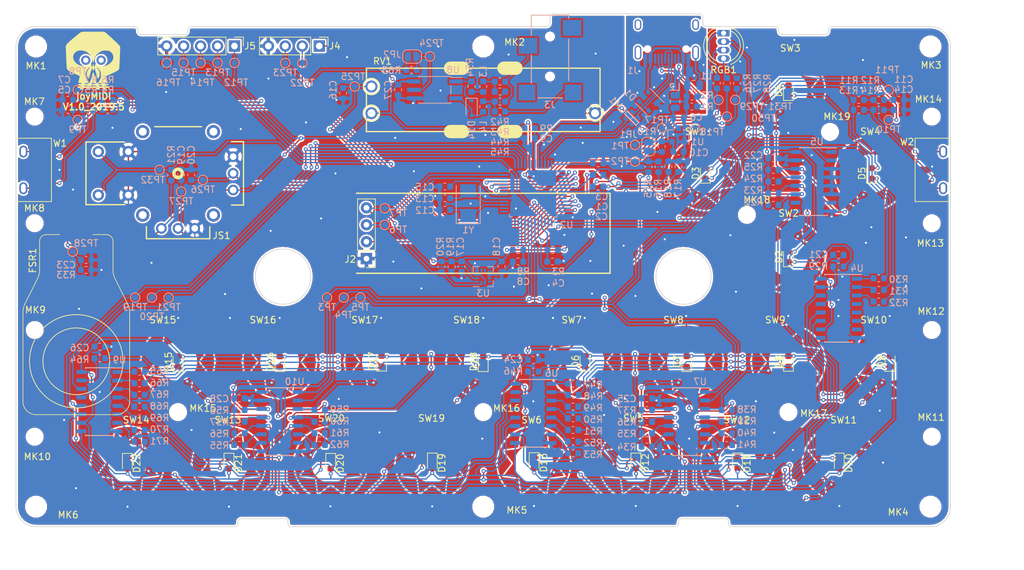
<source format=kicad_pcb>
(kicad_pcb (version 20171130) (host pcbnew "(5.0.0)")
  (layers (0 F.Cu signal) (31 B.Cu signal) (34 B.Paste user) (35 F.Paste user) (36 B.SilkS user) (37 F.SilkS user) (38 B.Mask user) (39 F.Mask user) (44 Edge.Cuts user))
  (net 0 "")
  (net 1 GND_DIG)
  (net 2 VCC_DIG)
  (net 3 VCC_ANA)
  (net 4 GND_ANA)
  (net 5 GND_PWR)
  (net 6 /nRST)
  (net 7 VBUS)
  (net 8 /VBAT)
  (net 9 /VDDIO)
  (net 10 VCC_PWR)
  (net 11 "Net-(C12-Pad1)")
  (net 12 "Net-(C13-Pad1)")
  (net 13 /ICECLK)
  (net 14 /ICEDAT)
  (net 15 /ADC2)
  (net 16 "Net-(JS1-Pad9)")
  (net 17 /ADC1)
  (net 18 "Net-(R4-Pad1)")
  (net 19 /LED_R)
  (net 20 /LED_G)
  (net 21 "Net-(R13-Pad1)")
  (net 22 /LED_B)
  (net 23 /ADC3)
  (net 24 /I2C_SDA)
  (net 25 /I2C_SCL)
  (net 26 "Net-(R22-Pad1)")
  (net 27 "Net-(R23-Pad1)")
  (net 28 "Net-(R24-Pad1)")
  (net 29 "Net-(R25-Pad1)")
  (net 30 "Net-(R26-Pad1)")
  (net 31 "Net-(R27-Pad1)")
  (net 32 "Net-(R28-Pad1)")
  (net 33 "Net-(R29-Pad1)")
  (net 34 "Net-(R30-Pad1)")
  (net 35 "Net-(R31-Pad1)")
  (net 36 "Net-(R32-Pad1)")
  (net 37 "Net-(R34-Pad1)")
  (net 38 "Net-(R35-Pad1)")
  (net 39 "Net-(R36-Pad1)")
  (net 40 "Net-(R37-Pad1)")
  (net 41 "Net-(R38-Pad1)")
  (net 42 "Net-(U5-Pad9)")
  (net 43 /ADC4)
  (net 44 "Net-(C6-Pad1)")
  (net 45 "Net-(CM1-Pad3)")
  (net 46 "Net-(CM1-Pad2)")
  (net 47 "Net-(R40-Pad1)")
  (net 48 "Net-(R46-Pad1)")
  (net 49 "Net-(W1-Pad5)")
  (net 50 "Net-(W1-Pad4)")
  (net 51 "Net-(W2-Pad4)")
  (net 52 "Net-(W2-Pad5)")
  (net 53 "Net-(C3-Pad2)")
  (net 54 /JOG_1B)
  (net 55 /JOG_1A)
  (net 56 /JOG_2B)
  (net 57 /JOG_2A)
  (net 58 "Net-(C15-Pad1)")
  (net 59 "Net-(D2-Pad1)")
  (net 60 "Net-(D3-Pad1)")
  (net 61 "Net-(D4-Pad1)")
  (net 62 "Net-(D5-Pad1)")
  (net 63 "Net-(D6-Pad1)")
  (net 64 "Net-(D7-Pad1)")
  (net 65 "Net-(D8-Pad1)")
  (net 66 "Net-(D9-Pad1)")
  (net 67 "Net-(D10-Pad1)")
  (net 68 "Net-(D11-Pad1)")
  (net 69 "Net-(D12-Pad1)")
  (net 70 "Net-(D13-Pad1)")
  (net 71 "Net-(D14-Pad1)")
  (net 72 "Net-(D14-Pad2)")
  (net 73 "Net-(D15-Pad1)")
  (net 74 "Net-(D16-Pad1)")
  (net 75 "Net-(D17-Pad1)")
  (net 76 "Net-(D18-Pad1)")
  (net 77 "Net-(D19-Pad1)")
  (net 78 "Net-(D20-Pad1)")
  (net 79 "Net-(D21-Pad1)")
  (net 80 "Net-(D22-Pad1)")
  (net 81 "Net-(J1-PadA5)")
  (net 82 "Net-(J1-PadB5)")
  (net 83 "Net-(J3-Pad3)")
  (net 84 "Net-(J3-Pad2)")
  (net 85 /UART_TX)
  (net 86 /UART_RX)
  (net 87 /KEY_ISP)
  (net 88 "Net-(L3-Pad1)")
  (net 89 "Net-(L3-Pad2)")
  (net 90 "Net-(L4-Pad1)")
  (net 91 "Net-(R6-Pad1)")
  (net 92 "Net-(R11-Pad1)")
  (net 93 "Net-(R39-Pad1)")
  (net 94 "Net-(R41-Pad1)")
  (net 95 "Net-(R47-Pad1)")
  (net 96 "Net-(R48-Pad1)")
  (net 97 "Net-(R49-Pad1)")
  (net 98 "Net-(R55-Pad1)")
  (net 99 "Net-(R56-Pad1)")
  (net 100 "Net-(R57-Pad1)")
  (net 101 "Net-(R58-Pad1)")
  (net 102 "Net-(R59-Pad1)")
  (net 103 "Net-(R60-Pad1)")
  (net 104 "Net-(R61-Pad1)")
  (net 105 "Net-(R62-Pad1)")
  (net 106 "Net-(R64-Pad1)")
  (net 107 "Net-(R65-Pad1)")
  (net 108 "Net-(R66-Pad1)")
  (net 109 "Net-(R67-Pad1)")
  (net 110 "Net-(R68-Pad1)")
  (net 111 "Net-(R69-Pad1)")
  (net 112 "Net-(R70-Pad1)")
  (net 113 /KEY_SI)
  (net 114 /KEY_PL)
  (net 115 /KEY_CK)
  (net 116 /LED_SRCLK)
  (net 117 /LED_RCLK)
  (net 118 /LED_DATA)
  (net 119 "Net-(U4-Pad14)")
  (net 120 "Net-(U6-Pad14)")
  (net 121 "Net-(U10-Pad10)")
  (net 122 "Net-(R50-Pad1)")
  (net 123 "Net-(R51-Pad1)")
  (net 124 "Net-(R52-Pad1)")
  (net 125 "Net-(R53-Pad1)")
  (net 126 "Net-(R71-Pad1)")
  (net 127 /CURRENT_B)
  (net 128 /MIDI_IN)
  (net 129 /D-)
  (net 130 /D+)
  (net 131 "Net-(J1-PadSH)")
  (module joyMIDI:RubberPad (layer F.Cu) (at 95.15 132.95 180)
    (fp_text reference SW14 (at -1.35 6.45 180) (layer F.SilkS))
    (fp_text value SW)
    (fp_poly (pts (xy -0.576237 5.377178) (xy -1.017072 4.096488) (xy -0.698874 3.851448) (xy -0.435821 3.651969) (xy -0.234811 3.503161) (xy -0.102745 3.41013) (xy -0.046523 3.377985) (xy 0.034684 3.42328) (xy 0.211263 3.548324) (xy 0.460228 3.736851) (xy 0.630912 3.868979) (xy 0.826453 4.020338) (xy 1.030999 4.17866) (xy 1.228701 4.331676) (xy 1.403708 4.467119) (xy 1.649028 4.654198) (xy 1.830828 4.787626) (xy 1.909751 4.83852) (xy 1.977901 4.803969) (xy 1.999423 4.76963) (xy 2.022291 4.675876) (xy 2.053318 4.479623) (xy 2.099313 4.137786) (xy 2.167088 3.607279) (xy 2.214069 3.239074) (xy 2.256112 2.914933) (xy 2.290549 2.654996) (xy 2.31471 2.479406) (xy 2.325927 2.408305) (xy 2.380706 2.361033) (xy 2.453404 2.350205) (xy 2.629643 2.326477) (xy 2.889301 2.292471) (xy 3.212258 2.250807) (xy 3.578392 2.204107) (xy 4.110557 2.136018) (xy 4.450786 2.090149) (xy 4.643893 2.059353) (xy 4.734695 2.036481) (xy 4.768008 2.014383) (xy 4.790175 1.930622) (xy 4.75004 1.871299) (xy 4.64616 1.730734) (xy 4.490589 1.524874) (xy 4.295382 1.269671) (xy 4.072595 0.981073) (xy 3.84931 0.692369) (xy 3.652718 0.4369) (xy 3.495038 0.230647) (xy 3.388489 0.089593) (xy 3.34529 0.029717) (xy 3.334237 0.005048) (xy 3.346298 -0.03607) (xy 3.405156 -0.127006) (xy 3.534495 -0.301125) (xy 3.757996 -0.591795) (xy 4.099344 -1.032381) (xy 4.314188 -1.310725) (xy 4.502397 -1.556745) (xy 4.652351 -1.755072) (xy 4.752431 -1.890336) (xy 4.791017 -1.947167) (xy 4.766826 -2.029733) (xy 4.734233 -2.052524) (xy 4.645997 -2.07543) (xy 4.455095 -2.105975) (xy 4.114507 -2.15168) (xy 3.57721 -2.220068) (xy 3.211449 -2.266473) (xy 2.888817 -2.307832) (xy 2.629416 -2.341531) (xy 2.453345 -2.36496) (xy 2.380708 -2.375507) (xy 2.326069 -2.421716) (xy 2.314891 -2.492674) (xy 2.290757 -2.66821) (xy 2.256333 -2.928166) (xy 2.214288 -3.252387) (xy 2.167289 -3.620717) (xy 2.099443 -4.151696) (xy 2.053421 -4.493694) (xy 2.022389 -4.689916) (xy 1.999514 -4.783569) (xy 1.977963 -4.817858) (xy 1.95264 -4.843293) (xy 1.924571 -4.852614) (xy 1.866121 -4.826953) (xy 1.749651 -4.747443) (xy 1.547525 -4.595216) (xy 1.232105 -4.351403) (xy 0.775755 -3.997137) (xy 0.463217 -3.757114) (xy 0.207449 -3.565352) (xy 0.030671 -3.438233) (xy -0.044896 -3.39214) (xy -0.103294 -3.426789) (xy -0.242087 -3.52542) (xy -0.450077 -3.679723) (xy -0.716066 -3.881391) (xy -1.028857 -4.122115) (xy -1.327912 -4.352296) (xy -1.59178 -4.552682) (xy -1.804016 -4.711004) (xy -1.948173 -4.814993) (xy -2.007805 -4.852383) (xy -2.115218 -4.747376) (xy -2.128195 -4.656517) (xy -2.156215 -4.443649) (xy -2.194854 -4.143786) (xy -2.239688 -3.791941) (xy -2.286291 -3.42313) (xy -2.330239 -3.072366) (xy -2.367109 -2.774662) (xy -2.392475 -2.565034) (xy -2.401914 -2.478496) (xy -2.436454 -2.409235) (xy -2.473048 -2.38893) (xy -2.571263 -2.366465) (xy -2.76911 -2.335982) (xy -3.1046 -2.291623) (xy -3.615744 -2.227531) (xy -3.979361 -2.18171) (xy -4.301246 -2.139825) (xy -4.561249 -2.104609) (xy -4.739224 -2.078792) (xy -4.815023 -2.065108) (xy -4.863415 -1.905393) (xy -4.818072 -1.84466) (xy -4.709859 -1.70308) (xy -4.551082 -1.496649) (xy -4.354043 -1.241362) (xy -4.131047 -0.953214) (xy -3.906723 -0.661706) (xy -3.71361 -0.406873) (xy -3.562432 -0.203166) (xy -3.463912 -0.065035) (xy -3.428772 -0.006931) (xy -3.465768 0.053032) (xy -3.56844 0.195962) (xy -3.724681 0.405622) (xy -3.922383 0.665772) (xy -4.14944 0.960172) (xy -4.377097 1.254935) (xy -4.576472 1.516061) (xy -4.735259 1.727189) (xy -4.841153 1.871963) (xy -4.881851 1.934022) (xy -4.855353 2.018845) (xy -4.814237 2.038797) (xy -4.707683 2.06205) (xy -4.500539 2.094029) (xy -4.157651 2.140158) (xy -3.643866 2.20586) (xy -3.116842 2.273185) (xy -2.772805 2.319436) (xy -2.571539 2.350902) (xy -2.472828 2.373869) (xy -2.436455 2.394628) (xy -2.401012 2.477194) (xy -2.393356 2.547968) (xy -2.372609 2.719499) (xy -2.341203 2.972188) (xy -2.301572 3.286439) (xy -2.25615 3.642653) (xy -2.188347 4.167472) (xy -2.143093 4.49943) (xy -2.112806 4.68498) (xy -2.089903 4.770575) (xy -2.0668 4.802668) (xy -1.982915 4.8271) (xy -1.923301 4.786492) (xy -1.780683 4.680828) (xy -1.571288 4.522396) (xy -1.311342 4.323484) (xy -1.01707 4.096381) (xy -1.017072 4.096488) (xy -0.576237 5.377178) (xy -0.795426 5.349104) (xy -1.04527 5.304611) (xy -1.304929 5.248225) (xy -1.553563 5.184471) (xy -1.77033 5.117874) (xy -1.993173 5.035947) (xy -2.213775 4.943975) (xy -2.431028 4.842562) (xy -2.643823 4.732311) (xy -2.851051 4.613827) (xy -3.051603 4.487714) (xy -3.24437 4.354574) (xy -3.428244 4.215012) (xy -3.552029 4.108322) (xy -3.71528 3.957011) (xy -3.882654 3.793843) (xy -4.058716 3.608806) (xy -4.224656 3.41732) (xy -4.380407 3.219741) (xy -4.525904 3.016424) (xy -4.66108 2.807725) (xy -4.785869 2.594001) (xy -4.900204 2.375607) (xy -5.004018 2.152899) (xy -5.097247 1.926232) (xy -5.179823 1.695963) (xy -5.251679 1.462448) (xy -5.312751 1.226042) (xy -5.36297 0.987101) (xy -5.402271 0.745982) (xy -5.430588 0.503039) (xy -5.447854 0.258629) (xy -5.454002 0.013107) (xy -5.448967 -0.23317) (xy -5.432682 -0.479846) (xy -5.405081 -0.726567) (xy -5.366097 -0.972975) (xy -5.315664 -1.218715) (xy -5.253715 -1.463432) (xy -5.180185 -1.706769) (xy -5.095006 -1.948371) (xy -4.998114 -2.187881) (xy -4.895693 -2.409294) (xy -4.780932 -2.62753) (xy -4.654413 -2.841892) (xy -4.51672 -3.051682) (xy -4.368435 -3.2562) (xy -4.210141 -3.454748) (xy -4.042422 -3.646629) (xy -3.86586 -3.831143) (xy -3.681038 -4.007592) (xy -3.48854 -4.175278) (xy -3.288948 -4.333502) (xy -3.082845 -4.481566) (xy -2.873564 -4.617306) (xy -2.65876 -4.742736) (xy -2.438831 -4.857765) (xy -2.214171 -4.9623) (xy -1.985176 -5.05625) (xy -1.752242 -5.139521) (xy -1.515765 -5.212022) (xy -1.27614 -5.273661) (xy -1.033764 -5.324346) (xy -0.789032 -5.363983) (xy -0.54234 -5.392482) (xy -0.294083 -5.40975) (xy -0.044658 -5.415695) (xy 0.205541 -5.410225) (xy 0.456116 -5.393247) (xy 0.706673 -5.364669) (xy 0.938895 -5.326888) (xy 1.171733 -5.277455) (xy 1.404311 -5.21675) (xy 1.635749 -5.145152) (xy 1.865171 -5.063041) (xy 2.091699 -4.970797) (xy 2.314455 -4.8688) (xy 2.532562 -4.757428) (xy 2.745141 -4.637062) (xy 2.951314 -4.508081) (xy 3.150205 -4.370865) (xy 3.340935 -4.225794) (xy 3.497989 -4.091358) (xy 3.677504 -3.923553) (xy 3.860242 -3.741546) (xy 4.026962 -3.5645) (xy 4.158425 -3.41158) (xy 4.312989 -3.20804) (xy 4.459221 -2.995189) (xy 4.596375 -2.774508) (xy 4.723707 -2.547477) (xy 4.840469 -2.315578) (xy 4.945917 -2.080291) (xy 5.039304 -1.843098) (xy 5.119886 -1.605478) (xy 5.186916 -1.368913) (xy 5.24218 -1.136029) (xy 5.28513 -0.916668) (xy 5.316798 -0.702449) (xy 5.338214 -0.48499) (xy 5.350409 -0.255909) (xy 5.354412 -0.006825) (xy 5.349515 0.247215) (xy 5.334195 0.49506) (xy 5.308246 0.737599) (xy 5.271466 0.975722) (xy 5.223651 1.210317) (xy 5.164597 1.442275) (xy 5.094101 1.672484) (xy 5.011958 1.901833) (xy 4.917965 2.131213) (xy 4.811918 2.361511) (xy 4.695883 2.58742) (xy 4.571039 2.804909) (xy 4.436838 3.014749) (xy 4.292733 3.21771) (xy 4.138177 3.414562) (xy 3.972624 3.606075) (xy 3.795525 3.793019) (xy 3.605024 3.976569) (xy 3.407328 4.149696) (xy 3.202731 4.312256) (xy 2.991527 4.464107) (xy 2.77401 4.605106) (xy 2.550475 4.735107) (xy 2.321214 4.853969) (xy 2.086523 4.961548) (xy 1.846695 5.0577) (xy 1.602024 5.142282) (xy 1.352804 5.21515) (xy 1.099329 5.276162) (xy 0.841893 5.325173) (xy 0.58079 5.36204) (xy 0.394502 5.375821) (xy 0.139345 5.38483) (xy -0.13837 5.388462) (xy -0.392334 5.386112) (xy -0.576237 5.377178)) (layer F.Cu) (width 0))
    (fp_poly (pts (xy -1.897833 4.417191) (xy -2.14916 2.01523) (xy -1.969808 2.185637) (xy -1.775377 2.341367) (xy -1.566533 2.481528) (xy -1.343944 2.605226) (xy -1.141214 2.698541) (xy -0.937238 2.772357) (xy -0.70768 2.834291) (xy -0.428209 2.891963) (xy -0.24724 2.900058) (xy 0.045854 2.893978) (xy 0.343697 2.877775) (xy 0.538908 2.8555) (xy 0.784755 2.790619) (xy 1.020579 2.707718) (xy 1.245703 2.60748) (xy 1.45945 2.490587) (xy 1.661143 2.357719) (xy 1.850105 2.20956) (xy 2.025659 2.04679) (xy 2.187128 1.870091) (xy 2.333835 1.680146) (xy 2.465103 1.477635) (xy 2.580254 1.263241) (xy 2.678613 1.037645) (xy 2.759502 0.801529) (xy 2.822243 0.555575) (xy 2.84668 0.369804) (xy 2.858898 0.125179) (xy 2.858898 -0.139061) (xy 2.84668 -0.383679) (xy 2.822243 -0.569438) (xy 2.756864 -0.824101) (xy 2.671632 -1.069352) (xy 2.567215 -1.30419) (xy 2.444277 -1.527619) (xy 2.303486 -1.73864) (xy 2.145507 -1.936255) (xy 1.971006 -2.119467) (xy 1.78065 -2.287277) (xy 1.575104 -2.438686) (xy 1.368857 -2.56397) (xy 1.150504 -2.671831) (xy 0.922449 -2.761647) (xy 0.687098 -2.832794) (xy 0.446856 -2.884651) (xy 0.204129 -2.916595) (xy -0.038677 -2.928004) (xy -0.279159 -2.918255) (xy -0.5267 -2.886622) (xy -0.767267 -2.835433) (xy -1.000009 -2.765464) (xy -1.224076 -2.677493) (xy -1.438616 -2.572295) (xy -1.64278 -2.450649) (xy -1.835717 -2.31333) (xy -2.016575 -2.161115) (xy -2.184506 -1.994781) (xy -2.338658 -1.815105) (xy -2.47818 -1.622864) (xy -2.602223 -1.418834) (xy -2.709935 -1.203792) (xy -2.800466 -0.978515) (xy -2.872965 -0.74378) (xy -2.926582 -0.500363) (xy -2.953147 -0.271055) (xy -2.961955 -0.006513) (xy -2.953015 0.25782) (xy -2.926336 0.4865) (xy -2.871227 0.734623) (xy -2.796366 0.974325) (xy -2.702423 1.20471) (xy -2.590063 1.424887) (xy -2.459954 1.633962) (xy -2.312764 1.831041) (xy -2.14916 2.01523) (xy -1.897833 4.417191) (xy -1.916512 4.38298) (xy -1.938224 4.287778) (xy -1.967713 4.10162) (xy -2.009728 3.794543) (xy -2.069015 3.336582) (xy -2.111528 3.003202) (xy -2.148573 2.710777) (xy -2.177879 2.477392) (xy -2.197175 2.321134) (xy -2.20419 2.26009) (xy -2.239085 2.196167) (xy -2.285083 2.170434) (xy -2.420118 2.142296) (xy -2.710117 2.100972) (xy -3.221005 2.035682) (xy -3.780296 1.96531) (xy -4.146243 1.91749) (xy -4.359717 1.884692) (xy -4.461593 1.859382) (xy -4.492745 1.83403) (xy -4.494046 1.801103) (xy -4.459688 1.746524) (xy -4.364129 1.614218) (xy -4.218643 1.419302) (xy -4.034504 1.176896) (xy -3.822986 0.902119) (xy -3.59156 0.601398) (xy -3.404933 0.354839) (xy -3.266912 0.167607) (xy -3.181306 0.04487) (xy -3.151925 -0.008206) (xy -3.181281 -0.061235) (xy -3.266828 -0.183826) (xy -3.404784 -0.370852) (xy -3.591369 -0.617187) (xy -3.822802 -0.917708) (xy -4.034272 -1.192179) (xy -4.218387 -1.434265) (xy -4.363873 -1.628883) (xy -4.459456 -1.760952) (xy -4.493863 -1.815391) (xy -4.466086 -1.870736) (xy -4.437547 -1.8862) (xy -4.356364 -1.90373) (xy -4.167212 -1.931423) (xy -3.814765 -1.977373) (xy -3.243699 -2.049678) (xy -2.874144 -2.097491) (xy -2.566078 -2.139547) (xy -2.351677 -2.171306) (xy -2.263116 -2.188226) (xy -2.216306 -2.242137) (xy -2.20632 -2.305622) (xy -2.184961 -2.461258) (xy -2.154583 -2.691241) (xy -2.117539 -2.977762) (xy -2.076183 -3.303014) (xy -2.034888 -3.628764) (xy -1.998012 -3.916633) (xy -1.967888 -4.148644) (xy -1.946851 -4.30682) (xy -1.937235 -4.373186) (xy -1.793678 -4.426088) (xy -1.715494 -4.368147) (xy -1.541762 -4.235736) (xy -1.298182 -4.048547) (xy -1.010452 -3.826269) (xy -0.719385 -3.600977) (xy -0.466714 -3.405571) (xy -0.279529 -3.260986) (xy -0.184918 -3.188155) (xy -0.044498 -3.115521) (xy 0.007751 -3.143679) (xy 0.127692 -3.226837) (xy 0.312641 -3.363021) (xy 0.559915 -3.550255) (xy 0.866829 -3.786566) (xy 1.140917 -3.998076) (xy 1.38157 -4.182211) (xy 1.573887 -4.327699) (xy 1.702965 -4.423266) (xy 1.7539 -4.457638) (xy 1.794579 -4.446496) (xy 1.827277 -4.378815) (xy 1.862194 -4.20331) (xy 1.909532 -3.868692) (xy 1.979492 -3.323676) (xy 2.038103 -2.867844) (xy 2.080814 -2.553027) (xy 2.111474 -2.354271) (xy 2.133932 -2.246619) (xy 2.152038 -2.205117) (xy 2.194842 -2.187536) (xy 2.303893 -2.165336) (xy 2.500628 -2.135235) (xy 2.806481 -2.093952) (xy 3.242887 -2.038205) (xy 3.577991 -1.995479) (xy 3.874063 -1.956706) (xy 4.112617 -1.924392) (xy 4.275168 -1.901044) (xy 4.343229 -1.889167) (xy 4.38436 -1.80187) (xy 4.263035 -1.605643) (xy 4.014249 -1.288121) (xy 3.785485 -0.993487) (xy 3.580795 -0.727124) (xy 3.404232 -0.494417) (xy 3.25985 -0.30075) (xy 3.151702 -0.151508) (xy 3.083841 -0.052075) (xy 3.060319 -0.007834) (xy 3.087446 0.043524) (xy 3.16824 0.160568) (xy 3.301822 0.342105) (xy 3.487311 0.586942) (xy 3.723829 0.893886) (xy 4.049776 1.316637) (xy 4.254226 1.590788) (xy 4.360081 1.751001) (xy 4.390243 1.83194) (xy 4.367613 1.868266) (xy 4.306643 1.879175) (xy 4.14913 1.901963) (xy 3.913344 1.934146) (xy 3.617557 1.973244) (xy 3.280041 2.016774) (xy 2.941726 2.060259) (xy 2.643719 2.099226) (xy 2.404553 2.131194) (xy 2.242761 2.153685) (xy 2.176876 2.164219) (xy 2.12817 2.209313) (xy 2.115852 2.289179) (xy 2.088187 2.489678) (xy 2.049661 2.776588) (xy 2.004759 3.115691) (xy 1.957964 3.472766) (xy 1.913762 3.813594) (xy 1.876637 4.103955) (xy 1.851073 4.309629) (xy 1.841555 4.396397) (xy 1.802081 4.424043) (xy 1.722688 4.423804) (xy 1.667112 4.383795) (xy 1.53658 4.28532) (xy 1.345871 4.139674) (xy 1.109763 3.958149) (xy 0.843034 3.752042) (xy 0.526891 3.508579) (xy 0.284676 3.325306) (xy 0.11161 3.198726) (xy 0.002913 3.125342) (xy -0.046195 3.101658) (xy -0.113056 3.136086) (xy -0.266983 3.243354) (xy -0.516184 3.429436) (xy -0.868863 3.700309) (xy -1.334439 4.060662) (xy -1.619303 4.280421) (xy -1.769195 4.39435) (xy -1.829853 4.437213) (xy -1.847018 4.443775) (xy -1.897833 4.417191)) (layer F.Cu) (width 0))
    (pad 1 smd circle (at -3.8 -3.4 180) (size 0.5 0.5) (layers F.Cu) (net 1 GND_DIG))
    (pad 1 smd circle (at 0 -5 180) (size 0.5 0.5) (layers F.Cu) (net 1 GND_DIG))
    (pad 1 smd circle (at 3.6 -3.6 180) (size 0.5 0.5) (layers F.Cu) (net 1 GND_DIG))
    (pad 1 smd circle (at 5 0 180) (size 0.5 0.5) (layers F.Cu) (net 1 GND_DIG))
    (pad 2 smd circle (at -1.4 -3 180) (size 0.5 0.5) (layers F.Cu) (net 99 "Net-(R56-Pad1)"))
    (pad 2 smd circle (at 1.2 -3 180) (size 0.5 0.5) (layers F.Cu) (net 99 "Net-(R56-Pad1)"))
    (pad 2 smd circle (at 3 -1.2 180) (size 0.5 0.5) (layers F.Cu) (net 99 "Net-(R56-Pad1)"))
    (pad 2 smd circle (at 3 1.4 180) (size 0.5 0.5) (layers F.Cu) (net 99 "Net-(R56-Pad1)"))
    (pad 1 smd circle (at -3.6 3.6 180) (size 0.5 0.5) (layers F.Cu) (net 1 GND_DIG))
    (pad 1 smd circle (at 0 5 180) (size 0.5 0.5) (layers F.Cu) (net 1 GND_DIG))
    (pad 1 smd circle (at -5 0 180) (size 0.5 0.5) (layers F.Cu) (net 1 GND_DIG))
    (pad 1 smd circle (at 3.4 3.6 180) (size 0.5 0.5) (layers F.Cu) (net 1 GND_DIG))
    (pad 2 smd circle (at -3.2 -1.2 180) (size 0.5 0.5) (layers F.Cu) (net 99 "Net-(R56-Pad1)"))
    (pad 2 smd circle (at -1.4 3 180) (size 0.5 0.5) (layers F.Cu) (net 99 "Net-(R56-Pad1)"))
    (pad 2 smd circle (at -3 1.4 180) (size 0.5 0.5) (layers F.Cu) (net 99 "Net-(R56-Pad1)"))
    (pad 2 smd circle (at 1.2 3 180) (size 0.5 0.5) (layers F.Cu) (net 99 "Net-(R56-Pad1)"))
  )
  (module joyMIDI:VR_Slide_F2031-NN (layer F.Cu) (at 148.5 78.5)
    (fp_text reference RV1 (at -15.1 -5.8) (layer F.SilkS))
    (fp_text value VR_Slide)
    (pad 2 thru_hole circle (at -16.75 -2) (size 1.8 1.8) (drill 1.2) (layers *.Cu *.Mask) (net 17 /ADC1))
    (pad 1 thru_hole circle (at -16.75 2) (size 1.8 1.8) (drill 1.2) (layers *.Cu *.Mask) (net 2 VCC_DIG))
    (pad 3 thru_hole circle (at 16.75 2) (size 1.8 1.8) (drill 1.2) (layers *.Cu *.Mask) (net 1 GND_DIG))
  )
  (module joyMIDI:PRTR5V0U2X_SOT-143B (layer B.Cu) (at 173.25 78.75 135)
    (fp_text reference D1 (at 2.65165 -1.237437 135) (layer B.SilkS) (effects (justify mirror)))
    (fp_text value PRTR5V0U2X)
    (pad 1 smd rect (at -1 0.75 135) (size 0.7 1) (layers B.Cu B.Paste B.Mask) (net 5 GND_PWR))
    (pad 2 smd rect (at -1 -0.95 135) (size 0.7 0.6) (layers B.Cu B.Paste B.Mask) (net 130 /D+))
    (pad 3 smd rect (at 1 -0.95 135) (size 0.7 0.6) (layers B.Cu B.Paste B.Mask) (net 129 /D-))
    (pad 4 smd rect (at 1 0.95 135) (size 0.7 0.6) (layers B.Cu B.Paste B.Mask) (net 7 VBUS))
  )
  (module Capacitor_SMD:C_0603_1608Metric (layer B.Cu) (at 165.7125 89.75)
    (fp_text reference C1 (at 0.5375 4.75) (layer B.SilkS) (effects (justify mirror)))
    (fp_text value 100n)
    (pad 2 smd roundrect (at 0.7875 0) (size 0.875 0.95) (layers B.Cu B.Paste B.Mask) (net 1 GND_DIG))
    (pad 1 smd roundrect (at -0.7875 0) (size 0.875 0.95) (layers B.Cu B.Paste B.Mask) (net 2 VCC_DIG))
  )
  (module Capacitor_SMD:C_0603_1608Metric (layer B.Cu) (at 165.7125 91.5)
    (fp_text reference C2 (at 0.5 4.5) (layer B.SilkS) (effects (justify mirror)))
    (fp_text value 100n)
    (pad 2 smd roundrect (at 0.7875 0) (size 0.875 0.95) (layers B.Cu B.Paste B.Mask) (net 4 GND_ANA))
    (pad 1 smd roundrect (at -0.7875 0) (size 0.875 0.95) (layers B.Cu B.Paste B.Mask) (net 3 VCC_ANA))
  )
  (module Capacitor_SMD:C_0603_1608Metric (layer B.Cu) (at 165.7125 88 180)
    (fp_text reference C3 (at -0.5375 -5 180) (layer B.SilkS) (effects (justify mirror)))
    (fp_text value 1u)
    (pad 2 smd roundrect (at 0.7875 0 180) (size 0.875 0.95) (layers B.Cu B.Paste B.Mask) (net 53 "Net-(C3-Pad2)"))
    (pad 1 smd roundrect (at -0.7875 0 180) (size 0.875 0.95) (layers B.Cu B.Paste B.Mask) (net 5 GND_PWR))
  )
  (module Capacitor_SMD:C_0603_1608Metric (layer B.Cu) (at 158.8625 102.75)
    (fp_text reference C4 (at 0.8875 3.25) (layer B.SilkS) (effects (justify mirror)))
    (fp_text value 1u)
    (pad 2 smd roundrect (at 0.7875 0) (size 0.875 0.95) (layers B.Cu B.Paste B.Mask) (net 1 GND_DIG))
    (pad 1 smd roundrect (at -0.7875 0) (size 0.875 0.95) (layers B.Cu B.Paste B.Mask) (net 6 /nRST))
  )
  (module Capacitor_SMD:C_0603_1608Metric (layer B.Cu) (at 177.75 81.25)
    (fp_text reference C6 (at 2.65 -0.15) (layer B.SilkS) (effects (justify mirror)))
    (fp_text value 4.7u)
    (pad 2 smd roundrect (at 0.7875 0) (size 0.875 0.95) (layers B.Cu B.Paste B.Mask) (net 5 GND_PWR))
    (pad 1 smd roundrect (at -0.7875 0) (size 0.875 0.95) (layers B.Cu B.Paste B.Mask) (net 44 "Net-(C6-Pad1)"))
  )
  (module Capacitor_SMD:C_0603_1608Metric (layer B.Cu) (at 153.7125 102.75 180)
    (fp_text reference C8 (at -0.7875 -3 180) (layer B.SilkS) (effects (justify mirror)))
    (fp_text value 100n)
    (pad 2 smd roundrect (at 0.7875 0 180) (size 0.875 0.95) (layers B.Cu B.Paste B.Mask) (net 1 GND_DIG))
    (pad 1 smd roundrect (at -0.7875 0 180) (size 0.875 0.95) (layers B.Cu B.Paste B.Mask) (net 8 /VBAT))
  )
  (module Capacitor_SMD:C_0603_1608Metric (layer B.Cu) (at 155.4625 84.25 180)
    (fp_text reference C9 (at -2.5 -0.07 180) (layer B.SilkS) (effects (justify mirror)))
    (fp_text value 100n)
    (pad 2 smd roundrect (at 0.7875 0 180) (size 0.875 0.95) (layers B.Cu B.Paste B.Mask) (net 1 GND_DIG))
    (pad 1 smd roundrect (at -0.7875 0 180) (size 0.875 0.95) (layers B.Cu B.Paste B.Mask) (net 9 /VDDIO))
  )
  (module Capacitor_SMD:C_0603_1608Metric (layer B.Cu) (at 177.75 86.25)
    (fp_text reference C10 (at 3.05 0.15) (layer B.SilkS) (effects (justify mirror)))
    (fp_text value 4.7u)
    (pad 2 smd roundrect (at 0.7875 0) (size 0.875 0.95) (layers B.Cu B.Paste B.Mask) (net 5 GND_PWR))
    (pad 1 smd roundrect (at -0.7875 0) (size 0.875 0.95) (layers B.Cu B.Paste B.Mask) (net 10 VCC_PWR))
  )
  (module Capacitor_SMD:C_0603_1608Metric (layer B.Cu) (at 142.75 95 180)
    (fp_text reference C12 (at 3 -0.07 180) (layer B.SilkS) (effects (justify mirror)))
    (fp_text value 20p)
    (pad 2 smd roundrect (at 0.7875 0 180) (size 0.875 0.95) (layers B.Cu B.Paste B.Mask) (net 1 GND_DIG))
    (pad 1 smd roundrect (at -0.7875 0 180) (size 0.875 0.95) (layers B.Cu B.Paste B.Mask) (net 11 "Net-(C12-Pad1)"))
  )
  (module Capacitor_SMD:C_0603_1608Metric (layer B.Cu) (at 142.75 93.25 180)
    (fp_text reference C13 (at 3 -0.07 180) (layer B.SilkS) (effects (justify mirror)))
    (fp_text value 20p)
    (pad 2 smd roundrect (at 0.7875 0 180) (size 0.875 0.95) (layers B.Cu B.Paste B.Mask) (net 1 GND_DIG))
    (pad 1 smd roundrect (at -0.7875 0 180) (size 0.875 0.95) (layers B.Cu B.Paste B.Mask) (net 12 "Net-(C13-Pad1)"))
  )
  (module Capacitor_SMD:C_0603_1608Metric (layer B.Cu) (at 142.75 91.5 180)
    (fp_text reference C15 (at 3 -0.07 180) (layer B.SilkS) (effects (justify mirror)))
    (fp_text value 1u)
    (pad 2 smd roundrect (at 0.7875 0 180) (size 0.875 0.95) (layers B.Cu B.Paste B.Mask) (net 1 GND_DIG))
    (pad 1 smd roundrect (at -0.7875 0 180) (size 0.875 0.95) (layers B.Cu B.Paste B.Mask) (net 58 "Net-(C15-Pad1)"))
  )
  (module Capacitor_SMD:C_0603_1608Metric (layer B.Cu) (at 151.25 103.5 270)
    (fp_text reference C18 (at -3 0.75 270) (layer B.SilkS) (effects (justify mirror)))
    (fp_text value 100n)
    (pad 2 smd roundrect (at 0.7875 0 270) (size 0.875 0.95) (layers B.Cu B.Paste B.Mask) (net 1 GND_DIG))
    (pad 1 smd roundrect (at -0.7875 0 270) (size 0.875 0.95) (layers B.Cu B.Paste B.Mask) (net 2 VCC_DIG))
  )
  (module Capacitor_SMD:C_0603_1608Metric (layer B.Cu) (at 191.9625 87.25 180)
    (fp_text reference C22 (at 3 0.43 180) (layer B.SilkS) (effects (justify mirror)))
    (fp_text value 100n)
    (pad 2 smd roundrect (at 0.7875 0 180) (size 0.875 0.95) (layers B.Cu B.Paste B.Mask) (net 2 VCC_DIG))
    (pad 1 smd roundrect (at -0.7875 0 180) (size 0.875 0.95) (layers B.Cu B.Paste B.Mask) (net 1 GND_DIG))
  )
  (module Capacitor_SMD:C_0603_1608Metric (layer B.Cu) (at 173 123.25 180)
    (fp_text reference C25 (at 3 -0.07 180) (layer B.SilkS) (effects (justify mirror)))
    (fp_text value 100n)
    (pad 2 smd roundrect (at 0.7875 0 180) (size 0.875 0.95) (layers B.Cu B.Paste B.Mask) (net 2 VCC_DIG))
    (pad 1 smd roundrect (at -0.7875 0 180) (size 0.875 0.95) (layers B.Cu B.Paste B.Mask) (net 1 GND_DIG))
  )
  (module Capacitor_SMD:C_0603_1608Metric (layer B.Cu) (at 111.9625 123.25 180)
    (fp_text reference C28 (at 3 -0.07 180) (layer B.SilkS) (effects (justify mirror)))
    (fp_text value 100n)
    (pad 2 smd roundrect (at 0.7875 0 180) (size 0.875 0.95) (layers B.Cu B.Paste B.Mask) (net 2 VCC_DIG))
    (pad 1 smd roundrect (at -0.7875 0 180) (size 0.875 0.95) (layers B.Cu B.Paste B.Mask) (net 1 GND_DIG))
  )
  (module Capacitor_SMD:C_0603_1608Metric (layer B.Cu) (at 145.25 103.5 270)
    (fp_text reference C17 (at -3 0.18 270) (layer B.SilkS) (effects (justify mirror)))
    (fp_text value 100n)
    (pad 2 smd roundrect (at 0.7875 0 270) (size 0.875 0.95) (layers B.Cu B.Paste B.Mask) (net 1 GND_DIG))
    (pad 1 smd roundrect (at -0.7875 0 270) (size 0.875 0.95) (layers B.Cu B.Paste B.Mask) (net 2 VCC_DIG))
  )
  (module Capacitor_SMD:C_0603_1608Metric (layer B.Cu) (at 127.5 77.5 270)
    (fp_text reference C16 (at -0.5 1.5 270) (layer B.SilkS) (effects (justify mirror)))
    (fp_text value 1n)
    (pad 2 smd roundrect (at 0.7875 0 270) (size 0.875 0.95) (layers B.Cu B.Paste B.Mask) (net 1 GND_DIG))
    (pad 1 smd roundrect (at -0.7875 0 270) (size 0.875 0.95) (layers B.Cu B.Paste B.Mask) (net 17 /ADC1))
  )
  (module Capacitor_SMD:C_0603_1608Metric (layer B.Cu) (at 103.25 89.75 90)
    (fp_text reference C19 (at 3 0 90) (layer B.SilkS) (effects (justify mirror)))
    (fp_text value 1n)
    (pad 2 smd roundrect (at 0.7875 0 90) (size 0.875 0.95) (layers B.Cu B.Paste B.Mask) (net 1 GND_DIG))
    (pad 1 smd roundrect (at -0.7875 0 90) (size 0.875 0.95) (layers B.Cu B.Paste B.Mask) (net 23 /ADC3))
  )
  (module Capacitor_SMD:C_0603_1608Metric (layer B.Cu) (at 104.75 89.75 90)
    (fp_text reference C20 (at 3 0 90) (layer B.SilkS) (effects (justify mirror)))
    (fp_text value 1n)
    (pad 2 smd roundrect (at 0.7875 0 90) (size 0.875 0.95) (layers B.Cu B.Paste B.Mask) (net 1 GND_DIG))
    (pad 1 smd roundrect (at -0.7875 0 90) (size 0.875 0.95) (layers B.Cu B.Paste B.Mask) (net 15 /ADC2))
  )
  (module Capacitor_SMD:C_0603_1608Metric (layer B.Cu) (at 89 102.5)
    (fp_text reference C23 (at -3 0.75) (layer B.SilkS) (effects (justify mirror)))
    (fp_text value 1n)
    (pad 2 smd roundrect (at 0.7875 0) (size 0.875 0.95) (layers B.Cu B.Paste B.Mask) (net 1 GND_DIG))
    (pad 1 smd roundrect (at -0.7875 0) (size 0.875 0.95) (layers B.Cu B.Paste B.Mask) (net 43 /ADC4))
  )
  (module Capacitor_SMD:C_0603_1608Metric (layer B.Cu) (at 86.25 80 180)
    (fp_text reference C5 (at 0.5 3 180) (layer B.SilkS) (effects (justify mirror)))
    (fp_text value 10n)
    (pad 2 smd roundrect (at 0.7875 0 180) (size 0.875 0.95) (layers B.Cu B.Paste B.Mask) (net 1 GND_DIG))
    (pad 1 smd roundrect (at -0.7875 0 180) (size 0.875 0.95) (layers B.Cu B.Paste B.Mask) (net 54 /JOG_1B))
  )
  (module Capacitor_SMD:C_0603_1608Metric (layer B.Cu) (at 86.25 78.5 180)
    (fp_text reference C7 (at 0.5 3 180) (layer B.SilkS) (effects (justify mirror)))
    (fp_text value 10n)
    (pad 2 smd roundrect (at 0.7875 0 180) (size 0.875 0.95) (layers B.Cu B.Paste B.Mask) (net 1 GND_DIG))
    (pad 1 smd roundrect (at -0.7875 0 180) (size 0.875 0.95) (layers B.Cu B.Paste B.Mask) (net 55 /JOG_1A))
  )
  (module Capacitor_SMD:C_0603_1608Metric (layer B.Cu) (at 210.75 78.5)
    (fp_text reference C11 (at 0.75 -3.07) (layer B.SilkS) (effects (justify mirror)))
    (fp_text value 10n)
    (pad 2 smd roundrect (at 0.7875 0) (size 0.875 0.95) (layers B.Cu B.Paste B.Mask) (net 1 GND_DIG))
    (pad 1 smd roundrect (at -0.7875 0) (size 0.875 0.95) (layers B.Cu B.Paste B.Mask) (net 56 /JOG_2B))
  )
  (module Capacitor_SMD:C_0603_1608Metric (layer B.Cu) (at 210.75 80)
    (fp_text reference C14 (at 0.75 -3.07) (layer B.SilkS) (effects (justify mirror)))
    (fp_text value 10n)
    (pad 2 smd roundrect (at 0.7875 0) (size 0.875 0.95) (layers B.Cu B.Paste B.Mask) (net 1 GND_DIG))
    (pad 1 smd roundrect (at -0.7875 0) (size 0.875 0.95) (layers B.Cu B.Paste B.Mask) (net 57 /JOG_2A))
  )
  (module joyMIDI:CommonChoke_Dual0603 (layer B.Cu) (at 170.75 81.25 135)
    (fp_text reference CM1 (at 2.85 -0.05 135) (layer B.SilkS) (effects (justify mirror)))
    (fp_text value 90R@100MHz)
    (pad 4 smd rect (at -0.6 0.75 135) (size 0.9 0.5) (layers B.Cu B.Paste B.Mask) (net 130 /D+))
    (pad 3 smd rect (at -0.6 -0.75 135) (size 0.9 0.5) (layers B.Cu B.Paste B.Mask) (net 45 "Net-(CM1-Pad3)"))
    (pad 2 smd rect (at 0.6 -0.75 135) (size 0.9 0.5) (layers B.Cu B.Paste B.Mask) (net 46 "Net-(CM1-Pad2)"))
    (pad 1 smd rect (at 0.6 0.75 135) (size 0.9 0.5) (layers B.Cu B.Paste B.Mask) (net 129 /D-))
  )
  (module joyMIDI:FSR_GD10-20N (layer F.Cu) (at 87.53 117.7)
    (fp_text reference FSR1 (at -6.53 -15.1 90) (layer F.SilkS))
    (fp_text value GD10-20N)
    (pad 2 smd rect (at 1.3 -20.5) (size 1.6 5) (layers F.Cu F.Paste F.Mask) (net 2 VCC_DIG))
    (pad 1 smd rect (at -1.3 -20.5) (size 1.6 5) (layers F.Cu F.Paste F.Mask) (net 43 /ADC4))
  )
  (module joyMIDI:Pin_Header_Straight_1x04_Pitch2.54mm_SmallHole (layer F.Cu) (at 131 102.31 180)
    (fp_text reference J2 (at 2.42 -0.1 180) (layer F.SilkS))
    (fp_text value HDR_01X04)
    (pad 1 thru_hole rect (at 0 0 180) (size 1.7 1.7) (drill 0.85) (layers *.Cu *.Mask) (net 1 GND_DIG))
    (pad 2 thru_hole oval (at 0 2.54 180) (size 1.7 1.7) (drill 0.85) (layers *.Cu *.Mask) (net 2 VCC_DIG))
    (pad 3 thru_hole oval (at 0 5.08 180) (size 1.7 1.7) (drill 0.85) (layers *.Cu *.Mask) (net 25 /I2C_SCL))
    (pad 4 thru_hole oval (at 0 7.62 180) (size 1.7 1.7) (drill 0.85) (layers *.Cu *.Mask) (net 24 /I2C_SDA))
  )
  (module Connector_PinHeader_2.54mm:PinHeader_1x05_P2.54mm_Vertical (layer F.Cu) (at 111.23 70.425 270)
    (fp_text reference J5 (at 0 -2.33) (layer F.SilkS))
    (fp_text value HDR_01X05)
    (pad 5 thru_hole oval (at 0 10.16 270) (size 1.7 1.7) (drill 1) (layers *.Cu *.Mask) (net 1 GND_DIG))
    (pad 4 thru_hole oval (at 0 7.62 270) (size 1.7 1.7) (drill 1) (layers *.Cu *.Mask) (net 6 /nRST))
    (pad 3 thru_hole oval (at 0 5.08 270) (size 1.7 1.7) (drill 1) (layers *.Cu *.Mask) (net 13 /ICECLK))
    (pad 2 thru_hole oval (at 0 2.54 270) (size 1.7 1.7) (drill 1) (layers *.Cu *.Mask) (net 14 /ICEDAT))
    (pad 1 thru_hole rect (at 0 0 270) (size 1.7 1.7) (drill 1) (layers *.Cu *.Mask) (net 2 VCC_DIG))
  )
  (module joyMIDI:Joystick_FJM10K-S (layer F.Cu) (at 102.78 89.52 90)
    (fp_text reference JS1 (at -9.33 6.52 180) (layer F.SilkS))
    (fp_text value Joystick)
    (pad 9 thru_hole circle (at 6.25 5.3 90) (size 2 2) (drill 1.2) (layers *.Cu *.Mask) (net 16 "Net-(JS1-Pad9)"))
    (pad 9 thru_hole circle (at -6.25 5.3 90) (size 2 2) (drill 1.2) (layers *.Cu *.Mask) (net 16 "Net-(JS1-Pad9)"))
    (pad 9 thru_hole circle (at 6.25 -5.3 90) (size 2 2) (drill 1.2) (layers *.Cu *.Mask) (net 16 "Net-(JS1-Pad9)"))
    (pad 9 thru_hole circle (at -6.25 -5.3 90) (size 2 2) (drill 1.2) (layers *.Cu *.Mask) (net 16 "Net-(JS1-Pad9)"))
    (pad 8 thru_hole circle (at 3.25 -7.45 90) (size 1.7 1.7) (drill 1) (layers *.Cu *.Mask) (net 1 GND_DIG))
    (pad 8 thru_hole circle (at -3.25 -7.45 90) (size 1.7 1.7) (drill 1) (layers *.Cu *.Mask) (net 1 GND_DIG))
    (pad 7 thru_hole circle (at 3.25 -11.95 90) (size 1.7 1.7) (drill 1) (layers *.Cu *.Mask) (net 87 /KEY_ISP))
    (pad 7 thru_hole circle (at -3.25 -11.95 90) (size 1.7 1.7) (drill 1) (layers *.Cu *.Mask) (net 87 /KEY_ISP))
    (pad 1 thru_hole circle (at -8.25 -2.5 90) (size 1.6 1.6) (drill 1) (layers *.Cu *.Mask) (net 2 VCC_DIG))
    (pad 2 thru_hole circle (at -8.25 0 90) (size 1.6 1.6) (drill 1) (layers *.Cu *.Mask) (net 23 /ADC3))
    (pad 3 thru_hole circle (at -8.25 2.5 90) (size 1.6 1.6) (drill 1) (layers *.Cu *.Mask) (net 1 GND_DIG))
    (pad 4 thru_hole circle (at -2.5 8.25 90) (size 1.6 1.6) (drill 1) (layers *.Cu *.Mask) (net 2 VCC_DIG))
    (pad 5 thru_hole circle (at 0 8.25 90) (size 1.6 1.6) (drill 1) (layers *.Cu *.Mask) (net 15 /ADC2))
    (pad 6 thru_hole circle (at 2.5 8.25 90) (size 1.6 1.6) (drill 1) (layers *.Cu *.Mask) (net 1 GND_DIG))
  )
  (module Inductor_SMD:L_0805_2012Metric (layer B.Cu) (at 180 76.3)
    (fp_text reference L1 (at 1.9 -1.4) (layer B.SilkS) (effects (justify mirror)))
    (fp_text value L0805/NC)
    (pad 2 smd roundrect (at 0.9375 0) (size 0.975 1.4) (layers B.Cu B.Paste B.Mask) (net 131 "Net-(J1-PadSH)"))
    (pad 1 smd roundrect (at -0.9375 0) (size 0.975 1.4) (layers B.Cu B.Paste B.Mask) (net 5 GND_PWR))
  )
  (module Inductor_SMD:L_0805_2012Metric (layer B.Cu) (at 177.25 78.75 90)
    (fp_text reference L2 (at 2.15 -0.05 180) (layer B.SilkS) (effects (justify mirror)))
    (fp_text value L0805/600R_1A)
    (pad 2 smd roundrect (at 0.9375 0 90) (size 0.975 1.4) (layers B.Cu B.Paste B.Mask) (net 7 VBUS))
    (pad 1 smd roundrect (at -0.9375 0 90) (size 0.975 1.4) (layers B.Cu B.Paste B.Mask) (net 44 "Net-(C6-Pad1)"))
  )
  (module joyMIDI:NPTH_2.8mm_M2.6 (layer F.Cu) (at 81.5 70.5)
    (fp_text reference MK1 (at 0 2.9) (layer F.SilkS))
    (fp_text value NPTH_M2.6)
    (pad "" np_thru_hole circle (at 0 0) (size 2.8 2.8) (drill 2.8) (layers *.Cu *.Mask))
  )
  (module joyMIDI:NPTH_2.8mm_M2.6 (layer F.Cu) (at 148.5 70.5)
    (fp_text reference MK2 (at 4.7 -0.65) (layer F.SilkS))
    (fp_text value NPTH_M2.6)
    (pad "" np_thru_hole circle (at 0 0) (size 2.8 2.8) (drill 2.8) (layers *.Cu *.Mask))
  )
  (module joyMIDI:NPTH_2.8mm_M2.6 (layer F.Cu) (at 215.5 70.5)
    (fp_text reference MK3 (at 0.1 2.8) (layer F.SilkS))
    (fp_text value NPTH_M2.6)
    (pad "" np_thru_hole circle (at 0 0) (size 2.8 2.8) (drill 2.8) (layers *.Cu *.Mask))
  )
  (module joyMIDI:NPTH_2.8mm_M2.6 (layer F.Cu) (at 215.5 139.5)
    (fp_text reference MK4 (at -4.84 0.82) (layer F.SilkS))
    (fp_text value NPTH_M2.6)
    (pad "" np_thru_hole circle (at 0 0) (size 2.8 2.8) (drill 2.8) (layers *.Cu *.Mask))
  )
  (module joyMIDI:NPTH_2.8mm_M2.6 (layer F.Cu) (at 148.5 139.5)
    (fp_text reference MK5 (at 5.04 0.53) (layer F.SilkS))
    (fp_text value NPTH_M2.6)
    (pad "" np_thru_hole circle (at 0 0) (size 2.8 2.8) (drill 2.8) (layers *.Cu *.Mask))
  )
  (module joyMIDI:NPTH_2.8mm_M2.6 (layer F.Cu) (at 81.5 139.5)
    (fp_text reference MK6 (at 4.81 1.23) (layer F.SilkS))
    (fp_text value NPTH_M2.6)
    (pad "" np_thru_hole circle (at 0 0) (size 2.8 2.8) (drill 2.8) (layers *.Cu *.Mask))
  )
  (module joyMIDI:NPTH_2.2mm_M2 (layer F.Cu) (at 81.29 81.01)
    (fp_text reference MK7 (at -0.04 -2.26) (layer F.SilkS))
    (fp_text value NPTH_M2)
    (pad "" np_thru_hole circle (at 0 0) (size 2.2 2.2) (drill 2.2) (layers *.Cu *.Mask))
  )
  (module joyMIDI:NPTH_2.2mm_M2 (layer F.Cu) (at 81.29 97)
    (fp_text reference MK8 (at -0.04 -2.25) (layer F.SilkS))
    (fp_text value NPTH_M2)
    (pad "" np_thru_hole circle (at 0 0) (size 2.2 2.2) (drill 2.2) (layers *.Cu *.Mask))
  )
  (module joyMIDI:NPTH_2.2mm_M2 (layer F.Cu) (at 81.31 113.01)
    (fp_text reference MK9 (at 0.09 -3.01) (layer F.SilkS))
    (fp_text value NPTH_M2)
    (pad "" np_thru_hole circle (at 0 0) (size 2.2 2.2) (drill 2.2) (layers *.Cu *.Mask))
  )
  (module joyMIDI:NPTH_2.2mm_M2 (layer F.Cu) (at 81.29 129.01)
    (fp_text reference MK10 (at 0.41 2.99) (layer F.SilkS))
    (fp_text value NPTH_M2)
    (pad "" np_thru_hole circle (at 0 0) (size 2.2 2.2) (drill 2.2) (layers *.Cu *.Mask))
  )
  (module joyMIDI:NPTH_2.2mm_M2 (layer F.Cu) (at 215.71 129.01)
    (fp_text reference MK11 (at -0.11 -2.91) (layer F.SilkS))
    (fp_text value NPTH_M2)
    (pad "" np_thru_hole circle (at 0 0) (size 2.2 2.2) (drill 2.2) (layers *.Cu *.Mask))
  )
  (module joyMIDI:NPTH_2.2mm_M2 (layer F.Cu) (at 215.7 113.01)
    (fp_text reference MK12 (at -0.1 -2.81) (layer F.SilkS))
    (fp_text value NPTH_M2)
    (pad "" np_thru_hole circle (at 0 0) (size 2.2 2.2) (drill 2.2) (layers *.Cu *.Mask))
  )
  (module joyMIDI:NPTH_2.2mm_M2 (layer F.Cu) (at 215.7 97.01)
    (fp_text reference MK13 (at -0.2 2.99) (layer F.SilkS))
    (fp_text value NPTH_M2)
    (pad "" np_thru_hole circle (at 0 0) (size 2.2 2.2) (drill 2.2) (layers *.Cu *.Mask))
  )
  (module joyMIDI:NPTH_2.2mm_M2 (layer F.Cu) (at 215.7 81.01)
    (fp_text reference MK14 (at -0.5 -2.61) (layer F.SilkS))
    (fp_text value NPTH_M2)
    (pad "" np_thru_hole circle (at 0 0) (size 2.2 2.2) (drill 2.2) (layers *.Cu *.Mask))
  )
  (module Resistor_SMD:R_0603_1608Metric (layer B.Cu) (at 158.9 101 180)
    (fp_text reference R3 (at -0.85 -3.25 180) (layer B.SilkS) (effects (justify mirror)))
    (fp_text value 10K)
    (pad 2 smd roundrect (at 0.7875 0 180) (size 0.875 0.95) (layers B.Cu B.Paste B.Mask) (net 6 /nRST))
    (pad 1 smd roundrect (at -0.7875 0 180) (size 0.875 0.95) (layers B.Cu B.Paste B.Mask) (net 2 VCC_DIG))
  )
  (module Resistor_SMD:R_0603_1608Metric (layer B.Cu) (at 153.7125 101)
    (fp_text reference R8 (at 0.7875 3.25) (layer B.SilkS) (effects (justify mirror)))
    (fp_text value 0R)
    (pad 2 smd roundrect (at 0.7875 0) (size 0.875 0.95) (layers B.Cu B.Paste B.Mask) (net 8 /VBAT))
    (pad 1 smd roundrect (at -0.7875 0) (size 0.875 0.95) (layers B.Cu B.Paste B.Mask) (net 2 VCC_DIG))
  )
  (module Resistor_SMD:R_0603_1608Metric (layer B.Cu) (at 155.4625 82.75 180)
    (fp_text reference R9 (at -2.5 -0.07 180) (layer B.SilkS) (effects (justify mirror)))
    (fp_text value 0R)
    (pad 2 smd roundrect (at 0.7875 0 180) (size 0.875 0.95) (layers B.Cu B.Paste B.Mask) (net 2 VCC_DIG))
    (pad 1 smd roundrect (at -0.7875 0 180) (size 0.875 0.95) (layers B.Cu B.Paste B.Mask) (net 9 /VDDIO))
  )
  (module Resistor_SMD:R_0603_1608Metric (layer B.Cu) (at 173.25 88.5375 90)
    (fp_text reference R15 (at -3.25 -0.07 90) (layer B.SilkS) (effects (justify mirror)))
    (fp_text value 0R)
    (pad 2 smd roundrect (at 0.7875 0 90) (size 0.875 0.95) (layers B.Cu B.Paste B.Mask) (net 127 /CURRENT_B))
    (pad 1 smd roundrect (at -0.7875 0 90) (size 0.875 0.95) (layers B.Cu B.Paste B.Mask) (net 2 VCC_DIG))
  )
  (module Resistor_SMD:R_0603_1608Metric (layer B.Cu) (at 174.75 88.5375 90)
    (fp_text reference R16 (at -3.25 -0.07 90) (layer B.SilkS) (effects (justify mirror)))
    (fp_text value 0R)
    (pad 2 smd roundrect (at 0.7875 0 90) (size 0.875 0.95) (layers B.Cu B.Paste B.Mask) (net 127 /CURRENT_B))
    (pad 1 smd roundrect (at -0.7875 0 90) (size 0.875 0.95) (layers B.Cu B.Paste B.Mask) (net 3 VCC_ANA))
  )
  (module Resistor_SMD:R_0603_1608Metric (layer B.Cu) (at 177.75 88.5 90)
    (fp_text reference R17 (at -3.25 -0.07 90) (layer B.SilkS) (effects (justify mirror)))
    (fp_text value 0R)
    (pad 2 smd roundrect (at 0.7875 0 90) (size 0.875 0.95) (layers B.Cu B.Paste B.Mask) (net 5 GND_PWR))
    (pad 1 smd roundrect (at -0.7875 0 90) (size 0.875 0.95) (layers B.Cu B.Paste B.Mask) (net 1 GND_DIG))
  )
  (module Resistor_SMD:R_0603_1608Metric (layer B.Cu) (at 176.25 88.5 90)
    (fp_text reference R18 (at -3.25 -0.07 90) (layer B.SilkS) (effects (justify mirror)))
    (fp_text value 0R)
    (pad 2 smd roundrect (at 0.7875 0 90) (size 0.875 0.95) (layers B.Cu B.Paste B.Mask) (net 5 GND_PWR))
    (pad 1 smd roundrect (at -0.7875 0 90) (size 0.875 0.95) (layers B.Cu B.Paste B.Mask) (net 4 GND_ANA))
  )
  (module Resistor_SMD:R_0603_1608Metric (layer B.Cu) (at 191.9625 94.25 180)
    (fp_text reference R22 (at 3 0.43 180) (layer B.SilkS) (effects (justify mirror)))
    (fp_text value 10K)
    (pad 2 smd roundrect (at 0.7875 0 180) (size 0.875 0.95) (layers B.Cu B.Paste B.Mask) (net 2 VCC_DIG))
    (pad 1 smd roundrect (at -0.7875 0 180) (size 0.875 0.95) (layers B.Cu B.Paste B.Mask) (net 26 "Net-(R22-Pad1)"))
  )
  (module Resistor_SMD:R_0603_1608Metric (layer B.Cu) (at 191.9625 92.5 180)
    (fp_text reference R23 (at 3 0.43 180) (layer B.SilkS) (effects (justify mirror)))
    (fp_text value 10K)
    (pad 2 smd roundrect (at 0.7875 0 180) (size 0.875 0.95) (layers B.Cu B.Paste B.Mask) (net 2 VCC_DIG))
    (pad 1 smd roundrect (at -0.7875 0 180) (size 0.875 0.95) (layers B.Cu B.Paste B.Mask) (net 27 "Net-(R23-Pad1)"))
  )
  (module Resistor_SMD:R_0603_1608Metric (layer B.Cu) (at 191.9625 90.75 180)
    (fp_text reference R24 (at 3 0.43 180) (layer B.SilkS) (effects (justify mirror)))
    (fp_text value 10K)
    (pad 2 smd roundrect (at 0.7875 0 180) (size 0.875 0.95) (layers B.Cu B.Paste B.Mask) (net 2 VCC_DIG))
    (pad 1 smd roundrect (at -0.7875 0 180) (size 0.875 0.95) (layers B.Cu B.Paste B.Mask) (net 28 "Net-(R24-Pad1)"))
  )
  (module Resistor_SMD:R_0603_1608Metric (layer B.Cu) (at 191.9625 89 180)
    (fp_text reference R25 (at 3 0.43 180) (layer B.SilkS) (effects (justify mirror)))
    (fp_text value 10K)
    (pad 2 smd roundrect (at 0.7875 0 180) (size 0.875 0.95) (layers B.Cu B.Paste B.Mask) (net 2 VCC_DIG))
    (pad 1 smd roundrect (at -0.7875 0 180) (size 0.875 0.95) (layers B.Cu B.Paste B.Mask) (net 29 "Net-(R25-Pad1)"))
  )
  (module Resistor_SMD:R_0603_1608Metric (layer B.Cu) (at 101.75 89.7875 270)
    (fp_text reference R21 (at -3.0375 0 270) (layer B.SilkS) (effects (justify mirror)))
    (fp_text value 10K)
    (pad 2 smd roundrect (at 0.7875 0 270) (size 0.875 0.95) (layers B.Cu B.Paste B.Mask) (net 2 VCC_DIG))
    (pad 1 smd roundrect (at -0.7875 0 270) (size 0.875 0.95) (layers B.Cu B.Paste B.Mask) (net 87 /KEY_ISP))
  )
  (module Resistor_SMD:R_0603_1608Metric (layer B.Cu) (at 143.75 103.5 270)
    (fp_text reference R19 (at -3 0.18 270) (layer B.SilkS) (effects (justify mirror)))
    (fp_text value 4.7K)
    (pad 2 smd roundrect (at 0.7875 0 270) (size 0.875 0.95) (layers B.Cu B.Paste B.Mask) (net 24 /I2C_SDA))
    (pad 1 smd roundrect (at -0.7875 0 270) (size 0.875 0.95) (layers B.Cu B.Paste B.Mask) (net 2 VCC_DIG))
  )
  (module Resistor_SMD:R_0603_1608Metric (layer B.Cu) (at 142.25 103.5 270)
    (fp_text reference R20 (at -3 0.18 270) (layer B.SilkS) (effects (justify mirror)))
    (fp_text value 4.7K)
    (pad 2 smd roundrect (at 0.7875 0 270) (size 0.875 0.95) (layers B.Cu B.Paste B.Mask) (net 25 /I2C_SCL))
    (pad 1 smd roundrect (at -0.7875 0 270) (size 0.875 0.95) (layers B.Cu B.Paste B.Mask) (net 2 VCC_DIG))
  )
  (module Resistor_SMD:R_0603_1608Metric (layer B.Cu) (at 173 130.5 180)
    (fp_text reference R34 (at 3 -0.07 180) (layer B.SilkS) (effects (justify mirror)))
    (fp_text value 10K)
    (pad 1 smd roundrect (at -0.7875 0 180) (size 0.875 0.95) (layers B.Cu B.Paste B.Mask) (net 37 "Net-(R34-Pad1)"))
    (pad 2 smd roundrect (at 0.7875 0 180) (size 0.875 0.95) (layers B.Cu B.Paste B.Mask) (net 2 VCC_DIG))
  )
  (module Resistor_SMD:R_0603_1608Metric (layer B.Cu) (at 173 128.5 180)
    (fp_text reference R35 (at 3 -0.07 180) (layer B.SilkS) (effects (justify mirror)))
    (fp_text value 10K)
    (pad 2 smd roundrect (at 0.7875 0 180) (size 0.875 0.95) (layers B.Cu B.Paste B.Mask) (net 2 VCC_DIG))
    (pad 1 smd roundrect (at -0.7875 0 180) (size 0.875 0.95) (layers B.Cu B.Paste B.Mask) (net 38 "Net-(R35-Pad1)"))
  )
  (module Resistor_SMD:R_0603_1608Metric (layer B.Cu) (at 173 126.75 180)
    (fp_text reference R36 (at 3 -0.07 180) (layer B.SilkS) (effects (justify mirror)))
    (fp_text value 10K)
    (pad 2 smd roundrect (at 0.7875 0 180) (size 0.875 0.95) (layers B.Cu B.Paste B.Mask) (net 2 VCC_DIG))
    (pad 1 smd roundrect (at -0.7875 0 180) (size 0.875 0.95) (layers B.Cu B.Paste B.Mask) (net 39 "Net-(R36-Pad1)"))
  )
  (module Resistor_SMD:R_0603_1608Metric (layer B.Cu) (at 173 125 180)
    (fp_text reference R37 (at 3 -0.07 180) (layer B.SilkS) (effects (justify mirror)))
    (fp_text value 10K)
    (pad 2 smd roundrect (at 0.7875 0 180) (size 0.875 0.95) (layers B.Cu B.Paste B.Mask) (net 2 VCC_DIG))
    (pad 1 smd roundrect (at -0.7875 0 180) (size 0.875 0.95) (layers B.Cu B.Paste B.Mask) (net 40 "Net-(R37-Pad1)"))
  )
  (module Resistor_SMD:R_0603_1608Metric (layer B.Cu) (at 185 125)
    (fp_text reference R38 (at 3 -0.07) (layer B.SilkS) (effects (justify mirror)))
    (fp_text value 10K)
    (pad 2 smd roundrect (at 0.7875 0) (size 0.875 0.95) (layers B.Cu B.Paste B.Mask) (net 2 VCC_DIG))
    (pad 1 smd roundrect (at -0.7875 0) (size 0.875 0.95) (layers B.Cu B.Paste B.Mask) (net 41 "Net-(R38-Pad1)"))
  )
  (module Resistor_SMD:R_0603_1608Metric (layer B.Cu) (at 185 126.75)
    (fp_text reference R39 (at 3 -0.07) (layer B.SilkS) (effects (justify mirror)))
    (fp_text value 10K)
    (pad 2 smd roundrect (at 0.7875 0) (size 0.875 0.95) (layers B.Cu B.Paste B.Mask) (net 2 VCC_DIG))
    (pad 1 smd roundrect (at -0.7875 0) (size 0.875 0.95) (layers B.Cu B.Paste B.Mask) (net 93 "Net-(R39-Pad1)"))
  )
  (module Resistor_SMD:R_0603_1608Metric (layer B.Cu) (at 185 128.5)
    (fp_text reference R40 (at 3 -0.07) (layer B.SilkS) (effects (justify mirror)))
    (fp_text value 10K)
    (pad 2 smd roundrect (at 0.7875 0) (size 0.875 0.95) (layers B.Cu B.Paste B.Mask) (net 2 VCC_DIG))
    (pad 1 smd roundrect (at -0.7875 0) (size 0.875 0.95) (layers B.Cu B.Paste B.Mask) (net 47 "Net-(R40-Pad1)"))
  )
  (module Resistor_SMD:R_0603_1608Metric (layer B.Cu) (at 185 130.25)
    (fp_text reference R41 (at 3 -0.07) (layer B.SilkS) (effects (justify mirror)))
    (fp_text value 10K)
    (pad 2 smd roundrect (at 0.7875 0) (size 0.875 0.95) (layers B.Cu B.Paste B.Mask) (net 2 VCC_DIG))
    (pad 1 smd roundrect (at -0.7875 0) (size 0.875 0.95) (layers B.Cu B.Paste B.Mask) (net 94 "Net-(R41-Pad1)"))
  )
  (module Resistor_SMD:R_0603_1608Metric (layer B.Cu) (at 111.9625 130.25 180)
    (fp_text reference R55 (at 3 -0.07 180) (layer B.SilkS) (effects (justify mirror)))
    (fp_text value 10K)
    (pad 2 smd roundrect (at 0.7875 0 180) (size 0.875 0.95) (layers B.Cu B.Paste B.Mask) (net 2 VCC_DIG))
    (pad 1 smd roundrect (at -0.7875 0 180) (size 0.875 0.95) (layers B.Cu B.Paste B.Mask) (net 98 "Net-(R55-Pad1)"))
  )
  (module Resistor_SMD:R_0603_1608Metric (layer B.Cu) (at 111.9625 128.5 180)
    (fp_text reference R56 (at 3 -0.07 180) (layer B.SilkS) (effects (justify mirror)))
    (fp_text value 10K)
    (pad 2 smd roundrect (at 0.7875 0 180) (size 0.875 0.95) (layers B.Cu B.Paste B.Mask) (net 2 VCC_DIG))
    (pad 1 smd roundrect (at -0.7875 0 180) (size 0.875 0.95) (layers B.Cu B.Paste B.Mask) (net 99 "Net-(R56-Pad1)"))
  )
  (module Resistor_SMD:R_0603_1608Metric (layer B.Cu) (at 111.9625 126.75 180)
    (fp_text reference R57 (at 3 -0.07 180) (layer B.SilkS) (effects (justify mirror)))
    (fp_text value 10K)
    (pad 2 smd roundrect (at 0.7875 0 180) (size 0.875 0.95) (layers B.Cu B.Paste B.Mask) (net 2 VCC_DIG))
    (pad 1 smd roundrect (at -0.7875 0 180) (size 0.875 0.95) (layers B.Cu B.Paste B.Mask) (net 100 "Net-(R57-Pad1)"))
  )
  (module Resistor_SMD:R_0603_1608Metric (layer B.Cu) (at 111.9625 125 180)
    (fp_text reference R58 (at 3 -0.07 180) (layer B.SilkS) (effects (justify mirror)))
    (fp_text value 10K)
    (pad 2 smd roundrect (at 0.7875 0 180) (size 0.875 0.95) (layers B.Cu B.Paste B.Mask) (net 2 VCC_DIG))
    (pad 1 smd roundrect (at -0.7875 0 180) (size 0.875 0.95) (layers B.Cu B.Paste B.Mask) (net 101 "Net-(R58-Pad1)"))
  )
  (module Resistor_SMD:R_0603_1608Metric (layer B.Cu) (at 124 125)
    (fp_text reference R59 (at 3 -0.07) (layer B.SilkS) (effects (justify mirror)))
    (fp_text value 10K)
    (pad 2 smd roundrect (at 0.7875 0) (size 0.875 0.95) (layers B.Cu B.Paste B.Mask) (net 2 VCC_DIG))
    (pad 1 smd roundrect (at -0.7875 0) (size 0.875 0.95) (layers B.Cu B.Paste B.Mask) (net 102 "Net-(R59-Pad1)"))
  )
  (module Resistor_SMD:R_0603_1608Metric (layer B.Cu) (at 124 126.75)
    (fp_text reference R60 (at 3 -0.07) (layer B.SilkS) (effects (justify mirror)))
    (fp_text value 10K)
    (pad 2 smd roundrect (at 0.7875 0) (size 0.875 0.95) (layers B.Cu B.Paste B.Mask) (net 2 VCC_DIG))
    (pad 1 smd roundrect (at -0.7875 0) (size 0.875 0.95) (layers B.Cu B.Paste B.Mask) (net 103 "Net-(R60-Pad1)"))
  )
  (module Resistor_SMD:R_0603_1608Metric (layer B.Cu) (at 124 128.5)
    (fp_text reference R61 (at 3 -0.07) (layer B.SilkS) (effects (justify mirror)))
    (fp_text value 10K)
    (pad 2 smd roundrect (at 0.7875 0) (size 0.875 0.95) (layers B.Cu B.Paste B.Mask) (net 2 VCC_DIG))
    (pad 1 smd roundrect (at -0.7875 0) (size 0.875 0.95) (layers B.Cu B.Paste B.Mask) (net 104 "Net-(R61-Pad1)"))
  )
  (module Resistor_SMD:R_0603_1608Metric (layer B.Cu) (at 124 130.25)
    (fp_text reference R62 (at 3 -0.07) (layer B.SilkS) (effects (justify mirror)))
    (fp_text value 10K)
    (pad 2 smd roundrect (at 0.7875 0) (size 0.875 0.95) (layers B.Cu B.Paste B.Mask) (net 2 VCC_DIG))
    (pad 1 smd roundrect (at -0.7875 0) (size 0.875 0.95) (layers B.Cu B.Paste B.Mask) (net 105 "Net-(R62-Pad1)"))
  )
  (module Resistor_SMD:R_0603_1608Metric (layer B.Cu) (at 183.5 76 270)
    (fp_text reference R26 (at 0 -4.57 270) (layer B.SilkS) (effects (justify mirror)))
    (fp_text value 220)
    (pad 2 smd roundrect (at 0.7875 0 270) (size 0.875 0.95) (layers B.Cu B.Paste B.Mask) (net 19 /LED_R))
    (pad 1 smd roundrect (at -0.7875 0 270) (size 0.875 0.95) (layers B.Cu B.Paste B.Mask) (net 30 "Net-(R26-Pad1)"))
  )
  (module Resistor_SMD:R_0603_1608Metric (layer B.Cu) (at 185 76 270)
    (fp_text reference R27 (at 0 -4.57 270) (layer B.SilkS) (effects (justify mirror)))
    (fp_text value 220)
    (pad 2 smd roundrect (at 0.7875 0 270) (size 0.875 0.95) (layers B.Cu B.Paste B.Mask) (net 20 /LED_G))
    (pad 1 smd roundrect (at -0.7875 0 270) (size 0.875 0.95) (layers B.Cu B.Paste B.Mask) (net 31 "Net-(R27-Pad1)"))
  )
  (module Resistor_SMD:R_0603_1608Metric (layer B.Cu) (at 186.5 76.0375 270)
    (fp_text reference R28 (at 0 -4.57 270) (layer B.SilkS) (effects (justify mirror)))
    (fp_text value 220)
    (pad 2 smd roundrect (at 0.7875 0 270) (size 0.875 0.95) (layers B.Cu B.Paste B.Mask) (net 22 /LED_B))
    (pad 1 smd roundrect (at -0.7875 0 270) (size 0.875 0.95) (layers B.Cu B.Paste B.Mask) (net 32 "Net-(R28-Pad1)"))
  )
  (module Resistor_SMD:R_0603_1608Metric (layer B.Cu) (at 89 104 180)
    (fp_text reference R33 (at 3 -0.75 180) (layer B.SilkS) (effects (justify mirror)))
    (fp_text value 3.3K)
    (pad 2 smd roundrect (at 0.7875 0 180) (size 0.875 0.95) (layers B.Cu B.Paste B.Mask) (net 43 /ADC4))
    (pad 1 smd roundrect (at -0.7875 0 180) (size 0.875 0.95) (layers B.Cu B.Paste B.Mask) (net 1 GND_DIG))
  )
  (module Resistor_SMD:R_0603_1608Metric (layer B.Cu) (at 92.25 80)
    (fp_text reference R4 (at 0 -3) (layer B.SilkS) (effects (justify mirror)))
    (fp_text value 10K)
    (pad 2 smd roundrect (at 0.7875 0) (size 0.875 0.95) (layers B.Cu B.Paste B.Mask) (net 2 VCC_DIG))
    (pad 1 smd roundrect (at -0.7875 0) (size 0.875 0.95) (layers B.Cu B.Paste B.Mask) (net 18 "Net-(R4-Pad1)"))
  )
  (module Resistor_SMD:R_0603_1608Metric (layer B.Cu) (at 89.25 80)
    (fp_text reference R5 (at 0.5 -3) (layer B.SilkS) (effects (justify mirror)))
    (fp_text value 10K)
    (pad 2 smd roundrect (at 0.7875 0) (size 0.875 0.95) (layers B.Cu B.Paste B.Mask) (net 18 "Net-(R4-Pad1)"))
    (pad 1 smd roundrect (at -0.7875 0) (size 0.875 0.95) (layers B.Cu B.Paste B.Mask) (net 54 /JOG_1B))
  )
  (module Resistor_SMD:R_0603_1608Metric (layer B.Cu) (at 92.25 78.5)
    (fp_text reference R6 (at 0 -3) (layer B.SilkS) (effects (justify mirror)))
    (fp_text value 10K)
    (pad 2 smd roundrect (at 0.7875 0) (size 0.875 0.95) (layers B.Cu B.Paste B.Mask) (net 2 VCC_DIG))
    (pad 1 smd roundrect (at -0.7875 0) (size 0.875 0.95) (layers B.Cu B.Paste B.Mask) (net 91 "Net-(R6-Pad1)"))
  )
  (module Resistor_SMD:R_0603_1608Metric (layer B.Cu) (at 89.25 78.5)
    (fp_text reference R7 (at 0.5 -3) (layer B.SilkS) (effects (justify mirror)))
    (fp_text value 10K)
    (pad 2 smd roundrect (at 0.7875 0) (size 0.875 0.95) (layers B.Cu B.Paste B.Mask) (net 91 "Net-(R6-Pad1)"))
    (pad 1 smd roundrect (at -0.7875 0) (size 0.875 0.95) (layers B.Cu B.Paste B.Mask) (net 55 /JOG_1A))
  )
  (module Resistor_SMD:R_0603_1608Metric (layer B.Cu) (at 204.75 78.5 180)
    (fp_text reference R11 (at 1.5 2.93 180) (layer B.SilkS) (effects (justify mirror)))
    (fp_text value 10K)
    (pad 2 smd roundrect (at 0.7875 0 180) (size 0.875 0.95) (layers B.Cu B.Paste B.Mask) (net 2 VCC_DIG))
    (pad 1 smd roundrect (at -0.7875 0 180) (size 0.875 0.95) (layers B.Cu B.Paste B.Mask) (net 92 "Net-(R11-Pad1)"))
  )
  (module Resistor_SMD:R_0603_1608Metric (layer B.Cu) (at 207.75 78.5 180)
    (fp_text reference R12 (at 1.25 2.93 180) (layer B.SilkS) (effects (justify mirror)))
    (fp_text value 10K)
    (pad 2 smd roundrect (at 0.7875 0 180) (size 0.875 0.95) (layers B.Cu B.Paste B.Mask) (net 92 "Net-(R11-Pad1)"))
    (pad 1 smd roundrect (at -0.7875 0 180) (size 0.875 0.95) (layers B.Cu B.Paste B.Mask) (net 56 /JOG_2B))
  )
  (module Resistor_SMD:R_0603_1608Metric (layer B.Cu) (at 204.75 80 180)
    (fp_text reference R13 (at 1.5 2.93 180) (layer B.SilkS) (effects (justify mirror)))
    (fp_text value 10K)
    (pad 2 smd roundrect (at 0.7875 0 180) (size 0.875 0.95) (layers B.Cu B.Paste B.Mask) (net 2 VCC_DIG))
    (pad 1 smd roundrect (at -0.7875 0 180) (size 0.875 0.95) (layers B.Cu B.Paste B.Mask) (net 21 "Net-(R13-Pad1)"))
  )
  (module Resistor_SMD:R_0603_1608Metric (layer B.Cu) (at 207.75 80 180)
    (fp_text reference R14 (at 1.25 2.93 180) (layer B.SilkS) (effects (justify mirror)))
    (fp_text value 10K)
    (pad 2 smd roundrect (at 0.7875 0 180) (size 0.875 0.95) (layers B.Cu B.Paste B.Mask) (net 21 "Net-(R13-Pad1)"))
    (pad 1 smd roundrect (at -0.7875 0 180) (size 0.875 0.95) (layers B.Cu B.Paste B.Mask) (net 57 /JOG_2A))
  )
  (module joyMIDI:LED_D4.8mm-4 (layer F.Cu) (at 184.51 68.49 270)
    (fp_text reference RGB1 (at 5.51 0.01) (layer F.SilkS))
    (fp_text value LED_RGB_CA)
    (pad 1 thru_hole rect (at 0 0 270) (size 0.95 1.8) (drill 0.75) (layers *.Cu *.Mask) (net 30 "Net-(R26-Pad1)"))
    (pad 2 thru_hole oval (at 1.27 0 270) (size 0.95 1.8) (drill 0.75) (layers *.Cu *.Mask) (net 2 VCC_DIG))
    (pad 3 thru_hole oval (at 2.54 0 270) (size 0.95 1.8) (drill 0.75) (layers *.Cu *.Mask) (net 31 "Net-(R27-Pad1)"))
    (pad 4 thru_hole oval (at 3.81 0 270) (size 0.95 1.8) (drill 0.75) (layers *.Cu *.Mask) (net 32 "Net-(R28-Pad1)"))
  )
  (module Package_TO_SOT_SMD:SOT-23 (layer B.Cu) (at 177.735085 83.767867 90)
    (fp_text reference U1 (at -1.032133 2.864915 180) (layer B.SilkS) (effects (justify mirror)))
    (fp_text value AIC1746-33)
    (pad 3 smd rect (at 1 0 90) (size 0.9 0.8) (layers B.Cu B.Paste B.Mask) (net 44 "Net-(C6-Pad1)"))
    (pad 2 smd rect (at -1 -0.95 90) (size 0.9 0.8) (layers B.Cu B.Paste B.Mask) (net 10 VCC_PWR))
    (pad 1 smd rect (at -1 0.95 90) (size 0.9 0.8) (layers B.Cu B.Paste B.Mask) (net 5 GND_PWR))
  )
  (module Package_QFP:LQFP-48_7x7mm_P0.5mm (layer B.Cu) (at 156 92.5 90)
    (fp_text reference U2 (at -4.75 5 180) (layer B.SilkS) (effects (justify mirror)))
    (fp_text value M452LE6AE)
    (pad 48 smd rect (at -2.75 4.35) (size 1.3 0.25) (layers B.Cu B.Paste B.Mask) (net 43 /ADC4))
    (pad 47 smd rect (at -2.25 4.35) (size 1.3 0.25) (layers B.Cu B.Paste B.Mask) (net 23 /ADC3))
    (pad 46 smd rect (at -1.75 4.35) (size 1.3 0.25) (layers B.Cu B.Paste B.Mask) (net 15 /ADC2))
    (pad 45 smd rect (at -1.25 4.35) (size 1.3 0.25) (layers B.Cu B.Paste B.Mask) (net 17 /ADC1))
    (pad 44 smd rect (at -0.75 4.35) (size 1.3 0.25) (layers B.Cu B.Paste B.Mask))
    (pad 43 smd rect (at -0.25 4.35) (size 1.3 0.25) (layers B.Cu B.Paste B.Mask) (net 3 VCC_ANA))
    (pad 42 smd rect (at 0.25 4.35) (size 1.3 0.25) (layers B.Cu B.Paste B.Mask) (net 3 VCC_ANA))
    (pad 41 smd rect (at 0.75 4.35) (size 1.3 0.25) (layers B.Cu B.Paste B.Mask) (net 2 VCC_DIG))
    (pad 40 smd rect (at 1.25 4.35) (size 1.3 0.25) (layers B.Cu B.Paste B.Mask) (net 55 /JOG_1A))
    (pad 39 smd rect (at 1.75 4.35) (size 1.3 0.25) (layers B.Cu B.Paste B.Mask) (net 54 /JOG_1B))
    (pad 38 smd rect (at 2.25 4.35) (size 1.3 0.25) (layers B.Cu B.Paste B.Mask) (net 85 /UART_TX))
    (pad 37 smd rect (at 2.75 4.35) (size 1.3 0.25) (layers B.Cu B.Paste B.Mask) (net 86 /UART_RX))
    (pad 36 smd rect (at 4.35 2.75 90) (size 1.3 0.25) (layers B.Cu B.Paste B.Mask) (net 53 "Net-(C3-Pad2)"))
    (pad 35 smd rect (at 4.35 2.25 90) (size 1.3 0.25) (layers B.Cu B.Paste B.Mask))
    (pad 34 smd rect (at 4.35 1.75 90) (size 1.3 0.25) (layers B.Cu B.Paste B.Mask) (net 45 "Net-(CM1-Pad3)"))
    (pad 33 smd rect (at 4.35 1.25 90) (size 1.3 0.25) (layers B.Cu B.Paste B.Mask) (net 46 "Net-(CM1-Pad2)"))
    (pad 32 smd rect (at 4.35 0.75 90) (size 1.3 0.25) (layers B.Cu B.Paste B.Mask) (net 44 "Net-(C6-Pad1)"))
    (pad 31 smd rect (at 4.35 0.25 90) (size 1.3 0.25) (layers B.Cu B.Paste B.Mask) (net 9 /VDDIO))
    (pad 30 smd rect (at 4.35 -0.25 90) (size 1.3 0.25) (layers B.Cu B.Paste B.Mask))
    (pad 29 smd rect (at 4.35 -0.75 90) (size 1.3 0.25) (layers B.Cu B.Paste B.Mask) (net 118 /LED_DATA))
    (pad 28 smd rect (at 4.35 -1.25 90) (size 1.3 0.25) (layers B.Cu B.Paste B.Mask) (net 117 /LED_RCLK))
    (pad 27 smd rect (at 4.35 -1.75 90) (size 1.3 0.25) (layers B.Cu B.Paste B.Mask) (net 116 /LED_SRCLK))
    (pad 26 smd rect (at 4.35 -2.25 90) (size 1.3 0.25) (layers B.Cu B.Paste B.Mask) (net 14 /ICEDAT))
    (pad 25 smd rect (at 4.35 -2.75 90) (size 1.3 0.25) (layers B.Cu B.Paste B.Mask) (net 13 /ICECLK))
    (pad 24 smd rect (at 2.75 -4.35) (size 1.3 0.25) (layers B.Cu B.Paste B.Mask) (net 24 /I2C_SDA))
    (pad 23 smd rect (at 2.25 -4.35) (size 1.3 0.25) (layers B.Cu B.Paste B.Mask) (net 25 /I2C_SCL))
    (pad 22 smd rect (at 1.75 -4.35) (size 1.3 0.25) (layers B.Cu B.Paste B.Mask) (net 19 /LED_R))
    (pad 21 smd rect (at 1.25 -4.35) (size 1.3 0.25) (layers B.Cu B.Paste B.Mask) (net 20 /LED_G))
    (pad 20 smd rect (at 0.75 -4.35) (size 1.3 0.25) (layers B.Cu B.Paste B.Mask) (net 22 /LED_B))
    (pad 19 smd rect (at 0.25 -4.35) (size 1.3 0.25) (layers B.Cu B.Paste B.Mask))
    (pad 18 smd rect (at -0.25 -4.35) (size 1.3 0.25) (layers B.Cu B.Paste B.Mask) (net 58 "Net-(C15-Pad1)"))
    (pad 17 smd rect (at -0.75 -4.35) (size 1.3 0.25) (layers B.Cu B.Paste B.Mask) (net 1 GND_DIG))
    (pad 16 smd rect (at -1.25 -4.35) (size 1.3 0.25) (layers B.Cu B.Paste B.Mask) (net 12 "Net-(C13-Pad1)"))
    (pad 15 smd rect (at -1.75 -4.35) (size 1.3 0.25) (layers B.Cu B.Paste B.Mask) (net 11 "Net-(C12-Pad1)"))
    (pad 14 smd rect (at -2.25 -4.35) (size 1.3 0.25) (layers B.Cu B.Paste B.Mask))
    (pad 13 smd rect (at -2.75 -4.35) (size 1.3 0.25) (layers B.Cu B.Paste B.Mask))
    (pad 12 smd rect (at -4.35 -2.75 90) (size 1.3 0.25) (layers B.Cu B.Paste B.Mask))
    (pad 11 smd rect (at -4.35 -2.25 90) (size 1.3 0.25) (layers B.Cu B.Paste B.Mask))
    (pad 10 smd rect (at -4.35 -1.75 90) (size 1.3 0.25) (layers B.Cu B.Paste B.Mask) (net 8 /VBAT))
    (pad 9 smd rect (at -4.35 -1.25 90) (size 1.3 0.25) (layers B.Cu B.Paste B.Mask) (net 113 /KEY_SI))
    (pad 8 smd rect (at -4.35 -0.75 90) (size 1.3 0.25) (layers B.Cu B.Paste B.Mask) (net 114 /KEY_PL))
    (pad 7 smd rect (at -4.35 -0.25 90) (size 1.3 0.25) (layers B.Cu B.Paste B.Mask) (net 115 /KEY_CK))
    (pad 6 smd rect (at -4.35 0.25 90) (size 1.3 0.25) (layers B.Cu B.Paste B.Mask) (net 4 GND_ANA))
    (pad 5 smd rect (at -4.35 0.75 90) (size 1.3 0.25) (layers B.Cu B.Paste B.Mask) (net 57 /JOG_2A))
    (pad 4 smd rect (at -4.35 1.25 90) (size 1.3 0.25) (layers B.Cu B.Paste B.Mask) (net 6 /nRST))
    (pad 3 smd rect (at -4.35 1.75 90) (size 1.3 0.25) (layers B.Cu B.Paste B.Mask))
    (pad 2 smd rect (at -4.35 2.25 90) (size 1.3 0.25) (layers B.Cu B.Paste B.Mask) (net 87 /KEY_ISP))
    (pad 1 smd rect (at -4.35 2.75 90) (size 1.3 0.25) (layers B.Cu B.Paste B.Mask) (net 56 /JOG_2B))
  )
  (module joyMIDI:BMA2xx_LGA-12 (layer B.Cu) (at 148.5 105)
    (fp_text reference U3 (at 0 2.5) (layer B.SilkS) (effects (justify mirror)))
    (fp_text value BMA2xx)
    (pad 12 smd rect (at -0.25 0.95 270) (size 0.6 0.3) (layers B.Cu B.Paste B.Mask) (net 25 /I2C_SCL))
    (pad 11 smd rect (at 0.25 0.95 270) (size 0.6 0.3) (layers B.Cu B.Paste B.Mask) (net 2 VCC_DIG))
    (pad 6 smd rect (at 0.25 -0.95 270) (size 0.6 0.3) (layers B.Cu B.Paste B.Mask))
    (pad 5 smd rect (at -0.25 -0.95 270) (size 0.6 0.3) (layers B.Cu B.Paste B.Mask))
    (pad 10 smd rect (at 0.95 0.75) (size 0.6 0.3) (layers B.Cu B.Paste B.Mask))
    (pad 1 smd rect (at -0.95 0.75) (size 0.6 0.3) (layers B.Cu B.Paste B.Mask) (net 1 GND_DIG))
    (pad 7 smd rect (at 0.95 -0.75) (size 0.6 0.3) (layers B.Cu B.Paste B.Mask) (net 2 VCC_DIG))
    (pad 4 smd rect (at -0.95 -0.75) (size 0.6 0.3) (layers B.Cu B.Paste B.Mask) (net 1 GND_DIG))
    (pad 8 smd rect (at 0.95 -0.25) (size 0.6 0.3) (layers B.Cu B.Paste B.Mask) (net 1 GND_DIG))
    (pad 9 smd rect (at 0.95 0.25) (size 0.6 0.3) (layers B.Cu B.Paste B.Mask) (net 1 GND_DIG))
    (pad 3 smd rect (at -0.95 -0.25) (size 0.6 0.3) (layers B.Cu B.Paste B.Mask) (net 2 VCC_DIG))
    (pad 2 smd rect (at -0.95 0.25) (size 0.6 0.3) (layers B.Cu B.Paste B.Mask) (net 24 /I2C_SDA))
  )
  (module Package_SO:SOIC-16_3.9x9.9mm_P1.27mm (layer B.Cu) (at 198 90.75 180)
    (fp_text reference U5 (at -0.5 6 180) (layer B.SilkS) (effects (justify mirror)))
    (fp_text value 74HC165)
    (pad 16 smd rect (at 2.7 4.445 180) (size 1.5 0.6) (layers B.Cu B.Paste B.Mask) (net 2 VCC_DIG))
    (pad 15 smd rect (at 2.7 3.175 180) (size 1.5 0.6) (layers B.Cu B.Paste B.Mask) (net 1 GND_DIG))
    (pad 14 smd rect (at 2.7 1.905 180) (size 1.5 0.6) (layers B.Cu B.Paste B.Mask) (net 29 "Net-(R25-Pad1)"))
    (pad 13 smd rect (at 2.7 0.635 180) (size 1.5 0.6) (layers B.Cu B.Paste B.Mask) (net 28 "Net-(R24-Pad1)"))
    (pad 12 smd rect (at 2.7 -0.635 180) (size 1.5 0.6) (layers B.Cu B.Paste B.Mask) (net 27 "Net-(R23-Pad1)"))
    (pad 11 smd rect (at 2.7 -1.905 180) (size 1.5 0.6) (layers B.Cu B.Paste B.Mask) (net 26 "Net-(R22-Pad1)"))
    (pad 10 smd rect (at 2.7 -3.175 180) (size 1.5 0.6) (layers B.Cu B.Paste B.Mask))
    (pad 9 smd rect (at 2.7 -4.445 180) (size 1.5 0.6) (layers B.Cu B.Paste B.Mask) (net 42 "Net-(U5-Pad9)"))
    (pad 8 smd rect (at -2.7 -4.445 180) (size 1.5 0.6) (layers B.Cu B.Paste B.Mask) (net 1 GND_DIG))
    (pad 7 smd rect (at -2.7 -3.175 180) (size 1.5 0.6) (layers B.Cu B.Paste B.Mask))
    (pad 6 smd rect (at -2.7 -1.905 180) (size 1.5 0.6) (layers B.Cu B.Paste B.Mask) (net 1 GND_DIG))
    (pad 5 smd rect (at -2.7 -0.635 180) (size 1.5 0.6) (layers B.Cu B.Paste B.Mask) (net 1 GND_DIG))
    (pad 4 smd rect (at -2.7 0.635 180) (size 1.5 0.6) (layers B.Cu B.Paste B.Mask) (net 1 GND_DIG))
    (pad 3 smd rect (at -2.7 1.905 180) (size 1.5 0.6) (layers B.Cu B.Paste B.Mask) (net 1 GND_DIG))
    (pad 2 smd rect (at -2.7 3.175 180) (size 1.5 0.6) (layers B.Cu B.Paste B.Mask) (net 115 /KEY_CK))
    (pad 1 smd rect (at -2.7 4.445 180) (size 1.5 0.6) (layers B.Cu B.Paste B.Mask) (net 114 /KEY_PL))
  )
  (module Package_SO:SOIC-16_3.9x9.9mm_P1.27mm (layer B.Cu) (at 179 126.75 180)
    (fp_text reference U7 (at -2 6 180) (layer B.SilkS) (effects (justify mirror)))
    (fp_text value 74HC165)
    (pad 16 smd rect (at 2.7 4.445 180) (size 1.5 0.6) (layers B.Cu B.Paste B.Mask) (net 2 VCC_DIG))
    (pad 15 smd rect (at 2.7 3.175 180) (size 1.5 0.6) (layers B.Cu B.Paste B.Mask) (net 1 GND_DIG))
    (pad 14 smd rect (at 2.7 1.905 180) (size 1.5 0.6) (layers B.Cu B.Paste B.Mask) (net 40 "Net-(R37-Pad1)"))
    (pad 13 smd rect (at 2.7 0.635 180) (size 1.5 0.6) (layers B.Cu B.Paste B.Mask) (net 39 "Net-(R36-Pad1)"))
    (pad 12 smd rect (at 2.7 -0.635 180) (size 1.5 0.6) (layers B.Cu B.Paste B.Mask) (net 38 "Net-(R35-Pad1)"))
    (pad 11 smd rect (at 2.7 -1.905 180) (size 1.5 0.6) (layers B.Cu B.Paste B.Mask) (net 37 "Net-(R34-Pad1)"))
    (pad 10 smd rect (at 2.7 -3.175 180) (size 1.5 0.6) (layers B.Cu B.Paste B.Mask) (net 42 "Net-(U5-Pad9)"))
    (pad 9 smd rect (at 2.7 -4.445 180) (size 1.5 0.6) (layers B.Cu B.Paste B.Mask) (net 121 "Net-(U10-Pad10)"))
    (pad 8 smd rect (at -2.7 -4.445 180) (size 1.5 0.6) (layers B.Cu B.Paste B.Mask) (net 1 GND_DIG))
    (pad 7 smd rect (at -2.7 -3.175 180) (size 1.5 0.6) (layers B.Cu B.Paste B.Mask))
    (pad 6 smd rect (at -2.7 -1.905 180) (size 1.5 0.6) (layers B.Cu B.Paste B.Mask) (net 94 "Net-(R41-Pad1)"))
    (pad 5 smd rect (at -2.7 -0.635 180) (size 1.5 0.6) (layers B.Cu B.Paste B.Mask) (net 47 "Net-(R40-Pad1)"))
    (pad 4 smd rect (at -2.7 0.635 180) (size 1.5 0.6) (layers B.Cu B.Paste B.Mask) (net 93 "Net-(R39-Pad1)"))
    (pad 3 smd rect (at -2.7 1.905 180) (size 1.5 0.6) (layers B.Cu B.Paste B.Mask) (net 41 "Net-(R38-Pad1)"))
    (pad 2 smd rect (at -2.7 3.175 180) (size 1.5 0.6) (layers B.Cu B.Paste B.Mask) (net 115 /KEY_CK))
    (pad 1 smd rect (at -2.7 4.445 180) (size 1.5 0.6) (layers B.Cu B.Paste B.Mask) (net 114 /KEY_PL))
  )
  (module Package_SO:SOIC-16_3.9x9.9mm_P1.27mm (layer B.Cu) (at 118 126.75 180)
    (fp_text reference U10 (at -2.25 6 180) (layer B.SilkS) (effects (justify mirror)))
    (fp_text value 74HC165)
    (pad 16 smd rect (at 2.7 4.445 180) (size 1.5 0.6) (layers B.Cu B.Paste B.Mask) (net 2 VCC_DIG))
    (pad 15 smd rect (at 2.7 3.175 180) (size 1.5 0.6) (layers B.Cu B.Paste B.Mask) (net 1 GND_DIG))
    (pad 14 smd rect (at 2.7 1.905 180) (size 1.5 0.6) (layers B.Cu B.Paste B.Mask) (net 101 "Net-(R58-Pad1)"))
    (pad 13 smd rect (at 2.7 0.635 180) (size 1.5 0.6) (layers B.Cu B.Paste B.Mask) (net 100 "Net-(R57-Pad1)"))
    (pad 12 smd rect (at 2.7 -0.635 180) (size 1.5 0.6) (layers B.Cu B.Paste B.Mask) (net 99 "Net-(R56-Pad1)"))
    (pad 11 smd rect (at 2.7 -1.905 180) (size 1.5 0.6) (layers B.Cu B.Paste B.Mask) (net 98 "Net-(R55-Pad1)"))
    (pad 10 smd rect (at 2.7 -3.175 180) (size 1.5 0.6) (layers B.Cu B.Paste B.Mask) (net 121 "Net-(U10-Pad10)"))
    (pad 9 smd rect (at 2.7 -4.445 180) (size 1.5 0.6) (layers B.Cu B.Paste B.Mask) (net 113 /KEY_SI))
    (pad 8 smd rect (at -2.7 -4.445 180) (size 1.5 0.6) (layers B.Cu B.Paste B.Mask) (net 1 GND_DIG))
    (pad 7 smd rect (at -2.7 -3.175 180) (size 1.5 0.6) (layers B.Cu B.Paste B.Mask))
    (pad 6 smd rect (at -2.7 -1.905 180) (size 1.5 0.6) (layers B.Cu B.Paste B.Mask) (net 105 "Net-(R62-Pad1)"))
    (pad 5 smd rect (at -2.7 -0.635 180) (size 1.5 0.6) (layers B.Cu B.Paste B.Mask) (net 104 "Net-(R61-Pad1)"))
    (pad 4 smd rect (at -2.7 0.635 180) (size 1.5 0.6) (layers B.Cu B.Paste B.Mask) (net 103 "Net-(R60-Pad1)"))
    (pad 3 smd rect (at -2.7 1.905 180) (size 1.5 0.6) (layers B.Cu B.Paste B.Mask) (net 102 "Net-(R59-Pad1)"))
    (pad 2 smd rect (at -2.7 3.175 180) (size 1.5 0.6) (layers B.Cu B.Paste B.Mask) (net 115 /KEY_CK))
    (pad 1 smd rect (at -2.7 4.445 180) (size 1.5 0.6) (layers B.Cu B.Paste B.Mask) (net 114 /KEY_PL))
  )
  (module joyMIDI:EC05E1220202 (layer F.Cu) (at 79.5 89 90)
    (fp_text reference W1 (at 4 5.6 180) (layer F.SilkS))
    (fp_text value EC05E)
    (pad 5 thru_hole oval (at 2.75 0.1 90) (size 1.8 1.2) (drill oval 1.3 0.7) (layers *.Cu *.Mask) (net 49 "Net-(W1-Pad5)"))
    (pad 4 thru_hole oval (at -2.75 0.1 90) (size 1.8 1.2) (drill oval 1.3 0.7) (layers *.Cu *.Mask) (net 50 "Net-(W1-Pad4)"))
    (pad 5 smd roundrect (at 3.625 2.15 180) (size 2.7 1.25) (layers F.Cu F.Paste F.Mask) (net 49 "Net-(W1-Pad5)"))
    (pad 4 smd roundrect (at -3.625 2.15 180) (size 2.7 1.25) (layers F.Cu F.Paste F.Mask) (net 50 "Net-(W1-Pad4)"))
    (pad 3 smd rect (at 0 3 180) (size 2 1) (layers F.Cu F.Paste F.Mask) (net 1 GND_DIG))
    (pad 2 smd rect (at -2 3 180) (size 2 1) (layers F.Cu F.Paste F.Mask) (net 18 "Net-(R4-Pad1)"))
    (pad 1 smd rect (at 2 3 180) (size 2 1) (layers F.Cu F.Paste F.Mask) (net 91 "Net-(R6-Pad1)"))
  )
  (module joyMIDI:EC05E1220202 (layer F.Cu) (at 217.5 89 270)
    (fp_text reference W2 (at -4.2 5.5) (layer F.SilkS))
    (fp_text value EC05E)
    (pad 5 thru_hole oval (at 2.75 0.1 270) (size 1.8 1.2) (drill oval 1.3 0.7) (layers *.Cu *.Mask) (net 52 "Net-(W2-Pad5)"))
    (pad 4 thru_hole oval (at -2.75 0.1 270) (size 1.8 1.2) (drill oval 1.3 0.7) (layers *.Cu *.Mask) (net 51 "Net-(W2-Pad4)"))
    (pad 5 smd roundrect (at 3.625 2.15) (size 2.7 1.25) (layers F.Cu F.Paste F.Mask) (net 52 "Net-(W2-Pad5)"))
    (pad 4 smd roundrect (at -3.625 2.15) (size 2.7 1.25) (layers F.Cu F.Paste F.Mask) (net 51 "Net-(W2-Pad4)"))
    (pad 3 smd rect (at 0 3) (size 2 1) (layers F.Cu F.Paste F.Mask) (net 1 GND_DIG))
    (pad 2 smd rect (at -2 3) (size 2 1) (layers F.Cu F.Paste F.Mask) (net 92 "Net-(R11-Pad1)"))
    (pad 1 smd rect (at 2 3) (size 2 1) (layers F.Cu F.Paste F.Mask) (net 21 "Net-(R13-Pad1)"))
  )
  (module Crystal:Crystal_SMD_5032-2Pin_5.0x3.2mm (layer B.Cu) (at 146.25 94 90)
    (fp_text reference Y1 (at -4 0 180) (layer B.SilkS) (effects (justify mirror)))
    (fp_text value 12M)
    (pad 1 smd rect (at -1.85 0 90) (size 2 2.4) (layers B.Cu B.Paste B.Mask) (net 11 "Net-(C12-Pad1)"))
    (pad 2 smd rect (at 1.85 0 90) (size 2 2.4) (layers B.Cu B.Paste B.Mask) (net 12 "Net-(C13-Pad1)"))
  )
  (module Capacitor_SMD:C_0603_1608Metric (layer B.Cu) (at 201.7125 101.75)
    (fp_text reference C21 (at -3 -0.07) (layer B.SilkS) (effects (justify mirror)))
    (fp_text value 100n)
    (pad 1 smd roundrect (at -0.7875 0) (size 0.875 0.95) (layers B.Cu B.Paste B.Mask) (net 2 VCC_DIG))
    (pad 2 smd roundrect (at 0.7875 0) (size 0.875 0.95) (layers B.Cu B.Paste B.Mask) (net 1 GND_DIG))
  )
  (module Capacitor_SMD:C_0603_1608Metric (layer B.Cu) (at 156 117.5)
    (fp_text reference C24 (at -3 -0.07) (layer B.SilkS) (effects (justify mirror)))
    (fp_text value 100n)
    (pad 2 smd roundrect (at 0.7875 0) (size 0.875 0.95) (layers B.Cu B.Paste B.Mask) (net 1 GND_DIG))
    (pad 1 smd roundrect (at -0.7875 0) (size 0.875 0.95) (layers B.Cu B.Paste B.Mask) (net 2 VCC_DIG))
  )
  (module Capacitor_SMD:C_0603_1608Metric (layer B.Cu) (at 91.0375 115.5)
    (fp_text reference C26 (at -3 0.18) (layer B.SilkS) (effects (justify mirror)))
    (fp_text value 100n)
    (pad 2 smd roundrect (at 0.7875 0) (size 0.875 0.95) (layers B.Cu B.Paste B.Mask) (net 1 GND_DIG))
    (pad 1 smd roundrect (at -0.7875 0) (size 0.875 0.95) (layers B.Cu B.Paste B.Mask) (net 2 VCC_DIG))
  )
  (module Capacitor_SMD:C_0603_1608Metric (layer B.Cu) (at 135.75 77 90)
    (fp_text reference C27 (at 0 -1.5 90) (layer B.SilkS) (effects (justify mirror)))
    (fp_text value 100n)
    (pad 1 smd roundrect (at -0.7875 0 90) (size 0.875 0.95) (layers B.Cu B.Paste B.Mask) (net 1 GND_DIG))
    (pad 2 smd roundrect (at 0.7875 0 90) (size 0.875 0.95) (layers B.Cu B.Paste B.Mask) (net 2 VCC_DIG))
  )
  (module LED_SMD:LED_0603_1608Metric (layer F.Cu) (at 194.225 102.025 90)
    (fp_text reference D2 (at 0 -1.43 90) (layer F.SilkS))
    (fp_text value LED)
    (pad 2 smd roundrect (at 0.7875 0 90) (size 0.875 0.95) (layers F.Cu F.Paste F.Mask) (net 2 VCC_DIG))
    (pad 1 smd roundrect (at -0.7875 0 90) (size 0.875 0.95) (layers F.Cu F.Paste F.Mask) (net 59 "Net-(D2-Pad1)"))
  )
  (module LED_SMD:LED_0603_1608Metric (layer F.Cu) (at 181.775 89.5 90)
    (fp_text reference D3 (at 0 -1.43 90) (layer F.SilkS))
    (fp_text value LED)
    (pad 2 smd roundrect (at 0.7875 0 90) (size 0.875 0.95) (layers F.Cu F.Paste F.Mask) (net 2 VCC_DIG))
    (pad 1 smd roundrect (at -0.7875 0 90) (size 0.875 0.95) (layers F.Cu F.Paste F.Mask) (net 60 "Net-(D3-Pad1)"))
  )
  (module LED_SMD:LED_0603_1608Metric (layer F.Cu) (at 194.225 77.1 90)
    (fp_text reference D4 (at 0 -1.43 90) (layer F.SilkS))
    (fp_text value LED)
    (pad 1 smd roundrect (at -0.7875 0 90) (size 0.875 0.95) (layers F.Cu F.Paste F.Mask) (net 61 "Net-(D4-Pad1)"))
    (pad 2 smd roundrect (at 0.7875 0 90) (size 0.875 0.95) (layers F.Cu F.Paste F.Mask) (net 2 VCC_DIG))
  )
  (module LED_SMD:LED_0603_1608Metric (layer F.Cu) (at 206.675 89.525 90)
    (fp_text reference D5 (at 0 -1.43 90) (layer F.SilkS))
    (fp_text value LED)
    (pad 1 smd roundrect (at -0.7875 0 90) (size 0.875 0.95) (layers F.Cu F.Paste F.Mask) (net 62 "Net-(D5-Pad1)"))
    (pad 2 smd roundrect (at 0.7875 0 90) (size 0.875 0.95) (layers F.Cu F.Paste F.Mask) (net 2 VCC_DIG))
  )
  (module LED_SMD:LED_0603_1608Metric (layer F.Cu) (at 163.74 117.7 90)
    (fp_text reference D6 (at 0 -1.43 90) (layer F.SilkS))
    (fp_text value LED)
    (pad 2 smd roundrect (at 0.7875 0 90) (size 0.875 0.95) (layers F.Cu F.Paste F.Mask) (net 2 VCC_DIG))
    (pad 1 smd roundrect (at -0.7875 0 90) (size 0.875 0.95) (layers F.Cu F.Paste F.Mask) (net 63 "Net-(D6-Pad1)"))
  )
  (module LED_SMD:LED_0603_1608Metric (layer F.Cu) (at 178.98 117.74 90)
    (fp_text reference D7 (at 0 -1.43 90) (layer F.SilkS))
    (fp_text value LED)
    (pad 1 smd roundrect (at -0.7875 0 90) (size 0.875 0.95) (layers F.Cu F.Paste F.Mask) (net 64 "Net-(D7-Pad1)"))
    (pad 2 smd roundrect (at 0.7875 0 90) (size 0.875 0.95) (layers F.Cu F.Paste F.Mask) (net 2 VCC_DIG))
  )
  (module LED_SMD:LED_0603_1608Metric (layer F.Cu) (at 194.22 117.71 90)
    (fp_text reference D8 (at 0 -1.43 90) (layer F.SilkS))
    (fp_text value LED)
    (pad 1 smd roundrect (at -0.7875 0 90) (size 0.875 0.95) (layers F.Cu F.Paste F.Mask) (net 65 "Net-(D8-Pad1)"))
    (pad 2 smd roundrect (at 0.7875 0 90) (size 0.875 0.95) (layers F.Cu F.Paste F.Mask) (net 2 VCC_DIG))
  )
  (module LED_SMD:LED_0603_1608Metric (layer F.Cu) (at 209.46 117.72 90)
    (fp_text reference D9 (at 0 -1.43 90) (layer F.SilkS))
    (fp_text value LED)
    (pad 2 smd roundrect (at 0.7875 0 90) (size 0.875 0.95) (layers F.Cu F.Paste F.Mask) (net 2 VCC_DIG))
    (pad 1 smd roundrect (at -0.7875 0 90) (size 0.875 0.95) (layers F.Cu F.Paste F.Mask) (net 66 "Net-(D9-Pad1)"))
  )
  (module LED_SMD:LED_0603_1608Metric (layer F.Cu) (at 201.84 132.97 270)
    (fp_text reference D10 (at 0 -1.43 270) (layer F.SilkS))
    (fp_text value LED)
    (pad 1 smd roundrect (at -0.7875 0 270) (size 0.875 0.95) (layers F.Cu F.Paste F.Mask) (net 67 "Net-(D10-Pad1)"))
    (pad 2 smd roundrect (at 0.7875 0 270) (size 0.875 0.95) (layers F.Cu F.Paste F.Mask) (net 2 VCC_DIG))
  )
  (module LED_SMD:LED_0603_1608Metric (layer F.Cu) (at 186.6 132.96 270)
    (fp_text reference D11 (at 0 -1.43 270) (layer F.SilkS))
    (fp_text value LED)
    (pad 1 smd roundrect (at -0.7875 0 270) (size 0.875 0.95) (layers F.Cu F.Paste F.Mask) (net 68 "Net-(D11-Pad1)"))
    (pad 2 smd roundrect (at 0.7875 0 270) (size 0.875 0.95) (layers F.Cu F.Paste F.Mask) (net 2 VCC_DIG))
  )
  (module LED_SMD:LED_0603_1608Metric (layer F.Cu) (at 171.36 132.96 270)
    (fp_text reference D12 (at 0 -1.43 270) (layer F.SilkS))
    (fp_text value LED)
    (pad 1 smd roundrect (at -0.7875 0 270) (size 0.875 0.95) (layers F.Cu F.Paste F.Mask) (net 69 "Net-(D12-Pad1)"))
    (pad 2 smd roundrect (at 0.7875 0 270) (size 0.875 0.95) (layers F.Cu F.Paste F.Mask) (net 2 VCC_DIG))
  )
  (module LED_SMD:LED_0603_1608Metric (layer F.Cu) (at 156.125 132.9 270)
    (fp_text reference D13 (at 0 -1.43 270) (layer F.SilkS))
    (fp_text value LED)
    (pad 1 smd roundrect (at -0.7875 0 270) (size 0.875 0.95) (layers F.Cu F.Paste F.Mask) (net 70 "Net-(D13-Pad1)"))
    (pad 2 smd roundrect (at 0.7875 0 270) (size 0.875 0.95) (layers F.Cu F.Paste F.Mask) (net 2 VCC_DIG))
  )
  (module Diode_SMD:D_SOD-323F (layer B.Cu) (at 146.75 79.75 270)
    (fp_text reference D14 (at 3.25 0 270) (layer B.SilkS) (effects (justify mirror)))
    (fp_text value 1N4148WS)
    (pad 1 smd rect (at -1.1 0 270) (size 0.5 0.5) (layers B.Cu B.Paste B.Mask) (net 71 "Net-(D14-Pad1)"))
    (pad 2 smd rect (at 1.1 0 270) (size 0.5 0.5) (layers B.Cu B.Paste B.Mask) (net 72 "Net-(D14-Pad2)"))
  )
  (module LED_SMD:LED_0603_1608Metric (layer F.Cu) (at 102.775 117.725 90)
    (fp_text reference D15 (at 0 -1.43 90) (layer F.SilkS))
    (fp_text value LED)
    (pad 1 smd roundrect (at -0.7875 0 90) (size 0.875 0.95) (layers F.Cu F.Paste F.Mask) (net 73 "Net-(D15-Pad1)"))
    (pad 2 smd roundrect (at 0.7875 0 90) (size 0.875 0.95) (layers F.Cu F.Paste F.Mask) (net 2 VCC_DIG))
  )
  (module LED_SMD:LED_0603_1608Metric (layer F.Cu) (at 118.025 117.75 90)
    (fp_text reference D16 (at 0 -1.43 90) (layer F.SilkS))
    (fp_text value LED)
    (pad 1 smd roundrect (at -0.7875 0 90) (size 0.875 0.95) (layers F.Cu F.Paste F.Mask) (net 74 "Net-(D16-Pad1)"))
    (pad 2 smd roundrect (at 0.7875 0 90) (size 0.875 0.95) (layers F.Cu F.Paste F.Mask) (net 2 VCC_DIG))
  )
  (module LED_SMD:LED_0603_1608Metric (layer F.Cu) (at 133.275 117.675 90)
    (fp_text reference D17 (at 0 -1.43 90) (layer F.SilkS))
    (fp_text value LED)
    (pad 2 smd roundrect (at 0.7875 0 90) (size 0.875 0.95) (layers F.Cu F.Paste F.Mask) (net 2 VCC_DIG))
    (pad 1 smd roundrect (at -0.7875 0 90) (size 0.875 0.95) (layers F.Cu F.Paste F.Mask) (net 75 "Net-(D17-Pad1)"))
  )
  (module LED_SMD:LED_0603_1608Metric (layer F.Cu) (at 148.5 117.75 90)
    (fp_text reference D18 (at 0 -1.43 90) (layer F.SilkS))
    (fp_text value LED)
    (pad 1 smd roundrect (at -0.7875 0 90) (size 0.875 0.95) (layers F.Cu F.Paste F.Mask) (net 76 "Net-(D18-Pad1)"))
    (pad 2 smd roundrect (at 0.7875 0 90) (size 0.875 0.95) (layers F.Cu F.Paste F.Mask) (net 2 VCC_DIG))
  )
  (module LED_SMD:LED_0603_1608Metric (layer F.Cu) (at 140.875 132.95 270)
    (fp_text reference D19 (at 0 -1.43 270) (layer F.SilkS))
    (fp_text value LED)
    (pad 2 smd roundrect (at 0.7875 0 270) (size 0.875 0.95) (layers F.Cu F.Paste F.Mask) (net 2 VCC_DIG))
    (pad 1 smd roundrect (at -0.7875 0 270) (size 0.875 0.95) (layers F.Cu F.Paste F.Mask) (net 77 "Net-(D19-Pad1)"))
  )
  (module LED_SMD:LED_0603_1608Metric (layer F.Cu) (at 125.65 133 270)
    (fp_text reference D20 (at 0 -1.43 270) (layer F.SilkS))
    (fp_text value LED)
    (pad 2 smd roundrect (at 0.7875 0 270) (size 0.875 0.95) (layers F.Cu F.Paste F.Mask) (net 2 VCC_DIG))
    (pad 1 smd roundrect (at -0.7875 0 270) (size 0.875 0.95) (layers F.Cu F.Paste F.Mask) (net 78 "Net-(D20-Pad1)"))
  )
  (module LED_SMD:LED_0603_1608Metric (layer F.Cu) (at 110.4 132.975 270)
    (fp_text reference D21 (at 0 -1.43 270) (layer F.SilkS))
    (fp_text value LED)
    (pad 1 smd roundrect (at -0.7875 0 270) (size 0.875 0.95) (layers F.Cu F.Paste F.Mask) (net 79 "Net-(D21-Pad1)"))
    (pad 2 smd roundrect (at 0.7875 0 270) (size 0.875 0.95) (layers F.Cu F.Paste F.Mask) (net 2 VCC_DIG))
  )
  (module LED_SMD:LED_0603_1608Metric (layer F.Cu) (at 95.175 133 270)
    (fp_text reference D22 (at 0 -1.43 270) (layer F.SilkS))
    (fp_text value LED)
    (pad 2 smd roundrect (at 0.7875 0 270) (size 0.875 0.95) (layers F.Cu F.Paste F.Mask) (net 2 VCC_DIG))
    (pad 1 smd roundrect (at -0.7875 0 270) (size 0.875 0.95) (layers F.Cu F.Paste F.Mask) (net 80 "Net-(D22-Pad1)"))
  )
  (module joyMIDI:AUDIO_JACK_2.5mm_SJ-2524-SMT (layer B.Cu) (at 158.5 69 270)
    (fp_text reference J3 (at 10.25 0) (layer B.SilkS) (effects (justify mirror)))
    (fp_text value AUDIO_JACK_TRS_4P_2.5mm)
    (pad 1 smd rect (at -1.3 -3.3 270) (size 2.4 2.8) (layers B.Cu B.Paste B.Mask))
    (pad "" np_thru_hole circle (at 0 0 270) (size 1 1) (drill 1) (layers *.Cu *.Mask))
    (pad "" np_thru_hole circle (at 6 0 270) (size 1 1) (drill 1) (layers *.Cu *.Mask))
    (pad 3 smd rect (at 1.4 3.3 270) (size 2.4 2.8) (layers B.Cu B.Paste B.Mask) (net 83 "Net-(J3-Pad3)"))
    (pad 2 smd rect (at 8.4 -3.45 270) (size 2.4 2.5) (layers B.Cu B.Paste B.Mask) (net 84 "Net-(J3-Pad2)"))
    (pad 4 smd rect (at 8.4 3.45 270) (size 2.4 2.5) (layers B.Cu B.Paste B.Mask))
  )
  (module Connector_PinHeader_2.54mm:PinHeader_1x04_P2.54mm_Vertical (layer F.Cu) (at 123.925 70.425 270)
    (fp_text reference J4 (at 0 -2.33) (layer F.SilkS))
    (fp_text value HDR_01X04)
    (pad 1 thru_hole rect (at 0 0 270) (size 1.7 1.7) (drill 1) (layers *.Cu *.Mask) (net 2 VCC_DIG))
    (pad 2 thru_hole oval (at 0 2.54 270) (size 1.7 1.7) (drill 1) (layers *.Cu *.Mask) (net 85 /UART_TX))
    (pad 3 thru_hole oval (at 0 5.08 270) (size 1.7 1.7) (drill 1) (layers *.Cu *.Mask) (net 86 /UART_RX))
    (pad 4 thru_hole oval (at 0 7.62 270) (size 1.7 1.7) (drill 1) (layers *.Cu *.Mask) (net 1 GND_DIG))
  )
  (module Jumper:SolderJumper-2_P1.3mm_Open_RoundedPad1.0x1.5mm (layer B.Cu) (at 173.25 85.5 270)
    (fp_text reference JP1 (at -1.8 3) (layer B.SilkS) (effects (justify mirror)))
    (fp_text value SolderJumper)
    (pad 1 smd custom (at -0.65 0 270) (size 1 0.5) (layers B.Cu B.Mask) (net 10 VCC_PWR) (options (clearance outline) (anchor rect)) (primitives (gr_circle (center 0 -0.25) (end 0.5 -0.25) (width 0)) (gr_circle (center 0 0.25) (end 0.5 0.25) (width 0)) (gr_poly (pts (xy 0 0.75) (xy 0.5 0.75) (xy 0.5 -0.75) (xy 0 -0.75)) (width 0))))
    (pad 2 smd custom (at 0.65 0 270) (size 1 0.5) (layers B.Cu B.Mask) (net 127 /CURRENT_B) (options (clearance outline) (anchor rect)) (primitives (gr_circle (center 0 -0.25) (end 0.5 -0.25) (width 0)) (gr_circle (center 0 0.25) (end 0.5 0.25) (width 0)) (gr_poly (pts (xy 0 0.75) (xy -0.5 0.75) (xy -0.5 -0.75) (xy 0 -0.75)) (width 0))))
  )
  (module Inductor_SMD:L_0603_1608Metric (layer B.Cu) (at 148.5 76.5 270)
    (fp_text reference L3 (at -2.25 0 270) (layer B.SilkS) (effects (justify mirror)))
    (fp_text value MMZ1608Y102BT)
    (pad 1 smd roundrect (at -0.7875 0 270) (size 0.875 0.95) (layers B.Cu B.Paste B.Mask) (net 88 "Net-(L3-Pad1)"))
    (pad 2 smd roundrect (at 0.7875 0 270) (size 0.875 0.95) (layers B.Cu B.Paste B.Mask) (net 89 "Net-(L3-Pad2)"))
  )
  (module Inductor_SMD:L_0603_1608Metric (layer B.Cu) (at 148.5 79.5 270)
    (fp_text reference L4 (at 3 0 270) (layer B.SilkS) (effects (justify mirror)))
    (fp_text value MMZ1608Y102BT)
    (pad 2 smd roundrect (at 0.7875 0 270) (size 0.875 0.95) (layers B.Cu B.Paste B.Mask) (net 72 "Net-(D14-Pad2)"))
    (pad 1 smd roundrect (at -0.7875 0 270) (size 0.875 0.95) (layers B.Cu B.Paste B.Mask) (net 90 "Net-(L4-Pad1)"))
  )
  (module joyMIDI:NPTH_2.2mm_M2 (layer F.Cu) (at 102.775 125.325)
    (fp_text reference MK15 (at 3.725 -0.575) (layer F.SilkS))
    (fp_text value NPTH_M2)
    (pad "" np_thru_hole circle (at 0 0) (size 2.2 2.2) (drill 2.2) (layers *.Cu *.Mask))
  )
  (module joyMIDI:NPTH_2.2mm_M2 (layer F.Cu) (at 148.5 125.325)
    (fp_text reference MK16 (at 3.5 -0.575) (layer F.SilkS))
    (fp_text value NPTH_M2)
    (pad "" np_thru_hole circle (at 0 0) (size 2.2 2.2) (drill 2.2) (layers *.Cu *.Mask))
  )
  (module joyMIDI:NPTH_2.2mm_M2 (layer F.Cu) (at 194.225 125.325)
    (fp_text reference MK17 (at 3.775 0.175) (layer F.SilkS))
    (fp_text value NPTH_M2)
    (pad "" np_thru_hole circle (at 0 0) (size 2.2 2.2) (drill 2.2) (layers *.Cu *.Mask))
  )
  (module joyMIDI:NPTH_2.2mm_M2 (layer F.Cu) (at 188 95.75)
    (fp_text reference MK18 (at 1.5 -2.25) (layer F.SilkS))
    (fp_text value NPTH_M2)
    (pad "" np_thru_hole circle (at 0 0) (size 2.2 2.2) (drill 2.2) (layers *.Cu *.Mask))
  )
  (module joyMIDI:NPTH_2.2mm_M2 (layer F.Cu) (at 200.45 83.3)
    (fp_text reference MK19 (at 1.05 -2.3) (layer F.SilkS))
    (fp_text value NPTH_M2)
    (pad "" np_thru_hole circle (at 0 0) (size 2.2 2.2) (drill 2.2) (layers *.Cu *.Mask))
  )
  (module Resistor_SMD:R_0603_1608Metric (layer B.Cu) (at 179.75 79.5)
    (fp_text reference R1 (at 2.3 0) (layer B.SilkS) (effects (justify mirror)))
    (fp_text value 5.1K)
    (pad 2 smd roundrect (at 0.7875 0) (size 0.875 0.95) (layers B.Cu B.Paste B.Mask) (net 81 "Net-(J1-PadA5)"))
    (pad 1 smd roundrect (at -0.7875 0) (size 0.875 0.95) (layers B.Cu B.Paste B.Mask) (net 5 GND_PWR))
  )
  (module Resistor_SMD:R_0603_1608Metric (layer B.Cu) (at 179.75 78)
    (fp_text reference R2 (at 2.3 -0.17) (layer B.SilkS) (effects (justify mirror)))
    (fp_text value 5.1K)
    (pad 1 smd roundrect (at -0.7875 0) (size 0.875 0.95) (layers B.Cu B.Paste B.Mask) (net 5 GND_PWR))
    (pad 2 smd roundrect (at 0.7875 0) (size 0.875 0.95) (layers B.Cu B.Paste B.Mask) (net 82 "Net-(J1-PadB5)"))
  )
  (module Resistor_SMD:R_0603_1608Metric (layer B.Cu) (at 175.25 85.5 90)
    (fp_text reference R10 (at 2.25 -2.25 180) (layer B.SilkS) (effects (justify mirror)))
    (fp_text value 0R)
    (pad 2 smd roundrect (at 0.7875 0 90) (size 0.875 0.95) (layers B.Cu B.Paste B.Mask) (net 10 VCC_PWR))
    (pad 1 smd roundrect (at -0.7875 0 90) (size 0.875 0.95) (layers B.Cu B.Paste B.Mask) (net 127 /CURRENT_B))
  )
  (module Resistor_SMD:R_0603_1608Metric (layer B.Cu) (at 201.7125 103.5)
    (fp_text reference R29 (at -3 -0.07) (layer B.SilkS) (effects (justify mirror)))
    (fp_text value 1K)
    (pad 2 smd roundrect (at 0.7875 0) (size 0.875 0.95) (layers B.Cu B.Paste B.Mask) (net 59 "Net-(D2-Pad1)"))
    (pad 1 smd roundrect (at -0.7875 0) (size 0.875 0.95) (layers B.Cu B.Paste B.Mask) (net 33 "Net-(R29-Pad1)"))
  )
  (module Resistor_SMD:R_0603_1608Metric (layer B.Cu) (at 207.75 105.25)
    (fp_text reference R30 (at 3 0.18) (layer B.SilkS) (effects (justify mirror)))
    (fp_text value 1K)
    (pad 1 smd roundrect (at -0.7875 0) (size 0.875 0.95) (layers B.Cu B.Paste B.Mask) (net 34 "Net-(R30-Pad1)"))
    (pad 2 smd roundrect (at 0.7875 0) (size 0.875 0.95) (layers B.Cu B.Paste B.Mask) (net 60 "Net-(D3-Pad1)"))
  )
  (module Resistor_SMD:R_0603_1608Metric (layer B.Cu) (at 207.75 107)
    (fp_text reference R31 (at 3 0.18) (layer B.SilkS) (effects (justify mirror)))
    (fp_text value 1K)
    (pad 2 smd roundrect (at 0.7875 0) (size 0.875 0.95) (layers B.Cu B.Paste B.Mask) (net 61 "Net-(D4-Pad1)"))
    (pad 1 smd roundrect (at -0.7875 0) (size 0.875 0.95) (layers B.Cu B.Paste B.Mask) (net 35 "Net-(R31-Pad1)"))
  )
  (module Resistor_SMD:R_0603_1608Metric (layer B.Cu) (at 207.75 108.75)
    (fp_text reference R32 (at 3 0.18) (layer B.SilkS) (effects (justify mirror)))
    (fp_text value 1K)
    (pad 1 smd roundrect (at -0.7875 0) (size 0.875 0.95) (layers B.Cu B.Paste B.Mask) (net 36 "Net-(R32-Pad1)"))
    (pad 2 smd roundrect (at 0.7875 0) (size 0.875 0.95) (layers B.Cu B.Paste B.Mask) (net 62 "Net-(D5-Pad1)"))
  )
  (module Resistor_SMD:R_0603_1608Metric (layer B.Cu) (at 156 119.25)
    (fp_text reference R46 (at -3 -0.07) (layer B.SilkS) (effects (justify mirror)))
    (fp_text value 1K)
    (pad 2 smd roundrect (at 0.7875 0) (size 0.875 0.95) (layers B.Cu B.Paste B.Mask) (net 63 "Net-(D6-Pad1)"))
    (pad 1 smd roundrect (at -0.7875 0) (size 0.875 0.95) (layers B.Cu B.Paste B.Mask) (net 48 "Net-(R46-Pad1)"))
  )
  (module Resistor_SMD:R_0603_1608Metric (layer B.Cu) (at 161.9625 121.05)
    (fp_text reference R47 (at 3 0.18) (layer B.SilkS) (effects (justify mirror)))
    (fp_text value 1K)
    (pad 1 smd roundrect (at -0.7875 0) (size 0.875 0.95) (layers B.Cu B.Paste B.Mask) (net 95 "Net-(R47-Pad1)"))
    (pad 2 smd roundrect (at 0.7875 0) (size 0.875 0.95) (layers B.Cu B.Paste B.Mask) (net 64 "Net-(D7-Pad1)"))
  )
  (module Resistor_SMD:R_0603_1608Metric (layer B.Cu) (at 162 122.75)
    (fp_text reference R48 (at 3 0.18) (layer B.SilkS) (effects (justify mirror)))
    (fp_text value 1K)
    (pad 2 smd roundrect (at 0.7875 0) (size 0.875 0.95) (layers B.Cu B.Paste B.Mask) (net 65 "Net-(D8-Pad1)"))
    (pad 1 smd roundrect (at -0.7875 0) (size 0.875 0.95) (layers B.Cu B.Paste B.Mask) (net 96 "Net-(R48-Pad1)"))
  )
  (module Resistor_SMD:R_0603_1608Metric (layer B.Cu) (at 161.9625 124.5)
    (fp_text reference R49 (at 3 0.18) (layer B.SilkS) (effects (justify mirror)))
    (fp_text value 1K)
    (pad 1 smd roundrect (at -0.7875 0) (size 0.875 0.95) (layers B.Cu B.Paste B.Mask) (net 97 "Net-(R49-Pad1)"))
    (pad 2 smd roundrect (at 0.7875 0) (size 0.875 0.95) (layers B.Cu B.Paste B.Mask) (net 66 "Net-(D9-Pad1)"))
  )
  (module Resistor_SMD:R_0603_1608Metric (layer B.Cu) (at 161.9625 126.25)
    (fp_text reference R50 (at 3 0.18) (layer B.SilkS) (effects (justify mirror)))
    (fp_text value 1K)
    (pad 2 smd roundrect (at 0.7875 0) (size 0.875 0.95) (layers B.Cu B.Paste B.Mask) (net 67 "Net-(D10-Pad1)"))
    (pad 1 smd roundrect (at -0.7875 0) (size 0.875 0.95) (layers B.Cu B.Paste B.Mask) (net 122 "Net-(R50-Pad1)"))
  )
  (module Resistor_SMD:R_0603_1608Metric (layer B.Cu) (at 161.9625 128)
    (fp_text reference R51 (at 3 0.18) (layer B.SilkS) (effects (justify mirror)))
    (fp_text value 1K)
    (pad 1 smd roundrect (at -0.7875 0) (size 0.875 0.95) (layers B.Cu B.Paste B.Mask) (net 123 "Net-(R51-Pad1)"))
    (pad 2 smd roundrect (at 0.7875 0) (size 0.875 0.95) (layers B.Cu B.Paste B.Mask) (net 68 "Net-(D11-Pad1)"))
  )
  (module Resistor_SMD:R_0603_1608Metric (layer B.Cu) (at 161.9625 129.75)
    (fp_text reference R52 (at 3 0.18) (layer B.SilkS) (effects (justify mirror)))
    (fp_text value 1K)
    (pad 2 smd roundrect (at 0.7875 0) (size 0.875 0.95) (layers B.Cu B.Paste B.Mask) (net 69 "Net-(D12-Pad1)"))
    (pad 1 smd roundrect (at -0.7875 0) (size 0.875 0.95) (layers B.Cu B.Paste B.Mask) (net 124 "Net-(R52-Pad1)"))
  )
  (module Resistor_SMD:R_0603_1608Metric (layer B.Cu) (at 161.9625 131.5)
    (fp_text reference R53 (at 3 0.18) (layer B.SilkS) (effects (justify mirror)))
    (fp_text value 1K)
    (pad 1 smd roundrect (at -0.7875 0) (size 0.875 0.95) (layers B.Cu B.Paste B.Mask) (net 125 "Net-(R53-Pad1)"))
    (pad 2 smd roundrect (at 0.7875 0) (size 0.875 0.95) (layers B.Cu B.Paste B.Mask) (net 70 "Net-(D13-Pad1)"))
  )
  (module Resistor_SMD:R_0603_1608Metric (layer B.Cu) (at 151 75.75 180)
    (fp_text reference R42 (at 0 -6.07 180) (layer B.SilkS) (effects (justify mirror)))
    (fp_text value 0R)
    (pad 1 smd roundrect (at -0.7875 0 180) (size 0.875 0.95) (layers B.Cu B.Paste B.Mask) (net 83 "Net-(J3-Pad3)"))
    (pad 2 smd roundrect (at 0.7875 0 180) (size 0.875 0.95) (layers B.Cu B.Paste B.Mask) (net 88 "Net-(L3-Pad1)"))
  )
  (module Resistor_SMD:R_0603_1608Metric (layer B.Cu) (at 151 77.25 180)
    (fp_text reference R43 (at 0 -6.07 180) (layer B.SilkS) (effects (justify mirror)))
    (fp_text value NC)
    (pad 2 smd roundrect (at 0.7875 0 180) (size 0.875 0.95) (layers B.Cu B.Paste B.Mask) (net 88 "Net-(L3-Pad1)"))
    (pad 1 smd roundrect (at -0.7875 0 180) (size 0.875 0.95) (layers B.Cu B.Paste B.Mask) (net 84 "Net-(J3-Pad2)"))
  )
  (module Resistor_SMD:R_0603_1608Metric (layer B.Cu) (at 151 78.75 180)
    (fp_text reference R44 (at 0 -6.07 180) (layer B.SilkS) (effects (justify mirror)))
    (fp_text value NC)
    (pad 2 smd roundrect (at 0.7875 0 180) (size 0.875 0.95) (layers B.Cu B.Paste B.Mask) (net 90 "Net-(L4-Pad1)"))
    (pad 1 smd roundrect (at -0.7875 0 180) (size 0.875 0.95) (layers B.Cu B.Paste B.Mask) (net 83 "Net-(J3-Pad3)"))
  )
  (module Resistor_SMD:R_0603_1608Metric (layer B.Cu) (at 151 80.25 180)
    (fp_text reference R45 (at 0 -6.07 180) (layer B.SilkS) (effects (justify mirror)))
    (fp_text value 0R)
    (pad 1 smd roundrect (at -0.7875 0 180) (size 0.875 0.95) (layers B.Cu B.Paste B.Mask) (net 84 "Net-(J3-Pad2)"))
    (pad 2 smd roundrect (at 0.7875 0 180) (size 0.875 0.95) (layers B.Cu B.Paste B.Mask) (net 90 "Net-(L4-Pad1)"))
  )
  (module Resistor_SMD:R_0603_1608Metric (layer B.Cu) (at 146.75 76.5 90)
    (fp_text reference R54 (at 2.9 -0.25 90) (layer B.SilkS) (effects (justify mirror)))
    (fp_text value 220)
    (pad 1 smd roundrect (at -0.7875 0 90) (size 0.875 0.95) (layers B.Cu B.Paste B.Mask) (net 89 "Net-(L3-Pad2)"))
    (pad 2 smd roundrect (at 0.7875 0 90) (size 0.875 0.95) (layers B.Cu B.Paste B.Mask) (net 71 "Net-(D14-Pad1)"))
  )
  (module Resistor_SMD:R_0603_1608Metric (layer B.Cu) (at 91.0375 117.25)
    (fp_text reference R64 (at -3 0.18) (layer B.SilkS) (effects (justify mirror)))
    (fp_text value 1K)
    (pad 2 smd roundrect (at 0.7875 0) (size 0.875 0.95) (layers B.Cu B.Paste B.Mask) (net 73 "Net-(D15-Pad1)"))
    (pad 1 smd roundrect (at -0.7875 0) (size 0.875 0.95) (layers B.Cu B.Paste B.Mask) (net 106 "Net-(R64-Pad1)"))
  )
  (module Resistor_SMD:R_0603_1608Metric (layer B.Cu) (at 97 119.25)
    (fp_text reference R65 (at 3 -0.07) (layer B.SilkS) (effects (justify mirror)))
    (fp_text value 1K)
    (pad 1 smd roundrect (at -0.7875 0) (size 0.875 0.95) (layers B.Cu B.Paste B.Mask) (net 107 "Net-(R65-Pad1)"))
    (pad 2 smd roundrect (at 0.7875 0) (size 0.875 0.95) (layers B.Cu B.Paste B.Mask) (net 74 "Net-(D16-Pad1)"))
  )
  (module Resistor_SMD:R_0603_1608Metric (layer B.Cu) (at 97 121)
    (fp_text reference R66 (at 3 -0.07) (layer B.SilkS) (effects (justify mirror)))
    (fp_text value 1K)
    (pad 2 smd roundrect (at 0.7875 0) (size 0.875 0.95) (layers B.Cu B.Paste B.Mask) (net 75 "Net-(D17-Pad1)"))
    (pad 1 smd roundrect (at -0.7875 0) (size 0.875 0.95) (layers B.Cu B.Paste B.Mask) (net 108 "Net-(R66-Pad1)"))
  )
  (module Resistor_SMD:R_0603_1608Metric (layer B.Cu) (at 97 122.75)
    (fp_text reference R67 (at 3 -0.07) (layer B.SilkS) (effects (justify mirror)))
    (fp_text value 1K)
    (pad 1 smd roundrect (at -0.7875 0) (size 0.875 0.95) (layers B.Cu B.Paste B.Mask) (net 109 "Net-(R67-Pad1)"))
    (pad 2 smd roundrect (at 0.7875 0) (size 0.875 0.95) (layers B.Cu B.Paste B.Mask) (net 76 "Net-(D18-Pad1)"))
  )
  (module Resistor_SMD:R_0603_1608Metric (layer B.Cu) (at 97 124.5)
    (fp_text reference R68 (at 3 -0.07) (layer B.SilkS) (effects (justify mirror)))
    (fp_text value 1K)
    (pad 1 smd roundrect (at -0.7875 0) (size 0.875 0.95) (layers B.Cu B.Paste B.Mask) (net 110 "Net-(R68-Pad1)"))
    (pad 2 smd roundrect (at 0.7875 0) (size 0.875 0.95) (layers B.Cu B.Paste B.Mask) (net 77 "Net-(D19-Pad1)"))
  )
  (module Resistor_SMD:R_0603_1608Metric (layer B.Cu) (at 97 126.25)
    (fp_text reference R69 (at 3 -0.07) (layer B.SilkS) (effects (justify mirror)))
    (fp_text value 1K)
    (pad 2 smd roundrect (at 0.7875 0) (size 0.875 0.95) (layers B.Cu B.Paste B.Mask) (net 78 "Net-(D20-Pad1)"))
    (pad 1 smd roundrect (at -0.7875 0) (size 0.875 0.95) (layers B.Cu B.Paste B.Mask) (net 111 "Net-(R69-Pad1)"))
  )
  (module Resistor_SMD:R_0603_1608Metric (layer B.Cu) (at 97 128)
    (fp_text reference R70 (at 3 -0.07) (layer B.SilkS) (effects (justify mirror)))
    (fp_text value 1K)
    (pad 2 smd roundrect (at 0.7875 0) (size 0.875 0.95) (layers B.Cu B.Paste B.Mask) (net 79 "Net-(D21-Pad1)"))
    (pad 1 smd roundrect (at -0.7875 0) (size 0.875 0.95) (layers B.Cu B.Paste B.Mask) (net 112 "Net-(R70-Pad1)"))
  )
  (module Resistor_SMD:R_0603_1608Metric (layer B.Cu) (at 97 129.75)
    (fp_text reference R71 (at 3 -0.07) (layer B.SilkS) (effects (justify mirror)))
    (fp_text value 1K)
    (pad 1 smd roundrect (at -0.7875 0) (size 0.875 0.95) (layers B.Cu B.Paste B.Mask) (net 126 "Net-(R71-Pad1)"))
    (pad 2 smd roundrect (at 0.7875 0) (size 0.875 0.95) (layers B.Cu B.Paste B.Mask) (net 80 "Net-(D22-Pad1)"))
  )
  (module joyMIDI:RubberPad (layer F.Cu) (at 181.77 89.52 90)
    (fp_text reference SW1 (at 6.27 -1.52 180) (layer F.SilkS))
    (fp_text value SW)
    (fp_poly (pts (xy -1.897833 4.417191) (xy -2.14916 2.01523) (xy -1.969808 2.185637) (xy -1.775377 2.341367) (xy -1.566533 2.481528) (xy -1.343944 2.605226) (xy -1.141214 2.698541) (xy -0.937238 2.772357) (xy -0.70768 2.834291) (xy -0.428209 2.891963) (xy -0.24724 2.900058) (xy 0.045854 2.893978) (xy 0.343697 2.877775) (xy 0.538908 2.8555) (xy 0.784755 2.790619) (xy 1.020579 2.707718) (xy 1.245703 2.60748) (xy 1.45945 2.490587) (xy 1.661143 2.357719) (xy 1.850105 2.20956) (xy 2.025659 2.04679) (xy 2.187128 1.870091) (xy 2.333835 1.680146) (xy 2.465103 1.477635) (xy 2.580254 1.263241) (xy 2.678613 1.037645) (xy 2.759502 0.801529) (xy 2.822243 0.555575) (xy 2.84668 0.369804) (xy 2.858898 0.125179) (xy 2.858898 -0.139061) (xy 2.84668 -0.383679) (xy 2.822243 -0.569438) (xy 2.756864 -0.824101) (xy 2.671632 -1.069352) (xy 2.567215 -1.30419) (xy 2.444277 -1.527619) (xy 2.303486 -1.73864) (xy 2.145507 -1.936255) (xy 1.971006 -2.119467) (xy 1.78065 -2.287277) (xy 1.575104 -2.438686) (xy 1.368857 -2.56397) (xy 1.150504 -2.671831) (xy 0.922449 -2.761647) (xy 0.687098 -2.832794) (xy 0.446856 -2.884651) (xy 0.204129 -2.916595) (xy -0.038677 -2.928004) (xy -0.279159 -2.918255) (xy -0.5267 -2.886622) (xy -0.767267 -2.835433) (xy -1.000009 -2.765464) (xy -1.224076 -2.677493) (xy -1.438616 -2.572295) (xy -1.64278 -2.450649) (xy -1.835717 -2.31333) (xy -2.016575 -2.161115) (xy -2.184506 -1.994781) (xy -2.338658 -1.815105) (xy -2.47818 -1.622864) (xy -2.602223 -1.418834) (xy -2.709935 -1.203792) (xy -2.800466 -0.978515) (xy -2.872965 -0.74378) (xy -2.926582 -0.500363) (xy -2.953147 -0.271055) (xy -2.961955 -0.006513) (xy -2.953015 0.25782) (xy -2.926336 0.4865) (xy -2.871227 0.734623) (xy -2.796366 0.974325) (xy -2.702423 1.20471) (xy -2.590063 1.424887) (xy -2.459954 1.633962) (xy -2.312764 1.831041) (xy -2.14916 2.01523) (xy -1.897833 4.417191) (xy -1.916512 4.38298) (xy -1.938224 4.287778) (xy -1.967713 4.10162) (xy -2.009728 3.794543) (xy -2.069015 3.336582) (xy -2.111528 3.003202) (xy -2.148573 2.710777) (xy -2.177879 2.477392) (xy -2.197175 2.321134) (xy -2.20419 2.26009) (xy -2.239085 2.196167) (xy -2.285083 2.170434) (xy -2.420118 2.142296) (xy -2.710117 2.100972) (xy -3.221005 2.035682) (xy -3.780296 1.96531) (xy -4.146243 1.91749) (xy -4.359717 1.884692) (xy -4.461593 1.859382) (xy -4.492745 1.83403) (xy -4.494046 1.801103) (xy -4.459688 1.746524) (xy -4.364129 1.614218) (xy -4.218643 1.419302) (xy -4.034504 1.176896) (xy -3.822986 0.902119) (xy -3.59156 0.601398) (xy -3.404933 0.354839) (xy -3.266912 0.167607) (xy -3.181306 0.04487) (xy -3.151925 -0.008206) (xy -3.181281 -0.061235) (xy -3.266828 -0.183826) (xy -3.404784 -0.370852) (xy -3.591369 -0.617187) (xy -3.822802 -0.917708) (xy -4.034272 -1.192179) (xy -4.218387 -1.434265) (xy -4.363873 -1.628883) (xy -4.459456 -1.760952) (xy -4.493863 -1.815391) (xy -4.466086 -1.870736) (xy -4.437547 -1.8862) (xy -4.356364 -1.90373) (xy -4.167212 -1.931423) (xy -3.814765 -1.977373) (xy -3.243699 -2.049678) (xy -2.874144 -2.097491) (xy -2.566078 -2.139547) (xy -2.351677 -2.171306) (xy -2.263116 -2.188226) (xy -2.216306 -2.242137) (xy -2.20632 -2.305622) (xy -2.184961 -2.461258) (xy -2.154583 -2.691241) (xy -2.117539 -2.977762) (xy -2.076183 -3.303014) (xy -2.034888 -3.628764) (xy -1.998012 -3.916633) (xy -1.967888 -4.148644) (xy -1.946851 -4.30682) (xy -1.937235 -4.373186) (xy -1.793678 -4.426088) (xy -1.715494 -4.368147) (xy -1.541762 -4.235736) (xy -1.298182 -4.048547) (xy -1.010452 -3.826269) (xy -0.719385 -3.600977) (xy -0.466714 -3.405571) (xy -0.279529 -3.260986) (xy -0.184918 -3.188155) (xy -0.044498 -3.115521) (xy 0.007751 -3.143679) (xy 0.127692 -3.226837) (xy 0.312641 -3.363021) (xy 0.559915 -3.550255) (xy 0.866829 -3.786566) (xy 1.140917 -3.998076) (xy 1.38157 -4.182211) (xy 1.573887 -4.327699) (xy 1.702965 -4.423266) (xy 1.7539 -4.457638) (xy 1.794579 -4.446496) (xy 1.827277 -4.378815) (xy 1.862194 -4.20331) (xy 1.909532 -3.868692) (xy 1.979492 -3.323676) (xy 2.038103 -2.867844) (xy 2.080814 -2.553027) (xy 2.111474 -2.354271) (xy 2.133932 -2.246619) (xy 2.152038 -2.205117) (xy 2.194842 -2.187536) (xy 2.303893 -2.165336) (xy 2.500628 -2.135235) (xy 2.806481 -2.093952) (xy 3.242887 -2.038205) (xy 3.577991 -1.995479) (xy 3.874063 -1.956706) (xy 4.112617 -1.924392) (xy 4.275168 -1.901044) (xy 4.343229 -1.889167) (xy 4.38436 -1.80187) (xy 4.263035 -1.605643) (xy 4.014249 -1.288121) (xy 3.785485 -0.993487) (xy 3.580795 -0.727124) (xy 3.404232 -0.494417) (xy 3.25985 -0.30075) (xy 3.151702 -0.151508) (xy 3.083841 -0.052075) (xy 3.060319 -0.007834) (xy 3.087446 0.043524) (xy 3.16824 0.160568) (xy 3.301822 0.342105) (xy 3.487311 0.586942) (xy 3.723829 0.893886) (xy 4.049776 1.316637) (xy 4.254226 1.590788) (xy 4.360081 1.751001) (xy 4.390243 1.83194) (xy 4.367613 1.868266) (xy 4.306643 1.879175) (xy 4.14913 1.901963) (xy 3.913344 1.934146) (xy 3.617557 1.973244) (xy 3.280041 2.016774) (xy 2.941726 2.060259) (xy 2.643719 2.099226) (xy 2.404553 2.131194) (xy 2.242761 2.153685) (xy 2.176876 2.164219) (xy 2.12817 2.209313) (xy 2.115852 2.289179) (xy 2.088187 2.489678) (xy 2.049661 2.776588) (xy 2.004759 3.115691) (xy 1.957964 3.472766) (xy 1.913762 3.813594) (xy 1.876637 4.103955) (xy 1.851073 4.309629) (xy 1.841555 4.396397) (xy 1.802081 4.424043) (xy 1.722688 4.423804) (xy 1.667112 4.383795) (xy 1.53658 4.28532) (xy 1.345871 4.139674) (xy 1.109763 3.958149) (xy 0.843034 3.752042) (xy 0.526891 3.508579) (xy 0.284676 3.325306) (xy 0.11161 3.198726) (xy 0.002913 3.125342) (xy -0.046195 3.101658) (xy -0.113056 3.136086) (xy -0.266983 3.243354) (xy -0.516184 3.429436) (xy -0.868863 3.700309) (xy -1.334439 4.060662) (xy -1.619303 4.280421) (xy -1.769195 4.39435) (xy -1.829853 4.437213) (xy -1.847018 4.443775) (xy -1.897833 4.417191)) (layer F.Cu) (width 0))
    (fp_poly (pts (xy -0.576237 5.377178) (xy -1.017072 4.096488) (xy -0.698874 3.851448) (xy -0.435821 3.651969) (xy -0.234811 3.503161) (xy -0.102745 3.41013) (xy -0.046523 3.377985) (xy 0.034684 3.42328) (xy 0.211263 3.548324) (xy 0.460228 3.736851) (xy 0.630912 3.868979) (xy 0.826453 4.020338) (xy 1.030999 4.17866) (xy 1.228701 4.331676) (xy 1.403708 4.467119) (xy 1.649028 4.654198) (xy 1.830828 4.787626) (xy 1.909751 4.83852) (xy 1.977901 4.803969) (xy 1.999423 4.76963) (xy 2.022291 4.675876) (xy 2.053318 4.479623) (xy 2.099313 4.137786) (xy 2.167088 3.607279) (xy 2.214069 3.239074) (xy 2.256112 2.914933) (xy 2.290549 2.654996) (xy 2.31471 2.479406) (xy 2.325927 2.408305) (xy 2.380706 2.361033) (xy 2.453404 2.350205) (xy 2.629643 2.326477) (xy 2.889301 2.292471) (xy 3.212258 2.250807) (xy 3.578392 2.204107) (xy 4.110557 2.136018) (xy 4.450786 2.090149) (xy 4.643893 2.059353) (xy 4.734695 2.036481) (xy 4.768008 2.014383) (xy 4.790175 1.930622) (xy 4.75004 1.871299) (xy 4.64616 1.730734) (xy 4.490589 1.524874) (xy 4.295382 1.269671) (xy 4.072595 0.981073) (xy 3.84931 0.692369) (xy 3.652718 0.4369) (xy 3.495038 0.230647) (xy 3.388489 0.089593) (xy 3.34529 0.029717) (xy 3.334237 0.005048) (xy 3.346298 -0.03607) (xy 3.405156 -0.127006) (xy 3.534495 -0.301125) (xy 3.757996 -0.591795) (xy 4.099344 -1.032381) (xy 4.314188 -1.310725) (xy 4.502397 -1.556745) (xy 4.652351 -1.755072) (xy 4.752431 -1.890336) (xy 4.791017 -1.947167) (xy 4.766826 -2.029733) (xy 4.734233 -2.052524) (xy 4.645997 -2.07543) (xy 4.455095 -2.105975) (xy 4.114507 -2.15168) (xy 3.57721 -2.220068) (xy 3.211449 -2.266473) (xy 2.888817 -2.307832) (xy 2.629416 -2.341531) (xy 2.453345 -2.36496) (xy 2.380708 -2.375507) (xy 2.326069 -2.421716) (xy 2.314891 -2.492674) (xy 2.290757 -2.66821) (xy 2.256333 -2.928166) (xy 2.214288 -3.252387) (xy 2.167289 -3.620717) (xy 2.099443 -4.151696) (xy 2.053421 -4.493694) (xy 2.022389 -4.689916) (xy 1.999514 -4.783569) (xy 1.977963 -4.817858) (xy 1.95264 -4.843293) (xy 1.924571 -4.852614) (xy 1.866121 -4.826953) (xy 1.749651 -4.747443) (xy 1.547525 -4.595216) (xy 1.232105 -4.351403) (xy 0.775755 -3.997137) (xy 0.463217 -3.757114) (xy 0.207449 -3.565352) (xy 0.030671 -3.438233) (xy -0.044896 -3.39214) (xy -0.103294 -3.426789) (xy -0.242087 -3.52542) (xy -0.450077 -3.679723) (xy -0.716066 -3.881391) (xy -1.028857 -4.122115) (xy -1.327912 -4.352296) (xy -1.59178 -4.552682) (xy -1.804016 -4.711004) (xy -1.948173 -4.814993) (xy -2.007805 -4.852383) (xy -2.115218 -4.747376) (xy -2.128195 -4.656517) (xy -2.156215 -4.443649) (xy -2.194854 -4.143786) (xy -2.239688 -3.791941) (xy -2.286291 -3.42313) (xy -2.330239 -3.072366) (xy -2.367109 -2.774662) (xy -2.392475 -2.565034) (xy -2.401914 -2.478496) (xy -2.436454 -2.409235) (xy -2.473048 -2.38893) (xy -2.571263 -2.366465) (xy -2.76911 -2.335982) (xy -3.1046 -2.291623) (xy -3.615744 -2.227531) (xy -3.979361 -2.18171) (xy -4.301246 -2.139825) (xy -4.561249 -2.104609) (xy -4.739224 -2.078792) (xy -4.815023 -2.065108) (xy -4.863415 -1.905393) (xy -4.818072 -1.84466) (xy -4.709859 -1.70308) (xy -4.551082 -1.496649) (xy -4.354043 -1.241362) (xy -4.131047 -0.953214) (xy -3.906723 -0.661706) (xy -3.71361 -0.406873) (xy -3.562432 -0.203166) (xy -3.463912 -0.065035) (xy -3.428772 -0.006931) (xy -3.465768 0.053032) (xy -3.56844 0.195962) (xy -3.724681 0.405622) (xy -3.922383 0.665772) (xy -4.14944 0.960172) (xy -4.377097 1.254935) (xy -4.576472 1.516061) (xy -4.735259 1.727189) (xy -4.841153 1.871963) (xy -4.881851 1.934022) (xy -4.855353 2.018845) (xy -4.814237 2.038797) (xy -4.707683 2.06205) (xy -4.500539 2.094029) (xy -4.157651 2.140158) (xy -3.643866 2.20586) (xy -3.116842 2.273185) (xy -2.772805 2.319436) (xy -2.571539 2.350902) (xy -2.472828 2.373869) (xy -2.436455 2.394628) (xy -2.401012 2.477194) (xy -2.393356 2.547968) (xy -2.372609 2.719499) (xy -2.341203 2.972188) (xy -2.301572 3.286439) (xy -2.25615 3.642653) (xy -2.188347 4.167472) (xy -2.143093 4.49943) (xy -2.112806 4.68498) (xy -2.089903 4.770575) (xy -2.0668 4.802668) (xy -1.982915 4.8271) (xy -1.923301 4.786492) (xy -1.780683 4.680828) (xy -1.571288 4.522396) (xy -1.311342 4.323484) (xy -1.01707 4.096381) (xy -1.017072 4.096488) (xy -0.576237 5.377178) (xy -0.795426 5.349104) (xy -1.04527 5.304611) (xy -1.304929 5.248225) (xy -1.553563 5.184471) (xy -1.77033 5.117874) (xy -1.993173 5.035947) (xy -2.213775 4.943975) (xy -2.431028 4.842562) (xy -2.643823 4.732311) (xy -2.851051 4.613827) (xy -3.051603 4.487714) (xy -3.24437 4.354574) (xy -3.428244 4.215012) (xy -3.552029 4.108322) (xy -3.71528 3.957011) (xy -3.882654 3.793843) (xy -4.058716 3.608806) (xy -4.224656 3.41732) (xy -4.380407 3.219741) (xy -4.525904 3.016424) (xy -4.66108 2.807725) (xy -4.785869 2.594001) (xy -4.900204 2.375607) (xy -5.004018 2.152899) (xy -5.097247 1.926232) (xy -5.179823 1.695963) (xy -5.251679 1.462448) (xy -5.312751 1.226042) (xy -5.36297 0.987101) (xy -5.402271 0.745982) (xy -5.430588 0.503039) (xy -5.447854 0.258629) (xy -5.454002 0.013107) (xy -5.448967 -0.23317) (xy -5.432682 -0.479846) (xy -5.405081 -0.726567) (xy -5.366097 -0.972975) (xy -5.315664 -1.218715) (xy -5.253715 -1.463432) (xy -5.180185 -1.706769) (xy -5.095006 -1.948371) (xy -4.998114 -2.187881) (xy -4.895693 -2.409294) (xy -4.780932 -2.62753) (xy -4.654413 -2.841892) (xy -4.51672 -3.051682) (xy -4.368435 -3.2562) (xy -4.210141 -3.454748) (xy -4.042422 -3.646629) (xy -3.86586 -3.831143) (xy -3.681038 -4.007592) (xy -3.48854 -4.175278) (xy -3.288948 -4.333502) (xy -3.082845 -4.481566) (xy -2.873564 -4.617306) (xy -2.65876 -4.742736) (xy -2.438831 -4.857765) (xy -2.214171 -4.9623) (xy -1.985176 -5.05625) (xy -1.752242 -5.139521) (xy -1.515765 -5.212022) (xy -1.27614 -5.273661) (xy -1.033764 -5.324346) (xy -0.789032 -5.363983) (xy -0.54234 -5.392482) (xy -0.294083 -5.40975) (xy -0.044658 -5.415695) (xy 0.205541 -5.410225) (xy 0.456116 -5.393247) (xy 0.706673 -5.364669) (xy 0.938895 -5.326888) (xy 1.171733 -5.277455) (xy 1.404311 -5.21675) (xy 1.635749 -5.145152) (xy 1.865171 -5.063041) (xy 2.091699 -4.970797) (xy 2.314455 -4.8688) (xy 2.532562 -4.757428) (xy 2.745141 -4.637062) (xy 2.951314 -4.508081) (xy 3.150205 -4.370865) (xy 3.340935 -4.225794) (xy 3.497989 -4.091358) (xy 3.677504 -3.923553) (xy 3.860242 -3.741546) (xy 4.026962 -3.5645) (xy 4.158425 -3.41158) (xy 4.312989 -3.20804) (xy 4.459221 -2.995189) (xy 4.596375 -2.774508) (xy 4.723707 -2.547477) (xy 4.840469 -2.315578) (xy 4.945917 -2.080291) (xy 5.039304 -1.843098) (xy 5.119886 -1.605478) (xy 5.186916 -1.368913) (xy 5.24218 -1.136029) (xy 5.28513 -0.916668) (xy 5.316798 -0.702449) (xy 5.338214 -0.48499) (xy 5.350409 -0.255909) (xy 5.354412 -0.006825) (xy 5.349515 0.247215) (xy 5.334195 0.49506) (xy 5.308246 0.737599) (xy 5.271466 0.975722) (xy 5.223651 1.210317) (xy 5.164597 1.442275) (xy 5.094101 1.672484) (xy 5.011958 1.901833) (xy 4.917965 2.131213) (xy 4.811918 2.361511) (xy 4.695883 2.58742) (xy 4.571039 2.804909) (xy 4.436838 3.014749) (xy 4.292733 3.21771) (xy 4.138177 3.414562) (xy 3.972624 3.606075) (xy 3.795525 3.793019) (xy 3.605024 3.976569) (xy 3.407328 4.149696) (xy 3.202731 4.312256) (xy 2.991527 4.464107) (xy 2.77401 4.605106) (xy 2.550475 4.735107) (xy 2.321214 4.853969) (xy 2.086523 4.961548) (xy 1.846695 5.0577) (xy 1.602024 5.142282) (xy 1.352804 5.21515) (xy 1.099329 5.276162) (xy 0.841893 5.325173) (xy 0.58079 5.36204) (xy 0.394502 5.375821) (xy 0.139345 5.38483) (xy -0.13837 5.388462) (xy -0.392334 5.386112) (xy -0.576237 5.377178)) (layer F.Cu) (width 0))
    (pad 2 smd circle (at 1.2 3 90) (size 0.5 0.5) (layers F.Cu) (net 26 "Net-(R22-Pad1)"))
    (pad 2 smd circle (at -3 1.4 90) (size 0.5 0.5) (layers F.Cu) (net 26 "Net-(R22-Pad1)"))
    (pad 2 smd circle (at -1.4 3 90) (size 0.5 0.5) (layers F.Cu) (net 26 "Net-(R22-Pad1)"))
    (pad 2 smd circle (at -3.2 -1.2 90) (size 0.5 0.5) (layers F.Cu) (net 26 "Net-(R22-Pad1)"))
    (pad 1 smd circle (at 3.4 3.6 90) (size 0.5 0.5) (layers F.Cu) (net 1 GND_DIG))
    (pad 1 smd circle (at -5 0 90) (size 0.5 0.5) (layers F.Cu) (net 1 GND_DIG))
    (pad 1 smd circle (at 0 5 90) (size 0.5 0.5) (layers F.Cu) (net 1 GND_DIG))
    (pad 1 smd circle (at -3.6 3.6 90) (size 0.5 0.5) (layers F.Cu) (net 1 GND_DIG))
    (pad 2 smd circle (at 3 1.4 90) (size 0.5 0.5) (layers F.Cu) (net 26 "Net-(R22-Pad1)"))
    (pad 2 smd circle (at 3 -1.2 90) (size 0.5 0.5) (layers F.Cu) (net 26 "Net-(R22-Pad1)"))
    (pad 2 smd circle (at 1.2 -3 90) (size 0.5 0.5) (layers F.Cu) (net 26 "Net-(R22-Pad1)"))
    (pad 2 smd circle (at -1.4 -3 90) (size 0.5 0.5) (layers F.Cu) (net 26 "Net-(R22-Pad1)"))
    (pad 1 smd circle (at 5 0 90) (size 0.5 0.5) (layers F.Cu) (net 1 GND_DIG))
    (pad 1 smd circle (at 3.6 -3.6 90) (size 0.5 0.5) (layers F.Cu) (net 1 GND_DIG))
    (pad 1 smd circle (at 0 -5 90) (size 0.5 0.5) (layers F.Cu) (net 1 GND_DIG))
    (pad 1 smd circle (at -3.8 -3.4 90) (size 0.5 0.5) (layers F.Cu) (net 1 GND_DIG))
  )
  (module joyMIDI:RubberPad (layer F.Cu) (at 194.23 101.96 90)
    (fp_text reference SW2 (at 6.46 0.02 180) (layer F.SilkS))
    (fp_text value SW)
    (fp_poly (pts (xy -0.576237 5.377178) (xy -1.017072 4.096488) (xy -0.698874 3.851448) (xy -0.435821 3.651969) (xy -0.234811 3.503161) (xy -0.102745 3.41013) (xy -0.046523 3.377985) (xy 0.034684 3.42328) (xy 0.211263 3.548324) (xy 0.460228 3.736851) (xy 0.630912 3.868979) (xy 0.826453 4.020338) (xy 1.030999 4.17866) (xy 1.228701 4.331676) (xy 1.403708 4.467119) (xy 1.649028 4.654198) (xy 1.830828 4.787626) (xy 1.909751 4.83852) (xy 1.977901 4.803969) (xy 1.999423 4.76963) (xy 2.022291 4.675876) (xy 2.053318 4.479623) (xy 2.099313 4.137786) (xy 2.167088 3.607279) (xy 2.214069 3.239074) (xy 2.256112 2.914933) (xy 2.290549 2.654996) (xy 2.31471 2.479406) (xy 2.325927 2.408305) (xy 2.380706 2.361033) (xy 2.453404 2.350205) (xy 2.629643 2.326477) (xy 2.889301 2.292471) (xy 3.212258 2.250807) (xy 3.578392 2.204107) (xy 4.110557 2.136018) (xy 4.450786 2.090149) (xy 4.643893 2.059353) (xy 4.734695 2.036481) (xy 4.768008 2.014383) (xy 4.790175 1.930622) (xy 4.75004 1.871299) (xy 4.64616 1.730734) (xy 4.490589 1.524874) (xy 4.295382 1.269671) (xy 4.072595 0.981073) (xy 3.84931 0.692369) (xy 3.652718 0.4369) (xy 3.495038 0.230647) (xy 3.388489 0.089593) (xy 3.34529 0.029717) (xy 3.334237 0.005048) (xy 3.346298 -0.03607) (xy 3.405156 -0.127006) (xy 3.534495 -0.301125) (xy 3.757996 -0.591795) (xy 4.099344 -1.032381) (xy 4.314188 -1.310725) (xy 4.502397 -1.556745) (xy 4.652351 -1.755072) (xy 4.752431 -1.890336) (xy 4.791017 -1.947167) (xy 4.766826 -2.029733) (xy 4.734233 -2.052524) (xy 4.645997 -2.07543) (xy 4.455095 -2.105975) (xy 4.114507 -2.15168) (xy 3.57721 -2.220068) (xy 3.211449 -2.266473) (xy 2.888817 -2.307832) (xy 2.629416 -2.341531) (xy 2.453345 -2.36496) (xy 2.380708 -2.375507) (xy 2.326069 -2.421716) (xy 2.314891 -2.492674) (xy 2.290757 -2.66821) (xy 2.256333 -2.928166) (xy 2.214288 -3.252387) (xy 2.167289 -3.620717) (xy 2.099443 -4.151696) (xy 2.053421 -4.493694) (xy 2.022389 -4.689916) (xy 1.999514 -4.783569) (xy 1.977963 -4.817858) (xy 1.95264 -4.843293) (xy 1.924571 -4.852614) (xy 1.866121 -4.826953) (xy 1.749651 -4.747443) (xy 1.547525 -4.595216) (xy 1.232105 -4.351403) (xy 0.775755 -3.997137) (xy 0.463217 -3.757114) (xy 0.207449 -3.565352) (xy 0.030671 -3.438233) (xy -0.044896 -3.39214) (xy -0.103294 -3.426789) (xy -0.242087 -3.52542) (xy -0.450077 -3.679723) (xy -0.716066 -3.881391) (xy -1.028857 -4.122115) (xy -1.327912 -4.352296) (xy -1.59178 -4.552682) (xy -1.804016 -4.711004) (xy -1.948173 -4.814993) (xy -2.007805 -4.852383) (xy -2.115218 -4.747376) (xy -2.128195 -4.656517) (xy -2.156215 -4.443649) (xy -2.194854 -4.143786) (xy -2.239688 -3.791941) (xy -2.286291 -3.42313) (xy -2.330239 -3.072366) (xy -2.367109 -2.774662) (xy -2.392475 -2.565034) (xy -2.401914 -2.478496) (xy -2.436454 -2.409235) (xy -2.473048 -2.38893) (xy -2.571263 -2.366465) (xy -2.76911 -2.335982) (xy -3.1046 -2.291623) (xy -3.615744 -2.227531) (xy -3.979361 -2.18171) (xy -4.301246 -2.139825) (xy -4.561249 -2.104609) (xy -4.739224 -2.078792) (xy -4.815023 -2.065108) (xy -4.863415 -1.905393) (xy -4.818072 -1.84466) (xy -4.709859 -1.70308) (xy -4.551082 -1.496649) (xy -4.354043 -1.241362) (xy -4.131047 -0.953214) (xy -3.906723 -0.661706) (xy -3.71361 -0.406873) (xy -3.562432 -0.203166) (xy -3.463912 -0.065035) (xy -3.428772 -0.006931) (xy -3.465768 0.053032) (xy -3.56844 0.195962) (xy -3.724681 0.405622) (xy -3.922383 0.665772) (xy -4.14944 0.960172) (xy -4.377097 1.254935) (xy -4.576472 1.516061) (xy -4.735259 1.727189) (xy -4.841153 1.871963) (xy -4.881851 1.934022) (xy -4.855353 2.018845) (xy -4.814237 2.038797) (xy -4.707683 2.06205) (xy -4.500539 2.094029) (xy -4.157651 2.140158) (xy -3.643866 2.20586) (xy -3.116842 2.273185) (xy -2.772805 2.319436) (xy -2.571539 2.350902) (xy -2.472828 2.373869) (xy -2.436455 2.394628) (xy -2.401012 2.477194) (xy -2.393356 2.547968) (xy -2.372609 2.719499) (xy -2.341203 2.972188) (xy -2.301572 3.286439) (xy -2.25615 3.642653) (xy -2.188347 4.167472) (xy -2.143093 4.49943) (xy -2.112806 4.68498) (xy -2.089903 4.770575) (xy -2.0668 4.802668) (xy -1.982915 4.8271) (xy -1.923301 4.786492) (xy -1.780683 4.680828) (xy -1.571288 4.522396) (xy -1.311342 4.323484) (xy -1.01707 4.096381) (xy -1.017072 4.096488) (xy -0.576237 5.377178) (xy -0.795426 5.349104) (xy -1.04527 5.304611) (xy -1.304929 5.248225) (xy -1.553563 5.184471) (xy -1.77033 5.117874) (xy -1.993173 5.035947) (xy -2.213775 4.943975) (xy -2.431028 4.842562) (xy -2.643823 4.732311) (xy -2.851051 4.613827) (xy -3.051603 4.487714) (xy -3.24437 4.354574) (xy -3.428244 4.215012) (xy -3.552029 4.108322) (xy -3.71528 3.957011) (xy -3.882654 3.793843) (xy -4.058716 3.608806) (xy -4.224656 3.41732) (xy -4.380407 3.219741) (xy -4.525904 3.016424) (xy -4.66108 2.807725) (xy -4.785869 2.594001) (xy -4.900204 2.375607) (xy -5.004018 2.152899) (xy -5.097247 1.926232) (xy -5.179823 1.695963) (xy -5.251679 1.462448) (xy -5.312751 1.226042) (xy -5.36297 0.987101) (xy -5.402271 0.745982) (xy -5.430588 0.503039) (xy -5.447854 0.258629) (xy -5.454002 0.013107) (xy -5.448967 -0.23317) (xy -5.432682 -0.479846) (xy -5.405081 -0.726567) (xy -5.366097 -0.972975) (xy -5.315664 -1.218715) (xy -5.253715 -1.463432) (xy -5.180185 -1.706769) (xy -5.095006 -1.948371) (xy -4.998114 -2.187881) (xy -4.895693 -2.409294) (xy -4.780932 -2.62753) (xy -4.654413 -2.841892) (xy -4.51672 -3.051682) (xy -4.368435 -3.2562) (xy -4.210141 -3.454748) (xy -4.042422 -3.646629) (xy -3.86586 -3.831143) (xy -3.681038 -4.007592) (xy -3.48854 -4.175278) (xy -3.288948 -4.333502) (xy -3.082845 -4.481566) (xy -2.873564 -4.617306) (xy -2.65876 -4.742736) (xy -2.438831 -4.857765) (xy -2.214171 -4.9623) (xy -1.985176 -5.05625) (xy -1.752242 -5.139521) (xy -1.515765 -5.212022) (xy -1.27614 -5.273661) (xy -1.033764 -5.324346) (xy -0.789032 -5.363983) (xy -0.54234 -5.392482) (xy -0.294083 -5.40975) (xy -0.044658 -5.415695) (xy 0.205541 -5.410225) (xy 0.456116 -5.393247) (xy 0.706673 -5.364669) (xy 0.938895 -5.326888) (xy 1.171733 -5.277455) (xy 1.404311 -5.21675) (xy 1.635749 -5.145152) (xy 1.865171 -5.063041) (xy 2.091699 -4.970797) (xy 2.314455 -4.8688) (xy 2.532562 -4.757428) (xy 2.745141 -4.637062) (xy 2.951314 -4.508081) (xy 3.150205 -4.370865) (xy 3.340935 -4.225794) (xy 3.497989 -4.091358) (xy 3.677504 -3.923553) (xy 3.860242 -3.741546) (xy 4.026962 -3.5645) (xy 4.158425 -3.41158) (xy 4.312989 -3.20804) (xy 4.459221 -2.995189) (xy 4.596375 -2.774508) (xy 4.723707 -2.547477) (xy 4.840469 -2.315578) (xy 4.945917 -2.080291) (xy 5.039304 -1.843098) (xy 5.119886 -1.605478) (xy 5.186916 -1.368913) (xy 5.24218 -1.136029) (xy 5.28513 -0.916668) (xy 5.316798 -0.702449) (xy 5.338214 -0.48499) (xy 5.350409 -0.255909) (xy 5.354412 -0.006825) (xy 5.349515 0.247215) (xy 5.334195 0.49506) (xy 5.308246 0.737599) (xy 5.271466 0.975722) (xy 5.223651 1.210317) (xy 5.164597 1.442275) (xy 5.094101 1.672484) (xy 5.011958 1.901833) (xy 4.917965 2.131213) (xy 4.811918 2.361511) (xy 4.695883 2.58742) (xy 4.571039 2.804909) (xy 4.436838 3.014749) (xy 4.292733 3.21771) (xy 4.138177 3.414562) (xy 3.972624 3.606075) (xy 3.795525 3.793019) (xy 3.605024 3.976569) (xy 3.407328 4.149696) (xy 3.202731 4.312256) (xy 2.991527 4.464107) (xy 2.77401 4.605106) (xy 2.550475 4.735107) (xy 2.321214 4.853969) (xy 2.086523 4.961548) (xy 1.846695 5.0577) (xy 1.602024 5.142282) (xy 1.352804 5.21515) (xy 1.099329 5.276162) (xy 0.841893 5.325173) (xy 0.58079 5.36204) (xy 0.394502 5.375821) (xy 0.139345 5.38483) (xy -0.13837 5.388462) (xy -0.392334 5.386112) (xy -0.576237 5.377178)) (layer F.Cu) (width 0))
    (fp_poly (pts (xy -1.897833 4.417191) (xy -2.14916 2.01523) (xy -1.969808 2.185637) (xy -1.775377 2.341367) (xy -1.566533 2.481528) (xy -1.343944 2.605226) (xy -1.141214 2.698541) (xy -0.937238 2.772357) (xy -0.70768 2.834291) (xy -0.428209 2.891963) (xy -0.24724 2.900058) (xy 0.045854 2.893978) (xy 0.343697 2.877775) (xy 0.538908 2.8555) (xy 0.784755 2.790619) (xy 1.020579 2.707718) (xy 1.245703 2.60748) (xy 1.45945 2.490587) (xy 1.661143 2.357719) (xy 1.850105 2.20956) (xy 2.025659 2.04679) (xy 2.187128 1.870091) (xy 2.333835 1.680146) (xy 2.465103 1.477635) (xy 2.580254 1.263241) (xy 2.678613 1.037645) (xy 2.759502 0.801529) (xy 2.822243 0.555575) (xy 2.84668 0.369804) (xy 2.858898 0.125179) (xy 2.858898 -0.139061) (xy 2.84668 -0.383679) (xy 2.822243 -0.569438) (xy 2.756864 -0.824101) (xy 2.671632 -1.069352) (xy 2.567215 -1.30419) (xy 2.444277 -1.527619) (xy 2.303486 -1.73864) (xy 2.145507 -1.936255) (xy 1.971006 -2.119467) (xy 1.78065 -2.287277) (xy 1.575104 -2.438686) (xy 1.368857 -2.56397) (xy 1.150504 -2.671831) (xy 0.922449 -2.761647) (xy 0.687098 -2.832794) (xy 0.446856 -2.884651) (xy 0.204129 -2.916595) (xy -0.038677 -2.928004) (xy -0.279159 -2.918255) (xy -0.5267 -2.886622) (xy -0.767267 -2.835433) (xy -1.000009 -2.765464) (xy -1.224076 -2.677493) (xy -1.438616 -2.572295) (xy -1.64278 -2.450649) (xy -1.835717 -2.31333) (xy -2.016575 -2.161115) (xy -2.184506 -1.994781) (xy -2.338658 -1.815105) (xy -2.47818 -1.622864) (xy -2.602223 -1.418834) (xy -2.709935 -1.203792) (xy -2.800466 -0.978515) (xy -2.872965 -0.74378) (xy -2.926582 -0.500363) (xy -2.953147 -0.271055) (xy -2.961955 -0.006513) (xy -2.953015 0.25782) (xy -2.926336 0.4865) (xy -2.871227 0.734623) (xy -2.796366 0.974325) (xy -2.702423 1.20471) (xy -2.590063 1.424887) (xy -2.459954 1.633962) (xy -2.312764 1.831041) (xy -2.14916 2.01523) (xy -1.897833 4.417191) (xy -1.916512 4.38298) (xy -1.938224 4.287778) (xy -1.967713 4.10162) (xy -2.009728 3.794543) (xy -2.069015 3.336582) (xy -2.111528 3.003202) (xy -2.148573 2.710777) (xy -2.177879 2.477392) (xy -2.197175 2.321134) (xy -2.20419 2.26009) (xy -2.239085 2.196167) (xy -2.285083 2.170434) (xy -2.420118 2.142296) (xy -2.710117 2.100972) (xy -3.221005 2.035682) (xy -3.780296 1.96531) (xy -4.146243 1.91749) (xy -4.359717 1.884692) (xy -4.461593 1.859382) (xy -4.492745 1.83403) (xy -4.494046 1.801103) (xy -4.459688 1.746524) (xy -4.364129 1.614218) (xy -4.218643 1.419302) (xy -4.034504 1.176896) (xy -3.822986 0.902119) (xy -3.59156 0.601398) (xy -3.404933 0.354839) (xy -3.266912 0.167607) (xy -3.181306 0.04487) (xy -3.151925 -0.008206) (xy -3.181281 -0.061235) (xy -3.266828 -0.183826) (xy -3.404784 -0.370852) (xy -3.591369 -0.617187) (xy -3.822802 -0.917708) (xy -4.034272 -1.192179) (xy -4.218387 -1.434265) (xy -4.363873 -1.628883) (xy -4.459456 -1.760952) (xy -4.493863 -1.815391) (xy -4.466086 -1.870736) (xy -4.437547 -1.8862) (xy -4.356364 -1.90373) (xy -4.167212 -1.931423) (xy -3.814765 -1.977373) (xy -3.243699 -2.049678) (xy -2.874144 -2.097491) (xy -2.566078 -2.139547) (xy -2.351677 -2.171306) (xy -2.263116 -2.188226) (xy -2.216306 -2.242137) (xy -2.20632 -2.305622) (xy -2.184961 -2.461258) (xy -2.154583 -2.691241) (xy -2.117539 -2.977762) (xy -2.076183 -3.303014) (xy -2.034888 -3.628764) (xy -1.998012 -3.916633) (xy -1.967888 -4.148644) (xy -1.946851 -4.30682) (xy -1.937235 -4.373186) (xy -1.793678 -4.426088) (xy -1.715494 -4.368147) (xy -1.541762 -4.235736) (xy -1.298182 -4.048547) (xy -1.010452 -3.826269) (xy -0.719385 -3.600977) (xy -0.466714 -3.405571) (xy -0.279529 -3.260986) (xy -0.184918 -3.188155) (xy -0.044498 -3.115521) (xy 0.007751 -3.143679) (xy 0.127692 -3.226837) (xy 0.312641 -3.363021) (xy 0.559915 -3.550255) (xy 0.866829 -3.786566) (xy 1.140917 -3.998076) (xy 1.38157 -4.182211) (xy 1.573887 -4.327699) (xy 1.702965 -4.423266) (xy 1.7539 -4.457638) (xy 1.794579 -4.446496) (xy 1.827277 -4.378815) (xy 1.862194 -4.20331) (xy 1.909532 -3.868692) (xy 1.979492 -3.323676) (xy 2.038103 -2.867844) (xy 2.080814 -2.553027) (xy 2.111474 -2.354271) (xy 2.133932 -2.246619) (xy 2.152038 -2.205117) (xy 2.194842 -2.187536) (xy 2.303893 -2.165336) (xy 2.500628 -2.135235) (xy 2.806481 -2.093952) (xy 3.242887 -2.038205) (xy 3.577991 -1.995479) (xy 3.874063 -1.956706) (xy 4.112617 -1.924392) (xy 4.275168 -1.901044) (xy 4.343229 -1.889167) (xy 4.38436 -1.80187) (xy 4.263035 -1.605643) (xy 4.014249 -1.288121) (xy 3.785485 -0.993487) (xy 3.580795 -0.727124) (xy 3.404232 -0.494417) (xy 3.25985 -0.30075) (xy 3.151702 -0.151508) (xy 3.083841 -0.052075) (xy 3.060319 -0.007834) (xy 3.087446 0.043524) (xy 3.16824 0.160568) (xy 3.301822 0.342105) (xy 3.487311 0.586942) (xy 3.723829 0.893886) (xy 4.049776 1.316637) (xy 4.254226 1.590788) (xy 4.360081 1.751001) (xy 4.390243 1.83194) (xy 4.367613 1.868266) (xy 4.306643 1.879175) (xy 4.14913 1.901963) (xy 3.913344 1.934146) (xy 3.617557 1.973244) (xy 3.280041 2.016774) (xy 2.941726 2.060259) (xy 2.643719 2.099226) (xy 2.404553 2.131194) (xy 2.242761 2.153685) (xy 2.176876 2.164219) (xy 2.12817 2.209313) (xy 2.115852 2.289179) (xy 2.088187 2.489678) (xy 2.049661 2.776588) (xy 2.004759 3.115691) (xy 1.957964 3.472766) (xy 1.913762 3.813594) (xy 1.876637 4.103955) (xy 1.851073 4.309629) (xy 1.841555 4.396397) (xy 1.802081 4.424043) (xy 1.722688 4.423804) (xy 1.667112 4.383795) (xy 1.53658 4.28532) (xy 1.345871 4.139674) (xy 1.109763 3.958149) (xy 0.843034 3.752042) (xy 0.526891 3.508579) (xy 0.284676 3.325306) (xy 0.11161 3.198726) (xy 0.002913 3.125342) (xy -0.046195 3.101658) (xy -0.113056 3.136086) (xy -0.266983 3.243354) (xy -0.516184 3.429436) (xy -0.868863 3.700309) (xy -1.334439 4.060662) (xy -1.619303 4.280421) (xy -1.769195 4.39435) (xy -1.829853 4.437213) (xy -1.847018 4.443775) (xy -1.897833 4.417191)) (layer F.Cu) (width 0))
    (pad 1 smd circle (at -3.8 -3.4 90) (size 0.5 0.5) (layers F.Cu) (net 1 GND_DIG))
    (pad 1 smd circle (at 0 -5 90) (size 0.5 0.5) (layers F.Cu) (net 1 GND_DIG))
    (pad 1 smd circle (at 3.6 -3.6 90) (size 0.5 0.5) (layers F.Cu) (net 1 GND_DIG))
    (pad 1 smd circle (at 5 0 90) (size 0.5 0.5) (layers F.Cu) (net 1 GND_DIG))
    (pad 2 smd circle (at -1.4 -3 90) (size 0.5 0.5) (layers F.Cu) (net 27 "Net-(R23-Pad1)"))
    (pad 2 smd circle (at 1.2 -3 90) (size 0.5 0.5) (layers F.Cu) (net 27 "Net-(R23-Pad1)"))
    (pad 2 smd circle (at 3 -1.2 90) (size 0.5 0.5) (layers F.Cu) (net 27 "Net-(R23-Pad1)"))
    (pad 2 smd circle (at 3 1.4 90) (size 0.5 0.5) (layers F.Cu) (net 27 "Net-(R23-Pad1)"))
    (pad 1 smd circle (at -3.6 3.6 90) (size 0.5 0.5) (layers F.Cu) (net 1 GND_DIG))
    (pad 1 smd circle (at 0 5 90) (size 0.5 0.5) (layers F.Cu) (net 1 GND_DIG))
    (pad 1 smd circle (at -5 0 90) (size 0.5 0.5) (layers F.Cu) (net 1 GND_DIG))
    (pad 1 smd circle (at 3.4 3.6 90) (size 0.5 0.5) (layers F.Cu) (net 1 GND_DIG))
    (pad 2 smd circle (at -3.2 -1.2 90) (size 0.5 0.5) (layers F.Cu) (net 27 "Net-(R23-Pad1)"))
    (pad 2 smd circle (at -1.4 3 90) (size 0.5 0.5) (layers F.Cu) (net 27 "Net-(R23-Pad1)"))
    (pad 2 smd circle (at -3 1.4 90) (size 0.5 0.5) (layers F.Cu) (net 27 "Net-(R23-Pad1)"))
    (pad 2 smd circle (at 1.2 3 90) (size 0.5 0.5) (layers F.Cu) (net 27 "Net-(R23-Pad1)"))
  )
  (module joyMIDI:RubberPad (layer F.Cu) (at 194.2 77.05 90)
    (fp_text reference SW3 (at 6.3 0.3 180) (layer F.SilkS))
    (fp_text value SW)
    (fp_poly (pts (xy -1.897833 4.417191) (xy -2.14916 2.01523) (xy -1.969808 2.185637) (xy -1.775377 2.341367) (xy -1.566533 2.481528) (xy -1.343944 2.605226) (xy -1.141214 2.698541) (xy -0.937238 2.772357) (xy -0.70768 2.834291) (xy -0.428209 2.891963) (xy -0.24724 2.900058) (xy 0.045854 2.893978) (xy 0.343697 2.877775) (xy 0.538908 2.8555) (xy 0.784755 2.790619) (xy 1.020579 2.707718) (xy 1.245703 2.60748) (xy 1.45945 2.490587) (xy 1.661143 2.357719) (xy 1.850105 2.20956) (xy 2.025659 2.04679) (xy 2.187128 1.870091) (xy 2.333835 1.680146) (xy 2.465103 1.477635) (xy 2.580254 1.263241) (xy 2.678613 1.037645) (xy 2.759502 0.801529) (xy 2.822243 0.555575) (xy 2.84668 0.369804) (xy 2.858898 0.125179) (xy 2.858898 -0.139061) (xy 2.84668 -0.383679) (xy 2.822243 -0.569438) (xy 2.756864 -0.824101) (xy 2.671632 -1.069352) (xy 2.567215 -1.30419) (xy 2.444277 -1.527619) (xy 2.303486 -1.73864) (xy 2.145507 -1.936255) (xy 1.971006 -2.119467) (xy 1.78065 -2.287277) (xy 1.575104 -2.438686) (xy 1.368857 -2.56397) (xy 1.150504 -2.671831) (xy 0.922449 -2.761647) (xy 0.687098 -2.832794) (xy 0.446856 -2.884651) (xy 0.204129 -2.916595) (xy -0.038677 -2.928004) (xy -0.279159 -2.918255) (xy -0.5267 -2.886622) (xy -0.767267 -2.835433) (xy -1.000009 -2.765464) (xy -1.224076 -2.677493) (xy -1.438616 -2.572295) (xy -1.64278 -2.450649) (xy -1.835717 -2.31333) (xy -2.016575 -2.161115) (xy -2.184506 -1.994781) (xy -2.338658 -1.815105) (xy -2.47818 -1.622864) (xy -2.602223 -1.418834) (xy -2.709935 -1.203792) (xy -2.800466 -0.978515) (xy -2.872965 -0.74378) (xy -2.926582 -0.500363) (xy -2.953147 -0.271055) (xy -2.961955 -0.006513) (xy -2.953015 0.25782) (xy -2.926336 0.4865) (xy -2.871227 0.734623) (xy -2.796366 0.974325) (xy -2.702423 1.20471) (xy -2.590063 1.424887) (xy -2.459954 1.633962) (xy -2.312764 1.831041) (xy -2.14916 2.01523) (xy -1.897833 4.417191) (xy -1.916512 4.38298) (xy -1.938224 4.287778) (xy -1.967713 4.10162) (xy -2.009728 3.794543) (xy -2.069015 3.336582) (xy -2.111528 3.003202) (xy -2.148573 2.710777) (xy -2.177879 2.477392) (xy -2.197175 2.321134) (xy -2.20419 2.26009) (xy -2.239085 2.196167) (xy -2.285083 2.170434) (xy -2.420118 2.142296) (xy -2.710117 2.100972) (xy -3.221005 2.035682) (xy -3.780296 1.96531) (xy -4.146243 1.91749) (xy -4.359717 1.884692) (xy -4.461593 1.859382) (xy -4.492745 1.83403) (xy -4.494046 1.801103) (xy -4.459688 1.746524) (xy -4.364129 1.614218) (xy -4.218643 1.419302) (xy -4.034504 1.176896) (xy -3.822986 0.902119) (xy -3.59156 0.601398) (xy -3.404933 0.354839) (xy -3.266912 0.167607) (xy -3.181306 0.04487) (xy -3.151925 -0.008206) (xy -3.181281 -0.061235) (xy -3.266828 -0.183826) (xy -3.404784 -0.370852) (xy -3.591369 -0.617187) (xy -3.822802 -0.917708) (xy -4.034272 -1.192179) (xy -4.218387 -1.434265) (xy -4.363873 -1.628883) (xy -4.459456 -1.760952) (xy -4.493863 -1.815391) (xy -4.466086 -1.870736) (xy -4.437547 -1.8862) (xy -4.356364 -1.90373) (xy -4.167212 -1.931423) (xy -3.814765 -1.977373) (xy -3.243699 -2.049678) (xy -2.874144 -2.097491) (xy -2.566078 -2.139547) (xy -2.351677 -2.171306) (xy -2.263116 -2.188226) (xy -2.216306 -2.242137) (xy -2.20632 -2.305622) (xy -2.184961 -2.461258) (xy -2.154583 -2.691241) (xy -2.117539 -2.977762) (xy -2.076183 -3.303014) (xy -2.034888 -3.628764) (xy -1.998012 -3.916633) (xy -1.967888 -4.148644) (xy -1.946851 -4.30682) (xy -1.937235 -4.373186) (xy -1.793678 -4.426088) (xy -1.715494 -4.368147) (xy -1.541762 -4.235736) (xy -1.298182 -4.048547) (xy -1.010452 -3.826269) (xy -0.719385 -3.600977) (xy -0.466714 -3.405571) (xy -0.279529 -3.260986) (xy -0.184918 -3.188155) (xy -0.044498 -3.115521) (xy 0.007751 -3.143679) (xy 0.127692 -3.226837) (xy 0.312641 -3.363021) (xy 0.559915 -3.550255) (xy 0.866829 -3.786566) (xy 1.140917 -3.998076) (xy 1.38157 -4.182211) (xy 1.573887 -4.327699) (xy 1.702965 -4.423266) (xy 1.7539 -4.457638) (xy 1.794579 -4.446496) (xy 1.827277 -4.378815) (xy 1.862194 -4.20331) (xy 1.909532 -3.868692) (xy 1.979492 -3.323676) (xy 2.038103 -2.867844) (xy 2.080814 -2.553027) (xy 2.111474 -2.354271) (xy 2.133932 -2.246619) (xy 2.152038 -2.205117) (xy 2.194842 -2.187536) (xy 2.303893 -2.165336) (xy 2.500628 -2.135235) (xy 2.806481 -2.093952) (xy 3.242887 -2.038205) (xy 3.577991 -1.995479) (xy 3.874063 -1.956706) (xy 4.112617 -1.924392) (xy 4.275168 -1.901044) (xy 4.343229 -1.889167) (xy 4.38436 -1.80187) (xy 4.263035 -1.605643) (xy 4.014249 -1.288121) (xy 3.785485 -0.993487) (xy 3.580795 -0.727124) (xy 3.404232 -0.494417) (xy 3.25985 -0.30075) (xy 3.151702 -0.151508) (xy 3.083841 -0.052075) (xy 3.060319 -0.007834) (xy 3.087446 0.043524) (xy 3.16824 0.160568) (xy 3.301822 0.342105) (xy 3.487311 0.586942) (xy 3.723829 0.893886) (xy 4.049776 1.316637) (xy 4.254226 1.590788) (xy 4.360081 1.751001) (xy 4.390243 1.83194) (xy 4.367613 1.868266) (xy 4.306643 1.879175) (xy 4.14913 1.901963) (xy 3.913344 1.934146) (xy 3.617557 1.973244) (xy 3.280041 2.016774) (xy 2.941726 2.060259) (xy 2.643719 2.099226) (xy 2.404553 2.131194) (xy 2.242761 2.153685) (xy 2.176876 2.164219) (xy 2.12817 2.209313) (xy 2.115852 2.289179) (xy 2.088187 2.489678) (xy 2.049661 2.776588) (xy 2.004759 3.115691) (xy 1.957964 3.472766) (xy 1.913762 3.813594) (xy 1.876637 4.103955) (xy 1.851073 4.309629) (xy 1.841555 4.396397) (xy 1.802081 4.424043) (xy 1.722688 4.423804) (xy 1.667112 4.383795) (xy 1.53658 4.28532) (xy 1.345871 4.139674) (xy 1.109763 3.958149) (xy 0.843034 3.752042) (xy 0.526891 3.508579) (xy 0.284676 3.325306) (xy 0.11161 3.198726) (xy 0.002913 3.125342) (xy -0.046195 3.101658) (xy -0.113056 3.136086) (xy -0.266983 3.243354) (xy -0.516184 3.429436) (xy -0.868863 3.700309) (xy -1.334439 4.060662) (xy -1.619303 4.280421) (xy -1.769195 4.39435) (xy -1.829853 4.437213) (xy -1.847018 4.443775) (xy -1.897833 4.417191)) (layer F.Cu) (width 0))
    (fp_poly (pts (xy -0.576237 5.377178) (xy -1.017072 4.096488) (xy -0.698874 3.851448) (xy -0.435821 3.651969) (xy -0.234811 3.503161) (xy -0.102745 3.41013) (xy -0.046523 3.377985) (xy 0.034684 3.42328) (xy 0.211263 3.548324) (xy 0.460228 3.736851) (xy 0.630912 3.868979) (xy 0.826453 4.020338) (xy 1.030999 4.17866) (xy 1.228701 4.331676) (xy 1.403708 4.467119) (xy 1.649028 4.654198) (xy 1.830828 4.787626) (xy 1.909751 4.83852) (xy 1.977901 4.803969) (xy 1.999423 4.76963) (xy 2.022291 4.675876) (xy 2.053318 4.479623) (xy 2.099313 4.137786) (xy 2.167088 3.607279) (xy 2.214069 3.239074) (xy 2.256112 2.914933) (xy 2.290549 2.654996) (xy 2.31471 2.479406) (xy 2.325927 2.408305) (xy 2.380706 2.361033) (xy 2.453404 2.350205) (xy 2.629643 2.326477) (xy 2.889301 2.292471) (xy 3.212258 2.250807) (xy 3.578392 2.204107) (xy 4.110557 2.136018) (xy 4.450786 2.090149) (xy 4.643893 2.059353) (xy 4.734695 2.036481) (xy 4.768008 2.014383) (xy 4.790175 1.930622) (xy 4.75004 1.871299) (xy 4.64616 1.730734) (xy 4.490589 1.524874) (xy 4.295382 1.269671) (xy 4.072595 0.981073) (xy 3.84931 0.692369) (xy 3.652718 0.4369) (xy 3.495038 0.230647) (xy 3.388489 0.089593) (xy 3.34529 0.029717) (xy 3.334237 0.005048) (xy 3.346298 -0.03607) (xy 3.405156 -0.127006) (xy 3.534495 -0.301125) (xy 3.757996 -0.591795) (xy 4.099344 -1.032381) (xy 4.314188 -1.310725) (xy 4.502397 -1.556745) (xy 4.652351 -1.755072) (xy 4.752431 -1.890336) (xy 4.791017 -1.947167) (xy 4.766826 -2.029733) (xy 4.734233 -2.052524) (xy 4.645997 -2.07543) (xy 4.455095 -2.105975) (xy 4.114507 -2.15168) (xy 3.57721 -2.220068) (xy 3.211449 -2.266473) (xy 2.888817 -2.307832) (xy 2.629416 -2.341531) (xy 2.453345 -2.36496) (xy 2.380708 -2.375507) (xy 2.326069 -2.421716) (xy 2.314891 -2.492674) (xy 2.290757 -2.66821) (xy 2.256333 -2.928166) (xy 2.214288 -3.252387) (xy 2.167289 -3.620717) (xy 2.099443 -4.151696) (xy 2.053421 -4.493694) (xy 2.022389 -4.689916) (xy 1.999514 -4.783569) (xy 1.977963 -4.817858) (xy 1.95264 -4.843293) (xy 1.924571 -4.852614) (xy 1.866121 -4.826953) (xy 1.749651 -4.747443) (xy 1.547525 -4.595216) (xy 1.232105 -4.351403) (xy 0.775755 -3.997137) (xy 0.463217 -3.757114) (xy 0.207449 -3.565352) (xy 0.030671 -3.438233) (xy -0.044896 -3.39214) (xy -0.103294 -3.426789) (xy -0.242087 -3.52542) (xy -0.450077 -3.679723) (xy -0.716066 -3.881391) (xy -1.028857 -4.122115) (xy -1.327912 -4.352296) (xy -1.59178 -4.552682) (xy -1.804016 -4.711004) (xy -1.948173 -4.814993) (xy -2.007805 -4.852383) (xy -2.115218 -4.747376) (xy -2.128195 -4.656517) (xy -2.156215 -4.443649) (xy -2.194854 -4.143786) (xy -2.239688 -3.791941) (xy -2.286291 -3.42313) (xy -2.330239 -3.072366) (xy -2.367109 -2.774662) (xy -2.392475 -2.565034) (xy -2.401914 -2.478496) (xy -2.436454 -2.409235) (xy -2.473048 -2.38893) (xy -2.571263 -2.366465) (xy -2.76911 -2.335982) (xy -3.1046 -2.291623) (xy -3.615744 -2.227531) (xy -3.979361 -2.18171) (xy -4.301246 -2.139825) (xy -4.561249 -2.104609) (xy -4.739224 -2.078792) (xy -4.815023 -2.065108) (xy -4.863415 -1.905393) (xy -4.818072 -1.84466) (xy -4.709859 -1.70308) (xy -4.551082 -1.496649) (xy -4.354043 -1.241362) (xy -4.131047 -0.953214) (xy -3.906723 -0.661706) (xy -3.71361 -0.406873) (xy -3.562432 -0.203166) (xy -3.463912 -0.065035) (xy -3.428772 -0.006931) (xy -3.465768 0.053032) (xy -3.56844 0.195962) (xy -3.724681 0.405622) (xy -3.922383 0.665772) (xy -4.14944 0.960172) (xy -4.377097 1.254935) (xy -4.576472 1.516061) (xy -4.735259 1.727189) (xy -4.841153 1.871963) (xy -4.881851 1.934022) (xy -4.855353 2.018845) (xy -4.814237 2.038797) (xy -4.707683 2.06205) (xy -4.500539 2.094029) (xy -4.157651 2.140158) (xy -3.643866 2.20586) (xy -3.116842 2.273185) (xy -2.772805 2.319436) (xy -2.571539 2.350902) (xy -2.472828 2.373869) (xy -2.436455 2.394628) (xy -2.401012 2.477194) (xy -2.393356 2.547968) (xy -2.372609 2.719499) (xy -2.341203 2.972188) (xy -2.301572 3.286439) (xy -2.25615 3.642653) (xy -2.188347 4.167472) (xy -2.143093 4.49943) (xy -2.112806 4.68498) (xy -2.089903 4.770575) (xy -2.0668 4.802668) (xy -1.982915 4.8271) (xy -1.923301 4.786492) (xy -1.780683 4.680828) (xy -1.571288 4.522396) (xy -1.311342 4.323484) (xy -1.01707 4.096381) (xy -1.017072 4.096488) (xy -0.576237 5.377178) (xy -0.795426 5.349104) (xy -1.04527 5.304611) (xy -1.304929 5.248225) (xy -1.553563 5.184471) (xy -1.77033 5.117874) (xy -1.993173 5.035947) (xy -2.213775 4.943975) (xy -2.431028 4.842562) (xy -2.643823 4.732311) (xy -2.851051 4.613827) (xy -3.051603 4.487714) (xy -3.24437 4.354574) (xy -3.428244 4.215012) (xy -3.552029 4.108322) (xy -3.71528 3.957011) (xy -3.882654 3.793843) (xy -4.058716 3.608806) (xy -4.224656 3.41732) (xy -4.380407 3.219741) (xy -4.525904 3.016424) (xy -4.66108 2.807725) (xy -4.785869 2.594001) (xy -4.900204 2.375607) (xy -5.004018 2.152899) (xy -5.097247 1.926232) (xy -5.179823 1.695963) (xy -5.251679 1.462448) (xy -5.312751 1.226042) (xy -5.36297 0.987101) (xy -5.402271 0.745982) (xy -5.430588 0.503039) (xy -5.447854 0.258629) (xy -5.454002 0.013107) (xy -5.448967 -0.23317) (xy -5.432682 -0.479846) (xy -5.405081 -0.726567) (xy -5.366097 -0.972975) (xy -5.315664 -1.218715) (xy -5.253715 -1.463432) (xy -5.180185 -1.706769) (xy -5.095006 -1.948371) (xy -4.998114 -2.187881) (xy -4.895693 -2.409294) (xy -4.780932 -2.62753) (xy -4.654413 -2.841892) (xy -4.51672 -3.051682) (xy -4.368435 -3.2562) (xy -4.210141 -3.454748) (xy -4.042422 -3.646629) (xy -3.86586 -3.831143) (xy -3.681038 -4.007592) (xy -3.48854 -4.175278) (xy -3.288948 -4.333502) (xy -3.082845 -4.481566) (xy -2.873564 -4.617306) (xy -2.65876 -4.742736) (xy -2.438831 -4.857765) (xy -2.214171 -4.9623) (xy -1.985176 -5.05625) (xy -1.752242 -5.139521) (xy -1.515765 -5.212022) (xy -1.27614 -5.273661) (xy -1.033764 -5.324346) (xy -0.789032 -5.363983) (xy -0.54234 -5.392482) (xy -0.294083 -5.40975) (xy -0.044658 -5.415695) (xy 0.205541 -5.410225) (xy 0.456116 -5.393247) (xy 0.706673 -5.364669) (xy 0.938895 -5.326888) (xy 1.171733 -5.277455) (xy 1.404311 -5.21675) (xy 1.635749 -5.145152) (xy 1.865171 -5.063041) (xy 2.091699 -4.970797) (xy 2.314455 -4.8688) (xy 2.532562 -4.757428) (xy 2.745141 -4.637062) (xy 2.951314 -4.508081) (xy 3.150205 -4.370865) (xy 3.340935 -4.225794) (xy 3.497989 -4.091358) (xy 3.677504 -3.923553) (xy 3.860242 -3.741546) (xy 4.026962 -3.5645) (xy 4.158425 -3.41158) (xy 4.312989 -3.20804) (xy 4.459221 -2.995189) (xy 4.596375 -2.774508) (xy 4.723707 -2.547477) (xy 4.840469 -2.315578) (xy 4.945917 -2.080291) (xy 5.039304 -1.843098) (xy 5.119886 -1.605478) (xy 5.186916 -1.368913) (xy 5.24218 -1.136029) (xy 5.28513 -0.916668) (xy 5.316798 -0.702449) (xy 5.338214 -0.48499) (xy 5.350409 -0.255909) (xy 5.354412 -0.006825) (xy 5.349515 0.247215) (xy 5.334195 0.49506) (xy 5.308246 0.737599) (xy 5.271466 0.975722) (xy 5.223651 1.210317) (xy 5.164597 1.442275) (xy 5.094101 1.672484) (xy 5.011958 1.901833) (xy 4.917965 2.131213) (xy 4.811918 2.361511) (xy 4.695883 2.58742) (xy 4.571039 2.804909) (xy 4.436838 3.014749) (xy 4.292733 3.21771) (xy 4.138177 3.414562) (xy 3.972624 3.606075) (xy 3.795525 3.793019) (xy 3.605024 3.976569) (xy 3.407328 4.149696) (xy 3.202731 4.312256) (xy 2.991527 4.464107) (xy 2.77401 4.605106) (xy 2.550475 4.735107) (xy 2.321214 4.853969) (xy 2.086523 4.961548) (xy 1.846695 5.0577) (xy 1.602024 5.142282) (xy 1.352804 5.21515) (xy 1.099329 5.276162) (xy 0.841893 5.325173) (xy 0.58079 5.36204) (xy 0.394502 5.375821) (xy 0.139345 5.38483) (xy -0.13837 5.388462) (xy -0.392334 5.386112) (xy -0.576237 5.377178)) (layer F.Cu) (width 0))
    (pad 2 smd circle (at 1.2 3 90) (size 0.5 0.5) (layers F.Cu) (net 28 "Net-(R24-Pad1)"))
    (pad 2 smd circle (at -3 1.4 90) (size 0.5 0.5) (layers F.Cu) (net 28 "Net-(R24-Pad1)"))
    (pad 2 smd circle (at -1.4 3 90) (size 0.5 0.5) (layers F.Cu) (net 28 "Net-(R24-Pad1)"))
    (pad 2 smd circle (at -3.2 -1.2 90) (size 0.5 0.5) (layers F.Cu) (net 28 "Net-(R24-Pad1)"))
    (pad 1 smd circle (at 3.4 3.6 90) (size 0.5 0.5) (layers F.Cu) (net 1 GND_DIG))
    (pad 1 smd circle (at -5 0 90) (size 0.5 0.5) (layers F.Cu) (net 1 GND_DIG))
    (pad 1 smd circle (at 0 5 90) (size 0.5 0.5) (layers F.Cu) (net 1 GND_DIG))
    (pad 1 smd circle (at -3.6 3.6 90) (size 0.5 0.5) (layers F.Cu) (net 1 GND_DIG))
    (pad 2 smd circle (at 3 1.4 90) (size 0.5 0.5) (layers F.Cu) (net 28 "Net-(R24-Pad1)"))
    (pad 2 smd circle (at 3 -1.2 90) (size 0.5 0.5) (layers F.Cu) (net 28 "Net-(R24-Pad1)"))
    (pad 2 smd circle (at 1.2 -3 90) (size 0.5 0.5) (layers F.Cu) (net 28 "Net-(R24-Pad1)"))
    (pad 2 smd circle (at -1.4 -3 90) (size 0.5 0.5) (layers F.Cu) (net 28 "Net-(R24-Pad1)"))
    (pad 1 smd circle (at 5 0 90) (size 0.5 0.5) (layers F.Cu) (net 1 GND_DIG))
    (pad 1 smd circle (at 3.6 -3.6 90) (size 0.5 0.5) (layers F.Cu) (net 1 GND_DIG))
    (pad 1 smd circle (at 0 -5 90) (size 0.5 0.5) (layers F.Cu) (net 1 GND_DIG))
    (pad 1 smd circle (at -3.8 -3.4 90) (size 0.5 0.5) (layers F.Cu) (net 1 GND_DIG))
  )
  (module joyMIDI:RubberPad (layer F.Cu) (at 206.67 89.5 90)
    (fp_text reference SW4 (at 6.25 -0.17 180) (layer F.SilkS))
    (fp_text value SW)
    (fp_poly (pts (xy -1.897833 4.417191) (xy -2.14916 2.01523) (xy -1.969808 2.185637) (xy -1.775377 2.341367) (xy -1.566533 2.481528) (xy -1.343944 2.605226) (xy -1.141214 2.698541) (xy -0.937238 2.772357) (xy -0.70768 2.834291) (xy -0.428209 2.891963) (xy -0.24724 2.900058) (xy 0.045854 2.893978) (xy 0.343697 2.877775) (xy 0.538908 2.8555) (xy 0.784755 2.790619) (xy 1.020579 2.707718) (xy 1.245703 2.60748) (xy 1.45945 2.490587) (xy 1.661143 2.357719) (xy 1.850105 2.20956) (xy 2.025659 2.04679) (xy 2.187128 1.870091) (xy 2.333835 1.680146) (xy 2.465103 1.477635) (xy 2.580254 1.263241) (xy 2.678613 1.037645) (xy 2.759502 0.801529) (xy 2.822243 0.555575) (xy 2.84668 0.369804) (xy 2.858898 0.125179) (xy 2.858898 -0.139061) (xy 2.84668 -0.383679) (xy 2.822243 -0.569438) (xy 2.756864 -0.824101) (xy 2.671632 -1.069352) (xy 2.567215 -1.30419) (xy 2.444277 -1.527619) (xy 2.303486 -1.73864) (xy 2.145507 -1.936255) (xy 1.971006 -2.119467) (xy 1.78065 -2.287277) (xy 1.575104 -2.438686) (xy 1.368857 -2.56397) (xy 1.150504 -2.671831) (xy 0.922449 -2.761647) (xy 0.687098 -2.832794) (xy 0.446856 -2.884651) (xy 0.204129 -2.916595) (xy -0.038677 -2.928004) (xy -0.279159 -2.918255) (xy -0.5267 -2.886622) (xy -0.767267 -2.835433) (xy -1.000009 -2.765464) (xy -1.224076 -2.677493) (xy -1.438616 -2.572295) (xy -1.64278 -2.450649) (xy -1.835717 -2.31333) (xy -2.016575 -2.161115) (xy -2.184506 -1.994781) (xy -2.338658 -1.815105) (xy -2.47818 -1.622864) (xy -2.602223 -1.418834) (xy -2.709935 -1.203792) (xy -2.800466 -0.978515) (xy -2.872965 -0.74378) (xy -2.926582 -0.500363) (xy -2.953147 -0.271055) (xy -2.961955 -0.006513) (xy -2.953015 0.25782) (xy -2.926336 0.4865) (xy -2.871227 0.734623) (xy -2.796366 0.974325) (xy -2.702423 1.20471) (xy -2.590063 1.424887) (xy -2.459954 1.633962) (xy -2.312764 1.831041) (xy -2.14916 2.01523) (xy -1.897833 4.417191) (xy -1.916512 4.38298) (xy -1.938224 4.287778) (xy -1.967713 4.10162) (xy -2.009728 3.794543) (xy -2.069015 3.336582) (xy -2.111528 3.003202) (xy -2.148573 2.710777) (xy -2.177879 2.477392) (xy -2.197175 2.321134) (xy -2.20419 2.26009) (xy -2.239085 2.196167) (xy -2.285083 2.170434) (xy -2.420118 2.142296) (xy -2.710117 2.100972) (xy -3.221005 2.035682) (xy -3.780296 1.96531) (xy -4.146243 1.91749) (xy -4.359717 1.884692) (xy -4.461593 1.859382) (xy -4.492745 1.83403) (xy -4.494046 1.801103) (xy -4.459688 1.746524) (xy -4.364129 1.614218) (xy -4.218643 1.419302) (xy -4.034504 1.176896) (xy -3.822986 0.902119) (xy -3.59156 0.601398) (xy -3.404933 0.354839) (xy -3.266912 0.167607) (xy -3.181306 0.04487) (xy -3.151925 -0.008206) (xy -3.181281 -0.061235) (xy -3.266828 -0.183826) (xy -3.404784 -0.370852) (xy -3.591369 -0.617187) (xy -3.822802 -0.917708) (xy -4.034272 -1.192179) (xy -4.218387 -1.434265) (xy -4.363873 -1.628883) (xy -4.459456 -1.760952) (xy -4.493863 -1.815391) (xy -4.466086 -1.870736) (xy -4.437547 -1.8862) (xy -4.356364 -1.90373) (xy -4.167212 -1.931423) (xy -3.814765 -1.977373) (xy -3.243699 -2.049678) (xy -2.874144 -2.097491) (xy -2.566078 -2.139547) (xy -2.351677 -2.171306) (xy -2.263116 -2.188226) (xy -2.216306 -2.242137) (xy -2.20632 -2.305622) (xy -2.184961 -2.461258) (xy -2.154583 -2.691241) (xy -2.117539 -2.977762) (xy -2.076183 -3.303014) (xy -2.034888 -3.628764) (xy -1.998012 -3.916633) (xy -1.967888 -4.148644) (xy -1.946851 -4.30682) (xy -1.937235 -4.373186) (xy -1.793678 -4.426088) (xy -1.715494 -4.368147) (xy -1.541762 -4.235736) (xy -1.298182 -4.048547) (xy -1.010452 -3.826269) (xy -0.719385 -3.600977) (xy -0.466714 -3.405571) (xy -0.279529 -3.260986) (xy -0.184918 -3.188155) (xy -0.044498 -3.115521) (xy 0.007751 -3.143679) (xy 0.127692 -3.226837) (xy 0.312641 -3.363021) (xy 0.559915 -3.550255) (xy 0.866829 -3.786566) (xy 1.140917 -3.998076) (xy 1.38157 -4.182211) (xy 1.573887 -4.327699) (xy 1.702965 -4.423266) (xy 1.7539 -4.457638) (xy 1.794579 -4.446496) (xy 1.827277 -4.378815) (xy 1.862194 -4.20331) (xy 1.909532 -3.868692) (xy 1.979492 -3.323676) (xy 2.038103 -2.867844) (xy 2.080814 -2.553027) (xy 2.111474 -2.354271) (xy 2.133932 -2.246619) (xy 2.152038 -2.205117) (xy 2.194842 -2.187536) (xy 2.303893 -2.165336) (xy 2.500628 -2.135235) (xy 2.806481 -2.093952) (xy 3.242887 -2.038205) (xy 3.577991 -1.995479) (xy 3.874063 -1.956706) (xy 4.112617 -1.924392) (xy 4.275168 -1.901044) (xy 4.343229 -1.889167) (xy 4.38436 -1.80187) (xy 4.263035 -1.605643) (xy 4.014249 -1.288121) (xy 3.785485 -0.993487) (xy 3.580795 -0.727124) (xy 3.404232 -0.494417) (xy 3.25985 -0.30075) (xy 3.151702 -0.151508) (xy 3.083841 -0.052075) (xy 3.060319 -0.007834) (xy 3.087446 0.043524) (xy 3.16824 0.160568) (xy 3.301822 0.342105) (xy 3.487311 0.586942) (xy 3.723829 0.893886) (xy 4.049776 1.316637) (xy 4.254226 1.590788) (xy 4.360081 1.751001) (xy 4.390243 1.83194) (xy 4.367613 1.868266) (xy 4.306643 1.879175) (xy 4.14913 1.901963) (xy 3.913344 1.934146) (xy 3.617557 1.973244) (xy 3.280041 2.016774) (xy 2.941726 2.060259) (xy 2.643719 2.099226) (xy 2.404553 2.131194) (xy 2.242761 2.153685) (xy 2.176876 2.164219) (xy 2.12817 2.209313) (xy 2.115852 2.289179) (xy 2.088187 2.489678) (xy 2.049661 2.776588) (xy 2.004759 3.115691) (xy 1.957964 3.472766) (xy 1.913762 3.813594) (xy 1.876637 4.103955) (xy 1.851073 4.309629) (xy 1.841555 4.396397) (xy 1.802081 4.424043) (xy 1.722688 4.423804) (xy 1.667112 4.383795) (xy 1.53658 4.28532) (xy 1.345871 4.139674) (xy 1.109763 3.958149) (xy 0.843034 3.752042) (xy 0.526891 3.508579) (xy 0.284676 3.325306) (xy 0.11161 3.198726) (xy 0.002913 3.125342) (xy -0.046195 3.101658) (xy -0.113056 3.136086) (xy -0.266983 3.243354) (xy -0.516184 3.429436) (xy -0.868863 3.700309) (xy -1.334439 4.060662) (xy -1.619303 4.280421) (xy -1.769195 4.39435) (xy -1.829853 4.437213) (xy -1.847018 4.443775) (xy -1.897833 4.417191)) (layer F.Cu) (width 0))
    (fp_poly (pts (xy -0.576237 5.377178) (xy -1.017072 4.096488) (xy -0.698874 3.851448) (xy -0.435821 3.651969) (xy -0.234811 3.503161) (xy -0.102745 3.41013) (xy -0.046523 3.377985) (xy 0.034684 3.42328) (xy 0.211263 3.548324) (xy 0.460228 3.736851) (xy 0.630912 3.868979) (xy 0.826453 4.020338) (xy 1.030999 4.17866) (xy 1.228701 4.331676) (xy 1.403708 4.467119) (xy 1.649028 4.654198) (xy 1.830828 4.787626) (xy 1.909751 4.83852) (xy 1.977901 4.803969) (xy 1.999423 4.76963) (xy 2.022291 4.675876) (xy 2.053318 4.479623) (xy 2.099313 4.137786) (xy 2.167088 3.607279) (xy 2.214069 3.239074) (xy 2.256112 2.914933) (xy 2.290549 2.654996) (xy 2.31471 2.479406) (xy 2.325927 2.408305) (xy 2.380706 2.361033) (xy 2.453404 2.350205) (xy 2.629643 2.326477) (xy 2.889301 2.292471) (xy 3.212258 2.250807) (xy 3.578392 2.204107) (xy 4.110557 2.136018) (xy 4.450786 2.090149) (xy 4.643893 2.059353) (xy 4.734695 2.036481) (xy 4.768008 2.014383) (xy 4.790175 1.930622) (xy 4.75004 1.871299) (xy 4.64616 1.730734) (xy 4.490589 1.524874) (xy 4.295382 1.269671) (xy 4.072595 0.981073) (xy 3.84931 0.692369) (xy 3.652718 0.4369) (xy 3.495038 0.230647) (xy 3.388489 0.089593) (xy 3.34529 0.029717) (xy 3.334237 0.005048) (xy 3.346298 -0.03607) (xy 3.405156 -0.127006) (xy 3.534495 -0.301125) (xy 3.757996 -0.591795) (xy 4.099344 -1.032381) (xy 4.314188 -1.310725) (xy 4.502397 -1.556745) (xy 4.652351 -1.755072) (xy 4.752431 -1.890336) (xy 4.791017 -1.947167) (xy 4.766826 -2.029733) (xy 4.734233 -2.052524) (xy 4.645997 -2.07543) (xy 4.455095 -2.105975) (xy 4.114507 -2.15168) (xy 3.57721 -2.220068) (xy 3.211449 -2.266473) (xy 2.888817 -2.307832) (xy 2.629416 -2.341531) (xy 2.453345 -2.36496) (xy 2.380708 -2.375507) (xy 2.326069 -2.421716) (xy 2.314891 -2.492674) (xy 2.290757 -2.66821) (xy 2.256333 -2.928166) (xy 2.214288 -3.252387) (xy 2.167289 -3.620717) (xy 2.099443 -4.151696) (xy 2.053421 -4.493694) (xy 2.022389 -4.689916) (xy 1.999514 -4.783569) (xy 1.977963 -4.817858) (xy 1.95264 -4.843293) (xy 1.924571 -4.852614) (xy 1.866121 -4.826953) (xy 1.749651 -4.747443) (xy 1.547525 -4.595216) (xy 1.232105 -4.351403) (xy 0.775755 -3.997137) (xy 0.463217 -3.757114) (xy 0.207449 -3.565352) (xy 0.030671 -3.438233) (xy -0.044896 -3.39214) (xy -0.103294 -3.426789) (xy -0.242087 -3.52542) (xy -0.450077 -3.679723) (xy -0.716066 -3.881391) (xy -1.028857 -4.122115) (xy -1.327912 -4.352296) (xy -1.59178 -4.552682) (xy -1.804016 -4.711004) (xy -1.948173 -4.814993) (xy -2.007805 -4.852383) (xy -2.115218 -4.747376) (xy -2.128195 -4.656517) (xy -2.156215 -4.443649) (xy -2.194854 -4.143786) (xy -2.239688 -3.791941) (xy -2.286291 -3.42313) (xy -2.330239 -3.072366) (xy -2.367109 -2.774662) (xy -2.392475 -2.565034) (xy -2.401914 -2.478496) (xy -2.436454 -2.409235) (xy -2.473048 -2.38893) (xy -2.571263 -2.366465) (xy -2.76911 -2.335982) (xy -3.1046 -2.291623) (xy -3.615744 -2.227531) (xy -3.979361 -2.18171) (xy -4.301246 -2.139825) (xy -4.561249 -2.104609) (xy -4.739224 -2.078792) (xy -4.815023 -2.065108) (xy -4.863415 -1.905393) (xy -4.818072 -1.84466) (xy -4.709859 -1.70308) (xy -4.551082 -1.496649) (xy -4.354043 -1.241362) (xy -4.131047 -0.953214) (xy -3.906723 -0.661706) (xy -3.71361 -0.406873) (xy -3.562432 -0.203166) (xy -3.463912 -0.065035) (xy -3.428772 -0.006931) (xy -3.465768 0.053032) (xy -3.56844 0.195962) (xy -3.724681 0.405622) (xy -3.922383 0.665772) (xy -4.14944 0.960172) (xy -4.377097 1.254935) (xy -4.576472 1.516061) (xy -4.735259 1.727189) (xy -4.841153 1.871963) (xy -4.881851 1.934022) (xy -4.855353 2.018845) (xy -4.814237 2.038797) (xy -4.707683 2.06205) (xy -4.500539 2.094029) (xy -4.157651 2.140158) (xy -3.643866 2.20586) (xy -3.116842 2.273185) (xy -2.772805 2.319436) (xy -2.571539 2.350902) (xy -2.472828 2.373869) (xy -2.436455 2.394628) (xy -2.401012 2.477194) (xy -2.393356 2.547968) (xy -2.372609 2.719499) (xy -2.341203 2.972188) (xy -2.301572 3.286439) (xy -2.25615 3.642653) (xy -2.188347 4.167472) (xy -2.143093 4.49943) (xy -2.112806 4.68498) (xy -2.089903 4.770575) (xy -2.0668 4.802668) (xy -1.982915 4.8271) (xy -1.923301 4.786492) (xy -1.780683 4.680828) (xy -1.571288 4.522396) (xy -1.311342 4.323484) (xy -1.01707 4.096381) (xy -1.017072 4.096488) (xy -0.576237 5.377178) (xy -0.795426 5.349104) (xy -1.04527 5.304611) (xy -1.304929 5.248225) (xy -1.553563 5.184471) (xy -1.77033 5.117874) (xy -1.993173 5.035947) (xy -2.213775 4.943975) (xy -2.431028 4.842562) (xy -2.643823 4.732311) (xy -2.851051 4.613827) (xy -3.051603 4.487714) (xy -3.24437 4.354574) (xy -3.428244 4.215012) (xy -3.552029 4.108322) (xy -3.71528 3.957011) (xy -3.882654 3.793843) (xy -4.058716 3.608806) (xy -4.224656 3.41732) (xy -4.380407 3.219741) (xy -4.525904 3.016424) (xy -4.66108 2.807725) (xy -4.785869 2.594001) (xy -4.900204 2.375607) (xy -5.004018 2.152899) (xy -5.097247 1.926232) (xy -5.179823 1.695963) (xy -5.251679 1.462448) (xy -5.312751 1.226042) (xy -5.36297 0.987101) (xy -5.402271 0.745982) (xy -5.430588 0.503039) (xy -5.447854 0.258629) (xy -5.454002 0.013107) (xy -5.448967 -0.23317) (xy -5.432682 -0.479846) (xy -5.405081 -0.726567) (xy -5.366097 -0.972975) (xy -5.315664 -1.218715) (xy -5.253715 -1.463432) (xy -5.180185 -1.706769) (xy -5.095006 -1.948371) (xy -4.998114 -2.187881) (xy -4.895693 -2.409294) (xy -4.780932 -2.62753) (xy -4.654413 -2.841892) (xy -4.51672 -3.051682) (xy -4.368435 -3.2562) (xy -4.210141 -3.454748) (xy -4.042422 -3.646629) (xy -3.86586 -3.831143) (xy -3.681038 -4.007592) (xy -3.48854 -4.175278) (xy -3.288948 -4.333502) (xy -3.082845 -4.481566) (xy -2.873564 -4.617306) (xy -2.65876 -4.742736) (xy -2.438831 -4.857765) (xy -2.214171 -4.9623) (xy -1.985176 -5.05625) (xy -1.752242 -5.139521) (xy -1.515765 -5.212022) (xy -1.27614 -5.273661) (xy -1.033764 -5.324346) (xy -0.789032 -5.363983) (xy -0.54234 -5.392482) (xy -0.294083 -5.40975) (xy -0.044658 -5.415695) (xy 0.205541 -5.410225) (xy 0.456116 -5.393247) (xy 0.706673 -5.364669) (xy 0.938895 -5.326888) (xy 1.171733 -5.277455) (xy 1.404311 -5.21675) (xy 1.635749 -5.145152) (xy 1.865171 -5.063041) (xy 2.091699 -4.970797) (xy 2.314455 -4.8688) (xy 2.532562 -4.757428) (xy 2.745141 -4.637062) (xy 2.951314 -4.508081) (xy 3.150205 -4.370865) (xy 3.340935 -4.225794) (xy 3.497989 -4.091358) (xy 3.677504 -3.923553) (xy 3.860242 -3.741546) (xy 4.026962 -3.5645) (xy 4.158425 -3.41158) (xy 4.312989 -3.20804) (xy 4.459221 -2.995189) (xy 4.596375 -2.774508) (xy 4.723707 -2.547477) (xy 4.840469 -2.315578) (xy 4.945917 -2.080291) (xy 5.039304 -1.843098) (xy 5.119886 -1.605478) (xy 5.186916 -1.368913) (xy 5.24218 -1.136029) (xy 5.28513 -0.916668) (xy 5.316798 -0.702449) (xy 5.338214 -0.48499) (xy 5.350409 -0.255909) (xy 5.354412 -0.006825) (xy 5.349515 0.247215) (xy 5.334195 0.49506) (xy 5.308246 0.737599) (xy 5.271466 0.975722) (xy 5.223651 1.210317) (xy 5.164597 1.442275) (xy 5.094101 1.672484) (xy 5.011958 1.901833) (xy 4.917965 2.131213) (xy 4.811918 2.361511) (xy 4.695883 2.58742) (xy 4.571039 2.804909) (xy 4.436838 3.014749) (xy 4.292733 3.21771) (xy 4.138177 3.414562) (xy 3.972624 3.606075) (xy 3.795525 3.793019) (xy 3.605024 3.976569) (xy 3.407328 4.149696) (xy 3.202731 4.312256) (xy 2.991527 4.464107) (xy 2.77401 4.605106) (xy 2.550475 4.735107) (xy 2.321214 4.853969) (xy 2.086523 4.961548) (xy 1.846695 5.0577) (xy 1.602024 5.142282) (xy 1.352804 5.21515) (xy 1.099329 5.276162) (xy 0.841893 5.325173) (xy 0.58079 5.36204) (xy 0.394502 5.375821) (xy 0.139345 5.38483) (xy -0.13837 5.388462) (xy -0.392334 5.386112) (xy -0.576237 5.377178)) (layer F.Cu) (width 0))
    (pad 2 smd circle (at 1.2 3 90) (size 0.5 0.5) (layers F.Cu) (net 29 "Net-(R25-Pad1)"))
    (pad 2 smd circle (at -3 1.4 90) (size 0.5 0.5) (layers F.Cu) (net 29 "Net-(R25-Pad1)"))
    (pad 2 smd circle (at -1.4 3 90) (size 0.5 0.5) (layers F.Cu) (net 29 "Net-(R25-Pad1)"))
    (pad 2 smd circle (at -3.2 -1.2 90) (size 0.5 0.5) (layers F.Cu) (net 29 "Net-(R25-Pad1)"))
    (pad 1 smd circle (at 3.4 3.6 90) (size 0.5 0.5) (layers F.Cu) (net 1 GND_DIG))
    (pad 1 smd circle (at -5 0 90) (size 0.5 0.5) (layers F.Cu) (net 1 GND_DIG))
    (pad 1 smd circle (at 0 5 90) (size 0.5 0.5) (layers F.Cu) (net 1 GND_DIG))
    (pad 1 smd circle (at -3.6 3.6 90) (size 0.5 0.5) (layers F.Cu) (net 1 GND_DIG))
    (pad 2 smd circle (at 3 1.4 90) (size 0.5 0.5) (layers F.Cu) (net 29 "Net-(R25-Pad1)"))
    (pad 2 smd circle (at 3 -1.2 90) (size 0.5 0.5) (layers F.Cu) (net 29 "Net-(R25-Pad1)"))
    (pad 2 smd circle (at 1.2 -3 90) (size 0.5 0.5) (layers F.Cu) (net 29 "Net-(R25-Pad1)"))
    (pad 2 smd circle (at -1.4 -3 90) (size 0.5 0.5) (layers F.Cu) (net 29 "Net-(R25-Pad1)"))
    (pad 1 smd circle (at 5 0 90) (size 0.5 0.5) (layers F.Cu) (net 1 GND_DIG))
    (pad 1 smd circle (at 3.6 -3.6 90) (size 0.5 0.5) (layers F.Cu) (net 1 GND_DIG))
    (pad 1 smd circle (at 0 -5 90) (size 0.5 0.5) (layers F.Cu) (net 1 GND_DIG))
    (pad 1 smd circle (at -3.8 -3.4 90) (size 0.5 0.5) (layers F.Cu) (net 1 GND_DIG))
  )
  (module joyMIDI:RubberPad (layer F.Cu) (at 171.35 132.95 90)
    (fp_text reference SW5 (at 6.7 -0.35 180) (layer F.SilkS))
    (fp_text value SW)
    (fp_poly (pts (xy -0.576237 5.377178) (xy -1.017072 4.096488) (xy -0.698874 3.851448) (xy -0.435821 3.651969) (xy -0.234811 3.503161) (xy -0.102745 3.41013) (xy -0.046523 3.377985) (xy 0.034684 3.42328) (xy 0.211263 3.548324) (xy 0.460228 3.736851) (xy 0.630912 3.868979) (xy 0.826453 4.020338) (xy 1.030999 4.17866) (xy 1.228701 4.331676) (xy 1.403708 4.467119) (xy 1.649028 4.654198) (xy 1.830828 4.787626) (xy 1.909751 4.83852) (xy 1.977901 4.803969) (xy 1.999423 4.76963) (xy 2.022291 4.675876) (xy 2.053318 4.479623) (xy 2.099313 4.137786) (xy 2.167088 3.607279) (xy 2.214069 3.239074) (xy 2.256112 2.914933) (xy 2.290549 2.654996) (xy 2.31471 2.479406) (xy 2.325927 2.408305) (xy 2.380706 2.361033) (xy 2.453404 2.350205) (xy 2.629643 2.326477) (xy 2.889301 2.292471) (xy 3.212258 2.250807) (xy 3.578392 2.204107) (xy 4.110557 2.136018) (xy 4.450786 2.090149) (xy 4.643893 2.059353) (xy 4.734695 2.036481) (xy 4.768008 2.014383) (xy 4.790175 1.930622) (xy 4.75004 1.871299) (xy 4.64616 1.730734) (xy 4.490589 1.524874) (xy 4.295382 1.269671) (xy 4.072595 0.981073) (xy 3.84931 0.692369) (xy 3.652718 0.4369) (xy 3.495038 0.230647) (xy 3.388489 0.089593) (xy 3.34529 0.029717) (xy 3.334237 0.005048) (xy 3.346298 -0.03607) (xy 3.405156 -0.127006) (xy 3.534495 -0.301125) (xy 3.757996 -0.591795) (xy 4.099344 -1.032381) (xy 4.314188 -1.310725) (xy 4.502397 -1.556745) (xy 4.652351 -1.755072) (xy 4.752431 -1.890336) (xy 4.791017 -1.947167) (xy 4.766826 -2.029733) (xy 4.734233 -2.052524) (xy 4.645997 -2.07543) (xy 4.455095 -2.105975) (xy 4.114507 -2.15168) (xy 3.57721 -2.220068) (xy 3.211449 -2.266473) (xy 2.888817 -2.307832) (xy 2.629416 -2.341531) (xy 2.453345 -2.36496) (xy 2.380708 -2.375507) (xy 2.326069 -2.421716) (xy 2.314891 -2.492674) (xy 2.290757 -2.66821) (xy 2.256333 -2.928166) (xy 2.214288 -3.252387) (xy 2.167289 -3.620717) (xy 2.099443 -4.151696) (xy 2.053421 -4.493694) (xy 2.022389 -4.689916) (xy 1.999514 -4.783569) (xy 1.977963 -4.817858) (xy 1.95264 -4.843293) (xy 1.924571 -4.852614) (xy 1.866121 -4.826953) (xy 1.749651 -4.747443) (xy 1.547525 -4.595216) (xy 1.232105 -4.351403) (xy 0.775755 -3.997137) (xy 0.463217 -3.757114) (xy 0.207449 -3.565352) (xy 0.030671 -3.438233) (xy -0.044896 -3.39214) (xy -0.103294 -3.426789) (xy -0.242087 -3.52542) (xy -0.450077 -3.679723) (xy -0.716066 -3.881391) (xy -1.028857 -4.122115) (xy -1.327912 -4.352296) (xy -1.59178 -4.552682) (xy -1.804016 -4.711004) (xy -1.948173 -4.814993) (xy -2.007805 -4.852383) (xy -2.115218 -4.747376) (xy -2.128195 -4.656517) (xy -2.156215 -4.443649) (xy -2.194854 -4.143786) (xy -2.239688 -3.791941) (xy -2.286291 -3.42313) (xy -2.330239 -3.072366) (xy -2.367109 -2.774662) (xy -2.392475 -2.565034) (xy -2.401914 -2.478496) (xy -2.436454 -2.409235) (xy -2.473048 -2.38893) (xy -2.571263 -2.366465) (xy -2.76911 -2.335982) (xy -3.1046 -2.291623) (xy -3.615744 -2.227531) (xy -3.979361 -2.18171) (xy -4.301246 -2.139825) (xy -4.561249 -2.104609) (xy -4.739224 -2.078792) (xy -4.815023 -2.065108) (xy -4.863415 -1.905393) (xy -4.818072 -1.84466) (xy -4.709859 -1.70308) (xy -4.551082 -1.496649) (xy -4.354043 -1.241362) (xy -4.131047 -0.953214) (xy -3.906723 -0.661706) (xy -3.71361 -0.406873) (xy -3.562432 -0.203166) (xy -3.463912 -0.065035) (xy -3.428772 -0.006931) (xy -3.465768 0.053032) (xy -3.56844 0.195962) (xy -3.724681 0.405622) (xy -3.922383 0.665772) (xy -4.14944 0.960172) (xy -4.377097 1.254935) (xy -4.576472 1.516061) (xy -4.735259 1.727189) (xy -4.841153 1.871963) (xy -4.881851 1.934022) (xy -4.855353 2.018845) (xy -4.814237 2.038797) (xy -4.707683 2.06205) (xy -4.500539 2.094029) (xy -4.157651 2.140158) (xy -3.643866 2.20586) (xy -3.116842 2.273185) (xy -2.772805 2.319436) (xy -2.571539 2.350902) (xy -2.472828 2.373869) (xy -2.436455 2.394628) (xy -2.401012 2.477194) (xy -2.393356 2.547968) (xy -2.372609 2.719499) (xy -2.341203 2.972188) (xy -2.301572 3.286439) (xy -2.25615 3.642653) (xy -2.188347 4.167472) (xy -2.143093 4.49943) (xy -2.112806 4.68498) (xy -2.089903 4.770575) (xy -2.0668 4.802668) (xy -1.982915 4.8271) (xy -1.923301 4.786492) (xy -1.780683 4.680828) (xy -1.571288 4.522396) (xy -1.311342 4.323484) (xy -1.01707 4.096381) (xy -1.017072 4.096488) (xy -0.576237 5.377178) (xy -0.795426 5.349104) (xy -1.04527 5.304611) (xy -1.304929 5.248225) (xy -1.553563 5.184471) (xy -1.77033 5.117874) (xy -1.993173 5.035947) (xy -2.213775 4.943975) (xy -2.431028 4.842562) (xy -2.643823 4.732311) (xy -2.851051 4.613827) (xy -3.051603 4.487714) (xy -3.24437 4.354574) (xy -3.428244 4.215012) (xy -3.552029 4.108322) (xy -3.71528 3.957011) (xy -3.882654 3.793843) (xy -4.058716 3.608806) (xy -4.224656 3.41732) (xy -4.380407 3.219741) (xy -4.525904 3.016424) (xy -4.66108 2.807725) (xy -4.785869 2.594001) (xy -4.900204 2.375607) (xy -5.004018 2.152899) (xy -5.097247 1.926232) (xy -5.179823 1.695963) (xy -5.251679 1.462448) (xy -5.312751 1.226042) (xy -5.36297 0.987101) (xy -5.402271 0.745982) (xy -5.430588 0.503039) (xy -5.447854 0.258629) (xy -5.454002 0.013107) (xy -5.448967 -0.23317) (xy -5.432682 -0.479846) (xy -5.405081 -0.726567) (xy -5.366097 -0.972975) (xy -5.315664 -1.218715) (xy -5.253715 -1.463432) (xy -5.180185 -1.706769) (xy -5.095006 -1.948371) (xy -4.998114 -2.187881) (xy -4.895693 -2.409294) (xy -4.780932 -2.62753) (xy -4.654413 -2.841892) (xy -4.51672 -3.051682) (xy -4.368435 -3.2562) (xy -4.210141 -3.454748) (xy -4.042422 -3.646629) (xy -3.86586 -3.831143) (xy -3.681038 -4.007592) (xy -3.48854 -4.175278) (xy -3.288948 -4.333502) (xy -3.082845 -4.481566) (xy -2.873564 -4.617306) (xy -2.65876 -4.742736) (xy -2.438831 -4.857765) (xy -2.214171 -4.9623) (xy -1.985176 -5.05625) (xy -1.752242 -5.139521) (xy -1.515765 -5.212022) (xy -1.27614 -5.273661) (xy -1.033764 -5.324346) (xy -0.789032 -5.363983) (xy -0.54234 -5.392482) (xy -0.294083 -5.40975) (xy -0.044658 -5.415695) (xy 0.205541 -5.410225) (xy 0.456116 -5.393247) (xy 0.706673 -5.364669) (xy 0.938895 -5.326888) (xy 1.171733 -5.277455) (xy 1.404311 -5.21675) (xy 1.635749 -5.145152) (xy 1.865171 -5.063041) (xy 2.091699 -4.970797) (xy 2.314455 -4.8688) (xy 2.532562 -4.757428) (xy 2.745141 -4.637062) (xy 2.951314 -4.508081) (xy 3.150205 -4.370865) (xy 3.340935 -4.225794) (xy 3.497989 -4.091358) (xy 3.677504 -3.923553) (xy 3.860242 -3.741546) (xy 4.026962 -3.5645) (xy 4.158425 -3.41158) (xy 4.312989 -3.20804) (xy 4.459221 -2.995189) (xy 4.596375 -2.774508) (xy 4.723707 -2.547477) (xy 4.840469 -2.315578) (xy 4.945917 -2.080291) (xy 5.039304 -1.843098) (xy 5.119886 -1.605478) (xy 5.186916 -1.368913) (xy 5.24218 -1.136029) (xy 5.28513 -0.916668) (xy 5.316798 -0.702449) (xy 5.338214 -0.48499) (xy 5.350409 -0.255909) (xy 5.354412 -0.006825) (xy 5.349515 0.247215) (xy 5.334195 0.49506) (xy 5.308246 0.737599) (xy 5.271466 0.975722) (xy 5.223651 1.210317) (xy 5.164597 1.442275) (xy 5.094101 1.672484) (xy 5.011958 1.901833) (xy 4.917965 2.131213) (xy 4.811918 2.361511) (xy 4.695883 2.58742) (xy 4.571039 2.804909) (xy 4.436838 3.014749) (xy 4.292733 3.21771) (xy 4.138177 3.414562) (xy 3.972624 3.606075) (xy 3.795525 3.793019) (xy 3.605024 3.976569) (xy 3.407328 4.149696) (xy 3.202731 4.312256) (xy 2.991527 4.464107) (xy 2.77401 4.605106) (xy 2.550475 4.735107) (xy 2.321214 4.853969) (xy 2.086523 4.961548) (xy 1.846695 5.0577) (xy 1.602024 5.142282) (xy 1.352804 5.21515) (xy 1.099329 5.276162) (xy 0.841893 5.325173) (xy 0.58079 5.36204) (xy 0.394502 5.375821) (xy 0.139345 5.38483) (xy -0.13837 5.388462) (xy -0.392334 5.386112) (xy -0.576237 5.377178)) (layer F.Cu) (width 0))
    (fp_poly (pts (xy -1.897833 4.417191) (xy -2.14916 2.01523) (xy -1.969808 2.185637) (xy -1.775377 2.341367) (xy -1.566533 2.481528) (xy -1.343944 2.605226) (xy -1.141214 2.698541) (xy -0.937238 2.772357) (xy -0.70768 2.834291) (xy -0.428209 2.891963) (xy -0.24724 2.900058) (xy 0.045854 2.893978) (xy 0.343697 2.877775) (xy 0.538908 2.8555) (xy 0.784755 2.790619) (xy 1.020579 2.707718) (xy 1.245703 2.60748) (xy 1.45945 2.490587) (xy 1.661143 2.357719) (xy 1.850105 2.20956) (xy 2.025659 2.04679) (xy 2.187128 1.870091) (xy 2.333835 1.680146) (xy 2.465103 1.477635) (xy 2.580254 1.263241) (xy 2.678613 1.037645) (xy 2.759502 0.801529) (xy 2.822243 0.555575) (xy 2.84668 0.369804) (xy 2.858898 0.125179) (xy 2.858898 -0.139061) (xy 2.84668 -0.383679) (xy 2.822243 -0.569438) (xy 2.756864 -0.824101) (xy 2.671632 -1.069352) (xy 2.567215 -1.30419) (xy 2.444277 -1.527619) (xy 2.303486 -1.73864) (xy 2.145507 -1.936255) (xy 1.971006 -2.119467) (xy 1.78065 -2.287277) (xy 1.575104 -2.438686) (xy 1.368857 -2.56397) (xy 1.150504 -2.671831) (xy 0.922449 -2.761647) (xy 0.687098 -2.832794) (xy 0.446856 -2.884651) (xy 0.204129 -2.916595) (xy -0.038677 -2.928004) (xy -0.279159 -2.918255) (xy -0.5267 -2.886622) (xy -0.767267 -2.835433) (xy -1.000009 -2.765464) (xy -1.224076 -2.677493) (xy -1.438616 -2.572295) (xy -1.64278 -2.450649) (xy -1.835717 -2.31333) (xy -2.016575 -2.161115) (xy -2.184506 -1.994781) (xy -2.338658 -1.815105) (xy -2.47818 -1.622864) (xy -2.602223 -1.418834) (xy -2.709935 -1.203792) (xy -2.800466 -0.978515) (xy -2.872965 -0.74378) (xy -2.926582 -0.500363) (xy -2.953147 -0.271055) (xy -2.961955 -0.006513) (xy -2.953015 0.25782) (xy -2.926336 0.4865) (xy -2.871227 0.734623) (xy -2.796366 0.974325) (xy -2.702423 1.20471) (xy -2.590063 1.424887) (xy -2.459954 1.633962) (xy -2.312764 1.831041) (xy -2.14916 2.01523) (xy -1.897833 4.417191) (xy -1.916512 4.38298) (xy -1.938224 4.287778) (xy -1.967713 4.10162) (xy -2.009728 3.794543) (xy -2.069015 3.336582) (xy -2.111528 3.003202) (xy -2.148573 2.710777) (xy -2.177879 2.477392) (xy -2.197175 2.321134) (xy -2.20419 2.26009) (xy -2.239085 2.196167) (xy -2.285083 2.170434) (xy -2.420118 2.142296) (xy -2.710117 2.100972) (xy -3.221005 2.035682) (xy -3.780296 1.96531) (xy -4.146243 1.91749) (xy -4.359717 1.884692) (xy -4.461593 1.859382) (xy -4.492745 1.83403) (xy -4.494046 1.801103) (xy -4.459688 1.746524) (xy -4.364129 1.614218) (xy -4.218643 1.419302) (xy -4.034504 1.176896) (xy -3.822986 0.902119) (xy -3.59156 0.601398) (xy -3.404933 0.354839) (xy -3.266912 0.167607) (xy -3.181306 0.04487) (xy -3.151925 -0.008206) (xy -3.181281 -0.061235) (xy -3.266828 -0.183826) (xy -3.404784 -0.370852) (xy -3.591369 -0.617187) (xy -3.822802 -0.917708) (xy -4.034272 -1.192179) (xy -4.218387 -1.434265) (xy -4.363873 -1.628883) (xy -4.459456 -1.760952) (xy -4.493863 -1.815391) (xy -4.466086 -1.870736) (xy -4.437547 -1.8862) (xy -4.356364 -1.90373) (xy -4.167212 -1.931423) (xy -3.814765 -1.977373) (xy -3.243699 -2.049678) (xy -2.874144 -2.097491) (xy -2.566078 -2.139547) (xy -2.351677 -2.171306) (xy -2.263116 -2.188226) (xy -2.216306 -2.242137) (xy -2.20632 -2.305622) (xy -2.184961 -2.461258) (xy -2.154583 -2.691241) (xy -2.117539 -2.977762) (xy -2.076183 -3.303014) (xy -2.034888 -3.628764) (xy -1.998012 -3.916633) (xy -1.967888 -4.148644) (xy -1.946851 -4.30682) (xy -1.937235 -4.373186) (xy -1.793678 -4.426088) (xy -1.715494 -4.368147) (xy -1.541762 -4.235736) (xy -1.298182 -4.048547) (xy -1.010452 -3.826269) (xy -0.719385 -3.600977) (xy -0.466714 -3.405571) (xy -0.279529 -3.260986) (xy -0.184918 -3.188155) (xy -0.044498 -3.115521) (xy 0.007751 -3.143679) (xy 0.127692 -3.226837) (xy 0.312641 -3.363021) (xy 0.559915 -3.550255) (xy 0.866829 -3.786566) (xy 1.140917 -3.998076) (xy 1.38157 -4.182211) (xy 1.573887 -4.327699) (xy 1.702965 -4.423266) (xy 1.7539 -4.457638) (xy 1.794579 -4.446496) (xy 1.827277 -4.378815) (xy 1.862194 -4.20331) (xy 1.909532 -3.868692) (xy 1.979492 -3.323676) (xy 2.038103 -2.867844) (xy 2.080814 -2.553027) (xy 2.111474 -2.354271) (xy 2.133932 -2.246619) (xy 2.152038 -2.205117) (xy 2.194842 -2.187536) (xy 2.303893 -2.165336) (xy 2.500628 -2.135235) (xy 2.806481 -2.093952) (xy 3.242887 -2.038205) (xy 3.577991 -1.995479) (xy 3.874063 -1.956706) (xy 4.112617 -1.924392) (xy 4.275168 -1.901044) (xy 4.343229 -1.889167) (xy 4.38436 -1.80187) (xy 4.263035 -1.605643) (xy 4.014249 -1.288121) (xy 3.785485 -0.993487) (xy 3.580795 -0.727124) (xy 3.404232 -0.494417) (xy 3.25985 -0.30075) (xy 3.151702 -0.151508) (xy 3.083841 -0.052075) (xy 3.060319 -0.007834) (xy 3.087446 0.043524) (xy 3.16824 0.160568) (xy 3.301822 0.342105) (xy 3.487311 0.586942) (xy 3.723829 0.893886) (xy 4.049776 1.316637) (xy 4.254226 1.590788) (xy 4.360081 1.751001) (xy 4.390243 1.83194) (xy 4.367613 1.868266) (xy 4.306643 1.879175) (xy 4.14913 1.901963) (xy 3.913344 1.934146) (xy 3.617557 1.973244) (xy 3.280041 2.016774) (xy 2.941726 2.060259) (xy 2.643719 2.099226) (xy 2.404553 2.131194) (xy 2.242761 2.153685) (xy 2.176876 2.164219) (xy 2.12817 2.209313) (xy 2.115852 2.289179) (xy 2.088187 2.489678) (xy 2.049661 2.776588) (xy 2.004759 3.115691) (xy 1.957964 3.472766) (xy 1.913762 3.813594) (xy 1.876637 4.103955) (xy 1.851073 4.309629) (xy 1.841555 4.396397) (xy 1.802081 4.424043) (xy 1.722688 4.423804) (xy 1.667112 4.383795) (xy 1.53658 4.28532) (xy 1.345871 4.139674) (xy 1.109763 3.958149) (xy 0.843034 3.752042) (xy 0.526891 3.508579) (xy 0.284676 3.325306) (xy 0.11161 3.198726) (xy 0.002913 3.125342) (xy -0.046195 3.101658) (xy -0.113056 3.136086) (xy -0.266983 3.243354) (xy -0.516184 3.429436) (xy -0.868863 3.700309) (xy -1.334439 4.060662) (xy -1.619303 4.280421) (xy -1.769195 4.39435) (xy -1.829853 4.437213) (xy -1.847018 4.443775) (xy -1.897833 4.417191)) (layer F.Cu) (width 0))
    (pad 1 smd circle (at -3.8 -3.4 90) (size 0.5 0.5) (layers F.Cu) (net 1 GND_DIG))
    (pad 1 smd circle (at 0 -5 90) (size 0.5 0.5) (layers F.Cu) (net 1 GND_DIG))
    (pad 1 smd circle (at 3.6 -3.6 90) (size 0.5 0.5) (layers F.Cu) (net 1 GND_DIG))
    (pad 1 smd circle (at 5 0 90) (size 0.5 0.5) (layers F.Cu) (net 1 GND_DIG))
    (pad 2 smd circle (at -1.4 -3 90) (size 0.5 0.5) (layers F.Cu) (net 37 "Net-(R34-Pad1)"))
    (pad 2 smd circle (at 1.2 -3 90) (size 0.5 0.5) (layers F.Cu) (net 37 "Net-(R34-Pad1)"))
    (pad 2 smd circle (at 3 -1.2 90) (size 0.5 0.5) (layers F.Cu) (net 37 "Net-(R34-Pad1)"))
    (pad 2 smd circle (at 3 1.4 90) (size 0.5 0.5) (layers F.Cu) (net 37 "Net-(R34-Pad1)"))
    (pad 1 smd circle (at -3.6 3.6 90) (size 0.5 0.5) (layers F.Cu) (net 1 GND_DIG))
    (pad 1 smd circle (at 0 5 90) (size 0.5 0.5) (layers F.Cu) (net 1 GND_DIG))
    (pad 1 smd circle (at -5 0 90) (size 0.5 0.5) (layers F.Cu) (net 1 GND_DIG))
    (pad 1 smd circle (at 3.4 3.6 90) (size 0.5 0.5) (layers F.Cu) (net 1 GND_DIG))
    (pad 2 smd circle (at -3.2 -1.2 90) (size 0.5 0.5) (layers F.Cu) (net 37 "Net-(R34-Pad1)"))
    (pad 2 smd circle (at -1.4 3 90) (size 0.5 0.5) (layers F.Cu) (net 37 "Net-(R34-Pad1)"))
    (pad 2 smd circle (at -3 1.4 90) (size 0.5 0.5) (layers F.Cu) (net 37 "Net-(R34-Pad1)"))
    (pad 2 smd circle (at 1.2 3 90) (size 0.5 0.5) (layers F.Cu) (net 37 "Net-(R34-Pad1)"))
  )
  (module joyMIDI:RubberPad (layer F.Cu) (at 156.1 132.95 90)
    (fp_text reference SW6 (at 6.45 -0.35 180) (layer F.SilkS))
    (fp_text value SW)
    (fp_poly (pts (xy -1.897833 4.417191) (xy -2.14916 2.01523) (xy -1.969808 2.185637) (xy -1.775377 2.341367) (xy -1.566533 2.481528) (xy -1.343944 2.605226) (xy -1.141214 2.698541) (xy -0.937238 2.772357) (xy -0.70768 2.834291) (xy -0.428209 2.891963) (xy -0.24724 2.900058) (xy 0.045854 2.893978) (xy 0.343697 2.877775) (xy 0.538908 2.8555) (xy 0.784755 2.790619) (xy 1.020579 2.707718) (xy 1.245703 2.60748) (xy 1.45945 2.490587) (xy 1.661143 2.357719) (xy 1.850105 2.20956) (xy 2.025659 2.04679) (xy 2.187128 1.870091) (xy 2.333835 1.680146) (xy 2.465103 1.477635) (xy 2.580254 1.263241) (xy 2.678613 1.037645) (xy 2.759502 0.801529) (xy 2.822243 0.555575) (xy 2.84668 0.369804) (xy 2.858898 0.125179) (xy 2.858898 -0.139061) (xy 2.84668 -0.383679) (xy 2.822243 -0.569438) (xy 2.756864 -0.824101) (xy 2.671632 -1.069352) (xy 2.567215 -1.30419) (xy 2.444277 -1.527619) (xy 2.303486 -1.73864) (xy 2.145507 -1.936255) (xy 1.971006 -2.119467) (xy 1.78065 -2.287277) (xy 1.575104 -2.438686) (xy 1.368857 -2.56397) (xy 1.150504 -2.671831) (xy 0.922449 -2.761647) (xy 0.687098 -2.832794) (xy 0.446856 -2.884651) (xy 0.204129 -2.916595) (xy -0.038677 -2.928004) (xy -0.279159 -2.918255) (xy -0.5267 -2.886622) (xy -0.767267 -2.835433) (xy -1.000009 -2.765464) (xy -1.224076 -2.677493) (xy -1.438616 -2.572295) (xy -1.64278 -2.450649) (xy -1.835717 -2.31333) (xy -2.016575 -2.161115) (xy -2.184506 -1.994781) (xy -2.338658 -1.815105) (xy -2.47818 -1.622864) (xy -2.602223 -1.418834) (xy -2.709935 -1.203792) (xy -2.800466 -0.978515) (xy -2.872965 -0.74378) (xy -2.926582 -0.500363) (xy -2.953147 -0.271055) (xy -2.961955 -0.006513) (xy -2.953015 0.25782) (xy -2.926336 0.4865) (xy -2.871227 0.734623) (xy -2.796366 0.974325) (xy -2.702423 1.20471) (xy -2.590063 1.424887) (xy -2.459954 1.633962) (xy -2.312764 1.831041) (xy -2.14916 2.01523) (xy -1.897833 4.417191) (xy -1.916512 4.38298) (xy -1.938224 4.287778) (xy -1.967713 4.10162) (xy -2.009728 3.794543) (xy -2.069015 3.336582) (xy -2.111528 3.003202) (xy -2.148573 2.710777) (xy -2.177879 2.477392) (xy -2.197175 2.321134) (xy -2.20419 2.26009) (xy -2.239085 2.196167) (xy -2.285083 2.170434) (xy -2.420118 2.142296) (xy -2.710117 2.100972) (xy -3.221005 2.035682) (xy -3.780296 1.96531) (xy -4.146243 1.91749) (xy -4.359717 1.884692) (xy -4.461593 1.859382) (xy -4.492745 1.83403) (xy -4.494046 1.801103) (xy -4.459688 1.746524) (xy -4.364129 1.614218) (xy -4.218643 1.419302) (xy -4.034504 1.176896) (xy -3.822986 0.902119) (xy -3.59156 0.601398) (xy -3.404933 0.354839) (xy -3.266912 0.167607) (xy -3.181306 0.04487) (xy -3.151925 -0.008206) (xy -3.181281 -0.061235) (xy -3.266828 -0.183826) (xy -3.404784 -0.370852) (xy -3.591369 -0.617187) (xy -3.822802 -0.917708) (xy -4.034272 -1.192179) (xy -4.218387 -1.434265) (xy -4.363873 -1.628883) (xy -4.459456 -1.760952) (xy -4.493863 -1.815391) (xy -4.466086 -1.870736) (xy -4.437547 -1.8862) (xy -4.356364 -1.90373) (xy -4.167212 -1.931423) (xy -3.814765 -1.977373) (xy -3.243699 -2.049678) (xy -2.874144 -2.097491) (xy -2.566078 -2.139547) (xy -2.351677 -2.171306) (xy -2.263116 -2.188226) (xy -2.216306 -2.242137) (xy -2.20632 -2.305622) (xy -2.184961 -2.461258) (xy -2.154583 -2.691241) (xy -2.117539 -2.977762) (xy -2.076183 -3.303014) (xy -2.034888 -3.628764) (xy -1.998012 -3.916633) (xy -1.967888 -4.148644) (xy -1.946851 -4.30682) (xy -1.937235 -4.373186) (xy -1.793678 -4.426088) (xy -1.715494 -4.368147) (xy -1.541762 -4.235736) (xy -1.298182 -4.048547) (xy -1.010452 -3.826269) (xy -0.719385 -3.600977) (xy -0.466714 -3.405571) (xy -0.279529 -3.260986) (xy -0.184918 -3.188155) (xy -0.044498 -3.115521) (xy 0.007751 -3.143679) (xy 0.127692 -3.226837) (xy 0.312641 -3.363021) (xy 0.559915 -3.550255) (xy 0.866829 -3.786566) (xy 1.140917 -3.998076) (xy 1.38157 -4.182211) (xy 1.573887 -4.327699) (xy 1.702965 -4.423266) (xy 1.7539 -4.457638) (xy 1.794579 -4.446496) (xy 1.827277 -4.378815) (xy 1.862194 -4.20331) (xy 1.909532 -3.868692) (xy 1.979492 -3.323676) (xy 2.038103 -2.867844) (xy 2.080814 -2.553027) (xy 2.111474 -2.354271) (xy 2.133932 -2.246619) (xy 2.152038 -2.205117) (xy 2.194842 -2.187536) (xy 2.303893 -2.165336) (xy 2.500628 -2.135235) (xy 2.806481 -2.093952) (xy 3.242887 -2.038205) (xy 3.577991 -1.995479) (xy 3.874063 -1.956706) (xy 4.112617 -1.924392) (xy 4.275168 -1.901044) (xy 4.343229 -1.889167) (xy 4.38436 -1.80187) (xy 4.263035 -1.605643) (xy 4.014249 -1.288121) (xy 3.785485 -0.993487) (xy 3.580795 -0.727124) (xy 3.404232 -0.494417) (xy 3.25985 -0.30075) (xy 3.151702 -0.151508) (xy 3.083841 -0.052075) (xy 3.060319 -0.007834) (xy 3.087446 0.043524) (xy 3.16824 0.160568) (xy 3.301822 0.342105) (xy 3.487311 0.586942) (xy 3.723829 0.893886) (xy 4.049776 1.316637) (xy 4.254226 1.590788) (xy 4.360081 1.751001) (xy 4.390243 1.83194) (xy 4.367613 1.868266) (xy 4.306643 1.879175) (xy 4.14913 1.901963) (xy 3.913344 1.934146) (xy 3.617557 1.973244) (xy 3.280041 2.016774) (xy 2.941726 2.060259) (xy 2.643719 2.099226) (xy 2.404553 2.131194) (xy 2.242761 2.153685) (xy 2.176876 2.164219) (xy 2.12817 2.209313) (xy 2.115852 2.289179) (xy 2.088187 2.489678) (xy 2.049661 2.776588) (xy 2.004759 3.115691) (xy 1.957964 3.472766) (xy 1.913762 3.813594) (xy 1.876637 4.103955) (xy 1.851073 4.309629) (xy 1.841555 4.396397) (xy 1.802081 4.424043) (xy 1.722688 4.423804) (xy 1.667112 4.383795) (xy 1.53658 4.28532) (xy 1.345871 4.139674) (xy 1.109763 3.958149) (xy 0.843034 3.752042) (xy 0.526891 3.508579) (xy 0.284676 3.325306) (xy 0.11161 3.198726) (xy 0.002913 3.125342) (xy -0.046195 3.101658) (xy -0.113056 3.136086) (xy -0.266983 3.243354) (xy -0.516184 3.429436) (xy -0.868863 3.700309) (xy -1.334439 4.060662) (xy -1.619303 4.280421) (xy -1.769195 4.39435) (xy -1.829853 4.437213) (xy -1.847018 4.443775) (xy -1.897833 4.417191)) (layer F.Cu) (width 0))
    (fp_poly (pts (xy -0.576237 5.377178) (xy -1.017072 4.096488) (xy -0.698874 3.851448) (xy -0.435821 3.651969) (xy -0.234811 3.503161) (xy -0.102745 3.41013) (xy -0.046523 3.377985) (xy 0.034684 3.42328) (xy 0.211263 3.548324) (xy 0.460228 3.736851) (xy 0.630912 3.868979) (xy 0.826453 4.020338) (xy 1.030999 4.17866) (xy 1.228701 4.331676) (xy 1.403708 4.467119) (xy 1.649028 4.654198) (xy 1.830828 4.787626) (xy 1.909751 4.83852) (xy 1.977901 4.803969) (xy 1.999423 4.76963) (xy 2.022291 4.675876) (xy 2.053318 4.479623) (xy 2.099313 4.137786) (xy 2.167088 3.607279) (xy 2.214069 3.239074) (xy 2.256112 2.914933) (xy 2.290549 2.654996) (xy 2.31471 2.479406) (xy 2.325927 2.408305) (xy 2.380706 2.361033) (xy 2.453404 2.350205) (xy 2.629643 2.326477) (xy 2.889301 2.292471) (xy 3.212258 2.250807) (xy 3.578392 2.204107) (xy 4.110557 2.136018) (xy 4.450786 2.090149) (xy 4.643893 2.059353) (xy 4.734695 2.036481) (xy 4.768008 2.014383) (xy 4.790175 1.930622) (xy 4.75004 1.871299) (xy 4.64616 1.730734) (xy 4.490589 1.524874) (xy 4.295382 1.269671) (xy 4.072595 0.981073) (xy 3.84931 0.692369) (xy 3.652718 0.4369) (xy 3.495038 0.230647) (xy 3.388489 0.089593) (xy 3.34529 0.029717) (xy 3.334237 0.005048) (xy 3.346298 -0.03607) (xy 3.405156 -0.127006) (xy 3.534495 -0.301125) (xy 3.757996 -0.591795) (xy 4.099344 -1.032381) (xy 4.314188 -1.310725) (xy 4.502397 -1.556745) (xy 4.652351 -1.755072) (xy 4.752431 -1.890336) (xy 4.791017 -1.947167) (xy 4.766826 -2.029733) (xy 4.734233 -2.052524) (xy 4.645997 -2.07543) (xy 4.455095 -2.105975) (xy 4.114507 -2.15168) (xy 3.57721 -2.220068) (xy 3.211449 -2.266473) (xy 2.888817 -2.307832) (xy 2.629416 -2.341531) (xy 2.453345 -2.36496) (xy 2.380708 -2.375507) (xy 2.326069 -2.421716) (xy 2.314891 -2.492674) (xy 2.290757 -2.66821) (xy 2.256333 -2.928166) (xy 2.214288 -3.252387) (xy 2.167289 -3.620717) (xy 2.099443 -4.151696) (xy 2.053421 -4.493694) (xy 2.022389 -4.689916) (xy 1.999514 -4.783569) (xy 1.977963 -4.817858) (xy 1.95264 -4.843293) (xy 1.924571 -4.852614) (xy 1.866121 -4.826953) (xy 1.749651 -4.747443) (xy 1.547525 -4.595216) (xy 1.232105 -4.351403) (xy 0.775755 -3.997137) (xy 0.463217 -3.757114) (xy 0.207449 -3.565352) (xy 0.030671 -3.438233) (xy -0.044896 -3.39214) (xy -0.103294 -3.426789) (xy -0.242087 -3.52542) (xy -0.450077 -3.679723) (xy -0.716066 -3.881391) (xy -1.028857 -4.122115) (xy -1.327912 -4.352296) (xy -1.59178 -4.552682) (xy -1.804016 -4.711004) (xy -1.948173 -4.814993) (xy -2.007805 -4.852383) (xy -2.115218 -4.747376) (xy -2.128195 -4.656517) (xy -2.156215 -4.443649) (xy -2.194854 -4.143786) (xy -2.239688 -3.791941) (xy -2.286291 -3.42313) (xy -2.330239 -3.072366) (xy -2.367109 -2.774662) (xy -2.392475 -2.565034) (xy -2.401914 -2.478496) (xy -2.436454 -2.409235) (xy -2.473048 -2.38893) (xy -2.571263 -2.366465) (xy -2.76911 -2.335982) (xy -3.1046 -2.291623) (xy -3.615744 -2.227531) (xy -3.979361 -2.18171) (xy -4.301246 -2.139825) (xy -4.561249 -2.104609) (xy -4.739224 -2.078792) (xy -4.815023 -2.065108) (xy -4.863415 -1.905393) (xy -4.818072 -1.84466) (xy -4.709859 -1.70308) (xy -4.551082 -1.496649) (xy -4.354043 -1.241362) (xy -4.131047 -0.953214) (xy -3.906723 -0.661706) (xy -3.71361 -0.406873) (xy -3.562432 -0.203166) (xy -3.463912 -0.065035) (xy -3.428772 -0.006931) (xy -3.465768 0.053032) (xy -3.56844 0.195962) (xy -3.724681 0.405622) (xy -3.922383 0.665772) (xy -4.14944 0.960172) (xy -4.377097 1.254935) (xy -4.576472 1.516061) (xy -4.735259 1.727189) (xy -4.841153 1.871963) (xy -4.881851 1.934022) (xy -4.855353 2.018845) (xy -4.814237 2.038797) (xy -4.707683 2.06205) (xy -4.500539 2.094029) (xy -4.157651 2.140158) (xy -3.643866 2.20586) (xy -3.116842 2.273185) (xy -2.772805 2.319436) (xy -2.571539 2.350902) (xy -2.472828 2.373869) (xy -2.436455 2.394628) (xy -2.401012 2.477194) (xy -2.393356 2.547968) (xy -2.372609 2.719499) (xy -2.341203 2.972188) (xy -2.301572 3.286439) (xy -2.25615 3.642653) (xy -2.188347 4.167472) (xy -2.143093 4.49943) (xy -2.112806 4.68498) (xy -2.089903 4.770575) (xy -2.0668 4.802668) (xy -1.982915 4.8271) (xy -1.923301 4.786492) (xy -1.780683 4.680828) (xy -1.571288 4.522396) (xy -1.311342 4.323484) (xy -1.01707 4.096381) (xy -1.017072 4.096488) (xy -0.576237 5.377178) (xy -0.795426 5.349104) (xy -1.04527 5.304611) (xy -1.304929 5.248225) (xy -1.553563 5.184471) (xy -1.77033 5.117874) (xy -1.993173 5.035947) (xy -2.213775 4.943975) (xy -2.431028 4.842562) (xy -2.643823 4.732311) (xy -2.851051 4.613827) (xy -3.051603 4.487714) (xy -3.24437 4.354574) (xy -3.428244 4.215012) (xy -3.552029 4.108322) (xy -3.71528 3.957011) (xy -3.882654 3.793843) (xy -4.058716 3.608806) (xy -4.224656 3.41732) (xy -4.380407 3.219741) (xy -4.525904 3.016424) (xy -4.66108 2.807725) (xy -4.785869 2.594001) (xy -4.900204 2.375607) (xy -5.004018 2.152899) (xy -5.097247 1.926232) (xy -5.179823 1.695963) (xy -5.251679 1.462448) (xy -5.312751 1.226042) (xy -5.36297 0.987101) (xy -5.402271 0.745982) (xy -5.430588 0.503039) (xy -5.447854 0.258629) (xy -5.454002 0.013107) (xy -5.448967 -0.23317) (xy -5.432682 -0.479846) (xy -5.405081 -0.726567) (xy -5.366097 -0.972975) (xy -5.315664 -1.218715) (xy -5.253715 -1.463432) (xy -5.180185 -1.706769) (xy -5.095006 -1.948371) (xy -4.998114 -2.187881) (xy -4.895693 -2.409294) (xy -4.780932 -2.62753) (xy -4.654413 -2.841892) (xy -4.51672 -3.051682) (xy -4.368435 -3.2562) (xy -4.210141 -3.454748) (xy -4.042422 -3.646629) (xy -3.86586 -3.831143) (xy -3.681038 -4.007592) (xy -3.48854 -4.175278) (xy -3.288948 -4.333502) (xy -3.082845 -4.481566) (xy -2.873564 -4.617306) (xy -2.65876 -4.742736) (xy -2.438831 -4.857765) (xy -2.214171 -4.9623) (xy -1.985176 -5.05625) (xy -1.752242 -5.139521) (xy -1.515765 -5.212022) (xy -1.27614 -5.273661) (xy -1.033764 -5.324346) (xy -0.789032 -5.363983) (xy -0.54234 -5.392482) (xy -0.294083 -5.40975) (xy -0.044658 -5.415695) (xy 0.205541 -5.410225) (xy 0.456116 -5.393247) (xy 0.706673 -5.364669) (xy 0.938895 -5.326888) (xy 1.171733 -5.277455) (xy 1.404311 -5.21675) (xy 1.635749 -5.145152) (xy 1.865171 -5.063041) (xy 2.091699 -4.970797) (xy 2.314455 -4.8688) (xy 2.532562 -4.757428) (xy 2.745141 -4.637062) (xy 2.951314 -4.508081) (xy 3.150205 -4.370865) (xy 3.340935 -4.225794) (xy 3.497989 -4.091358) (xy 3.677504 -3.923553) (xy 3.860242 -3.741546) (xy 4.026962 -3.5645) (xy 4.158425 -3.41158) (xy 4.312989 -3.20804) (xy 4.459221 -2.995189) (xy 4.596375 -2.774508) (xy 4.723707 -2.547477) (xy 4.840469 -2.315578) (xy 4.945917 -2.080291) (xy 5.039304 -1.843098) (xy 5.119886 -1.605478) (xy 5.186916 -1.368913) (xy 5.24218 -1.136029) (xy 5.28513 -0.916668) (xy 5.316798 -0.702449) (xy 5.338214 -0.48499) (xy 5.350409 -0.255909) (xy 5.354412 -0.006825) (xy 5.349515 0.247215) (xy 5.334195 0.49506) (xy 5.308246 0.737599) (xy 5.271466 0.975722) (xy 5.223651 1.210317) (xy 5.164597 1.442275) (xy 5.094101 1.672484) (xy 5.011958 1.901833) (xy 4.917965 2.131213) (xy 4.811918 2.361511) (xy 4.695883 2.58742) (xy 4.571039 2.804909) (xy 4.436838 3.014749) (xy 4.292733 3.21771) (xy 4.138177 3.414562) (xy 3.972624 3.606075) (xy 3.795525 3.793019) (xy 3.605024 3.976569) (xy 3.407328 4.149696) (xy 3.202731 4.312256) (xy 2.991527 4.464107) (xy 2.77401 4.605106) (xy 2.550475 4.735107) (xy 2.321214 4.853969) (xy 2.086523 4.961548) (xy 1.846695 5.0577) (xy 1.602024 5.142282) (xy 1.352804 5.21515) (xy 1.099329 5.276162) (xy 0.841893 5.325173) (xy 0.58079 5.36204) (xy 0.394502 5.375821) (xy 0.139345 5.38483) (xy -0.13837 5.388462) (xy -0.392334 5.386112) (xy -0.576237 5.377178)) (layer F.Cu) (width 0))
    (pad 2 smd circle (at 1.2 3 90) (size 0.5 0.5) (layers F.Cu) (net 38 "Net-(R35-Pad1)"))
    (pad 2 smd circle (at -3 1.4 90) (size 0.5 0.5) (layers F.Cu) (net 38 "Net-(R35-Pad1)"))
    (pad 2 smd circle (at -1.4 3 90) (size 0.5 0.5) (layers F.Cu) (net 38 "Net-(R35-Pad1)"))
    (pad 2 smd circle (at -3.2 -1.2 90) (size 0.5 0.5) (layers F.Cu) (net 38 "Net-(R35-Pad1)"))
    (pad 1 smd circle (at 3.4 3.6 90) (size 0.5 0.5) (layers F.Cu) (net 1 GND_DIG))
    (pad 1 smd circle (at -5 0 90) (size 0.5 0.5) (layers F.Cu) (net 1 GND_DIG))
    (pad 1 smd circle (at 0 5 90) (size 0.5 0.5) (layers F.Cu) (net 1 GND_DIG))
    (pad 1 smd circle (at -3.6 3.6 90) (size 0.5 0.5) (layers F.Cu) (net 1 GND_DIG))
    (pad 2 smd circle (at 3 1.4 90) (size 0.5 0.5) (layers F.Cu) (net 38 "Net-(R35-Pad1)"))
    (pad 2 smd circle (at 3 -1.2 90) (size 0.5 0.5) (layers F.Cu) (net 38 "Net-(R35-Pad1)"))
    (pad 2 smd circle (at 1.2 -3 90) (size 0.5 0.5) (layers F.Cu) (net 38 "Net-(R35-Pad1)"))
    (pad 2 smd circle (at -1.4 -3 90) (size 0.5 0.5) (layers F.Cu) (net 38 "Net-(R35-Pad1)"))
    (pad 1 smd circle (at 5 0 90) (size 0.5 0.5) (layers F.Cu) (net 1 GND_DIG))
    (pad 1 smd circle (at 3.6 -3.6 90) (size 0.5 0.5) (layers F.Cu) (net 1 GND_DIG))
    (pad 1 smd circle (at 0 -5 90) (size 0.5 0.5) (layers F.Cu) (net 1 GND_DIG))
    (pad 1 smd circle (at -3.8 -3.4 90) (size 0.5 0.5) (layers F.Cu) (net 1 GND_DIG))
  )
  (module joyMIDI:RubberPad (layer F.Cu) (at 163.75 117.7 90)
    (fp_text reference SW7 (at 6.2 -2 180) (layer F.SilkS))
    (fp_text value SW)
    (fp_poly (pts (xy -0.576237 5.377178) (xy -1.017072 4.096488) (xy -0.698874 3.851448) (xy -0.435821 3.651969) (xy -0.234811 3.503161) (xy -0.102745 3.41013) (xy -0.046523 3.377985) (xy 0.034684 3.42328) (xy 0.211263 3.548324) (xy 0.460228 3.736851) (xy 0.630912 3.868979) (xy 0.826453 4.020338) (xy 1.030999 4.17866) (xy 1.228701 4.331676) (xy 1.403708 4.467119) (xy 1.649028 4.654198) (xy 1.830828 4.787626) (xy 1.909751 4.83852) (xy 1.977901 4.803969) (xy 1.999423 4.76963) (xy 2.022291 4.675876) (xy 2.053318 4.479623) (xy 2.099313 4.137786) (xy 2.167088 3.607279) (xy 2.214069 3.239074) (xy 2.256112 2.914933) (xy 2.290549 2.654996) (xy 2.31471 2.479406) (xy 2.325927 2.408305) (xy 2.380706 2.361033) (xy 2.453404 2.350205) (xy 2.629643 2.326477) (xy 2.889301 2.292471) (xy 3.212258 2.250807) (xy 3.578392 2.204107) (xy 4.110557 2.136018) (xy 4.450786 2.090149) (xy 4.643893 2.059353) (xy 4.734695 2.036481) (xy 4.768008 2.014383) (xy 4.790175 1.930622) (xy 4.75004 1.871299) (xy 4.64616 1.730734) (xy 4.490589 1.524874) (xy 4.295382 1.269671) (xy 4.072595 0.981073) (xy 3.84931 0.692369) (xy 3.652718 0.4369) (xy 3.495038 0.230647) (xy 3.388489 0.089593) (xy 3.34529 0.029717) (xy 3.334237 0.005048) (xy 3.346298 -0.03607) (xy 3.405156 -0.127006) (xy 3.534495 -0.301125) (xy 3.757996 -0.591795) (xy 4.099344 -1.032381) (xy 4.314188 -1.310725) (xy 4.502397 -1.556745) (xy 4.652351 -1.755072) (xy 4.752431 -1.890336) (xy 4.791017 -1.947167) (xy 4.766826 -2.029733) (xy 4.734233 -2.052524) (xy 4.645997 -2.07543) (xy 4.455095 -2.105975) (xy 4.114507 -2.15168) (xy 3.57721 -2.220068) (xy 3.211449 -2.266473) (xy 2.888817 -2.307832) (xy 2.629416 -2.341531) (xy 2.453345 -2.36496) (xy 2.380708 -2.375507) (xy 2.326069 -2.421716) (xy 2.314891 -2.492674) (xy 2.290757 -2.66821) (xy 2.256333 -2.928166) (xy 2.214288 -3.252387) (xy 2.167289 -3.620717) (xy 2.099443 -4.151696) (xy 2.053421 -4.493694) (xy 2.022389 -4.689916) (xy 1.999514 -4.783569) (xy 1.977963 -4.817858) (xy 1.95264 -4.843293) (xy 1.924571 -4.852614) (xy 1.866121 -4.826953) (xy 1.749651 -4.747443) (xy 1.547525 -4.595216) (xy 1.232105 -4.351403) (xy 0.775755 -3.997137) (xy 0.463217 -3.757114) (xy 0.207449 -3.565352) (xy 0.030671 -3.438233) (xy -0.044896 -3.39214) (xy -0.103294 -3.426789) (xy -0.242087 -3.52542) (xy -0.450077 -3.679723) (xy -0.716066 -3.881391) (xy -1.028857 -4.122115) (xy -1.327912 -4.352296) (xy -1.59178 -4.552682) (xy -1.804016 -4.711004) (xy -1.948173 -4.814993) (xy -2.007805 -4.852383) (xy -2.115218 -4.747376) (xy -2.128195 -4.656517) (xy -2.156215 -4.443649) (xy -2.194854 -4.143786) (xy -2.239688 -3.791941) (xy -2.286291 -3.42313) (xy -2.330239 -3.072366) (xy -2.367109 -2.774662) (xy -2.392475 -2.565034) (xy -2.401914 -2.478496) (xy -2.436454 -2.409235) (xy -2.473048 -2.38893) (xy -2.571263 -2.366465) (xy -2.76911 -2.335982) (xy -3.1046 -2.291623) (xy -3.615744 -2.227531) (xy -3.979361 -2.18171) (xy -4.301246 -2.139825) (xy -4.561249 -2.104609) (xy -4.739224 -2.078792) (xy -4.815023 -2.065108) (xy -4.863415 -1.905393) (xy -4.818072 -1.84466) (xy -4.709859 -1.70308) (xy -4.551082 -1.496649) (xy -4.354043 -1.241362) (xy -4.131047 -0.953214) (xy -3.906723 -0.661706) (xy -3.71361 -0.406873) (xy -3.562432 -0.203166) (xy -3.463912 -0.065035) (xy -3.428772 -0.006931) (xy -3.465768 0.053032) (xy -3.56844 0.195962) (xy -3.724681 0.405622) (xy -3.922383 0.665772) (xy -4.14944 0.960172) (xy -4.377097 1.254935) (xy -4.576472 1.516061) (xy -4.735259 1.727189) (xy -4.841153 1.871963) (xy -4.881851 1.934022) (xy -4.855353 2.018845) (xy -4.814237 2.038797) (xy -4.707683 2.06205) (xy -4.500539 2.094029) (xy -4.157651 2.140158) (xy -3.643866 2.20586) (xy -3.116842 2.273185) (xy -2.772805 2.319436) (xy -2.571539 2.350902) (xy -2.472828 2.373869) (xy -2.436455 2.394628) (xy -2.401012 2.477194) (xy -2.393356 2.547968) (xy -2.372609 2.719499) (xy -2.341203 2.972188) (xy -2.301572 3.286439) (xy -2.25615 3.642653) (xy -2.188347 4.167472) (xy -2.143093 4.49943) (xy -2.112806 4.68498) (xy -2.089903 4.770575) (xy -2.0668 4.802668) (xy -1.982915 4.8271) (xy -1.923301 4.786492) (xy -1.780683 4.680828) (xy -1.571288 4.522396) (xy -1.311342 4.323484) (xy -1.01707 4.096381) (xy -1.017072 4.096488) (xy -0.576237 5.377178) (xy -0.795426 5.349104) (xy -1.04527 5.304611) (xy -1.304929 5.248225) (xy -1.553563 5.184471) (xy -1.77033 5.117874) (xy -1.993173 5.035947) (xy -2.213775 4.943975) (xy -2.431028 4.842562) (xy -2.643823 4.732311) (xy -2.851051 4.613827) (xy -3.051603 4.487714) (xy -3.24437 4.354574) (xy -3.428244 4.215012) (xy -3.552029 4.108322) (xy -3.71528 3.957011) (xy -3.882654 3.793843) (xy -4.058716 3.608806) (xy -4.224656 3.41732) (xy -4.380407 3.219741) (xy -4.525904 3.016424) (xy -4.66108 2.807725) (xy -4.785869 2.594001) (xy -4.900204 2.375607) (xy -5.004018 2.152899) (xy -5.097247 1.926232) (xy -5.179823 1.695963) (xy -5.251679 1.462448) (xy -5.312751 1.226042) (xy -5.36297 0.987101) (xy -5.402271 0.745982) (xy -5.430588 0.503039) (xy -5.447854 0.258629) (xy -5.454002 0.013107) (xy -5.448967 -0.23317) (xy -5.432682 -0.479846) (xy -5.405081 -0.726567) (xy -5.366097 -0.972975) (xy -5.315664 -1.218715) (xy -5.253715 -1.463432) (xy -5.180185 -1.706769) (xy -5.095006 -1.948371) (xy -4.998114 -2.187881) (xy -4.895693 -2.409294) (xy -4.780932 -2.62753) (xy -4.654413 -2.841892) (xy -4.51672 -3.051682) (xy -4.368435 -3.2562) (xy -4.210141 -3.454748) (xy -4.042422 -3.646629) (xy -3.86586 -3.831143) (xy -3.681038 -4.007592) (xy -3.48854 -4.175278) (xy -3.288948 -4.333502) (xy -3.082845 -4.481566) (xy -2.873564 -4.617306) (xy -2.65876 -4.742736) (xy -2.438831 -4.857765) (xy -2.214171 -4.9623) (xy -1.985176 -5.05625) (xy -1.752242 -5.139521) (xy -1.515765 -5.212022) (xy -1.27614 -5.273661) (xy -1.033764 -5.324346) (xy -0.789032 -5.363983) (xy -0.54234 -5.392482) (xy -0.294083 -5.40975) (xy -0.044658 -5.415695) (xy 0.205541 -5.410225) (xy 0.456116 -5.393247) (xy 0.706673 -5.364669) (xy 0.938895 -5.326888) (xy 1.171733 -5.277455) (xy 1.404311 -5.21675) (xy 1.635749 -5.145152) (xy 1.865171 -5.063041) (xy 2.091699 -4.970797) (xy 2.314455 -4.8688) (xy 2.532562 -4.757428) (xy 2.745141 -4.637062) (xy 2.951314 -4.508081) (xy 3.150205 -4.370865) (xy 3.340935 -4.225794) (xy 3.497989 -4.091358) (xy 3.677504 -3.923553) (xy 3.860242 -3.741546) (xy 4.026962 -3.5645) (xy 4.158425 -3.41158) (xy 4.312989 -3.20804) (xy 4.459221 -2.995189) (xy 4.596375 -2.774508) (xy 4.723707 -2.547477) (xy 4.840469 -2.315578) (xy 4.945917 -2.080291) (xy 5.039304 -1.843098) (xy 5.119886 -1.605478) (xy 5.186916 -1.368913) (xy 5.24218 -1.136029) (xy 5.28513 -0.916668) (xy 5.316798 -0.702449) (xy 5.338214 -0.48499) (xy 5.350409 -0.255909) (xy 5.354412 -0.006825) (xy 5.349515 0.247215) (xy 5.334195 0.49506) (xy 5.308246 0.737599) (xy 5.271466 0.975722) (xy 5.223651 1.210317) (xy 5.164597 1.442275) (xy 5.094101 1.672484) (xy 5.011958 1.901833) (xy 4.917965 2.131213) (xy 4.811918 2.361511) (xy 4.695883 2.58742) (xy 4.571039 2.804909) (xy 4.436838 3.014749) (xy 4.292733 3.21771) (xy 4.138177 3.414562) (xy 3.972624 3.606075) (xy 3.795525 3.793019) (xy 3.605024 3.976569) (xy 3.407328 4.149696) (xy 3.202731 4.312256) (xy 2.991527 4.464107) (xy 2.77401 4.605106) (xy 2.550475 4.735107) (xy 2.321214 4.853969) (xy 2.086523 4.961548) (xy 1.846695 5.0577) (xy 1.602024 5.142282) (xy 1.352804 5.21515) (xy 1.099329 5.276162) (xy 0.841893 5.325173) (xy 0.58079 5.36204) (xy 0.394502 5.375821) (xy 0.139345 5.38483) (xy -0.13837 5.388462) (xy -0.392334 5.386112) (xy -0.576237 5.377178)) (layer F.Cu) (width 0))
    (fp_poly (pts (xy -1.897833 4.417191) (xy -2.14916 2.01523) (xy -1.969808 2.185637) (xy -1.775377 2.341367) (xy -1.566533 2.481528) (xy -1.343944 2.605226) (xy -1.141214 2.698541) (xy -0.937238 2.772357) (xy -0.70768 2.834291) (xy -0.428209 2.891963) (xy -0.24724 2.900058) (xy 0.045854 2.893978) (xy 0.343697 2.877775) (xy 0.538908 2.8555) (xy 0.784755 2.790619) (xy 1.020579 2.707718) (xy 1.245703 2.60748) (xy 1.45945 2.490587) (xy 1.661143 2.357719) (xy 1.850105 2.20956) (xy 2.025659 2.04679) (xy 2.187128 1.870091) (xy 2.333835 1.680146) (xy 2.465103 1.477635) (xy 2.580254 1.263241) (xy 2.678613 1.037645) (xy 2.759502 0.801529) (xy 2.822243 0.555575) (xy 2.84668 0.369804) (xy 2.858898 0.125179) (xy 2.858898 -0.139061) (xy 2.84668 -0.383679) (xy 2.822243 -0.569438) (xy 2.756864 -0.824101) (xy 2.671632 -1.069352) (xy 2.567215 -1.30419) (xy 2.444277 -1.527619) (xy 2.303486 -1.73864) (xy 2.145507 -1.936255) (xy 1.971006 -2.119467) (xy 1.78065 -2.287277) (xy 1.575104 -2.438686) (xy 1.368857 -2.56397) (xy 1.150504 -2.671831) (xy 0.922449 -2.761647) (xy 0.687098 -2.832794) (xy 0.446856 -2.884651) (xy 0.204129 -2.916595) (xy -0.038677 -2.928004) (xy -0.279159 -2.918255) (xy -0.5267 -2.886622) (xy -0.767267 -2.835433) (xy -1.000009 -2.765464) (xy -1.224076 -2.677493) (xy -1.438616 -2.572295) (xy -1.64278 -2.450649) (xy -1.835717 -2.31333) (xy -2.016575 -2.161115) (xy -2.184506 -1.994781) (xy -2.338658 -1.815105) (xy -2.47818 -1.622864) (xy -2.602223 -1.418834) (xy -2.709935 -1.203792) (xy -2.800466 -0.978515) (xy -2.872965 -0.74378) (xy -2.926582 -0.500363) (xy -2.953147 -0.271055) (xy -2.961955 -0.006513) (xy -2.953015 0.25782) (xy -2.926336 0.4865) (xy -2.871227 0.734623) (xy -2.796366 0.974325) (xy -2.702423 1.20471) (xy -2.590063 1.424887) (xy -2.459954 1.633962) (xy -2.312764 1.831041) (xy -2.14916 2.01523) (xy -1.897833 4.417191) (xy -1.916512 4.38298) (xy -1.938224 4.287778) (xy -1.967713 4.10162) (xy -2.009728 3.794543) (xy -2.069015 3.336582) (xy -2.111528 3.003202) (xy -2.148573 2.710777) (xy -2.177879 2.477392) (xy -2.197175 2.321134) (xy -2.20419 2.26009) (xy -2.239085 2.196167) (xy -2.285083 2.170434) (xy -2.420118 2.142296) (xy -2.710117 2.100972) (xy -3.221005 2.035682) (xy -3.780296 1.96531) (xy -4.146243 1.91749) (xy -4.359717 1.884692) (xy -4.461593 1.859382) (xy -4.492745 1.83403) (xy -4.494046 1.801103) (xy -4.459688 1.746524) (xy -4.364129 1.614218) (xy -4.218643 1.419302) (xy -4.034504 1.176896) (xy -3.822986 0.902119) (xy -3.59156 0.601398) (xy -3.404933 0.354839) (xy -3.266912 0.167607) (xy -3.181306 0.04487) (xy -3.151925 -0.008206) (xy -3.181281 -0.061235) (xy -3.266828 -0.183826) (xy -3.404784 -0.370852) (xy -3.591369 -0.617187) (xy -3.822802 -0.917708) (xy -4.034272 -1.192179) (xy -4.218387 -1.434265) (xy -4.363873 -1.628883) (xy -4.459456 -1.760952) (xy -4.493863 -1.815391) (xy -4.466086 -1.870736) (xy -4.437547 -1.8862) (xy -4.356364 -1.90373) (xy -4.167212 -1.931423) (xy -3.814765 -1.977373) (xy -3.243699 -2.049678) (xy -2.874144 -2.097491) (xy -2.566078 -2.139547) (xy -2.351677 -2.171306) (xy -2.263116 -2.188226) (xy -2.216306 -2.242137) (xy -2.20632 -2.305622) (xy -2.184961 -2.461258) (xy -2.154583 -2.691241) (xy -2.117539 -2.977762) (xy -2.076183 -3.303014) (xy -2.034888 -3.628764) (xy -1.998012 -3.916633) (xy -1.967888 -4.148644) (xy -1.946851 -4.30682) (xy -1.937235 -4.373186) (xy -1.793678 -4.426088) (xy -1.715494 -4.368147) (xy -1.541762 -4.235736) (xy -1.298182 -4.048547) (xy -1.010452 -3.826269) (xy -0.719385 -3.600977) (xy -0.466714 -3.405571) (xy -0.279529 -3.260986) (xy -0.184918 -3.188155) (xy -0.044498 -3.115521) (xy 0.007751 -3.143679) (xy 0.127692 -3.226837) (xy 0.312641 -3.363021) (xy 0.559915 -3.550255) (xy 0.866829 -3.786566) (xy 1.140917 -3.998076) (xy 1.38157 -4.182211) (xy 1.573887 -4.327699) (xy 1.702965 -4.423266) (xy 1.7539 -4.457638) (xy 1.794579 -4.446496) (xy 1.827277 -4.378815) (xy 1.862194 -4.20331) (xy 1.909532 -3.868692) (xy 1.979492 -3.323676) (xy 2.038103 -2.867844) (xy 2.080814 -2.553027) (xy 2.111474 -2.354271) (xy 2.133932 -2.246619) (xy 2.152038 -2.205117) (xy 2.194842 -2.187536) (xy 2.303893 -2.165336) (xy 2.500628 -2.135235) (xy 2.806481 -2.093952) (xy 3.242887 -2.038205) (xy 3.577991 -1.995479) (xy 3.874063 -1.956706) (xy 4.112617 -1.924392) (xy 4.275168 -1.901044) (xy 4.343229 -1.889167) (xy 4.38436 -1.80187) (xy 4.263035 -1.605643) (xy 4.014249 -1.288121) (xy 3.785485 -0.993487) (xy 3.580795 -0.727124) (xy 3.404232 -0.494417) (xy 3.25985 -0.30075) (xy 3.151702 -0.151508) (xy 3.083841 -0.052075) (xy 3.060319 -0.007834) (xy 3.087446 0.043524) (xy 3.16824 0.160568) (xy 3.301822 0.342105) (xy 3.487311 0.586942) (xy 3.723829 0.893886) (xy 4.049776 1.316637) (xy 4.254226 1.590788) (xy 4.360081 1.751001) (xy 4.390243 1.83194) (xy 4.367613 1.868266) (xy 4.306643 1.879175) (xy 4.14913 1.901963) (xy 3.913344 1.934146) (xy 3.617557 1.973244) (xy 3.280041 2.016774) (xy 2.941726 2.060259) (xy 2.643719 2.099226) (xy 2.404553 2.131194) (xy 2.242761 2.153685) (xy 2.176876 2.164219) (xy 2.12817 2.209313) (xy 2.115852 2.289179) (xy 2.088187 2.489678) (xy 2.049661 2.776588) (xy 2.004759 3.115691) (xy 1.957964 3.472766) (xy 1.913762 3.813594) (xy 1.876637 4.103955) (xy 1.851073 4.309629) (xy 1.841555 4.396397) (xy 1.802081 4.424043) (xy 1.722688 4.423804) (xy 1.667112 4.383795) (xy 1.53658 4.28532) (xy 1.345871 4.139674) (xy 1.109763 3.958149) (xy 0.843034 3.752042) (xy 0.526891 3.508579) (xy 0.284676 3.325306) (xy 0.11161 3.198726) (xy 0.002913 3.125342) (xy -0.046195 3.101658) (xy -0.113056 3.136086) (xy -0.266983 3.243354) (xy -0.516184 3.429436) (xy -0.868863 3.700309) (xy -1.334439 4.060662) (xy -1.619303 4.280421) (xy -1.769195 4.39435) (xy -1.829853 4.437213) (xy -1.847018 4.443775) (xy -1.897833 4.417191)) (layer F.Cu) (width 0))
    (pad 1 smd circle (at -3.8 -3.4 90) (size 0.5 0.5) (layers F.Cu) (net 1 GND_DIG))
    (pad 1 smd circle (at 0 -5 90) (size 0.5 0.5) (layers F.Cu) (net 1 GND_DIG))
    (pad 1 smd circle (at 3.6 -3.6 90) (size 0.5 0.5) (layers F.Cu) (net 1 GND_DIG))
    (pad 1 smd circle (at 5 0 90) (size 0.5 0.5) (layers F.Cu) (net 1 GND_DIG))
    (pad 2 smd circle (at -1.4 -3 90) (size 0.5 0.5) (layers F.Cu) (net 39 "Net-(R36-Pad1)"))
    (pad 2 smd circle (at 1.2 -3 90) (size 0.5 0.5) (layers F.Cu) (net 39 "Net-(R36-Pad1)"))
    (pad 2 smd circle (at 3 -1.2 90) (size 0.5 0.5) (layers F.Cu) (net 39 "Net-(R36-Pad1)"))
    (pad 2 smd circle (at 3 1.4 90) (size 0.5 0.5) (layers F.Cu) (net 39 "Net-(R36-Pad1)"))
    (pad 1 smd circle (at -3.6 3.6 90) (size 0.5 0.5) (layers F.Cu) (net 1 GND_DIG))
    (pad 1 smd circle (at 0 5 90) (size 0.5 0.5) (layers F.Cu) (net 1 GND_DIG))
    (pad 1 smd circle (at -5 0 90) (size 0.5 0.5) (layers F.Cu) (net 1 GND_DIG))
    (pad 1 smd circle (at 3.4 3.6 90) (size 0.5 0.5) (layers F.Cu) (net 1 GND_DIG))
    (pad 2 smd circle (at -3.2 -1.2 90) (size 0.5 0.5) (layers F.Cu) (net 39 "Net-(R36-Pad1)"))
    (pad 2 smd circle (at -1.4 3 90) (size 0.5 0.5) (layers F.Cu) (net 39 "Net-(R36-Pad1)"))
    (pad 2 smd circle (at -3 1.4 90) (size 0.5 0.5) (layers F.Cu) (net 39 "Net-(R36-Pad1)"))
    (pad 2 smd circle (at 1.2 3 90) (size 0.5 0.5) (layers F.Cu) (net 39 "Net-(R36-Pad1)"))
  )
  (module joyMIDI:RubberPad (layer F.Cu) (at 178.95 117.7 90)
    (fp_text reference SW8 (at 6.2 -1.95 180) (layer F.SilkS))
    (fp_text value SW)
    (fp_poly (pts (xy -0.576237 5.377178) (xy -1.017072 4.096488) (xy -0.698874 3.851448) (xy -0.435821 3.651969) (xy -0.234811 3.503161) (xy -0.102745 3.41013) (xy -0.046523 3.377985) (xy 0.034684 3.42328) (xy 0.211263 3.548324) (xy 0.460228 3.736851) (xy 0.630912 3.868979) (xy 0.826453 4.020338) (xy 1.030999 4.17866) (xy 1.228701 4.331676) (xy 1.403708 4.467119) (xy 1.649028 4.654198) (xy 1.830828 4.787626) (xy 1.909751 4.83852) (xy 1.977901 4.803969) (xy 1.999423 4.76963) (xy 2.022291 4.675876) (xy 2.053318 4.479623) (xy 2.099313 4.137786) (xy 2.167088 3.607279) (xy 2.214069 3.239074) (xy 2.256112 2.914933) (xy 2.290549 2.654996) (xy 2.31471 2.479406) (xy 2.325927 2.408305) (xy 2.380706 2.361033) (xy 2.453404 2.350205) (xy 2.629643 2.326477) (xy 2.889301 2.292471) (xy 3.212258 2.250807) (xy 3.578392 2.204107) (xy 4.110557 2.136018) (xy 4.450786 2.090149) (xy 4.643893 2.059353) (xy 4.734695 2.036481) (xy 4.768008 2.014383) (xy 4.790175 1.930622) (xy 4.75004 1.871299) (xy 4.64616 1.730734) (xy 4.490589 1.524874) (xy 4.295382 1.269671) (xy 4.072595 0.981073) (xy 3.84931 0.692369) (xy 3.652718 0.4369) (xy 3.495038 0.230647) (xy 3.388489 0.089593) (xy 3.34529 0.029717) (xy 3.334237 0.005048) (xy 3.346298 -0.03607) (xy 3.405156 -0.127006) (xy 3.534495 -0.301125) (xy 3.757996 -0.591795) (xy 4.099344 -1.032381) (xy 4.314188 -1.310725) (xy 4.502397 -1.556745) (xy 4.652351 -1.755072) (xy 4.752431 -1.890336) (xy 4.791017 -1.947167) (xy 4.766826 -2.029733) (xy 4.734233 -2.052524) (xy 4.645997 -2.07543) (xy 4.455095 -2.105975) (xy 4.114507 -2.15168) (xy 3.57721 -2.220068) (xy 3.211449 -2.266473) (xy 2.888817 -2.307832) (xy 2.629416 -2.341531) (xy 2.453345 -2.36496) (xy 2.380708 -2.375507) (xy 2.326069 -2.421716) (xy 2.314891 -2.492674) (xy 2.290757 -2.66821) (xy 2.256333 -2.928166) (xy 2.214288 -3.252387) (xy 2.167289 -3.620717) (xy 2.099443 -4.151696) (xy 2.053421 -4.493694) (xy 2.022389 -4.689916) (xy 1.999514 -4.783569) (xy 1.977963 -4.817858) (xy 1.95264 -4.843293) (xy 1.924571 -4.852614) (xy 1.866121 -4.826953) (xy 1.749651 -4.747443) (xy 1.547525 -4.595216) (xy 1.232105 -4.351403) (xy 0.775755 -3.997137) (xy 0.463217 -3.757114) (xy 0.207449 -3.565352) (xy 0.030671 -3.438233) (xy -0.044896 -3.39214) (xy -0.103294 -3.426789) (xy -0.242087 -3.52542) (xy -0.450077 -3.679723) (xy -0.716066 -3.881391) (xy -1.028857 -4.122115) (xy -1.327912 -4.352296) (xy -1.59178 -4.552682) (xy -1.804016 -4.711004) (xy -1.948173 -4.814993) (xy -2.007805 -4.852383) (xy -2.115218 -4.747376) (xy -2.128195 -4.656517) (xy -2.156215 -4.443649) (xy -2.194854 -4.143786) (xy -2.239688 -3.791941) (xy -2.286291 -3.42313) (xy -2.330239 -3.072366) (xy -2.367109 -2.774662) (xy -2.392475 -2.565034) (xy -2.401914 -2.478496) (xy -2.436454 -2.409235) (xy -2.473048 -2.38893) (xy -2.571263 -2.366465) (xy -2.76911 -2.335982) (xy -3.1046 -2.291623) (xy -3.615744 -2.227531) (xy -3.979361 -2.18171) (xy -4.301246 -2.139825) (xy -4.561249 -2.104609) (xy -4.739224 -2.078792) (xy -4.815023 -2.065108) (xy -4.863415 -1.905393) (xy -4.818072 -1.84466) (xy -4.709859 -1.70308) (xy -4.551082 -1.496649) (xy -4.354043 -1.241362) (xy -4.131047 -0.953214) (xy -3.906723 -0.661706) (xy -3.71361 -0.406873) (xy -3.562432 -0.203166) (xy -3.463912 -0.065035) (xy -3.428772 -0.006931) (xy -3.465768 0.053032) (xy -3.56844 0.195962) (xy -3.724681 0.405622) (xy -3.922383 0.665772) (xy -4.14944 0.960172) (xy -4.377097 1.254935) (xy -4.576472 1.516061) (xy -4.735259 1.727189) (xy -4.841153 1.871963) (xy -4.881851 1.934022) (xy -4.855353 2.018845) (xy -4.814237 2.038797) (xy -4.707683 2.06205) (xy -4.500539 2.094029) (xy -4.157651 2.140158) (xy -3.643866 2.20586) (xy -3.116842 2.273185) (xy -2.772805 2.319436) (xy -2.571539 2.350902) (xy -2.472828 2.373869) (xy -2.436455 2.394628) (xy -2.401012 2.477194) (xy -2.393356 2.547968) (xy -2.372609 2.719499) (xy -2.341203 2.972188) (xy -2.301572 3.286439) (xy -2.25615 3.642653) (xy -2.188347 4.167472) (xy -2.143093 4.49943) (xy -2.112806 4.68498) (xy -2.089903 4.770575) (xy -2.0668 4.802668) (xy -1.982915 4.8271) (xy -1.923301 4.786492) (xy -1.780683 4.680828) (xy -1.571288 4.522396) (xy -1.311342 4.323484) (xy -1.01707 4.096381) (xy -1.017072 4.096488) (xy -0.576237 5.377178) (xy -0.795426 5.349104) (xy -1.04527 5.304611) (xy -1.304929 5.248225) (xy -1.553563 5.184471) (xy -1.77033 5.117874) (xy -1.993173 5.035947) (xy -2.213775 4.943975) (xy -2.431028 4.842562) (xy -2.643823 4.732311) (xy -2.851051 4.613827) (xy -3.051603 4.487714) (xy -3.24437 4.354574) (xy -3.428244 4.215012) (xy -3.552029 4.108322) (xy -3.71528 3.957011) (xy -3.882654 3.793843) (xy -4.058716 3.608806) (xy -4.224656 3.41732) (xy -4.380407 3.219741) (xy -4.525904 3.016424) (xy -4.66108 2.807725) (xy -4.785869 2.594001) (xy -4.900204 2.375607) (xy -5.004018 2.152899) (xy -5.097247 1.926232) (xy -5.179823 1.695963) (xy -5.251679 1.462448) (xy -5.312751 1.226042) (xy -5.36297 0.987101) (xy -5.402271 0.745982) (xy -5.430588 0.503039) (xy -5.447854 0.258629) (xy -5.454002 0.013107) (xy -5.448967 -0.23317) (xy -5.432682 -0.479846) (xy -5.405081 -0.726567) (xy -5.366097 -0.972975) (xy -5.315664 -1.218715) (xy -5.253715 -1.463432) (xy -5.180185 -1.706769) (xy -5.095006 -1.948371) (xy -4.998114 -2.187881) (xy -4.895693 -2.409294) (xy -4.780932 -2.62753) (xy -4.654413 -2.841892) (xy -4.51672 -3.051682) (xy -4.368435 -3.2562) (xy -4.210141 -3.454748) (xy -4.042422 -3.646629) (xy -3.86586 -3.831143) (xy -3.681038 -4.007592) (xy -3.48854 -4.175278) (xy -3.288948 -4.333502) (xy -3.082845 -4.481566) (xy -2.873564 -4.617306) (xy -2.65876 -4.742736) (xy -2.438831 -4.857765) (xy -2.214171 -4.9623) (xy -1.985176 -5.05625) (xy -1.752242 -5.139521) (xy -1.515765 -5.212022) (xy -1.27614 -5.273661) (xy -1.033764 -5.324346) (xy -0.789032 -5.363983) (xy -0.54234 -5.392482) (xy -0.294083 -5.40975) (xy -0.044658 -5.415695) (xy 0.205541 -5.410225) (xy 0.456116 -5.393247) (xy 0.706673 -5.364669) (xy 0.938895 -5.326888) (xy 1.171733 -5.277455) (xy 1.404311 -5.21675) (xy 1.635749 -5.145152) (xy 1.865171 -5.063041) (xy 2.091699 -4.970797) (xy 2.314455 -4.8688) (xy 2.532562 -4.757428) (xy 2.745141 -4.637062) (xy 2.951314 -4.508081) (xy 3.150205 -4.370865) (xy 3.340935 -4.225794) (xy 3.497989 -4.091358) (xy 3.677504 -3.923553) (xy 3.860242 -3.741546) (xy 4.026962 -3.5645) (xy 4.158425 -3.41158) (xy 4.312989 -3.20804) (xy 4.459221 -2.995189) (xy 4.596375 -2.774508) (xy 4.723707 -2.547477) (xy 4.840469 -2.315578) (xy 4.945917 -2.080291) (xy 5.039304 -1.843098) (xy 5.119886 -1.605478) (xy 5.186916 -1.368913) (xy 5.24218 -1.136029) (xy 5.28513 -0.916668) (xy 5.316798 -0.702449) (xy 5.338214 -0.48499) (xy 5.350409 -0.255909) (xy 5.354412 -0.006825) (xy 5.349515 0.247215) (xy 5.334195 0.49506) (xy 5.308246 0.737599) (xy 5.271466 0.975722) (xy 5.223651 1.210317) (xy 5.164597 1.442275) (xy 5.094101 1.672484) (xy 5.011958 1.901833) (xy 4.917965 2.131213) (xy 4.811918 2.361511) (xy 4.695883 2.58742) (xy 4.571039 2.804909) (xy 4.436838 3.014749) (xy 4.292733 3.21771) (xy 4.138177 3.414562) (xy 3.972624 3.606075) (xy 3.795525 3.793019) (xy 3.605024 3.976569) (xy 3.407328 4.149696) (xy 3.202731 4.312256) (xy 2.991527 4.464107) (xy 2.77401 4.605106) (xy 2.550475 4.735107) (xy 2.321214 4.853969) (xy 2.086523 4.961548) (xy 1.846695 5.0577) (xy 1.602024 5.142282) (xy 1.352804 5.21515) (xy 1.099329 5.276162) (xy 0.841893 5.325173) (xy 0.58079 5.36204) (xy 0.394502 5.375821) (xy 0.139345 5.38483) (xy -0.13837 5.388462) (xy -0.392334 5.386112) (xy -0.576237 5.377178)) (layer F.Cu) (width 0))
    (fp_poly (pts (xy -1.897833 4.417191) (xy -2.14916 2.01523) (xy -1.969808 2.185637) (xy -1.775377 2.341367) (xy -1.566533 2.481528) (xy -1.343944 2.605226) (xy -1.141214 2.698541) (xy -0.937238 2.772357) (xy -0.70768 2.834291) (xy -0.428209 2.891963) (xy -0.24724 2.900058) (xy 0.045854 2.893978) (xy 0.343697 2.877775) (xy 0.538908 2.8555) (xy 0.784755 2.790619) (xy 1.020579 2.707718) (xy 1.245703 2.60748) (xy 1.45945 2.490587) (xy 1.661143 2.357719) (xy 1.850105 2.20956) (xy 2.025659 2.04679) (xy 2.187128 1.870091) (xy 2.333835 1.680146) (xy 2.465103 1.477635) (xy 2.580254 1.263241) (xy 2.678613 1.037645) (xy 2.759502 0.801529) (xy 2.822243 0.555575) (xy 2.84668 0.369804) (xy 2.858898 0.125179) (xy 2.858898 -0.139061) (xy 2.84668 -0.383679) (xy 2.822243 -0.569438) (xy 2.756864 -0.824101) (xy 2.671632 -1.069352) (xy 2.567215 -1.30419) (xy 2.444277 -1.527619) (xy 2.303486 -1.73864) (xy 2.145507 -1.936255) (xy 1.971006 -2.119467) (xy 1.78065 -2.287277) (xy 1.575104 -2.438686) (xy 1.368857 -2.56397) (xy 1.150504 -2.671831) (xy 0.922449 -2.761647) (xy 0.687098 -2.832794) (xy 0.446856 -2.884651) (xy 0.204129 -2.916595) (xy -0.038677 -2.928004) (xy -0.279159 -2.918255) (xy -0.5267 -2.886622) (xy -0.767267 -2.835433) (xy -1.000009 -2.765464) (xy -1.224076 -2.677493) (xy -1.438616 -2.572295) (xy -1.64278 -2.450649) (xy -1.835717 -2.31333) (xy -2.016575 -2.161115) (xy -2.184506 -1.994781) (xy -2.338658 -1.815105) (xy -2.47818 -1.622864) (xy -2.602223 -1.418834) (xy -2.709935 -1.203792) (xy -2.800466 -0.978515) (xy -2.872965 -0.74378) (xy -2.926582 -0.500363) (xy -2.953147 -0.271055) (xy -2.961955 -0.006513) (xy -2.953015 0.25782) (xy -2.926336 0.4865) (xy -2.871227 0.734623) (xy -2.796366 0.974325) (xy -2.702423 1.20471) (xy -2.590063 1.424887) (xy -2.459954 1.633962) (xy -2.312764 1.831041) (xy -2.14916 2.01523) (xy -1.897833 4.417191) (xy -1.916512 4.38298) (xy -1.938224 4.287778) (xy -1.967713 4.10162) (xy -2.009728 3.794543) (xy -2.069015 3.336582) (xy -2.111528 3.003202) (xy -2.148573 2.710777) (xy -2.177879 2.477392) (xy -2.197175 2.321134) (xy -2.20419 2.26009) (xy -2.239085 2.196167) (xy -2.285083 2.170434) (xy -2.420118 2.142296) (xy -2.710117 2.100972) (xy -3.221005 2.035682) (xy -3.780296 1.96531) (xy -4.146243 1.91749) (xy -4.359717 1.884692) (xy -4.461593 1.859382) (xy -4.492745 1.83403) (xy -4.494046 1.801103) (xy -4.459688 1.746524) (xy -4.364129 1.614218) (xy -4.218643 1.419302) (xy -4.034504 1.176896) (xy -3.822986 0.902119) (xy -3.59156 0.601398) (xy -3.404933 0.354839) (xy -3.266912 0.167607) (xy -3.181306 0.04487) (xy -3.151925 -0.008206) (xy -3.181281 -0.061235) (xy -3.266828 -0.183826) (xy -3.404784 -0.370852) (xy -3.591369 -0.617187) (xy -3.822802 -0.917708) (xy -4.034272 -1.192179) (xy -4.218387 -1.434265) (xy -4.363873 -1.628883) (xy -4.459456 -1.760952) (xy -4.493863 -1.815391) (xy -4.466086 -1.870736) (xy -4.437547 -1.8862) (xy -4.356364 -1.90373) (xy -4.167212 -1.931423) (xy -3.814765 -1.977373) (xy -3.243699 -2.049678) (xy -2.874144 -2.097491) (xy -2.566078 -2.139547) (xy -2.351677 -2.171306) (xy -2.263116 -2.188226) (xy -2.216306 -2.242137) (xy -2.20632 -2.305622) (xy -2.184961 -2.461258) (xy -2.154583 -2.691241) (xy -2.117539 -2.977762) (xy -2.076183 -3.303014) (xy -2.034888 -3.628764) (xy -1.998012 -3.916633) (xy -1.967888 -4.148644) (xy -1.946851 -4.30682) (xy -1.937235 -4.373186) (xy -1.793678 -4.426088) (xy -1.715494 -4.368147) (xy -1.541762 -4.235736) (xy -1.298182 -4.048547) (xy -1.010452 -3.826269) (xy -0.719385 -3.600977) (xy -0.466714 -3.405571) (xy -0.279529 -3.260986) (xy -0.184918 -3.188155) (xy -0.044498 -3.115521) (xy 0.007751 -3.143679) (xy 0.127692 -3.226837) (xy 0.312641 -3.363021) (xy 0.559915 -3.550255) (xy 0.866829 -3.786566) (xy 1.140917 -3.998076) (xy 1.38157 -4.182211) (xy 1.573887 -4.327699) (xy 1.702965 -4.423266) (xy 1.7539 -4.457638) (xy 1.794579 -4.446496) (xy 1.827277 -4.378815) (xy 1.862194 -4.20331) (xy 1.909532 -3.868692) (xy 1.979492 -3.323676) (xy 2.038103 -2.867844) (xy 2.080814 -2.553027) (xy 2.111474 -2.354271) (xy 2.133932 -2.246619) (xy 2.152038 -2.205117) (xy 2.194842 -2.187536) (xy 2.303893 -2.165336) (xy 2.500628 -2.135235) (xy 2.806481 -2.093952) (xy 3.242887 -2.038205) (xy 3.577991 -1.995479) (xy 3.874063 -1.956706) (xy 4.112617 -1.924392) (xy 4.275168 -1.901044) (xy 4.343229 -1.889167) (xy 4.38436 -1.80187) (xy 4.263035 -1.605643) (xy 4.014249 -1.288121) (xy 3.785485 -0.993487) (xy 3.580795 -0.727124) (xy 3.404232 -0.494417) (xy 3.25985 -0.30075) (xy 3.151702 -0.151508) (xy 3.083841 -0.052075) (xy 3.060319 -0.007834) (xy 3.087446 0.043524) (xy 3.16824 0.160568) (xy 3.301822 0.342105) (xy 3.487311 0.586942) (xy 3.723829 0.893886) (xy 4.049776 1.316637) (xy 4.254226 1.590788) (xy 4.360081 1.751001) (xy 4.390243 1.83194) (xy 4.367613 1.868266) (xy 4.306643 1.879175) (xy 4.14913 1.901963) (xy 3.913344 1.934146) (xy 3.617557 1.973244) (xy 3.280041 2.016774) (xy 2.941726 2.060259) (xy 2.643719 2.099226) (xy 2.404553 2.131194) (xy 2.242761 2.153685) (xy 2.176876 2.164219) (xy 2.12817 2.209313) (xy 2.115852 2.289179) (xy 2.088187 2.489678) (xy 2.049661 2.776588) (xy 2.004759 3.115691) (xy 1.957964 3.472766) (xy 1.913762 3.813594) (xy 1.876637 4.103955) (xy 1.851073 4.309629) (xy 1.841555 4.396397) (xy 1.802081 4.424043) (xy 1.722688 4.423804) (xy 1.667112 4.383795) (xy 1.53658 4.28532) (xy 1.345871 4.139674) (xy 1.109763 3.958149) (xy 0.843034 3.752042) (xy 0.526891 3.508579) (xy 0.284676 3.325306) (xy 0.11161 3.198726) (xy 0.002913 3.125342) (xy -0.046195 3.101658) (xy -0.113056 3.136086) (xy -0.266983 3.243354) (xy -0.516184 3.429436) (xy -0.868863 3.700309) (xy -1.334439 4.060662) (xy -1.619303 4.280421) (xy -1.769195 4.39435) (xy -1.829853 4.437213) (xy -1.847018 4.443775) (xy -1.897833 4.417191)) (layer F.Cu) (width 0))
    (pad 1 smd circle (at -3.8 -3.4 90) (size 0.5 0.5) (layers F.Cu) (net 1 GND_DIG))
    (pad 1 smd circle (at 0 -5 90) (size 0.5 0.5) (layers F.Cu) (net 1 GND_DIG))
    (pad 1 smd circle (at 3.6 -3.6 90) (size 0.5 0.5) (layers F.Cu) (net 1 GND_DIG))
    (pad 1 smd circle (at 5 0 90) (size 0.5 0.5) (layers F.Cu) (net 1 GND_DIG))
    (pad 2 smd circle (at -1.4 -3 90) (size 0.5 0.5) (layers F.Cu) (net 40 "Net-(R37-Pad1)"))
    (pad 2 smd circle (at 1.2 -3 90) (size 0.5 0.5) (layers F.Cu) (net 40 "Net-(R37-Pad1)"))
    (pad 2 smd circle (at 3 -1.2 90) (size 0.5 0.5) (layers F.Cu) (net 40 "Net-(R37-Pad1)"))
    (pad 2 smd circle (at 3 1.4 90) (size 0.5 0.5) (layers F.Cu) (net 40 "Net-(R37-Pad1)"))
    (pad 1 smd circle (at -3.6 3.6 90) (size 0.5 0.5) (layers F.Cu) (net 1 GND_DIG))
    (pad 1 smd circle (at 0 5 90) (size 0.5 0.5) (layers F.Cu) (net 1 GND_DIG))
    (pad 1 smd circle (at -5 0 90) (size 0.5 0.5) (layers F.Cu) (net 1 GND_DIG))
    (pad 1 smd circle (at 3.4 3.6 90) (size 0.5 0.5) (layers F.Cu) (net 1 GND_DIG))
    (pad 2 smd circle (at -3.2 -1.2 90) (size 0.5 0.5) (layers F.Cu) (net 40 "Net-(R37-Pad1)"))
    (pad 2 smd circle (at -1.4 3 90) (size 0.5 0.5) (layers F.Cu) (net 40 "Net-(R37-Pad1)"))
    (pad 2 smd circle (at -3 1.4 90) (size 0.5 0.5) (layers F.Cu) (net 40 "Net-(R37-Pad1)"))
    (pad 2 smd circle (at 1.2 3 90) (size 0.5 0.5) (layers F.Cu) (net 40 "Net-(R37-Pad1)"))
  )
  (module joyMIDI:RubberPad (layer F.Cu) (at 194.2 117.7 90)
    (fp_text reference SW9 (at 6.2 -1.95 180) (layer F.SilkS))
    (fp_text value SW)
    (fp_poly (pts (xy -1.897833 4.417191) (xy -2.14916 2.01523) (xy -1.969808 2.185637) (xy -1.775377 2.341367) (xy -1.566533 2.481528) (xy -1.343944 2.605226) (xy -1.141214 2.698541) (xy -0.937238 2.772357) (xy -0.70768 2.834291) (xy -0.428209 2.891963) (xy -0.24724 2.900058) (xy 0.045854 2.893978) (xy 0.343697 2.877775) (xy 0.538908 2.8555) (xy 0.784755 2.790619) (xy 1.020579 2.707718) (xy 1.245703 2.60748) (xy 1.45945 2.490587) (xy 1.661143 2.357719) (xy 1.850105 2.20956) (xy 2.025659 2.04679) (xy 2.187128 1.870091) (xy 2.333835 1.680146) (xy 2.465103 1.477635) (xy 2.580254 1.263241) (xy 2.678613 1.037645) (xy 2.759502 0.801529) (xy 2.822243 0.555575) (xy 2.84668 0.369804) (xy 2.858898 0.125179) (xy 2.858898 -0.139061) (xy 2.84668 -0.383679) (xy 2.822243 -0.569438) (xy 2.756864 -0.824101) (xy 2.671632 -1.069352) (xy 2.567215 -1.30419) (xy 2.444277 -1.527619) (xy 2.303486 -1.73864) (xy 2.145507 -1.936255) (xy 1.971006 -2.119467) (xy 1.78065 -2.287277) (xy 1.575104 -2.438686) (xy 1.368857 -2.56397) (xy 1.150504 -2.671831) (xy 0.922449 -2.761647) (xy 0.687098 -2.832794) (xy 0.446856 -2.884651) (xy 0.204129 -2.916595) (xy -0.038677 -2.928004) (xy -0.279159 -2.918255) (xy -0.5267 -2.886622) (xy -0.767267 -2.835433) (xy -1.000009 -2.765464) (xy -1.224076 -2.677493) (xy -1.438616 -2.572295) (xy -1.64278 -2.450649) (xy -1.835717 -2.31333) (xy -2.016575 -2.161115) (xy -2.184506 -1.994781) (xy -2.338658 -1.815105) (xy -2.47818 -1.622864) (xy -2.602223 -1.418834) (xy -2.709935 -1.203792) (xy -2.800466 -0.978515) (xy -2.872965 -0.74378) (xy -2.926582 -0.500363) (xy -2.953147 -0.271055) (xy -2.961955 -0.006513) (xy -2.953015 0.25782) (xy -2.926336 0.4865) (xy -2.871227 0.734623) (xy -2.796366 0.974325) (xy -2.702423 1.20471) (xy -2.590063 1.424887) (xy -2.459954 1.633962) (xy -2.312764 1.831041) (xy -2.14916 2.01523) (xy -1.897833 4.417191) (xy -1.916512 4.38298) (xy -1.938224 4.287778) (xy -1.967713 4.10162) (xy -2.009728 3.794543) (xy -2.069015 3.336582) (xy -2.111528 3.003202) (xy -2.148573 2.710777) (xy -2.177879 2.477392) (xy -2.197175 2.321134) (xy -2.20419 2.26009) (xy -2.239085 2.196167) (xy -2.285083 2.170434) (xy -2.420118 2.142296) (xy -2.710117 2.100972) (xy -3.221005 2.035682) (xy -3.780296 1.96531) (xy -4.146243 1.91749) (xy -4.359717 1.884692) (xy -4.461593 1.859382) (xy -4.492745 1.83403) (xy -4.494046 1.801103) (xy -4.459688 1.746524) (xy -4.364129 1.614218) (xy -4.218643 1.419302) (xy -4.034504 1.176896) (xy -3.822986 0.902119) (xy -3.59156 0.601398) (xy -3.404933 0.354839) (xy -3.266912 0.167607) (xy -3.181306 0.04487) (xy -3.151925 -0.008206) (xy -3.181281 -0.061235) (xy -3.266828 -0.183826) (xy -3.404784 -0.370852) (xy -3.591369 -0.617187) (xy -3.822802 -0.917708) (xy -4.034272 -1.192179) (xy -4.218387 -1.434265) (xy -4.363873 -1.628883) (xy -4.459456 -1.760952) (xy -4.493863 -1.815391) (xy -4.466086 -1.870736) (xy -4.437547 -1.8862) (xy -4.356364 -1.90373) (xy -4.167212 -1.931423) (xy -3.814765 -1.977373) (xy -3.243699 -2.049678) (xy -2.874144 -2.097491) (xy -2.566078 -2.139547) (xy -2.351677 -2.171306) (xy -2.263116 -2.188226) (xy -2.216306 -2.242137) (xy -2.20632 -2.305622) (xy -2.184961 -2.461258) (xy -2.154583 -2.691241) (xy -2.117539 -2.977762) (xy -2.076183 -3.303014) (xy -2.034888 -3.628764) (xy -1.998012 -3.916633) (xy -1.967888 -4.148644) (xy -1.946851 -4.30682) (xy -1.937235 -4.373186) (xy -1.793678 -4.426088) (xy -1.715494 -4.368147) (xy -1.541762 -4.235736) (xy -1.298182 -4.048547) (xy -1.010452 -3.826269) (xy -0.719385 -3.600977) (xy -0.466714 -3.405571) (xy -0.279529 -3.260986) (xy -0.184918 -3.188155) (xy -0.044498 -3.115521) (xy 0.007751 -3.143679) (xy 0.127692 -3.226837) (xy 0.312641 -3.363021) (xy 0.559915 -3.550255) (xy 0.866829 -3.786566) (xy 1.140917 -3.998076) (xy 1.38157 -4.182211) (xy 1.573887 -4.327699) (xy 1.702965 -4.423266) (xy 1.7539 -4.457638) (xy 1.794579 -4.446496) (xy 1.827277 -4.378815) (xy 1.862194 -4.20331) (xy 1.909532 -3.868692) (xy 1.979492 -3.323676) (xy 2.038103 -2.867844) (xy 2.080814 -2.553027) (xy 2.111474 -2.354271) (xy 2.133932 -2.246619) (xy 2.152038 -2.205117) (xy 2.194842 -2.187536) (xy 2.303893 -2.165336) (xy 2.500628 -2.135235) (xy 2.806481 -2.093952) (xy 3.242887 -2.038205) (xy 3.577991 -1.995479) (xy 3.874063 -1.956706) (xy 4.112617 -1.924392) (xy 4.275168 -1.901044) (xy 4.343229 -1.889167) (xy 4.38436 -1.80187) (xy 4.263035 -1.605643) (xy 4.014249 -1.288121) (xy 3.785485 -0.993487) (xy 3.580795 -0.727124) (xy 3.404232 -0.494417) (xy 3.25985 -0.30075) (xy 3.151702 -0.151508) (xy 3.083841 -0.052075) (xy 3.060319 -0.007834) (xy 3.087446 0.043524) (xy 3.16824 0.160568) (xy 3.301822 0.342105) (xy 3.487311 0.586942) (xy 3.723829 0.893886) (xy 4.049776 1.316637) (xy 4.254226 1.590788) (xy 4.360081 1.751001) (xy 4.390243 1.83194) (xy 4.367613 1.868266) (xy 4.306643 1.879175) (xy 4.14913 1.901963) (xy 3.913344 1.934146) (xy 3.617557 1.973244) (xy 3.280041 2.016774) (xy 2.941726 2.060259) (xy 2.643719 2.099226) (xy 2.404553 2.131194) (xy 2.242761 2.153685) (xy 2.176876 2.164219) (xy 2.12817 2.209313) (xy 2.115852 2.289179) (xy 2.088187 2.489678) (xy 2.049661 2.776588) (xy 2.004759 3.115691) (xy 1.957964 3.472766) (xy 1.913762 3.813594) (xy 1.876637 4.103955) (xy 1.851073 4.309629) (xy 1.841555 4.396397) (xy 1.802081 4.424043) (xy 1.722688 4.423804) (xy 1.667112 4.383795) (xy 1.53658 4.28532) (xy 1.345871 4.139674) (xy 1.109763 3.958149) (xy 0.843034 3.752042) (xy 0.526891 3.508579) (xy 0.284676 3.325306) (xy 0.11161 3.198726) (xy 0.002913 3.125342) (xy -0.046195 3.101658) (xy -0.113056 3.136086) (xy -0.266983 3.243354) (xy -0.516184 3.429436) (xy -0.868863 3.700309) (xy -1.334439 4.060662) (xy -1.619303 4.280421) (xy -1.769195 4.39435) (xy -1.829853 4.437213) (xy -1.847018 4.443775) (xy -1.897833 4.417191)) (layer F.Cu) (width 0))
    (fp_poly (pts (xy -0.576237 5.377178) (xy -1.017072 4.096488) (xy -0.698874 3.851448) (xy -0.435821 3.651969) (xy -0.234811 3.503161) (xy -0.102745 3.41013) (xy -0.046523 3.377985) (xy 0.034684 3.42328) (xy 0.211263 3.548324) (xy 0.460228 3.736851) (xy 0.630912 3.868979) (xy 0.826453 4.020338) (xy 1.030999 4.17866) (xy 1.228701 4.331676) (xy 1.403708 4.467119) (xy 1.649028 4.654198) (xy 1.830828 4.787626) (xy 1.909751 4.83852) (xy 1.977901 4.803969) (xy 1.999423 4.76963) (xy 2.022291 4.675876) (xy 2.053318 4.479623) (xy 2.099313 4.137786) (xy 2.167088 3.607279) (xy 2.214069 3.239074) (xy 2.256112 2.914933) (xy 2.290549 2.654996) (xy 2.31471 2.479406) (xy 2.325927 2.408305) (xy 2.380706 2.361033) (xy 2.453404 2.350205) (xy 2.629643 2.326477) (xy 2.889301 2.292471) (xy 3.212258 2.250807) (xy 3.578392 2.204107) (xy 4.110557 2.136018) (xy 4.450786 2.090149) (xy 4.643893 2.059353) (xy 4.734695 2.036481) (xy 4.768008 2.014383) (xy 4.790175 1.930622) (xy 4.75004 1.871299) (xy 4.64616 1.730734) (xy 4.490589 1.524874) (xy 4.295382 1.269671) (xy 4.072595 0.981073) (xy 3.84931 0.692369) (xy 3.652718 0.4369) (xy 3.495038 0.230647) (xy 3.388489 0.089593) (xy 3.34529 0.029717) (xy 3.334237 0.005048) (xy 3.346298 -0.03607) (xy 3.405156 -0.127006) (xy 3.534495 -0.301125) (xy 3.757996 -0.591795) (xy 4.099344 -1.032381) (xy 4.314188 -1.310725) (xy 4.502397 -1.556745) (xy 4.652351 -1.755072) (xy 4.752431 -1.890336) (xy 4.791017 -1.947167) (xy 4.766826 -2.029733) (xy 4.734233 -2.052524) (xy 4.645997 -2.07543) (xy 4.455095 -2.105975) (xy 4.114507 -2.15168) (xy 3.57721 -2.220068) (xy 3.211449 -2.266473) (xy 2.888817 -2.307832) (xy 2.629416 -2.341531) (xy 2.453345 -2.36496) (xy 2.380708 -2.375507) (xy 2.326069 -2.421716) (xy 2.314891 -2.492674) (xy 2.290757 -2.66821) (xy 2.256333 -2.928166) (xy 2.214288 -3.252387) (xy 2.167289 -3.620717) (xy 2.099443 -4.151696) (xy 2.053421 -4.493694) (xy 2.022389 -4.689916) (xy 1.999514 -4.783569) (xy 1.977963 -4.817858) (xy 1.95264 -4.843293) (xy 1.924571 -4.852614) (xy 1.866121 -4.826953) (xy 1.749651 -4.747443) (xy 1.547525 -4.595216) (xy 1.232105 -4.351403) (xy 0.775755 -3.997137) (xy 0.463217 -3.757114) (xy 0.207449 -3.565352) (xy 0.030671 -3.438233) (xy -0.044896 -3.39214) (xy -0.103294 -3.426789) (xy -0.242087 -3.52542) (xy -0.450077 -3.679723) (xy -0.716066 -3.881391) (xy -1.028857 -4.122115) (xy -1.327912 -4.352296) (xy -1.59178 -4.552682) (xy -1.804016 -4.711004) (xy -1.948173 -4.814993) (xy -2.007805 -4.852383) (xy -2.115218 -4.747376) (xy -2.128195 -4.656517) (xy -2.156215 -4.443649) (xy -2.194854 -4.143786) (xy -2.239688 -3.791941) (xy -2.286291 -3.42313) (xy -2.330239 -3.072366) (xy -2.367109 -2.774662) (xy -2.392475 -2.565034) (xy -2.401914 -2.478496) (xy -2.436454 -2.409235) (xy -2.473048 -2.38893) (xy -2.571263 -2.366465) (xy -2.76911 -2.335982) (xy -3.1046 -2.291623) (xy -3.615744 -2.227531) (xy -3.979361 -2.18171) (xy -4.301246 -2.139825) (xy -4.561249 -2.104609) (xy -4.739224 -2.078792) (xy -4.815023 -2.065108) (xy -4.863415 -1.905393) (xy -4.818072 -1.84466) (xy -4.709859 -1.70308) (xy -4.551082 -1.496649) (xy -4.354043 -1.241362) (xy -4.131047 -0.953214) (xy -3.906723 -0.661706) (xy -3.71361 -0.406873) (xy -3.562432 -0.203166) (xy -3.463912 -0.065035) (xy -3.428772 -0.006931) (xy -3.465768 0.053032) (xy -3.56844 0.195962) (xy -3.724681 0.405622) (xy -3.922383 0.665772) (xy -4.14944 0.960172) (xy -4.377097 1.254935) (xy -4.576472 1.516061) (xy -4.735259 1.727189) (xy -4.841153 1.871963) (xy -4.881851 1.934022) (xy -4.855353 2.018845) (xy -4.814237 2.038797) (xy -4.707683 2.06205) (xy -4.500539 2.094029) (xy -4.157651 2.140158) (xy -3.643866 2.20586) (xy -3.116842 2.273185) (xy -2.772805 2.319436) (xy -2.571539 2.350902) (xy -2.472828 2.373869) (xy -2.436455 2.394628) (xy -2.401012 2.477194) (xy -2.393356 2.547968) (xy -2.372609 2.719499) (xy -2.341203 2.972188) (xy -2.301572 3.286439) (xy -2.25615 3.642653) (xy -2.188347 4.167472) (xy -2.143093 4.49943) (xy -2.112806 4.68498) (xy -2.089903 4.770575) (xy -2.0668 4.802668) (xy -1.982915 4.8271) (xy -1.923301 4.786492) (xy -1.780683 4.680828) (xy -1.571288 4.522396) (xy -1.311342 4.323484) (xy -1.01707 4.096381) (xy -1.017072 4.096488) (xy -0.576237 5.377178) (xy -0.795426 5.349104) (xy -1.04527 5.304611) (xy -1.304929 5.248225) (xy -1.553563 5.184471) (xy -1.77033 5.117874) (xy -1.993173 5.035947) (xy -2.213775 4.943975) (xy -2.431028 4.842562) (xy -2.643823 4.732311) (xy -2.851051 4.613827) (xy -3.051603 4.487714) (xy -3.24437 4.354574) (xy -3.428244 4.215012) (xy -3.552029 4.108322) (xy -3.71528 3.957011) (xy -3.882654 3.793843) (xy -4.058716 3.608806) (xy -4.224656 3.41732) (xy -4.380407 3.219741) (xy -4.525904 3.016424) (xy -4.66108 2.807725) (xy -4.785869 2.594001) (xy -4.900204 2.375607) (xy -5.004018 2.152899) (xy -5.097247 1.926232) (xy -5.179823 1.695963) (xy -5.251679 1.462448) (xy -5.312751 1.226042) (xy -5.36297 0.987101) (xy -5.402271 0.745982) (xy -5.430588 0.503039) (xy -5.447854 0.258629) (xy -5.454002 0.013107) (xy -5.448967 -0.23317) (xy -5.432682 -0.479846) (xy -5.405081 -0.726567) (xy -5.366097 -0.972975) (xy -5.315664 -1.218715) (xy -5.253715 -1.463432) (xy -5.180185 -1.706769) (xy -5.095006 -1.948371) (xy -4.998114 -2.187881) (xy -4.895693 -2.409294) (xy -4.780932 -2.62753) (xy -4.654413 -2.841892) (xy -4.51672 -3.051682) (xy -4.368435 -3.2562) (xy -4.210141 -3.454748) (xy -4.042422 -3.646629) (xy -3.86586 -3.831143) (xy -3.681038 -4.007592) (xy -3.48854 -4.175278) (xy -3.288948 -4.333502) (xy -3.082845 -4.481566) (xy -2.873564 -4.617306) (xy -2.65876 -4.742736) (xy -2.438831 -4.857765) (xy -2.214171 -4.9623) (xy -1.985176 -5.05625) (xy -1.752242 -5.139521) (xy -1.515765 -5.212022) (xy -1.27614 -5.273661) (xy -1.033764 -5.324346) (xy -0.789032 -5.363983) (xy -0.54234 -5.392482) (xy -0.294083 -5.40975) (xy -0.044658 -5.415695) (xy 0.205541 -5.410225) (xy 0.456116 -5.393247) (xy 0.706673 -5.364669) (xy 0.938895 -5.326888) (xy 1.171733 -5.277455) (xy 1.404311 -5.21675) (xy 1.635749 -5.145152) (xy 1.865171 -5.063041) (xy 2.091699 -4.970797) (xy 2.314455 -4.8688) (xy 2.532562 -4.757428) (xy 2.745141 -4.637062) (xy 2.951314 -4.508081) (xy 3.150205 -4.370865) (xy 3.340935 -4.225794) (xy 3.497989 -4.091358) (xy 3.677504 -3.923553) (xy 3.860242 -3.741546) (xy 4.026962 -3.5645) (xy 4.158425 -3.41158) (xy 4.312989 -3.20804) (xy 4.459221 -2.995189) (xy 4.596375 -2.774508) (xy 4.723707 -2.547477) (xy 4.840469 -2.315578) (xy 4.945917 -2.080291) (xy 5.039304 -1.843098) (xy 5.119886 -1.605478) (xy 5.186916 -1.368913) (xy 5.24218 -1.136029) (xy 5.28513 -0.916668) (xy 5.316798 -0.702449) (xy 5.338214 -0.48499) (xy 5.350409 -0.255909) (xy 5.354412 -0.006825) (xy 5.349515 0.247215) (xy 5.334195 0.49506) (xy 5.308246 0.737599) (xy 5.271466 0.975722) (xy 5.223651 1.210317) (xy 5.164597 1.442275) (xy 5.094101 1.672484) (xy 5.011958 1.901833) (xy 4.917965 2.131213) (xy 4.811918 2.361511) (xy 4.695883 2.58742) (xy 4.571039 2.804909) (xy 4.436838 3.014749) (xy 4.292733 3.21771) (xy 4.138177 3.414562) (xy 3.972624 3.606075) (xy 3.795525 3.793019) (xy 3.605024 3.976569) (xy 3.407328 4.149696) (xy 3.202731 4.312256) (xy 2.991527 4.464107) (xy 2.77401 4.605106) (xy 2.550475 4.735107) (xy 2.321214 4.853969) (xy 2.086523 4.961548) (xy 1.846695 5.0577) (xy 1.602024 5.142282) (xy 1.352804 5.21515) (xy 1.099329 5.276162) (xy 0.841893 5.325173) (xy 0.58079 5.36204) (xy 0.394502 5.375821) (xy 0.139345 5.38483) (xy -0.13837 5.388462) (xy -0.392334 5.386112) (xy -0.576237 5.377178)) (layer F.Cu) (width 0))
    (pad 2 smd circle (at 1.2 3 90) (size 0.5 0.5) (layers F.Cu) (net 41 "Net-(R38-Pad1)"))
    (pad 2 smd circle (at -3 1.4 90) (size 0.5 0.5) (layers F.Cu) (net 41 "Net-(R38-Pad1)"))
    (pad 2 smd circle (at -1.4 3 90) (size 0.5 0.5) (layers F.Cu) (net 41 "Net-(R38-Pad1)"))
    (pad 2 smd circle (at -3.2 -1.2 90) (size 0.5 0.5) (layers F.Cu) (net 41 "Net-(R38-Pad1)"))
    (pad 1 smd circle (at 3.4 3.6 90) (size 0.5 0.5) (layers F.Cu) (net 1 GND_DIG))
    (pad 1 smd circle (at -5 0 90) (size 0.5 0.5) (layers F.Cu) (net 1 GND_DIG))
    (pad 1 smd circle (at 0 5 90) (size 0.5 0.5) (layers F.Cu) (net 1 GND_DIG))
    (pad 1 smd circle (at -3.6 3.6 90) (size 0.5 0.5) (layers F.Cu) (net 1 GND_DIG))
    (pad 2 smd circle (at 3 1.4 90) (size 0.5 0.5) (layers F.Cu) (net 41 "Net-(R38-Pad1)"))
    (pad 2 smd circle (at 3 -1.2 90) (size 0.5 0.5) (layers F.Cu) (net 41 "Net-(R38-Pad1)"))
    (pad 2 smd circle (at 1.2 -3 90) (size 0.5 0.5) (layers F.Cu) (net 41 "Net-(R38-Pad1)"))
    (pad 2 smd circle (at -1.4 -3 90) (size 0.5 0.5) (layers F.Cu) (net 41 "Net-(R38-Pad1)"))
    (pad 1 smd circle (at 5 0 90) (size 0.5 0.5) (layers F.Cu) (net 1 GND_DIG))
    (pad 1 smd circle (at 3.6 -3.6 90) (size 0.5 0.5) (layers F.Cu) (net 1 GND_DIG))
    (pad 1 smd circle (at 0 -5 90) (size 0.5 0.5) (layers F.Cu) (net 1 GND_DIG))
    (pad 1 smd circle (at -3.8 -3.4 90) (size 0.5 0.5) (layers F.Cu) (net 1 GND_DIG))
  )
  (module joyMIDI:RubberPad (layer F.Cu) (at 209.45 117.7 90)
    (fp_text reference SW10 (at 6.2 -2.45 180) (layer F.SilkS))
    (fp_text value SW)
    (fp_poly (pts (xy -0.576237 5.377178) (xy -1.017072 4.096488) (xy -0.698874 3.851448) (xy -0.435821 3.651969) (xy -0.234811 3.503161) (xy -0.102745 3.41013) (xy -0.046523 3.377985) (xy 0.034684 3.42328) (xy 0.211263 3.548324) (xy 0.460228 3.736851) (xy 0.630912 3.868979) (xy 0.826453 4.020338) (xy 1.030999 4.17866) (xy 1.228701 4.331676) (xy 1.403708 4.467119) (xy 1.649028 4.654198) (xy 1.830828 4.787626) (xy 1.909751 4.83852) (xy 1.977901 4.803969) (xy 1.999423 4.76963) (xy 2.022291 4.675876) (xy 2.053318 4.479623) (xy 2.099313 4.137786) (xy 2.167088 3.607279) (xy 2.214069 3.239074) (xy 2.256112 2.914933) (xy 2.290549 2.654996) (xy 2.31471 2.479406) (xy 2.325927 2.408305) (xy 2.380706 2.361033) (xy 2.453404 2.350205) (xy 2.629643 2.326477) (xy 2.889301 2.292471) (xy 3.212258 2.250807) (xy 3.578392 2.204107) (xy 4.110557 2.136018) (xy 4.450786 2.090149) (xy 4.643893 2.059353) (xy 4.734695 2.036481) (xy 4.768008 2.014383) (xy 4.790175 1.930622) (xy 4.75004 1.871299) (xy 4.64616 1.730734) (xy 4.490589 1.524874) (xy 4.295382 1.269671) (xy 4.072595 0.981073) (xy 3.84931 0.692369) (xy 3.652718 0.4369) (xy 3.495038 0.230647) (xy 3.388489 0.089593) (xy 3.34529 0.029717) (xy 3.334237 0.005048) (xy 3.346298 -0.03607) (xy 3.405156 -0.127006) (xy 3.534495 -0.301125) (xy 3.757996 -0.591795) (xy 4.099344 -1.032381) (xy 4.314188 -1.310725) (xy 4.502397 -1.556745) (xy 4.652351 -1.755072) (xy 4.752431 -1.890336) (xy 4.791017 -1.947167) (xy 4.766826 -2.029733) (xy 4.734233 -2.052524) (xy 4.645997 -2.07543) (xy 4.455095 -2.105975) (xy 4.114507 -2.15168) (xy 3.57721 -2.220068) (xy 3.211449 -2.266473) (xy 2.888817 -2.307832) (xy 2.629416 -2.341531) (xy 2.453345 -2.36496) (xy 2.380708 -2.375507) (xy 2.326069 -2.421716) (xy 2.314891 -2.492674) (xy 2.290757 -2.66821) (xy 2.256333 -2.928166) (xy 2.214288 -3.252387) (xy 2.167289 -3.620717) (xy 2.099443 -4.151696) (xy 2.053421 -4.493694) (xy 2.022389 -4.689916) (xy 1.999514 -4.783569) (xy 1.977963 -4.817858) (xy 1.95264 -4.843293) (xy 1.924571 -4.852614) (xy 1.866121 -4.826953) (xy 1.749651 -4.747443) (xy 1.547525 -4.595216) (xy 1.232105 -4.351403) (xy 0.775755 -3.997137) (xy 0.463217 -3.757114) (xy 0.207449 -3.565352) (xy 0.030671 -3.438233) (xy -0.044896 -3.39214) (xy -0.103294 -3.426789) (xy -0.242087 -3.52542) (xy -0.450077 -3.679723) (xy -0.716066 -3.881391) (xy -1.028857 -4.122115) (xy -1.327912 -4.352296) (xy -1.59178 -4.552682) (xy -1.804016 -4.711004) (xy -1.948173 -4.814993) (xy -2.007805 -4.852383) (xy -2.115218 -4.747376) (xy -2.128195 -4.656517) (xy -2.156215 -4.443649) (xy -2.194854 -4.143786) (xy -2.239688 -3.791941) (xy -2.286291 -3.42313) (xy -2.330239 -3.072366) (xy -2.367109 -2.774662) (xy -2.392475 -2.565034) (xy -2.401914 -2.478496) (xy -2.436454 -2.409235) (xy -2.473048 -2.38893) (xy -2.571263 -2.366465) (xy -2.76911 -2.335982) (xy -3.1046 -2.291623) (xy -3.615744 -2.227531) (xy -3.979361 -2.18171) (xy -4.301246 -2.139825) (xy -4.561249 -2.104609) (xy -4.739224 -2.078792) (xy -4.815023 -2.065108) (xy -4.863415 -1.905393) (xy -4.818072 -1.84466) (xy -4.709859 -1.70308) (xy -4.551082 -1.496649) (xy -4.354043 -1.241362) (xy -4.131047 -0.953214) (xy -3.906723 -0.661706) (xy -3.71361 -0.406873) (xy -3.562432 -0.203166) (xy -3.463912 -0.065035) (xy -3.428772 -0.006931) (xy -3.465768 0.053032) (xy -3.56844 0.195962) (xy -3.724681 0.405622) (xy -3.922383 0.665772) (xy -4.14944 0.960172) (xy -4.377097 1.254935) (xy -4.576472 1.516061) (xy -4.735259 1.727189) (xy -4.841153 1.871963) (xy -4.881851 1.934022) (xy -4.855353 2.018845) (xy -4.814237 2.038797) (xy -4.707683 2.06205) (xy -4.500539 2.094029) (xy -4.157651 2.140158) (xy -3.643866 2.20586) (xy -3.116842 2.273185) (xy -2.772805 2.319436) (xy -2.571539 2.350902) (xy -2.472828 2.373869) (xy -2.436455 2.394628) (xy -2.401012 2.477194) (xy -2.393356 2.547968) (xy -2.372609 2.719499) (xy -2.341203 2.972188) (xy -2.301572 3.286439) (xy -2.25615 3.642653) (xy -2.188347 4.167472) (xy -2.143093 4.49943) (xy -2.112806 4.68498) (xy -2.089903 4.770575) (xy -2.0668 4.802668) (xy -1.982915 4.8271) (xy -1.923301 4.786492) (xy -1.780683 4.680828) (xy -1.571288 4.522396) (xy -1.311342 4.323484) (xy -1.01707 4.096381) (xy -1.017072 4.096488) (xy -0.576237 5.377178) (xy -0.795426 5.349104) (xy -1.04527 5.304611) (xy -1.304929 5.248225) (xy -1.553563 5.184471) (xy -1.77033 5.117874) (xy -1.993173 5.035947) (xy -2.213775 4.943975) (xy -2.431028 4.842562) (xy -2.643823 4.732311) (xy -2.851051 4.613827) (xy -3.051603 4.487714) (xy -3.24437 4.354574) (xy -3.428244 4.215012) (xy -3.552029 4.108322) (xy -3.71528 3.957011) (xy -3.882654 3.793843) (xy -4.058716 3.608806) (xy -4.224656 3.41732) (xy -4.380407 3.219741) (xy -4.525904 3.016424) (xy -4.66108 2.807725) (xy -4.785869 2.594001) (xy -4.900204 2.375607) (xy -5.004018 2.152899) (xy -5.097247 1.926232) (xy -5.179823 1.695963) (xy -5.251679 1.462448) (xy -5.312751 1.226042) (xy -5.36297 0.987101) (xy -5.402271 0.745982) (xy -5.430588 0.503039) (xy -5.447854 0.258629) (xy -5.454002 0.013107) (xy -5.448967 -0.23317) (xy -5.432682 -0.479846) (xy -5.405081 -0.726567) (xy -5.366097 -0.972975) (xy -5.315664 -1.218715) (xy -5.253715 -1.463432) (xy -5.180185 -1.706769) (xy -5.095006 -1.948371) (xy -4.998114 -2.187881) (xy -4.895693 -2.409294) (xy -4.780932 -2.62753) (xy -4.654413 -2.841892) (xy -4.51672 -3.051682) (xy -4.368435 -3.2562) (xy -4.210141 -3.454748) (xy -4.042422 -3.646629) (xy -3.86586 -3.831143) (xy -3.681038 -4.007592) (xy -3.48854 -4.175278) (xy -3.288948 -4.333502) (xy -3.082845 -4.481566) (xy -2.873564 -4.617306) (xy -2.65876 -4.742736) (xy -2.438831 -4.857765) (xy -2.214171 -4.9623) (xy -1.985176 -5.05625) (xy -1.752242 -5.139521) (xy -1.515765 -5.212022) (xy -1.27614 -5.273661) (xy -1.033764 -5.324346) (xy -0.789032 -5.363983) (xy -0.54234 -5.392482) (xy -0.294083 -5.40975) (xy -0.044658 -5.415695) (xy 0.205541 -5.410225) (xy 0.456116 -5.393247) (xy 0.706673 -5.364669) (xy 0.938895 -5.326888) (xy 1.171733 -5.277455) (xy 1.404311 -5.21675) (xy 1.635749 -5.145152) (xy 1.865171 -5.063041) (xy 2.091699 -4.970797) (xy 2.314455 -4.8688) (xy 2.532562 -4.757428) (xy 2.745141 -4.637062) (xy 2.951314 -4.508081) (xy 3.150205 -4.370865) (xy 3.340935 -4.225794) (xy 3.497989 -4.091358) (xy 3.677504 -3.923553) (xy 3.860242 -3.741546) (xy 4.026962 -3.5645) (xy 4.158425 -3.41158) (xy 4.312989 -3.20804) (xy 4.459221 -2.995189) (xy 4.596375 -2.774508) (xy 4.723707 -2.547477) (xy 4.840469 -2.315578) (xy 4.945917 -2.080291) (xy 5.039304 -1.843098) (xy 5.119886 -1.605478) (xy 5.186916 -1.368913) (xy 5.24218 -1.136029) (xy 5.28513 -0.916668) (xy 5.316798 -0.702449) (xy 5.338214 -0.48499) (xy 5.350409 -0.255909) (xy 5.354412 -0.006825) (xy 5.349515 0.247215) (xy 5.334195 0.49506) (xy 5.308246 0.737599) (xy 5.271466 0.975722) (xy 5.223651 1.210317) (xy 5.164597 1.442275) (xy 5.094101 1.672484) (xy 5.011958 1.901833) (xy 4.917965 2.131213) (xy 4.811918 2.361511) (xy 4.695883 2.58742) (xy 4.571039 2.804909) (xy 4.436838 3.014749) (xy 4.292733 3.21771) (xy 4.138177 3.414562) (xy 3.972624 3.606075) (xy 3.795525 3.793019) (xy 3.605024 3.976569) (xy 3.407328 4.149696) (xy 3.202731 4.312256) (xy 2.991527 4.464107) (xy 2.77401 4.605106) (xy 2.550475 4.735107) (xy 2.321214 4.853969) (xy 2.086523 4.961548) (xy 1.846695 5.0577) (xy 1.602024 5.142282) (xy 1.352804 5.21515) (xy 1.099329 5.276162) (xy 0.841893 5.325173) (xy 0.58079 5.36204) (xy 0.394502 5.375821) (xy 0.139345 5.38483) (xy -0.13837 5.388462) (xy -0.392334 5.386112) (xy -0.576237 5.377178)) (layer F.Cu) (width 0))
    (fp_poly (pts (xy -1.897833 4.417191) (xy -2.14916 2.01523) (xy -1.969808 2.185637) (xy -1.775377 2.341367) (xy -1.566533 2.481528) (xy -1.343944 2.605226) (xy -1.141214 2.698541) (xy -0.937238 2.772357) (xy -0.70768 2.834291) (xy -0.428209 2.891963) (xy -0.24724 2.900058) (xy 0.045854 2.893978) (xy 0.343697 2.877775) (xy 0.538908 2.8555) (xy 0.784755 2.790619) (xy 1.020579 2.707718) (xy 1.245703 2.60748) (xy 1.45945 2.490587) (xy 1.661143 2.357719) (xy 1.850105 2.20956) (xy 2.025659 2.04679) (xy 2.187128 1.870091) (xy 2.333835 1.680146) (xy 2.465103 1.477635) (xy 2.580254 1.263241) (xy 2.678613 1.037645) (xy 2.759502 0.801529) (xy 2.822243 0.555575) (xy 2.84668 0.369804) (xy 2.858898 0.125179) (xy 2.858898 -0.139061) (xy 2.84668 -0.383679) (xy 2.822243 -0.569438) (xy 2.756864 -0.824101) (xy 2.671632 -1.069352) (xy 2.567215 -1.30419) (xy 2.444277 -1.527619) (xy 2.303486 -1.73864) (xy 2.145507 -1.936255) (xy 1.971006 -2.119467) (xy 1.78065 -2.287277) (xy 1.575104 -2.438686) (xy 1.368857 -2.56397) (xy 1.150504 -2.671831) (xy 0.922449 -2.761647) (xy 0.687098 -2.832794) (xy 0.446856 -2.884651) (xy 0.204129 -2.916595) (xy -0.038677 -2.928004) (xy -0.279159 -2.918255) (xy -0.5267 -2.886622) (xy -0.767267 -2.835433) (xy -1.000009 -2.765464) (xy -1.224076 -2.677493) (xy -1.438616 -2.572295) (xy -1.64278 -2.450649) (xy -1.835717 -2.31333) (xy -2.016575 -2.161115) (xy -2.184506 -1.994781) (xy -2.338658 -1.815105) (xy -2.47818 -1.622864) (xy -2.602223 -1.418834) (xy -2.709935 -1.203792) (xy -2.800466 -0.978515) (xy -2.872965 -0.74378) (xy -2.926582 -0.500363) (xy -2.953147 -0.271055) (xy -2.961955 -0.006513) (xy -2.953015 0.25782) (xy -2.926336 0.4865) (xy -2.871227 0.734623) (xy -2.796366 0.974325) (xy -2.702423 1.20471) (xy -2.590063 1.424887) (xy -2.459954 1.633962) (xy -2.312764 1.831041) (xy -2.14916 2.01523) (xy -1.897833 4.417191) (xy -1.916512 4.38298) (xy -1.938224 4.287778) (xy -1.967713 4.10162) (xy -2.009728 3.794543) (xy -2.069015 3.336582) (xy -2.111528 3.003202) (xy -2.148573 2.710777) (xy -2.177879 2.477392) (xy -2.197175 2.321134) (xy -2.20419 2.26009) (xy -2.239085 2.196167) (xy -2.285083 2.170434) (xy -2.420118 2.142296) (xy -2.710117 2.100972) (xy -3.221005 2.035682) (xy -3.780296 1.96531) (xy -4.146243 1.91749) (xy -4.359717 1.884692) (xy -4.461593 1.859382) (xy -4.492745 1.83403) (xy -4.494046 1.801103) (xy -4.459688 1.746524) (xy -4.364129 1.614218) (xy -4.218643 1.419302) (xy -4.034504 1.176896) (xy -3.822986 0.902119) (xy -3.59156 0.601398) (xy -3.404933 0.354839) (xy -3.266912 0.167607) (xy -3.181306 0.04487) (xy -3.151925 -0.008206) (xy -3.181281 -0.061235) (xy -3.266828 -0.183826) (xy -3.404784 -0.370852) (xy -3.591369 -0.617187) (xy -3.822802 -0.917708) (xy -4.034272 -1.192179) (xy -4.218387 -1.434265) (xy -4.363873 -1.628883) (xy -4.459456 -1.760952) (xy -4.493863 -1.815391) (xy -4.466086 -1.870736) (xy -4.437547 -1.8862) (xy -4.356364 -1.90373) (xy -4.167212 -1.931423) (xy -3.814765 -1.977373) (xy -3.243699 -2.049678) (xy -2.874144 -2.097491) (xy -2.566078 -2.139547) (xy -2.351677 -2.171306) (xy -2.263116 -2.188226) (xy -2.216306 -2.242137) (xy -2.20632 -2.305622) (xy -2.184961 -2.461258) (xy -2.154583 -2.691241) (xy -2.117539 -2.977762) (xy -2.076183 -3.303014) (xy -2.034888 -3.628764) (xy -1.998012 -3.916633) (xy -1.967888 -4.148644) (xy -1.946851 -4.30682) (xy -1.937235 -4.373186) (xy -1.793678 -4.426088) (xy -1.715494 -4.368147) (xy -1.541762 -4.235736) (xy -1.298182 -4.048547) (xy -1.010452 -3.826269) (xy -0.719385 -3.600977) (xy -0.466714 -3.405571) (xy -0.279529 -3.260986) (xy -0.184918 -3.188155) (xy -0.044498 -3.115521) (xy 0.007751 -3.143679) (xy 0.127692 -3.226837) (xy 0.312641 -3.363021) (xy 0.559915 -3.550255) (xy 0.866829 -3.786566) (xy 1.140917 -3.998076) (xy 1.38157 -4.182211) (xy 1.573887 -4.327699) (xy 1.702965 -4.423266) (xy 1.7539 -4.457638) (xy 1.794579 -4.446496) (xy 1.827277 -4.378815) (xy 1.862194 -4.20331) (xy 1.909532 -3.868692) (xy 1.979492 -3.323676) (xy 2.038103 -2.867844) (xy 2.080814 -2.553027) (xy 2.111474 -2.354271) (xy 2.133932 -2.246619) (xy 2.152038 -2.205117) (xy 2.194842 -2.187536) (xy 2.303893 -2.165336) (xy 2.500628 -2.135235) (xy 2.806481 -2.093952) (xy 3.242887 -2.038205) (xy 3.577991 -1.995479) (xy 3.874063 -1.956706) (xy 4.112617 -1.924392) (xy 4.275168 -1.901044) (xy 4.343229 -1.889167) (xy 4.38436 -1.80187) (xy 4.263035 -1.605643) (xy 4.014249 -1.288121) (xy 3.785485 -0.993487) (xy 3.580795 -0.727124) (xy 3.404232 -0.494417) (xy 3.25985 -0.30075) (xy 3.151702 -0.151508) (xy 3.083841 -0.052075) (xy 3.060319 -0.007834) (xy 3.087446 0.043524) (xy 3.16824 0.160568) (xy 3.301822 0.342105) (xy 3.487311 0.586942) (xy 3.723829 0.893886) (xy 4.049776 1.316637) (xy 4.254226 1.590788) (xy 4.360081 1.751001) (xy 4.390243 1.83194) (xy 4.367613 1.868266) (xy 4.306643 1.879175) (xy 4.14913 1.901963) (xy 3.913344 1.934146) (xy 3.617557 1.973244) (xy 3.280041 2.016774) (xy 2.941726 2.060259) (xy 2.643719 2.099226) (xy 2.404553 2.131194) (xy 2.242761 2.153685) (xy 2.176876 2.164219) (xy 2.12817 2.209313) (xy 2.115852 2.289179) (xy 2.088187 2.489678) (xy 2.049661 2.776588) (xy 2.004759 3.115691) (xy 1.957964 3.472766) (xy 1.913762 3.813594) (xy 1.876637 4.103955) (xy 1.851073 4.309629) (xy 1.841555 4.396397) (xy 1.802081 4.424043) (xy 1.722688 4.423804) (xy 1.667112 4.383795) (xy 1.53658 4.28532) (xy 1.345871 4.139674) (xy 1.109763 3.958149) (xy 0.843034 3.752042) (xy 0.526891 3.508579) (xy 0.284676 3.325306) (xy 0.11161 3.198726) (xy 0.002913 3.125342) (xy -0.046195 3.101658) (xy -0.113056 3.136086) (xy -0.266983 3.243354) (xy -0.516184 3.429436) (xy -0.868863 3.700309) (xy -1.334439 4.060662) (xy -1.619303 4.280421) (xy -1.769195 4.39435) (xy -1.829853 4.437213) (xy -1.847018 4.443775) (xy -1.897833 4.417191)) (layer F.Cu) (width 0))
    (pad 1 smd circle (at -3.8 -3.4 90) (size 0.5 0.5) (layers F.Cu) (net 1 GND_DIG))
    (pad 1 smd circle (at 0 -5 90) (size 0.5 0.5) (layers F.Cu) (net 1 GND_DIG))
    (pad 1 smd circle (at 3.6 -3.6 90) (size 0.5 0.5) (layers F.Cu) (net 1 GND_DIG))
    (pad 1 smd circle (at 5 0 90) (size 0.5 0.5) (layers F.Cu) (net 1 GND_DIG))
    (pad 2 smd circle (at -1.4 -3 90) (size 0.5 0.5) (layers F.Cu) (net 93 "Net-(R39-Pad1)"))
    (pad 2 smd circle (at 1.2 -3 90) (size 0.5 0.5) (layers F.Cu) (net 93 "Net-(R39-Pad1)"))
    (pad 2 smd circle (at 3 -1.2 90) (size 0.5 0.5) (layers F.Cu) (net 93 "Net-(R39-Pad1)"))
    (pad 2 smd circle (at 3 1.4 90) (size 0.5 0.5) (layers F.Cu) (net 93 "Net-(R39-Pad1)"))
    (pad 1 smd circle (at -3.6 3.6 90) (size 0.5 0.5) (layers F.Cu) (net 1 GND_DIG))
    (pad 1 smd circle (at 0 5 90) (size 0.5 0.5) (layers F.Cu) (net 1 GND_DIG))
    (pad 1 smd circle (at -5 0 90) (size 0.5 0.5) (layers F.Cu) (net 1 GND_DIG))
    (pad 1 smd circle (at 3.4 3.6 90) (size 0.5 0.5) (layers F.Cu) (net 1 GND_DIG))
    (pad 2 smd circle (at -3.2 -1.2 90) (size 0.5 0.5) (layers F.Cu) (net 93 "Net-(R39-Pad1)"))
    (pad 2 smd circle (at -1.4 3 90) (size 0.5 0.5) (layers F.Cu) (net 93 "Net-(R39-Pad1)"))
    (pad 2 smd circle (at -3 1.4 90) (size 0.5 0.5) (layers F.Cu) (net 93 "Net-(R39-Pad1)"))
    (pad 2 smd circle (at 1.2 3 90) (size 0.5 0.5) (layers F.Cu) (net 93 "Net-(R39-Pad1)"))
  )
  (module joyMIDI:RubberPad (layer F.Cu) (at 201.85 132.95 90)
    (fp_text reference SW11 (at 6.45 0.65 180) (layer F.SilkS))
    (fp_text value SW)
    (fp_poly (pts (xy -1.897833 4.417191) (xy -2.14916 2.01523) (xy -1.969808 2.185637) (xy -1.775377 2.341367) (xy -1.566533 2.481528) (xy -1.343944 2.605226) (xy -1.141214 2.698541) (xy -0.937238 2.772357) (xy -0.70768 2.834291) (xy -0.428209 2.891963) (xy -0.24724 2.900058) (xy 0.045854 2.893978) (xy 0.343697 2.877775) (xy 0.538908 2.8555) (xy 0.784755 2.790619) (xy 1.020579 2.707718) (xy 1.245703 2.60748) (xy 1.45945 2.490587) (xy 1.661143 2.357719) (xy 1.850105 2.20956) (xy 2.025659 2.04679) (xy 2.187128 1.870091) (xy 2.333835 1.680146) (xy 2.465103 1.477635) (xy 2.580254 1.263241) (xy 2.678613 1.037645) (xy 2.759502 0.801529) (xy 2.822243 0.555575) (xy 2.84668 0.369804) (xy 2.858898 0.125179) (xy 2.858898 -0.139061) (xy 2.84668 -0.383679) (xy 2.822243 -0.569438) (xy 2.756864 -0.824101) (xy 2.671632 -1.069352) (xy 2.567215 -1.30419) (xy 2.444277 -1.527619) (xy 2.303486 -1.73864) (xy 2.145507 -1.936255) (xy 1.971006 -2.119467) (xy 1.78065 -2.287277) (xy 1.575104 -2.438686) (xy 1.368857 -2.56397) (xy 1.150504 -2.671831) (xy 0.922449 -2.761647) (xy 0.687098 -2.832794) (xy 0.446856 -2.884651) (xy 0.204129 -2.916595) (xy -0.038677 -2.928004) (xy -0.279159 -2.918255) (xy -0.5267 -2.886622) (xy -0.767267 -2.835433) (xy -1.000009 -2.765464) (xy -1.224076 -2.677493) (xy -1.438616 -2.572295) (xy -1.64278 -2.450649) (xy -1.835717 -2.31333) (xy -2.016575 -2.161115) (xy -2.184506 -1.994781) (xy -2.338658 -1.815105) (xy -2.47818 -1.622864) (xy -2.602223 -1.418834) (xy -2.709935 -1.203792) (xy -2.800466 -0.978515) (xy -2.872965 -0.74378) (xy -2.926582 -0.500363) (xy -2.953147 -0.271055) (xy -2.961955 -0.006513) (xy -2.953015 0.25782) (xy -2.926336 0.4865) (xy -2.871227 0.734623) (xy -2.796366 0.974325) (xy -2.702423 1.20471) (xy -2.590063 1.424887) (xy -2.459954 1.633962) (xy -2.312764 1.831041) (xy -2.14916 2.01523) (xy -1.897833 4.417191) (xy -1.916512 4.38298) (xy -1.938224 4.287778) (xy -1.967713 4.10162) (xy -2.009728 3.794543) (xy -2.069015 3.336582) (xy -2.111528 3.003202) (xy -2.148573 2.710777) (xy -2.177879 2.477392) (xy -2.197175 2.321134) (xy -2.20419 2.26009) (xy -2.239085 2.196167) (xy -2.285083 2.170434) (xy -2.420118 2.142296) (xy -2.710117 2.100972) (xy -3.221005 2.035682) (xy -3.780296 1.96531) (xy -4.146243 1.91749) (xy -4.359717 1.884692) (xy -4.461593 1.859382) (xy -4.492745 1.83403) (xy -4.494046 1.801103) (xy -4.459688 1.746524) (xy -4.364129 1.614218) (xy -4.218643 1.419302) (xy -4.034504 1.176896) (xy -3.822986 0.902119) (xy -3.59156 0.601398) (xy -3.404933 0.354839) (xy -3.266912 0.167607) (xy -3.181306 0.04487) (xy -3.151925 -0.008206) (xy -3.181281 -0.061235) (xy -3.266828 -0.183826) (xy -3.404784 -0.370852) (xy -3.591369 -0.617187) (xy -3.822802 -0.917708) (xy -4.034272 -1.192179) (xy -4.218387 -1.434265) (xy -4.363873 -1.628883) (xy -4.459456 -1.760952) (xy -4.493863 -1.815391) (xy -4.466086 -1.870736) (xy -4.437547 -1.8862) (xy -4.356364 -1.90373) (xy -4.167212 -1.931423) (xy -3.814765 -1.977373) (xy -3.243699 -2.049678) (xy -2.874144 -2.097491) (xy -2.566078 -2.139547) (xy -2.351677 -2.171306) (xy -2.263116 -2.188226) (xy -2.216306 -2.242137) (xy -2.20632 -2.305622) (xy -2.184961 -2.461258) (xy -2.154583 -2.691241) (xy -2.117539 -2.977762) (xy -2.076183 -3.303014) (xy -2.034888 -3.628764) (xy -1.998012 -3.916633) (xy -1.967888 -4.148644) (xy -1.946851 -4.30682) (xy -1.937235 -4.373186) (xy -1.793678 -4.426088) (xy -1.715494 -4.368147) (xy -1.541762 -4.235736) (xy -1.298182 -4.048547) (xy -1.010452 -3.826269) (xy -0.719385 -3.600977) (xy -0.466714 -3.405571) (xy -0.279529 -3.260986) (xy -0.184918 -3.188155) (xy -0.044498 -3.115521) (xy 0.007751 -3.143679) (xy 0.127692 -3.226837) (xy 0.312641 -3.363021) (xy 0.559915 -3.550255) (xy 0.866829 -3.786566) (xy 1.140917 -3.998076) (xy 1.38157 -4.182211) (xy 1.573887 -4.327699) (xy 1.702965 -4.423266) (xy 1.7539 -4.457638) (xy 1.794579 -4.446496) (xy 1.827277 -4.378815) (xy 1.862194 -4.20331) (xy 1.909532 -3.868692) (xy 1.979492 -3.323676) (xy 2.038103 -2.867844) (xy 2.080814 -2.553027) (xy 2.111474 -2.354271) (xy 2.133932 -2.246619) (xy 2.152038 -2.205117) (xy 2.194842 -2.187536) (xy 2.303893 -2.165336) (xy 2.500628 -2.135235) (xy 2.806481 -2.093952) (xy 3.242887 -2.038205) (xy 3.577991 -1.995479) (xy 3.874063 -1.956706) (xy 4.112617 -1.924392) (xy 4.275168 -1.901044) (xy 4.343229 -1.889167) (xy 4.38436 -1.80187) (xy 4.263035 -1.605643) (xy 4.014249 -1.288121) (xy 3.785485 -0.993487) (xy 3.580795 -0.727124) (xy 3.404232 -0.494417) (xy 3.25985 -0.30075) (xy 3.151702 -0.151508) (xy 3.083841 -0.052075) (xy 3.060319 -0.007834) (xy 3.087446 0.043524) (xy 3.16824 0.160568) (xy 3.301822 0.342105) (xy 3.487311 0.586942) (xy 3.723829 0.893886) (xy 4.049776 1.316637) (xy 4.254226 1.590788) (xy 4.360081 1.751001) (xy 4.390243 1.83194) (xy 4.367613 1.868266) (xy 4.306643 1.879175) (xy 4.14913 1.901963) (xy 3.913344 1.934146) (xy 3.617557 1.973244) (xy 3.280041 2.016774) (xy 2.941726 2.060259) (xy 2.643719 2.099226) (xy 2.404553 2.131194) (xy 2.242761 2.153685) (xy 2.176876 2.164219) (xy 2.12817 2.209313) (xy 2.115852 2.289179) (xy 2.088187 2.489678) (xy 2.049661 2.776588) (xy 2.004759 3.115691) (xy 1.957964 3.472766) (xy 1.913762 3.813594) (xy 1.876637 4.103955) (xy 1.851073 4.309629) (xy 1.841555 4.396397) (xy 1.802081 4.424043) (xy 1.722688 4.423804) (xy 1.667112 4.383795) (xy 1.53658 4.28532) (xy 1.345871 4.139674) (xy 1.109763 3.958149) (xy 0.843034 3.752042) (xy 0.526891 3.508579) (xy 0.284676 3.325306) (xy 0.11161 3.198726) (xy 0.002913 3.125342) (xy -0.046195 3.101658) (xy -0.113056 3.136086) (xy -0.266983 3.243354) (xy -0.516184 3.429436) (xy -0.868863 3.700309) (xy -1.334439 4.060662) (xy -1.619303 4.280421) (xy -1.769195 4.39435) (xy -1.829853 4.437213) (xy -1.847018 4.443775) (xy -1.897833 4.417191)) (layer F.Cu) (width 0))
    (fp_poly (pts (xy -0.576237 5.377178) (xy -1.017072 4.096488) (xy -0.698874 3.851448) (xy -0.435821 3.651969) (xy -0.234811 3.503161) (xy -0.102745 3.41013) (xy -0.046523 3.377985) (xy 0.034684 3.42328) (xy 0.211263 3.548324) (xy 0.460228 3.736851) (xy 0.630912 3.868979) (xy 0.826453 4.020338) (xy 1.030999 4.17866) (xy 1.228701 4.331676) (xy 1.403708 4.467119) (xy 1.649028 4.654198) (xy 1.830828 4.787626) (xy 1.909751 4.83852) (xy 1.977901 4.803969) (xy 1.999423 4.76963) (xy 2.022291 4.675876) (xy 2.053318 4.479623) (xy 2.099313 4.137786) (xy 2.167088 3.607279) (xy 2.214069 3.239074) (xy 2.256112 2.914933) (xy 2.290549 2.654996) (xy 2.31471 2.479406) (xy 2.325927 2.408305) (xy 2.380706 2.361033) (xy 2.453404 2.350205) (xy 2.629643 2.326477) (xy 2.889301 2.292471) (xy 3.212258 2.250807) (xy 3.578392 2.204107) (xy 4.110557 2.136018) (xy 4.450786 2.090149) (xy 4.643893 2.059353) (xy 4.734695 2.036481) (xy 4.768008 2.014383) (xy 4.790175 1.930622) (xy 4.75004 1.871299) (xy 4.64616 1.730734) (xy 4.490589 1.524874) (xy 4.295382 1.269671) (xy 4.072595 0.981073) (xy 3.84931 0.692369) (xy 3.652718 0.4369) (xy 3.495038 0.230647) (xy 3.388489 0.089593) (xy 3.34529 0.029717) (xy 3.334237 0.005048) (xy 3.346298 -0.03607) (xy 3.405156 -0.127006) (xy 3.534495 -0.301125) (xy 3.757996 -0.591795) (xy 4.099344 -1.032381) (xy 4.314188 -1.310725) (xy 4.502397 -1.556745) (xy 4.652351 -1.755072) (xy 4.752431 -1.890336) (xy 4.791017 -1.947167) (xy 4.766826 -2.029733) (xy 4.734233 -2.052524) (xy 4.645997 -2.07543) (xy 4.455095 -2.105975) (xy 4.114507 -2.15168) (xy 3.57721 -2.220068) (xy 3.211449 -2.266473) (xy 2.888817 -2.307832) (xy 2.629416 -2.341531) (xy 2.453345 -2.36496) (xy 2.380708 -2.375507) (xy 2.326069 -2.421716) (xy 2.314891 -2.492674) (xy 2.290757 -2.66821) (xy 2.256333 -2.928166) (xy 2.214288 -3.252387) (xy 2.167289 -3.620717) (xy 2.099443 -4.151696) (xy 2.053421 -4.493694) (xy 2.022389 -4.689916) (xy 1.999514 -4.783569) (xy 1.977963 -4.817858) (xy 1.95264 -4.843293) (xy 1.924571 -4.852614) (xy 1.866121 -4.826953) (xy 1.749651 -4.747443) (xy 1.547525 -4.595216) (xy 1.232105 -4.351403) (xy 0.775755 -3.997137) (xy 0.463217 -3.757114) (xy 0.207449 -3.565352) (xy 0.030671 -3.438233) (xy -0.044896 -3.39214) (xy -0.103294 -3.426789) (xy -0.242087 -3.52542) (xy -0.450077 -3.679723) (xy -0.716066 -3.881391) (xy -1.028857 -4.122115) (xy -1.327912 -4.352296) (xy -1.59178 -4.552682) (xy -1.804016 -4.711004) (xy -1.948173 -4.814993) (xy -2.007805 -4.852383) (xy -2.115218 -4.747376) (xy -2.128195 -4.656517) (xy -2.156215 -4.443649) (xy -2.194854 -4.143786) (xy -2.239688 -3.791941) (xy -2.286291 -3.42313) (xy -2.330239 -3.072366) (xy -2.367109 -2.774662) (xy -2.392475 -2.565034) (xy -2.401914 -2.478496) (xy -2.436454 -2.409235) (xy -2.473048 -2.38893) (xy -2.571263 -2.366465) (xy -2.76911 -2.335982) (xy -3.1046 -2.291623) (xy -3.615744 -2.227531) (xy -3.979361 -2.18171) (xy -4.301246 -2.139825) (xy -4.561249 -2.104609) (xy -4.739224 -2.078792) (xy -4.815023 -2.065108) (xy -4.863415 -1.905393) (xy -4.818072 -1.84466) (xy -4.709859 -1.70308) (xy -4.551082 -1.496649) (xy -4.354043 -1.241362) (xy -4.131047 -0.953214) (xy -3.906723 -0.661706) (xy -3.71361 -0.406873) (xy -3.562432 -0.203166) (xy -3.463912 -0.065035) (xy -3.428772 -0.006931) (xy -3.465768 0.053032) (xy -3.56844 0.195962) (xy -3.724681 0.405622) (xy -3.922383 0.665772) (xy -4.14944 0.960172) (xy -4.377097 1.254935) (xy -4.576472 1.516061) (xy -4.735259 1.727189) (xy -4.841153 1.871963) (xy -4.881851 1.934022) (xy -4.855353 2.018845) (xy -4.814237 2.038797) (xy -4.707683 2.06205) (xy -4.500539 2.094029) (xy -4.157651 2.140158) (xy -3.643866 2.20586) (xy -3.116842 2.273185) (xy -2.772805 2.319436) (xy -2.571539 2.350902) (xy -2.472828 2.373869) (xy -2.436455 2.394628) (xy -2.401012 2.477194) (xy -2.393356 2.547968) (xy -2.372609 2.719499) (xy -2.341203 2.972188) (xy -2.301572 3.286439) (xy -2.25615 3.642653) (xy -2.188347 4.167472) (xy -2.143093 4.49943) (xy -2.112806 4.68498) (xy -2.089903 4.770575) (xy -2.0668 4.802668) (xy -1.982915 4.8271) (xy -1.923301 4.786492) (xy -1.780683 4.680828) (xy -1.571288 4.522396) (xy -1.311342 4.323484) (xy -1.01707 4.096381) (xy -1.017072 4.096488) (xy -0.576237 5.377178) (xy -0.795426 5.349104) (xy -1.04527 5.304611) (xy -1.304929 5.248225) (xy -1.553563 5.184471) (xy -1.77033 5.117874) (xy -1.993173 5.035947) (xy -2.213775 4.943975) (xy -2.431028 4.842562) (xy -2.643823 4.732311) (xy -2.851051 4.613827) (xy -3.051603 4.487714) (xy -3.24437 4.354574) (xy -3.428244 4.215012) (xy -3.552029 4.108322) (xy -3.71528 3.957011) (xy -3.882654 3.793843) (xy -4.058716 3.608806) (xy -4.224656 3.41732) (xy -4.380407 3.219741) (xy -4.525904 3.016424) (xy -4.66108 2.807725) (xy -4.785869 2.594001) (xy -4.900204 2.375607) (xy -5.004018 2.152899) (xy -5.097247 1.926232) (xy -5.179823 1.695963) (xy -5.251679 1.462448) (xy -5.312751 1.226042) (xy -5.36297 0.987101) (xy -5.402271 0.745982) (xy -5.430588 0.503039) (xy -5.447854 0.258629) (xy -5.454002 0.013107) (xy -5.448967 -0.23317) (xy -5.432682 -0.479846) (xy -5.405081 -0.726567) (xy -5.366097 -0.972975) (xy -5.315664 -1.218715) (xy -5.253715 -1.463432) (xy -5.180185 -1.706769) (xy -5.095006 -1.948371) (xy -4.998114 -2.187881) (xy -4.895693 -2.409294) (xy -4.780932 -2.62753) (xy -4.654413 -2.841892) (xy -4.51672 -3.051682) (xy -4.368435 -3.2562) (xy -4.210141 -3.454748) (xy -4.042422 -3.646629) (xy -3.86586 -3.831143) (xy -3.681038 -4.007592) (xy -3.48854 -4.175278) (xy -3.288948 -4.333502) (xy -3.082845 -4.481566) (xy -2.873564 -4.617306) (xy -2.65876 -4.742736) (xy -2.438831 -4.857765) (xy -2.214171 -4.9623) (xy -1.985176 -5.05625) (xy -1.752242 -5.139521) (xy -1.515765 -5.212022) (xy -1.27614 -5.273661) (xy -1.033764 -5.324346) (xy -0.789032 -5.363983) (xy -0.54234 -5.392482) (xy -0.294083 -5.40975) (xy -0.044658 -5.415695) (xy 0.205541 -5.410225) (xy 0.456116 -5.393247) (xy 0.706673 -5.364669) (xy 0.938895 -5.326888) (xy 1.171733 -5.277455) (xy 1.404311 -5.21675) (xy 1.635749 -5.145152) (xy 1.865171 -5.063041) (xy 2.091699 -4.970797) (xy 2.314455 -4.8688) (xy 2.532562 -4.757428) (xy 2.745141 -4.637062) (xy 2.951314 -4.508081) (xy 3.150205 -4.370865) (xy 3.340935 -4.225794) (xy 3.497989 -4.091358) (xy 3.677504 -3.923553) (xy 3.860242 -3.741546) (xy 4.026962 -3.5645) (xy 4.158425 -3.41158) (xy 4.312989 -3.20804) (xy 4.459221 -2.995189) (xy 4.596375 -2.774508) (xy 4.723707 -2.547477) (xy 4.840469 -2.315578) (xy 4.945917 -2.080291) (xy 5.039304 -1.843098) (xy 5.119886 -1.605478) (xy 5.186916 -1.368913) (xy 5.24218 -1.136029) (xy 5.28513 -0.916668) (xy 5.316798 -0.702449) (xy 5.338214 -0.48499) (xy 5.350409 -0.255909) (xy 5.354412 -0.006825) (xy 5.349515 0.247215) (xy 5.334195 0.49506) (xy 5.308246 0.737599) (xy 5.271466 0.975722) (xy 5.223651 1.210317) (xy 5.164597 1.442275) (xy 5.094101 1.672484) (xy 5.011958 1.901833) (xy 4.917965 2.131213) (xy 4.811918 2.361511) (xy 4.695883 2.58742) (xy 4.571039 2.804909) (xy 4.436838 3.014749) (xy 4.292733 3.21771) (xy 4.138177 3.414562) (xy 3.972624 3.606075) (xy 3.795525 3.793019) (xy 3.605024 3.976569) (xy 3.407328 4.149696) (xy 3.202731 4.312256) (xy 2.991527 4.464107) (xy 2.77401 4.605106) (xy 2.550475 4.735107) (xy 2.321214 4.853969) (xy 2.086523 4.961548) (xy 1.846695 5.0577) (xy 1.602024 5.142282) (xy 1.352804 5.21515) (xy 1.099329 5.276162) (xy 0.841893 5.325173) (xy 0.58079 5.36204) (xy 0.394502 5.375821) (xy 0.139345 5.38483) (xy -0.13837 5.388462) (xy -0.392334 5.386112) (xy -0.576237 5.377178)) (layer F.Cu) (width 0))
    (pad 2 smd circle (at 1.2 3 90) (size 0.5 0.5) (layers F.Cu) (net 47 "Net-(R40-Pad1)"))
    (pad 2 smd circle (at -3 1.4 90) (size 0.5 0.5) (layers F.Cu) (net 47 "Net-(R40-Pad1)"))
    (pad 2 smd circle (at -1.4 3 90) (size 0.5 0.5) (layers F.Cu) (net 47 "Net-(R40-Pad1)"))
    (pad 2 smd circle (at -3.2 -1.2 90) (size 0.5 0.5) (layers F.Cu) (net 47 "Net-(R40-Pad1)"))
    (pad 1 smd circle (at 3.4 3.6 90) (size 0.5 0.5) (layers F.Cu) (net 1 GND_DIG))
    (pad 1 smd circle (at -5 0 90) (size 0.5 0.5) (layers F.Cu) (net 1 GND_DIG))
    (pad 1 smd circle (at 0 5 90) (size 0.5 0.5) (layers F.Cu) (net 1 GND_DIG))
    (pad 1 smd circle (at -3.6 3.6 90) (size 0.5 0.5) (layers F.Cu) (net 1 GND_DIG))
    (pad 2 smd circle (at 3 1.4 90) (size 0.5 0.5) (layers F.Cu) (net 47 "Net-(R40-Pad1)"))
    (pad 2 smd circle (at 3 -1.2 90) (size 0.5 0.5) (layers F.Cu) (net 47 "Net-(R40-Pad1)"))
    (pad 2 smd circle (at 1.2 -3 90) (size 0.5 0.5) (layers F.Cu) (net 47 "Net-(R40-Pad1)"))
    (pad 2 smd circle (at -1.4 -3 90) (size 0.5 0.5) (layers F.Cu) (net 47 "Net-(R40-Pad1)"))
    (pad 1 smd circle (at 5 0 90) (size 0.5 0.5) (layers F.Cu) (net 1 GND_DIG))
    (pad 1 smd circle (at 3.6 -3.6 90) (size 0.5 0.5) (layers F.Cu) (net 1 GND_DIG))
    (pad 1 smd circle (at 0 -5 90) (size 0.5 0.5) (layers F.Cu) (net 1 GND_DIG))
    (pad 1 smd circle (at -3.8 -3.4 90) (size 0.5 0.5) (layers F.Cu) (net 1 GND_DIG))
  )
  (module joyMIDI:RubberPad (layer F.Cu) (at 186.6 132.95 90)
    (fp_text reference SW12 (at 6.45 -0.1 180) (layer F.SilkS))
    (fp_text value SW)
    (fp_poly (pts (xy -0.576237 5.377178) (xy -1.017072 4.096488) (xy -0.698874 3.851448) (xy -0.435821 3.651969) (xy -0.234811 3.503161) (xy -0.102745 3.41013) (xy -0.046523 3.377985) (xy 0.034684 3.42328) (xy 0.211263 3.548324) (xy 0.460228 3.736851) (xy 0.630912 3.868979) (xy 0.826453 4.020338) (xy 1.030999 4.17866) (xy 1.228701 4.331676) (xy 1.403708 4.467119) (xy 1.649028 4.654198) (xy 1.830828 4.787626) (xy 1.909751 4.83852) (xy 1.977901 4.803969) (xy 1.999423 4.76963) (xy 2.022291 4.675876) (xy 2.053318 4.479623) (xy 2.099313 4.137786) (xy 2.167088 3.607279) (xy 2.214069 3.239074) (xy 2.256112 2.914933) (xy 2.290549 2.654996) (xy 2.31471 2.479406) (xy 2.325927 2.408305) (xy 2.380706 2.361033) (xy 2.453404 2.350205) (xy 2.629643 2.326477) (xy 2.889301 2.292471) (xy 3.212258 2.250807) (xy 3.578392 2.204107) (xy 4.110557 2.136018) (xy 4.450786 2.090149) (xy 4.643893 2.059353) (xy 4.734695 2.036481) (xy 4.768008 2.014383) (xy 4.790175 1.930622) (xy 4.75004 1.871299) (xy 4.64616 1.730734) (xy 4.490589 1.524874) (xy 4.295382 1.269671) (xy 4.072595 0.981073) (xy 3.84931 0.692369) (xy 3.652718 0.4369) (xy 3.495038 0.230647) (xy 3.388489 0.089593) (xy 3.34529 0.029717) (xy 3.334237 0.005048) (xy 3.346298 -0.03607) (xy 3.405156 -0.127006) (xy 3.534495 -0.301125) (xy 3.757996 -0.591795) (xy 4.099344 -1.032381) (xy 4.314188 -1.310725) (xy 4.502397 -1.556745) (xy 4.652351 -1.755072) (xy 4.752431 -1.890336) (xy 4.791017 -1.947167) (xy 4.766826 -2.029733) (xy 4.734233 -2.052524) (xy 4.645997 -2.07543) (xy 4.455095 -2.105975) (xy 4.114507 -2.15168) (xy 3.57721 -2.220068) (xy 3.211449 -2.266473) (xy 2.888817 -2.307832) (xy 2.629416 -2.341531) (xy 2.453345 -2.36496) (xy 2.380708 -2.375507) (xy 2.326069 -2.421716) (xy 2.314891 -2.492674) (xy 2.290757 -2.66821) (xy 2.256333 -2.928166) (xy 2.214288 -3.252387) (xy 2.167289 -3.620717) (xy 2.099443 -4.151696) (xy 2.053421 -4.493694) (xy 2.022389 -4.689916) (xy 1.999514 -4.783569) (xy 1.977963 -4.817858) (xy 1.95264 -4.843293) (xy 1.924571 -4.852614) (xy 1.866121 -4.826953) (xy 1.749651 -4.747443) (xy 1.547525 -4.595216) (xy 1.232105 -4.351403) (xy 0.775755 -3.997137) (xy 0.463217 -3.757114) (xy 0.207449 -3.565352) (xy 0.030671 -3.438233) (xy -0.044896 -3.39214) (xy -0.103294 -3.426789) (xy -0.242087 -3.52542) (xy -0.450077 -3.679723) (xy -0.716066 -3.881391) (xy -1.028857 -4.122115) (xy -1.327912 -4.352296) (xy -1.59178 -4.552682) (xy -1.804016 -4.711004) (xy -1.948173 -4.814993) (xy -2.007805 -4.852383) (xy -2.115218 -4.747376) (xy -2.128195 -4.656517) (xy -2.156215 -4.443649) (xy -2.194854 -4.143786) (xy -2.239688 -3.791941) (xy -2.286291 -3.42313) (xy -2.330239 -3.072366) (xy -2.367109 -2.774662) (xy -2.392475 -2.565034) (xy -2.401914 -2.478496) (xy -2.436454 -2.409235) (xy -2.473048 -2.38893) (xy -2.571263 -2.366465) (xy -2.76911 -2.335982) (xy -3.1046 -2.291623) (xy -3.615744 -2.227531) (xy -3.979361 -2.18171) (xy -4.301246 -2.139825) (xy -4.561249 -2.104609) (xy -4.739224 -2.078792) (xy -4.815023 -2.065108) (xy -4.863415 -1.905393) (xy -4.818072 -1.84466) (xy -4.709859 -1.70308) (xy -4.551082 -1.496649) (xy -4.354043 -1.241362) (xy -4.131047 -0.953214) (xy -3.906723 -0.661706) (xy -3.71361 -0.406873) (xy -3.562432 -0.203166) (xy -3.463912 -0.065035) (xy -3.428772 -0.006931) (xy -3.465768 0.053032) (xy -3.56844 0.195962) (xy -3.724681 0.405622) (xy -3.922383 0.665772) (xy -4.14944 0.960172) (xy -4.377097 1.254935) (xy -4.576472 1.516061) (xy -4.735259 1.727189) (xy -4.841153 1.871963) (xy -4.881851 1.934022) (xy -4.855353 2.018845) (xy -4.814237 2.038797) (xy -4.707683 2.06205) (xy -4.500539 2.094029) (xy -4.157651 2.140158) (xy -3.643866 2.20586) (xy -3.116842 2.273185) (xy -2.772805 2.319436) (xy -2.571539 2.350902) (xy -2.472828 2.373869) (xy -2.436455 2.394628) (xy -2.401012 2.477194) (xy -2.393356 2.547968) (xy -2.372609 2.719499) (xy -2.341203 2.972188) (xy -2.301572 3.286439) (xy -2.25615 3.642653) (xy -2.188347 4.167472) (xy -2.143093 4.49943) (xy -2.112806 4.68498) (xy -2.089903 4.770575) (xy -2.0668 4.802668) (xy -1.982915 4.8271) (xy -1.923301 4.786492) (xy -1.780683 4.680828) (xy -1.571288 4.522396) (xy -1.311342 4.323484) (xy -1.01707 4.096381) (xy -1.017072 4.096488) (xy -0.576237 5.377178) (xy -0.795426 5.349104) (xy -1.04527 5.304611) (xy -1.304929 5.248225) (xy -1.553563 5.184471) (xy -1.77033 5.117874) (xy -1.993173 5.035947) (xy -2.213775 4.943975) (xy -2.431028 4.842562) (xy -2.643823 4.732311) (xy -2.851051 4.613827) (xy -3.051603 4.487714) (xy -3.24437 4.354574) (xy -3.428244 4.215012) (xy -3.552029 4.108322) (xy -3.71528 3.957011) (xy -3.882654 3.793843) (xy -4.058716 3.608806) (xy -4.224656 3.41732) (xy -4.380407 3.219741) (xy -4.525904 3.016424) (xy -4.66108 2.807725) (xy -4.785869 2.594001) (xy -4.900204 2.375607) (xy -5.004018 2.152899) (xy -5.097247 1.926232) (xy -5.179823 1.695963) (xy -5.251679 1.462448) (xy -5.312751 1.226042) (xy -5.36297 0.987101) (xy -5.402271 0.745982) (xy -5.430588 0.503039) (xy -5.447854 0.258629) (xy -5.454002 0.013107) (xy -5.448967 -0.23317) (xy -5.432682 -0.479846) (xy -5.405081 -0.726567) (xy -5.366097 -0.972975) (xy -5.315664 -1.218715) (xy -5.253715 -1.463432) (xy -5.180185 -1.706769) (xy -5.095006 -1.948371) (xy -4.998114 -2.187881) (xy -4.895693 -2.409294) (xy -4.780932 -2.62753) (xy -4.654413 -2.841892) (xy -4.51672 -3.051682) (xy -4.368435 -3.2562) (xy -4.210141 -3.454748) (xy -4.042422 -3.646629) (xy -3.86586 -3.831143) (xy -3.681038 -4.007592) (xy -3.48854 -4.175278) (xy -3.288948 -4.333502) (xy -3.082845 -4.481566) (xy -2.873564 -4.617306) (xy -2.65876 -4.742736) (xy -2.438831 -4.857765) (xy -2.214171 -4.9623) (xy -1.985176 -5.05625) (xy -1.752242 -5.139521) (xy -1.515765 -5.212022) (xy -1.27614 -5.273661) (xy -1.033764 -5.324346) (xy -0.789032 -5.363983) (xy -0.54234 -5.392482) (xy -0.294083 -5.40975) (xy -0.044658 -5.415695) (xy 0.205541 -5.410225) (xy 0.456116 -5.393247) (xy 0.706673 -5.364669) (xy 0.938895 -5.326888) (xy 1.171733 -5.277455) (xy 1.404311 -5.21675) (xy 1.635749 -5.145152) (xy 1.865171 -5.063041) (xy 2.091699 -4.970797) (xy 2.314455 -4.8688) (xy 2.532562 -4.757428) (xy 2.745141 -4.637062) (xy 2.951314 -4.508081) (xy 3.150205 -4.370865) (xy 3.340935 -4.225794) (xy 3.497989 -4.091358) (xy 3.677504 -3.923553) (xy 3.860242 -3.741546) (xy 4.026962 -3.5645) (xy 4.158425 -3.41158) (xy 4.312989 -3.20804) (xy 4.459221 -2.995189) (xy 4.596375 -2.774508) (xy 4.723707 -2.547477) (xy 4.840469 -2.315578) (xy 4.945917 -2.080291) (xy 5.039304 -1.843098) (xy 5.119886 -1.605478) (xy 5.186916 -1.368913) (xy 5.24218 -1.136029) (xy 5.28513 -0.916668) (xy 5.316798 -0.702449) (xy 5.338214 -0.48499) (xy 5.350409 -0.255909) (xy 5.354412 -0.006825) (xy 5.349515 0.247215) (xy 5.334195 0.49506) (xy 5.308246 0.737599) (xy 5.271466 0.975722) (xy 5.223651 1.210317) (xy 5.164597 1.442275) (xy 5.094101 1.672484) (xy 5.011958 1.901833) (xy 4.917965 2.131213) (xy 4.811918 2.361511) (xy 4.695883 2.58742) (xy 4.571039 2.804909) (xy 4.436838 3.014749) (xy 4.292733 3.21771) (xy 4.138177 3.414562) (xy 3.972624 3.606075) (xy 3.795525 3.793019) (xy 3.605024 3.976569) (xy 3.407328 4.149696) (xy 3.202731 4.312256) (xy 2.991527 4.464107) (xy 2.77401 4.605106) (xy 2.550475 4.735107) (xy 2.321214 4.853969) (xy 2.086523 4.961548) (xy 1.846695 5.0577) (xy 1.602024 5.142282) (xy 1.352804 5.21515) (xy 1.099329 5.276162) (xy 0.841893 5.325173) (xy 0.58079 5.36204) (xy 0.394502 5.375821) (xy 0.139345 5.38483) (xy -0.13837 5.388462) (xy -0.392334 5.386112) (xy -0.576237 5.377178)) (layer F.Cu) (width 0))
    (fp_poly (pts (xy -1.897833 4.417191) (xy -2.14916 2.01523) (xy -1.969808 2.185637) (xy -1.775377 2.341367) (xy -1.566533 2.481528) (xy -1.343944 2.605226) (xy -1.141214 2.698541) (xy -0.937238 2.772357) (xy -0.70768 2.834291) (xy -0.428209 2.891963) (xy -0.24724 2.900058) (xy 0.045854 2.893978) (xy 0.343697 2.877775) (xy 0.538908 2.8555) (xy 0.784755 2.790619) (xy 1.020579 2.707718) (xy 1.245703 2.60748) (xy 1.45945 2.490587) (xy 1.661143 2.357719) (xy 1.850105 2.20956) (xy 2.025659 2.04679) (xy 2.187128 1.870091) (xy 2.333835 1.680146) (xy 2.465103 1.477635) (xy 2.580254 1.263241) (xy 2.678613 1.037645) (xy 2.759502 0.801529) (xy 2.822243 0.555575) (xy 2.84668 0.369804) (xy 2.858898 0.125179) (xy 2.858898 -0.139061) (xy 2.84668 -0.383679) (xy 2.822243 -0.569438) (xy 2.756864 -0.824101) (xy 2.671632 -1.069352) (xy 2.567215 -1.30419) (xy 2.444277 -1.527619) (xy 2.303486 -1.73864) (xy 2.145507 -1.936255) (xy 1.971006 -2.119467) (xy 1.78065 -2.287277) (xy 1.575104 -2.438686) (xy 1.368857 -2.56397) (xy 1.150504 -2.671831) (xy 0.922449 -2.761647) (xy 0.687098 -2.832794) (xy 0.446856 -2.884651) (xy 0.204129 -2.916595) (xy -0.038677 -2.928004) (xy -0.279159 -2.918255) (xy -0.5267 -2.886622) (xy -0.767267 -2.835433) (xy -1.000009 -2.765464) (xy -1.224076 -2.677493) (xy -1.438616 -2.572295) (xy -1.64278 -2.450649) (xy -1.835717 -2.31333) (xy -2.016575 -2.161115) (xy -2.184506 -1.994781) (xy -2.338658 -1.815105) (xy -2.47818 -1.622864) (xy -2.602223 -1.418834) (xy -2.709935 -1.203792) (xy -2.800466 -0.978515) (xy -2.872965 -0.74378) (xy -2.926582 -0.500363) (xy -2.953147 -0.271055) (xy -2.961955 -0.006513) (xy -2.953015 0.25782) (xy -2.926336 0.4865) (xy -2.871227 0.734623) (xy -2.796366 0.974325) (xy -2.702423 1.20471) (xy -2.590063 1.424887) (xy -2.459954 1.633962) (xy -2.312764 1.831041) (xy -2.14916 2.01523) (xy -1.897833 4.417191) (xy -1.916512 4.38298) (xy -1.938224 4.287778) (xy -1.967713 4.10162) (xy -2.009728 3.794543) (xy -2.069015 3.336582) (xy -2.111528 3.003202) (xy -2.148573 2.710777) (xy -2.177879 2.477392) (xy -2.197175 2.321134) (xy -2.20419 2.26009) (xy -2.239085 2.196167) (xy -2.285083 2.170434) (xy -2.420118 2.142296) (xy -2.710117 2.100972) (xy -3.221005 2.035682) (xy -3.780296 1.96531) (xy -4.146243 1.91749) (xy -4.359717 1.884692) (xy -4.461593 1.859382) (xy -4.492745 1.83403) (xy -4.494046 1.801103) (xy -4.459688 1.746524) (xy -4.364129 1.614218) (xy -4.218643 1.419302) (xy -4.034504 1.176896) (xy -3.822986 0.902119) (xy -3.59156 0.601398) (xy -3.404933 0.354839) (xy -3.266912 0.167607) (xy -3.181306 0.04487) (xy -3.151925 -0.008206) (xy -3.181281 -0.061235) (xy -3.266828 -0.183826) (xy -3.404784 -0.370852) (xy -3.591369 -0.617187) (xy -3.822802 -0.917708) (xy -4.034272 -1.192179) (xy -4.218387 -1.434265) (xy -4.363873 -1.628883) (xy -4.459456 -1.760952) (xy -4.493863 -1.815391) (xy -4.466086 -1.870736) (xy -4.437547 -1.8862) (xy -4.356364 -1.90373) (xy -4.167212 -1.931423) (xy -3.814765 -1.977373) (xy -3.243699 -2.049678) (xy -2.874144 -2.097491) (xy -2.566078 -2.139547) (xy -2.351677 -2.171306) (xy -2.263116 -2.188226) (xy -2.216306 -2.242137) (xy -2.20632 -2.305622) (xy -2.184961 -2.461258) (xy -2.154583 -2.691241) (xy -2.117539 -2.977762) (xy -2.076183 -3.303014) (xy -2.034888 -3.628764) (xy -1.998012 -3.916633) (xy -1.967888 -4.148644) (xy -1.946851 -4.30682) (xy -1.937235 -4.373186) (xy -1.793678 -4.426088) (xy -1.715494 -4.368147) (xy -1.541762 -4.235736) (xy -1.298182 -4.048547) (xy -1.010452 -3.826269) (xy -0.719385 -3.600977) (xy -0.466714 -3.405571) (xy -0.279529 -3.260986) (xy -0.184918 -3.188155) (xy -0.044498 -3.115521) (xy 0.007751 -3.143679) (xy 0.127692 -3.226837) (xy 0.312641 -3.363021) (xy 0.559915 -3.550255) (xy 0.866829 -3.786566) (xy 1.140917 -3.998076) (xy 1.38157 -4.182211) (xy 1.573887 -4.327699) (xy 1.702965 -4.423266) (xy 1.7539 -4.457638) (xy 1.794579 -4.446496) (xy 1.827277 -4.378815) (xy 1.862194 -4.20331) (xy 1.909532 -3.868692) (xy 1.979492 -3.323676) (xy 2.038103 -2.867844) (xy 2.080814 -2.553027) (xy 2.111474 -2.354271) (xy 2.133932 -2.246619) (xy 2.152038 -2.205117) (xy 2.194842 -2.187536) (xy 2.303893 -2.165336) (xy 2.500628 -2.135235) (xy 2.806481 -2.093952) (xy 3.242887 -2.038205) (xy 3.577991 -1.995479) (xy 3.874063 -1.956706) (xy 4.112617 -1.924392) (xy 4.275168 -1.901044) (xy 4.343229 -1.889167) (xy 4.38436 -1.80187) (xy 4.263035 -1.605643) (xy 4.014249 -1.288121) (xy 3.785485 -0.993487) (xy 3.580795 -0.727124) (xy 3.404232 -0.494417) (xy 3.25985 -0.30075) (xy 3.151702 -0.151508) (xy 3.083841 -0.052075) (xy 3.060319 -0.007834) (xy 3.087446 0.043524) (xy 3.16824 0.160568) (xy 3.301822 0.342105) (xy 3.487311 0.586942) (xy 3.723829 0.893886) (xy 4.049776 1.316637) (xy 4.254226 1.590788) (xy 4.360081 1.751001) (xy 4.390243 1.83194) (xy 4.367613 1.868266) (xy 4.306643 1.879175) (xy 4.14913 1.901963) (xy 3.913344 1.934146) (xy 3.617557 1.973244) (xy 3.280041 2.016774) (xy 2.941726 2.060259) (xy 2.643719 2.099226) (xy 2.404553 2.131194) (xy 2.242761 2.153685) (xy 2.176876 2.164219) (xy 2.12817 2.209313) (xy 2.115852 2.289179) (xy 2.088187 2.489678) (xy 2.049661 2.776588) (xy 2.004759 3.115691) (xy 1.957964 3.472766) (xy 1.913762 3.813594) (xy 1.876637 4.103955) (xy 1.851073 4.309629) (xy 1.841555 4.396397) (xy 1.802081 4.424043) (xy 1.722688 4.423804) (xy 1.667112 4.383795) (xy 1.53658 4.28532) (xy 1.345871 4.139674) (xy 1.109763 3.958149) (xy 0.843034 3.752042) (xy 0.526891 3.508579) (xy 0.284676 3.325306) (xy 0.11161 3.198726) (xy 0.002913 3.125342) (xy -0.046195 3.101658) (xy -0.113056 3.136086) (xy -0.266983 3.243354) (xy -0.516184 3.429436) (xy -0.868863 3.700309) (xy -1.334439 4.060662) (xy -1.619303 4.280421) (xy -1.769195 4.39435) (xy -1.829853 4.437213) (xy -1.847018 4.443775) (xy -1.897833 4.417191)) (layer F.Cu) (width 0))
    (pad 1 smd circle (at -3.8 -3.4 90) (size 0.5 0.5) (layers F.Cu) (net 1 GND_DIG))
    (pad 1 smd circle (at 0 -5 90) (size 0.5 0.5) (layers F.Cu) (net 1 GND_DIG))
    (pad 1 smd circle (at 3.6 -3.6 90) (size 0.5 0.5) (layers F.Cu) (net 1 GND_DIG))
    (pad 1 smd circle (at 5 0 90) (size 0.5 0.5) (layers F.Cu) (net 1 GND_DIG))
    (pad 2 smd circle (at -1.4 -3 90) (size 0.5 0.5) (layers F.Cu) (net 94 "Net-(R41-Pad1)"))
    (pad 2 smd circle (at 1.2 -3 90) (size 0.5 0.5) (layers F.Cu) (net 94 "Net-(R41-Pad1)"))
    (pad 2 smd circle (at 3 -1.2 90) (size 0.5 0.5) (layers F.Cu) (net 94 "Net-(R41-Pad1)"))
    (pad 2 smd circle (at 3 1.4 90) (size 0.5 0.5) (layers F.Cu) (net 94 "Net-(R41-Pad1)"))
    (pad 1 smd circle (at -3.6 3.6 90) (size 0.5 0.5) (layers F.Cu) (net 1 GND_DIG))
    (pad 1 smd circle (at 0 5 90) (size 0.5 0.5) (layers F.Cu) (net 1 GND_DIG))
    (pad 1 smd circle (at -5 0 90) (size 0.5 0.5) (layers F.Cu) (net 1 GND_DIG))
    (pad 1 smd circle (at 3.4 3.6 90) (size 0.5 0.5) (layers F.Cu) (net 1 GND_DIG))
    (pad 2 smd circle (at -3.2 -1.2 90) (size 0.5 0.5) (layers F.Cu) (net 94 "Net-(R41-Pad1)"))
    (pad 2 smd circle (at -1.4 3 90) (size 0.5 0.5) (layers F.Cu) (net 94 "Net-(R41-Pad1)"))
    (pad 2 smd circle (at -3 1.4 90) (size 0.5 0.5) (layers F.Cu) (net 94 "Net-(R41-Pad1)"))
    (pad 2 smd circle (at 1.2 3 90) (size 0.5 0.5) (layers F.Cu) (net 94 "Net-(R41-Pad1)"))
  )
  (module joyMIDI:RubberPad (layer F.Cu) (at 110.4 132.95 90)
    (fp_text reference SW13 (at 6.45 -0.15 180) (layer F.SilkS))
    (fp_text value SW)
    (fp_poly (pts (xy -1.897833 4.417191) (xy -2.14916 2.01523) (xy -1.969808 2.185637) (xy -1.775377 2.341367) (xy -1.566533 2.481528) (xy -1.343944 2.605226) (xy -1.141214 2.698541) (xy -0.937238 2.772357) (xy -0.70768 2.834291) (xy -0.428209 2.891963) (xy -0.24724 2.900058) (xy 0.045854 2.893978) (xy 0.343697 2.877775) (xy 0.538908 2.8555) (xy 0.784755 2.790619) (xy 1.020579 2.707718) (xy 1.245703 2.60748) (xy 1.45945 2.490587) (xy 1.661143 2.357719) (xy 1.850105 2.20956) (xy 2.025659 2.04679) (xy 2.187128 1.870091) (xy 2.333835 1.680146) (xy 2.465103 1.477635) (xy 2.580254 1.263241) (xy 2.678613 1.037645) (xy 2.759502 0.801529) (xy 2.822243 0.555575) (xy 2.84668 0.369804) (xy 2.858898 0.125179) (xy 2.858898 -0.139061) (xy 2.84668 -0.383679) (xy 2.822243 -0.569438) (xy 2.756864 -0.824101) (xy 2.671632 -1.069352) (xy 2.567215 -1.30419) (xy 2.444277 -1.527619) (xy 2.303486 -1.73864) (xy 2.145507 -1.936255) (xy 1.971006 -2.119467) (xy 1.78065 -2.287277) (xy 1.575104 -2.438686) (xy 1.368857 -2.56397) (xy 1.150504 -2.671831) (xy 0.922449 -2.761647) (xy 0.687098 -2.832794) (xy 0.446856 -2.884651) (xy 0.204129 -2.916595) (xy -0.038677 -2.928004) (xy -0.279159 -2.918255) (xy -0.5267 -2.886622) (xy -0.767267 -2.835433) (xy -1.000009 -2.765464) (xy -1.224076 -2.677493) (xy -1.438616 -2.572295) (xy -1.64278 -2.450649) (xy -1.835717 -2.31333) (xy -2.016575 -2.161115) (xy -2.184506 -1.994781) (xy -2.338658 -1.815105) (xy -2.47818 -1.622864) (xy -2.602223 -1.418834) (xy -2.709935 -1.203792) (xy -2.800466 -0.978515) (xy -2.872965 -0.74378) (xy -2.926582 -0.500363) (xy -2.953147 -0.271055) (xy -2.961955 -0.006513) (xy -2.953015 0.25782) (xy -2.926336 0.4865) (xy -2.871227 0.734623) (xy -2.796366 0.974325) (xy -2.702423 1.20471) (xy -2.590063 1.424887) (xy -2.459954 1.633962) (xy -2.312764 1.831041) (xy -2.14916 2.01523) (xy -1.897833 4.417191) (xy -1.916512 4.38298) (xy -1.938224 4.287778) (xy -1.967713 4.10162) (xy -2.009728 3.794543) (xy -2.069015 3.336582) (xy -2.111528 3.003202) (xy -2.148573 2.710777) (xy -2.177879 2.477392) (xy -2.197175 2.321134) (xy -2.20419 2.26009) (xy -2.239085 2.196167) (xy -2.285083 2.170434) (xy -2.420118 2.142296) (xy -2.710117 2.100972) (xy -3.221005 2.035682) (xy -3.780296 1.96531) (xy -4.146243 1.91749) (xy -4.359717 1.884692) (xy -4.461593 1.859382) (xy -4.492745 1.83403) (xy -4.494046 1.801103) (xy -4.459688 1.746524) (xy -4.364129 1.614218) (xy -4.218643 1.419302) (xy -4.034504 1.176896) (xy -3.822986 0.902119) (xy -3.59156 0.601398) (xy -3.404933 0.354839) (xy -3.266912 0.167607) (xy -3.181306 0.04487) (xy -3.151925 -0.008206) (xy -3.181281 -0.061235) (xy -3.266828 -0.183826) (xy -3.404784 -0.370852) (xy -3.591369 -0.617187) (xy -3.822802 -0.917708) (xy -4.034272 -1.192179) (xy -4.218387 -1.434265) (xy -4.363873 -1.628883) (xy -4.459456 -1.760952) (xy -4.493863 -1.815391) (xy -4.466086 -1.870736) (xy -4.437547 -1.8862) (xy -4.356364 -1.90373) (xy -4.167212 -1.931423) (xy -3.814765 -1.977373) (xy -3.243699 -2.049678) (xy -2.874144 -2.097491) (xy -2.566078 -2.139547) (xy -2.351677 -2.171306) (xy -2.263116 -2.188226) (xy -2.216306 -2.242137) (xy -2.20632 -2.305622) (xy -2.184961 -2.461258) (xy -2.154583 -2.691241) (xy -2.117539 -2.977762) (xy -2.076183 -3.303014) (xy -2.034888 -3.628764) (xy -1.998012 -3.916633) (xy -1.967888 -4.148644) (xy -1.946851 -4.30682) (xy -1.937235 -4.373186) (xy -1.793678 -4.426088) (xy -1.715494 -4.368147) (xy -1.541762 -4.235736) (xy -1.298182 -4.048547) (xy -1.010452 -3.826269) (xy -0.719385 -3.600977) (xy -0.466714 -3.405571) (xy -0.279529 -3.260986) (xy -0.184918 -3.188155) (xy -0.044498 -3.115521) (xy 0.007751 -3.143679) (xy 0.127692 -3.226837) (xy 0.312641 -3.363021) (xy 0.559915 -3.550255) (xy 0.866829 -3.786566) (xy 1.140917 -3.998076) (xy 1.38157 -4.182211) (xy 1.573887 -4.327699) (xy 1.702965 -4.423266) (xy 1.7539 -4.457638) (xy 1.794579 -4.446496) (xy 1.827277 -4.378815) (xy 1.862194 -4.20331) (xy 1.909532 -3.868692) (xy 1.979492 -3.323676) (xy 2.038103 -2.867844) (xy 2.080814 -2.553027) (xy 2.111474 -2.354271) (xy 2.133932 -2.246619) (xy 2.152038 -2.205117) (xy 2.194842 -2.187536) (xy 2.303893 -2.165336) (xy 2.500628 -2.135235) (xy 2.806481 -2.093952) (xy 3.242887 -2.038205) (xy 3.577991 -1.995479) (xy 3.874063 -1.956706) (xy 4.112617 -1.924392) (xy 4.275168 -1.901044) (xy 4.343229 -1.889167) (xy 4.38436 -1.80187) (xy 4.263035 -1.605643) (xy 4.014249 -1.288121) (xy 3.785485 -0.993487) (xy 3.580795 -0.727124) (xy 3.404232 -0.494417) (xy 3.25985 -0.30075) (xy 3.151702 -0.151508) (xy 3.083841 -0.052075) (xy 3.060319 -0.007834) (xy 3.087446 0.043524) (xy 3.16824 0.160568) (xy 3.301822 0.342105) (xy 3.487311 0.586942) (xy 3.723829 0.893886) (xy 4.049776 1.316637) (xy 4.254226 1.590788) (xy 4.360081 1.751001) (xy 4.390243 1.83194) (xy 4.367613 1.868266) (xy 4.306643 1.879175) (xy 4.14913 1.901963) (xy 3.913344 1.934146) (xy 3.617557 1.973244) (xy 3.280041 2.016774) (xy 2.941726 2.060259) (xy 2.643719 2.099226) (xy 2.404553 2.131194) (xy 2.242761 2.153685) (xy 2.176876 2.164219) (xy 2.12817 2.209313) (xy 2.115852 2.289179) (xy 2.088187 2.489678) (xy 2.049661 2.776588) (xy 2.004759 3.115691) (xy 1.957964 3.472766) (xy 1.913762 3.813594) (xy 1.876637 4.103955) (xy 1.851073 4.309629) (xy 1.841555 4.396397) (xy 1.802081 4.424043) (xy 1.722688 4.423804) (xy 1.667112 4.383795) (xy 1.53658 4.28532) (xy 1.345871 4.139674) (xy 1.109763 3.958149) (xy 0.843034 3.752042) (xy 0.526891 3.508579) (xy 0.284676 3.325306) (xy 0.11161 3.198726) (xy 0.002913 3.125342) (xy -0.046195 3.101658) (xy -0.113056 3.136086) (xy -0.266983 3.243354) (xy -0.516184 3.429436) (xy -0.868863 3.700309) (xy -1.334439 4.060662) (xy -1.619303 4.280421) (xy -1.769195 4.39435) (xy -1.829853 4.437213) (xy -1.847018 4.443775) (xy -1.897833 4.417191)) (layer F.Cu) (width 0))
    (fp_poly (pts (xy -0.576237 5.377178) (xy -1.017072 4.096488) (xy -0.698874 3.851448) (xy -0.435821 3.651969) (xy -0.234811 3.503161) (xy -0.102745 3.41013) (xy -0.046523 3.377985) (xy 0.034684 3.42328) (xy 0.211263 3.548324) (xy 0.460228 3.736851) (xy 0.630912 3.868979) (xy 0.826453 4.020338) (xy 1.030999 4.17866) (xy 1.228701 4.331676) (xy 1.403708 4.467119) (xy 1.649028 4.654198) (xy 1.830828 4.787626) (xy 1.909751 4.83852) (xy 1.977901 4.803969) (xy 1.999423 4.76963) (xy 2.022291 4.675876) (xy 2.053318 4.479623) (xy 2.099313 4.137786) (xy 2.167088 3.607279) (xy 2.214069 3.239074) (xy 2.256112 2.914933) (xy 2.290549 2.654996) (xy 2.31471 2.479406) (xy 2.325927 2.408305) (xy 2.380706 2.361033) (xy 2.453404 2.350205) (xy 2.629643 2.326477) (xy 2.889301 2.292471) (xy 3.212258 2.250807) (xy 3.578392 2.204107) (xy 4.110557 2.136018) (xy 4.450786 2.090149) (xy 4.643893 2.059353) (xy 4.734695 2.036481) (xy 4.768008 2.014383) (xy 4.790175 1.930622) (xy 4.75004 1.871299) (xy 4.64616 1.730734) (xy 4.490589 1.524874) (xy 4.295382 1.269671) (xy 4.072595 0.981073) (xy 3.84931 0.692369) (xy 3.652718 0.4369) (xy 3.495038 0.230647) (xy 3.388489 0.089593) (xy 3.34529 0.029717) (xy 3.334237 0.005048) (xy 3.346298 -0.03607) (xy 3.405156 -0.127006) (xy 3.534495 -0.301125) (xy 3.757996 -0.591795) (xy 4.099344 -1.032381) (xy 4.314188 -1.310725) (xy 4.502397 -1.556745) (xy 4.652351 -1.755072) (xy 4.752431 -1.890336) (xy 4.791017 -1.947167) (xy 4.766826 -2.029733) (xy 4.734233 -2.052524) (xy 4.645997 -2.07543) (xy 4.455095 -2.105975) (xy 4.114507 -2.15168) (xy 3.57721 -2.220068) (xy 3.211449 -2.266473) (xy 2.888817 -2.307832) (xy 2.629416 -2.341531) (xy 2.453345 -2.36496) (xy 2.380708 -2.375507) (xy 2.326069 -2.421716) (xy 2.314891 -2.492674) (xy 2.290757 -2.66821) (xy 2.256333 -2.928166) (xy 2.214288 -3.252387) (xy 2.167289 -3.620717) (xy 2.099443 -4.151696) (xy 2.053421 -4.493694) (xy 2.022389 -4.689916) (xy 1.999514 -4.783569) (xy 1.977963 -4.817858) (xy 1.95264 -4.843293) (xy 1.924571 -4.852614) (xy 1.866121 -4.826953) (xy 1.749651 -4.747443) (xy 1.547525 -4.595216) (xy 1.232105 -4.351403) (xy 0.775755 -3.997137) (xy 0.463217 -3.757114) (xy 0.207449 -3.565352) (xy 0.030671 -3.438233) (xy -0.044896 -3.39214) (xy -0.103294 -3.426789) (xy -0.242087 -3.52542) (xy -0.450077 -3.679723) (xy -0.716066 -3.881391) (xy -1.028857 -4.122115) (xy -1.327912 -4.352296) (xy -1.59178 -4.552682) (xy -1.804016 -4.711004) (xy -1.948173 -4.814993) (xy -2.007805 -4.852383) (xy -2.115218 -4.747376) (xy -2.128195 -4.656517) (xy -2.156215 -4.443649) (xy -2.194854 -4.143786) (xy -2.239688 -3.791941) (xy -2.286291 -3.42313) (xy -2.330239 -3.072366) (xy -2.367109 -2.774662) (xy -2.392475 -2.565034) (xy -2.401914 -2.478496) (xy -2.436454 -2.409235) (xy -2.473048 -2.38893) (xy -2.571263 -2.366465) (xy -2.76911 -2.335982) (xy -3.1046 -2.291623) (xy -3.615744 -2.227531) (xy -3.979361 -2.18171) (xy -4.301246 -2.139825) (xy -4.561249 -2.104609) (xy -4.739224 -2.078792) (xy -4.815023 -2.065108) (xy -4.863415 -1.905393) (xy -4.818072 -1.84466) (xy -4.709859 -1.70308) (xy -4.551082 -1.496649) (xy -4.354043 -1.241362) (xy -4.131047 -0.953214) (xy -3.906723 -0.661706) (xy -3.71361 -0.406873) (xy -3.562432 -0.203166) (xy -3.463912 -0.065035) (xy -3.428772 -0.006931) (xy -3.465768 0.053032) (xy -3.56844 0.195962) (xy -3.724681 0.405622) (xy -3.922383 0.665772) (xy -4.14944 0.960172) (xy -4.377097 1.254935) (xy -4.576472 1.516061) (xy -4.735259 1.727189) (xy -4.841153 1.871963) (xy -4.881851 1.934022) (xy -4.855353 2.018845) (xy -4.814237 2.038797) (xy -4.707683 2.06205) (xy -4.500539 2.094029) (xy -4.157651 2.140158) (xy -3.643866 2.20586) (xy -3.116842 2.273185) (xy -2.772805 2.319436) (xy -2.571539 2.350902) (xy -2.472828 2.373869) (xy -2.436455 2.394628) (xy -2.401012 2.477194) (xy -2.393356 2.547968) (xy -2.372609 2.719499) (xy -2.341203 2.972188) (xy -2.301572 3.286439) (xy -2.25615 3.642653) (xy -2.188347 4.167472) (xy -2.143093 4.49943) (xy -2.112806 4.68498) (xy -2.089903 4.770575) (xy -2.0668 4.802668) (xy -1.982915 4.8271) (xy -1.923301 4.786492) (xy -1.780683 4.680828) (xy -1.571288 4.522396) (xy -1.311342 4.323484) (xy -1.01707 4.096381) (xy -1.017072 4.096488) (xy -0.576237 5.377178) (xy -0.795426 5.349104) (xy -1.04527 5.304611) (xy -1.304929 5.248225) (xy -1.553563 5.184471) (xy -1.77033 5.117874) (xy -1.993173 5.035947) (xy -2.213775 4.943975) (xy -2.431028 4.842562) (xy -2.643823 4.732311) (xy -2.851051 4.613827) (xy -3.051603 4.487714) (xy -3.24437 4.354574) (xy -3.428244 4.215012) (xy -3.552029 4.108322) (xy -3.71528 3.957011) (xy -3.882654 3.793843) (xy -4.058716 3.608806) (xy -4.224656 3.41732) (xy -4.380407 3.219741) (xy -4.525904 3.016424) (xy -4.66108 2.807725) (xy -4.785869 2.594001) (xy -4.900204 2.375607) (xy -5.004018 2.152899) (xy -5.097247 1.926232) (xy -5.179823 1.695963) (xy -5.251679 1.462448) (xy -5.312751 1.226042) (xy -5.36297 0.987101) (xy -5.402271 0.745982) (xy -5.430588 0.503039) (xy -5.447854 0.258629) (xy -5.454002 0.013107) (xy -5.448967 -0.23317) (xy -5.432682 -0.479846) (xy -5.405081 -0.726567) (xy -5.366097 -0.972975) (xy -5.315664 -1.218715) (xy -5.253715 -1.463432) (xy -5.180185 -1.706769) (xy -5.095006 -1.948371) (xy -4.998114 -2.187881) (xy -4.895693 -2.409294) (xy -4.780932 -2.62753) (xy -4.654413 -2.841892) (xy -4.51672 -3.051682) (xy -4.368435 -3.2562) (xy -4.210141 -3.454748) (xy -4.042422 -3.646629) (xy -3.86586 -3.831143) (xy -3.681038 -4.007592) (xy -3.48854 -4.175278) (xy -3.288948 -4.333502) (xy -3.082845 -4.481566) (xy -2.873564 -4.617306) (xy -2.65876 -4.742736) (xy -2.438831 -4.857765) (xy -2.214171 -4.9623) (xy -1.985176 -5.05625) (xy -1.752242 -5.139521) (xy -1.515765 -5.212022) (xy -1.27614 -5.273661) (xy -1.033764 -5.324346) (xy -0.789032 -5.363983) (xy -0.54234 -5.392482) (xy -0.294083 -5.40975) (xy -0.044658 -5.415695) (xy 0.205541 -5.410225) (xy 0.456116 -5.393247) (xy 0.706673 -5.364669) (xy 0.938895 -5.326888) (xy 1.171733 -5.277455) (xy 1.404311 -5.21675) (xy 1.635749 -5.145152) (xy 1.865171 -5.063041) (xy 2.091699 -4.970797) (xy 2.314455 -4.8688) (xy 2.532562 -4.757428) (xy 2.745141 -4.637062) (xy 2.951314 -4.508081) (xy 3.150205 -4.370865) (xy 3.340935 -4.225794) (xy 3.497989 -4.091358) (xy 3.677504 -3.923553) (xy 3.860242 -3.741546) (xy 4.026962 -3.5645) (xy 4.158425 -3.41158) (xy 4.312989 -3.20804) (xy 4.459221 -2.995189) (xy 4.596375 -2.774508) (xy 4.723707 -2.547477) (xy 4.840469 -2.315578) (xy 4.945917 -2.080291) (xy 5.039304 -1.843098) (xy 5.119886 -1.605478) (xy 5.186916 -1.368913) (xy 5.24218 -1.136029) (xy 5.28513 -0.916668) (xy 5.316798 -0.702449) (xy 5.338214 -0.48499) (xy 5.350409 -0.255909) (xy 5.354412 -0.006825) (xy 5.349515 0.247215) (xy 5.334195 0.49506) (xy 5.308246 0.737599) (xy 5.271466 0.975722) (xy 5.223651 1.210317) (xy 5.164597 1.442275) (xy 5.094101 1.672484) (xy 5.011958 1.901833) (xy 4.917965 2.131213) (xy 4.811918 2.361511) (xy 4.695883 2.58742) (xy 4.571039 2.804909) (xy 4.436838 3.014749) (xy 4.292733 3.21771) (xy 4.138177 3.414562) (xy 3.972624 3.606075) (xy 3.795525 3.793019) (xy 3.605024 3.976569) (xy 3.407328 4.149696) (xy 3.202731 4.312256) (xy 2.991527 4.464107) (xy 2.77401 4.605106) (xy 2.550475 4.735107) (xy 2.321214 4.853969) (xy 2.086523 4.961548) (xy 1.846695 5.0577) (xy 1.602024 5.142282) (xy 1.352804 5.21515) (xy 1.099329 5.276162) (xy 0.841893 5.325173) (xy 0.58079 5.36204) (xy 0.394502 5.375821) (xy 0.139345 5.38483) (xy -0.13837 5.388462) (xy -0.392334 5.386112) (xy -0.576237 5.377178)) (layer F.Cu) (width 0))
    (pad 2 smd circle (at 1.2 3 90) (size 0.5 0.5) (layers F.Cu) (net 98 "Net-(R55-Pad1)"))
    (pad 2 smd circle (at -3 1.4 90) (size 0.5 0.5) (layers F.Cu) (net 98 "Net-(R55-Pad1)"))
    (pad 2 smd circle (at -1.4 3 90) (size 0.5 0.5) (layers F.Cu) (net 98 "Net-(R55-Pad1)"))
    (pad 2 smd circle (at -3.2 -1.2 90) (size 0.5 0.5) (layers F.Cu) (net 98 "Net-(R55-Pad1)"))
    (pad 1 smd circle (at 3.4 3.6 90) (size 0.5 0.5) (layers F.Cu) (net 1 GND_DIG))
    (pad 1 smd circle (at -5 0 90) (size 0.5 0.5) (layers F.Cu) (net 1 GND_DIG))
    (pad 1 smd circle (at 0 5 90) (size 0.5 0.5) (layers F.Cu) (net 1 GND_DIG))
    (pad 1 smd circle (at -3.6 3.6 90) (size 0.5 0.5) (layers F.Cu) (net 1 GND_DIG))
    (pad 2 smd circle (at 3 1.4 90) (size 0.5 0.5) (layers F.Cu) (net 98 "Net-(R55-Pad1)"))
    (pad 2 smd circle (at 3 -1.2 90) (size 0.5 0.5) (layers F.Cu) (net 98 "Net-(R55-Pad1)"))
    (pad 2 smd circle (at 1.2 -3 90) (size 0.5 0.5) (layers F.Cu) (net 98 "Net-(R55-Pad1)"))
    (pad 2 smd circle (at -1.4 -3 90) (size 0.5 0.5) (layers F.Cu) (net 98 "Net-(R55-Pad1)"))
    (pad 1 smd circle (at 5 0 90) (size 0.5 0.5) (layers F.Cu) (net 1 GND_DIG))
    (pad 1 smd circle (at 3.6 -3.6 90) (size 0.5 0.5) (layers F.Cu) (net 1 GND_DIG))
    (pad 1 smd circle (at 0 -5 90) (size 0.5 0.5) (layers F.Cu) (net 1 GND_DIG))
    (pad 1 smd circle (at -3.8 -3.4 90) (size 0.5 0.5) (layers F.Cu) (net 1 GND_DIG))
  )
  (module joyMIDI:RubberPad (layer F.Cu) (at 102.75 117.7 90)
    (fp_text reference SW15 (at 6.2 -2.25 180) (layer F.SilkS))
    (fp_text value SW)
    (fp_poly (pts (xy -1.897833 4.417191) (xy -2.14916 2.01523) (xy -1.969808 2.185637) (xy -1.775377 2.341367) (xy -1.566533 2.481528) (xy -1.343944 2.605226) (xy -1.141214 2.698541) (xy -0.937238 2.772357) (xy -0.70768 2.834291) (xy -0.428209 2.891963) (xy -0.24724 2.900058) (xy 0.045854 2.893978) (xy 0.343697 2.877775) (xy 0.538908 2.8555) (xy 0.784755 2.790619) (xy 1.020579 2.707718) (xy 1.245703 2.60748) (xy 1.45945 2.490587) (xy 1.661143 2.357719) (xy 1.850105 2.20956) (xy 2.025659 2.04679) (xy 2.187128 1.870091) (xy 2.333835 1.680146) (xy 2.465103 1.477635) (xy 2.580254 1.263241) (xy 2.678613 1.037645) (xy 2.759502 0.801529) (xy 2.822243 0.555575) (xy 2.84668 0.369804) (xy 2.858898 0.125179) (xy 2.858898 -0.139061) (xy 2.84668 -0.383679) (xy 2.822243 -0.569438) (xy 2.756864 -0.824101) (xy 2.671632 -1.069352) (xy 2.567215 -1.30419) (xy 2.444277 -1.527619) (xy 2.303486 -1.73864) (xy 2.145507 -1.936255) (xy 1.971006 -2.119467) (xy 1.78065 -2.287277) (xy 1.575104 -2.438686) (xy 1.368857 -2.56397) (xy 1.150504 -2.671831) (xy 0.922449 -2.761647) (xy 0.687098 -2.832794) (xy 0.446856 -2.884651) (xy 0.204129 -2.916595) (xy -0.038677 -2.928004) (xy -0.279159 -2.918255) (xy -0.5267 -2.886622) (xy -0.767267 -2.835433) (xy -1.000009 -2.765464) (xy -1.224076 -2.677493) (xy -1.438616 -2.572295) (xy -1.64278 -2.450649) (xy -1.835717 -2.31333) (xy -2.016575 -2.161115) (xy -2.184506 -1.994781) (xy -2.338658 -1.815105) (xy -2.47818 -1.622864) (xy -2.602223 -1.418834) (xy -2.709935 -1.203792) (xy -2.800466 -0.978515) (xy -2.872965 -0.74378) (xy -2.926582 -0.500363) (xy -2.953147 -0.271055) (xy -2.961955 -0.006513) (xy -2.953015 0.25782) (xy -2.926336 0.4865) (xy -2.871227 0.734623) (xy -2.796366 0.974325) (xy -2.702423 1.20471) (xy -2.590063 1.424887) (xy -2.459954 1.633962) (xy -2.312764 1.831041) (xy -2.14916 2.01523) (xy -1.897833 4.417191) (xy -1.916512 4.38298) (xy -1.938224 4.287778) (xy -1.967713 4.10162) (xy -2.009728 3.794543) (xy -2.069015 3.336582) (xy -2.111528 3.003202) (xy -2.148573 2.710777) (xy -2.177879 2.477392) (xy -2.197175 2.321134) (xy -2.20419 2.26009) (xy -2.239085 2.196167) (xy -2.285083 2.170434) (xy -2.420118 2.142296) (xy -2.710117 2.100972) (xy -3.221005 2.035682) (xy -3.780296 1.96531) (xy -4.146243 1.91749) (xy -4.359717 1.884692) (xy -4.461593 1.859382) (xy -4.492745 1.83403) (xy -4.494046 1.801103) (xy -4.459688 1.746524) (xy -4.364129 1.614218) (xy -4.218643 1.419302) (xy -4.034504 1.176896) (xy -3.822986 0.902119) (xy -3.59156 0.601398) (xy -3.404933 0.354839) (xy -3.266912 0.167607) (xy -3.181306 0.04487) (xy -3.151925 -0.008206) (xy -3.181281 -0.061235) (xy -3.266828 -0.183826) (xy -3.404784 -0.370852) (xy -3.591369 -0.617187) (xy -3.822802 -0.917708) (xy -4.034272 -1.192179) (xy -4.218387 -1.434265) (xy -4.363873 -1.628883) (xy -4.459456 -1.760952) (xy -4.493863 -1.815391) (xy -4.466086 -1.870736) (xy -4.437547 -1.8862) (xy -4.356364 -1.90373) (xy -4.167212 -1.931423) (xy -3.814765 -1.977373) (xy -3.243699 -2.049678) (xy -2.874144 -2.097491) (xy -2.566078 -2.139547) (xy -2.351677 -2.171306) (xy -2.263116 -2.188226) (xy -2.216306 -2.242137) (xy -2.20632 -2.305622) (xy -2.184961 -2.461258) (xy -2.154583 -2.691241) (xy -2.117539 -2.977762) (xy -2.076183 -3.303014) (xy -2.034888 -3.628764) (xy -1.998012 -3.916633) (xy -1.967888 -4.148644) (xy -1.946851 -4.30682) (xy -1.937235 -4.373186) (xy -1.793678 -4.426088) (xy -1.715494 -4.368147) (xy -1.541762 -4.235736) (xy -1.298182 -4.048547) (xy -1.010452 -3.826269) (xy -0.719385 -3.600977) (xy -0.466714 -3.405571) (xy -0.279529 -3.260986) (xy -0.184918 -3.188155) (xy -0.044498 -3.115521) (xy 0.007751 -3.143679) (xy 0.127692 -3.226837) (xy 0.312641 -3.363021) (xy 0.559915 -3.550255) (xy 0.866829 -3.786566) (xy 1.140917 -3.998076) (xy 1.38157 -4.182211) (xy 1.573887 -4.327699) (xy 1.702965 -4.423266) (xy 1.7539 -4.457638) (xy 1.794579 -4.446496) (xy 1.827277 -4.378815) (xy 1.862194 -4.20331) (xy 1.909532 -3.868692) (xy 1.979492 -3.323676) (xy 2.038103 -2.867844) (xy 2.080814 -2.553027) (xy 2.111474 -2.354271) (xy 2.133932 -2.246619) (xy 2.152038 -2.205117) (xy 2.194842 -2.187536) (xy 2.303893 -2.165336) (xy 2.500628 -2.135235) (xy 2.806481 -2.093952) (xy 3.242887 -2.038205) (xy 3.577991 -1.995479) (xy 3.874063 -1.956706) (xy 4.112617 -1.924392) (xy 4.275168 -1.901044) (xy 4.343229 -1.889167) (xy 4.38436 -1.80187) (xy 4.263035 -1.605643) (xy 4.014249 -1.288121) (xy 3.785485 -0.993487) (xy 3.580795 -0.727124) (xy 3.404232 -0.494417) (xy 3.25985 -0.30075) (xy 3.151702 -0.151508) (xy 3.083841 -0.052075) (xy 3.060319 -0.007834) (xy 3.087446 0.043524) (xy 3.16824 0.160568) (xy 3.301822 0.342105) (xy 3.487311 0.586942) (xy 3.723829 0.893886) (xy 4.049776 1.316637) (xy 4.254226 1.590788) (xy 4.360081 1.751001) (xy 4.390243 1.83194) (xy 4.367613 1.868266) (xy 4.306643 1.879175) (xy 4.14913 1.901963) (xy 3.913344 1.934146) (xy 3.617557 1.973244) (xy 3.280041 2.016774) (xy 2.941726 2.060259) (xy 2.643719 2.099226) (xy 2.404553 2.131194) (xy 2.242761 2.153685) (xy 2.176876 2.164219) (xy 2.12817 2.209313) (xy 2.115852 2.289179) (xy 2.088187 2.489678) (xy 2.049661 2.776588) (xy 2.004759 3.115691) (xy 1.957964 3.472766) (xy 1.913762 3.813594) (xy 1.876637 4.103955) (xy 1.851073 4.309629) (xy 1.841555 4.396397) (xy 1.802081 4.424043) (xy 1.722688 4.423804) (xy 1.667112 4.383795) (xy 1.53658 4.28532) (xy 1.345871 4.139674) (xy 1.109763 3.958149) (xy 0.843034 3.752042) (xy 0.526891 3.508579) (xy 0.284676 3.325306) (xy 0.11161 3.198726) (xy 0.002913 3.125342) (xy -0.046195 3.101658) (xy -0.113056 3.136086) (xy -0.266983 3.243354) (xy -0.516184 3.429436) (xy -0.868863 3.700309) (xy -1.334439 4.060662) (xy -1.619303 4.280421) (xy -1.769195 4.39435) (xy -1.829853 4.437213) (xy -1.847018 4.443775) (xy -1.897833 4.417191)) (layer F.Cu) (width 0))
    (fp_poly (pts (xy -0.576237 5.377178) (xy -1.017072 4.096488) (xy -0.698874 3.851448) (xy -0.435821 3.651969) (xy -0.234811 3.503161) (xy -0.102745 3.41013) (xy -0.046523 3.377985) (xy 0.034684 3.42328) (xy 0.211263 3.548324) (xy 0.460228 3.736851) (xy 0.630912 3.868979) (xy 0.826453 4.020338) (xy 1.030999 4.17866) (xy 1.228701 4.331676) (xy 1.403708 4.467119) (xy 1.649028 4.654198) (xy 1.830828 4.787626) (xy 1.909751 4.83852) (xy 1.977901 4.803969) (xy 1.999423 4.76963) (xy 2.022291 4.675876) (xy 2.053318 4.479623) (xy 2.099313 4.137786) (xy 2.167088 3.607279) (xy 2.214069 3.239074) (xy 2.256112 2.914933) (xy 2.290549 2.654996) (xy 2.31471 2.479406) (xy 2.325927 2.408305) (xy 2.380706 2.361033) (xy 2.453404 2.350205) (xy 2.629643 2.326477) (xy 2.889301 2.292471) (xy 3.212258 2.250807) (xy 3.578392 2.204107) (xy 4.110557 2.136018) (xy 4.450786 2.090149) (xy 4.643893 2.059353) (xy 4.734695 2.036481) (xy 4.768008 2.014383) (xy 4.790175 1.930622) (xy 4.75004 1.871299) (xy 4.64616 1.730734) (xy 4.490589 1.524874) (xy 4.295382 1.269671) (xy 4.072595 0.981073) (xy 3.84931 0.692369) (xy 3.652718 0.4369) (xy 3.495038 0.230647) (xy 3.388489 0.089593) (xy 3.34529 0.029717) (xy 3.334237 0.005048) (xy 3.346298 -0.03607) (xy 3.405156 -0.127006) (xy 3.534495 -0.301125) (xy 3.757996 -0.591795) (xy 4.099344 -1.032381) (xy 4.314188 -1.310725) (xy 4.502397 -1.556745) (xy 4.652351 -1.755072) (xy 4.752431 -1.890336) (xy 4.791017 -1.947167) (xy 4.766826 -2.029733) (xy 4.734233 -2.052524) (xy 4.645997 -2.07543) (xy 4.455095 -2.105975) (xy 4.114507 -2.15168) (xy 3.57721 -2.220068) (xy 3.211449 -2.266473) (xy 2.888817 -2.307832) (xy 2.629416 -2.341531) (xy 2.453345 -2.36496) (xy 2.380708 -2.375507) (xy 2.326069 -2.421716) (xy 2.314891 -2.492674) (xy 2.290757 -2.66821) (xy 2.256333 -2.928166) (xy 2.214288 -3.252387) (xy 2.167289 -3.620717) (xy 2.099443 -4.151696) (xy 2.053421 -4.493694) (xy 2.022389 -4.689916) (xy 1.999514 -4.783569) (xy 1.977963 -4.817858) (xy 1.95264 -4.843293) (xy 1.924571 -4.852614) (xy 1.866121 -4.826953) (xy 1.749651 -4.747443) (xy 1.547525 -4.595216) (xy 1.232105 -4.351403) (xy 0.775755 -3.997137) (xy 0.463217 -3.757114) (xy 0.207449 -3.565352) (xy 0.030671 -3.438233) (xy -0.044896 -3.39214) (xy -0.103294 -3.426789) (xy -0.242087 -3.52542) (xy -0.450077 -3.679723) (xy -0.716066 -3.881391) (xy -1.028857 -4.122115) (xy -1.327912 -4.352296) (xy -1.59178 -4.552682) (xy -1.804016 -4.711004) (xy -1.948173 -4.814993) (xy -2.007805 -4.852383) (xy -2.115218 -4.747376) (xy -2.128195 -4.656517) (xy -2.156215 -4.443649) (xy -2.194854 -4.143786) (xy -2.239688 -3.791941) (xy -2.286291 -3.42313) (xy -2.330239 -3.072366) (xy -2.367109 -2.774662) (xy -2.392475 -2.565034) (xy -2.401914 -2.478496) (xy -2.436454 -2.409235) (xy -2.473048 -2.38893) (xy -2.571263 -2.366465) (xy -2.76911 -2.335982) (xy -3.1046 -2.291623) (xy -3.615744 -2.227531) (xy -3.979361 -2.18171) (xy -4.301246 -2.139825) (xy -4.561249 -2.104609) (xy -4.739224 -2.078792) (xy -4.815023 -2.065108) (xy -4.863415 -1.905393) (xy -4.818072 -1.84466) (xy -4.709859 -1.70308) (xy -4.551082 -1.496649) (xy -4.354043 -1.241362) (xy -4.131047 -0.953214) (xy -3.906723 -0.661706) (xy -3.71361 -0.406873) (xy -3.562432 -0.203166) (xy -3.463912 -0.065035) (xy -3.428772 -0.006931) (xy -3.465768 0.053032) (xy -3.56844 0.195962) (xy -3.724681 0.405622) (xy -3.922383 0.665772) (xy -4.14944 0.960172) (xy -4.377097 1.254935) (xy -4.576472 1.516061) (xy -4.735259 1.727189) (xy -4.841153 1.871963) (xy -4.881851 1.934022) (xy -4.855353 2.018845) (xy -4.814237 2.038797) (xy -4.707683 2.06205) (xy -4.500539 2.094029) (xy -4.157651 2.140158) (xy -3.643866 2.20586) (xy -3.116842 2.273185) (xy -2.772805 2.319436) (xy -2.571539 2.350902) (xy -2.472828 2.373869) (xy -2.436455 2.394628) (xy -2.401012 2.477194) (xy -2.393356 2.547968) (xy -2.372609 2.719499) (xy -2.341203 2.972188) (xy -2.301572 3.286439) (xy -2.25615 3.642653) (xy -2.188347 4.167472) (xy -2.143093 4.49943) (xy -2.112806 4.68498) (xy -2.089903 4.770575) (xy -2.0668 4.802668) (xy -1.982915 4.8271) (xy -1.923301 4.786492) (xy -1.780683 4.680828) (xy -1.571288 4.522396) (xy -1.311342 4.323484) (xy -1.01707 4.096381) (xy -1.017072 4.096488) (xy -0.576237 5.377178) (xy -0.795426 5.349104) (xy -1.04527 5.304611) (xy -1.304929 5.248225) (xy -1.553563 5.184471) (xy -1.77033 5.117874) (xy -1.993173 5.035947) (xy -2.213775 4.943975) (xy -2.431028 4.842562) (xy -2.643823 4.732311) (xy -2.851051 4.613827) (xy -3.051603 4.487714) (xy -3.24437 4.354574) (xy -3.428244 4.215012) (xy -3.552029 4.108322) (xy -3.71528 3.957011) (xy -3.882654 3.793843) (xy -4.058716 3.608806) (xy -4.224656 3.41732) (xy -4.380407 3.219741) (xy -4.525904 3.016424) (xy -4.66108 2.807725) (xy -4.785869 2.594001) (xy -4.900204 2.375607) (xy -5.004018 2.152899) (xy -5.097247 1.926232) (xy -5.179823 1.695963) (xy -5.251679 1.462448) (xy -5.312751 1.226042) (xy -5.36297 0.987101) (xy -5.402271 0.745982) (xy -5.430588 0.503039) (xy -5.447854 0.258629) (xy -5.454002 0.013107) (xy -5.448967 -0.23317) (xy -5.432682 -0.479846) (xy -5.405081 -0.726567) (xy -5.366097 -0.972975) (xy -5.315664 -1.218715) (xy -5.253715 -1.463432) (xy -5.180185 -1.706769) (xy -5.095006 -1.948371) (xy -4.998114 -2.187881) (xy -4.895693 -2.409294) (xy -4.780932 -2.62753) (xy -4.654413 -2.841892) (xy -4.51672 -3.051682) (xy -4.368435 -3.2562) (xy -4.210141 -3.454748) (xy -4.042422 -3.646629) (xy -3.86586 -3.831143) (xy -3.681038 -4.007592) (xy -3.48854 -4.175278) (xy -3.288948 -4.333502) (xy -3.082845 -4.481566) (xy -2.873564 -4.617306) (xy -2.65876 -4.742736) (xy -2.438831 -4.857765) (xy -2.214171 -4.9623) (xy -1.985176 -5.05625) (xy -1.752242 -5.139521) (xy -1.515765 -5.212022) (xy -1.27614 -5.273661) (xy -1.033764 -5.324346) (xy -0.789032 -5.363983) (xy -0.54234 -5.392482) (xy -0.294083 -5.40975) (xy -0.044658 -5.415695) (xy 0.205541 -5.410225) (xy 0.456116 -5.393247) (xy 0.706673 -5.364669) (xy 0.938895 -5.326888) (xy 1.171733 -5.277455) (xy 1.404311 -5.21675) (xy 1.635749 -5.145152) (xy 1.865171 -5.063041) (xy 2.091699 -4.970797) (xy 2.314455 -4.8688) (xy 2.532562 -4.757428) (xy 2.745141 -4.637062) (xy 2.951314 -4.508081) (xy 3.150205 -4.370865) (xy 3.340935 -4.225794) (xy 3.497989 -4.091358) (xy 3.677504 -3.923553) (xy 3.860242 -3.741546) (xy 4.026962 -3.5645) (xy 4.158425 -3.41158) (xy 4.312989 -3.20804) (xy 4.459221 -2.995189) (xy 4.596375 -2.774508) (xy 4.723707 -2.547477) (xy 4.840469 -2.315578) (xy 4.945917 -2.080291) (xy 5.039304 -1.843098) (xy 5.119886 -1.605478) (xy 5.186916 -1.368913) (xy 5.24218 -1.136029) (xy 5.28513 -0.916668) (xy 5.316798 -0.702449) (xy 5.338214 -0.48499) (xy 5.350409 -0.255909) (xy 5.354412 -0.006825) (xy 5.349515 0.247215) (xy 5.334195 0.49506) (xy 5.308246 0.737599) (xy 5.271466 0.975722) (xy 5.223651 1.210317) (xy 5.164597 1.442275) (xy 5.094101 1.672484) (xy 5.011958 1.901833) (xy 4.917965 2.131213) (xy 4.811918 2.361511) (xy 4.695883 2.58742) (xy 4.571039 2.804909) (xy 4.436838 3.014749) (xy 4.292733 3.21771) (xy 4.138177 3.414562) (xy 3.972624 3.606075) (xy 3.795525 3.793019) (xy 3.605024 3.976569) (xy 3.407328 4.149696) (xy 3.202731 4.312256) (xy 2.991527 4.464107) (xy 2.77401 4.605106) (xy 2.550475 4.735107) (xy 2.321214 4.853969) (xy 2.086523 4.961548) (xy 1.846695 5.0577) (xy 1.602024 5.142282) (xy 1.352804 5.21515) (xy 1.099329 5.276162) (xy 0.841893 5.325173) (xy 0.58079 5.36204) (xy 0.394502 5.375821) (xy 0.139345 5.38483) (xy -0.13837 5.388462) (xy -0.392334 5.386112) (xy -0.576237 5.377178)) (layer F.Cu) (width 0))
    (pad 2 smd circle (at 1.2 3 90) (size 0.5 0.5) (layers F.Cu) (net 100 "Net-(R57-Pad1)"))
    (pad 2 smd circle (at -3 1.4 90) (size 0.5 0.5) (layers F.Cu) (net 100 "Net-(R57-Pad1)"))
    (pad 2 smd circle (at -1.4 3 90) (size 0.5 0.5) (layers F.Cu) (net 100 "Net-(R57-Pad1)"))
    (pad 2 smd circle (at -3.2 -1.2 90) (size 0.5 0.5) (layers F.Cu) (net 100 "Net-(R57-Pad1)"))
    (pad 1 smd circle (at 3.4 3.6 90) (size 0.5 0.5) (layers F.Cu) (net 1 GND_DIG))
    (pad 1 smd circle (at -5 0 90) (size 0.5 0.5) (layers F.Cu) (net 1 GND_DIG))
    (pad 1 smd circle (at 0 5 90) (size 0.5 0.5) (layers F.Cu) (net 1 GND_DIG))
    (pad 1 smd circle (at -3.6 3.6 90) (size 0.5 0.5) (layers F.Cu) (net 1 GND_DIG))
    (pad 2 smd circle (at 3 1.4 90) (size 0.5 0.5) (layers F.Cu) (net 100 "Net-(R57-Pad1)"))
    (pad 2 smd circle (at 3 -1.2 90) (size 0.5 0.5) (layers F.Cu) (net 100 "Net-(R57-Pad1)"))
    (pad 2 smd circle (at 1.2 -3 90) (size 0.5 0.5) (layers F.Cu) (net 100 "Net-(R57-Pad1)"))
    (pad 2 smd circle (at -1.4 -3 90) (size 0.5 0.5) (layers F.Cu) (net 100 "Net-(R57-Pad1)"))
    (pad 1 smd circle (at 5 0 90) (size 0.5 0.5) (layers F.Cu) (net 1 GND_DIG))
    (pad 1 smd circle (at 3.6 -3.6 90) (size 0.5 0.5) (layers F.Cu) (net 1 GND_DIG))
    (pad 1 smd circle (at 0 -5 90) (size 0.5 0.5) (layers F.Cu) (net 1 GND_DIG))
    (pad 1 smd circle (at -3.8 -3.4 90) (size 0.5 0.5) (layers F.Cu) (net 1 GND_DIG))
  )
  (module joyMIDI:RubberPad (layer F.Cu) (at 118 117.7 90)
    (fp_text reference SW16 (at 6.2 -2.5 180) (layer F.SilkS))
    (fp_text value SW)
    (fp_poly (pts (xy -1.897833 4.417191) (xy -2.14916 2.01523) (xy -1.969808 2.185637) (xy -1.775377 2.341367) (xy -1.566533 2.481528) (xy -1.343944 2.605226) (xy -1.141214 2.698541) (xy -0.937238 2.772357) (xy -0.70768 2.834291) (xy -0.428209 2.891963) (xy -0.24724 2.900058) (xy 0.045854 2.893978) (xy 0.343697 2.877775) (xy 0.538908 2.8555) (xy 0.784755 2.790619) (xy 1.020579 2.707718) (xy 1.245703 2.60748) (xy 1.45945 2.490587) (xy 1.661143 2.357719) (xy 1.850105 2.20956) (xy 2.025659 2.04679) (xy 2.187128 1.870091) (xy 2.333835 1.680146) (xy 2.465103 1.477635) (xy 2.580254 1.263241) (xy 2.678613 1.037645) (xy 2.759502 0.801529) (xy 2.822243 0.555575) (xy 2.84668 0.369804) (xy 2.858898 0.125179) (xy 2.858898 -0.139061) (xy 2.84668 -0.383679) (xy 2.822243 -0.569438) (xy 2.756864 -0.824101) (xy 2.671632 -1.069352) (xy 2.567215 -1.30419) (xy 2.444277 -1.527619) (xy 2.303486 -1.73864) (xy 2.145507 -1.936255) (xy 1.971006 -2.119467) (xy 1.78065 -2.287277) (xy 1.575104 -2.438686) (xy 1.368857 -2.56397) (xy 1.150504 -2.671831) (xy 0.922449 -2.761647) (xy 0.687098 -2.832794) (xy 0.446856 -2.884651) (xy 0.204129 -2.916595) (xy -0.038677 -2.928004) (xy -0.279159 -2.918255) (xy -0.5267 -2.886622) (xy -0.767267 -2.835433) (xy -1.000009 -2.765464) (xy -1.224076 -2.677493) (xy -1.438616 -2.572295) (xy -1.64278 -2.450649) (xy -1.835717 -2.31333) (xy -2.016575 -2.161115) (xy -2.184506 -1.994781) (xy -2.338658 -1.815105) (xy -2.47818 -1.622864) (xy -2.602223 -1.418834) (xy -2.709935 -1.203792) (xy -2.800466 -0.978515) (xy -2.872965 -0.74378) (xy -2.926582 -0.500363) (xy -2.953147 -0.271055) (xy -2.961955 -0.006513) (xy -2.953015 0.25782) (xy -2.926336 0.4865) (xy -2.871227 0.734623) (xy -2.796366 0.974325) (xy -2.702423 1.20471) (xy -2.590063 1.424887) (xy -2.459954 1.633962) (xy -2.312764 1.831041) (xy -2.14916 2.01523) (xy -1.897833 4.417191) (xy -1.916512 4.38298) (xy -1.938224 4.287778) (xy -1.967713 4.10162) (xy -2.009728 3.794543) (xy -2.069015 3.336582) (xy -2.111528 3.003202) (xy -2.148573 2.710777) (xy -2.177879 2.477392) (xy -2.197175 2.321134) (xy -2.20419 2.26009) (xy -2.239085 2.196167) (xy -2.285083 2.170434) (xy -2.420118 2.142296) (xy -2.710117 2.100972) (xy -3.221005 2.035682) (xy -3.780296 1.96531) (xy -4.146243 1.91749) (xy -4.359717 1.884692) (xy -4.461593 1.859382) (xy -4.492745 1.83403) (xy -4.494046 1.801103) (xy -4.459688 1.746524) (xy -4.364129 1.614218) (xy -4.218643 1.419302) (xy -4.034504 1.176896) (xy -3.822986 0.902119) (xy -3.59156 0.601398) (xy -3.404933 0.354839) (xy -3.266912 0.167607) (xy -3.181306 0.04487) (xy -3.151925 -0.008206) (xy -3.181281 -0.061235) (xy -3.266828 -0.183826) (xy -3.404784 -0.370852) (xy -3.591369 -0.617187) (xy -3.822802 -0.917708) (xy -4.034272 -1.192179) (xy -4.218387 -1.434265) (xy -4.363873 -1.628883) (xy -4.459456 -1.760952) (xy -4.493863 -1.815391) (xy -4.466086 -1.870736) (xy -4.437547 -1.8862) (xy -4.356364 -1.90373) (xy -4.167212 -1.931423) (xy -3.814765 -1.977373) (xy -3.243699 -2.049678) (xy -2.874144 -2.097491) (xy -2.566078 -2.139547) (xy -2.351677 -2.171306) (xy -2.263116 -2.188226) (xy -2.216306 -2.242137) (xy -2.20632 -2.305622) (xy -2.184961 -2.461258) (xy -2.154583 -2.691241) (xy -2.117539 -2.977762) (xy -2.076183 -3.303014) (xy -2.034888 -3.628764) (xy -1.998012 -3.916633) (xy -1.967888 -4.148644) (xy -1.946851 -4.30682) (xy -1.937235 -4.373186) (xy -1.793678 -4.426088) (xy -1.715494 -4.368147) (xy -1.541762 -4.235736) (xy -1.298182 -4.048547) (xy -1.010452 -3.826269) (xy -0.719385 -3.600977) (xy -0.466714 -3.405571) (xy -0.279529 -3.260986) (xy -0.184918 -3.188155) (xy -0.044498 -3.115521) (xy 0.007751 -3.143679) (xy 0.127692 -3.226837) (xy 0.312641 -3.363021) (xy 0.559915 -3.550255) (xy 0.866829 -3.786566) (xy 1.140917 -3.998076) (xy 1.38157 -4.182211) (xy 1.573887 -4.327699) (xy 1.702965 -4.423266) (xy 1.7539 -4.457638) (xy 1.794579 -4.446496) (xy 1.827277 -4.378815) (xy 1.862194 -4.20331) (xy 1.909532 -3.868692) (xy 1.979492 -3.323676) (xy 2.038103 -2.867844) (xy 2.080814 -2.553027) (xy 2.111474 -2.354271) (xy 2.133932 -2.246619) (xy 2.152038 -2.205117) (xy 2.194842 -2.187536) (xy 2.303893 -2.165336) (xy 2.500628 -2.135235) (xy 2.806481 -2.093952) (xy 3.242887 -2.038205) (xy 3.577991 -1.995479) (xy 3.874063 -1.956706) (xy 4.112617 -1.924392) (xy 4.275168 -1.901044) (xy 4.343229 -1.889167) (xy 4.38436 -1.80187) (xy 4.263035 -1.605643) (xy 4.014249 -1.288121) (xy 3.785485 -0.993487) (xy 3.580795 -0.727124) (xy 3.404232 -0.494417) (xy 3.25985 -0.30075) (xy 3.151702 -0.151508) (xy 3.083841 -0.052075) (xy 3.060319 -0.007834) (xy 3.087446 0.043524) (xy 3.16824 0.160568) (xy 3.301822 0.342105) (xy 3.487311 0.586942) (xy 3.723829 0.893886) (xy 4.049776 1.316637) (xy 4.254226 1.590788) (xy 4.360081 1.751001) (xy 4.390243 1.83194) (xy 4.367613 1.868266) (xy 4.306643 1.879175) (xy 4.14913 1.901963) (xy 3.913344 1.934146) (xy 3.617557 1.973244) (xy 3.280041 2.016774) (xy 2.941726 2.060259) (xy 2.643719 2.099226) (xy 2.404553 2.131194) (xy 2.242761 2.153685) (xy 2.176876 2.164219) (xy 2.12817 2.209313) (xy 2.115852 2.289179) (xy 2.088187 2.489678) (xy 2.049661 2.776588) (xy 2.004759 3.115691) (xy 1.957964 3.472766) (xy 1.913762 3.813594) (xy 1.876637 4.103955) (xy 1.851073 4.309629) (xy 1.841555 4.396397) (xy 1.802081 4.424043) (xy 1.722688 4.423804) (xy 1.667112 4.383795) (xy 1.53658 4.28532) (xy 1.345871 4.139674) (xy 1.109763 3.958149) (xy 0.843034 3.752042) (xy 0.526891 3.508579) (xy 0.284676 3.325306) (xy 0.11161 3.198726) (xy 0.002913 3.125342) (xy -0.046195 3.101658) (xy -0.113056 3.136086) (xy -0.266983 3.243354) (xy -0.516184 3.429436) (xy -0.868863 3.700309) (xy -1.334439 4.060662) (xy -1.619303 4.280421) (xy -1.769195 4.39435) (xy -1.829853 4.437213) (xy -1.847018 4.443775) (xy -1.897833 4.417191)) (layer F.Cu) (width 0))
    (fp_poly (pts (xy -0.576237 5.377178) (xy -1.017072 4.096488) (xy -0.698874 3.851448) (xy -0.435821 3.651969) (xy -0.234811 3.503161) (xy -0.102745 3.41013) (xy -0.046523 3.377985) (xy 0.034684 3.42328) (xy 0.211263 3.548324) (xy 0.460228 3.736851) (xy 0.630912 3.868979) (xy 0.826453 4.020338) (xy 1.030999 4.17866) (xy 1.228701 4.331676) (xy 1.403708 4.467119) (xy 1.649028 4.654198) (xy 1.830828 4.787626) (xy 1.909751 4.83852) (xy 1.977901 4.803969) (xy 1.999423 4.76963) (xy 2.022291 4.675876) (xy 2.053318 4.479623) (xy 2.099313 4.137786) (xy 2.167088 3.607279) (xy 2.214069 3.239074) (xy 2.256112 2.914933) (xy 2.290549 2.654996) (xy 2.31471 2.479406) (xy 2.325927 2.408305) (xy 2.380706 2.361033) (xy 2.453404 2.350205) (xy 2.629643 2.326477) (xy 2.889301 2.292471) (xy 3.212258 2.250807) (xy 3.578392 2.204107) (xy 4.110557 2.136018) (xy 4.450786 2.090149) (xy 4.643893 2.059353) (xy 4.734695 2.036481) (xy 4.768008 2.014383) (xy 4.790175 1.930622) (xy 4.75004 1.871299) (xy 4.64616 1.730734) (xy 4.490589 1.524874) (xy 4.295382 1.269671) (xy 4.072595 0.981073) (xy 3.84931 0.692369) (xy 3.652718 0.4369) (xy 3.495038 0.230647) (xy 3.388489 0.089593) (xy 3.34529 0.029717) (xy 3.334237 0.005048) (xy 3.346298 -0.03607) (xy 3.405156 -0.127006) (xy 3.534495 -0.301125) (xy 3.757996 -0.591795) (xy 4.099344 -1.032381) (xy 4.314188 -1.310725) (xy 4.502397 -1.556745) (xy 4.652351 -1.755072) (xy 4.752431 -1.890336) (xy 4.791017 -1.947167) (xy 4.766826 -2.029733) (xy 4.734233 -2.052524) (xy 4.645997 -2.07543) (xy 4.455095 -2.105975) (xy 4.114507 -2.15168) (xy 3.57721 -2.220068) (xy 3.211449 -2.266473) (xy 2.888817 -2.307832) (xy 2.629416 -2.341531) (xy 2.453345 -2.36496) (xy 2.380708 -2.375507) (xy 2.326069 -2.421716) (xy 2.314891 -2.492674) (xy 2.290757 -2.66821) (xy 2.256333 -2.928166) (xy 2.214288 -3.252387) (xy 2.167289 -3.620717) (xy 2.099443 -4.151696) (xy 2.053421 -4.493694) (xy 2.022389 -4.689916) (xy 1.999514 -4.783569) (xy 1.977963 -4.817858) (xy 1.95264 -4.843293) (xy 1.924571 -4.852614) (xy 1.866121 -4.826953) (xy 1.749651 -4.747443) (xy 1.547525 -4.595216) (xy 1.232105 -4.351403) (xy 0.775755 -3.997137) (xy 0.463217 -3.757114) (xy 0.207449 -3.565352) (xy 0.030671 -3.438233) (xy -0.044896 -3.39214) (xy -0.103294 -3.426789) (xy -0.242087 -3.52542) (xy -0.450077 -3.679723) (xy -0.716066 -3.881391) (xy -1.028857 -4.122115) (xy -1.327912 -4.352296) (xy -1.59178 -4.552682) (xy -1.804016 -4.711004) (xy -1.948173 -4.814993) (xy -2.007805 -4.852383) (xy -2.115218 -4.747376) (xy -2.128195 -4.656517) (xy -2.156215 -4.443649) (xy -2.194854 -4.143786) (xy -2.239688 -3.791941) (xy -2.286291 -3.42313) (xy -2.330239 -3.072366) (xy -2.367109 -2.774662) (xy -2.392475 -2.565034) (xy -2.401914 -2.478496) (xy -2.436454 -2.409235) (xy -2.473048 -2.38893) (xy -2.571263 -2.366465) (xy -2.76911 -2.335982) (xy -3.1046 -2.291623) (xy -3.615744 -2.227531) (xy -3.979361 -2.18171) (xy -4.301246 -2.139825) (xy -4.561249 -2.104609) (xy -4.739224 -2.078792) (xy -4.815023 -2.065108) (xy -4.863415 -1.905393) (xy -4.818072 -1.84466) (xy -4.709859 -1.70308) (xy -4.551082 -1.496649) (xy -4.354043 -1.241362) (xy -4.131047 -0.953214) (xy -3.906723 -0.661706) (xy -3.71361 -0.406873) (xy -3.562432 -0.203166) (xy -3.463912 -0.065035) (xy -3.428772 -0.006931) (xy -3.465768 0.053032) (xy -3.56844 0.195962) (xy -3.724681 0.405622) (xy -3.922383 0.665772) (xy -4.14944 0.960172) (xy -4.377097 1.254935) (xy -4.576472 1.516061) (xy -4.735259 1.727189) (xy -4.841153 1.871963) (xy -4.881851 1.934022) (xy -4.855353 2.018845) (xy -4.814237 2.038797) (xy -4.707683 2.06205) (xy -4.500539 2.094029) (xy -4.157651 2.140158) (xy -3.643866 2.20586) (xy -3.116842 2.273185) (xy -2.772805 2.319436) (xy -2.571539 2.350902) (xy -2.472828 2.373869) (xy -2.436455 2.394628) (xy -2.401012 2.477194) (xy -2.393356 2.547968) (xy -2.372609 2.719499) (xy -2.341203 2.972188) (xy -2.301572 3.286439) (xy -2.25615 3.642653) (xy -2.188347 4.167472) (xy -2.143093 4.49943) (xy -2.112806 4.68498) (xy -2.089903 4.770575) (xy -2.0668 4.802668) (xy -1.982915 4.8271) (xy -1.923301 4.786492) (xy -1.780683 4.680828) (xy -1.571288 4.522396) (xy -1.311342 4.323484) (xy -1.01707 4.096381) (xy -1.017072 4.096488) (xy -0.576237 5.377178) (xy -0.795426 5.349104) (xy -1.04527 5.304611) (xy -1.304929 5.248225) (xy -1.553563 5.184471) (xy -1.77033 5.117874) (xy -1.993173 5.035947) (xy -2.213775 4.943975) (xy -2.431028 4.842562) (xy -2.643823 4.732311) (xy -2.851051 4.613827) (xy -3.051603 4.487714) (xy -3.24437 4.354574) (xy -3.428244 4.215012) (xy -3.552029 4.108322) (xy -3.71528 3.957011) (xy -3.882654 3.793843) (xy -4.058716 3.608806) (xy -4.224656 3.41732) (xy -4.380407 3.219741) (xy -4.525904 3.016424) (xy -4.66108 2.807725) (xy -4.785869 2.594001) (xy -4.900204 2.375607) (xy -5.004018 2.152899) (xy -5.097247 1.926232) (xy -5.179823 1.695963) (xy -5.251679 1.462448) (xy -5.312751 1.226042) (xy -5.36297 0.987101) (xy -5.402271 0.745982) (xy -5.430588 0.503039) (xy -5.447854 0.258629) (xy -5.454002 0.013107) (xy -5.448967 -0.23317) (xy -5.432682 -0.479846) (xy -5.405081 -0.726567) (xy -5.366097 -0.972975) (xy -5.315664 -1.218715) (xy -5.253715 -1.463432) (xy -5.180185 -1.706769) (xy -5.095006 -1.948371) (xy -4.998114 -2.187881) (xy -4.895693 -2.409294) (xy -4.780932 -2.62753) (xy -4.654413 -2.841892) (xy -4.51672 -3.051682) (xy -4.368435 -3.2562) (xy -4.210141 -3.454748) (xy -4.042422 -3.646629) (xy -3.86586 -3.831143) (xy -3.681038 -4.007592) (xy -3.48854 -4.175278) (xy -3.288948 -4.333502) (xy -3.082845 -4.481566) (xy -2.873564 -4.617306) (xy -2.65876 -4.742736) (xy -2.438831 -4.857765) (xy -2.214171 -4.9623) (xy -1.985176 -5.05625) (xy -1.752242 -5.139521) (xy -1.515765 -5.212022) (xy -1.27614 -5.273661) (xy -1.033764 -5.324346) (xy -0.789032 -5.363983) (xy -0.54234 -5.392482) (xy -0.294083 -5.40975) (xy -0.044658 -5.415695) (xy 0.205541 -5.410225) (xy 0.456116 -5.393247) (xy 0.706673 -5.364669) (xy 0.938895 -5.326888) (xy 1.171733 -5.277455) (xy 1.404311 -5.21675) (xy 1.635749 -5.145152) (xy 1.865171 -5.063041) (xy 2.091699 -4.970797) (xy 2.314455 -4.8688) (xy 2.532562 -4.757428) (xy 2.745141 -4.637062) (xy 2.951314 -4.508081) (xy 3.150205 -4.370865) (xy 3.340935 -4.225794) (xy 3.497989 -4.091358) (xy 3.677504 -3.923553) (xy 3.860242 -3.741546) (xy 4.026962 -3.5645) (xy 4.158425 -3.41158) (xy 4.312989 -3.20804) (xy 4.459221 -2.995189) (xy 4.596375 -2.774508) (xy 4.723707 -2.547477) (xy 4.840469 -2.315578) (xy 4.945917 -2.080291) (xy 5.039304 -1.843098) (xy 5.119886 -1.605478) (xy 5.186916 -1.368913) (xy 5.24218 -1.136029) (xy 5.28513 -0.916668) (xy 5.316798 -0.702449) (xy 5.338214 -0.48499) (xy 5.350409 -0.255909) (xy 5.354412 -0.006825) (xy 5.349515 0.247215) (xy 5.334195 0.49506) (xy 5.308246 0.737599) (xy 5.271466 0.975722) (xy 5.223651 1.210317) (xy 5.164597 1.442275) (xy 5.094101 1.672484) (xy 5.011958 1.901833) (xy 4.917965 2.131213) (xy 4.811918 2.361511) (xy 4.695883 2.58742) (xy 4.571039 2.804909) (xy 4.436838 3.014749) (xy 4.292733 3.21771) (xy 4.138177 3.414562) (xy 3.972624 3.606075) (xy 3.795525 3.793019) (xy 3.605024 3.976569) (xy 3.407328 4.149696) (xy 3.202731 4.312256) (xy 2.991527 4.464107) (xy 2.77401 4.605106) (xy 2.550475 4.735107) (xy 2.321214 4.853969) (xy 2.086523 4.961548) (xy 1.846695 5.0577) (xy 1.602024 5.142282) (xy 1.352804 5.21515) (xy 1.099329 5.276162) (xy 0.841893 5.325173) (xy 0.58079 5.36204) (xy 0.394502 5.375821) (xy 0.139345 5.38483) (xy -0.13837 5.388462) (xy -0.392334 5.386112) (xy -0.576237 5.377178)) (layer F.Cu) (width 0))
    (pad 2 smd circle (at 1.2 3 90) (size 0.5 0.5) (layers F.Cu) (net 101 "Net-(R58-Pad1)"))
    (pad 2 smd circle (at -3 1.4 90) (size 0.5 0.5) (layers F.Cu) (net 101 "Net-(R58-Pad1)"))
    (pad 2 smd circle (at -1.4 3 90) (size 0.5 0.5) (layers F.Cu) (net 101 "Net-(R58-Pad1)"))
    (pad 2 smd circle (at -3.2 -1.2 90) (size 0.5 0.5) (layers F.Cu) (net 101 "Net-(R58-Pad1)"))
    (pad 1 smd circle (at 3.4 3.6 90) (size 0.5 0.5) (layers F.Cu) (net 1 GND_DIG))
    (pad 1 smd circle (at -5 0 90) (size 0.5 0.5) (layers F.Cu) (net 1 GND_DIG))
    (pad 1 smd circle (at 0 5 90) (size 0.5 0.5) (layers F.Cu) (net 1 GND_DIG))
    (pad 1 smd circle (at -3.6 3.6 90) (size 0.5 0.5) (layers F.Cu) (net 1 GND_DIG))
    (pad 2 smd circle (at 3 1.4 90) (size 0.5 0.5) (layers F.Cu) (net 101 "Net-(R58-Pad1)"))
    (pad 2 smd circle (at 3 -1.2 90) (size 0.5 0.5) (layers F.Cu) (net 101 "Net-(R58-Pad1)"))
    (pad 2 smd circle (at 1.2 -3 90) (size 0.5 0.5) (layers F.Cu) (net 101 "Net-(R58-Pad1)"))
    (pad 2 smd circle (at -1.4 -3 90) (size 0.5 0.5) (layers F.Cu) (net 101 "Net-(R58-Pad1)"))
    (pad 1 smd circle (at 5 0 90) (size 0.5 0.5) (layers F.Cu) (net 1 GND_DIG))
    (pad 1 smd circle (at 3.6 -3.6 90) (size 0.5 0.5) (layers F.Cu) (net 1 GND_DIG))
    (pad 1 smd circle (at 0 -5 90) (size 0.5 0.5) (layers F.Cu) (net 1 GND_DIG))
    (pad 1 smd circle (at -3.8 -3.4 90) (size 0.5 0.5) (layers F.Cu) (net 1 GND_DIG))
  )
  (module joyMIDI:RubberPad (layer F.Cu) (at 133.25 117.7 90)
    (fp_text reference SW17 (at 6.2 -2.5 180) (layer F.SilkS))
    (fp_text value SW)
    (fp_poly (pts (xy -0.576237 5.377178) (xy -1.017072 4.096488) (xy -0.698874 3.851448) (xy -0.435821 3.651969) (xy -0.234811 3.503161) (xy -0.102745 3.41013) (xy -0.046523 3.377985) (xy 0.034684 3.42328) (xy 0.211263 3.548324) (xy 0.460228 3.736851) (xy 0.630912 3.868979) (xy 0.826453 4.020338) (xy 1.030999 4.17866) (xy 1.228701 4.331676) (xy 1.403708 4.467119) (xy 1.649028 4.654198) (xy 1.830828 4.787626) (xy 1.909751 4.83852) (xy 1.977901 4.803969) (xy 1.999423 4.76963) (xy 2.022291 4.675876) (xy 2.053318 4.479623) (xy 2.099313 4.137786) (xy 2.167088 3.607279) (xy 2.214069 3.239074) (xy 2.256112 2.914933) (xy 2.290549 2.654996) (xy 2.31471 2.479406) (xy 2.325927 2.408305) (xy 2.380706 2.361033) (xy 2.453404 2.350205) (xy 2.629643 2.326477) (xy 2.889301 2.292471) (xy 3.212258 2.250807) (xy 3.578392 2.204107) (xy 4.110557 2.136018) (xy 4.450786 2.090149) (xy 4.643893 2.059353) (xy 4.734695 2.036481) (xy 4.768008 2.014383) (xy 4.790175 1.930622) (xy 4.75004 1.871299) (xy 4.64616 1.730734) (xy 4.490589 1.524874) (xy 4.295382 1.269671) (xy 4.072595 0.981073) (xy 3.84931 0.692369) (xy 3.652718 0.4369) (xy 3.495038 0.230647) (xy 3.388489 0.089593) (xy 3.34529 0.029717) (xy 3.334237 0.005048) (xy 3.346298 -0.03607) (xy 3.405156 -0.127006) (xy 3.534495 -0.301125) (xy 3.757996 -0.591795) (xy 4.099344 -1.032381) (xy 4.314188 -1.310725) (xy 4.502397 -1.556745) (xy 4.652351 -1.755072) (xy 4.752431 -1.890336) (xy 4.791017 -1.947167) (xy 4.766826 -2.029733) (xy 4.734233 -2.052524) (xy 4.645997 -2.07543) (xy 4.455095 -2.105975) (xy 4.114507 -2.15168) (xy 3.57721 -2.220068) (xy 3.211449 -2.266473) (xy 2.888817 -2.307832) (xy 2.629416 -2.341531) (xy 2.453345 -2.36496) (xy 2.380708 -2.375507) (xy 2.326069 -2.421716) (xy 2.314891 -2.492674) (xy 2.290757 -2.66821) (xy 2.256333 -2.928166) (xy 2.214288 -3.252387) (xy 2.167289 -3.620717) (xy 2.099443 -4.151696) (xy 2.053421 -4.493694) (xy 2.022389 -4.689916) (xy 1.999514 -4.783569) (xy 1.977963 -4.817858) (xy 1.95264 -4.843293) (xy 1.924571 -4.852614) (xy 1.866121 -4.826953) (xy 1.749651 -4.747443) (xy 1.547525 -4.595216) (xy 1.232105 -4.351403) (xy 0.775755 -3.997137) (xy 0.463217 -3.757114) (xy 0.207449 -3.565352) (xy 0.030671 -3.438233) (xy -0.044896 -3.39214) (xy -0.103294 -3.426789) (xy -0.242087 -3.52542) (xy -0.450077 -3.679723) (xy -0.716066 -3.881391) (xy -1.028857 -4.122115) (xy -1.327912 -4.352296) (xy -1.59178 -4.552682) (xy -1.804016 -4.711004) (xy -1.948173 -4.814993) (xy -2.007805 -4.852383) (xy -2.115218 -4.747376) (xy -2.128195 -4.656517) (xy -2.156215 -4.443649) (xy -2.194854 -4.143786) (xy -2.239688 -3.791941) (xy -2.286291 -3.42313) (xy -2.330239 -3.072366) (xy -2.367109 -2.774662) (xy -2.392475 -2.565034) (xy -2.401914 -2.478496) (xy -2.436454 -2.409235) (xy -2.473048 -2.38893) (xy -2.571263 -2.366465) (xy -2.76911 -2.335982) (xy -3.1046 -2.291623) (xy -3.615744 -2.227531) (xy -3.979361 -2.18171) (xy -4.301246 -2.139825) (xy -4.561249 -2.104609) (xy -4.739224 -2.078792) (xy -4.815023 -2.065108) (xy -4.863415 -1.905393) (xy -4.818072 -1.84466) (xy -4.709859 -1.70308) (xy -4.551082 -1.496649) (xy -4.354043 -1.241362) (xy -4.131047 -0.953214) (xy -3.906723 -0.661706) (xy -3.71361 -0.406873) (xy -3.562432 -0.203166) (xy -3.463912 -0.065035) (xy -3.428772 -0.006931) (xy -3.465768 0.053032) (xy -3.56844 0.195962) (xy -3.724681 0.405622) (xy -3.922383 0.665772) (xy -4.14944 0.960172) (xy -4.377097 1.254935) (xy -4.576472 1.516061) (xy -4.735259 1.727189) (xy -4.841153 1.871963) (xy -4.881851 1.934022) (xy -4.855353 2.018845) (xy -4.814237 2.038797) (xy -4.707683 2.06205) (xy -4.500539 2.094029) (xy -4.157651 2.140158) (xy -3.643866 2.20586) (xy -3.116842 2.273185) (xy -2.772805 2.319436) (xy -2.571539 2.350902) (xy -2.472828 2.373869) (xy -2.436455 2.394628) (xy -2.401012 2.477194) (xy -2.393356 2.547968) (xy -2.372609 2.719499) (xy -2.341203 2.972188) (xy -2.301572 3.286439) (xy -2.25615 3.642653) (xy -2.188347 4.167472) (xy -2.143093 4.49943) (xy -2.112806 4.68498) (xy -2.089903 4.770575) (xy -2.0668 4.802668) (xy -1.982915 4.8271) (xy -1.923301 4.786492) (xy -1.780683 4.680828) (xy -1.571288 4.522396) (xy -1.311342 4.323484) (xy -1.01707 4.096381) (xy -1.017072 4.096488) (xy -0.576237 5.377178) (xy -0.795426 5.349104) (xy -1.04527 5.304611) (xy -1.304929 5.248225) (xy -1.553563 5.184471) (xy -1.77033 5.117874) (xy -1.993173 5.035947) (xy -2.213775 4.943975) (xy -2.431028 4.842562) (xy -2.643823 4.732311) (xy -2.851051 4.613827) (xy -3.051603 4.487714) (xy -3.24437 4.354574) (xy -3.428244 4.215012) (xy -3.552029 4.108322) (xy -3.71528 3.957011) (xy -3.882654 3.793843) (xy -4.058716 3.608806) (xy -4.224656 3.41732) (xy -4.380407 3.219741) (xy -4.525904 3.016424) (xy -4.66108 2.807725) (xy -4.785869 2.594001) (xy -4.900204 2.375607) (xy -5.004018 2.152899) (xy -5.097247 1.926232) (xy -5.179823 1.695963) (xy -5.251679 1.462448) (xy -5.312751 1.226042) (xy -5.36297 0.987101) (xy -5.402271 0.745982) (xy -5.430588 0.503039) (xy -5.447854 0.258629) (xy -5.454002 0.013107) (xy -5.448967 -0.23317) (xy -5.432682 -0.479846) (xy -5.405081 -0.726567) (xy -5.366097 -0.972975) (xy -5.315664 -1.218715) (xy -5.253715 -1.463432) (xy -5.180185 -1.706769) (xy -5.095006 -1.948371) (xy -4.998114 -2.187881) (xy -4.895693 -2.409294) (xy -4.780932 -2.62753) (xy -4.654413 -2.841892) (xy -4.51672 -3.051682) (xy -4.368435 -3.2562) (xy -4.210141 -3.454748) (xy -4.042422 -3.646629) (xy -3.86586 -3.831143) (xy -3.681038 -4.007592) (xy -3.48854 -4.175278) (xy -3.288948 -4.333502) (xy -3.082845 -4.481566) (xy -2.873564 -4.617306) (xy -2.65876 -4.742736) (xy -2.438831 -4.857765) (xy -2.214171 -4.9623) (xy -1.985176 -5.05625) (xy -1.752242 -5.139521) (xy -1.515765 -5.212022) (xy -1.27614 -5.273661) (xy -1.033764 -5.324346) (xy -0.789032 -5.363983) (xy -0.54234 -5.392482) (xy -0.294083 -5.40975) (xy -0.044658 -5.415695) (xy 0.205541 -5.410225) (xy 0.456116 -5.393247) (xy 0.706673 -5.364669) (xy 0.938895 -5.326888) (xy 1.171733 -5.277455) (xy 1.404311 -5.21675) (xy 1.635749 -5.145152) (xy 1.865171 -5.063041) (xy 2.091699 -4.970797) (xy 2.314455 -4.8688) (xy 2.532562 -4.757428) (xy 2.745141 -4.637062) (xy 2.951314 -4.508081) (xy 3.150205 -4.370865) (xy 3.340935 -4.225794) (xy 3.497989 -4.091358) (xy 3.677504 -3.923553) (xy 3.860242 -3.741546) (xy 4.026962 -3.5645) (xy 4.158425 -3.41158) (xy 4.312989 -3.20804) (xy 4.459221 -2.995189) (xy 4.596375 -2.774508) (xy 4.723707 -2.547477) (xy 4.840469 -2.315578) (xy 4.945917 -2.080291) (xy 5.039304 -1.843098) (xy 5.119886 -1.605478) (xy 5.186916 -1.368913) (xy 5.24218 -1.136029) (xy 5.28513 -0.916668) (xy 5.316798 -0.702449) (xy 5.338214 -0.48499) (xy 5.350409 -0.255909) (xy 5.354412 -0.006825) (xy 5.349515 0.247215) (xy 5.334195 0.49506) (xy 5.308246 0.737599) (xy 5.271466 0.975722) (xy 5.223651 1.210317) (xy 5.164597 1.442275) (xy 5.094101 1.672484) (xy 5.011958 1.901833) (xy 4.917965 2.131213) (xy 4.811918 2.361511) (xy 4.695883 2.58742) (xy 4.571039 2.804909) (xy 4.436838 3.014749) (xy 4.292733 3.21771) (xy 4.138177 3.414562) (xy 3.972624 3.606075) (xy 3.795525 3.793019) (xy 3.605024 3.976569) (xy 3.407328 4.149696) (xy 3.202731 4.312256) (xy 2.991527 4.464107) (xy 2.77401 4.605106) (xy 2.550475 4.735107) (xy 2.321214 4.853969) (xy 2.086523 4.961548) (xy 1.846695 5.0577) (xy 1.602024 5.142282) (xy 1.352804 5.21515) (xy 1.099329 5.276162) (xy 0.841893 5.325173) (xy 0.58079 5.36204) (xy 0.394502 5.375821) (xy 0.139345 5.38483) (xy -0.13837 5.388462) (xy -0.392334 5.386112) (xy -0.576237 5.377178)) (layer F.Cu) (width 0))
    (fp_poly (pts (xy -1.897833 4.417191) (xy -2.14916 2.01523) (xy -1.969808 2.185637) (xy -1.775377 2.341367) (xy -1.566533 2.481528) (xy -1.343944 2.605226) (xy -1.141214 2.698541) (xy -0.937238 2.772357) (xy -0.70768 2.834291) (xy -0.428209 2.891963) (xy -0.24724 2.900058) (xy 0.045854 2.893978) (xy 0.343697 2.877775) (xy 0.538908 2.8555) (xy 0.784755 2.790619) (xy 1.020579 2.707718) (xy 1.245703 2.60748) (xy 1.45945 2.490587) (xy 1.661143 2.357719) (xy 1.850105 2.20956) (xy 2.025659 2.04679) (xy 2.187128 1.870091) (xy 2.333835 1.680146) (xy 2.465103 1.477635) (xy 2.580254 1.263241) (xy 2.678613 1.037645) (xy 2.759502 0.801529) (xy 2.822243 0.555575) (xy 2.84668 0.369804) (xy 2.858898 0.125179) (xy 2.858898 -0.139061) (xy 2.84668 -0.383679) (xy 2.822243 -0.569438) (xy 2.756864 -0.824101) (xy 2.671632 -1.069352) (xy 2.567215 -1.30419) (xy 2.444277 -1.527619) (xy 2.303486 -1.73864) (xy 2.145507 -1.936255) (xy 1.971006 -2.119467) (xy 1.78065 -2.287277) (xy 1.575104 -2.438686) (xy 1.368857 -2.56397) (xy 1.150504 -2.671831) (xy 0.922449 -2.761647) (xy 0.687098 -2.832794) (xy 0.446856 -2.884651) (xy 0.204129 -2.916595) (xy -0.038677 -2.928004) (xy -0.279159 -2.918255) (xy -0.5267 -2.886622) (xy -0.767267 -2.835433) (xy -1.000009 -2.765464) (xy -1.224076 -2.677493) (xy -1.438616 -2.572295) (xy -1.64278 -2.450649) (xy -1.835717 -2.31333) (xy -2.016575 -2.161115) (xy -2.184506 -1.994781) (xy -2.338658 -1.815105) (xy -2.47818 -1.622864) (xy -2.602223 -1.418834) (xy -2.709935 -1.203792) (xy -2.800466 -0.978515) (xy -2.872965 -0.74378) (xy -2.926582 -0.500363) (xy -2.953147 -0.271055) (xy -2.961955 -0.006513) (xy -2.953015 0.25782) (xy -2.926336 0.4865) (xy -2.871227 0.734623) (xy -2.796366 0.974325) (xy -2.702423 1.20471) (xy -2.590063 1.424887) (xy -2.459954 1.633962) (xy -2.312764 1.831041) (xy -2.14916 2.01523) (xy -1.897833 4.417191) (xy -1.916512 4.38298) (xy -1.938224 4.287778) (xy -1.967713 4.10162) (xy -2.009728 3.794543) (xy -2.069015 3.336582) (xy -2.111528 3.003202) (xy -2.148573 2.710777) (xy -2.177879 2.477392) (xy -2.197175 2.321134) (xy -2.20419 2.26009) (xy -2.239085 2.196167) (xy -2.285083 2.170434) (xy -2.420118 2.142296) (xy -2.710117 2.100972) (xy -3.221005 2.035682) (xy -3.780296 1.96531) (xy -4.146243 1.91749) (xy -4.359717 1.884692) (xy -4.461593 1.859382) (xy -4.492745 1.83403) (xy -4.494046 1.801103) (xy -4.459688 1.746524) (xy -4.364129 1.614218) (xy -4.218643 1.419302) (xy -4.034504 1.176896) (xy -3.822986 0.902119) (xy -3.59156 0.601398) (xy -3.404933 0.354839) (xy -3.266912 0.167607) (xy -3.181306 0.04487) (xy -3.151925 -0.008206) (xy -3.181281 -0.061235) (xy -3.266828 -0.183826) (xy -3.404784 -0.370852) (xy -3.591369 -0.617187) (xy -3.822802 -0.917708) (xy -4.034272 -1.192179) (xy -4.218387 -1.434265) (xy -4.363873 -1.628883) (xy -4.459456 -1.760952) (xy -4.493863 -1.815391) (xy -4.466086 -1.870736) (xy -4.437547 -1.8862) (xy -4.356364 -1.90373) (xy -4.167212 -1.931423) (xy -3.814765 -1.977373) (xy -3.243699 -2.049678) (xy -2.874144 -2.097491) (xy -2.566078 -2.139547) (xy -2.351677 -2.171306) (xy -2.263116 -2.188226) (xy -2.216306 -2.242137) (xy -2.20632 -2.305622) (xy -2.184961 -2.461258) (xy -2.154583 -2.691241) (xy -2.117539 -2.977762) (xy -2.076183 -3.303014) (xy -2.034888 -3.628764) (xy -1.998012 -3.916633) (xy -1.967888 -4.148644) (xy -1.946851 -4.30682) (xy -1.937235 -4.373186) (xy -1.793678 -4.426088) (xy -1.715494 -4.368147) (xy -1.541762 -4.235736) (xy -1.298182 -4.048547) (xy -1.010452 -3.826269) (xy -0.719385 -3.600977) (xy -0.466714 -3.405571) (xy -0.279529 -3.260986) (xy -0.184918 -3.188155) (xy -0.044498 -3.115521) (xy 0.007751 -3.143679) (xy 0.127692 -3.226837) (xy 0.312641 -3.363021) (xy 0.559915 -3.550255) (xy 0.866829 -3.786566) (xy 1.140917 -3.998076) (xy 1.38157 -4.182211) (xy 1.573887 -4.327699) (xy 1.702965 -4.423266) (xy 1.7539 -4.457638) (xy 1.794579 -4.446496) (xy 1.827277 -4.378815) (xy 1.862194 -4.20331) (xy 1.909532 -3.868692) (xy 1.979492 -3.323676) (xy 2.038103 -2.867844) (xy 2.080814 -2.553027) (xy 2.111474 -2.354271) (xy 2.133932 -2.246619) (xy 2.152038 -2.205117) (xy 2.194842 -2.187536) (xy 2.303893 -2.165336) (xy 2.500628 -2.135235) (xy 2.806481 -2.093952) (xy 3.242887 -2.038205) (xy 3.577991 -1.995479) (xy 3.874063 -1.956706) (xy 4.112617 -1.924392) (xy 4.275168 -1.901044) (xy 4.343229 -1.889167) (xy 4.38436 -1.80187) (xy 4.263035 -1.605643) (xy 4.014249 -1.288121) (xy 3.785485 -0.993487) (xy 3.580795 -0.727124) (xy 3.404232 -0.494417) (xy 3.25985 -0.30075) (xy 3.151702 -0.151508) (xy 3.083841 -0.052075) (xy 3.060319 -0.007834) (xy 3.087446 0.043524) (xy 3.16824 0.160568) (xy 3.301822 0.342105) (xy 3.487311 0.586942) (xy 3.723829 0.893886) (xy 4.049776 1.316637) (xy 4.254226 1.590788) (xy 4.360081 1.751001) (xy 4.390243 1.83194) (xy 4.367613 1.868266) (xy 4.306643 1.879175) (xy 4.14913 1.901963) (xy 3.913344 1.934146) (xy 3.617557 1.973244) (xy 3.280041 2.016774) (xy 2.941726 2.060259) (xy 2.643719 2.099226) (xy 2.404553 2.131194) (xy 2.242761 2.153685) (xy 2.176876 2.164219) (xy 2.12817 2.209313) (xy 2.115852 2.289179) (xy 2.088187 2.489678) (xy 2.049661 2.776588) (xy 2.004759 3.115691) (xy 1.957964 3.472766) (xy 1.913762 3.813594) (xy 1.876637 4.103955) (xy 1.851073 4.309629) (xy 1.841555 4.396397) (xy 1.802081 4.424043) (xy 1.722688 4.423804) (xy 1.667112 4.383795) (xy 1.53658 4.28532) (xy 1.345871 4.139674) (xy 1.109763 3.958149) (xy 0.843034 3.752042) (xy 0.526891 3.508579) (xy 0.284676 3.325306) (xy 0.11161 3.198726) (xy 0.002913 3.125342) (xy -0.046195 3.101658) (xy -0.113056 3.136086) (xy -0.266983 3.243354) (xy -0.516184 3.429436) (xy -0.868863 3.700309) (xy -1.334439 4.060662) (xy -1.619303 4.280421) (xy -1.769195 4.39435) (xy -1.829853 4.437213) (xy -1.847018 4.443775) (xy -1.897833 4.417191)) (layer F.Cu) (width 0))
    (pad 1 smd circle (at -3.8 -3.4 90) (size 0.5 0.5) (layers F.Cu) (net 1 GND_DIG))
    (pad 1 smd circle (at 0 -5 90) (size 0.5 0.5) (layers F.Cu) (net 1 GND_DIG))
    (pad 1 smd circle (at 3.6 -3.6 90) (size 0.5 0.5) (layers F.Cu) (net 1 GND_DIG))
    (pad 1 smd circle (at 5 0 90) (size 0.5 0.5) (layers F.Cu) (net 1 GND_DIG))
    (pad 2 smd circle (at -1.4 -3 90) (size 0.5 0.5) (layers F.Cu) (net 102 "Net-(R59-Pad1)"))
    (pad 2 smd circle (at 1.2 -3 90) (size 0.5 0.5) (layers F.Cu) (net 102 "Net-(R59-Pad1)"))
    (pad 2 smd circle (at 3 -1.2 90) (size 0.5 0.5) (layers F.Cu) (net 102 "Net-(R59-Pad1)"))
    (pad 2 smd circle (at 3 1.4 90) (size 0.5 0.5) (layers F.Cu) (net 102 "Net-(R59-Pad1)"))
    (pad 1 smd circle (at -3.6 3.6 90) (size 0.5 0.5) (layers F.Cu) (net 1 GND_DIG))
    (pad 1 smd circle (at 0 5 90) (size 0.5 0.5) (layers F.Cu) (net 1 GND_DIG))
    (pad 1 smd circle (at -5 0 90) (size 0.5 0.5) (layers F.Cu) (net 1 GND_DIG))
    (pad 1 smd circle (at 3.4 3.6 90) (size 0.5 0.5) (layers F.Cu) (net 1 GND_DIG))
    (pad 2 smd circle (at -3.2 -1.2 90) (size 0.5 0.5) (layers F.Cu) (net 102 "Net-(R59-Pad1)"))
    (pad 2 smd circle (at -1.4 3 90) (size 0.5 0.5) (layers F.Cu) (net 102 "Net-(R59-Pad1)"))
    (pad 2 smd circle (at -3 1.4 90) (size 0.5 0.5) (layers F.Cu) (net 102 "Net-(R59-Pad1)"))
    (pad 2 smd circle (at 1.2 3 90) (size 0.5 0.5) (layers F.Cu) (net 102 "Net-(R59-Pad1)"))
  )
  (module joyMIDI:RubberPad (layer F.Cu) (at 148.5 117.7 90)
    (fp_text reference SW18 (at 6.2 -2.5 180) (layer F.SilkS))
    (fp_text value SW)
    (fp_poly (pts (xy -0.576237 5.377178) (xy -1.017072 4.096488) (xy -0.698874 3.851448) (xy -0.435821 3.651969) (xy -0.234811 3.503161) (xy -0.102745 3.41013) (xy -0.046523 3.377985) (xy 0.034684 3.42328) (xy 0.211263 3.548324) (xy 0.460228 3.736851) (xy 0.630912 3.868979) (xy 0.826453 4.020338) (xy 1.030999 4.17866) (xy 1.228701 4.331676) (xy 1.403708 4.467119) (xy 1.649028 4.654198) (xy 1.830828 4.787626) (xy 1.909751 4.83852) (xy 1.977901 4.803969) (xy 1.999423 4.76963) (xy 2.022291 4.675876) (xy 2.053318 4.479623) (xy 2.099313 4.137786) (xy 2.167088 3.607279) (xy 2.214069 3.239074) (xy 2.256112 2.914933) (xy 2.290549 2.654996) (xy 2.31471 2.479406) (xy 2.325927 2.408305) (xy 2.380706 2.361033) (xy 2.453404 2.350205) (xy 2.629643 2.326477) (xy 2.889301 2.292471) (xy 3.212258 2.250807) (xy 3.578392 2.204107) (xy 4.110557 2.136018) (xy 4.450786 2.090149) (xy 4.643893 2.059353) (xy 4.734695 2.036481) (xy 4.768008 2.014383) (xy 4.790175 1.930622) (xy 4.75004 1.871299) (xy 4.64616 1.730734) (xy 4.490589 1.524874) (xy 4.295382 1.269671) (xy 4.072595 0.981073) (xy 3.84931 0.692369) (xy 3.652718 0.4369) (xy 3.495038 0.230647) (xy 3.388489 0.089593) (xy 3.34529 0.029717) (xy 3.334237 0.005048) (xy 3.346298 -0.03607) (xy 3.405156 -0.127006) (xy 3.534495 -0.301125) (xy 3.757996 -0.591795) (xy 4.099344 -1.032381) (xy 4.314188 -1.310725) (xy 4.502397 -1.556745) (xy 4.652351 -1.755072) (xy 4.752431 -1.890336) (xy 4.791017 -1.947167) (xy 4.766826 -2.029733) (xy 4.734233 -2.052524) (xy 4.645997 -2.07543) (xy 4.455095 -2.105975) (xy 4.114507 -2.15168) (xy 3.57721 -2.220068) (xy 3.211449 -2.266473) (xy 2.888817 -2.307832) (xy 2.629416 -2.341531) (xy 2.453345 -2.36496) (xy 2.380708 -2.375507) (xy 2.326069 -2.421716) (xy 2.314891 -2.492674) (xy 2.290757 -2.66821) (xy 2.256333 -2.928166) (xy 2.214288 -3.252387) (xy 2.167289 -3.620717) (xy 2.099443 -4.151696) (xy 2.053421 -4.493694) (xy 2.022389 -4.689916) (xy 1.999514 -4.783569) (xy 1.977963 -4.817858) (xy 1.95264 -4.843293) (xy 1.924571 -4.852614) (xy 1.866121 -4.826953) (xy 1.749651 -4.747443) (xy 1.547525 -4.595216) (xy 1.232105 -4.351403) (xy 0.775755 -3.997137) (xy 0.463217 -3.757114) (xy 0.207449 -3.565352) (xy 0.030671 -3.438233) (xy -0.044896 -3.39214) (xy -0.103294 -3.426789) (xy -0.242087 -3.52542) (xy -0.450077 -3.679723) (xy -0.716066 -3.881391) (xy -1.028857 -4.122115) (xy -1.327912 -4.352296) (xy -1.59178 -4.552682) (xy -1.804016 -4.711004) (xy -1.948173 -4.814993) (xy -2.007805 -4.852383) (xy -2.115218 -4.747376) (xy -2.128195 -4.656517) (xy -2.156215 -4.443649) (xy -2.194854 -4.143786) (xy -2.239688 -3.791941) (xy -2.286291 -3.42313) (xy -2.330239 -3.072366) (xy -2.367109 -2.774662) (xy -2.392475 -2.565034) (xy -2.401914 -2.478496) (xy -2.436454 -2.409235) (xy -2.473048 -2.38893) (xy -2.571263 -2.366465) (xy -2.76911 -2.335982) (xy -3.1046 -2.291623) (xy -3.615744 -2.227531) (xy -3.979361 -2.18171) (xy -4.301246 -2.139825) (xy -4.561249 -2.104609) (xy -4.739224 -2.078792) (xy -4.815023 -2.065108) (xy -4.863415 -1.905393) (xy -4.818072 -1.84466) (xy -4.709859 -1.70308) (xy -4.551082 -1.496649) (xy -4.354043 -1.241362) (xy -4.131047 -0.953214) (xy -3.906723 -0.661706) (xy -3.71361 -0.406873) (xy -3.562432 -0.203166) (xy -3.463912 -0.065035) (xy -3.428772 -0.006931) (xy -3.465768 0.053032) (xy -3.56844 0.195962) (xy -3.724681 0.405622) (xy -3.922383 0.665772) (xy -4.14944 0.960172) (xy -4.377097 1.254935) (xy -4.576472 1.516061) (xy -4.735259 1.727189) (xy -4.841153 1.871963) (xy -4.881851 1.934022) (xy -4.855353 2.018845) (xy -4.814237 2.038797) (xy -4.707683 2.06205) (xy -4.500539 2.094029) (xy -4.157651 2.140158) (xy -3.643866 2.20586) (xy -3.116842 2.273185) (xy -2.772805 2.319436) (xy -2.571539 2.350902) (xy -2.472828 2.373869) (xy -2.436455 2.394628) (xy -2.401012 2.477194) (xy -2.393356 2.547968) (xy -2.372609 2.719499) (xy -2.341203 2.972188) (xy -2.301572 3.286439) (xy -2.25615 3.642653) (xy -2.188347 4.167472) (xy -2.143093 4.49943) (xy -2.112806 4.68498) (xy -2.089903 4.770575) (xy -2.0668 4.802668) (xy -1.982915 4.8271) (xy -1.923301 4.786492) (xy -1.780683 4.680828) (xy -1.571288 4.522396) (xy -1.311342 4.323484) (xy -1.01707 4.096381) (xy -1.017072 4.096488) (xy -0.576237 5.377178) (xy -0.795426 5.349104) (xy -1.04527 5.304611) (xy -1.304929 5.248225) (xy -1.553563 5.184471) (xy -1.77033 5.117874) (xy -1.993173 5.035947) (xy -2.213775 4.943975) (xy -2.431028 4.842562) (xy -2.643823 4.732311) (xy -2.851051 4.613827) (xy -3.051603 4.487714) (xy -3.24437 4.354574) (xy -3.428244 4.215012) (xy -3.552029 4.108322) (xy -3.71528 3.957011) (xy -3.882654 3.793843) (xy -4.058716 3.608806) (xy -4.224656 3.41732) (xy -4.380407 3.219741) (xy -4.525904 3.016424) (xy -4.66108 2.807725) (xy -4.785869 2.594001) (xy -4.900204 2.375607) (xy -5.004018 2.152899) (xy -5.097247 1.926232) (xy -5.179823 1.695963) (xy -5.251679 1.462448) (xy -5.312751 1.226042) (xy -5.36297 0.987101) (xy -5.402271 0.745982) (xy -5.430588 0.503039) (xy -5.447854 0.258629) (xy -5.454002 0.013107) (xy -5.448967 -0.23317) (xy -5.432682 -0.479846) (xy -5.405081 -0.726567) (xy -5.366097 -0.972975) (xy -5.315664 -1.218715) (xy -5.253715 -1.463432) (xy -5.180185 -1.706769) (xy -5.095006 -1.948371) (xy -4.998114 -2.187881) (xy -4.895693 -2.409294) (xy -4.780932 -2.62753) (xy -4.654413 -2.841892) (xy -4.51672 -3.051682) (xy -4.368435 -3.2562) (xy -4.210141 -3.454748) (xy -4.042422 -3.646629) (xy -3.86586 -3.831143) (xy -3.681038 -4.007592) (xy -3.48854 -4.175278) (xy -3.288948 -4.333502) (xy -3.082845 -4.481566) (xy -2.873564 -4.617306) (xy -2.65876 -4.742736) (xy -2.438831 -4.857765) (xy -2.214171 -4.9623) (xy -1.985176 -5.05625) (xy -1.752242 -5.139521) (xy -1.515765 -5.212022) (xy -1.27614 -5.273661) (xy -1.033764 -5.324346) (xy -0.789032 -5.363983) (xy -0.54234 -5.392482) (xy -0.294083 -5.40975) (xy -0.044658 -5.415695) (xy 0.205541 -5.410225) (xy 0.456116 -5.393247) (xy 0.706673 -5.364669) (xy 0.938895 -5.326888) (xy 1.171733 -5.277455) (xy 1.404311 -5.21675) (xy 1.635749 -5.145152) (xy 1.865171 -5.063041) (xy 2.091699 -4.970797) (xy 2.314455 -4.8688) (xy 2.532562 -4.757428) (xy 2.745141 -4.637062) (xy 2.951314 -4.508081) (xy 3.150205 -4.370865) (xy 3.340935 -4.225794) (xy 3.497989 -4.091358) (xy 3.677504 -3.923553) (xy 3.860242 -3.741546) (xy 4.026962 -3.5645) (xy 4.158425 -3.41158) (xy 4.312989 -3.20804) (xy 4.459221 -2.995189) (xy 4.596375 -2.774508) (xy 4.723707 -2.547477) (xy 4.840469 -2.315578) (xy 4.945917 -2.080291) (xy 5.039304 -1.843098) (xy 5.119886 -1.605478) (xy 5.186916 -1.368913) (xy 5.24218 -1.136029) (xy 5.28513 -0.916668) (xy 5.316798 -0.702449) (xy 5.338214 -0.48499) (xy 5.350409 -0.255909) (xy 5.354412 -0.006825) (xy 5.349515 0.247215) (xy 5.334195 0.49506) (xy 5.308246 0.737599) (xy 5.271466 0.975722) (xy 5.223651 1.210317) (xy 5.164597 1.442275) (xy 5.094101 1.672484) (xy 5.011958 1.901833) (xy 4.917965 2.131213) (xy 4.811918 2.361511) (xy 4.695883 2.58742) (xy 4.571039 2.804909) (xy 4.436838 3.014749) (xy 4.292733 3.21771) (xy 4.138177 3.414562) (xy 3.972624 3.606075) (xy 3.795525 3.793019) (xy 3.605024 3.976569) (xy 3.407328 4.149696) (xy 3.202731 4.312256) (xy 2.991527 4.464107) (xy 2.77401 4.605106) (xy 2.550475 4.735107) (xy 2.321214 4.853969) (xy 2.086523 4.961548) (xy 1.846695 5.0577) (xy 1.602024 5.142282) (xy 1.352804 5.21515) (xy 1.099329 5.276162) (xy 0.841893 5.325173) (xy 0.58079 5.36204) (xy 0.394502 5.375821) (xy 0.139345 5.38483) (xy -0.13837 5.388462) (xy -0.392334 5.386112) (xy -0.576237 5.377178)) (layer F.Cu) (width 0))
    (fp_poly (pts (xy -1.897833 4.417191) (xy -2.14916 2.01523) (xy -1.969808 2.185637) (xy -1.775377 2.341367) (xy -1.566533 2.481528) (xy -1.343944 2.605226) (xy -1.141214 2.698541) (xy -0.937238 2.772357) (xy -0.70768 2.834291) (xy -0.428209 2.891963) (xy -0.24724 2.900058) (xy 0.045854 2.893978) (xy 0.343697 2.877775) (xy 0.538908 2.8555) (xy 0.784755 2.790619) (xy 1.020579 2.707718) (xy 1.245703 2.60748) (xy 1.45945 2.490587) (xy 1.661143 2.357719) (xy 1.850105 2.20956) (xy 2.025659 2.04679) (xy 2.187128 1.870091) (xy 2.333835 1.680146) (xy 2.465103 1.477635) (xy 2.580254 1.263241) (xy 2.678613 1.037645) (xy 2.759502 0.801529) (xy 2.822243 0.555575) (xy 2.84668 0.369804) (xy 2.858898 0.125179) (xy 2.858898 -0.139061) (xy 2.84668 -0.383679) (xy 2.822243 -0.569438) (xy 2.756864 -0.824101) (xy 2.671632 -1.069352) (xy 2.567215 -1.30419) (xy 2.444277 -1.527619) (xy 2.303486 -1.73864) (xy 2.145507 -1.936255) (xy 1.971006 -2.119467) (xy 1.78065 -2.287277) (xy 1.575104 -2.438686) (xy 1.368857 -2.56397) (xy 1.150504 -2.671831) (xy 0.922449 -2.761647) (xy 0.687098 -2.832794) (xy 0.446856 -2.884651) (xy 0.204129 -2.916595) (xy -0.038677 -2.928004) (xy -0.279159 -2.918255) (xy -0.5267 -2.886622) (xy -0.767267 -2.835433) (xy -1.000009 -2.765464) (xy -1.224076 -2.677493) (xy -1.438616 -2.572295) (xy -1.64278 -2.450649) (xy -1.835717 -2.31333) (xy -2.016575 -2.161115) (xy -2.184506 -1.994781) (xy -2.338658 -1.815105) (xy -2.47818 -1.622864) (xy -2.602223 -1.418834) (xy -2.709935 -1.203792) (xy -2.800466 -0.978515) (xy -2.872965 -0.74378) (xy -2.926582 -0.500363) (xy -2.953147 -0.271055) (xy -2.961955 -0.006513) (xy -2.953015 0.25782) (xy -2.926336 0.4865) (xy -2.871227 0.734623) (xy -2.796366 0.974325) (xy -2.702423 1.20471) (xy -2.590063 1.424887) (xy -2.459954 1.633962) (xy -2.312764 1.831041) (xy -2.14916 2.01523) (xy -1.897833 4.417191) (xy -1.916512 4.38298) (xy -1.938224 4.287778) (xy -1.967713 4.10162) (xy -2.009728 3.794543) (xy -2.069015 3.336582) (xy -2.111528 3.003202) (xy -2.148573 2.710777) (xy -2.177879 2.477392) (xy -2.197175 2.321134) (xy -2.20419 2.26009) (xy -2.239085 2.196167) (xy -2.285083 2.170434) (xy -2.420118 2.142296) (xy -2.710117 2.100972) (xy -3.221005 2.035682) (xy -3.780296 1.96531) (xy -4.146243 1.91749) (xy -4.359717 1.884692) (xy -4.461593 1.859382) (xy -4.492745 1.83403) (xy -4.494046 1.801103) (xy -4.459688 1.746524) (xy -4.364129 1.614218) (xy -4.218643 1.419302) (xy -4.034504 1.176896) (xy -3.822986 0.902119) (xy -3.59156 0.601398) (xy -3.404933 0.354839) (xy -3.266912 0.167607) (xy -3.181306 0.04487) (xy -3.151925 -0.008206) (xy -3.181281 -0.061235) (xy -3.266828 -0.183826) (xy -3.404784 -0.370852) (xy -3.591369 -0.617187) (xy -3.822802 -0.917708) (xy -4.034272 -1.192179) (xy -4.218387 -1.434265) (xy -4.363873 -1.628883) (xy -4.459456 -1.760952) (xy -4.493863 -1.815391) (xy -4.466086 -1.870736) (xy -4.437547 -1.8862) (xy -4.356364 -1.90373) (xy -4.167212 -1.931423) (xy -3.814765 -1.977373) (xy -3.243699 -2.049678) (xy -2.874144 -2.097491) (xy -2.566078 -2.139547) (xy -2.351677 -2.171306) (xy -2.263116 -2.188226) (xy -2.216306 -2.242137) (xy -2.20632 -2.305622) (xy -2.184961 -2.461258) (xy -2.154583 -2.691241) (xy -2.117539 -2.977762) (xy -2.076183 -3.303014) (xy -2.034888 -3.628764) (xy -1.998012 -3.916633) (xy -1.967888 -4.148644) (xy -1.946851 -4.30682) (xy -1.937235 -4.373186) (xy -1.793678 -4.426088) (xy -1.715494 -4.368147) (xy -1.541762 -4.235736) (xy -1.298182 -4.048547) (xy -1.010452 -3.826269) (xy -0.719385 -3.600977) (xy -0.466714 -3.405571) (xy -0.279529 -3.260986) (xy -0.184918 -3.188155) (xy -0.044498 -3.115521) (xy 0.007751 -3.143679) (xy 0.127692 -3.226837) (xy 0.312641 -3.363021) (xy 0.559915 -3.550255) (xy 0.866829 -3.786566) (xy 1.140917 -3.998076) (xy 1.38157 -4.182211) (xy 1.573887 -4.327699) (xy 1.702965 -4.423266) (xy 1.7539 -4.457638) (xy 1.794579 -4.446496) (xy 1.827277 -4.378815) (xy 1.862194 -4.20331) (xy 1.909532 -3.868692) (xy 1.979492 -3.323676) (xy 2.038103 -2.867844) (xy 2.080814 -2.553027) (xy 2.111474 -2.354271) (xy 2.133932 -2.246619) (xy 2.152038 -2.205117) (xy 2.194842 -2.187536) (xy 2.303893 -2.165336) (xy 2.500628 -2.135235) (xy 2.806481 -2.093952) (xy 3.242887 -2.038205) (xy 3.577991 -1.995479) (xy 3.874063 -1.956706) (xy 4.112617 -1.924392) (xy 4.275168 -1.901044) (xy 4.343229 -1.889167) (xy 4.38436 -1.80187) (xy 4.263035 -1.605643) (xy 4.014249 -1.288121) (xy 3.785485 -0.993487) (xy 3.580795 -0.727124) (xy 3.404232 -0.494417) (xy 3.25985 -0.30075) (xy 3.151702 -0.151508) (xy 3.083841 -0.052075) (xy 3.060319 -0.007834) (xy 3.087446 0.043524) (xy 3.16824 0.160568) (xy 3.301822 0.342105) (xy 3.487311 0.586942) (xy 3.723829 0.893886) (xy 4.049776 1.316637) (xy 4.254226 1.590788) (xy 4.360081 1.751001) (xy 4.390243 1.83194) (xy 4.367613 1.868266) (xy 4.306643 1.879175) (xy 4.14913 1.901963) (xy 3.913344 1.934146) (xy 3.617557 1.973244) (xy 3.280041 2.016774) (xy 2.941726 2.060259) (xy 2.643719 2.099226) (xy 2.404553 2.131194) (xy 2.242761 2.153685) (xy 2.176876 2.164219) (xy 2.12817 2.209313) (xy 2.115852 2.289179) (xy 2.088187 2.489678) (xy 2.049661 2.776588) (xy 2.004759 3.115691) (xy 1.957964 3.472766) (xy 1.913762 3.813594) (xy 1.876637 4.103955) (xy 1.851073 4.309629) (xy 1.841555 4.396397) (xy 1.802081 4.424043) (xy 1.722688 4.423804) (xy 1.667112 4.383795) (xy 1.53658 4.28532) (xy 1.345871 4.139674) (xy 1.109763 3.958149) (xy 0.843034 3.752042) (xy 0.526891 3.508579) (xy 0.284676 3.325306) (xy 0.11161 3.198726) (xy 0.002913 3.125342) (xy -0.046195 3.101658) (xy -0.113056 3.136086) (xy -0.266983 3.243354) (xy -0.516184 3.429436) (xy -0.868863 3.700309) (xy -1.334439 4.060662) (xy -1.619303 4.280421) (xy -1.769195 4.39435) (xy -1.829853 4.437213) (xy -1.847018 4.443775) (xy -1.897833 4.417191)) (layer F.Cu) (width 0))
    (pad 1 smd circle (at -3.8 -3.4 90) (size 0.5 0.5) (layers F.Cu) (net 1 GND_DIG))
    (pad 1 smd circle (at 0 -5 90) (size 0.5 0.5) (layers F.Cu) (net 1 GND_DIG))
    (pad 1 smd circle (at 3.6 -3.6 90) (size 0.5 0.5) (layers F.Cu) (net 1 GND_DIG))
    (pad 1 smd circle (at 5 0 90) (size 0.5 0.5) (layers F.Cu) (net 1 GND_DIG))
    (pad 2 smd circle (at -1.4 -3 90) (size 0.5 0.5) (layers F.Cu) (net 103 "Net-(R60-Pad1)"))
    (pad 2 smd circle (at 1.2 -3 90) (size 0.5 0.5) (layers F.Cu) (net 103 "Net-(R60-Pad1)"))
    (pad 2 smd circle (at 3 -1.2 90) (size 0.5 0.5) (layers F.Cu) (net 103 "Net-(R60-Pad1)"))
    (pad 2 smd circle (at 3 1.4 90) (size 0.5 0.5) (layers F.Cu) (net 103 "Net-(R60-Pad1)"))
    (pad 1 smd circle (at -3.6 3.6 90) (size 0.5 0.5) (layers F.Cu) (net 1 GND_DIG))
    (pad 1 smd circle (at 0 5 90) (size 0.5 0.5) (layers F.Cu) (net 1 GND_DIG))
    (pad 1 smd circle (at -5 0 90) (size 0.5 0.5) (layers F.Cu) (net 1 GND_DIG))
    (pad 1 smd circle (at 3.4 3.6 90) (size 0.5 0.5) (layers F.Cu) (net 1 GND_DIG))
    (pad 2 smd circle (at -3.2 -1.2 90) (size 0.5 0.5) (layers F.Cu) (net 103 "Net-(R60-Pad1)"))
    (pad 2 smd circle (at -1.4 3 90) (size 0.5 0.5) (layers F.Cu) (net 103 "Net-(R60-Pad1)"))
    (pad 2 smd circle (at -3 1.4 90) (size 0.5 0.5) (layers F.Cu) (net 103 "Net-(R60-Pad1)"))
    (pad 2 smd circle (at 1.2 3 90) (size 0.5 0.5) (layers F.Cu) (net 103 "Net-(R60-Pad1)"))
  )
  (module joyMIDI:RubberPad (layer F.Cu) (at 140.85 132.95 90)
    (fp_text reference SW19 (at 6.7 -0.1 180) (layer F.SilkS))
    (fp_text value SW)
    (fp_poly (pts (xy -0.576237 5.377178) (xy -1.017072 4.096488) (xy -0.698874 3.851448) (xy -0.435821 3.651969) (xy -0.234811 3.503161) (xy -0.102745 3.41013) (xy -0.046523 3.377985) (xy 0.034684 3.42328) (xy 0.211263 3.548324) (xy 0.460228 3.736851) (xy 0.630912 3.868979) (xy 0.826453 4.020338) (xy 1.030999 4.17866) (xy 1.228701 4.331676) (xy 1.403708 4.467119) (xy 1.649028 4.654198) (xy 1.830828 4.787626) (xy 1.909751 4.83852) (xy 1.977901 4.803969) (xy 1.999423 4.76963) (xy 2.022291 4.675876) (xy 2.053318 4.479623) (xy 2.099313 4.137786) (xy 2.167088 3.607279) (xy 2.214069 3.239074) (xy 2.256112 2.914933) (xy 2.290549 2.654996) (xy 2.31471 2.479406) (xy 2.325927 2.408305) (xy 2.380706 2.361033) (xy 2.453404 2.350205) (xy 2.629643 2.326477) (xy 2.889301 2.292471) (xy 3.212258 2.250807) (xy 3.578392 2.204107) (xy 4.110557 2.136018) (xy 4.450786 2.090149) (xy 4.643893 2.059353) (xy 4.734695 2.036481) (xy 4.768008 2.014383) (xy 4.790175 1.930622) (xy 4.75004 1.871299) (xy 4.64616 1.730734) (xy 4.490589 1.524874) (xy 4.295382 1.269671) (xy 4.072595 0.981073) (xy 3.84931 0.692369) (xy 3.652718 0.4369) (xy 3.495038 0.230647) (xy 3.388489 0.089593) (xy 3.34529 0.029717) (xy 3.334237 0.005048) (xy 3.346298 -0.03607) (xy 3.405156 -0.127006) (xy 3.534495 -0.301125) (xy 3.757996 -0.591795) (xy 4.099344 -1.032381) (xy 4.314188 -1.310725) (xy 4.502397 -1.556745) (xy 4.652351 -1.755072) (xy 4.752431 -1.890336) (xy 4.791017 -1.947167) (xy 4.766826 -2.029733) (xy 4.734233 -2.052524) (xy 4.645997 -2.07543) (xy 4.455095 -2.105975) (xy 4.114507 -2.15168) (xy 3.57721 -2.220068) (xy 3.211449 -2.266473) (xy 2.888817 -2.307832) (xy 2.629416 -2.341531) (xy 2.453345 -2.36496) (xy 2.380708 -2.375507) (xy 2.326069 -2.421716) (xy 2.314891 -2.492674) (xy 2.290757 -2.66821) (xy 2.256333 -2.928166) (xy 2.214288 -3.252387) (xy 2.167289 -3.620717) (xy 2.099443 -4.151696) (xy 2.053421 -4.493694) (xy 2.022389 -4.689916) (xy 1.999514 -4.783569) (xy 1.977963 -4.817858) (xy 1.95264 -4.843293) (xy 1.924571 -4.852614) (xy 1.866121 -4.826953) (xy 1.749651 -4.747443) (xy 1.547525 -4.595216) (xy 1.232105 -4.351403) (xy 0.775755 -3.997137) (xy 0.463217 -3.757114) (xy 0.207449 -3.565352) (xy 0.030671 -3.438233) (xy -0.044896 -3.39214) (xy -0.103294 -3.426789) (xy -0.242087 -3.52542) (xy -0.450077 -3.679723) (xy -0.716066 -3.881391) (xy -1.028857 -4.122115) (xy -1.327912 -4.352296) (xy -1.59178 -4.552682) (xy -1.804016 -4.711004) (xy -1.948173 -4.814993) (xy -2.007805 -4.852383) (xy -2.115218 -4.747376) (xy -2.128195 -4.656517) (xy -2.156215 -4.443649) (xy -2.194854 -4.143786) (xy -2.239688 -3.791941) (xy -2.286291 -3.42313) (xy -2.330239 -3.072366) (xy -2.367109 -2.774662) (xy -2.392475 -2.565034) (xy -2.401914 -2.478496) (xy -2.436454 -2.409235) (xy -2.473048 -2.38893) (xy -2.571263 -2.366465) (xy -2.76911 -2.335982) (xy -3.1046 -2.291623) (xy -3.615744 -2.227531) (xy -3.979361 -2.18171) (xy -4.301246 -2.139825) (xy -4.561249 -2.104609) (xy -4.739224 -2.078792) (xy -4.815023 -2.065108) (xy -4.863415 -1.905393) (xy -4.818072 -1.84466) (xy -4.709859 -1.70308) (xy -4.551082 -1.496649) (xy -4.354043 -1.241362) (xy -4.131047 -0.953214) (xy -3.906723 -0.661706) (xy -3.71361 -0.406873) (xy -3.562432 -0.203166) (xy -3.463912 -0.065035) (xy -3.428772 -0.006931) (xy -3.465768 0.053032) (xy -3.56844 0.195962) (xy -3.724681 0.405622) (xy -3.922383 0.665772) (xy -4.14944 0.960172) (xy -4.377097 1.254935) (xy -4.576472 1.516061) (xy -4.735259 1.727189) (xy -4.841153 1.871963) (xy -4.881851 1.934022) (xy -4.855353 2.018845) (xy -4.814237 2.038797) (xy -4.707683 2.06205) (xy -4.500539 2.094029) (xy -4.157651 2.140158) (xy -3.643866 2.20586) (xy -3.116842 2.273185) (xy -2.772805 2.319436) (xy -2.571539 2.350902) (xy -2.472828 2.373869) (xy -2.436455 2.394628) (xy -2.401012 2.477194) (xy -2.393356 2.547968) (xy -2.372609 2.719499) (xy -2.341203 2.972188) (xy -2.301572 3.286439) (xy -2.25615 3.642653) (xy -2.188347 4.167472) (xy -2.143093 4.49943) (xy -2.112806 4.68498) (xy -2.089903 4.770575) (xy -2.0668 4.802668) (xy -1.982915 4.8271) (xy -1.923301 4.786492) (xy -1.780683 4.680828) (xy -1.571288 4.522396) (xy -1.311342 4.323484) (xy -1.01707 4.096381) (xy -1.017072 4.096488) (xy -0.576237 5.377178) (xy -0.795426 5.349104) (xy -1.04527 5.304611) (xy -1.304929 5.248225) (xy -1.553563 5.184471) (xy -1.77033 5.117874) (xy -1.993173 5.035947) (xy -2.213775 4.943975) (xy -2.431028 4.842562) (xy -2.643823 4.732311) (xy -2.851051 4.613827) (xy -3.051603 4.487714) (xy -3.24437 4.354574) (xy -3.428244 4.215012) (xy -3.552029 4.108322) (xy -3.71528 3.957011) (xy -3.882654 3.793843) (xy -4.058716 3.608806) (xy -4.224656 3.41732) (xy -4.380407 3.219741) (xy -4.525904 3.016424) (xy -4.66108 2.807725) (xy -4.785869 2.594001) (xy -4.900204 2.375607) (xy -5.004018 2.152899) (xy -5.097247 1.926232) (xy -5.179823 1.695963) (xy -5.251679 1.462448) (xy -5.312751 1.226042) (xy -5.36297 0.987101) (xy -5.402271 0.745982) (xy -5.430588 0.503039) (xy -5.447854 0.258629) (xy -5.454002 0.013107) (xy -5.448967 -0.23317) (xy -5.432682 -0.479846) (xy -5.405081 -0.726567) (xy -5.366097 -0.972975) (xy -5.315664 -1.218715) (xy -5.253715 -1.463432) (xy -5.180185 -1.706769) (xy -5.095006 -1.948371) (xy -4.998114 -2.187881) (xy -4.895693 -2.409294) (xy -4.780932 -2.62753) (xy -4.654413 -2.841892) (xy -4.51672 -3.051682) (xy -4.368435 -3.2562) (xy -4.210141 -3.454748) (xy -4.042422 -3.646629) (xy -3.86586 -3.831143) (xy -3.681038 -4.007592) (xy -3.48854 -4.175278) (xy -3.288948 -4.333502) (xy -3.082845 -4.481566) (xy -2.873564 -4.617306) (xy -2.65876 -4.742736) (xy -2.438831 -4.857765) (xy -2.214171 -4.9623) (xy -1.985176 -5.05625) (xy -1.752242 -5.139521) (xy -1.515765 -5.212022) (xy -1.27614 -5.273661) (xy -1.033764 -5.324346) (xy -0.789032 -5.363983) (xy -0.54234 -5.392482) (xy -0.294083 -5.40975) (xy -0.044658 -5.415695) (xy 0.205541 -5.410225) (xy 0.456116 -5.393247) (xy 0.706673 -5.364669) (xy 0.938895 -5.326888) (xy 1.171733 -5.277455) (xy 1.404311 -5.21675) (xy 1.635749 -5.145152) (xy 1.865171 -5.063041) (xy 2.091699 -4.970797) (xy 2.314455 -4.8688) (xy 2.532562 -4.757428) (xy 2.745141 -4.637062) (xy 2.951314 -4.508081) (xy 3.150205 -4.370865) (xy 3.340935 -4.225794) (xy 3.497989 -4.091358) (xy 3.677504 -3.923553) (xy 3.860242 -3.741546) (xy 4.026962 -3.5645) (xy 4.158425 -3.41158) (xy 4.312989 -3.20804) (xy 4.459221 -2.995189) (xy 4.596375 -2.774508) (xy 4.723707 -2.547477) (xy 4.840469 -2.315578) (xy 4.945917 -2.080291) (xy 5.039304 -1.843098) (xy 5.119886 -1.605478) (xy 5.186916 -1.368913) (xy 5.24218 -1.136029) (xy 5.28513 -0.916668) (xy 5.316798 -0.702449) (xy 5.338214 -0.48499) (xy 5.350409 -0.255909) (xy 5.354412 -0.006825) (xy 5.349515 0.247215) (xy 5.334195 0.49506) (xy 5.308246 0.737599) (xy 5.271466 0.975722) (xy 5.223651 1.210317) (xy 5.164597 1.442275) (xy 5.094101 1.672484) (xy 5.011958 1.901833) (xy 4.917965 2.131213) (xy 4.811918 2.361511) (xy 4.695883 2.58742) (xy 4.571039 2.804909) (xy 4.436838 3.014749) (xy 4.292733 3.21771) (xy 4.138177 3.414562) (xy 3.972624 3.606075) (xy 3.795525 3.793019) (xy 3.605024 3.976569) (xy 3.407328 4.149696) (xy 3.202731 4.312256) (xy 2.991527 4.464107) (xy 2.77401 4.605106) (xy 2.550475 4.735107) (xy 2.321214 4.853969) (xy 2.086523 4.961548) (xy 1.846695 5.0577) (xy 1.602024 5.142282) (xy 1.352804 5.21515) (xy 1.099329 5.276162) (xy 0.841893 5.325173) (xy 0.58079 5.36204) (xy 0.394502 5.375821) (xy 0.139345 5.38483) (xy -0.13837 5.388462) (xy -0.392334 5.386112) (xy -0.576237 5.377178)) (layer F.Cu) (width 0))
    (fp_poly (pts (xy -1.897833 4.417191) (xy -2.14916 2.01523) (xy -1.969808 2.185637) (xy -1.775377 2.341367) (xy -1.566533 2.481528) (xy -1.343944 2.605226) (xy -1.141214 2.698541) (xy -0.937238 2.772357) (xy -0.70768 2.834291) (xy -0.428209 2.891963) (xy -0.24724 2.900058) (xy 0.045854 2.893978) (xy 0.343697 2.877775) (xy 0.538908 2.8555) (xy 0.784755 2.790619) (xy 1.020579 2.707718) (xy 1.245703 2.60748) (xy 1.45945 2.490587) (xy 1.661143 2.357719) (xy 1.850105 2.20956) (xy 2.025659 2.04679) (xy 2.187128 1.870091) (xy 2.333835 1.680146) (xy 2.465103 1.477635) (xy 2.580254 1.263241) (xy 2.678613 1.037645) (xy 2.759502 0.801529) (xy 2.822243 0.555575) (xy 2.84668 0.369804) (xy 2.858898 0.125179) (xy 2.858898 -0.139061) (xy 2.84668 -0.383679) (xy 2.822243 -0.569438) (xy 2.756864 -0.824101) (xy 2.671632 -1.069352) (xy 2.567215 -1.30419) (xy 2.444277 -1.527619) (xy 2.303486 -1.73864) (xy 2.145507 -1.936255) (xy 1.971006 -2.119467) (xy 1.78065 -2.287277) (xy 1.575104 -2.438686) (xy 1.368857 -2.56397) (xy 1.150504 -2.671831) (xy 0.922449 -2.761647) (xy 0.687098 -2.832794) (xy 0.446856 -2.884651) (xy 0.204129 -2.916595) (xy -0.038677 -2.928004) (xy -0.279159 -2.918255) (xy -0.5267 -2.886622) (xy -0.767267 -2.835433) (xy -1.000009 -2.765464) (xy -1.224076 -2.677493) (xy -1.438616 -2.572295) (xy -1.64278 -2.450649) (xy -1.835717 -2.31333) (xy -2.016575 -2.161115) (xy -2.184506 -1.994781) (xy -2.338658 -1.815105) (xy -2.47818 -1.622864) (xy -2.602223 -1.418834) (xy -2.709935 -1.203792) (xy -2.800466 -0.978515) (xy -2.872965 -0.74378) (xy -2.926582 -0.500363) (xy -2.953147 -0.271055) (xy -2.961955 -0.006513) (xy -2.953015 0.25782) (xy -2.926336 0.4865) (xy -2.871227 0.734623) (xy -2.796366 0.974325) (xy -2.702423 1.20471) (xy -2.590063 1.424887) (xy -2.459954 1.633962) (xy -2.312764 1.831041) (xy -2.14916 2.01523) (xy -1.897833 4.417191) (xy -1.916512 4.38298) (xy -1.938224 4.287778) (xy -1.967713 4.10162) (xy -2.009728 3.794543) (xy -2.069015 3.336582) (xy -2.111528 3.003202) (xy -2.148573 2.710777) (xy -2.177879 2.477392) (xy -2.197175 2.321134) (xy -2.20419 2.26009) (xy -2.239085 2.196167) (xy -2.285083 2.170434) (xy -2.420118 2.142296) (xy -2.710117 2.100972) (xy -3.221005 2.035682) (xy -3.780296 1.96531) (xy -4.146243 1.91749) (xy -4.359717 1.884692) (xy -4.461593 1.859382) (xy -4.492745 1.83403) (xy -4.494046 1.801103) (xy -4.459688 1.746524) (xy -4.364129 1.614218) (xy -4.218643 1.419302) (xy -4.034504 1.176896) (xy -3.822986 0.902119) (xy -3.59156 0.601398) (xy -3.404933 0.354839) (xy -3.266912 0.167607) (xy -3.181306 0.04487) (xy -3.151925 -0.008206) (xy -3.181281 -0.061235) (xy -3.266828 -0.183826) (xy -3.404784 -0.370852) (xy -3.591369 -0.617187) (xy -3.822802 -0.917708) (xy -4.034272 -1.192179) (xy -4.218387 -1.434265) (xy -4.363873 -1.628883) (xy -4.459456 -1.760952) (xy -4.493863 -1.815391) (xy -4.466086 -1.870736) (xy -4.437547 -1.8862) (xy -4.356364 -1.90373) (xy -4.167212 -1.931423) (xy -3.814765 -1.977373) (xy -3.243699 -2.049678) (xy -2.874144 -2.097491) (xy -2.566078 -2.139547) (xy -2.351677 -2.171306) (xy -2.263116 -2.188226) (xy -2.216306 -2.242137) (xy -2.20632 -2.305622) (xy -2.184961 -2.461258) (xy -2.154583 -2.691241) (xy -2.117539 -2.977762) (xy -2.076183 -3.303014) (xy -2.034888 -3.628764) (xy -1.998012 -3.916633) (xy -1.967888 -4.148644) (xy -1.946851 -4.30682) (xy -1.937235 -4.373186) (xy -1.793678 -4.426088) (xy -1.715494 -4.368147) (xy -1.541762 -4.235736) (xy -1.298182 -4.048547) (xy -1.010452 -3.826269) (xy -0.719385 -3.600977) (xy -0.466714 -3.405571) (xy -0.279529 -3.260986) (xy -0.184918 -3.188155) (xy -0.044498 -3.115521) (xy 0.007751 -3.143679) (xy 0.127692 -3.226837) (xy 0.312641 -3.363021) (xy 0.559915 -3.550255) (xy 0.866829 -3.786566) (xy 1.140917 -3.998076) (xy 1.38157 -4.182211) (xy 1.573887 -4.327699) (xy 1.702965 -4.423266) (xy 1.7539 -4.457638) (xy 1.794579 -4.446496) (xy 1.827277 -4.378815) (xy 1.862194 -4.20331) (xy 1.909532 -3.868692) (xy 1.979492 -3.323676) (xy 2.038103 -2.867844) (xy 2.080814 -2.553027) (xy 2.111474 -2.354271) (xy 2.133932 -2.246619) (xy 2.152038 -2.205117) (xy 2.194842 -2.187536) (xy 2.303893 -2.165336) (xy 2.500628 -2.135235) (xy 2.806481 -2.093952) (xy 3.242887 -2.038205) (xy 3.577991 -1.995479) (xy 3.874063 -1.956706) (xy 4.112617 -1.924392) (xy 4.275168 -1.901044) (xy 4.343229 -1.889167) (xy 4.38436 -1.80187) (xy 4.263035 -1.605643) (xy 4.014249 -1.288121) (xy 3.785485 -0.993487) (xy 3.580795 -0.727124) (xy 3.404232 -0.494417) (xy 3.25985 -0.30075) (xy 3.151702 -0.151508) (xy 3.083841 -0.052075) (xy 3.060319 -0.007834) (xy 3.087446 0.043524) (xy 3.16824 0.160568) (xy 3.301822 0.342105) (xy 3.487311 0.586942) (xy 3.723829 0.893886) (xy 4.049776 1.316637) (xy 4.254226 1.590788) (xy 4.360081 1.751001) (xy 4.390243 1.83194) (xy 4.367613 1.868266) (xy 4.306643 1.879175) (xy 4.14913 1.901963) (xy 3.913344 1.934146) (xy 3.617557 1.973244) (xy 3.280041 2.016774) (xy 2.941726 2.060259) (xy 2.643719 2.099226) (xy 2.404553 2.131194) (xy 2.242761 2.153685) (xy 2.176876 2.164219) (xy 2.12817 2.209313) (xy 2.115852 2.289179) (xy 2.088187 2.489678) (xy 2.049661 2.776588) (xy 2.004759 3.115691) (xy 1.957964 3.472766) (xy 1.913762 3.813594) (xy 1.876637 4.103955) (xy 1.851073 4.309629) (xy 1.841555 4.396397) (xy 1.802081 4.424043) (xy 1.722688 4.423804) (xy 1.667112 4.383795) (xy 1.53658 4.28532) (xy 1.345871 4.139674) (xy 1.109763 3.958149) (xy 0.843034 3.752042) (xy 0.526891 3.508579) (xy 0.284676 3.325306) (xy 0.11161 3.198726) (xy 0.002913 3.125342) (xy -0.046195 3.101658) (xy -0.113056 3.136086) (xy -0.266983 3.243354) (xy -0.516184 3.429436) (xy -0.868863 3.700309) (xy -1.334439 4.060662) (xy -1.619303 4.280421) (xy -1.769195 4.39435) (xy -1.829853 4.437213) (xy -1.847018 4.443775) (xy -1.897833 4.417191)) (layer F.Cu) (width 0))
    (pad 1 smd circle (at -3.8 -3.4 90) (size 0.5 0.5) (layers F.Cu) (net 1 GND_DIG))
    (pad 1 smd circle (at 0 -5 90) (size 0.5 0.5) (layers F.Cu) (net 1 GND_DIG))
    (pad 1 smd circle (at 3.6 -3.6 90) (size 0.5 0.5) (layers F.Cu) (net 1 GND_DIG))
    (pad 1 smd circle (at 5 0 90) (size 0.5 0.5) (layers F.Cu) (net 1 GND_DIG))
    (pad 2 smd circle (at -1.4 -3 90) (size 0.5 0.5) (layers F.Cu) (net 104 "Net-(R61-Pad1)"))
    (pad 2 smd circle (at 1.2 -3 90) (size 0.5 0.5) (layers F.Cu) (net 104 "Net-(R61-Pad1)"))
    (pad 2 smd circle (at 3 -1.2 90) (size 0.5 0.5) (layers F.Cu) (net 104 "Net-(R61-Pad1)"))
    (pad 2 smd circle (at 3 1.4 90) (size 0.5 0.5) (layers F.Cu) (net 104 "Net-(R61-Pad1)"))
    (pad 1 smd circle (at -3.6 3.6 90) (size 0.5 0.5) (layers F.Cu) (net 1 GND_DIG))
    (pad 1 smd circle (at 0 5 90) (size 0.5 0.5) (layers F.Cu) (net 1 GND_DIG))
    (pad 1 smd circle (at -5 0 90) (size 0.5 0.5) (layers F.Cu) (net 1 GND_DIG))
    (pad 1 smd circle (at 3.4 3.6 90) (size 0.5 0.5) (layers F.Cu) (net 1 GND_DIG))
    (pad 2 smd circle (at -3.2 -1.2 90) (size 0.5 0.5) (layers F.Cu) (net 104 "Net-(R61-Pad1)"))
    (pad 2 smd circle (at -1.4 3 90) (size 0.5 0.5) (layers F.Cu) (net 104 "Net-(R61-Pad1)"))
    (pad 2 smd circle (at -3 1.4 90) (size 0.5 0.5) (layers F.Cu) (net 104 "Net-(R61-Pad1)"))
    (pad 2 smd circle (at 1.2 3 90) (size 0.5 0.5) (layers F.Cu) (net 104 "Net-(R61-Pad1)"))
  )
  (module joyMIDI:RubberPad (layer F.Cu) (at 125.65 132.95 90)
    (fp_text reference SW20 (at 6.7 0.1 180) (layer F.SilkS))
    (fp_text value SW)
    (fp_poly (pts (xy -1.897833 4.417191) (xy -2.14916 2.01523) (xy -1.969808 2.185637) (xy -1.775377 2.341367) (xy -1.566533 2.481528) (xy -1.343944 2.605226) (xy -1.141214 2.698541) (xy -0.937238 2.772357) (xy -0.70768 2.834291) (xy -0.428209 2.891963) (xy -0.24724 2.900058) (xy 0.045854 2.893978) (xy 0.343697 2.877775) (xy 0.538908 2.8555) (xy 0.784755 2.790619) (xy 1.020579 2.707718) (xy 1.245703 2.60748) (xy 1.45945 2.490587) (xy 1.661143 2.357719) (xy 1.850105 2.20956) (xy 2.025659 2.04679) (xy 2.187128 1.870091) (xy 2.333835 1.680146) (xy 2.465103 1.477635) (xy 2.580254 1.263241) (xy 2.678613 1.037645) (xy 2.759502 0.801529) (xy 2.822243 0.555575) (xy 2.84668 0.369804) (xy 2.858898 0.125179) (xy 2.858898 -0.139061) (xy 2.84668 -0.383679) (xy 2.822243 -0.569438) (xy 2.756864 -0.824101) (xy 2.671632 -1.069352) (xy 2.567215 -1.30419) (xy 2.444277 -1.527619) (xy 2.303486 -1.73864) (xy 2.145507 -1.936255) (xy 1.971006 -2.119467) (xy 1.78065 -2.287277) (xy 1.575104 -2.438686) (xy 1.368857 -2.56397) (xy 1.150504 -2.671831) (xy 0.922449 -2.761647) (xy 0.687098 -2.832794) (xy 0.446856 -2.884651) (xy 0.204129 -2.916595) (xy -0.038677 -2.928004) (xy -0.279159 -2.918255) (xy -0.5267 -2.886622) (xy -0.767267 -2.835433) (xy -1.000009 -2.765464) (xy -1.224076 -2.677493) (xy -1.438616 -2.572295) (xy -1.64278 -2.450649) (xy -1.835717 -2.31333) (xy -2.016575 -2.161115) (xy -2.184506 -1.994781) (xy -2.338658 -1.815105) (xy -2.47818 -1.622864) (xy -2.602223 -1.418834) (xy -2.709935 -1.203792) (xy -2.800466 -0.978515) (xy -2.872965 -0.74378) (xy -2.926582 -0.500363) (xy -2.953147 -0.271055) (xy -2.961955 -0.006513) (xy -2.953015 0.25782) (xy -2.926336 0.4865) (xy -2.871227 0.734623) (xy -2.796366 0.974325) (xy -2.702423 1.20471) (xy -2.590063 1.424887) (xy -2.459954 1.633962) (xy -2.312764 1.831041) (xy -2.14916 2.01523) (xy -1.897833 4.417191) (xy -1.916512 4.38298) (xy -1.938224 4.287778) (xy -1.967713 4.10162) (xy -2.009728 3.794543) (xy -2.069015 3.336582) (xy -2.111528 3.003202) (xy -2.148573 2.710777) (xy -2.177879 2.477392) (xy -2.197175 2.321134) (xy -2.20419 2.26009) (xy -2.239085 2.196167) (xy -2.285083 2.170434) (xy -2.420118 2.142296) (xy -2.710117 2.100972) (xy -3.221005 2.035682) (xy -3.780296 1.96531) (xy -4.146243 1.91749) (xy -4.359717 1.884692) (xy -4.461593 1.859382) (xy -4.492745 1.83403) (xy -4.494046 1.801103) (xy -4.459688 1.746524) (xy -4.364129 1.614218) (xy -4.218643 1.419302) (xy -4.034504 1.176896) (xy -3.822986 0.902119) (xy -3.59156 0.601398) (xy -3.404933 0.354839) (xy -3.266912 0.167607) (xy -3.181306 0.04487) (xy -3.151925 -0.008206) (xy -3.181281 -0.061235) (xy -3.266828 -0.183826) (xy -3.404784 -0.370852) (xy -3.591369 -0.617187) (xy -3.822802 -0.917708) (xy -4.034272 -1.192179) (xy -4.218387 -1.434265) (xy -4.363873 -1.628883) (xy -4.459456 -1.760952) (xy -4.493863 -1.815391) (xy -4.466086 -1.870736) (xy -4.437547 -1.8862) (xy -4.356364 -1.90373) (xy -4.167212 -1.931423) (xy -3.814765 -1.977373) (xy -3.243699 -2.049678) (xy -2.874144 -2.097491) (xy -2.566078 -2.139547) (xy -2.351677 -2.171306) (xy -2.263116 -2.188226) (xy -2.216306 -2.242137) (xy -2.20632 -2.305622) (xy -2.184961 -2.461258) (xy -2.154583 -2.691241) (xy -2.117539 -2.977762) (xy -2.076183 -3.303014) (xy -2.034888 -3.628764) (xy -1.998012 -3.916633) (xy -1.967888 -4.148644) (xy -1.946851 -4.30682) (xy -1.937235 -4.373186) (xy -1.793678 -4.426088) (xy -1.715494 -4.368147) (xy -1.541762 -4.235736) (xy -1.298182 -4.048547) (xy -1.010452 -3.826269) (xy -0.719385 -3.600977) (xy -0.466714 -3.405571) (xy -0.279529 -3.260986) (xy -0.184918 -3.188155) (xy -0.044498 -3.115521) (xy 0.007751 -3.143679) (xy 0.127692 -3.226837) (xy 0.312641 -3.363021) (xy 0.559915 -3.550255) (xy 0.866829 -3.786566) (xy 1.140917 -3.998076) (xy 1.38157 -4.182211) (xy 1.573887 -4.327699) (xy 1.702965 -4.423266) (xy 1.7539 -4.457638) (xy 1.794579 -4.446496) (xy 1.827277 -4.378815) (xy 1.862194 -4.20331) (xy 1.909532 -3.868692) (xy 1.979492 -3.323676) (xy 2.038103 -2.867844) (xy 2.080814 -2.553027) (xy 2.111474 -2.354271) (xy 2.133932 -2.246619) (xy 2.152038 -2.205117) (xy 2.194842 -2.187536) (xy 2.303893 -2.165336) (xy 2.500628 -2.135235) (xy 2.806481 -2.093952) (xy 3.242887 -2.038205) (xy 3.577991 -1.995479) (xy 3.874063 -1.956706) (xy 4.112617 -1.924392) (xy 4.275168 -1.901044) (xy 4.343229 -1.889167) (xy 4.38436 -1.80187) (xy 4.263035 -1.605643) (xy 4.014249 -1.288121) (xy 3.785485 -0.993487) (xy 3.580795 -0.727124) (xy 3.404232 -0.494417) (xy 3.25985 -0.30075) (xy 3.151702 -0.151508) (xy 3.083841 -0.052075) (xy 3.060319 -0.007834) (xy 3.087446 0.043524) (xy 3.16824 0.160568) (xy 3.301822 0.342105) (xy 3.487311 0.586942) (xy 3.723829 0.893886) (xy 4.049776 1.316637) (xy 4.254226 1.590788) (xy 4.360081 1.751001) (xy 4.390243 1.83194) (xy 4.367613 1.868266) (xy 4.306643 1.879175) (xy 4.14913 1.901963) (xy 3.913344 1.934146) (xy 3.617557 1.973244) (xy 3.280041 2.016774) (xy 2.941726 2.060259) (xy 2.643719 2.099226) (xy 2.404553 2.131194) (xy 2.242761 2.153685) (xy 2.176876 2.164219) (xy 2.12817 2.209313) (xy 2.115852 2.289179) (xy 2.088187 2.489678) (xy 2.049661 2.776588) (xy 2.004759 3.115691) (xy 1.957964 3.472766) (xy 1.913762 3.813594) (xy 1.876637 4.103955) (xy 1.851073 4.309629) (xy 1.841555 4.396397) (xy 1.802081 4.424043) (xy 1.722688 4.423804) (xy 1.667112 4.383795) (xy 1.53658 4.28532) (xy 1.345871 4.139674) (xy 1.109763 3.958149) (xy 0.843034 3.752042) (xy 0.526891 3.508579) (xy 0.284676 3.325306) (xy 0.11161 3.198726) (xy 0.002913 3.125342) (xy -0.046195 3.101658) (xy -0.113056 3.136086) (xy -0.266983 3.243354) (xy -0.516184 3.429436) (xy -0.868863 3.700309) (xy -1.334439 4.060662) (xy -1.619303 4.280421) (xy -1.769195 4.39435) (xy -1.829853 4.437213) (xy -1.847018 4.443775) (xy -1.897833 4.417191)) (layer F.Cu) (width 0))
    (fp_poly (pts (xy -0.576237 5.377178) (xy -1.017072 4.096488) (xy -0.698874 3.851448) (xy -0.435821 3.651969) (xy -0.234811 3.503161) (xy -0.102745 3.41013) (xy -0.046523 3.377985) (xy 0.034684 3.42328) (xy 0.211263 3.548324) (xy 0.460228 3.736851) (xy 0.630912 3.868979) (xy 0.826453 4.020338) (xy 1.030999 4.17866) (xy 1.228701 4.331676) (xy 1.403708 4.467119) (xy 1.649028 4.654198) (xy 1.830828 4.787626) (xy 1.909751 4.83852) (xy 1.977901 4.803969) (xy 1.999423 4.76963) (xy 2.022291 4.675876) (xy 2.053318 4.479623) (xy 2.099313 4.137786) (xy 2.167088 3.607279) (xy 2.214069 3.239074) (xy 2.256112 2.914933) (xy 2.290549 2.654996) (xy 2.31471 2.479406) (xy 2.325927 2.408305) (xy 2.380706 2.361033) (xy 2.453404 2.350205) (xy 2.629643 2.326477) (xy 2.889301 2.292471) (xy 3.212258 2.250807) (xy 3.578392 2.204107) (xy 4.110557 2.136018) (xy 4.450786 2.090149) (xy 4.643893 2.059353) (xy 4.734695 2.036481) (xy 4.768008 2.014383) (xy 4.790175 1.930622) (xy 4.75004 1.871299) (xy 4.64616 1.730734) (xy 4.490589 1.524874) (xy 4.295382 1.269671) (xy 4.072595 0.981073) (xy 3.84931 0.692369) (xy 3.652718 0.4369) (xy 3.495038 0.230647) (xy 3.388489 0.089593) (xy 3.34529 0.029717) (xy 3.334237 0.005048) (xy 3.346298 -0.03607) (xy 3.405156 -0.127006) (xy 3.534495 -0.301125) (xy 3.757996 -0.591795) (xy 4.099344 -1.032381) (xy 4.314188 -1.310725) (xy 4.502397 -1.556745) (xy 4.652351 -1.755072) (xy 4.752431 -1.890336) (xy 4.791017 -1.947167) (xy 4.766826 -2.029733) (xy 4.734233 -2.052524) (xy 4.645997 -2.07543) (xy 4.455095 -2.105975) (xy 4.114507 -2.15168) (xy 3.57721 -2.220068) (xy 3.211449 -2.266473) (xy 2.888817 -2.307832) (xy 2.629416 -2.341531) (xy 2.453345 -2.36496) (xy 2.380708 -2.375507) (xy 2.326069 -2.421716) (xy 2.314891 -2.492674) (xy 2.290757 -2.66821) (xy 2.256333 -2.928166) (xy 2.214288 -3.252387) (xy 2.167289 -3.620717) (xy 2.099443 -4.151696) (xy 2.053421 -4.493694) (xy 2.022389 -4.689916) (xy 1.999514 -4.783569) (xy 1.977963 -4.817858) (xy 1.95264 -4.843293) (xy 1.924571 -4.852614) (xy 1.866121 -4.826953) (xy 1.749651 -4.747443) (xy 1.547525 -4.595216) (xy 1.232105 -4.351403) (xy 0.775755 -3.997137) (xy 0.463217 -3.757114) (xy 0.207449 -3.565352) (xy 0.030671 -3.438233) (xy -0.044896 -3.39214) (xy -0.103294 -3.426789) (xy -0.242087 -3.52542) (xy -0.450077 -3.679723) (xy -0.716066 -3.881391) (xy -1.028857 -4.122115) (xy -1.327912 -4.352296) (xy -1.59178 -4.552682) (xy -1.804016 -4.711004) (xy -1.948173 -4.814993) (xy -2.007805 -4.852383) (xy -2.115218 -4.747376) (xy -2.128195 -4.656517) (xy -2.156215 -4.443649) (xy -2.194854 -4.143786) (xy -2.239688 -3.791941) (xy -2.286291 -3.42313) (xy -2.330239 -3.072366) (xy -2.367109 -2.774662) (xy -2.392475 -2.565034) (xy -2.401914 -2.478496) (xy -2.436454 -2.409235) (xy -2.473048 -2.38893) (xy -2.571263 -2.366465) (xy -2.76911 -2.335982) (xy -3.1046 -2.291623) (xy -3.615744 -2.227531) (xy -3.979361 -2.18171) (xy -4.301246 -2.139825) (xy -4.561249 -2.104609) (xy -4.739224 -2.078792) (xy -4.815023 -2.065108) (xy -4.863415 -1.905393) (xy -4.818072 -1.84466) (xy -4.709859 -1.70308) (xy -4.551082 -1.496649) (xy -4.354043 -1.241362) (xy -4.131047 -0.953214) (xy -3.906723 -0.661706) (xy -3.71361 -0.406873) (xy -3.562432 -0.203166) (xy -3.463912 -0.065035) (xy -3.428772 -0.006931) (xy -3.465768 0.053032) (xy -3.56844 0.195962) (xy -3.724681 0.405622) (xy -3.922383 0.665772) (xy -4.14944 0.960172) (xy -4.377097 1.254935) (xy -4.576472 1.516061) (xy -4.735259 1.727189) (xy -4.841153 1.871963) (xy -4.881851 1.934022) (xy -4.855353 2.018845) (xy -4.814237 2.038797) (xy -4.707683 2.06205) (xy -4.500539 2.094029) (xy -4.157651 2.140158) (xy -3.643866 2.20586) (xy -3.116842 2.273185) (xy -2.772805 2.319436) (xy -2.571539 2.350902) (xy -2.472828 2.373869) (xy -2.436455 2.394628) (xy -2.401012 2.477194) (xy -2.393356 2.547968) (xy -2.372609 2.719499) (xy -2.341203 2.972188) (xy -2.301572 3.286439) (xy -2.25615 3.642653) (xy -2.188347 4.167472) (xy -2.143093 4.49943) (xy -2.112806 4.68498) (xy -2.089903 4.770575) (xy -2.0668 4.802668) (xy -1.982915 4.8271) (xy -1.923301 4.786492) (xy -1.780683 4.680828) (xy -1.571288 4.522396) (xy -1.311342 4.323484) (xy -1.01707 4.096381) (xy -1.017072 4.096488) (xy -0.576237 5.377178) (xy -0.795426 5.349104) (xy -1.04527 5.304611) (xy -1.304929 5.248225) (xy -1.553563 5.184471) (xy -1.77033 5.117874) (xy -1.993173 5.035947) (xy -2.213775 4.943975) (xy -2.431028 4.842562) (xy -2.643823 4.732311) (xy -2.851051 4.613827) (xy -3.051603 4.487714) (xy -3.24437 4.354574) (xy -3.428244 4.215012) (xy -3.552029 4.108322) (xy -3.71528 3.957011) (xy -3.882654 3.793843) (xy -4.058716 3.608806) (xy -4.224656 3.41732) (xy -4.380407 3.219741) (xy -4.525904 3.016424) (xy -4.66108 2.807725) (xy -4.785869 2.594001) (xy -4.900204 2.375607) (xy -5.004018 2.152899) (xy -5.097247 1.926232) (xy -5.179823 1.695963) (xy -5.251679 1.462448) (xy -5.312751 1.226042) (xy -5.36297 0.987101) (xy -5.402271 0.745982) (xy -5.430588 0.503039) (xy -5.447854 0.258629) (xy -5.454002 0.013107) (xy -5.448967 -0.23317) (xy -5.432682 -0.479846) (xy -5.405081 -0.726567) (xy -5.366097 -0.972975) (xy -5.315664 -1.218715) (xy -5.253715 -1.463432) (xy -5.180185 -1.706769) (xy -5.095006 -1.948371) (xy -4.998114 -2.187881) (xy -4.895693 -2.409294) (xy -4.780932 -2.62753) (xy -4.654413 -2.841892) (xy -4.51672 -3.051682) (xy -4.368435 -3.2562) (xy -4.210141 -3.454748) (xy -4.042422 -3.646629) (xy -3.86586 -3.831143) (xy -3.681038 -4.007592) (xy -3.48854 -4.175278) (xy -3.288948 -4.333502) (xy -3.082845 -4.481566) (xy -2.873564 -4.617306) (xy -2.65876 -4.742736) (xy -2.438831 -4.857765) (xy -2.214171 -4.9623) (xy -1.985176 -5.05625) (xy -1.752242 -5.139521) (xy -1.515765 -5.212022) (xy -1.27614 -5.273661) (xy -1.033764 -5.324346) (xy -0.789032 -5.363983) (xy -0.54234 -5.392482) (xy -0.294083 -5.40975) (xy -0.044658 -5.415695) (xy 0.205541 -5.410225) (xy 0.456116 -5.393247) (xy 0.706673 -5.364669) (xy 0.938895 -5.326888) (xy 1.171733 -5.277455) (xy 1.404311 -5.21675) (xy 1.635749 -5.145152) (xy 1.865171 -5.063041) (xy 2.091699 -4.970797) (xy 2.314455 -4.8688) (xy 2.532562 -4.757428) (xy 2.745141 -4.637062) (xy 2.951314 -4.508081) (xy 3.150205 -4.370865) (xy 3.340935 -4.225794) (xy 3.497989 -4.091358) (xy 3.677504 -3.923553) (xy 3.860242 -3.741546) (xy 4.026962 -3.5645) (xy 4.158425 -3.41158) (xy 4.312989 -3.20804) (xy 4.459221 -2.995189) (xy 4.596375 -2.774508) (xy 4.723707 -2.547477) (xy 4.840469 -2.315578) (xy 4.945917 -2.080291) (xy 5.039304 -1.843098) (xy 5.119886 -1.605478) (xy 5.186916 -1.368913) (xy 5.24218 -1.136029) (xy 5.28513 -0.916668) (xy 5.316798 -0.702449) (xy 5.338214 -0.48499) (xy 5.350409 -0.255909) (xy 5.354412 -0.006825) (xy 5.349515 0.247215) (xy 5.334195 0.49506) (xy 5.308246 0.737599) (xy 5.271466 0.975722) (xy 5.223651 1.210317) (xy 5.164597 1.442275) (xy 5.094101 1.672484) (xy 5.011958 1.901833) (xy 4.917965 2.131213) (xy 4.811918 2.361511) (xy 4.695883 2.58742) (xy 4.571039 2.804909) (xy 4.436838 3.014749) (xy 4.292733 3.21771) (xy 4.138177 3.414562) (xy 3.972624 3.606075) (xy 3.795525 3.793019) (xy 3.605024 3.976569) (xy 3.407328 4.149696) (xy 3.202731 4.312256) (xy 2.991527 4.464107) (xy 2.77401 4.605106) (xy 2.550475 4.735107) (xy 2.321214 4.853969) (xy 2.086523 4.961548) (xy 1.846695 5.0577) (xy 1.602024 5.142282) (xy 1.352804 5.21515) (xy 1.099329 5.276162) (xy 0.841893 5.325173) (xy 0.58079 5.36204) (xy 0.394502 5.375821) (xy 0.139345 5.38483) (xy -0.13837 5.388462) (xy -0.392334 5.386112) (xy -0.576237 5.377178)) (layer F.Cu) (width 0))
    (pad 2 smd circle (at 1.2 3 90) (size 0.5 0.5) (layers F.Cu) (net 105 "Net-(R62-Pad1)"))
    (pad 2 smd circle (at -3 1.4 90) (size 0.5 0.5) (layers F.Cu) (net 105 "Net-(R62-Pad1)"))
    (pad 2 smd circle (at -1.4 3 90) (size 0.5 0.5) (layers F.Cu) (net 105 "Net-(R62-Pad1)"))
    (pad 2 smd circle (at -3.2 -1.2 90) (size 0.5 0.5) (layers F.Cu) (net 105 "Net-(R62-Pad1)"))
    (pad 1 smd circle (at 3.4 3.6 90) (size 0.5 0.5) (layers F.Cu) (net 1 GND_DIG))
    (pad 1 smd circle (at -5 0 90) (size 0.5 0.5) (layers F.Cu) (net 1 GND_DIG))
    (pad 1 smd circle (at 0 5 90) (size 0.5 0.5) (layers F.Cu) (net 1 GND_DIG))
    (pad 1 smd circle (at -3.6 3.6 90) (size 0.5 0.5) (layers F.Cu) (net 1 GND_DIG))
    (pad 2 smd circle (at 3 1.4 90) (size 0.5 0.5) (layers F.Cu) (net 105 "Net-(R62-Pad1)"))
    (pad 2 smd circle (at 3 -1.2 90) (size 0.5 0.5) (layers F.Cu) (net 105 "Net-(R62-Pad1)"))
    (pad 2 smd circle (at 1.2 -3 90) (size 0.5 0.5) (layers F.Cu) (net 105 "Net-(R62-Pad1)"))
    (pad 2 smd circle (at -1.4 -3 90) (size 0.5 0.5) (layers F.Cu) (net 105 "Net-(R62-Pad1)"))
    (pad 1 smd circle (at 5 0 90) (size 0.5 0.5) (layers F.Cu) (net 1 GND_DIG))
    (pad 1 smd circle (at 3.6 -3.6 90) (size 0.5 0.5) (layers F.Cu) (net 1 GND_DIG))
    (pad 1 smd circle (at 0 -5 90) (size 0.5 0.5) (layers F.Cu) (net 1 GND_DIG))
    (pad 1 smd circle (at -3.8 -3.4 90) (size 0.5 0.5) (layers F.Cu) (net 1 GND_DIG))
  )
  (module TestPoint:TestPoint_Pad_D1.0mm (layer B.Cu) (at 171.25 85.25)
    (fp_text reference TP1 (at -2.25 0.15) (layer B.SilkS) (effects (justify mirror)))
    (fp_text value TestPoint)
    (pad 1 smd circle (at 0 0) (size 1 1) (layers B.Cu B.Mask) (net 10 VCC_PWR))
  )
  (module TestPoint:TestPoint_Pad_D1.0mm (layer B.Cu) (at 171.25 87.75)
    (fp_text reference TP2 (at -2.25 -0.05) (layer B.SilkS) (effects (justify mirror)))
    (fp_text value TestPoint)
    (pad 1 smd circle (at 0 0) (size 1 1) (layers B.Cu B.Mask) (net 127 /CURRENT_B))
  )
  (module TestPoint:TestPoint_Pad_D1.0mm (layer B.Cu) (at 125.1 108.148486)
    (fp_text reference TP3 (at 0 1.448) (layer B.SilkS) (effects (justify mirror)))
    (fp_text value TestPoint)
    (pad 1 smd circle (at 0 0) (size 1 1) (layers B.Cu B.Mask) (net 113 /KEY_SI))
  )
  (module TestPoint:TestPoint_Pad_D1.0mm (layer B.Cu) (at 127.6 108.148486)
    (fp_text reference TP4 (at 0 2.601514) (layer B.SilkS) (effects (justify mirror)))
    (fp_text value TestPoint)
    (pad 1 smd circle (at 0 0) (size 1 1) (layers B.Cu B.Mask) (net 114 /KEY_PL))
  )
  (module TestPoint:TestPoint_Pad_D1.0mm (layer B.Cu) (at 130.1 108.148486)
    (fp_text reference TP5 (at 0 1.448) (layer B.SilkS) (effects (justify mirror)))
    (fp_text value TestPoint)
    (pad 1 smd circle (at 0 0) (size 1 1) (layers B.Cu B.Mask) (net 115 /KEY_CK))
  )
  (module TestPoint:TestPoint_Pad_D1.0mm (layer B.Cu) (at 133.75 97.25)
    (fp_text reference TP6 (at 2 0.698) (layer B.SilkS) (effects (justify mirror)))
    (fp_text value TestPoint)
    (pad 1 smd circle (at 0 0) (size 1 1) (layers B.Cu B.Mask) (net 25 /I2C_SCL))
  )
  (module TestPoint:TestPoint_Pad_D1.0mm (layer B.Cu) (at 133.75 94.75)
    (fp_text reference TP7 (at 2 0.698) (layer B.SilkS) (effects (justify mirror)))
    (fp_text value TestPoint)
    (pad 1 smd circle (at 0 0) (size 1 1) (layers B.Cu B.Mask) (net 24 /I2C_SDA))
  )
  (module TestPoint:TestPoint_Pad_D1.0mm (layer B.Cu) (at 87.75 77)
    (fp_text reference TP8 (at 0 -2.8) (layer B.SilkS) (effects (justify mirror)))
    (fp_text value TestPoint)
    (pad 1 smd circle (at 0 0) (size 1 1) (layers B.Cu B.Mask) (net 55 /JOG_1A))
  )
  (module TestPoint:TestPoint_Pad_D1.0mm (layer B.Cu) (at 87.75 81.5)
    (fp_text reference TP9 (at 0 1.448) (layer B.SilkS) (effects (justify mirror)))
    (fp_text value TestPoint)
    (pad 1 smd circle (at 0 0) (size 1 1) (layers B.Cu B.Mask) (net 54 /JOG_1B))
  )
  (module TestPoint:TestPoint_Pad_D1.0mm (layer B.Cu) (at 209.25 81.5)
    (fp_text reference TP10 (at 0 1.448) (layer B.SilkS) (effects (justify mirror)))
    (fp_text value TestPoint)
    (pad 1 smd circle (at 0 0) (size 1 1) (layers B.Cu B.Mask) (net 57 /JOG_2A))
  )
  (module TestPoint:TestPoint_Pad_D1.0mm (layer B.Cu) (at 209.25 77)
    (fp_text reference TP11 (at -0.25 -3) (layer B.SilkS) (effects (justify mirror)))
    (fp_text value TestPoint)
    (pad 1 smd circle (at 0 0) (size 1 1) (layers B.Cu B.Mask) (net 56 /JOG_2B))
  )
  (module TestPoint:TestPoint_Pad_D1.0mm (layer B.Cu) (at 111.225 72.95)
    (fp_text reference TP12 (at 0.25 2.948) (layer B.SilkS) (effects (justify mirror)))
    (fp_text value TestPoint)
    (pad 1 smd circle (at 0 0) (size 1 1) (layers B.Cu B.Mask) (net 2 VCC_DIG))
  )
  (module TestPoint:TestPoint_Pad_D1.0mm (layer B.Cu) (at 108.7 72.95)
    (fp_text reference TP13 (at 0 1.448) (layer B.SilkS) (effects (justify mirror)))
    (fp_text value TestPoint)
    (pad 1 smd circle (at 0 0) (size 1 1) (layers B.Cu B.Mask) (net 14 /ICEDAT))
  )
  (module TestPoint:TestPoint_Pad_D1.0mm (layer B.Cu) (at 106.15 72.95)
    (fp_text reference TP14 (at 0.25 2.948) (layer B.SilkS) (effects (justify mirror)))
    (fp_text value TestPoint)
    (pad 1 smd circle (at 0 0) (size 1 1) (layers B.Cu B.Mask) (net 13 /ICECLK))
  )
  (module TestPoint:TestPoint_Pad_D1.0mm (layer B.Cu) (at 103.6 72.95)
    (fp_text reference TP15 (at 0 1.448) (layer B.SilkS) (effects (justify mirror)))
    (fp_text value TestPoint)
    (pad 1 smd circle (at 0 0) (size 1 1) (layers B.Cu B.Mask) (net 6 /nRST))
  )
  (module TestPoint:TestPoint_Pad_D1.0mm (layer B.Cu) (at 101.075 72.95)
    (fp_text reference TP16 (at 0.25 2.948) (layer B.SilkS) (effects (justify mirror)))
    (fp_text value TestPoint)
    (pad 1 smd circle (at 0 0) (size 1 1) (layers B.Cu B.Mask) (net 1 GND_DIG))
  )
  (module TestPoint:TestPoint_Pad_D1.0mm (layer B.Cu) (at 175.25 82.75)
    (fp_text reference TP17 (at -0.75 -1.25) (layer B.SilkS) (effects (justify mirror)))
    (fp_text value TestPoint)
    (pad 1 smd circle (at 0 0) (size 1 1) (layers B.Cu B.Mask) (net 10 VCC_PWR))
  )
  (module TestPoint:TestPoint_Pad_D1.0mm (layer B.Cu) (at 180.25 82.75)
    (fp_text reference TP18 (at 2.55 0.55) (layer B.SilkS) (effects (justify mirror)))
    (fp_text value TestPoint)
    (pad 1 smd circle (at 0 0) (size 1 1) (layers B.Cu B.Mask) (net 5 GND_PWR))
  )
  (module TestPoint:TestPoint_Pad_D1.0mm (layer B.Cu) (at 96.35 108.15)
    (fp_text reference TP19 (at 0 1.448) (layer B.SilkS) (effects (justify mirror)))
    (fp_text value TestPoint)
    (pad 1 smd circle (at 0 0) (size 1 1) (layers B.Cu B.Mask) (net 116 /LED_SRCLK))
  )
  (module TestPoint:TestPoint_Pad_D1.0mm (layer B.Cu) (at 98.85 108.15)
    (fp_text reference TP20 (at 0 2.85) (layer B.SilkS) (effects (justify mirror)))
    (fp_text value TestPoint)
    (pad 1 smd circle (at 0 0) (size 1 1) (layers B.Cu B.Mask) (net 117 /LED_RCLK))
  )
  (module TestPoint:TestPoint_Pad_D1.0mm (layer B.Cu) (at 101.35 108.15)
    (fp_text reference TP21 (at 0 1.448) (layer B.SilkS) (effects (justify mirror)))
    (fp_text value TestPoint)
    (pad 1 smd circle (at 0 0) (size 1 1) (layers B.Cu B.Mask) (net 118 /LED_DATA))
  )
  (module TestPoint:TestPoint_Pad_D1.0mm (layer B.Cu) (at 121.4 72.975)
    (fp_text reference TP22 (at 0 2.975) (layer B.SilkS) (effects (justify mirror)))
    (fp_text value TestPoint)
    (pad 1 smd circle (at 0 0) (size 1 1) (layers B.Cu B.Mask) (net 85 /UART_TX))
  )
  (module TestPoint:TestPoint_Pad_D1.0mm (layer B.Cu) (at 118.85 72.975)
    (fp_text reference TP23 (at 0 1.448) (layer B.SilkS) (effects (justify mirror)))
    (fp_text value TestPoint)
    (pad 1 smd circle (at 0 0) (size 1 1) (layers B.Cu B.Mask) (net 86 /UART_RX))
  )
  (module TestPoint:TestPoint_Pad_D1.0mm (layer B.Cu) (at 129.25 76.5)
    (fp_text reference TP25 (at -0.25 -1.5) (layer B.SilkS) (effects (justify mirror)))
    (fp_text value TestPoint)
    (pad 1 smd circle (at 0 0) (size 1 1) (layers B.Cu B.Mask) (net 17 /ADC1))
  )
  (module TestPoint:TestPoint_Pad_D1.0mm (layer B.Cu) (at 106.5 90.5)
    (fp_text reference TP26 (at 0 1.448) (layer B.SilkS) (effects (justify mirror)))
    (fp_text value TestPoint)
    (pad 1 smd circle (at 0 0) (size 1 1) (layers B.Cu B.Mask) (net 15 /ADC2))
  )
  (module TestPoint:TestPoint_Pad_D1.0mm (layer B.Cu) (at 103.25 92.25)
    (fp_text reference TP27 (at 0 1.448) (layer B.SilkS) (effects (justify mirror)))
    (fp_text value TestPoint)
    (pad 1 smd circle (at 0 0) (size 1 1) (layers B.Cu B.Mask) (net 23 /ADC3))
  )
  (module TestPoint:TestPoint_Pad_D1.0mm (layer B.Cu) (at 87 101.25)
    (fp_text reference TP28 (at 2 -1.25) (layer B.SilkS) (effects (justify mirror)))
    (fp_text value TestPoint)
    (pad 1 smd circle (at 0 0) (size 1 1) (layers B.Cu B.Mask) (net 43 /ADC4))
  )
  (module TestPoint:TestPoint_Pad_D1.0mm (layer B.Cu) (at 183.75 78.5)
    (fp_text reference TP29 (at 5 1) (layer B.SilkS) (effects (justify mirror)))
    (fp_text value TestPoint)
    (pad 1 smd circle (at 0 0) (size 1 1) (layers B.Cu B.Mask) (net 19 /LED_R))
  )
  (module TestPoint:TestPoint_Pad_D1.0mm (layer B.Cu) (at 185 81)
    (fp_text reference TP30 (at 5.5 0.25) (layer B.SilkS) (effects (justify mirror)))
    (fp_text value TestPoint)
    (pad 1 smd circle (at 0 0) (size 1 1) (layers B.Cu B.Mask) (net 20 /LED_G))
  )
  (module TestPoint:TestPoint_Pad_D1.0mm (layer B.Cu) (at 186.25 78.5)
    (fp_text reference TP31 (at 6.75 1) (layer B.SilkS) (effects (justify mirror)))
    (fp_text value TestPoint)
    (pad 1 smd circle (at 0 0) (size 1 1) (layers B.Cu B.Mask) (net 22 /LED_B))
  )
  (module TestPoint:TestPoint_Pad_D1.0mm (layer B.Cu) (at 100 89)
    (fp_text reference TP32 (at -1 1.5) (layer B.SilkS) (effects (justify mirror)))
    (fp_text value TestPoint)
    (pad 1 smd circle (at 0 0) (size 1 1) (layers B.Cu B.Mask) (net 87 /KEY_ISP))
  )
  (module Package_SO:SOIC-16_3.9x9.9mm_P1.27mm (layer B.Cu) (at 201.75 109.75 180)
    (fp_text reference U4 (at -2.75 6 180) (layer B.SilkS) (effects (justify mirror)))
    (fp_text value 74HC595)
    (pad 16 smd rect (at 2.7 4.445 180) (size 1.5 0.6) (layers B.Cu B.Paste B.Mask) (net 2 VCC_DIG))
    (pad 15 smd rect (at 2.7 3.175 180) (size 1.5 0.6) (layers B.Cu B.Paste B.Mask) (net 33 "Net-(R29-Pad1)"))
    (pad 14 smd rect (at 2.7 1.905 180) (size 1.5 0.6) (layers B.Cu B.Paste B.Mask) (net 119 "Net-(U4-Pad14)"))
    (pad 13 smd rect (at 2.7 0.635 180) (size 1.5 0.6) (layers B.Cu B.Paste B.Mask) (net 1 GND_DIG))
    (pad 12 smd rect (at 2.7 -0.635 180) (size 1.5 0.6) (layers B.Cu B.Paste B.Mask) (net 117 /LED_RCLK))
    (pad 11 smd rect (at 2.7 -1.905 180) (size 1.5 0.6) (layers B.Cu B.Paste B.Mask) (net 116 /LED_SRCLK))
    (pad 10 smd rect (at 2.7 -3.175 180) (size 1.5 0.6) (layers B.Cu B.Paste B.Mask) (net 2 VCC_DIG))
    (pad 9 smd rect (at 2.7 -4.445 180) (size 1.5 0.6) (layers B.Cu B.Paste B.Mask))
    (pad 8 smd rect (at -2.7 -4.445 180) (size 1.5 0.6) (layers B.Cu B.Paste B.Mask) (net 1 GND_DIG))
    (pad 7 smd rect (at -2.7 -3.175 180) (size 1.5 0.6) (layers B.Cu B.Paste B.Mask))
    (pad 6 smd rect (at -2.7 -1.905 180) (size 1.5 0.6) (layers B.Cu B.Paste B.Mask))
    (pad 5 smd rect (at -2.7 -0.635 180) (size 1.5 0.6) (layers B.Cu B.Paste B.Mask))
    (pad 4 smd rect (at -2.7 0.635 180) (size 1.5 0.6) (layers B.Cu B.Paste B.Mask))
    (pad 3 smd rect (at -2.7 1.905 180) (size 1.5 0.6) (layers B.Cu B.Paste B.Mask) (net 36 "Net-(R32-Pad1)"))
    (pad 2 smd rect (at -2.7 3.175 180) (size 1.5 0.6) (layers B.Cu B.Paste B.Mask) (net 35 "Net-(R31-Pad1)"))
    (pad 1 smd rect (at -2.7 4.445 180) (size 1.5 0.6) (layers B.Cu B.Paste B.Mask) (net 34 "Net-(R30-Pad1)"))
  )
  (module Package_SO:SOIC-16_3.9x9.9mm_P1.27mm (layer B.Cu) (at 156 125.5 180)
    (fp_text reference U6 (at -2.75 6 180) (layer B.SilkS) (effects (justify mirror)))
    (fp_text value 74HC595)
    (pad 1 smd rect (at -2.7 4.445 180) (size 1.5 0.6) (layers B.Cu B.Paste B.Mask) (net 95 "Net-(R47-Pad1)"))
    (pad 2 smd rect (at -2.7 3.175 180) (size 1.5 0.6) (layers B.Cu B.Paste B.Mask) (net 96 "Net-(R48-Pad1)"))
    (pad 3 smd rect (at -2.7 1.905 180) (size 1.5 0.6) (layers B.Cu B.Paste B.Mask) (net 97 "Net-(R49-Pad1)"))
    (pad 4 smd rect (at -2.7 0.635 180) (size 1.5 0.6) (layers B.Cu B.Paste B.Mask) (net 122 "Net-(R50-Pad1)"))
    (pad 5 smd rect (at -2.7 -0.635 180) (size 1.5 0.6) (layers B.Cu B.Paste B.Mask) (net 123 "Net-(R51-Pad1)"))
    (pad 6 smd rect (at -2.7 -1.905 180) (size 1.5 0.6) (layers B.Cu B.Paste B.Mask) (net 124 "Net-(R52-Pad1)"))
    (pad 7 smd rect (at -2.7 -3.175 180) (size 1.5 0.6) (layers B.Cu B.Paste B.Mask) (net 125 "Net-(R53-Pad1)"))
    (pad 8 smd rect (at -2.7 -4.445 180) (size 1.5 0.6) (layers B.Cu B.Paste B.Mask) (net 1 GND_DIG))
    (pad 9 smd rect (at 2.7 -4.445 180) (size 1.5 0.6) (layers B.Cu B.Paste B.Mask) (net 119 "Net-(U4-Pad14)"))
    (pad 10 smd rect (at 2.7 -3.175 180) (size 1.5 0.6) (layers B.Cu B.Paste B.Mask) (net 2 VCC_DIG))
    (pad 11 smd rect (at 2.7 -1.905 180) (size 1.5 0.6) (layers B.Cu B.Paste B.Mask) (net 116 /LED_SRCLK))
    (pad 12 smd rect (at 2.7 -0.635 180) (size 1.5 0.6) (layers B.Cu B.Paste B.Mask) (net 117 /LED_RCLK))
    (pad 13 smd rect (at 2.7 0.635 180) (size 1.5 0.6) (layers B.Cu B.Paste B.Mask) (net 1 GND_DIG))
    (pad 14 smd rect (at 2.7 1.905 180) (size 1.5 0.6) (layers B.Cu B.Paste B.Mask) (net 120 "Net-(U6-Pad14)"))
    (pad 15 smd rect (at 2.7 3.175 180) (size 1.5 0.6) (layers B.Cu B.Paste B.Mask) (net 48 "Net-(R46-Pad1)"))
    (pad 16 smd rect (at 2.7 4.445 180) (size 1.5 0.6) (layers B.Cu B.Paste B.Mask) (net 2 VCC_DIG))
  )
  (module Package_SO:SOIC-16_3.9x9.9mm_P1.27mm (layer B.Cu) (at 91 123.75 180)
    (fp_text reference U9 (at -3 6.25 180) (layer B.SilkS) (effects (justify mirror)))
    (fp_text value 74HC595)
    (pad 1 smd rect (at -2.7 4.445 180) (size 1.5 0.6) (layers B.Cu B.Paste B.Mask) (net 107 "Net-(R65-Pad1)"))
    (pad 2 smd rect (at -2.7 3.175 180) (size 1.5 0.6) (layers B.Cu B.Paste B.Mask) (net 108 "Net-(R66-Pad1)"))
    (pad 3 smd rect (at -2.7 1.905 180) (size 1.5 0.6) (layers B.Cu B.Paste B.Mask) (net 109 "Net-(R67-Pad1)"))
    (pad 4 smd rect (at -2.7 0.635 180) (size 1.5 0.6) (layers B.Cu B.Paste B.Mask) (net 110 "Net-(R68-Pad1)"))
    (pad 5 smd rect (at -2.7 -0.635 180) (size 1.5 0.6) (layers B.Cu B.Paste B.Mask) (net 111 "Net-(R69-Pad1)"))
    (pad 6 smd rect (at -2.7 -1.905 180) (size 1.5 0.6) (layers B.Cu B.Paste B.Mask) (net 112 "Net-(R70-Pad1)"))
    (pad 7 smd rect (at -2.7 -3.175 180) (size 1.5 0.6) (layers B.Cu B.Paste B.Mask) (net 126 "Net-(R71-Pad1)"))
    (pad 8 smd rect (at -2.7 -4.445 180) (size 1.5 0.6) (layers B.Cu B.Paste B.Mask) (net 1 GND_DIG))
    (pad 9 smd rect (at 2.7 -4.445 180) (size 1.5 0.6) (layers B.Cu B.Paste B.Mask) (net 120 "Net-(U6-Pad14)"))
    (pad 10 smd rect (at 2.7 -3.175 180) (size 1.5 0.6) (layers B.Cu B.Paste B.Mask) (net 2 VCC_DIG))
    (pad 11 smd rect (at 2.7 -1.905 180) (size 1.5 0.6) (layers B.Cu B.Paste B.Mask) (net 116 /LED_SRCLK))
    (pad 12 smd rect (at 2.7 -0.635 180) (size 1.5 0.6) (layers B.Cu B.Paste B.Mask) (net 117 /LED_RCLK))
    (pad 13 smd rect (at 2.7 0.635 180) (size 1.5 0.6) (layers B.Cu B.Paste B.Mask) (net 1 GND_DIG))
    (pad 14 smd rect (at 2.7 1.905 180) (size 1.5 0.6) (layers B.Cu B.Paste B.Mask) (net 118 /LED_DATA))
    (pad 15 smd rect (at 2.7 3.175 180) (size 1.5 0.6) (layers B.Cu B.Paste B.Mask) (net 106 "Net-(R64-Pad1)"))
    (pad 16 smd rect (at 2.7 4.445 180) (size 1.5 0.6) (layers B.Cu B.Paste B.Mask) (net 2 VCC_DIG))
  )
  (module Package_SO:SO-5_4.4x3.6mm_P1.27mm (layer B.Cu) (at 141.25 77 180)
    (fp_text reference U8 (at -2.75 3 180) (layer B.SilkS) (effects (justify mirror)))
    (fp_text value TLP2361)
    (pad 1 smd rect (at -3.15 1.27 180) (size 2 0.64) (layers B.Cu B.Paste B.Mask) (net 71 "Net-(D14-Pad1)"))
    (pad 3 smd rect (at -3.15 -1.27 180) (size 2 0.64) (layers B.Cu B.Paste B.Mask) (net 72 "Net-(D14-Pad2)"))
    (pad 4 smd rect (at 3.15 -1.27 180) (size 2 0.64) (layers B.Cu B.Paste B.Mask) (net 1 GND_DIG))
    (pad 5 smd rect (at 3.15 0 180) (size 2 0.64) (layers B.Cu B.Paste B.Mask) (net 128 /MIDI_IN))
    (pad 6 smd rect (at 3.15 1.27 180) (size 2 0.64) (layers B.Cu B.Paste B.Mask) (net 2 VCC_DIG))
  )
  (module Resistor_SMD:R_0603_1608Metric (layer B.Cu) (at 137.75 74 180)
    (fp_text reference R63 (at 3 -0.07 180) (layer B.SilkS) (effects (justify mirror)))
    (fp_text value 0R)
    (pad 1 smd roundrect (at -0.7875 0 180) (size 0.875 0.95) (layers B.Cu B.Paste B.Mask) (net 128 /MIDI_IN))
    (pad 2 smd roundrect (at 0.7875 0 180) (size 0.875 0.95) (layers B.Cu B.Paste B.Mask) (net 86 /UART_RX))
  )
  (module Jumper:SolderJumper-2_P1.3mm_Open_RoundedPad1.0x1.5mm (layer B.Cu) (at 137.85 72 180)
    (fp_text reference JP2 (at 3 0.3 180) (layer B.SilkS) (effects (justify mirror)))
    (fp_text value SolderJumper)
    (pad 1 smd custom (at -0.65 0 180) (size 1 0.5) (layers B.Cu B.Mask) (net 128 /MIDI_IN) (options (clearance outline) (anchor rect)) (primitives (gr_circle (center 0 -0.25) (end 0.5 -0.25) (width 0)) (gr_circle (center 0 0.25) (end 0.5 0.25) (width 0)) (gr_poly (pts (xy 0 0.75) (xy 0.5 0.75) (xy 0.5 -0.75) (xy 0 -0.75)) (width 0))))
    (pad 2 smd custom (at 0.65 0 180) (size 1 0.5) (layers B.Cu B.Mask) (net 86 /UART_RX) (options (clearance outline) (anchor rect)) (primitives (gr_circle (center 0 -0.25) (end 0.5 -0.25) (width 0)) (gr_circle (center 0 0.25) (end 0.5 0.25) (width 0)) (gr_poly (pts (xy 0 0.75) (xy -0.5 0.75) (xy -0.5 -0.75) (xy 0 -0.75)) (width 0))))
  )
  (module TestPoint:TestPoint_Pad_D1.0mm (layer B.Cu) (at 140.5 72)
    (fp_text reference TP24 (at 0.25 -2) (layer B.SilkS) (effects (justify mirror)))
    (fp_text value TestPoint)
    (pad 1 smd circle (at 0 0) (size 1 1) (layers B.Cu B.Mask) (net 128 /MIDI_IN))
  )
  (module joyMIDI:Logo_GIT_only_Normal (layer F.Cu) (at 90.05 72.95)
    (fp_text reference G*** hide)
    (fp_text value LOGO hide)
    (pad "" thru_hole circle (at 1.2 -0.4) (size 1.4 1.4) (drill 0.8) (layers *.Cu F.Mask))
    (pad "" thru_hole circle (at -1.1 -0.4) (size 1.4 1.4) (drill 0.8) (layers *.Cu F.Mask))
  )
  (module joyMIDI:HRO_TYPE-C-31-M-12 (layer B.Cu) (at 176 64.625)
    (fp_text reference J1 (at -5.1 9.475) (layer B.SilkS) (effects (justify mirror)))
    (fp_text value USB_Type_C_16P)
    (pad SH thru_hole oval (at 4.32 2.6) (size 1 1.6) (drill oval 0.6 1.2) (layers *.Cu *.Mask) (net 131 "Net-(J1-PadSH)"))
    (pad SH thru_hole oval (at -4.32 2.6) (size 1 1.6) (drill oval 0.6 1.2) (layers *.Cu *.Mask) (net 131 "Net-(J1-PadSH)"))
    (pad SH thru_hole oval (at 4.32 6.78) (size 1 2.1) (drill oval 0.6 1.7) (layers *.Cu *.Mask) (net 131 "Net-(J1-PadSH)"))
    (pad SH thru_hole oval (at -4.32 6.78) (size 1 2.1) (drill oval 0.6 1.7) (layers *.Cu *.Mask) (net 131 "Net-(J1-PadSH)"))
    (pad "" np_thru_hole circle (at -2.89 6.25) (size 0.65 0.65) (drill 0.65) (layers *.Cu *.Mask))
    (pad "" np_thru_hole circle (at 2.89 6.25) (size 0.65 0.65) (drill 0.65) (layers *.Cu *.Mask))
    (pad A6 smd rect (at -0.25 7.695) (size 0.3 1.45) (layers B.Cu B.Paste B.Mask) (net 130 /D+))
    (pad A7 smd rect (at 0.25 7.695) (size 0.3 1.45) (layers B.Cu B.Paste B.Mask) (net 129 /D-))
    (pad B6 smd rect (at 0.75 7.695) (size 0.3 1.45) (layers B.Cu B.Paste B.Mask) (net 130 /D+))
    (pad B7 smd rect (at -0.75 7.695) (size 0.3 1.45) (layers B.Cu B.Paste B.Mask) (net 129 /D-))
    (pad A8 smd rect (at 1.25 7.695) (size 0.3 1.45) (layers B.Cu B.Paste B.Mask))
    (pad A5 smd rect (at -1.25 7.695) (size 0.3 1.45) (layers B.Cu B.Paste B.Mask) (net 81 "Net-(J1-PadA5)"))
    (pad B5 smd rect (at 1.75 7.695) (size 0.3 1.45) (layers B.Cu B.Paste B.Mask) (net 82 "Net-(J1-PadB5)"))
    (pad B8 smd rect (at -1.75 7.695) (size 0.3 1.45) (layers B.Cu B.Paste B.Mask))
    (pad A4B9 smd rect (at -2.45 7.695) (size 0.6 1.45) (layers B.Cu B.Paste B.Mask) (net 7 VBUS))
    (pad B4A9 smd rect (at 2.45 7.695) (size 0.6 1.45) (layers B.Cu B.Paste B.Mask) (net 7 VBUS))
    (pad A1B12 smd rect (at -3.225 7.695) (size 0.6 1.45) (layers B.Cu B.Paste B.Mask) (net 5 GND_PWR))
    (pad B1A12 smd rect (at 3.225 7.695) (size 0.6 1.45) (layers B.Cu B.Paste B.Mask) (net 5 GND_PWR))
  )
  (gr_circle (center 118.5011 105.0036) (end 122.6511 105.0036) (layer Edge.Cuts) (width 0.1))
  (gr_circle (center 178.5011 105.0036) (end 182.6511 105.0036) (layer Edge.Cuts) (width 0.1))
  (gr_arc (start 112.2511 141.8036) (end 112.2511 141.3036) (angle -90) (layer Edge.Cuts) (width 0.1))
  (gr_arc (start 111.2511 142.0036) (end 111.2511 142.5036) (angle -90) (layer Edge.Cuts) (width 0.1))
  (gr_arc (start 81.5011 139.5036) (end 78.5011 139.5036) (angle -90) (layer Edge.Cuts) (width 0.1))
  (gr_arc (start 81.5011 70.5036) (end 81.5011 67.5036) (angle -90) (layer Edge.Cuts) (width 0.1))
  (gr_arc (start 96.2511 68.0036) (end 96.7511 68.0036) (angle -90) (layer Edge.Cuts) (width 0.1))
  (gr_arc (start 97.2511 68.2036) (end 96.7511 68.2036) (angle -90) (layer Edge.Cuts) (width 0.1))
  (gr_arc (start 103.7511 68.2036) (end 103.7511 68.7036) (angle -90) (layer Edge.Cuts) (width 0.1))
  (gr_arc (start 104.7511 68.0036) (end 104.7511 67.5036) (angle -90) (layer Edge.Cuts) (width 0.1))
  (gr_arc (start 200.7511 68.0036) (end 200.7511 67.5036) (angle -90) (layer Edge.Cuts) (width 0.1))
  (gr_line (start 200.2511 68.0036) (end 200.2511 68.2036) (layer Edge.Cuts) (width 0.1))
  (gr_line (start 218.5011 139.5036) (end 218.5011 70.5036) (layer Edge.Cuts) (width 0.1))
  (gr_line (start 97.2511 68.7036) (end 103.7511 68.7036) (layer Edge.Cuts) (width 0.1))
  (gr_line (start 78.5011 70.5036) (end 78.5011 139.5036) (layer Edge.Cuts) (width 0.1))
  (gr_arc (start 159.0011 66.1036) (end 159.0011 65.6036) (angle -90) (layer Edge.Cuts) (width 0.1))
  (gr_line (start 185.7511 142.5036) (end 215.5011 142.5036) (layer Edge.Cuts) (width 0.1))
  (gr_line (start 185.2511 141.8036) (end 185.2511 142.0036) (layer Edge.Cuts) (width 0.1))
  (gr_line (start 192.2511 67.5036) (end 181.9011 67.5036) (layer Edge.Cuts) (width 0.1))
  (gr_line (start 118.7511 141.3036) (end 112.2511 141.3036) (layer Edge.Cuts) (width 0.1))
  (gr_arc (start 185.7511 142.0036) (end 185.2511 142.0036) (angle -90) (layer Edge.Cuts) (width 0.1))
  (gr_line (start 96.2511 67.5036) (end 81.5011 67.5036) (layer Edge.Cuts) (width 0.1))
  (gr_arc (start 181.9011 67.0036) (end 181.4011 67.0036) (angle -90) (layer Edge.Cuts) (width 0.1))
  (gr_line (start 181.4011 66.1036) (end 181.4011 67.0036) (layer Edge.Cuts) (width 0.1))
  (gr_arc (start 118.7511 141.8036) (end 119.2511 141.8036) (angle -90) (layer Edge.Cuts) (width 0.1))
  (gr_line (start 104.2511 68.2036) (end 104.2511 68.0036) (layer Edge.Cuts) (width 0.1))
  (gr_arc (start 215.5011 139.5036) (end 215.5011 142.5036) (angle -90) (layer Edge.Cuts) (width 0.1))
  (gr_arc (start 180.9011 66.1036) (end 181.4011 66.1036) (angle -90) (layer Edge.Cuts) (width 0.1))
  (gr_line (start 199.7511 68.7036) (end 193.2511 68.7036) (layer Edge.Cuts) (width 0.1))
  (gr_arc (start 199.7511 68.2036) (end 199.7511 68.7036) (angle -90) (layer Edge.Cuts) (width 0.1))
  (gr_line (start 158.5011 67.0036) (end 158.5011 66.1036) (layer Edge.Cuts) (width 0.1))
  (gr_line (start 119.2511 142.0036) (end 119.2511 141.8036) (layer Edge.Cuts) (width 0.1))
  (gr_line (start 192.7511 68.2036) (end 192.7511 68.0036) (layer Edge.Cuts) (width 0.1))
  (gr_arc (start 178.2511 141.8036) (end 178.2511 141.3036) (angle -90) (layer Edge.Cuts) (width 0.1))
  (gr_arc (start 184.7511 141.8036) (end 185.2511 141.8036) (angle -90) (layer Edge.Cuts) (width 0.1))
  (gr_line (start 158.0011 67.5036) (end 104.7511 67.5036) (layer Edge.Cuts) (width 0.1))
  (gr_arc (start 158.0011 67.0036) (end 158.0011 67.5036) (angle -90) (layer Edge.Cuts) (width 0.1))
  (gr_line (start 178.2511 141.3036) (end 184.7511 141.3036) (layer Edge.Cuts) (width 0.1))
  (gr_line (start 111.7511 141.8036) (end 111.7511 142.0036) (layer Edge.Cuts) (width 0.1))
  (gr_arc (start 215.5011 70.5036) (end 218.5011 70.5036) (angle -90) (layer Edge.Cuts) (width 0.1))
  (gr_line (start 159.0011 65.6036) (end 180.9011 65.6036) (layer Edge.Cuts) (width 0.1))
  (gr_arc (start 193.2511 68.2036) (end 192.7511 68.2036) (angle -90) (layer Edge.Cuts) (width 0.1))
  (gr_line (start 177.7511 142.0036) (end 177.7511 141.8036) (layer Edge.Cuts) (width 0.1))
  (gr_line (start 81.5011 142.5036) (end 111.2511 142.5036) (layer Edge.Cuts) (width 0.1))
  (gr_arc (start 192.2511 68.0036) (end 192.7511 68.0036) (angle -90) (layer Edge.Cuts) (width 0.1))
  (gr_arc (start 119.7511 142.0036) (end 119.2511 142.0036) (angle -90) (layer Edge.Cuts) (width 0.1))
  (gr_arc (start 177.2511 142.0036) (end 177.2511 142.5036) (angle -90) (layer Edge.Cuts) (width 0.1))
  (gr_line (start 119.7511 142.5036) (end 177.2511 142.5036) (layer Edge.Cuts) (width 0.1))
  (gr_line (start 215.5011 67.5036) (end 200.7511 67.5036) (layer Edge.Cuts) (width 0.1))
  (gr_line (start 96.7511 68.0036) (end 96.7511 68.2036) (layer Edge.Cuts) (width 0.1))
  (gr_line (start 129.5011 104.5036) (end 167.5011 104.5036) (layer F.SilkS) (width 0.2))
  (gr_line (start 167.5011 104.5036) (end 167.5011 92.5036) (layer F.SilkS) (width 0.2))
  (gr_line (start 167.5011 92.5036) (end 129.5011 92.5036) (layer F.SilkS) (width 0.2))
  (gr_text "joyMIDI\nV1.0_2019.5" (at 90.15 78.75) (layer F.SilkS) (effects (font (size 1 1) (thickness 0.2))))
  (segment (start 136.2325 78.27) (end 135.75 77.7875) (width 0.3) (layer B.Cu) (net 1))
  (segment (start 138.1 78.27) (end 136.2325 78.27) (width 0.3) (layer B.Cu) (net 1))
  (segment (start 141.9625 95) (end 141.9625 93.25) (width 0.2) (layer B.Cu) (net 1))
  (segment (start 141.9625 91.5) (end 141.9625 93.25) (width 0.2) (layer B.Cu) (net 1))
  (segment (start 149.45 105.25) (end 149.45 104.75) (width 0.2) (layer B.Cu) (net 1))
  (segment (start 150.7875 104.75) (end 151.25 104.2875) (width 0.2) (layer B.Cu) (net 1))
  (segment (start 149.45 104.75) (end 150.7875 104.75) (width 0.2) (layer B.Cu) (net 1))
  (segment (start 146.7125 105.75) (end 145.25 104.2875) (width 0.2) (layer B.Cu) (net 1))
  (segment (start 147.55 105.75) (end 146.7125 105.75) (width 0.2) (layer B.Cu) (net 1))
  (via (at 145.25 105.25) (size 0.6) (drill 0.3) (layers F.Cu B.Cu) (net 1))
  (segment (start 145.25 104.2875) (end 145.25 105.25) (width 0.2) (layer B.Cu) (net 1))
  (via (at 147.25 103) (size 0.6) (drill 0.3) (layers F.Cu B.Cu) (net 1))
  (segment (start 147.55 104.25) (end 147.55 103.3) (width 0.2) (layer B.Cu) (net 1))
  (segment (start 147.55 103.3) (end 147.25 103) (width 0.2) (layer B.Cu) (net 1))
  (segment (start 85.4625 78.5) (end 85.4625 80) (width 0.2) (layer B.Cu) (net 1))
  (via (at 85 89) (size 0.6) (drill 0.3) (layers F.Cu B.Cu) (net 1))
  (segment (start 82.5 89) (end 85 89) (width 0.2) (layer F.Cu) (net 1))
  (segment (start 84 81.4625) (end 85.4625 80) (width 0.2) (layer B.Cu) (net 1))
  (segment (start 85 89) (end 84 88) (width 0.2) (layer B.Cu) (net 1))
  (segment (start 84 88) (end 84 81.4625) (width 0.2) (layer B.Cu) (net 1))
  (segment (start 211.5375 80) (end 211.5375 78.5) (width 0.2) (layer B.Cu) (net 1))
  (via (at 215.75 88.5) (size 0.6) (drill 0.3) (layers F.Cu B.Cu) (net 1))
  (segment (start 214.5 89) (end 215.25 89) (width 0.2) (layer F.Cu) (net 1))
  (segment (start 215.25 89) (end 215.75 88.5) (width 0.2) (layer F.Cu) (net 1))
  (segment (start 104.75 88.9625) (end 103.25 88.9625) (width 0.2) (layer B.Cu) (net 1))
  (segment (start 89.7875 104) (end 89.7875 102.5) (width 0.2) (layer B.Cu) (net 1))
  (segment (start 177.288388 89.749112) (end 177.75 89.2875) (width 0.2) (layer B.Cu) (net 1))
  (segment (start 175.2875 91.75) (end 177.288388 89.749112) (width 0.2) (layer B.Cu) (net 1))
  (segment (start 166.5 89.75) (end 168.5 91.75) (width 0.2) (layer B.Cu) (net 1))
  (segment (start 113.075 123.575) (end 112.75 123.25) (width 0.2) (layer B.Cu) (net 1))
  (segment (start 174.1125 123.575) (end 173.7875 123.25) (width 0.2) (layer B.Cu) (net 1))
  (segment (start 193.075 87.575) (end 192.75 87.25) (width 0.2) (layer B.Cu) (net 1))
  (segment (start 195.3 87.575) (end 193.075 87.575) (width 0.2) (layer B.Cu) (net 1))
  (segment (start 151.3875 104.2875) (end 151.25 104.2875) (width 0.2) (layer B.Cu) (net 1))
  (segment (start 152.925 102.75) (end 151.3875 104.2875) (width 0.2) (layer B.Cu) (net 1))
  (via (at 148.8 92.95) (size 0.6) (drill 0.3) (layers F.Cu B.Cu) (net 1))
  (segment (start 149.099999 93.249999) (end 148.8 92.95) (width 0.2) (layer B.Cu) (net 1))
  (segment (start 149.124999 93.274999) (end 149.099999 93.249999) (width 0.2) (layer B.Cu) (net 1))
  (segment (start 151.65 93.25) (end 151.625001 93.274999) (width 0.2) (layer B.Cu) (net 1))
  (segment (start 151.625001 93.274999) (end 149.124999 93.274999) (width 0.2) (layer B.Cu) (net 1))
  (segment (start 211.5375 83.6375) (end 211.5375 80) (width 0.2) (layer B.Cu) (net 1))
  (segment (start 215.75 88.5) (end 215.75 87.85) (width 0.2) (layer B.Cu) (net 1))
  (segment (start 215.75 87.85) (end 211.5375 83.6375) (width 0.2) (layer B.Cu) (net 1))
  (segment (start 200.7 88.845) (end 200.7 90.115) (width 0.2) (layer B.Cu) (net 1))
  (segment (start 200.7 90.115) (end 200.7 91.385) (width 0.2) (layer B.Cu) (net 1))
  (segment (start 200.7 91.385) (end 200.7 92.655) (width 0.2) (layer B.Cu) (net 1))
  (segment (start 201.555 92.655) (end 200.7 92.655) (width 0.2) (layer B.Cu) (net 1))
  (segment (start 202.05 93.15) (end 201.555 92.655) (width 0.2) (layer B.Cu) (net 1))
  (segment (start 202.05 94.795) (end 202.05 93.15) (width 0.2) (layer B.Cu) (net 1))
  (segment (start 200.7 95.195) (end 201.65 95.195) (width 0.2) (layer B.Cu) (net 1))
  (segment (start 201.65 95.195) (end 202.05 94.795) (width 0.2) (layer B.Cu) (net 1))
  (via (at 160.55 102.65) (size 0.6) (drill 0.3) (layers F.Cu B.Cu) (net 1))
  (segment (start 159.65 102.75) (end 160.45 102.75) (width 0.2) (layer B.Cu) (net 1))
  (segment (start 160.45 102.75) (end 160.55 102.65) (width 0.2) (layer B.Cu) (net 1))
  (via (at 152.9 103.7) (size 0.6) (drill 0.3) (layers F.Cu B.Cu) (net 1))
  (segment (start 152.925 102.75) (end 152.925 103.675) (width 0.2) (layer B.Cu) (net 1))
  (segment (start 152.925 103.675) (end 152.9 103.7) (width 0.2) (layer B.Cu) (net 1))
  (segment (start 159.5 103.7) (end 160.55 102.65) (width 0.2) (layer F.Cu) (net 1))
  (segment (start 152.9 103.7) (end 159.5 103.7) (width 0.2) (layer F.Cu) (net 1))
  (segment (start 177.25 123.575) (end 176.3 123.575) (width 0.2) (layer B.Cu) (net 1))
  (segment (start 178.3 124.625) (end 177.25 123.575) (width 0.2) (layer B.Cu) (net 1))
  (segment (start 178.3 128.245) (end 178.3 124.625) (width 0.2) (layer B.Cu) (net 1))
  (segment (start 181.7 131.195) (end 181.25 131.195) (width 0.2) (layer B.Cu) (net 1))
  (segment (start 181.25 131.195) (end 179.355 129.3) (width 0.2) (layer B.Cu) (net 1))
  (segment (start 156 118.2875) (end 156.7875 117.5) (width 0.2) (layer B.Cu) (net 1))
  (segment (start 158.7 129.945) (end 158.25 129.945) (width 0.2) (layer B.Cu) (net 1))
  (segment (start 158.25 129.945) (end 156 127.695) (width 0.2) (layer B.Cu) (net 1))
  (segment (start 154.915 123.7) (end 156 123.7) (width 0.2) (layer B.Cu) (net 1))
  (segment (start 153.75 124.865) (end 154.915 123.7) (width 0.2) (layer B.Cu) (net 1))
  (segment (start 153.3 124.865) (end 153.75 124.865) (width 0.2) (layer B.Cu) (net 1))
  (segment (start 156 127.695) (end 156 123.7) (width 0.2) (layer B.Cu) (net 1))
  (segment (start 156 123.7) (end 156 118.2875) (width 0.2) (layer B.Cu) (net 1))
  (segment (start 93.25 128.195) (end 93.7 128.195) (width 0.2) (layer B.Cu) (net 1))
  (segment (start 91.0375 125.9825) (end 93.25 128.195) (width 0.2) (layer B.Cu) (net 1))
  (segment (start 91.825 115.5) (end 91.0375 116.2875) (width 0.2) (layer B.Cu) (net 1))
  (segment (start 89.565 122.3) (end 91.0375 122.3) (width 0.2) (layer B.Cu) (net 1))
  (segment (start 88.75 123.115) (end 89.565 122.3) (width 0.2) (layer B.Cu) (net 1))
  (segment (start 88.3 123.115) (end 88.75 123.115) (width 0.2) (layer B.Cu) (net 1))
  (segment (start 91.0375 116.2875) (end 91.0375 122.3) (width 0.2) (layer B.Cu) (net 1))
  (segment (start 91.0375 122.3) (end 91.0375 125.9825) (width 0.2) (layer B.Cu) (net 1))
  (via (at 117.998235 128.098235) (size 0.6) (drill 0.3) (layers F.Cu B.Cu) (net 1))
  (segment (start 116.900001 127.000001) (end 117.998235 128.098235) (width 0.2) (layer B.Cu) (net 1))
  (segment (start 116.900001 124.225001) (end 116.900001 127.000001) (width 0.2) (layer B.Cu) (net 1))
  (segment (start 115.3 123.575) (end 116.25 123.575) (width 0.2) (layer B.Cu) (net 1))
  (segment (start 116.25 123.575) (end 116.900001 124.225001) (width 0.2) (layer B.Cu) (net 1))
  (via (at 118 129.8) (size 0.6) (drill 0.3) (layers F.Cu B.Cu) (net 1))
  (segment (start 117.998235 128.098235) (end 117.998235 129.798235) (width 0.2) (layer F.Cu) (net 1))
  (segment (start 117.998235 129.798235) (end 118 129.8) (width 0.2) (layer F.Cu) (net 1))
  (segment (start 119.395 131.195) (end 120.7 131.195) (width 0.2) (layer B.Cu) (net 1))
  (segment (start 118 129.8) (end 119.395 131.195) (width 0.2) (layer B.Cu) (net 1))
  (segment (start 204 114.195) (end 204.45 114.195) (width 0.2) (layer B.Cu) (net 1))
  (segment (start 201.7125 111.9075) (end 204 114.195) (width 0.2) (layer B.Cu) (net 1))
  (segment (start 202.5 101.75) (end 201.7125 102.5375) (width 0.2) (layer B.Cu) (net 1))
  (segment (start 200.115 108.5) (end 201.7125 108.5) (width 0.2) (layer B.Cu) (net 1))
  (segment (start 199.5 109.115) (end 200.115 108.5) (width 0.2) (layer B.Cu) (net 1))
  (segment (start 199.05 109.115) (end 199.5 109.115) (width 0.2) (layer B.Cu) (net 1))
  (segment (start 201.7125 108.5) (end 201.7125 110.9) (width 0.2) (layer B.Cu) (net 1))
  (segment (start 148.8 92.95) (end 141.35 92.95) (width 0.2) (layer F.Cu) (net 1))
  (segment (start 141.35 92.95) (end 141.3 92.9) (width 0.2) (layer F.Cu) (net 1))
  (via (at 141.3 92.9) (size 0.6) (drill 0.3) (layers F.Cu B.Cu) (net 1))
  (segment (start 141.65 93.25) (end 141.3 92.9) (width 0.2) (layer B.Cu) (net 1))
  (segment (start 141.9625 93.25) (end 141.65 93.25) (width 0.2) (layer B.Cu) (net 1))
  (segment (start 152.2 103) (end 152.9 103.7) (width 0.2) (layer F.Cu) (net 1))
  (segment (start 147.25 103) (end 152.2 103) (width 0.2) (layer F.Cu) (net 1))
  (segment (start 145.25 105) (end 145.25 105.25) (width 0.2) (layer F.Cu) (net 1))
  (segment (start 147.25 103) (end 145.25 105) (width 0.2) (layer F.Cu) (net 1))
  (segment (start 131 103.36) (end 131 102.31) (width 0.2) (layer F.Cu) (net 1))
  (segment (start 132.89 105.25) (end 131 103.36) (width 0.2) (layer F.Cu) (net 1))
  (segment (start 145.25 105.25) (end 132.89 105.25) (width 0.2) (layer F.Cu) (net 1))
  (via (at 126.5 78.5) (size 0.6) (drill 0.3) (layers F.Cu B.Cu) (net 1))
  (segment (start 127.5 78.2875) (end 126.7125 78.2875) (width 0.2) (layer B.Cu) (net 1))
  (segment (start 126.7125 78.2875) (end 126.5 78.5) (width 0.2) (layer B.Cu) (net 1))
  (segment (start 138.1 78.9) (end 138 79) (width 0.2) (layer B.Cu) (net 1))
  (segment (start 138.1 78.27) (end 138.1 78.9) (width 0.2) (layer B.Cu) (net 1))
  (segment (start 137.700001 78.700001) (end 138 79) (width 0.2) (layer F.Cu) (net 1))
  (segment (start 137.5 78.5) (end 137.700001 78.700001) (width 0.2) (layer F.Cu) (net 1))
  (segment (start 126.5 78.5) (end 137.5 78.5) (width 0.2) (layer F.Cu) (net 1))
  (via (at 138 79) (size 0.6) (drill 0.3) (layers F.Cu B.Cu) (net 1))
  (segment (start 118.1 78.5) (end 126.5 78.5) (width 0.2) (layer B.Cu) (net 1))
  (segment (start 116.32 76.72) (end 118.1 78.5) (width 0.2) (layer B.Cu) (net 1))
  (via (at 116.32 75.3) (size 0.6) (drill 0.3) (layers F.Cu B.Cu) (net 1))
  (segment (start 116.32 75.3) (end 116.32 76.72) (width 0.2) (layer B.Cu) (net 1))
  (via (at 104.8 75.300002) (size 0.6) (drill 0.3) (layers F.Cu B.Cu) (net 1))
  (segment (start 104.800002 75.3) (end 104.8 75.300002) (width 0.2) (layer F.Cu) (net 1))
  (segment (start 116.32 75.3) (end 104.800002 75.3) (width 0.2) (layer F.Cu) (net 1))
  (segment (start 104.375736 75.300002) (end 104.8 75.300002) (width 0.2) (layer B.Cu) (net 1))
  (segment (start 85.4625 78.5) (end 85.4625 77.5375) (width 0.2) (layer B.Cu) (net 1))
  (segment (start 85.4625 77.5375) (end 87.699998 75.300002) (width 0.2) (layer B.Cu) (net 1))
  (segment (start 87.699998 75.300002) (end 101.1 75.300002) (width 0.2) (layer B.Cu) (net 1))
  (segment (start 101.1 75.300002) (end 104.375736 75.300002) (width 0.2) (layer B.Cu) (net 1))
  (segment (start 109.0875 88.9625) (end 111.03 87.02) (width 0.2) (layer B.Cu) (net 1))
  (segment (start 104.75 88.9625) (end 109.0875 88.9625) (width 0.2) (layer B.Cu) (net 1))
  (via (at 92.8 115.5) (size 0.6) (drill 0.3) (layers F.Cu B.Cu) (net 1))
  (segment (start 91.825 115.5) (end 92.8 115.5) (width 0.2) (layer B.Cu) (net 1))
  (via (at 91.3 104) (size 0.6) (drill 0.3) (layers F.Cu B.Cu) (net 1))
  (segment (start 92.8 115.5) (end 92.8 105.5) (width 0.2) (layer F.Cu) (net 1))
  (segment (start 92.8 105.5) (end 91.3 104) (width 0.2) (layer F.Cu) (net 1))
  (segment (start 91.3 104) (end 89.7875 104) (width 0.2) (layer B.Cu) (net 1))
  (via (at 200.7 96) (size 0.6) (drill 0.3) (layers F.Cu B.Cu) (net 1))
  (segment (start 200.7 95.195) (end 200.7 96) (width 0.2) (layer B.Cu) (net 1))
  (via (at 202.3 105) (size 0.6) (drill 0.3) (layers F.Cu B.Cu) (net 1))
  (segment (start 202.3 105) (end 201.7125 105) (width 0.2) (layer B.Cu) (net 1))
  (segment (start 201.7125 102.5375) (end 201.7125 105) (width 0.2) (layer B.Cu) (net 1))
  (segment (start 201.7125 105) (end 201.7125 108.5) (width 0.2) (layer B.Cu) (net 1))
  (via (at 196.4 87.6) (size 0.6) (drill 0.3) (layers F.Cu B.Cu) (net 1))
  (segment (start 195.3 87.575) (end 196.375 87.575) (width 0.2) (layer B.Cu) (net 1))
  (segment (start 196.375 87.575) (end 196.4 87.6) (width 0.2) (layer B.Cu) (net 1))
  (via (at 197.7 86.8) (size 0.6) (drill 0.3) (layers F.Cu B.Cu) (net 1))
  (segment (start 200.7 88.845) (end 199.745 88.845) (width 0.2) (layer B.Cu) (net 1))
  (segment (start 199.745 88.845) (end 197.7 86.8) (width 0.2) (layer B.Cu) (net 1))
  (segment (start 197.2 86.8) (end 196.4 87.6) (width 0.2) (layer F.Cu) (net 1))
  (segment (start 197.7 86.8) (end 197.2 86.8) (width 0.2) (layer F.Cu) (net 1))
  (segment (start 105.28 101.42) (end 105.28 97.77) (width 0.2) (layer B.Cu) (net 1))
  (segment (start 102.7 104) (end 105.28 101.42) (width 0.2) (layer B.Cu) (net 1))
  (segment (start 110.28 86.27) (end 111.03 87.02) (width 0.2) (layer F.Cu) (net 1))
  (segment (start 95.33 86.27) (end 110.28 86.27) (width 0.2) (layer F.Cu) (net 1))
  (segment (start 95.33 92.77) (end 95.33 86.27) (width 0.2) (layer F.Cu) (net 1))
  (segment (start 95.33 103.97) (end 95.3 104) (width 0.2) (layer B.Cu) (net 1))
  (segment (start 95.33 92.77) (end 95.33 103.97) (width 0.2) (layer B.Cu) (net 1))
  (segment (start 91.3 104) (end 95.3 104) (width 0.2) (layer B.Cu) (net 1))
  (segment (start 95.3 104) (end 102.7 104) (width 0.2) (layer B.Cu) (net 1))
  (via (at 169.9 92.2) (size 0.6) (drill 0.3) (layers F.Cu B.Cu) (net 1))
  (segment (start 169.9 91.75) (end 169.9 92.2) (width 0.2) (layer B.Cu) (net 1))
  (segment (start 168.5 91.75) (end 169.9 91.75) (width 0.2) (layer B.Cu) (net 1))
  (via (at 172.8 92.2) (size 0.6) (drill 0.3) (layers F.Cu B.Cu) (net 1))
  (segment (start 172.8 91.75) (end 172.8 92.2) (width 0.2) (layer B.Cu) (net 1))
  (segment (start 172.8 91.75) (end 175.2875 91.75) (width 0.2) (layer B.Cu) (net 1))
  (segment (start 169.9 91.75) (end 172.8 91.75) (width 0.2) (layer B.Cu) (net 1))
  (segment (start 160.55 102.65) (end 164.55 102.65) (width 0.2) (layer F.Cu) (net 1))
  (segment (start 169.9 97.3) (end 169.9 92.2) (width 0.2) (layer F.Cu) (net 1))
  (segment (start 164.55 102.65) (end 169.9 97.3) (width 0.2) (layer F.Cu) (net 1))
  (via (at 118 111.2) (size 0.6) (drill 0.3) (layers F.Cu B.Cu) (net 1))
  (segment (start 118 112.7) (end 118 111.2) (width 0.2) (layer F.Cu) (net 1))
  (via (at 102.8 111.2) (size 0.6) (drill 0.3) (layers F.Cu B.Cu) (net 1))
  (segment (start 102.75 111.25) (end 102.8 111.2) (width 0.2) (layer F.Cu) (net 1))
  (segment (start 102.75 112.7) (end 102.75 111.25) (width 0.2) (layer F.Cu) (net 1))
  (via (at 133.2 111.2) (size 0.6) (drill 0.3) (layers F.Cu B.Cu) (net 1))
  (segment (start 118 111.2) (end 133.2 111.2) (width 0.2) (layer F.Cu) (net 1))
  (segment (start 133.25 111.25) (end 133.2 111.2) (width 0.2) (layer F.Cu) (net 1))
  (segment (start 133.25 112.7) (end 133.25 111.25) (width 0.2) (layer F.Cu) (net 1))
  (via (at 148.5 111.2) (size 0.6) (drill 0.3) (layers F.Cu B.Cu) (net 1))
  (segment (start 133.2 111.2) (end 148.5 111.2) (width 0.2) (layer F.Cu) (net 1))
  (segment (start 148.5 112.7) (end 148.5 111.2) (width 0.2) (layer F.Cu) (net 1))
  (via (at 163.7 111.2) (size 0.6) (drill 0.3) (layers F.Cu B.Cu) (net 1))
  (segment (start 163.7 112.65) (end 163.75 112.7) (width 0.2) (layer F.Cu) (net 1))
  (segment (start 163.7 111.2) (end 163.7 112.65) (width 0.2) (layer F.Cu) (net 1))
  (via (at 178.9 110.9) (size 0.6) (drill 0.3) (layers F.Cu B.Cu) (net 1))
  (segment (start 178.6 111.2) (end 178.9 110.9) (width 0.2) (layer F.Cu) (net 1))
  (segment (start 178.95 110.95) (end 178.9 110.9) (width 0.2) (layer F.Cu) (net 1))
  (segment (start 178.95 112.7) (end 178.95 110.95) (width 0.2) (layer F.Cu) (net 1))
  (via (at 194.2 110.9) (size 0.6) (drill 0.3) (layers F.Cu B.Cu) (net 1))
  (segment (start 178.9 110.9) (end 194.2 110.9) (width 0.2) (layer F.Cu) (net 1))
  (segment (start 194.2 112.7) (end 194.2 110.9) (width 0.2) (layer F.Cu) (net 1))
  (via (at 209.4 110.9) (size 0.6) (drill 0.3) (layers F.Cu B.Cu) (net 1))
  (segment (start 194.2 110.9) (end 209.4 110.9) (width 0.2) (layer F.Cu) (net 1))
  (segment (start 209.45 110.95) (end 209.4 110.9) (width 0.2) (layer F.Cu) (net 1))
  (segment (start 209.45 112.7) (end 209.45 110.95) (width 0.2) (layer F.Cu) (net 1))
  (via (at 207.9 125.1) (size 0.6) (drill 0.3) (layers F.Cu B.Cu) (net 1))
  (segment (start 209.45 122.7) (end 209.45 123.55) (width 0.2) (layer F.Cu) (net 1))
  (segment (start 209.45 123.55) (end 207.9 125.1) (width 0.2) (layer F.Cu) (net 1))
  (via (at 208.4 132.9) (size 0.6) (drill 0.3) (layers F.Cu B.Cu) (net 1))
  (segment (start 206.85 132.95) (end 208.35 132.95) (width 0.2) (layer F.Cu) (net 1))
  (segment (start 208.35 132.95) (end 208.4 132.9) (width 0.2) (layer F.Cu) (net 1))
  (segment (start 208.4 125.6) (end 207.9 125.1) (width 0.2) (layer F.Cu) (net 1))
  (segment (start 208.4 132.9) (end 208.4 125.6) (width 0.2) (layer F.Cu) (net 1))
  (via (at 110.4 139.5) (size 0.6) (drill 0.3) (layers F.Cu B.Cu) (net 1))
  (segment (start 110.4 137.95) (end 110.4 139.5) (width 0.2) (layer F.Cu) (net 1))
  (via (at 95.2 139.5) (size 0.6) (drill 0.3) (layers F.Cu B.Cu) (net 1))
  (segment (start 110.4 139.5) (end 95.2 139.5) (width 0.2) (layer B.Cu) (net 1))
  (segment (start 95.15 139.45) (end 95.2 139.5) (width 0.2) (layer F.Cu) (net 1))
  (segment (start 95.15 137.95) (end 95.15 139.45) (width 0.2) (layer F.Cu) (net 1))
  (via (at 125.6 139.45) (size 0.6) (drill 0.3) (layers F.Cu B.Cu) (net 1))
  (segment (start 110.4 139.5) (end 125.55 139.5) (width 0.2) (layer B.Cu) (net 1))
  (segment (start 125.55 139.5) (end 125.6 139.45) (width 0.2) (layer B.Cu) (net 1))
  (segment (start 125.6 138) (end 125.65 137.95) (width 0.2) (layer F.Cu) (net 1))
  (segment (start 125.6 139.45) (end 125.6 138) (width 0.2) (layer F.Cu) (net 1))
  (via (at 140.85 139.45) (size 0.6) (drill 0.3) (layers F.Cu B.Cu) (net 1))
  (segment (start 125.6 139.45) (end 140.85 139.45) (width 0.2) (layer B.Cu) (net 1))
  (segment (start 140.85 139.45) (end 140.85 137.95) (width 0.2) (layer F.Cu) (net 1))
  (via (at 148.35 129.3) (size 0.6) (drill 0.3) (layers F.Cu B.Cu) (net 1))
  (segment (start 152.5 129.35) (end 148.4 129.35) (width 0.2) (layer F.Cu) (net 1))
  (segment (start 148.4 129.35) (end 148.35 129.3) (width 0.2) (layer F.Cu) (net 1))
  (segment (start 144.7 129.3) (end 148.35 129.3) (width 0.2) (layer F.Cu) (net 1))
  (segment (start 144.45 129.55) (end 144.7 129.3) (width 0.2) (layer F.Cu) (net 1))
  (via (at 171.35 139.4) (size 0.6) (drill 0.3) (layers F.Cu B.Cu) (net 1))
  (segment (start 171.35 137.95) (end 171.35 139.4) (width 0.2) (layer F.Cu) (net 1))
  (via (at 156.1 139.4) (size 0.6) (drill 0.3) (layers F.Cu B.Cu) (net 1))
  (segment (start 171.35 139.4) (end 156.1 139.4) (width 0.2) (layer B.Cu) (net 1))
  (segment (start 156.1 139.4) (end 156.1 137.95) (width 0.2) (layer F.Cu) (net 1))
  (via (at 186.6 139.4) (size 0.6) (drill 0.3) (layers F.Cu B.Cu) (net 1))
  (segment (start 171.35 139.4) (end 186.6 139.4) (width 0.2) (layer B.Cu) (net 1))
  (segment (start 186.6 139.4) (end 186.6 137.95) (width 0.2) (layer F.Cu) (net 1))
  (via (at 201.85 139.4) (size 0.6) (drill 0.3) (layers F.Cu B.Cu) (net 1))
  (segment (start 186.6 139.4) (end 201.85 139.4) (width 0.2) (layer B.Cu) (net 1))
  (segment (start 201.85 139.4) (end 201.85 137.95) (width 0.2) (layer F.Cu) (net 1))
  (via (at 164.8 107.55) (size 0.6) (drill 0.3) (layers F.Cu B.Cu) (net 1))
  (segment (start 163.7 111.2) (end 163.7 108.65) (width 0.2) (layer F.Cu) (net 1))
  (segment (start 163.7 108.65) (end 164.8 107.55) (width 0.2) (layer F.Cu) (net 1))
  (via (at 164.55 102.65) (size 0.6) (drill 0.3) (layers F.Cu B.Cu) (net 1))
  (segment (start 164.55 107.3) (end 164.8 107.55) (width 0.2) (layer B.Cu) (net 1))
  (segment (start 164.55 102.65) (end 164.55 107.3) (width 0.2) (layer B.Cu) (net 1))
  (segment (start 201.7125 110.9) (end 201.7125 111.9075) (width 0.2) (layer B.Cu) (net 1))
  (via (at 201.7125 110.9) (size 0.6) (drill 0.3) (layers F.Cu B.Cu) (net 1))
  (via (at 174.45 123.575) (size 0.6) (drill 0.3) (layers F.Cu B.Cu) (net 1))
  (segment (start 174.45 123.575) (end 174.1125 123.575) (width 0.2) (layer B.Cu) (net 1))
  (segment (start 176.3 123.575) (end 174.45 123.575) (width 0.2) (layer B.Cu) (net 1))
  (segment (start 174.45 123.575) (end 174.45 122.5) (width 0.2) (layer F.Cu) (net 1))
  (segment (start 174.45 122.5) (end 172.15 120.2) (width 0.2) (layer F.Cu) (net 1))
  (segment (start 172.15 120.2) (end 172.15 111.2) (width 0.2) (layer F.Cu) (net 1))
  (segment (start 163.7 111.2) (end 172.15 111.2) (width 0.2) (layer F.Cu) (net 1))
  (segment (start 172.15 111.2) (end 178.6 111.2) (width 0.2) (layer F.Cu) (net 1))
  (segment (start 179.355 129.3) (end 178.3 128.245) (width 0.2) (layer B.Cu) (net 1))
  (via (at 179.355 129.3) (size 0.6) (drill 0.3) (layers F.Cu B.Cu) (net 1))
  (via (at 156 123.7) (size 0.6) (drill 0.3) (layers F.Cu B.Cu) (net 1))
  (via (at 156.65 116.75) (size 0.6) (drill 0.3) (layers F.Cu B.Cu) (net 1))
  (segment (start 156.7875 116.8875) (end 156.65 116.75) (width 0.2) (layer B.Cu) (net 1))
  (segment (start 156.7875 117.5) (end 156.7875 116.8875) (width 0.2) (layer B.Cu) (net 1))
  (via (at 158.95 111.2) (size 0.6) (drill 0.3) (layers F.Cu B.Cu) (net 1))
  (segment (start 156.65 113.5) (end 158.95 111.2) (width 0.2) (layer F.Cu) (net 1))
  (segment (start 156.65 116.75) (end 156.65 113.5) (width 0.2) (layer F.Cu) (net 1))
  (segment (start 148.5 111.2) (end 158.95 111.2) (width 0.2) (layer B.Cu) (net 1))
  (segment (start 158.95 111.2) (end 163.7 111.2) (width 0.2) (layer B.Cu) (net 1))
  (via (at 113.45 123.575) (size 0.6) (drill 0.3) (layers F.Cu B.Cu) (net 1))
  (segment (start 113.45 123.575) (end 113.075 123.575) (width 0.2) (layer B.Cu) (net 1))
  (segment (start 115.3 123.575) (end 113.45 123.575) (width 0.2) (layer B.Cu) (net 1))
  (via (at 110.55 111.2) (size 0.6) (drill 0.3) (layers F.Cu B.Cu) (net 1))
  (segment (start 118 111.2) (end 110.55 111.2) (width 0.2) (layer F.Cu) (net 1))
  (segment (start 110.55 111.2) (end 102.8 111.2) (width 0.2) (layer F.Cu) (net 1))
  (segment (start 110.55 119.5) (end 110.55 111.2) (width 0.2) (layer F.Cu) (net 1))
  (segment (start 112.975 121.925) (end 110.55 119.5) (width 0.2) (layer F.Cu) (net 1))
  (segment (start 112.975 123.1) (end 112.975 121.925) (width 0.2) (layer F.Cu) (net 1))
  (segment (start 113.45 123.575) (end 112.975 123.1) (width 0.2) (layer F.Cu) (net 1))
  (segment (start 97.1 111.2) (end 92.8 115.5) (width 0.2) (layer F.Cu) (net 1))
  (segment (start 102.8 111.2) (end 97.1 111.2) (width 0.2) (layer F.Cu) (net 1))
  (segment (start 194.23 110.87) (end 194.2 110.9) (width 0.2) (layer F.Cu) (net 1))
  (segment (start 194.23 106.96) (end 194.23 110.87) (width 0.2) (layer F.Cu) (net 1))
  (segment (start 202.3 97.6) (end 200.7 96) (width 0.2) (layer F.Cu) (net 1))
  (segment (start 202.3 105) (end 202.3 97.6) (width 0.2) (layer F.Cu) (net 1))
  (segment (start 214 89) (end 214.5 89) (width 0.2) (layer F.Cu) (net 1))
  (segment (start 212.7 90.3) (end 214 89) (width 0.2) (layer F.Cu) (net 1))
  (segment (start 212.7 92.6) (end 212.7 90.3) (width 0.2) (layer F.Cu) (net 1))
  (segment (start 207.7 97.6) (end 212.7 92.6) (width 0.2) (layer F.Cu) (net 1))
  (via (at 206.65 97.6) (size 0.6) (drill 0.3) (layers F.Cu B.Cu) (net 1))
  (segment (start 206.67 97.58) (end 206.65 97.6) (width 0.2) (layer F.Cu) (net 1))
  (segment (start 206.67 94.5) (end 206.67 97.58) (width 0.2) (layer F.Cu) (net 1))
  (segment (start 202.3 97.6) (end 206.65 97.6) (width 0.2) (layer F.Cu) (net 1))
  (segment (start 206.65 97.6) (end 207.7 97.6) (width 0.2) (layer F.Cu) (net 1))
  (via (at 194.2 83.45) (size 0.6) (drill 0.3) (layers F.Cu B.Cu) (net 1))
  (segment (start 194.2 82.05) (end 194.2 83.45) (width 0.2) (layer F.Cu) (net 1))
  (segment (start 194.2 83.45) (end 194.2 85.4) (width 0.2) (layer F.Cu) (net 1))
  (segment (start 194.2 85.4) (end 196.4 87.6) (width 0.2) (layer F.Cu) (net 1))
  (via (at 182.25 83.15) (size 0.6) (drill 0.3) (layers F.Cu B.Cu) (net 1))
  (segment (start 181.77 84.52) (end 181.77 83.63) (width 0.2) (layer F.Cu) (net 1))
  (segment (start 181.77 83.63) (end 182.25 83.15) (width 0.2) (layer F.Cu) (net 1))
  (segment (start 182.25 85.8) (end 182.25 83.15) (width 0.2) (layer B.Cu) (net 1))
  (segment (start 177.75 89.2875) (end 178.7625 89.2875) (width 0.2) (layer B.Cu) (net 1))
  (segment (start 178.7625 89.2875) (end 182.25 85.8) (width 0.2) (layer B.Cu) (net 1))
  (segment (start 133.2 105.56) (end 132.89 105.25) (width 0.2) (layer F.Cu) (net 1))
  (segment (start 133.2 111.2) (end 133.2 105.56) (width 0.2) (layer F.Cu) (net 1))
  (segment (start 92.6 89) (end 95.33 86.27) (width 0.2) (layer F.Cu) (net 1))
  (segment (start 85 89) (end 92.6 89) (width 0.2) (layer F.Cu) (net 1))
  (via (at 91.0375 122.3) (size 0.6) (drill 0.3) (layers F.Cu B.Cu) (net 1))
  (via (at 201.7125 108.5) (size 0.6) (drill 0.3) (layers F.Cu B.Cu) (net 1))
  (via (at 188 70.65) (size 0.6) (drill 0.3) (layers F.Cu B.Cu) (net 1))
  (via (at 187 72.75) (size 0.6) (drill 0.3) (layers F.Cu B.Cu) (net 1))
  (segment (start 188 70.65) (end 188 71.75) (width 0.2) (layer F.Cu) (net 1))
  (segment (start 188 71.75) (end 187 72.75) (width 0.2) (layer F.Cu) (net 1))
  (segment (start 187 72.75) (end 187.7 73.45) (width 0.2) (layer B.Cu) (net 1))
  (segment (start 187.7 73.45) (end 187.7 81.55) (width 0.2) (layer B.Cu) (net 1))
  (segment (start 186.1 83.15) (end 182.25 83.15) (width 0.2) (layer B.Cu) (net 1))
  (segment (start 187.7 81.55) (end 186.1 83.15) (width 0.2) (layer B.Cu) (net 1))
  (segment (start 206.95 70.65) (end 188 70.65) (width 0.2) (layer B.Cu) (net 1))
  (segment (start 211.5375 78.5) (end 211.5375 75.2375) (width 0.2) (layer B.Cu) (net 1))
  (segment (start 211.5375 75.2375) (end 206.95 70.65) (width 0.2) (layer B.Cu) (net 1))
  (via (at 161.9 96.1) (size 0.6) (drill 0.3) (layers F.Cu B.Cu) (net 1))
  (via (at 160.65 98.75) (size 0.6) (drill 0.3) (layers F.Cu B.Cu) (net 1))
  (via (at 189.35 123.7) (size 0.6) (drill 0.3) (layers F.Cu B.Cu) (net 1))
  (via (at 192.1 128.4) (size 0.6) (drill 0.3) (layers F.Cu B.Cu) (net 1))
  (via (at 194.9 131) (size 0.6) (drill 0.3) (layers F.Cu B.Cu) (net 1))
  (via (at 169.7 123.3) (size 0.6) (drill 0.3) (layers F.Cu B.Cu) (net 1))
  (via (at 166.6 125.75) (size 0.6) (drill 0.3) (layers F.Cu B.Cu) (net 1))
  (via (at 126.85 123.35) (size 0.6) (drill 0.3) (layers F.Cu B.Cu) (net 1))
  (via (at 156.05 89.95) (size 0.6) (drill 0.3) (layers F.Cu B.Cu) (net 1))
  (via (at 146.6 94.05) (size 0.6) (drill 0.3) (layers F.Cu B.Cu) (net 1))
  (via (at 205.15 76.7) (size 0.6) (drill 0.3) (layers F.Cu B.Cu) (net 1))
  (segment (start 100.11 134.97) (end 98.95 136.35) (width 0.2) (layer F.Cu) (net 1))
  (segment (start 100.15 132.95) (end 100.11 134.97) (width 0.2) (layer F.Cu) (net 1))
  (segment (start 100.1 130.92) (end 100.15 132.95) (width 0.2) (layer F.Cu) (net 1))
  (segment (start 98.75 129.35) (end 100.1 130.92) (width 0.2) (layer F.Cu) (net 1))
  (segment (start 97.22 128.05) (end 98.75 129.35) (width 0.2) (layer F.Cu) (net 1))
  (segment (start 95.15 127.95) (end 97.22 128.05) (width 0.2) (layer F.Cu) (net 1))
  (segment (start 93.18 128.04) (end 95.15 127.95) (width 0.2) (layer F.Cu) (net 1))
  (segment (start 91.75 129.35) (end 93.18 128.04) (width 0.2) (layer F.Cu) (net 1))
  (segment (start 90.29 130.94) (end 91.75 129.35) (width 0.2) (layer F.Cu) (net 1))
  (segment (start 90.15 132.95) (end 90.29 130.94) (width 0.2) (layer F.Cu) (net 1))
  (segment (start 90.29 134.98) (end 90.15 132.95) (width 0.2) (layer F.Cu) (net 1))
  (segment (start 91.55 136.55) (end 90.29 134.98) (width 0.2) (layer F.Cu) (net 1))
  (segment (start 93.13 137.84) (end 91.55 136.55) (width 0.2) (layer F.Cu) (net 1))
  (segment (start 95.15 137.95) (end 93.13 137.84) (width 0.2) (layer F.Cu) (net 1))
  (segment (start 112.42 137.89) (end 114 136.55) (width 0.2) (layer F.Cu) (net 1))
  (segment (start 110.4 137.95) (end 112.42 137.89) (width 0.2) (layer F.Cu) (net 1))
  (segment (start 115.31 135.01) (end 115.4 132.95) (width 0.2) (layer F.Cu) (net 1))
  (segment (start 114 136.55) (end 115.31 135.01) (width 0.2) (layer F.Cu) (net 1))
  (segment (start 115.29 130.96) (end 114 129.55) (width 0.2) (layer F.Cu) (net 1))
  (segment (start 115.4 132.95) (end 115.29 130.96) (width 0.2) (layer F.Cu) (net 1))
  (segment (start 112.43 128.1) (end 110.4 127.95) (width 0.2) (layer F.Cu) (net 1))
  (segment (start 114 129.55) (end 112.43 128.1) (width 0.2) (layer F.Cu) (net 1))
  (segment (start 108.35 128.1) (end 106.8 129.35) (width 0.2) (layer F.Cu) (net 1))
  (segment (start 110.4 127.95) (end 108.35 128.1) (width 0.2) (layer F.Cu) (net 1))
  (segment (start 105.49 130.97) (end 105.4 132.95) (width 0.2) (layer F.Cu) (net 1))
  (segment (start 106.8 129.35) (end 105.49 130.97) (width 0.2) (layer F.Cu) (net 1))
  (segment (start 105.48 135.01) (end 107 136.75) (width 0.2) (layer F.Cu) (net 1))
  (segment (start 105.4 132.95) (end 105.48 135.01) (width 0.2) (layer F.Cu) (net 1))
  (segment (start 104.78 112.85) (end 106.35 114.3) (width 0.2) (layer F.Cu) (net 1))
  (segment (start 102.75 112.7) (end 104.78 112.85) (width 0.2) (layer F.Cu) (net 1))
  (segment (start 107.64 115.72) (end 106.35 114.3) (width 0.2) (layer F.Cu) (net 1))
  (segment (start 107.75 117.7) (end 107.64 115.72) (width 0.2) (layer F.Cu) (net 1))
  (segment (start 107.67 119.74) (end 106.35 121.3) (width 0.2) (layer F.Cu) (net 1))
  (segment (start 107.75 117.7) (end 107.67 119.74) (width 0.2) (layer F.Cu) (net 1))
  (segment (start 104.76 122.66) (end 102.75 122.7) (width 0.2) (layer F.Cu) (net 1))
  (segment (start 106.35 121.3) (end 104.76 122.66) (width 0.2) (layer F.Cu) (net 1))
  (segment (start 100.7 122.65) (end 102.75 122.7) (width 0.2) (layer F.Cu) (net 1))
  (segment (start 99.35 121.5) (end 100.7 122.65) (width 0.2) (layer F.Cu) (net 1))
  (segment (start 97.83 119.78) (end 99.35 121.5) (width 0.2) (layer F.Cu) (net 1))
  (segment (start 97.75 117.7) (end 97.83 119.78) (width 0.2) (layer F.Cu) (net 1))
  (segment (start 97.83 115.73) (end 97.75 117.7) (width 0.2) (layer F.Cu) (net 1))
  (segment (start 99.15 114.1) (end 97.83 115.73) (width 0.2) (layer F.Cu) (net 1))
  (segment (start 115.97 112.84) (end 114.4 114.1) (width 0.2) (layer F.Cu) (net 1))
  (segment (start 118 112.7) (end 115.97 112.84) (width 0.2) (layer F.Cu) (net 1))
  (segment (start 113.08 115.72) (end 113 117.7) (width 0.2) (layer F.Cu) (net 1))
  (segment (start 114.4 114.1) (end 113.08 115.72) (width 0.2) (layer F.Cu) (net 1))
  (segment (start 113.09 119.78) (end 114.6 121.5) (width 0.2) (layer F.Cu) (net 1))
  (segment (start 113 117.7) (end 113.09 119.78) (width 0.2) (layer F.Cu) (net 1))
  (segment (start 115.97 122.65) (end 118 122.7) (width 0.2) (layer F.Cu) (net 1))
  (segment (start 114.6 121.5) (end 115.97 122.65) (width 0.2) (layer F.Cu) (net 1))
  (segment (start 120.04 122.65) (end 121.6 121.3) (width 0.2) (layer F.Cu) (net 1))
  (segment (start 118 122.7) (end 120.04 122.65) (width 0.2) (layer F.Cu) (net 1))
  (segment (start 122.91 119.75) (end 123 117.7) (width 0.2) (layer F.Cu) (net 1))
  (segment (start 121.6 121.3) (end 122.91 119.75) (width 0.2) (layer F.Cu) (net 1))
  (segment (start 122.9 115.73) (end 121.6 114.3) (width 0.2) (layer F.Cu) (net 1))
  (segment (start 123 117.7) (end 122.9 115.73) (width 0.2) (layer F.Cu) (net 1))
  (segment (start 128.33 115.73) (end 129.65 114.1) (width 0.2) (layer F.Cu) (net 1))
  (segment (start 128.25 117.7) (end 128.33 115.73) (width 0.2) (layer F.Cu) (net 1))
  (segment (start 131.22 112.84) (end 133.25 112.7) (width 0.2) (layer F.Cu) (net 1))
  (segment (start 129.65 114.1) (end 131.22 112.84) (width 0.2) (layer F.Cu) (net 1))
  (segment (start 135.29 112.85) (end 136.85 114.3) (width 0.2) (layer F.Cu) (net 1))
  (segment (start 133.25 112.7) (end 135.29 112.85) (width 0.2) (layer F.Cu) (net 1))
  (segment (start 138.13 115.7) (end 138.25 117.7) (width 0.2) (layer F.Cu) (net 1))
  (segment (start 136.85 114.3) (end 138.13 115.7) (width 0.2) (layer F.Cu) (net 1))
  (segment (start 138.17 119.75) (end 136.85 121.3) (width 0.2) (layer F.Cu) (net 1))
  (segment (start 138.25 117.7) (end 138.17 119.75) (width 0.2) (layer F.Cu) (net 1))
  (segment (start 135.24 122.66) (end 133.25 122.7) (width 0.2) (layer F.Cu) (net 1))
  (segment (start 136.85 121.3) (end 135.24 122.66) (width 0.2) (layer F.Cu) (net 1))
  (segment (start 131.19 122.63) (end 129.85 121.5) (width 0.2) (layer F.Cu) (net 1))
  (segment (start 133.25 122.7) (end 131.19 122.63) (width 0.2) (layer F.Cu) (net 1))
  (segment (start 127.66 137.91) (end 129.25 136.55) (width 0.2) (layer F.Cu) (net 1))
  (segment (start 125.65 137.95) (end 127.66 137.91) (width 0.2) (layer F.Cu) (net 1))
  (segment (start 130.55 135.01) (end 130.65 132.95) (width 0.2) (layer F.Cu) (net 1))
  (segment (start 129.25 136.55) (end 130.55 135.01) (width 0.2) (layer F.Cu) (net 1))
  (segment (start 130.54 130.93) (end 129.25 129.55) (width 0.2) (layer F.Cu) (net 1))
  (segment (start 130.65 132.95) (end 130.54 130.93) (width 0.2) (layer F.Cu) (net 1))
  (segment (start 127.67 128.09) (end 125.65 127.95) (width 0.2) (layer F.Cu) (net 1))
  (segment (start 129.25 129.55) (end 127.67 128.09) (width 0.2) (layer F.Cu) (net 1))
  (segment (start 123.62 128.09) (end 122.05 129.35) (width 0.2) (layer F.Cu) (net 1))
  (segment (start 125.65 127.95) (end 123.62 128.09) (width 0.2) (layer F.Cu) (net 1))
  (segment (start 120.73 130.99) (end 120.65 132.95) (width 0.2) (layer F.Cu) (net 1))
  (segment (start 122.05 129.35) (end 120.73 130.99) (width 0.2) (layer F.Cu) (net 1))
  (segment (start 120.74 135.02) (end 122.25 136.75) (width 0.2) (layer F.Cu) (net 1))
  (segment (start 120.65 132.95) (end 120.74 135.02) (width 0.2) (layer F.Cu) (net 1))
  (segment (start 123.62 137.9) (end 125.65 137.95) (width 0.2) (layer F.Cu) (net 1))
  (segment (start 122.25 136.75) (end 123.62 137.9) (width 0.2) (layer F.Cu) (net 1))
  (segment (start 108.33 137.89) (end 110.4 137.95) (width 0.2) (layer F.Cu) (net 1))
  (segment (start 107 136.75) (end 108.33 137.89) (width 0.2) (layer F.Cu) (net 1))
  (segment (start 97.23 137.86) (end 98.95 136.35) (width 0.2) (layer F.Cu) (net 1))
  (segment (start 95.15 137.95) (end 97.23 137.86) (width 0.2) (layer F.Cu) (net 1))
  (segment (start 100.72 112.83) (end 102.75 112.7) (width 0.2) (layer F.Cu) (net 1))
  (segment (start 99.15 114.1) (end 100.72 112.83) (width 0.2) (layer F.Cu) (net 1))
  (segment (start 120.01 112.84) (end 121.6 114.3) (width 0.2) (layer F.Cu) (net 1))
  (segment (start 118 112.7) (end 120.01 112.84) (width 0.2) (layer F.Cu) (net 1))
  (segment (start 128.34 119.79) (end 129.85 121.5) (width 0.2) (layer F.Cu) (net 1))
  (segment (start 128.25 117.7) (end 128.34 119.79) (width 0.2) (layer F.Cu) (net 1))
  (segment (start 135.93 135.02) (end 135.85 132.95) (width 0.2) (layer F.Cu) (net 1))
  (segment (start 137.45 136.75) (end 135.93 135.02) (width 0.2) (layer F.Cu) (net 1))
  (segment (start 138.78 137.88) (end 137.45 136.75) (width 0.2) (layer F.Cu) (net 1))
  (segment (start 140.85 137.95) (end 138.78 137.88) (width 0.2) (layer F.Cu) (net 1))
  (segment (start 142.88 137.9) (end 140.85 137.95) (width 0.2) (layer F.Cu) (net 1))
  (segment (start 144.45 136.55) (end 142.88 137.9) (width 0.2) (layer F.Cu) (net 1))
  (segment (start 145.75 135.02) (end 144.45 136.55) (width 0.2) (layer F.Cu) (net 1))
  (segment (start 145.85 132.95) (end 145.75 135.02) (width 0.2) (layer F.Cu) (net 1))
  (segment (start 145.74 130.96) (end 145.85 132.95) (width 0.2) (layer F.Cu) (net 1))
  (segment (start 144.45 129.55) (end 145.74 130.96) (width 0.2) (layer F.Cu) (net 1))
  (segment (start 142.86 128.09) (end 140.85 127.95) (width 0.2) (layer F.Cu) (net 1))
  (segment (start 144.45 129.55) (end 142.86 128.09) (width 0.2) (layer F.Cu) (net 1))
  (segment (start 138.81 128.1) (end 140.85 127.95) (width 0.2) (layer F.Cu) (net 1))
  (segment (start 137.25 129.35) (end 138.81 128.1) (width 0.2) (layer F.Cu) (net 1))
  (segment (start 135.93 130.98) (end 137.25 129.35) (width 0.2) (layer F.Cu) (net 1))
  (segment (start 135.85 132.95) (end 135.93 130.98) (width 0.2) (layer F.Cu) (net 1))
  (segment (start 143.59 119.76) (end 143.5 117.7) (width 0.2) (layer F.Cu) (net 1))
  (segment (start 145.1 121.5) (end 143.59 119.76) (width 0.2) (layer F.Cu) (net 1))
  (segment (start 146.45 122.63) (end 145.1 121.5) (width 0.2) (layer F.Cu) (net 1))
  (segment (start 148.5 122.7) (end 146.45 122.63) (width 0.2) (layer F.Cu) (net 1))
  (segment (start 150.51 122.64) (end 148.5 122.7) (width 0.2) (layer F.Cu) (net 1))
  (segment (start 152.1 121.3) (end 150.51 122.64) (width 0.2) (layer F.Cu) (net 1))
  (segment (start 153.38 119.75) (end 152.1 121.3) (width 0.2) (layer F.Cu) (net 1))
  (segment (start 153.5 117.7) (end 153.38 119.75) (width 0.2) (layer F.Cu) (net 1))
  (segment (start 153.39 115.72) (end 153.5 117.7) (width 0.2) (layer F.Cu) (net 1))
  (segment (start 152.1 114.3) (end 153.39 115.72) (width 0.2) (layer F.Cu) (net 1))
  (segment (start 150.51 112.84) (end 152.1 114.3) (width 0.2) (layer F.Cu) (net 1))
  (segment (start 148.5 112.7) (end 150.51 112.84) (width 0.2) (layer F.Cu) (net 1))
  (segment (start 146.43 112.86) (end 148.5 112.7) (width 0.2) (layer F.Cu) (net 1))
  (segment (start 144.9 114.1) (end 146.43 112.86) (width 0.2) (layer F.Cu) (net 1))
  (segment (start 143.6 115.73) (end 144.9 114.1) (width 0.2) (layer F.Cu) (net 1))
  (segment (start 143.5 117.7) (end 143.6 115.73) (width 0.2) (layer F.Cu) (net 1))
  (segment (start 166.44 130.97) (end 166.35 132.95) (width 0.2) (layer F.Cu) (net 1))
  (segment (start 167.75 129.35) (end 166.44 130.97) (width 0.2) (layer F.Cu) (net 1))
  (segment (start 166.43 135) (end 167.95 136.75) (width 0.2) (layer F.Cu) (net 1))
  (segment (start 166.35 132.95) (end 166.43 135) (width 0.2) (layer F.Cu) (net 1))
  (segment (start 169.29 137.89) (end 171.35 137.95) (width 0.2) (layer F.Cu) (net 1))
  (segment (start 167.95 136.75) (end 169.29 137.89) (width 0.2) (layer F.Cu) (net 1))
  (segment (start 173.37 137.9) (end 174.95 136.55) (width 0.2) (layer F.Cu) (net 1))
  (segment (start 171.35 137.95) (end 173.37 137.9) (width 0.2) (layer F.Cu) (net 1))
  (segment (start 176.24 135.03) (end 176.35 132.95) (width 0.2) (layer F.Cu) (net 1))
  (segment (start 174.95 136.55) (end 176.24 135.03) (width 0.2) (layer F.Cu) (net 1))
  (segment (start 176.24 130.95) (end 174.95 129.55) (width 0.2) (layer F.Cu) (net 1))
  (segment (start 176.35 132.95) (end 176.24 130.95) (width 0.2) (layer F.Cu) (net 1))
  (segment (start 173.35 128.09) (end 171.35 127.95) (width 0.2) (layer F.Cu) (net 1))
  (segment (start 174.95 129.55) (end 173.35 128.09) (width 0.2) (layer F.Cu) (net 1))
  (segment (start 169.32 128.09) (end 167.75 129.35) (width 0.2) (layer F.Cu) (net 1))
  (segment (start 171.35 127.95) (end 169.32 128.09) (width 0.2) (layer F.Cu) (net 1))
  (segment (start 154.03 137.88) (end 156.1 137.95) (width 0.2) (layer F.Cu) (net 1))
  (segment (start 152.7 136.75) (end 154.03 137.88) (width 0.2) (layer F.Cu) (net 1))
  (segment (start 158.11 137.91) (end 159.7 136.55) (width 0.2) (layer F.Cu) (net 1))
  (segment (start 156.1 137.95) (end 158.11 137.91) (width 0.2) (layer F.Cu) (net 1))
  (segment (start 161 135.01) (end 161.1 132.95) (width 0.2) (layer F.Cu) (net 1))
  (segment (start 159.7 136.55) (end 161 135.01) (width 0.2) (layer F.Cu) (net 1))
  (segment (start 160.98 130.95) (end 159.7 129.55) (width 0.2) (layer F.Cu) (net 1))
  (segment (start 161.1 132.95) (end 160.98 130.95) (width 0.2) (layer F.Cu) (net 1))
  (segment (start 158.12 128.1) (end 156.1 127.95) (width 0.2) (layer F.Cu) (net 1))
  (segment (start 159.7 129.55) (end 158.12 128.1) (width 0.2) (layer F.Cu) (net 1))
  (segment (start 154.05 128.11) (end 152.5 129.35) (width 0.2) (layer F.Cu) (net 1))
  (segment (start 156.1 127.95) (end 154.05 128.11) (width 0.2) (layer F.Cu) (net 1))
  (segment (start 151.19 130.96) (end 151.1 132.95) (width 0.2) (layer F.Cu) (net 1))
  (segment (start 152.5 129.35) (end 151.19 130.96) (width 0.2) (layer F.Cu) (net 1))
  (segment (start 151.2 135.06) (end 152.7 136.75) (width 0.2) (layer F.Cu) (net 1))
  (segment (start 151.1 132.95) (end 151.2 135.06) (width 0.2) (layer F.Cu) (net 1))
  (segment (start 161.68 122.63) (end 163.75 122.7) (width 0.2) (layer F.Cu) (net 1))
  (segment (start 160.35 121.5) (end 161.68 122.63) (width 0.2) (layer F.Cu) (net 1))
  (segment (start 165.77 122.64) (end 167.35 121.3) (width 0.2) (layer F.Cu) (net 1))
  (segment (start 163.75 122.7) (end 165.77 122.64) (width 0.2) (layer F.Cu) (net 1))
  (segment (start 168.64 119.76) (end 168.75 117.7) (width 0.2) (layer F.Cu) (net 1))
  (segment (start 167.35 121.3) (end 168.64 119.76) (width 0.2) (layer F.Cu) (net 1))
  (segment (start 168.65 115.73) (end 167.35 114.3) (width 0.2) (layer F.Cu) (net 1))
  (segment (start 168.75 117.7) (end 168.65 115.73) (width 0.2) (layer F.Cu) (net 1))
  (segment (start 165.77 112.84) (end 163.75 112.7) (width 0.2) (layer F.Cu) (net 1))
  (segment (start 167.35 114.3) (end 165.77 112.84) (width 0.2) (layer F.Cu) (net 1))
  (segment (start 161.7 112.86) (end 160.15 114.1) (width 0.2) (layer F.Cu) (net 1))
  (segment (start 163.75 112.7) (end 161.7 112.86) (width 0.2) (layer F.Cu) (net 1))
  (segment (start 158.85 115.73) (end 158.75 117.7) (width 0.2) (layer F.Cu) (net 1))
  (segment (start 160.15 114.1) (end 158.85 115.73) (width 0.2) (layer F.Cu) (net 1))
  (segment (start 158.84 119.78) (end 160.35 121.5) (width 0.2) (layer F.Cu) (net 1))
  (segment (start 158.75 117.7) (end 158.84 119.78) (width 0.2) (layer F.Cu) (net 1))
  (segment (start 176.92 122.65) (end 178.95 122.7) (width 0.2) (layer F.Cu) (net 1))
  (segment (start 175.55 121.5) (end 176.92 122.65) (width 0.2) (layer F.Cu) (net 1))
  (segment (start 181 122.64) (end 182.55 121.3) (width 0.2) (layer F.Cu) (net 1))
  (segment (start 178.95 122.7) (end 181 122.64) (width 0.2) (layer F.Cu) (net 1))
  (segment (start 183.83 119.79) (end 183.95 117.7) (width 0.2) (layer F.Cu) (net 1))
  (segment (start 182.55 121.3) (end 183.83 119.79) (width 0.2) (layer F.Cu) (net 1))
  (segment (start 183.82 115.67) (end 182.55 114.3) (width 0.2) (layer F.Cu) (net 1))
  (segment (start 183.95 117.7) (end 183.82 115.67) (width 0.2) (layer F.Cu) (net 1))
  (segment (start 180.96 112.85) (end 178.95 112.7) (width 0.2) (layer F.Cu) (net 1))
  (segment (start 182.55 114.3) (end 180.96 112.85) (width 0.2) (layer F.Cu) (net 1))
  (segment (start 176.94 112.85) (end 175.35 114.1) (width 0.2) (layer F.Cu) (net 1))
  (segment (start 178.95 112.7) (end 176.94 112.85) (width 0.2) (layer F.Cu) (net 1))
  (segment (start 174.04 115.76) (end 173.95 117.7) (width 0.2) (layer F.Cu) (net 1))
  (segment (start 175.35 114.1) (end 174.04 115.76) (width 0.2) (layer F.Cu) (net 1))
  (segment (start 174.07 119.78) (end 175.55 121.5) (width 0.2) (layer F.Cu) (net 1))
  (segment (start 173.95 117.7) (end 174.07 119.78) (width 0.2) (layer F.Cu) (net 1))
  (segment (start 188.6 137.9) (end 190.2 136.55) (width 0.2) (layer F.Cu) (net 1))
  (segment (start 186.6 137.95) (end 188.6 137.9) (width 0.2) (layer F.Cu) (net 1))
  (segment (start 184.52 137.87) (end 186.6 137.95) (width 0.2) (layer F.Cu) (net 1))
  (segment (start 183.2 136.75) (end 184.52 137.87) (width 0.2) (layer F.Cu) (net 1))
  (segment (start 191.5 134.99) (end 191.6 132.95) (width 0.2) (layer F.Cu) (net 1))
  (segment (start 190.2 136.55) (end 191.5 134.99) (width 0.2) (layer F.Cu) (net 1))
  (segment (start 191.48 130.96) (end 190.2 129.55) (width 0.2) (layer F.Cu) (net 1))
  (segment (start 191.6 132.95) (end 191.48 130.96) (width 0.2) (layer F.Cu) (net 1))
  (segment (start 188.61 128.1) (end 186.6 127.95) (width 0.2) (layer F.Cu) (net 1))
  (segment (start 190.2 129.55) (end 188.61 128.1) (width 0.2) (layer F.Cu) (net 1))
  (segment (start 184.54 128.11) (end 183 129.35) (width 0.2) (layer F.Cu) (net 1))
  (segment (start 186.6 127.95) (end 184.54 128.11) (width 0.2) (layer F.Cu) (net 1))
  (segment (start 181.68 131.02) (end 181.6 132.95) (width 0.2) (layer F.Cu) (net 1))
  (segment (start 183 129.35) (end 181.68 131.02) (width 0.2) (layer F.Cu) (net 1))
  (segment (start 181.69 135.01) (end 183.2 136.75) (width 0.2) (layer F.Cu) (net 1))
  (segment (start 181.6 132.95) (end 181.69 135.01) (width 0.2) (layer F.Cu) (net 1))
  (segment (start 203.86 137.91) (end 205.45 136.55) (width 0.2) (layer F.Cu) (net 1))
  (segment (start 201.85 137.95) (end 203.86 137.91) (width 0.2) (layer F.Cu) (net 1))
  (segment (start 206.74 135.02) (end 206.85 132.95) (width 0.2) (layer F.Cu) (net 1))
  (segment (start 205.45 136.55) (end 206.74 135.02) (width 0.2) (layer F.Cu) (net 1))
  (segment (start 206.75 130.97) (end 205.45 129.55) (width 0.2) (layer F.Cu) (net 1))
  (segment (start 206.85 132.95) (end 206.75 130.97) (width 0.2) (layer F.Cu) (net 1))
  (segment (start 203.87 128.09) (end 201.85 127.95) (width 0.2) (layer F.Cu) (net 1))
  (segment (start 205.45 129.55) (end 203.87 128.09) (width 0.2) (layer F.Cu) (net 1))
  (segment (start 199.8 128.11) (end 198.25 129.35) (width 0.2) (layer F.Cu) (net 1))
  (segment (start 201.85 127.95) (end 199.8 128.11) (width 0.2) (layer F.Cu) (net 1))
  (segment (start 196.95 130.98) (end 196.85 132.95) (width 0.2) (layer F.Cu) (net 1))
  (segment (start 198.25 129.35) (end 196.95 130.98) (width 0.2) (layer F.Cu) (net 1))
  (segment (start 196.96 135.02) (end 198.45 136.75) (width 0.2) (layer F.Cu) (net 1))
  (segment (start 196.85 132.95) (end 196.96 135.02) (width 0.2) (layer F.Cu) (net 1))
  (segment (start 199.78 137.89) (end 201.85 137.95) (width 0.2) (layer F.Cu) (net 1))
  (segment (start 198.45 136.75) (end 199.78 137.89) (width 0.2) (layer F.Cu) (net 1))
  (segment (start 192.13 122.63) (end 190.8 121.5) (width 0.2) (layer F.Cu) (net 1))
  (segment (start 194.2 122.7) (end 192.13 122.63) (width 0.2) (layer F.Cu) (net 1))
  (segment (start 196.22 122.63) (end 194.2 122.7) (width 0.2) (layer F.Cu) (net 1))
  (segment (start 197.8 121.3) (end 196.22 122.63) (width 0.2) (layer F.Cu) (net 1))
  (segment (start 199.1 119.74) (end 197.8 121.3) (width 0.2) (layer F.Cu) (net 1))
  (segment (start 199.2 117.7) (end 199.1 119.74) (width 0.2) (layer F.Cu) (net 1))
  (segment (start 189.3 119.8) (end 189.2 117.7) (width 0.2) (layer F.Cu) (net 1))
  (segment (start 190.8 121.5) (end 189.3 119.8) (width 0.2) (layer F.Cu) (net 1))
  (segment (start 199.09 115.71) (end 199.2 117.7) (width 0.2) (layer F.Cu) (net 1))
  (segment (start 197.8 114.3) (end 199.09 115.71) (width 0.2) (layer F.Cu) (net 1))
  (segment (start 196.19 112.84) (end 197.8 114.3) (width 0.2) (layer F.Cu) (net 1))
  (segment (start 194.2 112.7) (end 196.19 112.84) (width 0.2) (layer F.Cu) (net 1))
  (segment (start 192.11 112.87) (end 194.2 112.7) (width 0.2) (layer F.Cu) (net 1))
  (segment (start 190.6 114.1) (end 192.11 112.87) (width 0.2) (layer F.Cu) (net 1))
  (segment (start 189.3 115.74) (end 190.6 114.1) (width 0.2) (layer F.Cu) (net 1))
  (segment (start 189.2 117.7) (end 189.3 115.74) (width 0.2) (layer F.Cu) (net 1))
  (segment (start 207.4 122.65) (end 209.45 122.7) (width 0.2) (layer F.Cu) (net 1))
  (segment (start 206.05 121.5) (end 207.4 122.65) (width 0.2) (layer F.Cu) (net 1))
  (segment (start 211.46 122.65) (end 213.05 121.3) (width 0.2) (layer F.Cu) (net 1))
  (segment (start 209.45 122.7) (end 211.46 122.65) (width 0.2) (layer F.Cu) (net 1))
  (segment (start 214.32 119.81) (end 214.45 117.7) (width 0.2) (layer F.Cu) (net 1))
  (segment (start 213.05 121.3) (end 214.32 119.81) (width 0.2) (layer F.Cu) (net 1))
  (segment (start 214.32 115.69) (end 213.05 114.3) (width 0.2) (layer F.Cu) (net 1))
  (segment (start 214.45 117.7) (end 214.32 115.69) (width 0.2) (layer F.Cu) (net 1))
  (segment (start 211.47 112.84) (end 209.45 112.7) (width 0.2) (layer F.Cu) (net 1))
  (segment (start 213.05 114.3) (end 211.47 112.84) (width 0.2) (layer F.Cu) (net 1))
  (segment (start 207.39 112.86) (end 205.85 114.1) (width 0.2) (layer F.Cu) (net 1))
  (segment (start 209.45 112.7) (end 207.39 112.86) (width 0.2) (layer F.Cu) (net 1))
  (segment (start 204.53 115.72) (end 204.45 117.7) (width 0.2) (layer F.Cu) (net 1))
  (segment (start 205.85 114.1) (end 204.53 115.72) (width 0.2) (layer F.Cu) (net 1))
  (segment (start 204.56 119.78) (end 206.05 121.5) (width 0.2) (layer F.Cu) (net 1))
  (segment (start 204.45 117.7) (end 204.56 119.78) (width 0.2) (layer F.Cu) (net 1))
  (segment (start 192.18 106.89) (end 190.83 105.76) (width 0.2) (layer F.Cu) (net 1))
  (segment (start 194.23 106.96) (end 192.18 106.89) (width 0.2) (layer F.Cu) (net 1))
  (segment (start 196.28 106.9) (end 194.23 106.96) (width 0.2) (layer F.Cu) (net 1))
  (segment (start 197.83 105.56) (end 196.28 106.9) (width 0.2) (layer F.Cu) (net 1))
  (segment (start 199.13 103.99) (end 197.83 105.56) (width 0.2) (layer F.Cu) (net 1))
  (segment (start 199.23 101.96) (end 199.13 103.99) (width 0.2) (layer F.Cu) (net 1))
  (segment (start 199.09 99.93) (end 199.23 101.96) (width 0.2) (layer F.Cu) (net 1))
  (segment (start 197.83 98.56) (end 199.09 99.93) (width 0.2) (layer F.Cu) (net 1))
  (segment (start 196.23 97.09) (end 197.83 98.56) (width 0.2) (layer F.Cu) (net 1))
  (segment (start 194.23 96.96) (end 196.23 97.09) (width 0.2) (layer F.Cu) (net 1))
  (segment (start 192.2 97.11) (end 194.23 96.96) (width 0.2) (layer F.Cu) (net 1))
  (segment (start 190.63 98.36) (end 192.2 97.11) (width 0.2) (layer F.Cu) (net 1))
  (segment (start 189.33 99.95) (end 190.63 98.36) (width 0.2) (layer F.Cu) (net 1))
  (segment (start 189.23 101.96) (end 189.33 99.95) (width 0.2) (layer F.Cu) (net 1))
  (segment (start 189.31 104.01) (end 189.23 101.96) (width 0.2) (layer F.Cu) (net 1))
  (segment (start 190.83 105.76) (end 189.31 104.01) (width 0.2) (layer F.Cu) (net 1))
  (segment (start 204.63 94.44) (end 206.67 94.5) (width 0.2) (layer F.Cu) (net 1))
  (segment (start 203.27 93.3) (end 204.63 94.44) (width 0.2) (layer F.Cu) (net 1))
  (segment (start 208.69 94.46) (end 210.27 93.1) (width 0.2) (layer F.Cu) (net 1))
  (segment (start 206.67 94.5) (end 208.69 94.46) (width 0.2) (layer F.Cu) (net 1))
  (segment (start 211.55 91.58) (end 211.67 89.5) (width 0.2) (layer F.Cu) (net 1))
  (segment (start 210.27 93.1) (end 211.55 91.58) (width 0.2) (layer F.Cu) (net 1))
  (segment (start 211.56 87.5) (end 210.27 86.1) (width 0.2) (layer F.Cu) (net 1))
  (segment (start 211.67 89.5) (end 211.56 87.5) (width 0.2) (layer F.Cu) (net 1))
  (segment (start 208.67 84.64) (end 206.67 84.5) (width 0.2) (layer F.Cu) (net 1))
  (segment (start 210.27 86.1) (end 208.67 84.64) (width 0.2) (layer F.Cu) (net 1))
  (segment (start 204.61 84.66) (end 203.07 85.9) (width 0.2) (layer F.Cu) (net 1))
  (segment (start 206.67 84.5) (end 204.61 84.66) (width 0.2) (layer F.Cu) (net 1))
  (segment (start 201.75 87.55) (end 201.67 89.5) (width 0.2) (layer F.Cu) (net 1))
  (segment (start 203.07 85.9) (end 201.75 87.55) (width 0.2) (layer F.Cu) (net 1))
  (segment (start 201.78 91.59) (end 203.27 93.3) (width 0.2) (layer F.Cu) (net 1))
  (segment (start 201.67 89.5) (end 201.78 91.59) (width 0.2) (layer F.Cu) (net 1))
  (segment (start 192.19 72.19) (end 194.2 72.05) (width 0.2) (layer F.Cu) (net 1))
  (segment (start 190.6 73.45) (end 192.19 72.19) (width 0.2) (layer F.Cu) (net 1))
  (segment (start 196.24 72.21) (end 197.8 73.65) (width 0.2) (layer F.Cu) (net 1))
  (segment (start 194.2 72.05) (end 196.24 72.21) (width 0.2) (layer F.Cu) (net 1))
  (segment (start 199.11 75.09) (end 199.2 77.05) (width 0.2) (layer F.Cu) (net 1))
  (segment (start 197.8 73.65) (end 199.11 75.09) (width 0.2) (layer F.Cu) (net 1))
  (segment (start 199.09 79.14) (end 197.8 80.65) (width 0.2) (layer F.Cu) (net 1))
  (segment (start 199.2 77.05) (end 199.09 79.14) (width 0.2) (layer F.Cu) (net 1))
  (segment (start 196.21 82.02) (end 194.2 82.05) (width 0.2) (layer F.Cu) (net 1))
  (segment (start 197.8 80.65) (end 196.21 82.02) (width 0.2) (layer F.Cu) (net 1))
  (segment (start 192.13 81.97) (end 190.8 80.85) (width 0.2) (layer F.Cu) (net 1))
  (segment (start 194.2 82.05) (end 192.13 81.97) (width 0.2) (layer F.Cu) (net 1))
  (segment (start 189.3 79.11) (end 189.2 77.05) (width 0.2) (layer F.Cu) (net 1))
  (segment (start 190.8 80.85) (end 189.3 79.11) (width 0.2) (layer F.Cu) (net 1))
  (segment (start 189.29 75.1) (end 190.6 73.45) (width 0.2) (layer F.Cu) (net 1))
  (segment (start 189.2 77.05) (end 189.29 75.1) (width 0.2) (layer F.Cu) (net 1))
  (segment (start 186.66 91.58) (end 186.77 89.52) (width 0.2) (layer F.Cu) (net 1))
  (segment (start 185.37 93.12) (end 186.66 91.58) (width 0.2) (layer F.Cu) (net 1))
  (segment (start 186.65 87.48) (end 185.37 86.12) (width 0.2) (layer F.Cu) (net 1))
  (segment (start 186.77 89.52) (end 186.65 87.48) (width 0.2) (layer F.Cu) (net 1))
  (segment (start 183.79 84.67) (end 181.77 84.52) (width 0.2) (layer F.Cu) (net 1))
  (segment (start 185.37 86.12) (end 183.79 84.67) (width 0.2) (layer F.Cu) (net 1))
  (segment (start 179.74 84.66) (end 178.17 85.92) (width 0.2) (layer F.Cu) (net 1))
  (segment (start 181.77 84.52) (end 179.74 84.66) (width 0.2) (layer F.Cu) (net 1))
  (segment (start 176.86 87.53) (end 176.77 89.52) (width 0.2) (layer F.Cu) (net 1))
  (segment (start 178.17 85.92) (end 176.86 87.53) (width 0.2) (layer F.Cu) (net 1))
  (segment (start 176.85 91.57) (end 178.37 93.32) (width 0.2) (layer F.Cu) (net 1))
  (segment (start 176.77 89.52) (end 176.85 91.57) (width 0.2) (layer F.Cu) (net 1))
  (segment (start 179.69 94.46) (end 181.77 94.52) (width 0.2) (layer F.Cu) (net 1))
  (segment (start 178.37 93.32) (end 179.69 94.46) (width 0.2) (layer F.Cu) (net 1))
  (segment (start 183.83 94.46) (end 185.37 93.12) (width 0.2) (layer F.Cu) (net 1))
  (segment (start 181.77 94.52) (end 183.83 94.46) (width 0.2) (layer F.Cu) (net 1))
  (via (at 87.48 136.73) (size 0.6) (drill 0.3) (layers F.Cu B.Cu) (net 1))
  (via (at 87.94 109.83) (size 0.6) (drill 0.3) (layers F.Cu B.Cu) (net 1))
  (via (at 109.82 107.62) (size 0.6) (drill 0.3) (layers F.Cu B.Cu) (net 1))
  (via (at 132.95 128.37) (size 0.6) (drill 0.3) (layers F.Cu B.Cu) (net 1))
  (via (at 186.36 107.27) (size 0.6) (drill 0.3) (layers F.Cu B.Cu) (net 1))
  (via (at 211.83 106.4) (size 0.6) (drill 0.3) (layers F.Cu B.Cu) (net 1))
  (via (at 205.83 99.94) (size 0.6) (drill 0.3) (layers F.Cu B.Cu) (net 1))
  (via (at 124.21 96.28) (size 0.6) (drill 0.3) (layers F.Cu B.Cu) (net 1))
  (via (at 205.38 72.52) (size 0.6) (drill 0.3) (layers F.Cu B.Cu) (net 1))
  (via (at 101 77.32) (size 0.6) (drill 0.3) (layers F.Cu B.Cu) (net 1))
  (via (at 112.17 82.86) (size 0.6) (drill 0.3) (layers F.Cu B.Cu) (net 1))
  (via (at 121.95 81.88) (size 0.6) (drill 0.3) (layers F.Cu B.Cu) (net 1))
  (via (at 148.82 83.75) (size 0.6) (drill 0.3) (layers F.Cu B.Cu) (net 1))
  (segment (start 154.175 83.75) (end 154.675 84.25) (width 0.2) (layer B.Cu) (net 1))
  (segment (start 148.82 83.75) (end 154.175 83.75) (width 0.2) (layer B.Cu) (net 1))
  (segment (start 138.299999 79.299999) (end 138 79) (width 0.2) (layer F.Cu) (net 1))
  (segment (start 139.5 80.5) (end 138.299999 79.299999) (width 0.2) (layer F.Cu) (net 1))
  (segment (start 148.82 80.51) (end 148.83 80.5) (width 0.2) (layer F.Cu) (net 1))
  (segment (start 148.82 83.75) (end 148.82 80.51) (width 0.2) (layer F.Cu) (net 1))
  (segment (start 165.25 80.5) (end 148.83 80.5) (width 0.2) (layer F.Cu) (net 1))
  (segment (start 148.83 80.5) (end 139.5 80.5) (width 0.2) (layer F.Cu) (net 1))
  (via (at 165.33 71.56) (size 0.6) (drill 0.3) (layers F.Cu B.Cu) (net 1))
  (via (at 141.79 70.5) (size 0.6) (drill 0.3) (layers F.Cu B.Cu) (net 1))
  (via (at 116.65 98.14) (size 0.6) (drill 0.3) (layers F.Cu B.Cu) (net 1))
  (via (at 147.9 88.5) (size 0.6) (drill 0.3) (layers F.Cu B.Cu) (net 1))
  (via (at 149.22 95.46) (size 0.6) (drill 0.3) (layers F.Cu B.Cu) (net 1))
  (via (at 153.39 94.79) (size 0.6) (drill 0.3) (layers F.Cu B.Cu) (net 1))
  (via (at 169.53 100.37) (size 0.6) (drill 0.3) (layers F.Cu B.Cu) (net 1))
  (via (at 185.52 98.8) (size 0.6) (drill 0.3) (layers F.Cu B.Cu) (net 1))
  (via (at 135.03 102.75) (size 0.6) (drill 0.3) (layers F.Cu B.Cu) (net 1))
  (via (at 139.24 106.77) (size 0.6) (drill 0.3) (layers F.Cu B.Cu) (net 1))
  (via (at 189.55 87.46) (size 0.6) (drill 0.3) (layers F.Cu B.Cu) (net 1))
  (via (at 211.83 99.13) (size 0.6) (drill 0.3) (layers F.Cu B.Cu) (net 1))
  (via (at 126.36 89.53) (size 0.6) (drill 0.3) (layers F.Cu B.Cu) (net 1))
  (via (at 98.8 102.93) (size 0.6) (drill 0.3) (layers F.Cu B.Cu) (net 1))
  (via (at 92.95 82.69) (size 0.6) (drill 0.3) (layers F.Cu B.Cu) (net 1))
  (via (at 87.05 91.96) (size 0.6) (drill 0.3) (layers F.Cu B.Cu) (net 1))
  (via (at 135.3 84.2) (size 0.6) (drill 0.3) (layers F.Cu B.Cu) (net 1))
  (via (at 138.1 89.2) (size 0.6) (drill 0.3) (layers F.Cu B.Cu) (net 1))
  (via (at 142.1 77.1) (size 0.6) (drill 0.3) (layers F.Cu B.Cu) (net 1))
  (via (at 152.3 71.7) (size 0.6) (drill 0.3) (layers F.Cu B.Cu) (net 1))
  (via (at 128.1 72.1) (size 0.6) (drill 0.3) (layers F.Cu B.Cu) (net 1))
  (via (at 104.8 128) (size 0.6) (drill 0.3) (layers F.Cu B.Cu) (net 1))
  (via (at 85.7 126.5) (size 0.6) (drill 0.3) (layers F.Cu B.Cu) (net 1))
  (via (at 174.6 95.3) (size 0.6) (drill 0.3) (layers F.Cu B.Cu) (net 1))
  (via (at 171.3 107.9) (size 0.6) (drill 0.3) (layers F.Cu B.Cu) (net 1))
  (via (at 175.7 99.4) (size 0.6) (drill 0.3) (layers F.Cu B.Cu) (net 1))
  (via (at 153.1 106.5) (size 0.6) (drill 0.3) (layers F.Cu B.Cu) (net 1))
  (via (at 158.3 106.3) (size 0.6) (drill 0.3) (layers F.Cu B.Cu) (net 1))
  (via (at 195.1 69.5) (size 0.6) (drill 0.3) (layers F.Cu B.Cu) (net 1))
  (segment (start 101.075 75.275002) (end 101.1 75.300002) (width 0.2) (layer B.Cu) (net 1))
  (segment (start 101.1 72.9) (end 101.075 72.925) (width 0.2) (layer B.Cu) (net 1))
  (segment (start 101.075 72.925) (end 101.075 75.275002) (width 0.2) (layer B.Cu) (net 1))
  (segment (start 101.07 72.945) (end 101.075 72.95) (width 0.2) (layer B.Cu) (net 1))
  (segment (start 101.07 70.425) (end 101.07 72.945) (width 0.2) (layer B.Cu) (net 1))
  (segment (start 116.32 70.44) (end 116.305 70.425) (width 0.2) (layer B.Cu) (net 1))
  (segment (start 116.32 75.3) (end 116.32 70.44) (width 0.2) (layer B.Cu) (net 1))
  (segment (start 136.2325 75.73) (end 135.75 76.2125) (width 0.3) (layer B.Cu) (net 2))
  (segment (start 138.1 75.73) (end 136.2325 75.73) (width 0.3) (layer B.Cu) (net 2))
  (segment (start 150.788388 103.174112) (end 151.25 102.7125) (width 0.2) (layer B.Cu) (net 2))
  (segment (start 149.7125 104.25) (end 150.788388 103.174112) (width 0.2) (layer B.Cu) (net 2))
  (segment (start 149.45 104.25) (end 149.7125 104.25) (width 0.2) (layer B.Cu) (net 2))
  (segment (start 148.05 104.75) (end 147.55 104.75) (width 0.2) (layer B.Cu) (net 2))
  (segment (start 148.75 105.45) (end 148.05 104.75) (width 0.2) (layer B.Cu) (net 2))
  (segment (start 148.75 105.95) (end 148.75 105.45) (width 0.2) (layer B.Cu) (net 2))
  (segment (start 142.25 102.7125) (end 143.75 102.7125) (width 0.2) (layer B.Cu) (net 2))
  (segment (start 145.25 102.7125) (end 143.75 102.7125) (width 0.2) (layer B.Cu) (net 2))
  (segment (start 145.7125 102.7125) (end 145.25 102.7125) (width 0.2) (layer B.Cu) (net 2))
  (segment (start 146.75 103.75) (end 145.7125 102.7125) (width 0.2) (layer B.Cu) (net 2))
  (segment (start 146.75 104.384302) (end 146.75 103.75) (width 0.2) (layer B.Cu) (net 2))
  (segment (start 147.55 104.75) (end 147.115698 104.75) (width 0.2) (layer B.Cu) (net 2))
  (segment (start 147.115698 104.75) (end 146.75 104.384302) (width 0.2) (layer B.Cu) (net 2))
  (segment (start 93.0375 78.5) (end 93.0375 80) (width 0.2) (layer B.Cu) (net 2))
  (segment (start 203.9625 78.5) (end 203.9625 80) (width 0.2) (layer B.Cu) (net 2))
  (segment (start 111.175 125) (end 111.175 126.75) (width 0.2) (layer B.Cu) (net 2))
  (segment (start 111.175 126.75) (end 111.175 128.5) (width 0.2) (layer B.Cu) (net 2))
  (segment (start 111.175 128.5) (end 111.175 130.25) (width 0.2) (layer B.Cu) (net 2))
  (segment (start 112.12 122.305) (end 111.175 123.25) (width 0.2) (layer B.Cu) (net 2))
  (segment (start 115.3 122.305) (end 112.12 122.305) (width 0.2) (layer B.Cu) (net 2))
  (segment (start 124.7875 125) (end 124.7875 126.75) (width 0.2) (layer B.Cu) (net 2))
  (segment (start 124.7875 128.5) (end 124.7875 130.25) (width 0.2) (layer B.Cu) (net 2))
  (segment (start 124.7875 126.75) (end 124.7875 128.5) (width 0.2) (layer B.Cu) (net 2))
  (segment (start 172.2125 123.25) (end 172.2125 125) (width 0.2) (layer B.Cu) (net 2))
  (segment (start 172.2125 125) (end 172.2125 126.75) (width 0.2) (layer B.Cu) (net 2))
  (segment (start 172.2125 126.75) (end 172.2125 128.5) (width 0.2) (layer B.Cu) (net 2))
  (segment (start 172.2125 128.5) (end 172.2125 130.5) (width 0.2) (layer B.Cu) (net 2))
  (segment (start 185.7875 130.25) (end 185.7875 128.5) (width 0.2) (layer B.Cu) (net 2))
  (segment (start 185.7875 128.5) (end 185.7875 126.75) (width 0.2) (layer B.Cu) (net 2))
  (segment (start 185.7875 125) (end 185.7875 126.75) (width 0.2) (layer B.Cu) (net 2))
  (segment (start 192.12 86.305) (end 191.175 87.25) (width 0.2) (layer B.Cu) (net 2))
  (segment (start 195.3 86.305) (end 192.12 86.305) (width 0.2) (layer B.Cu) (net 2))
  (segment (start 191.175 87.25) (end 191.175 89) (width 0.2) (layer B.Cu) (net 2))
  (segment (start 191.175 89) (end 191.175 90.75) (width 0.2) (layer B.Cu) (net 2))
  (segment (start 191.175 90.75) (end 191.175 92.5) (width 0.2) (layer B.Cu) (net 2))
  (segment (start 191.175 92.5) (end 191.175 94.25) (width 0.2) (layer B.Cu) (net 2))
  (segment (start 88.3 117.45) (end 90.25 115.5) (width 0.2) (layer B.Cu) (net 2))
  (segment (start 88.3 119.305) (end 88.3 117.45) (width 0.2) (layer B.Cu) (net 2))
  (segment (start 153.3 119.4125) (end 155.2125 117.5) (width 0.2) (layer B.Cu) (net 2))
  (segment (start 153.3 121.055) (end 153.3 119.4125) (width 0.2) (layer B.Cu) (net 2))
  (segment (start 199.05 103.625) (end 199.05 105.305) (width 0.2) (layer B.Cu) (net 2))
  (segment (start 200.925 101.75) (end 199.05 103.625) (width 0.2) (layer B.Cu) (net 2))
  (segment (start 151.25 102.675) (end 151.25 102.7125) (width 0.2) (layer B.Cu) (net 2))
  (segment (start 152.925 101) (end 151.25 102.675) (width 0.2) (layer B.Cu) (net 2))
  (segment (start 164.463388 90.211612) (end 164.925 89.75) (width 0.2) (layer B.Cu) (net 2))
  (segment (start 162.921298 91.753702) (end 164.463388 90.211612) (width 0.2) (layer B.Cu) (net 2))
  (segment (start 161.203702 91.753702) (end 162.921298 91.753702) (width 0.2) (layer B.Cu) (net 2))
  (segment (start 160.35 91.75) (end 161.2 91.75) (width 0.2) (layer B.Cu) (net 2))
  (segment (start 161.2 91.75) (end 161.203702 91.753702) (width 0.2) (layer B.Cu) (net 2))
  (via (at 103.5 117) (size 0.6) (drill 0.3) (layers F.Cu B.Cu) (net 2))
  (segment (start 102.775 116.9375) (end 103.4375 116.9375) (width 0.2) (layer F.Cu) (net 2))
  (segment (start 103.4375 116.9375) (end 103.5 117) (width 0.2) (layer F.Cu) (net 2))
  (via (at 118.75 117) (size 0.6) (drill 0.3) (layers F.Cu B.Cu) (net 2))
  (segment (start 103.5 117) (end 118.75 117) (width 0.2) (layer B.Cu) (net 2))
  (segment (start 118.0625 117) (end 118.025 116.9625) (width 0.2) (layer F.Cu) (net 2))
  (segment (start 118.75 117) (end 118.0625 117) (width 0.2) (layer F.Cu) (net 2))
  (via (at 134.05 117) (size 0.6) (drill 0.3) (layers F.Cu B.Cu) (net 2))
  (segment (start 133.3875 117) (end 133.275 116.8875) (width 0.2) (layer F.Cu) (net 2))
  (segment (start 134.05 117) (end 133.3875 117) (width 0.2) (layer F.Cu) (net 2))
  (via (at 149.3 117) (size 0.6) (drill 0.3) (layers F.Cu B.Cu) (net 2))
  (segment (start 148.5375 117) (end 148.5 116.9625) (width 0.2) (layer F.Cu) (net 2))
  (segment (start 149.3 117) (end 148.5375 117) (width 0.2) (layer F.Cu) (net 2))
  (via (at 110.4 134.45) (size 0.6) (drill 0.3) (layers F.Cu B.Cu) (net 2))
  (segment (start 110.4 133.7625) (end 110.4 134.45) (width 0.2) (layer F.Cu) (net 2))
  (segment (start 110.4 134.874264) (end 110.4 135.35) (width 0.2) (layer B.Cu) (net 2))
  (segment (start 110.4 134.45) (end 110.4 134.874264) (width 0.2) (layer B.Cu) (net 2))
  (via (at 95.200004 134.55) (size 0.6) (drill 0.3) (layers F.Cu B.Cu) (net 2))
  (segment (start 95.175 133.7875) (end 95.175 134.524996) (width 0.2) (layer F.Cu) (net 2))
  (segment (start 95.175 134.524996) (end 95.200004 134.55) (width 0.2) (layer F.Cu) (net 2))
  (segment (start 95.200004 134.550004) (end 95.200004 134.55) (width 0.2) (layer B.Cu) (net 2))
  (segment (start 110.4 135.35) (end 96 135.35) (width 0.2) (layer B.Cu) (net 2))
  (segment (start 96 135.35) (end 95.200004 134.550004) (width 0.2) (layer B.Cu) (net 2))
  (via (at 140.85 134.45) (size 0.6) (drill 0.3) (layers F.Cu B.Cu) (net 2))
  (segment (start 140.550001 134.749999) (end 140.85 134.45) (width 0.2) (layer B.Cu) (net 2))
  (segment (start 139.95 135.35) (end 140.550001 134.749999) (width 0.2) (layer B.Cu) (net 2))
  (segment (start 140.875 134.425) (end 140.85 134.45) (width 0.2) (layer F.Cu) (net 2))
  (segment (start 140.875 133.7375) (end 140.875 134.425) (width 0.2) (layer F.Cu) (net 2))
  (via (at 125.65 134.55) (size 0.6) (drill 0.3) (layers F.Cu B.Cu) (net 2))
  (segment (start 125.65 133.7875) (end 125.65 134.55) (width 0.2) (layer F.Cu) (net 2))
  (segment (start 125.65 134.974264) (end 125.65 135.35) (width 0.2) (layer B.Cu) (net 2))
  (segment (start 125.65 134.55) (end 125.65 134.974264) (width 0.2) (layer B.Cu) (net 2))
  (segment (start 110.4 135.35) (end 125.65 135.35) (width 0.2) (layer B.Cu) (net 2))
  (segment (start 125.65 135.35) (end 139.95 135.35) (width 0.2) (layer B.Cu) (net 2))
  (via (at 126.7 117) (size 0.6) (drill 0.3) (layers F.Cu B.Cu) (net 2))
  (segment (start 134.05 117) (end 126.7 117) (width 0.2) (layer B.Cu) (net 2))
  (segment (start 118.75 117) (end 124.44998 117) (width 0.2) (layer B.Cu) (net 2))
  (via (at 124.44998 117) (size 0.6) (drill 0.3) (layers F.Cu B.Cu) (net 2))
  (segment (start 126.7 117) (end 124.44998 117) (width 0.2) (layer F.Cu) (net 2))
  (via (at 156.15 134.4) (size 0.6) (drill 0.3) (layers F.Cu B.Cu) (net 2))
  (segment (start 156.125 133.6875) (end 156.125 134.375) (width 0.2) (layer F.Cu) (net 2))
  (segment (start 156.125 134.375) (end 156.15 134.4) (width 0.2) (layer F.Cu) (net 2))
  (segment (start 156.15 134.4) (end 157.099968 135.349968) (width 0.2) (layer B.Cu) (net 2))
  (via (at 171.4 134.55) (size 0.6) (drill 0.3) (layers F.Cu B.Cu) (net 2))
  (segment (start 171.36 133.7475) (end 171.36 134.51) (width 0.2) (layer F.Cu) (net 2))
  (segment (start 171.36 134.51) (end 171.4 134.55) (width 0.2) (layer F.Cu) (net 2))
  (segment (start 171.4 134.974264) (end 171.4 135.349968) (width 0.2) (layer B.Cu) (net 2))
  (segment (start 171.4 134.55) (end 171.4 134.974264) (width 0.2) (layer B.Cu) (net 2))
  (segment (start 157.099968 135.349968) (end 171.4 135.349968) (width 0.2) (layer B.Cu) (net 2))
  (segment (start 171.4 135.349968) (end 177.200032 135.349968) (width 0.2) (layer B.Cu) (net 2))
  (segment (start 177.200032 135.349968) (end 186.6 135.349968) (width 0.2) (layer B.Cu) (net 2))
  (via (at 201.85 134.5) (size 0.6) (drill 0.3) (layers F.Cu B.Cu) (net 2))
  (segment (start 201.84 133.7575) (end 201.84 134.49) (width 0.2) (layer F.Cu) (net 2))
  (segment (start 201.84 134.49) (end 201.85 134.5) (width 0.2) (layer F.Cu) (net 2))
  (via (at 193.699996 134) (size 0.6) (drill 0.3) (layers F.Cu B.Cu) (net 2))
  (via (at 194.327039 136.627041) (size 0.6) (drill 0.3) (layers F.Cu B.Cu) (net 2))
  (segment (start 193.699996 134) (end 193.699996 135.999998) (width 0.2) (layer F.Cu) (net 2))
  (segment (start 193.699996 135.999998) (end 194.02704 136.327042) (width 0.2) (layer F.Cu) (net 2))
  (segment (start 194.02704 136.327042) (end 194.327039 136.627041) (width 0.2) (layer F.Cu) (net 2))
  (segment (start 193.699996 134.400004) (end 193.699996 134) (width 0.2) (layer B.Cu) (net 2))
  (segment (start 186.6 135.349968) (end 192.750032 135.349968) (width 0.2) (layer B.Cu) (net 2))
  (segment (start 192.750032 135.349968) (end 193.699996 134.400004) (width 0.2) (layer B.Cu) (net 2))
  (segment (start 186.6 135.349968) (end 186.6 134.249947) (width 0.2) (layer B.Cu) (net 2))
  (segment (start 186.6 133.7475) (end 186.6 134.249947) (width 0.2) (layer F.Cu) (net 2))
  (via (at 186.6 134.249947) (size 0.6) (drill 0.3) (layers F.Cu B.Cu) (net 2))
  (via (at 164.5 116.9) (size 0.6) (drill 0.3) (layers F.Cu B.Cu) (net 2))
  (segment (start 163.74 116.9125) (end 164.4875 116.9125) (width 0.2) (layer F.Cu) (net 2))
  (segment (start 164.4875 116.9125) (end 164.5 116.9) (width 0.2) (layer F.Cu) (net 2))
  (via (at 179.7 116.9) (size 0.6) (drill 0.3) (layers F.Cu B.Cu) (net 2))
  (segment (start 179.0325 116.9) (end 178.98 116.9525) (width 0.2) (layer F.Cu) (net 2))
  (segment (start 179.7 116.9) (end 179.0325 116.9) (width 0.2) (layer F.Cu) (net 2))
  (via (at 185.6 116.9) (size 0.6) (drill 0.3) (layers F.Cu B.Cu) (net 2))
  (segment (start 179.7 116.9) (end 185.6 116.9) (width 0.2) (layer B.Cu) (net 2))
  (via (at 187.350011 116.9) (size 0.6) (drill 0.3) (layers F.Cu B.Cu) (net 2))
  (segment (start 185.6 116.9) (end 187.350011 116.9) (width 0.2) (layer F.Cu) (net 2))
  (via (at 195 116.9) (size 0.6) (drill 0.3) (layers F.Cu B.Cu) (net 2))
  (segment (start 187.350011 116.9) (end 195 116.9) (width 0.2) (layer B.Cu) (net 2))
  (segment (start 194.2425 116.9) (end 194.22 116.9225) (width 0.2) (layer F.Cu) (net 2))
  (segment (start 195 116.9) (end 194.2425 116.9) (width 0.2) (layer F.Cu) (net 2))
  (via (at 202.100043 122.65) (size 0.6) (drill 0.3) (layers F.Cu B.Cu) (net 2))
  (via (at 199.45 122.65) (size 0.6) (drill 0.3) (layers F.Cu B.Cu) (net 2))
  (segment (start 202.100043 122.65) (end 199.45 122.65) (width 0.2) (layer F.Cu) (net 2))
  (segment (start 199.45 118.7) (end 199.45 122.65) (width 0.2) (layer B.Cu) (net 2))
  (segment (start 195 116.9) (end 197.65 116.9) (width 0.2) (layer B.Cu) (net 2))
  (segment (start 197.65 116.9) (end 199.45 118.7) (width 0.2) (layer B.Cu) (net 2))
  (via (at 182.7 88.75) (size 0.6) (drill 0.3) (layers F.Cu B.Cu) (net 2))
  (segment (start 181.775 88.7125) (end 182.6625 88.7125) (width 0.2) (layer F.Cu) (net 2))
  (segment (start 182.6625 88.7125) (end 182.7 88.75) (width 0.2) (layer F.Cu) (net 2))
  (via (at 207.6 88.7) (size 0.6) (drill 0.3) (layers F.Cu B.Cu) (net 2))
  (segment (start 206.675 88.7375) (end 207.5625 88.7375) (width 0.2) (layer F.Cu) (net 2))
  (segment (start 207.5625 88.7375) (end 207.6 88.7) (width 0.2) (layer F.Cu) (net 2))
  (segment (start 207.200021 87.875757) (end 207.20002 86.7772) (width 0.2) (layer B.Cu) (net 2))
  (segment (start 207.6 88.7) (end 207.6 88.275736) (width 0.2) (layer B.Cu) (net 2))
  (segment (start 207.6 88.275736) (end 207.200021 87.875757) (width 0.2) (layer B.Cu) (net 2))
  (via (at 190.05 82.85) (size 0.6) (drill 0.3) (layers F.Cu B.Cu) (net 2))
  (via (at 188.3 82.890433) (size 0.6) (drill 0.3) (layers F.Cu B.Cu) (net 2))
  (segment (start 190.05 82.85) (end 188.340433 82.85) (width 0.2) (layer F.Cu) (net 2))
  (segment (start 188.340433 82.85) (end 188.3 82.890433) (width 0.2) (layer F.Cu) (net 2))
  (segment (start 193.456754 76.3125) (end 193.409627 76.359627) (width 0.2) (layer F.Cu) (net 2))
  (segment (start 190.05 82.85) (end 190.05 79.719254) (width 0.2) (layer B.Cu) (net 2))
  (segment (start 194.225 76.3125) (end 193.456754 76.3125) (width 0.2) (layer F.Cu) (net 2))
  (segment (start 193.109628 76.659626) (end 193.409627 76.359627) (width 0.2) (layer B.Cu) (net 2))
  (segment (start 190.05 79.719254) (end 193.109628 76.659626) (width 0.2) (layer B.Cu) (net 2))
  (via (at 193.409627 76.359627) (size 0.6) (drill 0.3) (layers F.Cu B.Cu) (net 2))
  (segment (start 201.822127 76.359627) (end 203.9625 78.5) (width 0.2) (layer B.Cu) (net 2))
  (segment (start 193.409627 76.359627) (end 201.822127 76.359627) (width 0.2) (layer B.Cu) (net 2))
  (segment (start 203.9625 83.53968) (end 207.20002 86.7772) (width 0.2) (layer B.Cu) (net 2))
  (segment (start 203.9625 80) (end 203.9625 83.53968) (width 0.2) (layer B.Cu) (net 2))
  (segment (start 191.175 86.425) (end 191 86.25) (width 0.2) (layer B.Cu) (net 2))
  (segment (start 191.175 87.25) (end 191.175 86.425) (width 0.2) (layer B.Cu) (net 2))
  (via (at 191 86.25) (size 0.6) (drill 0.3) (layers F.Cu B.Cu) (net 2))
  (segment (start 191 85.825736) (end 191 86.25) (width 0.2) (layer F.Cu) (net 2))
  (segment (start 191 83.6) (end 191 85.825736) (width 0.2) (layer F.Cu) (net 2))
  (segment (start 190.05 82.85) (end 190.25 82.85) (width 0.2) (layer F.Cu) (net 2))
  (segment (start 190.25 82.85) (end 191 83.6) (width 0.2) (layer F.Cu) (net 2))
  (segment (start 93.33641 134.55) (end 95.200004 134.55) (width 0.2) (layer B.Cu) (net 2))
  (segment (start 89.45 130.66359) (end 93.33641 134.55) (width 0.2) (layer B.Cu) (net 2))
  (segment (start 89.45 127.625) (end 89.45 130.66359) (width 0.2) (layer B.Cu) (net 2))
  (segment (start 88.75 126.925) (end 89.45 127.625) (width 0.2) (layer B.Cu) (net 2))
  (via (at 195.15 101.25) (size 0.6) (drill 0.3) (layers F.Cu B.Cu) (net 2))
  (segment (start 194.225 101.2375) (end 195.1375 101.2375) (width 0.2) (layer F.Cu) (net 2))
  (segment (start 195.1375 101.2375) (end 195.15 101.25) (width 0.2) (layer F.Cu) (net 2))
  (segment (start 100.28 97.77) (end 98.4 99.65) (width 0.2) (layer F.Cu) (net 2))
  (segment (start 98.4 99.65) (end 98.35 99.7) (width 0.2) (layer F.Cu) (net 2))
  (segment (start 98.3 99.75) (end 98.4 99.65) (width 0.2) (layer F.Cu) (net 2))
  (segment (start 89.5 99.75) (end 98.3 99.75) (width 0.2) (layer F.Cu) (net 2))
  (segment (start 88.83 97.2) (end 88.83 99.08) (width 0.2) (layer F.Cu) (net 2))
  (segment (start 88.83 99.08) (end 89.5 99.75) (width 0.2) (layer F.Cu) (net 2))
  (segment (start 106.03 92.02) (end 100.28 97.77) (width 0.2) (layer F.Cu) (net 2))
  (segment (start 111.03 92.02) (end 106.03 92.02) (width 0.2) (layer F.Cu) (net 2))
  (via (at 173.25 90.2) (size 0.6) (drill 0.3) (layers F.Cu B.Cu) (net 2))
  (segment (start 173.25 89.325) (end 173.25 90.2) (width 0.2) (layer B.Cu) (net 2))
  (segment (start 188.209567 82.890433) (end 188.3 82.890433) (width 0.2) (layer B.Cu) (net 2))
  (segment (start 187.6 83.5) (end 188.209567 82.890433) (width 0.2) (layer B.Cu) (net 2))
  (segment (start 182.7 88.75) (end 187.6 83.85) (width 0.2) (layer B.Cu) (net 2))
  (segment (start 187.6 83.85) (end 187.6 83.5) (width 0.2) (layer B.Cu) (net 2))
  (segment (start 188.3 82.466169) (end 188.3 82.890433) (width 0.2) (layer B.Cu) (net 2))
  (segment (start 188.3 72.35) (end 188.3 82.466169) (width 0.2) (layer B.Cu) (net 2))
  (segment (start 184.51 69.76) (end 185.71 69.76) (width 0.2) (layer B.Cu) (net 2))
  (segment (start 185.71 69.76) (end 188.3 72.35) (width 0.2) (layer B.Cu) (net 2))
  (segment (start 195.012998 103.625) (end 199.05 103.625) (width 0.2) (layer B.Cu) (net 2))
  (segment (start 194.4 103.012002) (end 195.012998 103.625) (width 0.2) (layer B.Cu) (net 2))
  (segment (start 195.15 101.25) (end 194.4 102) (width 0.2) (layer B.Cu) (net 2))
  (segment (start 194.4 102) (end 194.4 103.012002) (width 0.2) (layer B.Cu) (net 2))
  (via (at 200.51538 105.76538) (size 0.6) (drill 0.3) (layers F.Cu B.Cu) (net 2))
  (segment (start 199.05 105.305) (end 200.055 105.305) (width 0.2) (layer B.Cu) (net 2))
  (segment (start 200.055 105.305) (end 200.51538 105.76538) (width 0.2) (layer B.Cu) (net 2))
  (segment (start 90.25 115.5) (end 91.35 114.4) (width 0.2) (layer B.Cu) (net 2))
  (segment (start 100.9 114.4) (end 103.5 117) (width 0.2) (layer B.Cu) (net 2))
  (segment (start 91.35 114.4) (end 100.9 114.4) (width 0.2) (layer B.Cu) (net 2))
  (via (at 141.05 102.7) (size 0.6) (drill 0.3) (layers F.Cu B.Cu) (net 2))
  (segment (start 131 99.77) (end 138.12 99.77) (width 0.2) (layer F.Cu) (net 2))
  (segment (start 138.12 99.77) (end 141.05 102.7) (width 0.2) (layer F.Cu) (net 2))
  (segment (start 142.2375 102.7) (end 142.25 102.7125) (width 0.2) (layer B.Cu) (net 2))
  (segment (start 141.05 102.7) (end 142.2375 102.7) (width 0.2) (layer B.Cu) (net 2))
  (segment (start 135.75 76.2125) (end 134.65 77.3125) (width 0.2) (layer B.Cu) (net 2))
  (segment (start 134.65 77.3125) (end 134.65 80.5) (width 0.2) (layer B.Cu) (net 2))
  (via (at 134.899996 75.35) (size 0.6) (drill 0.3) (layers F.Cu B.Cu) (net 2))
  (segment (start 135.75 76.2125) (end 134.899996 75.362496) (width 0.2) (layer B.Cu) (net 2))
  (segment (start 134.899996 75.362496) (end 134.899996 75.35) (width 0.2) (layer B.Cu) (net 2))
  (segment (start 101.75 96.3) (end 100.28 97.77) (width 0.2) (layer B.Cu) (net 2))
  (segment (start 101.75 90.575) (end 101.75 96.3) (width 0.2) (layer B.Cu) (net 2))
  (segment (start 154.55 132.8) (end 156.15 134.4) (width 0.2) (layer B.Cu) (net 2))
  (segment (start 154.55 129.3) (end 154.55 132.8) (width 0.2) (layer B.Cu) (net 2))
  (segment (start 153.3 128.675) (end 153.925 128.675) (width 0.2) (layer B.Cu) (net 2))
  (segment (start 153.925 128.675) (end 154.55 129.3) (width 0.2) (layer B.Cu) (net 2))
  (via (at 154.71538 121.56538) (size 0.6) (drill 0.3) (layers F.Cu B.Cu) (net 2))
  (segment (start 153.3 121.055) (end 154.205 121.055) (width 0.2) (layer B.Cu) (net 2))
  (segment (start 154.205 121.055) (end 154.71538 121.56538) (width 0.2) (layer B.Cu) (net 2))
  (via (at 89.81538 119.76538) (size 0.6) (drill 0.3) (layers F.Cu B.Cu) (net 2))
  (segment (start 88.3 119.305) (end 89.355 119.305) (width 0.2) (layer B.Cu) (net 2))
  (segment (start 89.355 119.305) (end 89.81538 119.76538) (width 0.2) (layer B.Cu) (net 2))
  (segment (start 88.75 126.925) (end 88.3 126.925) (width 0.2) (layer B.Cu) (net 2))
  (segment (start 154.7125 117) (end 155.2125 117.5) (width 0.2) (layer B.Cu) (net 2))
  (segment (start 149.3 117) (end 154.7125 117) (width 0.2) (layer B.Cu) (net 2))
  (via (at 152.05 101.000022) (size 0.6) (drill 0.3) (layers F.Cu B.Cu) (net 2))
  (segment (start 152.925 101) (end 152.050022 101) (width 0.2) (layer B.Cu) (net 2))
  (segment (start 152.050022 101) (end 152.05 101.000022) (width 0.2) (layer B.Cu) (net 2))
  (via (at 160.65 100.95) (size 0.6) (drill 0.3) (layers F.Cu B.Cu) (net 2))
  (segment (start 152.05 101.000022) (end 160.599978 101.000022) (width 0.2) (layer F.Cu) (net 2))
  (segment (start 160.599978 101.000022) (end 160.65 100.95) (width 0.2) (layer F.Cu) (net 2))
  (segment (start 159.7375 100.95) (end 159.6875 101) (width 0.2) (layer B.Cu) (net 2))
  (segment (start 160.65 100.95) (end 159.7375 100.95) (width 0.2) (layer B.Cu) (net 2))
  (via (at 164.05 89.75) (size 0.6) (drill 0.3) (layers F.Cu B.Cu) (net 2))
  (segment (start 164.925 89.75) (end 164.05 89.75) (width 0.2) (layer B.Cu) (net 2))
  (segment (start 134.65 80.5) (end 131.75 80.5) (width 0.2) (layer B.Cu) (net 2))
  (segment (start 165.811612 88.863388) (end 164.925 89.75) (width 0.2) (layer B.Cu) (net 2))
  (segment (start 167.25 88.863388) (end 165.811612 88.863388) (width 0.2) (layer B.Cu) (net 2))
  (segment (start 167.686612 89.3) (end 167.25 88.863388) (width 0.2) (layer B.Cu) (net 2))
  (segment (start 173.25 89.325) (end 173.225 89.3) (width 0.2) (layer B.Cu) (net 2))
  (segment (start 173.225 89.3) (end 167.686612 89.3) (width 0.2) (layer B.Cu) (net 2))
  (via (at 172 90.05) (size 0.6) (drill 0.3) (layers F.Cu B.Cu) (net 2))
  (via (at 155.15 116.1) (size 0.6) (drill 0.3) (layers F.Cu B.Cu) (net 2))
  (segment (start 155.15 117.4375) (end 155.2125 117.5) (width 0.2) (layer B.Cu) (net 2))
  (segment (start 155.15 116.1) (end 155.15 117.4375) (width 0.2) (layer B.Cu) (net 2))
  (segment (start 182.7 88.75) (end 178.4 93.05) (width 0.2) (layer B.Cu) (net 2))
  (segment (start 175.374264 93.05) (end 174.95 93.05) (width 0.2) (layer B.Cu) (net 2))
  (segment (start 178.4 93.05) (end 175.374264 93.05) (width 0.2) (layer B.Cu) (net 2))
  (via (at 174.95 93.05) (size 0.6) (drill 0.3) (layers F.Cu B.Cu) (net 2))
  (segment (start 173.25 91.35) (end 174.95 93.05) (width 0.2) (layer F.Cu) (net 2))
  (segment (start 173.25 90.2) (end 173.25 91.35) (width 0.2) (layer F.Cu) (net 2))
  (via (at 185.8 124) (size 0.6) (drill 0.3) (layers F.Cu B.Cu) (net 2))
  (segment (start 185.7875 125) (end 185.7875 124.0125) (width 0.2) (layer B.Cu) (net 2))
  (segment (start 185.7875 124.0125) (end 185.8 124) (width 0.2) (layer B.Cu) (net 2))
  (via (at 124.75 124.1) (size 0.6) (drill 0.3) (layers F.Cu B.Cu) (net 2))
  (segment (start 124.7875 125) (end 124.7875 124.1375) (width 0.2) (layer B.Cu) (net 2))
  (segment (start 124.7875 124.1375) (end 124.75 124.1) (width 0.2) (layer B.Cu) (net 2))
  (via (at 140.7 116.6) (size 0.6) (drill 0.3) (layers F.Cu B.Cu) (net 2))
  (segment (start 140.7 117) (end 140.7 116.6) (width 0.2) (layer B.Cu) (net 2))
  (segment (start 140.7 117) (end 149.3 117) (width 0.2) (layer B.Cu) (net 2))
  (segment (start 134.05 117) (end 140.7 117) (width 0.2) (layer B.Cu) (net 2))
  (via (at 140.7 118.6) (size 0.6) (drill 0.3) (layers F.Cu B.Cu) (net 2))
  (segment (start 140.7 116.6) (end 140.7 118.6) (width 0.2) (layer F.Cu) (net 2))
  (segment (start 140.7 118.6) (end 140.7 119.5) (width 0.2) (layer B.Cu) (net 2))
  (segment (start 135.2 125) (end 140.7 119.5) (width 0.2) (layer B.Cu) (net 2))
  (segment (start 124.7875 125) (end 135.2 125) (width 0.2) (layer B.Cu) (net 2))
  (via (at 171.25 116.6) (size 0.6) (drill 0.3) (layers F.Cu B.Cu) (net 2))
  (segment (start 171.25 116.9) (end 171.25 116.6) (width 0.2) (layer B.Cu) (net 2))
  (segment (start 171.25 116.9) (end 179.7 116.9) (width 0.2) (layer B.Cu) (net 2))
  (segment (start 164.5 116.9) (end 171.25 116.9) (width 0.2) (layer B.Cu) (net 2))
  (via (at 171.25 119.45) (size 0.6) (drill 0.3) (layers F.Cu B.Cu) (net 2))
  (segment (start 171.25 116.6) (end 171.25 119.45) (width 0.2) (layer F.Cu) (net 2))
  (segment (start 171.25 122.2875) (end 172.2125 123.25) (width 0.2) (layer B.Cu) (net 2))
  (segment (start 171.25 119.45) (end 171.25 122.2875) (width 0.2) (layer B.Cu) (net 2))
  (segment (start 152.85 121.055) (end 153.3 121.055) (width 0.2) (layer B.Cu) (net 2))
  (segment (start 151.55 122.355) (end 152.85 121.055) (width 0.2) (layer B.Cu) (net 2))
  (segment (start 151.55 126.2) (end 151.55 122.355) (width 0.2) (layer B.Cu) (net 2))
  (segment (start 140.85 134.45) (end 141.75 135.35) (width 0.2) (layer B.Cu) (net 2))
  (segment (start 144.35 135.35) (end 147.15 132.55) (width 0.2) (layer B.Cu) (net 2))
  (segment (start 150.549968 127.200032) (end 151.55 126.2) (width 0.2) (layer B.Cu) (net 2))
  (segment (start 141.75 135.35) (end 144.35 135.35) (width 0.2) (layer B.Cu) (net 2))
  (segment (start 147.15 132.55) (end 149.65 132.55) (width 0.2) (layer B.Cu) (net 2))
  (segment (start 149.65 132.55) (end 150.549968 131.650032) (width 0.2) (layer B.Cu) (net 2))
  (segment (start 150.549968 131.650032) (end 150.549968 127.200032) (width 0.2) (layer B.Cu) (net 2))
  (segment (start 128 84.25) (end 131.75 80.5) (width 0.2) (layer B.Cu) (net 2))
  (via (at 121.2 84.25) (size 0.6) (drill 0.3) (layers F.Cu B.Cu) (net 2))
  (segment (start 119.95 84.25) (end 121.2 84.25) (width 0.2) (layer B.Cu) (net 2))
  (segment (start 121.2 84.25) (end 128 84.25) (width 0.2) (layer B.Cu) (net 2))
  (via (at 94.2 78.65) (size 0.6) (drill 0.3) (layers F.Cu B.Cu) (net 2))
  (segment (start 93.0375 78.5) (end 94.05 78.5) (width 0.2) (layer B.Cu) (net 2))
  (segment (start 94.05 78.5) (end 94.2 78.65) (width 0.2) (layer B.Cu) (net 2))
  (segment (start 94.2 78.65) (end 94.624264 78.65) (width 0.2) (layer F.Cu) (net 2))
  (segment (start 94.624264 78.65) (end 94.824264 78.85) (width 0.2) (layer F.Cu) (net 2))
  (via (at 115.25 78.65) (size 0.6) (drill 0.3) (layers F.Cu B.Cu) (net 2))
  (segment (start 94.824264 78.85) (end 115.05 78.85) (width 0.2) (layer F.Cu) (net 2))
  (segment (start 115.05 78.85) (end 115.25 78.65) (width 0.2) (layer F.Cu) (net 2))
  (segment (start 114.950001 78.949999) (end 114.8 79.1) (width 0.2) (layer B.Cu) (net 2))
  (segment (start 115.25 78.65) (end 114.950001 78.949999) (width 0.2) (layer B.Cu) (net 2))
  (segment (start 111.225 75.525) (end 114.8 79.1) (width 0.2) (layer B.Cu) (net 2))
  (segment (start 114.8 79.1) (end 119.95 84.25) (width 0.2) (layer B.Cu) (net 2))
  (segment (start 111.175 123.25) (end 111.175 125) (width 0.2) (layer B.Cu) (net 2))
  (via (at 117.75 125.95) (size 0.6) (drill 0.3) (layers F.Cu B.Cu) (net 2))
  (segment (start 118.174264 125.95) (end 117.75 125.95) (width 0.2) (layer F.Cu) (net 2))
  (segment (start 119.174264 124.95) (end 118.174264 125.95) (width 0.2) (layer F.Cu) (net 2))
  (segment (start 124.75 124.1) (end 123.9 124.95) (width 0.2) (layer F.Cu) (net 2))
  (segment (start 123.9 124.95) (end 119.174264 124.95) (width 0.2) (layer F.Cu) (net 2))
  (via (at 179.35 124.725) (size 0.6) (drill 0.3) (layers F.Cu B.Cu) (net 2))
  (segment (start 194.751303 136.627041) (end 194.327039 136.627041) (width 0.2) (layer B.Cu) (net 2))
  (segment (start 198.284369 136.627041) (end 194.751303 136.627041) (width 0.2) (layer B.Cu) (net 2))
  (segment (start 200.41141 134.5) (end 198.284369 136.627041) (width 0.2) (layer B.Cu) (net 2))
  (segment (start 201.85 134.5) (end 200.41141 134.5) (width 0.2) (layer B.Cu) (net 2))
  (segment (start 177.555 122.305) (end 176.3 122.305) (width 0.2) (layer B.Cu) (net 2))
  (segment (start 179.35 124.725) (end 179.349999 124.099999) (width 0.2) (layer B.Cu) (net 2))
  (segment (start 179.349999 124.099999) (end 177.555 122.305) (width 0.2) (layer B.Cu) (net 2))
  (segment (start 184.65 125.15) (end 179.774263 125.15) (width 0.2) (layer F.Cu) (net 2))
  (segment (start 185.8 124) (end 184.65 125.15) (width 0.2) (layer F.Cu) (net 2))
  (segment (start 179.774263 125.15) (end 179.774263 125.149263) (width 0.2) (layer F.Cu) (net 2))
  (segment (start 179.774263 125.149263) (end 179.35 124.725) (width 0.2) (layer F.Cu) (net 2))
  (segment (start 172.525 90.05) (end 173.25 89.325) (width 0.2) (layer B.Cu) (net 2))
  (segment (start 172 90.05) (end 172.525 90.05) (width 0.2) (layer B.Cu) (net 2))
  (via (at 118.75 86.7) (size 0.6) (drill 0.3) (layers F.Cu B.Cu) (net 2))
  (segment (start 121.2 84.25) (end 118.75 86.7) (width 0.2) (layer F.Cu) (net 2))
  (segment (start 111.03 92.02) (end 113.43 92.02) (width 0.2) (layer B.Cu) (net 2))
  (segment (start 113.43 92.02) (end 118.450001 86.999999) (width 0.2) (layer B.Cu) (net 2))
  (segment (start 118.450001 86.999999) (end 118.75 86.7) (width 0.2) (layer B.Cu) (net 2))
  (segment (start 150.7375 102.2) (end 151.25 102.7125) (width 0.2) (layer B.Cu) (net 2))
  (segment (start 145.25 102.7125) (end 145.7625 102.2) (width 0.2) (layer B.Cu) (net 2))
  (segment (start 145.7625 102.2) (end 150.7375 102.2) (width 0.2) (layer B.Cu) (net 2))
  (via (at 154.800002 125.2) (size 0.6) (drill 0.3) (layers F.Cu B.Cu) (net 2))
  (segment (start 154.800002 127.624998) (end 154.800002 125.624264) (width 0.2) (layer B.Cu) (net 2))
  (segment (start 154.800002 125.624264) (end 154.800002 125.2) (width 0.2) (layer B.Cu) (net 2))
  (segment (start 153.75 128.675) (end 154.800002 127.624998) (width 0.2) (layer B.Cu) (net 2))
  (segment (start 153.3 128.675) (end 153.75 128.675) (width 0.2) (layer B.Cu) (net 2))
  (segment (start 154.8 125.199998) (end 154.800002 125.2) (width 0.2) (layer F.Cu) (net 2))
  (segment (start 154.71538 121.56538) (end 154.8 121.65) (width 0.2) (layer F.Cu) (net 2))
  (segment (start 154.8 121.65) (end 154.8 125.199998) (width 0.2) (layer F.Cu) (net 2))
  (via (at 90 123.1) (size 0.6) (drill 0.3) (layers F.Cu B.Cu) (net 2))
  (segment (start 90 123.524264) (end 90 123.1) (width 0.2) (layer B.Cu) (net 2))
  (segment (start 90 125.675) (end 90 123.524264) (width 0.2) (layer B.Cu) (net 2))
  (segment (start 88.75 126.925) (end 90 125.675) (width 0.2) (layer B.Cu) (net 2))
  (segment (start 89.81538 122.91538) (end 90 123.1) (width 0.2) (layer F.Cu) (net 2))
  (segment (start 89.81538 119.76538) (end 89.81538 122.91538) (width 0.2) (layer F.Cu) (net 2))
  (segment (start 117.75 125.525736) (end 117.75 125.95) (width 0.2) (layer B.Cu) (net 2))
  (segment (start 117.75 123.65) (end 117.75 125.525736) (width 0.2) (layer B.Cu) (net 2))
  (segment (start 115.3 122.305) (end 116.405 122.305) (width 0.2) (layer B.Cu) (net 2))
  (segment (start 116.405 122.305) (end 117.75 123.65) (width 0.2) (layer B.Cu) (net 2))
  (segment (start 199.5 112.925) (end 200.700002 111.724998) (width 0.2) (layer B.Cu) (net 2))
  (segment (start 200.700002 111.724998) (end 200.700002 109.624264) (width 0.2) (layer B.Cu) (net 2))
  (segment (start 199.05 112.925) (end 199.5 112.925) (width 0.2) (layer B.Cu) (net 2))
  (segment (start 200.51538 109.015378) (end 200.700002 109.2) (width 0.2) (layer F.Cu) (net 2))
  (segment (start 200.51538 105.76538) (end 200.51538 109.015378) (width 0.2) (layer F.Cu) (net 2))
  (via (at 200.700002 109.2) (size 0.6) (drill 0.3) (layers F.Cu B.Cu) (net 2))
  (segment (start 200.700002 109.624264) (end 200.700002 109.2) (width 0.2) (layer B.Cu) (net 2))
  (via (at 155.22 81.88) (size 0.6) (drill 0.3) (layers F.Cu B.Cu) (net 2))
  (segment (start 198.1 98.3) (end 195.15 101.25) (width 0.2) (layer B.Cu) (net 2))
  (segment (start 198.1 88.3) (end 198.1 98.3) (width 0.2) (layer B.Cu) (net 2))
  (segment (start 195.3 86.305) (end 196.105 86.305) (width 0.2) (layer B.Cu) (net 2))
  (segment (start 196.105 86.305) (end 198.1 88.3) (width 0.2) (layer B.Cu) (net 2))
  (segment (start 176.3 122.305) (end 173.1575 122.305) (width 0.2) (layer B.Cu) (net 2))
  (segment (start 173.1575 122.305) (end 172.2125 123.25) (width 0.2) (layer B.Cu) (net 2))
  (segment (start 155.55 115.7) (end 155.15 116.1) (width 0.2) (layer B.Cu) (net 2))
  (segment (start 164.5 116.9) (end 163.3 115.7) (width 0.2) (layer B.Cu) (net 2))
  (segment (start 163.3 115.7) (end 155.55 115.7) (width 0.2) (layer B.Cu) (net 2))
  (segment (start 155.15 112.7) (end 155.15 116.1) (width 0.2) (layer F.Cu) (net 2))
  (segment (start 162.45 105.4) (end 155.15 112.7) (width 0.2) (layer F.Cu) (net 2))
  (segment (start 168.45 105.4) (end 162.45 105.4) (width 0.2) (layer F.Cu) (net 2))
  (segment (start 172 90.05) (end 172 101.85) (width 0.2) (layer F.Cu) (net 2))
  (segment (start 172 101.85) (end 168.45 105.4) (width 0.2) (layer F.Cu) (net 2))
  (segment (start 160.949999 100.650001) (end 160.65 100.95) (width 0.2) (layer F.Cu) (net 2))
  (segment (start 164.05 89.75) (end 164.05 97.55) (width 0.2) (layer F.Cu) (net 2))
  (segment (start 164.05 97.55) (end 160.949999 100.650001) (width 0.2) (layer F.Cu) (net 2))
  (via (at 154.72 89.71) (size 0.6) (drill 0.3) (layers F.Cu B.Cu) (net 2))
  (segment (start 155.019999 90.009999) (end 154.72 89.71) (width 0.2) (layer B.Cu) (net 2))
  (segment (start 156.76 91.75) (end 155.019999 90.009999) (width 0.2) (layer B.Cu) (net 2))
  (segment (start 160.35 91.75) (end 156.76 91.75) (width 0.2) (layer B.Cu) (net 2))
  (segment (start 136.9 82.75) (end 134.65 80.5) (width 0.2) (layer B.Cu) (net 2))
  (segment (start 154.675 82.75) (end 136.9 82.75) (width 0.2) (layer B.Cu) (net 2))
  (segment (start 154.675 82.425) (end 155.22 81.88) (width 0.2) (layer B.Cu) (net 2))
  (segment (start 154.675 82.75) (end 154.675 82.425) (width 0.2) (layer B.Cu) (net 2))
  (segment (start 155.45 82.11) (end 155.22 81.88) (width 0.2) (layer F.Cu) (net 2))
  (segment (start 154.72 89.71) (end 155.45 88.98) (width 0.2) (layer F.Cu) (net 2))
  (segment (start 155.45 88.98) (end 155.45 82.11) (width 0.2) (layer F.Cu) (net 2))
  (segment (start 111.225 75.525) (end 111.225 72.95) (width 0.2) (layer B.Cu) (net 2))
  (segment (start 111.225 70.43) (end 111.23 70.425) (width 0.2) (layer B.Cu) (net 2))
  (segment (start 111.225 72.95) (end 111.225 70.43) (width 0.2) (layer B.Cu) (net 2))
  (segment (start 134.899996 75.35) (end 129.974996 70.425) (width 0.2) (layer F.Cu) (net 2))
  (segment (start 129.974996 70.425) (end 123.925 70.425) (width 0.2) (layer F.Cu) (net 2))
  (via (at 208.5 116.950002) (size 0.6) (drill 0.3) (layers F.Cu B.Cu) (net 2))
  (segment (start 208.075736 116.950002) (end 208.5 116.950002) (width 0.2) (layer B.Cu) (net 2))
  (segment (start 209.46 116.9325) (end 208.517502 116.9325) (width 0.2) (layer F.Cu) (net 2))
  (segment (start 208.517502 116.9325) (end 208.5 116.950002) (width 0.2) (layer F.Cu) (net 2))
  (segment (start 207.800041 116.950002) (end 208.075736 116.950002) (width 0.2) (layer B.Cu) (net 2))
  (segment (start 202.100043 122.65) (end 207.800041 116.950002) (width 0.2) (layer B.Cu) (net 2))
  (segment (start 210.05 126.3) (end 201.85 134.5) (width 0.2) (layer B.Cu) (net 2))
  (segment (start 210.05 118) (end 210.05 126.3) (width 0.2) (layer B.Cu) (net 2))
  (segment (start 208.5 116.950002) (end 209.000002 116.950002) (width 0.2) (layer B.Cu) (net 2))
  (segment (start 209.000002 116.950002) (end 210.05 118) (width 0.2) (layer B.Cu) (net 2))
  (segment (start 160.35 92.75) (end 160.35 92.25) (width 0.2) (layer B.Cu) (net 3))
  (segment (start 164.175 92.25) (end 164.925 91.5) (width 0.2) (layer B.Cu) (net 3))
  (segment (start 160.35 92.25) (end 164.175 92.25) (width 0.2) (layer B.Cu) (net 3))
  (via (at 168 90.25) (size 0.6) (drill 0.3) (layers F.Cu B.Cu) (net 3))
  (via (at 165.5 90.75) (size 0.6) (drill 0.3) (layers F.Cu B.Cu) (net 3))
  (segment (start 164.925 91.5) (end 164.925 91.325) (width 0.2) (layer B.Cu) (net 3))
  (segment (start 164.925 91.325) (end 165.5 90.75) (width 0.2) (layer B.Cu) (net 3))
  (segment (start 167.5 90.75) (end 168 90.25) (width 0.2) (layer F.Cu) (net 3))
  (segment (start 165.5 90.75) (end 167.5 90.75) (width 0.2) (layer F.Cu) (net 3))
  (segment (start 168.95 90.25) (end 168 90.25) (width 0.2) (layer B.Cu) (net 3))
  (segment (start 169.55 90.85) (end 168.95 90.25) (width 0.2) (layer B.Cu) (net 3))
  (segment (start 174.35 90.85) (end 169.55 90.85) (width 0.2) (layer B.Cu) (net 3))
  (segment (start 174.75 89.325) (end 174.75 90.45) (width 0.2) (layer B.Cu) (net 3))
  (segment (start 174.75 90.45) (end 174.35 90.85) (width 0.2) (layer B.Cu) (net 3))
  (via (at 168.75 90.999998) (size 0.6) (drill 0.3) (layers F.Cu B.Cu) (net 4))
  (via (at 167.25 91.500014) (size 0.6) (drill 0.3) (layers F.Cu B.Cu) (net 4))
  (segment (start 167.249986 91.5) (end 167.25 91.500014) (width 0.2) (layer B.Cu) (net 4))
  (segment (start 166.5 91.5) (end 167.249986 91.5) (width 0.2) (layer B.Cu) (net 4))
  (segment (start 168.249984 91.500014) (end 168.75 90.999998) (width 0.2) (layer F.Cu) (net 4))
  (segment (start 167.25 91.500014) (end 168.249984 91.500014) (width 0.2) (layer F.Cu) (net 4))
  (segment (start 168.75 91) (end 168.75 90.999998) (width 0.2) (layer B.Cu) (net 4))
  (segment (start 169.05 91.3) (end 168.75 91) (width 0.2) (layer B.Cu) (net 4))
  (segment (start 174.8 91.3) (end 169.05 91.3) (width 0.2) (layer B.Cu) (net 4))
  (segment (start 176.25 89.2875) (end 176.25 89.85) (width 0.2) (layer B.Cu) (net 4))
  (segment (start 176.25 89.85) (end 174.8 91.3) (width 0.2) (layer B.Cu) (net 4))
  (segment (start 166.5 91.5) (end 166.5 93.5) (width 0.2) (layer B.Cu) (net 4))
  (via (at 164.7 95.3) (size 0.6) (drill 0.3) (layers F.Cu B.Cu) (net 4))
  (segment (start 166.5 93.5) (end 164.999999 95.000001) (width 0.2) (layer B.Cu) (net 4))
  (segment (start 164.999999 95.000001) (end 164.7 95.3) (width 0.2) (layer B.Cu) (net 4))
  (segment (start 157.15 100.362002) (end 157.15 103.2) (width 0.2) (layer B.Cu) (net 4))
  (segment (start 157.15 103.2) (end 157.75 103.8) (width 0.2) (layer B.Cu) (net 4))
  (segment (start 157.75 103.8) (end 160.6 103.8) (width 0.2) (layer B.Cu) (net 4))
  (segment (start 160.6 103.8) (end 164.7 99.7) (width 0.2) (layer B.Cu) (net 4))
  (segment (start 164.7 95.3) (end 164.7 98.65) (width 0.2) (layer F.Cu) (net 4))
  (segment (start 156.25 96.85) (end 156.25 99.462002) (width 0.2) (layer B.Cu) (net 4))
  (segment (start 156.25 99.462002) (end 157.15 100.362002) (width 0.2) (layer B.Cu) (net 4))
  (segment (start 164.7 99.7) (end 164.7 99.074264) (width 0.2) (layer B.Cu) (net 4))
  (segment (start 164.7 99.074264) (end 164.7 98.65) (width 0.2) (layer B.Cu) (net 4))
  (via (at 164.7 98.65) (size 0.6) (drill 0.3) (layers F.Cu B.Cu) (net 4))
  (segment (start 179.0625 77.9) (end 178.9625 78) (width 0.3) (layer B.Cu) (net 5))
  (segment (start 179.0625 76.3) (end 179.0625 77.9) (width 0.3) (layer B.Cu) (net 5))
  (segment (start 178.9625 80.825) (end 178.5375 81.25) (width 0.3) (layer B.Cu) (net 5))
  (segment (start 178.9625 79.5) (end 178.9625 80.825) (width 0.3) (layer B.Cu) (net 5))
  (segment (start 178.685085 81.397585) (end 178.5375 81.25) (width 0.3) (layer B.Cu) (net 5))
  (segment (start 178.9625 79.5) (end 178.9625 78.75) (width 0.3) (layer B.Cu) (net 5))
  (segment (start 178.9625 78.75) (end 178.9625 78) (width 0.3) (layer B.Cu) (net 5))
  (segment (start 176.447814 78.75) (end 178.9625 78.75) (width 0.3) (layer B.Cu) (net 5))
  (segment (start 174.487437 78.926777) (end 174.664214 78.75) (width 0.3) (layer B.Cu) (net 5))
  (segment (start 174.664214 78.75) (end 176.447814 78.75) (width 0.3) (layer B.Cu) (net 5))
  (segment (start 178.685085 86.102415) (end 178.5375 86.25) (width 0.3) (layer B.Cu) (net 5))
  (segment (start 178.685085 84.767867) (end 178.685085 86.102415) (width 0.3) (layer B.Cu) (net 5))
  (segment (start 176.25 87.7125) (end 177.75 87.7125) (width 0.3) (layer B.Cu) (net 5))
  (segment (start 178.5375 86.925) (end 177.75 87.7125) (width 0.3) (layer B.Cu) (net 5))
  (segment (start 178.5375 86.25) (end 178.5375 86.925) (width 0.3) (layer B.Cu) (net 5))
  (segment (start 178.685085 84.767867) (end 178.685085 83) (width 0.3) (layer B.Cu) (net 5))
  (segment (start 167.0375 88) (end 166.5 88) (width 0.2) (layer B.Cu) (net 5))
  (segment (start 167.7875 88.75) (end 167.0375 88) (width 0.2) (layer B.Cu) (net 5))
  (segment (start 172.25 88.75) (end 167.7875 88.75) (width 0.2) (layer B.Cu) (net 5))
  (segment (start 172.4625 88.5375) (end 172.25 88.75) (width 0.2) (layer B.Cu) (net 5))
  (segment (start 176.25 87.7125) (end 175.425 88.5375) (width 0.2) (layer B.Cu) (net 5))
  (segment (start 175.425 88.5375) (end 172.4625 88.5375) (width 0.2) (layer B.Cu) (net 5))
  (segment (start 180.25 82.75) (end 178.685085 82.75) (width 0.3) (layer B.Cu) (net 5))
  (segment (start 178.685085 83) (end 178.685085 82.75) (width 0.3) (layer B.Cu) (net 5))
  (segment (start 178.685085 82.75) (end 178.685085 81.397585) (width 0.3) (layer B.Cu) (net 5))
  (segment (start 180.25 82.75) (end 181 82.75) (width 0.3) (layer B.Cu) (net 5))
  (via (at 157.6 85.2) (size 0.6) (drill 0.3) (layers F.Cu B.Cu) (net 5))
  (via (at 170 84.05) (size 0.6) (drill 0.3) (layers F.Cu B.Cu) (net 5))
  (via (at 168 81.8) (size 0.6) (drill 0.3) (layers F.Cu B.Cu) (net 5))
  (via (at 163.4 84.95) (size 0.6) (drill 0.3) (layers F.Cu B.Cu) (net 5))
  (via (at 163.1 82.65) (size 0.6) (drill 0.3) (layers F.Cu B.Cu) (net 5))
  (via (at 175.6 77.9) (size 0.6) (drill 0.3) (layers F.Cu B.Cu) (net 5))
  (via (at 174.1 76.6) (size 0.6) (drill 0.3) (layers F.Cu B.Cu) (net 5))
  (via (at 171.6 77.45) (size 0.6) (drill 0.3) (layers F.Cu B.Cu) (net 5))
  (via (at 175.1 80.15) (size 0.6) (drill 0.3) (layers F.Cu B.Cu) (net 5))
  (via (at 159.25 86.7) (size 0.6) (drill 0.3) (layers F.Cu B.Cu) (net 5))
  (via (at 171.9 74.2) (size 0.6) (drill 0.3) (layers F.Cu B.Cu) (net 5))
  (via (at 169.25 88.45) (size 0.6) (drill 0.3) (layers F.Cu B.Cu) (net 5))
  (via (at 177 83.7) (size 0.6) (drill 0.3) (layers F.Cu B.Cu) (net 5))
  (via (at 181.5 73.25) (size 0.6) (drill 0.3) (layers F.Cu B.Cu) (net 5))
  (via (at 180.1 74.85) (size 0.6) (drill 0.3) (layers F.Cu B.Cu) (net 5))
  (segment (start 179.225 76.1375) (end 179.0625 76.3) (width 0.3) (layer B.Cu) (net 5))
  (segment (start 179.225 72.32) (end 179.225 76.1375) (width 0.3) (layer B.Cu) (net 5))
  (via (at 175.3 75.3) (size 0.6) (drill 0.3) (layers F.Cu B.Cu) (net 5))
  (via (at 177 76.5) (size 0.6) (drill 0.3) (layers F.Cu B.Cu) (net 5))
  (segment (start 172.775 73.325) (end 171.9 74.2) (width 0.2) (layer B.Cu) (net 5))
  (segment (start 172.775 72.32) (end 172.775 73.325) (width 0.2) (layer B.Cu) (net 5))
  (segment (start 158.1125 102.7125) (end 158.075 102.75) (width 0.2) (layer B.Cu) (net 6))
  (segment (start 158.1125 101) (end 158.1125 102.7125) (width 0.2) (layer B.Cu) (net 6))
  (segment (start 158.15 100.9625) (end 158.1125 101) (width 0.2) (layer B.Cu) (net 6))
  (segment (start 158.1 100.9875) (end 158.1125 101) (width 0.2) (layer B.Cu) (net 6))
  (segment (start 158.1 98.55) (end 158.1 100.9875) (width 0.2) (layer B.Cu) (net 6))
  (segment (start 157.25 97.7) (end 158.1 98.55) (width 0.2) (layer B.Cu) (net 6))
  (segment (start 157.25 96.85) (end 157.25 97.7) (width 0.2) (layer B.Cu) (net 6))
  (segment (start 104.85 74.2) (end 103.6 72.95) (width 0.2) (layer B.Cu) (net 6))
  (segment (start 107.9 74.2) (end 104.85 74.2) (width 0.2) (layer B.Cu) (net 6))
  (segment (start 157.25 95.95) (end 153.55 92.25) (width 0.2) (layer B.Cu) (net 6))
  (segment (start 157.25 96.85) (end 157.25 95.95) (width 0.2) (layer B.Cu) (net 6))
  (segment (start 153.55 92.25) (end 153.55 89.75) (width 0.2) (layer B.Cu) (net 6))
  (segment (start 153.55 89.75) (end 151.25001 87.45001) (width 0.2) (layer B.Cu) (net 6))
  (segment (start 151.25001 87.45001) (end 121.15001 87.45001) (width 0.2) (layer B.Cu) (net 6))
  (segment (start 121.15001 87.45001) (end 107.9 74.2) (width 0.2) (layer B.Cu) (net 6))
  (segment (start 103.61 72.94) (end 103.6 72.95) (width 0.2) (layer B.Cu) (net 6))
  (segment (start 103.6 70.435) (end 103.61 70.425) (width 0.2) (layer B.Cu) (net 6))
  (segment (start 103.6 72.95) (end 103.6 70.435) (width 0.2) (layer B.Cu) (net 6))
  (segment (start 178.45 71.550998) (end 178.45 72.32) (width 0.3) (layer B.Cu) (net 7))
  (segment (start 177.668992 70.76999) (end 178.45 71.550998) (width 0.3) (layer B.Cu) (net 7))
  (segment (start 174.331008 70.76999) (end 177.668992 70.76999) (width 0.3) (layer B.Cu) (net 7))
  (segment (start 173.55 71.550998) (end 174.331008 70.76999) (width 0.3) (layer B.Cu) (net 7))
  (segment (start 173.55 72.32) (end 173.55 71.550998) (width 0.3) (layer B.Cu) (net 7))
  (segment (start 178.45 74.85) (end 178.45 72.32) (width 0.3) (layer B.Cu) (net 7))
  (segment (start 177.85 75.45) (end 178.45 74.85) (width 0.3) (layer B.Cu) (net 7))
  (segment (start 177.25 77.8125) (end 177.85 77.2125) (width 0.3) (layer B.Cu) (net 7))
  (segment (start 177.85 77.2125) (end 177.85 75.45) (width 0.3) (layer B.Cu) (net 7))
  (segment (start 173.214645 76.846878) (end 173.214645 77.371142) (width 0.3) (layer B.Cu) (net 7))
  (segment (start 173.214645 73.985355) (end 173.214645 76.846878) (width 0.3) (layer B.Cu) (net 7))
  (segment (start 173.55 72.32) (end 173.55 73.65) (width 0.3) (layer B.Cu) (net 7))
  (segment (start 173.55 73.65) (end 173.214645 73.985355) (width 0.3) (layer B.Cu) (net 7))
  (segment (start 154.5 101) (end 154.5 102.75) (width 0.2) (layer B.Cu) (net 8))
  (segment (start 154.5 100.425) (end 154.5 101) (width 0.2) (layer B.Cu) (net 8))
  (segment (start 154.25 100.175) (end 154.5 100.425) (width 0.2) (layer B.Cu) (net 8))
  (segment (start 154.25 96.85) (end 154.25 100.175) (width 0.2) (layer B.Cu) (net 8))
  (segment (start 156.25 82.75) (end 156.25 84.25) (width 0.2) (layer B.Cu) (net 9))
  (segment (start 156.25 84.25) (end 156.25 88.15) (width 0.2) (layer B.Cu) (net 9))
  (segment (start 176.729718 84.7125) (end 176.785085 84.767867) (width 0.3) (layer B.Cu) (net 10))
  (segment (start 176.9625 84.945282) (end 176.785085 84.767867) (width 0.3) (layer B.Cu) (net 10))
  (segment (start 176.9625 86.25) (end 176.9625 84.945282) (width 0.3) (layer B.Cu) (net 10))
  (segment (start 173.3875 84.7125) (end 173.25 84.85) (width 0.3) (layer B.Cu) (net 10))
  (segment (start 175.25 84.7125) (end 173.3875 84.7125) (width 0.3) (layer B.Cu) (net 10))
  (segment (start 171.65 84.85) (end 171.25 85.25) (width 0.3) (layer B.Cu) (net 10))
  (segment (start 173.25 84.85) (end 171.65 84.85) (width 0.3) (layer B.Cu) (net 10))
  (segment (start 171.25 85.25) (end 170.5 85.25) (width 0.3) (layer B.Cu) (net 10))
  (segment (start 176 84.7125) (end 176.729718 84.7125) (width 0.3) (layer B.Cu) (net 10))
  (segment (start 175.25 84.7125) (end 176 84.7125) (width 0.3) (layer B.Cu) (net 10))
  (segment (start 175.25 82.75) (end 175.25 84.7125) (width 0.3) (layer B.Cu) (net 10))
  (segment (start 175.25 82.75) (end 175.25 82) (width 0.3) (layer B.Cu) (net 10))
  (segment (start 146.9 95.85) (end 146.25 95.85) (width 0.2) (layer B.Cu) (net 11))
  (segment (start 151.65 94.25) (end 148.5 94.25) (width 0.2) (layer B.Cu) (net 11))
  (segment (start 148.5 94.25) (end 146.9 95.85) (width 0.2) (layer B.Cu) (net 11))
  (segment (start 145.4 95) (end 146.25 95.85) (width 0.2) (layer B.Cu) (net 11))
  (segment (start 143.5375 95) (end 145.4 95) (width 0.2) (layer B.Cu) (net 11))
  (segment (start 146.9 92.15) (end 146.25 92.15) (width 0.2) (layer B.Cu) (net 12))
  (segment (start 151.65 93.75) (end 148.5 93.75) (width 0.2) (layer B.Cu) (net 12))
  (segment (start 148.5 93.75) (end 146.9 92.15) (width 0.2) (layer B.Cu) (net 12))
  (segment (start 145.15 93.25) (end 146.25 92.15) (width 0.2) (layer B.Cu) (net 12))
  (segment (start 143.5375 93.25) (end 145.15 93.25) (width 0.2) (layer B.Cu) (net 12))
  (segment (start 153.25 87.45) (end 153.25 88.15) (width 0.2) (layer B.Cu) (net 13))
  (segment (start 152.8 87) (end 153.25 87.45) (width 0.2) (layer B.Cu) (net 13))
  (segment (start 121.375 87) (end 152.8 87) (width 0.2) (layer B.Cu) (net 13))
  (segment (start 107.325 72.95) (end 121.375 87) (width 0.2) (layer B.Cu) (net 13))
  (segment (start 106.15 72.95) (end 107.325 72.95) (width 0.2) (layer B.Cu) (net 13))
  (segment (start 106.15 72.242894) (end 106.15 70.425) (width 0.2) (layer B.Cu) (net 13))
  (segment (start 106.15 72.95) (end 106.15 72.242894) (width 0.2) (layer B.Cu) (net 13))
  (segment (start 121.6 86.55) (end 108.7 73.65) (width 0.2) (layer B.Cu) (net 14))
  (segment (start 153.05 86.55) (end 121.6 86.55) (width 0.2) (layer B.Cu) (net 14))
  (segment (start 153.75 88.15) (end 153.75 87.25) (width 0.2) (layer B.Cu) (net 14))
  (segment (start 153.75 87.25) (end 153.05 86.55) (width 0.2) (layer B.Cu) (net 14))
  (segment (start 108.7 73.65) (end 108.7 72.95) (width 0.2) (layer B.Cu) (net 14))
  (segment (start 108.7 70.435) (end 108.69 70.425) (width 0.2) (layer B.Cu) (net 14))
  (segment (start 108.7 72.95) (end 108.7 70.435) (width 0.2) (layer B.Cu) (net 14))
  (segment (start 106.4625 90.5375) (end 106.5 90.5) (width 0.2) (layer B.Cu) (net 15))
  (segment (start 104.75 90.5375) (end 106.4625 90.5375) (width 0.2) (layer B.Cu) (net 15))
  (segment (start 110.05 90.5) (end 111.03 89.52) (width 0.2) (layer B.Cu) (net 15))
  (segment (start 106.5 90.5) (end 110.05 90.5) (width 0.2) (layer B.Cu) (net 15))
  (segment (start 160.35 94.25) (end 161.401583 94.25) (width 0.2) (layer B.Cu) (net 15))
  (segment (start 161.951595 93.699988) (end 162.285754 93.699988) (width 0.2) (layer B.Cu) (net 15))
  (segment (start 161.401583 94.25) (end 161.951595 93.699988) (width 0.2) (layer B.Cu) (net 15))
  (via (at 162.285754 93.699988) (size 0.6) (drill 0.3) (layers F.Cu B.Cu) (net 15))
  (segment (start 160.600012 93.699988) (end 162.285754 93.699988) (width 0.2) (layer F.Cu) (net 15))
  (segment (start 154.85 99.45) (end 160.600012 93.699988) (width 0.2) (layer F.Cu) (net 15))
  (segment (start 141.8 99.45) (end 154.85 99.45) (width 0.2) (layer F.Cu) (net 15))
  (segment (start 133.2 90.85) (end 141.8 99.45) (width 0.2) (layer F.Cu) (net 15))
  (segment (start 112.36 90.85) (end 133.2 90.85) (width 0.2) (layer F.Cu) (net 15))
  (segment (start 111.03 89.52) (end 112.36 90.85) (width 0.2) (layer F.Cu) (net 15))
  (segment (start 131.75 76.5) (end 129.25 76.5) (width 0.2) (layer B.Cu) (net 17))
  (segment (start 127.7125 76.5) (end 127.5 76.7125) (width 0.2) (layer B.Cu) (net 17))
  (segment (start 129.25 76.5) (end 127.7125 76.5) (width 0.2) (layer B.Cu) (net 17))
  (via (at 161.864114 92.961923) (size 0.6) (drill 0.3) (layers F.Cu B.Cu) (net 17))
  (segment (start 161.2 93.75) (end 161.864114 93.085886) (width 0.2) (layer B.Cu) (net 17))
  (segment (start 161.864114 93.085886) (end 161.864114 92.961923) (width 0.2) (layer B.Cu) (net 17))
  (segment (start 160.35 93.75) (end 161.2 93.75) (width 0.2) (layer B.Cu) (net 17))
  (via (at 125.55 82.95) (size 0.6) (drill 0.3) (layers F.Cu B.Cu) (net 17))
  (segment (start 129.25 79.25) (end 125.849999 82.650001) (width 0.2) (layer B.Cu) (net 17))
  (segment (start 125.849999 82.650001) (end 125.55 82.95) (width 0.2) (layer B.Cu) (net 17))
  (segment (start 129.25 76.5) (end 129.25 79.25) (width 0.2) (layer B.Cu) (net 17))
  (segment (start 125.95 82.95) (end 125.55 82.95) (width 0.2) (layer F.Cu) (net 17))
  (segment (start 142 99) (end 125.95 82.95) (width 0.2) (layer F.Cu) (net 17))
  (segment (start 154.65 99) (end 142 99) (width 0.2) (layer F.Cu) (net 17))
  (segment (start 161.864114 92.961923) (end 160.688077 92.961923) (width 0.2) (layer F.Cu) (net 17))
  (segment (start 160.688077 92.961923) (end 154.65 99) (width 0.2) (layer F.Cu) (net 17))
  (segment (start 91.4625 80) (end 90.0375 80) (width 0.2) (layer B.Cu) (net 18))
  (via (at 85 91) (size 0.6) (drill 0.3) (layers F.Cu B.Cu) (net 18))
  (segment (start 82.5 91) (end 85 91) (width 0.2) (layer F.Cu) (net 18))
  (segment (start 85.75 90.25) (end 85 91) (width 0.2) (layer B.Cu) (net 18))
  (segment (start 85.75 87.25) (end 85.75 90.25) (width 0.2) (layer B.Cu) (net 18))
  (segment (start 90.0375 80) (end 90.0375 82.9625) (width 0.2) (layer B.Cu) (net 18))
  (segment (start 90.0375 82.9625) (end 85.75 87.25) (width 0.2) (layer B.Cu) (net 18))
  (via (at 149 90.9) (size 0.6) (drill 0.3) (layers F.Cu B.Cu) (net 19))
  (segment (start 149.15 90.75) (end 149 90.9) (width 0.2) (layer B.Cu) (net 19))
  (segment (start 151.65 90.75) (end 149.15 90.75) (width 0.2) (layer B.Cu) (net 19))
  (segment (start 183.5 80.499994) (end 183.500006 80.5) (width 0.2) (layer B.Cu) (net 19))
  (via (at 183.500006 80.5) (size 0.6) (drill 0.3) (layers F.Cu B.Cu) (net 19))
  (segment (start 183.5 78.25) (end 183.75 78.5) (width 0.2) (layer B.Cu) (net 19))
  (segment (start 183.5 76.7875) (end 183.5 78.25) (width 0.2) (layer B.Cu) (net 19))
  (segment (start 183.75 80.250006) (end 183.500006 80.5) (width 0.2) (layer B.Cu) (net 19))
  (segment (start 183.75 78.5) (end 183.75 80.250006) (width 0.2) (layer B.Cu) (net 19))
  (segment (start 183.5 80.5) (end 183.500006 80.5) (width 0.2) (layer F.Cu) (net 19))
  (segment (start 182.9 81.1) (end 183.5 80.5) (width 0.2) (layer F.Cu) (net 19))
  (segment (start 149 90.9) (end 149.2 90.7) (width 0.2) (layer F.Cu) (net 19))
  (segment (start 156.9 90.7) (end 161.000022 86.599978) (width 0.2) (layer F.Cu) (net 19))
  (segment (start 161.000022 86.599978) (end 171.613611 86.599978) (width 0.2) (layer F.Cu) (net 19))
  (segment (start 149.2 90.7) (end 156.9 90.7) (width 0.2) (layer F.Cu) (net 19))
  (segment (start 171.613611 86.599978) (end 177.113589 81.1) (width 0.2) (layer F.Cu) (net 19))
  (segment (start 177.113589 81.1) (end 182.9 81.1) (width 0.2) (layer F.Cu) (net 19))
  (segment (start 185 76.7875) (end 185 81) (width 0.2) (layer B.Cu) (net 20))
  (via (at 183.828806 81.28384) (size 0.6) (drill 0.3) (layers F.Cu B.Cu) (net 20))
  (segment (start 185 81) (end 184.112646 81) (width 0.2) (layer B.Cu) (net 20))
  (segment (start 184.112646 81) (end 183.828806 81.28384) (width 0.2) (layer B.Cu) (net 20))
  (via (at 149.756861 91.55001) (size 0.6) (drill 0.3) (layers F.Cu B.Cu) (net 20))
  (segment (start 150.05686 91.250011) (end 149.756861 91.55001) (width 0.2) (layer B.Cu) (net 20))
  (segment (start 150.056871 91.25) (end 150.05686 91.250011) (width 0.2) (layer B.Cu) (net 20))
  (segment (start 151.65 91.25) (end 150.056871 91.25) (width 0.2) (layer B.Cu) (net 20))
  (segment (start 150.05686 91.250011) (end 149.756861 91.55001) (width 0.2) (layer F.Cu) (net 20))
  (segment (start 150.156871 91.15) (end 150.05686 91.250011) (width 0.2) (layer F.Cu) (net 20))
  (segment (start 157.08641 91.15) (end 150.156871 91.15) (width 0.2) (layer F.Cu) (net 20))
  (segment (start 183.404542 81.28384) (end 183.138371 81.550011) (width 0.2) (layer F.Cu) (net 20))
  (segment (start 183.828806 81.28384) (end 183.404542 81.28384) (width 0.2) (layer F.Cu) (net 20))
  (segment (start 183.138371 81.550011) (end 177.299989 81.550011) (width 0.2) (layer F.Cu) (net 20))
  (segment (start 177.299989 81.550011) (end 171.800011 87.049989) (width 0.2) (layer F.Cu) (net 20))
  (segment (start 171.800011 87.049989) (end 161.186421 87.049989) (width 0.2) (layer F.Cu) (net 20))
  (segment (start 161.186421 87.049989) (end 157.08641 91.15) (width 0.2) (layer F.Cu) (net 20))
  (segment (start 206.9625 80) (end 205.5375 80) (width 0.2) (layer B.Cu) (net 21))
  (via (at 215.75 90.5) (size 0.6) (drill 0.3) (layers F.Cu B.Cu) (net 21))
  (segment (start 214.5 91) (end 215.25 91) (width 0.2) (layer F.Cu) (net 21))
  (segment (start 215.25 91) (end 215.75 90.5) (width 0.2) (layer F.Cu) (net 21))
  (segment (start 215.75 89.85) (end 206.9625 81.0625) (width 0.2) (layer B.Cu) (net 21))
  (segment (start 206.9625 81.0625) (end 206.9625 80) (width 0.2) (layer B.Cu) (net 21))
  (segment (start 215.75 90.5) (end 215.75 89.85) (width 0.2) (layer B.Cu) (net 21))
  (via (at 184.259721 82.016529) (size 0.6) (drill 0.3) (layers F.Cu B.Cu) (net 22))
  (segment (start 186.5 78.25) (end 186.25 78.5) (width 0.2) (layer B.Cu) (net 22))
  (segment (start 186.5 76.825) (end 186.5 78.25) (width 0.2) (layer B.Cu) (net 22))
  (segment (start 184.683985 82.016529) (end 184.259721 82.016529) (width 0.2) (layer B.Cu) (net 22))
  (segment (start 185.233471 82.016529) (end 184.683985 82.016529) (width 0.2) (layer B.Cu) (net 22))
  (segment (start 186.25 78.5) (end 186.25 81) (width 0.2) (layer B.Cu) (net 22))
  (segment (start 186.25 81) (end 185.233471 82.016529) (width 0.2) (layer B.Cu) (net 22))
  (via (at 150.449988 92.09999) (size 0.6) (drill 0.3) (layers F.Cu B.Cu) (net 22))
  (segment (start 150.799978 91.75) (end 150.749987 91.799991) (width 0.2) (layer B.Cu) (net 22))
  (segment (start 150.749987 91.799991) (end 150.449988 92.09999) (width 0.2) (layer B.Cu) (net 22))
  (segment (start 151.65 91.75) (end 150.799978 91.75) (width 0.2) (layer B.Cu) (net 22))
  (segment (start 150.45001 92.09999) (end 150.449988 92.09999) (width 0.2) (layer F.Cu) (net 22))
  (segment (start 161.372821 87.5) (end 157.272821 91.6) (width 0.2) (layer F.Cu) (net 22))
  (segment (start 177.469882 82.016529) (end 171.986411 87.5) (width 0.2) (layer F.Cu) (net 22))
  (segment (start 184.259721 82.016529) (end 177.469882 82.016529) (width 0.2) (layer F.Cu) (net 22))
  (segment (start 171.986411 87.5) (end 161.372821 87.5) (width 0.2) (layer F.Cu) (net 22))
  (segment (start 157.272821 91.6) (end 150.95 91.6) (width 0.2) (layer F.Cu) (net 22))
  (segment (start 150.95 91.6) (end 150.45001 92.09999) (width 0.2) (layer F.Cu) (net 22))
  (segment (start 103.25 90.5375) (end 103.25 92.25) (width 0.2) (layer B.Cu) (net 23))
  (segment (start 103.25 97.3) (end 102.78 97.77) (width 0.2) (layer B.Cu) (net 23))
  (segment (start 103.25 92.25) (end 103.25 97.3) (width 0.2) (layer B.Cu) (net 23))
  (segment (start 160.35 94.75) (end 161.537994 94.75) (width 0.2) (layer B.Cu) (net 23))
  (segment (start 161.537994 94.75) (end 161.938002 94.349994) (width 0.2) (layer B.Cu) (net 23))
  (segment (start 162.378627 94.354373) (end 162.802891 94.354373) (width 0.2) (layer B.Cu) (net 23))
  (segment (start 161.938002 94.349994) (end 162.374248 94.349994) (width 0.2) (layer B.Cu) (net 23))
  (segment (start 162.374248 94.349994) (end 162.378627 94.354373) (width 0.2) (layer B.Cu) (net 23))
  (via (at 162.802891 94.354373) (size 0.6) (drill 0.3) (layers F.Cu B.Cu) (net 23))
  (segment (start 133.013602 91.300011) (end 141.61359 99.9) (width 0.2) (layer F.Cu) (net 23))
  (segment (start 141.61359 99.9) (end 155.1 99.9) (width 0.2) (layer F.Cu) (net 23))
  (segment (start 162.378627 94.354373) (end 162.802891 94.354373) (width 0.2) (layer F.Cu) (net 23))
  (segment (start 155.1 99.9) (end 160.650005 94.349995) (width 0.2) (layer F.Cu) (net 23))
  (segment (start 162.374249 94.349995) (end 162.378627 94.354373) (width 0.2) (layer F.Cu) (net 23))
  (segment (start 102.78 97.77) (end 104.809989 99.799989) (width 0.2) (layer F.Cu) (net 23))
  (segment (start 160.650005 94.349995) (end 162.374249 94.349995) (width 0.2) (layer F.Cu) (net 23))
  (segment (start 116.263578 91.300011) (end 133.013602 91.300011) (width 0.2) (layer F.Cu) (net 23))
  (segment (start 104.809989 99.799989) (end 107.763601 99.799989) (width 0.2) (layer F.Cu) (net 23))
  (segment (start 107.763601 99.799989) (end 116.263578 91.300011) (width 0.2) (layer F.Cu) (net 23))
  (segment (start 131.06 94.75) (end 131 94.69) (width 0.2) (layer B.Cu) (net 24))
  (segment (start 133.75 94.75) (end 131.06 94.75) (width 0.2) (layer B.Cu) (net 24))
  (segment (start 144.5375 103.5) (end 143.75 104.2875) (width 0.2) (layer B.Cu) (net 24))
  (segment (start 145.75 103.5) (end 144.5375 103.5) (width 0.2) (layer B.Cu) (net 24))
  (segment (start 146.25 104) (end 145.75 103.5) (width 0.2) (layer B.Cu) (net 24))
  (segment (start 146.25 104.5) (end 146.25 104) (width 0.2) (layer B.Cu) (net 24))
  (segment (start 147.55 105.25) (end 147 105.25) (width 0.2) (layer B.Cu) (net 24))
  (segment (start 147 105.25) (end 146.25 104.5) (width 0.2) (layer B.Cu) (net 24))
  (via (at 135.25 97) (size 0.6) (drill 0.3) (layers F.Cu B.Cu) (net 24))
  (segment (start 135.25 97) (end 134.25 96) (width 0.2) (layer F.Cu) (net 24))
  (segment (start 132.31 96) (end 131 94.69) (width 0.2) (layer F.Cu) (net 24))
  (segment (start 134.25 96) (end 132.31 96) (width 0.2) (layer F.Cu) (net 24))
  (segment (start 135.25 98) (end 135.25 97) (width 0.2) (layer B.Cu) (net 24))
  (segment (start 140.79999 103.54999) (end 135.25 98) (width 0.2) (layer B.Cu) (net 24))
  (segment (start 143.75 104.2875) (end 143.01249 103.54999) (width 0.2) (layer B.Cu) (net 24))
  (segment (start 143.01249 103.54999) (end 140.79999 103.54999) (width 0.2) (layer B.Cu) (net 24))
  (segment (start 135.5 94.75) (end 133.75 94.75) (width 0.2) (layer B.Cu) (net 24))
  (segment (start 151.65 89.75) (end 140.5 89.75) (width 0.2) (layer B.Cu) (net 24))
  (segment (start 140.5 89.75) (end 135.5 94.75) (width 0.2) (layer B.Cu) (net 24))
  (segment (start 131.02 97.25) (end 131 97.23) (width 0.2) (layer B.Cu) (net 25))
  (segment (start 133.75 97.25) (end 131.02 97.25) (width 0.2) (layer B.Cu) (net 25))
  (segment (start 140.75 90.25) (end 133.75 97.25) (width 0.2) (layer B.Cu) (net 25))
  (segment (start 151.65 90.25) (end 140.75 90.25) (width 0.2) (layer B.Cu) (net 25))
  (segment (start 142.711612 104.749112) (end 142.25 104.2875) (width 0.2) (layer B.Cu) (net 25))
  (segment (start 144.162501 106.200001) (end 142.711612 104.749112) (width 0.2) (layer B.Cu) (net 25))
  (segment (start 148.149999 106.200001) (end 144.162501 106.200001) (width 0.2) (layer B.Cu) (net 25))
  (segment (start 148.25 106.1) (end 148.149999 106.200001) (width 0.2) (layer B.Cu) (net 25))
  (segment (start 148.25 105.95) (end 148.25 106.1) (width 0.2) (layer B.Cu) (net 25))
  (segment (start 140.7875 104.2875) (end 133.75 97.25) (width 0.2) (layer B.Cu) (net 25))
  (segment (start 142.25 104.2875) (end 140.7875 104.2875) (width 0.2) (layer B.Cu) (net 25))
  (segment (start 194.345 92.655) (end 192.75 94.25) (width 0.2) (layer B.Cu) (net 26))
  (segment (start 195.3 92.655) (end 194.345 92.655) (width 0.2) (layer B.Cu) (net 26))
  (via (at 196.25 92.625) (size 0.6) (drill 0.3) (layers F.Cu B.Cu) (net 26))
  (segment (start 195.3 92.655) (end 196.22 92.655) (width 0.2) (layer B.Cu) (net 26))
  (segment (start 196.22 92.655) (end 196.25 92.625) (width 0.2) (layer B.Cu) (net 26))
  (via (at 177.884675 96.2) (size 0.6) (drill 0.3) (layers F.Cu B.Cu) (net 26))
  (via (at 180.57 92.72) (size 0.6) (drill 0.3) (layers F.Cu B.Cu) (net 26))
  (segment (start 177.884675 96.2) (end 180.57 93.514675) (width 0.2) (layer B.Cu) (net 26))
  (segment (start 180.57 93.514675) (end 180.57 92.72) (width 0.2) (layer B.Cu) (net 26))
  (segment (start 178.059675 96.375) (end 177.884675 96.2) (width 0.2) (layer F.Cu) (net 26))
  (segment (start 184.375 96.375) (end 178.059675 96.375) (width 0.2) (layer F.Cu) (net 26))
  (segment (start 196.25 92.625) (end 188.125 92.625) (width 0.2) (layer F.Cu) (net 26))
  (segment (start 188.125 92.625) (end 184.375 96.375) (width 0.2) (layer F.Cu) (net 26))
  (segment (start 181.76 86.54) (end 180.57 86.52) (width 0.2) (layer F.Cu) (net 26))
  (segment (start 183.17 86.52) (end 181.76 86.54) (width 0.2) (layer F.Cu) (net 26))
  (segment (start 179.57 87.49) (end 178.77 88.32) (width 0.2) (layer F.Cu) (net 26))
  (segment (start 180.57 86.52) (end 179.57 87.49) (width 0.2) (layer F.Cu) (net 26))
  (segment (start 178.74 89.58) (end 178.77 90.92) (width 0.2) (layer F.Cu) (net 26))
  (segment (start 178.77 88.32) (end 178.74 89.58) (width 0.2) (layer F.Cu) (net 26))
  (segment (start 183.9 87.43) (end 183.17 86.52) (width 0.2) (layer F.Cu) (net 26))
  (segment (start 184.77 88.32) (end 183.9 87.43) (width 0.2) (layer F.Cu) (net 26))
  (segment (start 184.78 89.55) (end 184.77 88.32) (width 0.2) (layer F.Cu) (net 26))
  (segment (start 184.77 90.92) (end 184.78 89.55) (width 0.2) (layer F.Cu) (net 26))
  (segment (start 183.92 91.66) (end 184.77 90.92) (width 0.2) (layer F.Cu) (net 26))
  (segment (start 183.17 92.52) (end 183.92 91.66) (width 0.2) (layer F.Cu) (net 26))
  (segment (start 181.76 92.59) (end 183.17 92.52) (width 0.2) (layer F.Cu) (net 26))
  (segment (start 180.57 92.72) (end 181.76 92.59) (width 0.2) (layer F.Cu) (net 26))
  (segment (start 179.62 91.68) (end 180.57 92.72) (width 0.2) (layer F.Cu) (net 26))
  (segment (start 178.77 90.92) (end 179.62 91.68) (width 0.2) (layer F.Cu) (net 26))
  (segment (start 193.865 91.385) (end 192.75 92.5) (width 0.2) (layer B.Cu) (net 27))
  (segment (start 195.3 91.385) (end 193.865 91.385) (width 0.2) (layer B.Cu) (net 27))
  (via (at 196.25 91.425) (size 0.6) (drill 0.3) (layers F.Cu B.Cu) (net 27))
  (segment (start 195.3 91.385) (end 196.21 91.385) (width 0.2) (layer B.Cu) (net 27))
  (segment (start 196.21 91.385) (end 196.25 91.425) (width 0.2) (layer B.Cu) (net 27))
  (via (at 195.63 98.96) (size 0.6) (drill 0.3) (layers F.Cu B.Cu) (net 27))
  (segment (start 195.63 98.96) (end 197.075 97.515) (width 0.2) (layer B.Cu) (net 27))
  (segment (start 197.075 95.874264) (end 197.075 95.45) (width 0.2) (layer B.Cu) (net 27))
  (segment (start 197.075 95.025736) (end 197.075 95.45) (width 0.2) (layer F.Cu) (net 27))
  (segment (start 197.075 97.515) (end 197.075 95.874264) (width 0.2) (layer B.Cu) (net 27))
  (segment (start 196.25 91.425) (end 197.075 92.25) (width 0.2) (layer F.Cu) (net 27))
  (via (at 197.075 95.45) (size 0.6) (drill 0.3) (layers F.Cu B.Cu) (net 27))
  (segment (start 197.075 92.25) (end 197.075 95.025736) (width 0.2) (layer F.Cu) (net 27))
  (segment (start 192.06 99.9) (end 191.23 100.76) (width 0.2) (layer F.Cu) (net 27))
  (segment (start 193.03 98.96) (end 192.06 99.9) (width 0.2) (layer F.Cu) (net 27))
  (segment (start 194.21 98.98) (end 193.03 98.96) (width 0.2) (layer F.Cu) (net 27))
  (segment (start 195.63 98.96) (end 194.21 98.98) (width 0.2) (layer F.Cu) (net 27))
  (segment (start 196.35 99.88) (end 195.63 98.96) (width 0.2) (layer F.Cu) (net 27))
  (segment (start 197.23 100.76) (end 196.35 99.88) (width 0.2) (layer F.Cu) (net 27))
  (segment (start 197.22 102) (end 197.23 100.76) (width 0.2) (layer F.Cu) (net 27))
  (segment (start 197.23 103.36) (end 197.22 102) (width 0.2) (layer F.Cu) (net 27))
  (segment (start 196.33 104.18) (end 197.23 103.36) (width 0.2) (layer F.Cu) (net 27))
  (segment (start 195.63 104.96) (end 196.33 104.18) (width 0.2) (layer F.Cu) (net 27))
  (segment (start 194.2 105.03) (end 195.63 104.96) (width 0.2) (layer F.Cu) (net 27))
  (segment (start 193.03 105.16) (end 194.2 105.03) (width 0.2) (layer F.Cu) (net 27))
  (segment (start 192.13 104.19) (end 193.03 105.16) (width 0.2) (layer F.Cu) (net 27))
  (segment (start 191.23 103.36) (end 192.13 104.19) (width 0.2) (layer F.Cu) (net 27))
  (segment (start 191.19 101.84) (end 191.23 103.36) (width 0.2) (layer F.Cu) (net 27))
  (segment (start 191.23 100.76) (end 191.19 101.84) (width 0.2) (layer F.Cu) (net 27))
  (segment (start 193.385 90.115) (end 192.75 90.75) (width 0.2) (layer B.Cu) (net 28))
  (segment (start 195.3 90.115) (end 193.385 90.115) (width 0.2) (layer B.Cu) (net 28))
  (via (at 196.25 90.125) (size 0.6) (drill 0.3) (layers F.Cu B.Cu) (net 28))
  (segment (start 195.3 90.115) (end 196.24 90.115) (width 0.2) (layer B.Cu) (net 28))
  (segment (start 196.24 90.115) (end 196.25 90.125) (width 0.2) (layer B.Cu) (net 28))
  (via (at 192.4 83.5) (size 0.6) (drill 0.3) (layers F.Cu B.Cu) (net 28))
  (via (at 193 80.25) (size 0.6) (drill 0.3) (layers F.Cu B.Cu) (net 28))
  (segment (start 192.4 83.5) (end 192.4 80.85) (width 0.2) (layer B.Cu) (net 28))
  (segment (start 192.4 80.85) (end 193 80.25) (width 0.2) (layer B.Cu) (net 28))
  (segment (start 192.4 88.25) (end 192.4 83.5) (width 0.2) (layer F.Cu) (net 28))
  (segment (start 196.25 90.125) (end 194.275 90.125) (width 0.2) (layer F.Cu) (net 28))
  (segment (start 194.275 90.125) (end 192.4 88.25) (width 0.2) (layer F.Cu) (net 28))
  (segment (start 194.21 74.08) (end 195.6 74.05) (width 0.2) (layer F.Cu) (net 28))
  (segment (start 193 74.05) (end 194.21 74.08) (width 0.2) (layer F.Cu) (net 28))
  (segment (start 192.03 74.99) (end 193 74.05) (width 0.2) (layer F.Cu) (net 28))
  (segment (start 191.2 75.85) (end 192.03 74.99) (width 0.2) (layer F.Cu) (net 28))
  (segment (start 196.3 74.93) (end 197.2 75.85) (width 0.2) (layer F.Cu) (net 28))
  (segment (start 195.6 74.05) (end 196.3 74.93) (width 0.2) (layer F.Cu) (net 28))
  (segment (start 197.21 77.04) (end 197.2 75.85) (width 0.2) (layer F.Cu) (net 28))
  (segment (start 197.2 78.45) (end 197.21 77.04) (width 0.2) (layer F.Cu) (net 28))
  (segment (start 191.17 77.14) (end 191.2 78.45) (width 0.2) (layer F.Cu) (net 28))
  (segment (start 191.2 75.85) (end 191.17 77.14) (width 0.2) (layer F.Cu) (net 28))
  (segment (start 192.03 79.2) (end 193 80.25) (width 0.2) (layer F.Cu) (net 28))
  (segment (start 191.2 78.45) (end 192.03 79.2) (width 0.2) (layer F.Cu) (net 28))
  (segment (start 194.2 80.11) (end 195.6 80.05) (width 0.2) (layer F.Cu) (net 28))
  (segment (start 193 80.25) (end 194.2 80.11) (width 0.2) (layer F.Cu) (net 28))
  (segment (start 196.33 79.22) (end 197.2 78.45) (width 0.2) (layer F.Cu) (net 28))
  (segment (start 195.6 80.05) (end 196.33 79.22) (width 0.2) (layer F.Cu) (net 28))
  (segment (start 192.905 88.845) (end 192.75 89) (width 0.2) (layer B.Cu) (net 29))
  (segment (start 195.3 88.845) (end 192.905 88.845) (width 0.2) (layer B.Cu) (net 29))
  (via (at 196.25 88.875) (size 0.6) (drill 0.3) (layers F.Cu B.Cu) (net 29))
  (segment (start 195.3 88.845) (end 196.22 88.845) (width 0.2) (layer B.Cu) (net 29))
  (segment (start 196.22 88.845) (end 196.25 88.875) (width 0.2) (layer B.Cu) (net 29))
  (segment (start 196.25 88.875) (end 198.8 91.425) (width 0.2) (layer F.Cu) (net 29))
  (segment (start 198.8 91.425) (end 198.8 92.675) (width 0.2) (layer F.Cu) (net 29))
  (via (at 202.65 95.325) (size 0.6) (drill 0.3) (layers F.Cu B.Cu) (net 29))
  (segment (start 198.8 92.675) (end 201.45 95.325) (width 0.2) (layer F.Cu) (net 29))
  (segment (start 201.45 95.325) (end 202.65 95.325) (width 0.2) (layer F.Cu) (net 29))
  (via (at 205.47 92.7) (size 0.6) (drill 0.3) (layers F.Cu B.Cu) (net 29))
  (segment (start 202.65 95.325) (end 205.275 92.7) (width 0.2) (layer B.Cu) (net 29))
  (segment (start 205.275 92.7) (end 205.47 92.7) (width 0.2) (layer B.Cu) (net 29))
  (segment (start 206.67 92.56) (end 205.47 92.7) (width 0.2) (layer F.Cu) (net 29))
  (segment (start 208.07 92.5) (end 206.67 92.56) (width 0.2) (layer F.Cu) (net 29))
  (segment (start 204.52 91.67) (end 203.67 90.9) (width 0.2) (layer F.Cu) (net 29))
  (segment (start 205.47 92.7) (end 204.52 91.67) (width 0.2) (layer F.Cu) (net 29))
  (segment (start 208.81 91.68) (end 208.07 92.5) (width 0.2) (layer F.Cu) (net 29))
  (segment (start 209.67 90.9) (end 208.81 91.68) (width 0.2) (layer F.Cu) (net 29))
  (segment (start 203.64 89.49) (end 203.67 88.3) (width 0.2) (layer F.Cu) (net 29))
  (segment (start 203.67 90.9) (end 203.64 89.49) (width 0.2) (layer F.Cu) (net 29))
  (segment (start 209.69 89.59) (end 209.67 90.9) (width 0.2) (layer F.Cu) (net 29))
  (segment (start 209.67 88.3) (end 209.69 89.59) (width 0.2) (layer F.Cu) (net 29))
  (segment (start 208.77 87.39) (end 209.67 88.3) (width 0.2) (layer F.Cu) (net 29))
  (segment (start 208.07 86.5) (end 208.77 87.39) (width 0.2) (layer F.Cu) (net 29))
  (segment (start 204.54 87.4) (end 205.47 86.5) (width 0.2) (layer F.Cu) (net 29))
  (segment (start 203.67 88.3) (end 204.54 87.4) (width 0.2) (layer F.Cu) (net 29))
  (segment (start 206.64 86.54) (end 208.07 86.5) (width 0.2) (layer F.Cu) (net 29))
  (segment (start 205.47 86.5) (end 206.64 86.54) (width 0.2) (layer F.Cu) (net 29))
  (segment (start 183.41 68.49) (end 184.51 68.49) (width 0.2) (layer B.Cu) (net 30))
  (segment (start 182.4 69.5) (end 183.41 68.49) (width 0.2) (layer B.Cu) (net 30))
  (segment (start 182.4 73.3) (end 182.4 69.5) (width 0.2) (layer B.Cu) (net 30))
  (segment (start 183.5 75.2125) (end 183.5 74.4) (width 0.2) (layer B.Cu) (net 30))
  (segment (start 183.5 74.4) (end 182.4 73.3) (width 0.2) (layer B.Cu) (net 30))
  (segment (start 185 75) (end 185 75.2125) (width 0.2) (layer B.Cu) (net 31))
  (segment (start 183 73) (end 185 75) (width 0.2) (layer B.Cu) (net 31))
  (segment (start 183 71.5) (end 183 73) (width 0.2) (layer B.Cu) (net 31))
  (segment (start 184.51 71.03) (end 183.47 71.03) (width 0.2) (layer B.Cu) (net 31))
  (segment (start 183.47 71.03) (end 183 71.5) (width 0.2) (layer B.Cu) (net 31))
  (segment (start 184.51 73.26) (end 184.51 72.3) (width 0.2) (layer B.Cu) (net 32))
  (segment (start 186.5 75.25) (end 184.51 73.26) (width 0.2) (layer B.Cu) (net 32))
  (segment (start 200.925 104.075) (end 200.925 103.5) (width 0.2) (layer B.Cu) (net 33))
  (segment (start 201.25 104.4) (end 200.925 104.075) (width 0.2) (layer B.Cu) (net 33))
  (segment (start 201.25 105.95) (end 201.25 104.4) (width 0.2) (layer B.Cu) (net 33))
  (segment (start 199.05 106.575) (end 200.625 106.575) (width 0.2) (layer B.Cu) (net 33))
  (segment (start 200.625 106.575) (end 201.25 105.95) (width 0.2) (layer B.Cu) (net 33))
  (segment (start 206.9075 105.305) (end 206.9625 105.25) (width 0.2) (layer B.Cu) (net 34))
  (segment (start 204.45 105.305) (end 206.9075 105.305) (width 0.2) (layer B.Cu) (net 34))
  (segment (start 206.5375 106.575) (end 206.9625 107) (width 0.2) (layer B.Cu) (net 35))
  (segment (start 204.45 106.575) (end 206.5375 106.575) (width 0.2) (layer B.Cu) (net 35))
  (segment (start 206.0575 107.845) (end 206.9625 108.75) (width 0.2) (layer B.Cu) (net 36))
  (segment (start 204.45 107.845) (end 206.0575 107.845) (width 0.2) (layer B.Cu) (net 36))
  (segment (start 174.249112 130.038388) (end 173.7875 130.5) (width 0.2) (layer B.Cu) (net 37))
  (segment (start 175.6325 128.655) (end 174.249112 130.038388) (width 0.2) (layer B.Cu) (net 37))
  (segment (start 176.3 128.655) (end 175.6325 128.655) (width 0.2) (layer B.Cu) (net 37))
  (via (at 174.35 131.75) (size 0.6) (drill 0.3) (layers F.Cu B.Cu) (net 37))
  (segment (start 173.7875 130.5) (end 173.7875 131.1875) (width 0.2) (layer B.Cu) (net 37))
  (segment (start 173.7875 131.1875) (end 174.35 131.75) (width 0.2) (layer B.Cu) (net 37))
  (segment (start 171.37 129.99) (end 172.75 129.95) (width 0.2) (layer F.Cu) (net 37))
  (segment (start 170.15 129.95) (end 171.37 129.99) (width 0.2) (layer F.Cu) (net 37))
  (segment (start 169.22 130.84) (end 170.15 129.95) (width 0.2) (layer F.Cu) (net 37))
  (segment (start 168.35 131.75) (end 169.22 130.84) (width 0.2) (layer F.Cu) (net 37))
  (segment (start 173.47 130.85) (end 174.35 131.75) (width 0.2) (layer F.Cu) (net 37))
  (segment (start 172.75 129.95) (end 173.47 130.85) (width 0.2) (layer F.Cu) (net 37))
  (segment (start 174.36 132.97) (end 174.35 134.35) (width 0.2) (layer F.Cu) (net 37))
  (segment (start 174.35 131.75) (end 174.36 132.97) (width 0.2) (layer F.Cu) (net 37))
  (segment (start 173.46 135.14) (end 172.75 135.95) (width 0.2) (layer F.Cu) (net 37))
  (segment (start 174.35 134.35) (end 173.46 135.14) (width 0.2) (layer F.Cu) (net 37))
  (segment (start 171.36 136.02) (end 170.15 136.15) (width 0.2) (layer F.Cu) (net 37))
  (segment (start 172.75 135.95) (end 171.36 136.02) (width 0.2) (layer F.Cu) (net 37))
  (segment (start 169.22 135.15) (end 168.35 134.35) (width 0.2) (layer F.Cu) (net 37))
  (segment (start 170.15 136.15) (end 169.22 135.15) (width 0.2) (layer F.Cu) (net 37))
  (segment (start 168.32 133) (end 168.35 131.75) (width 0.2) (layer F.Cu) (net 37))
  (segment (start 168.35 134.35) (end 168.32 133) (width 0.2) (layer F.Cu) (net 37))
  (segment (start 174.9025 127.385) (end 173.7875 128.5) (width 0.2) (layer B.Cu) (net 38))
  (segment (start 176.3 127.385) (end 174.9025 127.385) (width 0.2) (layer B.Cu) (net 38))
  (via (at 177.3 127.4) (size 0.6) (drill 0.3) (layers F.Cu B.Cu) (net 38))
  (segment (start 176.3 127.385) (end 177.285 127.385) (width 0.2) (layer B.Cu) (net 38))
  (segment (start 177.285 127.385) (end 177.3 127.4) (width 0.2) (layer B.Cu) (net 38))
  (via (at 163.1 134.699968) (size 0.6) (drill 0.3) (layers F.Cu B.Cu) (net 38))
  (via (at 159.1 134.35) (size 0.6) (drill 0.3) (layers F.Cu B.Cu) (net 38))
  (segment (start 163.1 134.699968) (end 162.750032 134.35) (width 0.2) (layer B.Cu) (net 38))
  (segment (start 162.750032 134.35) (end 159.1 134.35) (width 0.2) (layer B.Cu) (net 38))
  (segment (start 168.500032 140.1) (end 163.1 134.699968) (width 0.2) (layer F.Cu) (net 38))
  (segment (start 174.15 140.1) (end 168.500032 140.1) (width 0.2) (layer F.Cu) (net 38))
  (segment (start 178.05 136.2) (end 174.15 140.1) (width 0.2) (layer F.Cu) (net 38))
  (segment (start 177.3 127.4) (end 178.05 128.15) (width 0.2) (layer F.Cu) (net 38))
  (segment (start 178.05 128.15) (end 178.05 136.2) (width 0.2) (layer F.Cu) (net 38))
  (segment (start 153.93 135.11) (end 154.9 136.15) (width 0.2) (layer F.Cu) (net 38))
  (segment (start 153.1 134.35) (end 153.93 135.11) (width 0.2) (layer F.Cu) (net 38))
  (segment (start 156.09 136.04) (end 157.5 135.95) (width 0.2) (layer F.Cu) (net 38))
  (segment (start 154.9 136.15) (end 156.09 136.04) (width 0.2) (layer F.Cu) (net 38))
  (segment (start 158.24 135.12) (end 159.1 134.35) (width 0.2) (layer F.Cu) (net 38))
  (segment (start 157.5 135.95) (end 158.24 135.12) (width 0.2) (layer F.Cu) (net 38))
  (segment (start 159.11 132.97) (end 159.1 131.75) (width 0.2) (layer F.Cu) (net 38))
  (segment (start 159.1 134.35) (end 159.11 132.97) (width 0.2) (layer F.Cu) (net 38))
  (segment (start 158.18 130.83) (end 157.5 129.95) (width 0.2) (layer F.Cu) (net 38))
  (segment (start 159.1 131.75) (end 158.18 130.83) (width 0.2) (layer F.Cu) (net 38))
  (segment (start 156.08 129.99) (end 154.9 129.95) (width 0.2) (layer F.Cu) (net 38))
  (segment (start 157.5 129.95) (end 156.08 129.99) (width 0.2) (layer F.Cu) (net 38))
  (segment (start 153.93 130.9) (end 153.1 131.75) (width 0.2) (layer F.Cu) (net 38))
  (segment (start 154.9 129.95) (end 153.93 130.9) (width 0.2) (layer F.Cu) (net 38))
  (segment (start 153.09 132.92) (end 153.1 134.35) (width 0.2) (layer F.Cu) (net 38))
  (segment (start 153.1 131.75) (end 153.09 132.92) (width 0.2) (layer F.Cu) (net 38))
  (segment (start 174.4225 126.115) (end 173.7875 126.75) (width 0.2) (layer B.Cu) (net 39))
  (segment (start 176.3 126.115) (end 174.4225 126.115) (width 0.2) (layer B.Cu) (net 39))
  (via (at 177.25 126.15) (size 0.6) (drill 0.3) (layers F.Cu B.Cu) (net 39))
  (segment (start 176.3 126.115) (end 177.215 126.115) (width 0.2) (layer B.Cu) (net 39))
  (segment (start 177.215 126.115) (end 177.25 126.15) (width 0.2) (layer B.Cu) (net 39))
  (via (at 165.15 120.7) (size 0.6) (drill 0.3) (layers F.Cu B.Cu) (net 39))
  (via (at 168.35 123.949999) (size 0.6) (drill 0.3) (layers F.Cu B.Cu) (net 39))
  (segment (start 165.15 120.7) (end 168.35 123.9) (width 0.2) (layer B.Cu) (net 39))
  (segment (start 168.35 123.9) (end 168.35 123.949999) (width 0.2) (layer B.Cu) (net 39))
  (segment (start 168.649999 124.249998) (end 168.35 123.949999) (width 0.2) (layer F.Cu) (net 39))
  (segment (start 170.100001 125.7) (end 168.649999 124.249998) (width 0.2) (layer F.Cu) (net 39))
  (segment (start 177.25 126.15) (end 176.8 125.7) (width 0.2) (layer F.Cu) (net 39))
  (segment (start 176.8 125.7) (end 170.100001 125.7) (width 0.2) (layer F.Cu) (net 39))
  (segment (start 161.62 115.59) (end 162.55 114.7) (width 0.2) (layer F.Cu) (net 39))
  (segment (start 160.75 116.5) (end 161.62 115.59) (width 0.2) (layer F.Cu) (net 39))
  (segment (start 163.73 114.73) (end 165.15 114.7) (width 0.2) (layer F.Cu) (net 39))
  (segment (start 162.55 114.7) (end 163.73 114.73) (width 0.2) (layer F.Cu) (net 39))
  (segment (start 160.72 117.71) (end 160.75 116.5) (width 0.2) (layer F.Cu) (net 39))
  (segment (start 160.75 119.1) (end 160.72 117.71) (width 0.2) (layer F.Cu) (net 39))
  (segment (start 165.84 115.58) (end 166.75 116.5) (width 0.2) (layer F.Cu) (net 39))
  (segment (start 165.15 114.7) (end 165.84 115.58) (width 0.2) (layer F.Cu) (net 39))
  (segment (start 166.75 117.74) (end 166.75 119.1) (width 0.2) (layer F.Cu) (net 39))
  (segment (start 166.75 116.5) (end 166.75 117.74) (width 0.2) (layer F.Cu) (net 39))
  (segment (start 165.9 119.86) (end 165.15 120.7) (width 0.2) (layer F.Cu) (net 39))
  (segment (start 166.75 119.1) (end 165.9 119.86) (width 0.2) (layer F.Cu) (net 39))
  (segment (start 163.73 120.77) (end 162.55 120.9) (width 0.2) (layer F.Cu) (net 39))
  (segment (start 165.15 120.7) (end 163.73 120.77) (width 0.2) (layer F.Cu) (net 39))
  (segment (start 161.58 119.84) (end 160.75 119.1) (width 0.2) (layer F.Cu) (net 39))
  (segment (start 162.55 120.9) (end 161.58 119.84) (width 0.2) (layer F.Cu) (net 39))
  (segment (start 173.9425 124.845) (end 173.7875 125) (width 0.2) (layer B.Cu) (net 40))
  (segment (start 176.3 124.845) (end 173.9425 124.845) (width 0.2) (layer B.Cu) (net 40))
  (via (at 177.25 124.85) (size 0.6) (drill 0.3) (layers F.Cu B.Cu) (net 40))
  (segment (start 176.3 124.845) (end 177.245 124.845) (width 0.2) (layer B.Cu) (net 40))
  (segment (start 177.245 124.845) (end 177.25 124.85) (width 0.2) (layer B.Cu) (net 40))
  (via (at 172.2 121.65) (size 0.6) (drill 0.3) (layers F.Cu B.Cu) (net 40))
  (via (at 177.75 120.9) (size 0.6) (drill 0.3) (layers F.Cu B.Cu) (net 40))
  (segment (start 172.2 121.65) (end 172.95 120.9) (width 0.2) (layer B.Cu) (net 40))
  (segment (start 172.95 120.9) (end 177.75 120.9) (width 0.2) (layer B.Cu) (net 40))
  (segment (start 172.2 124.65) (end 172.2 121.65) (width 0.2) (layer F.Cu) (net 40))
  (segment (start 172.8 125.25) (end 172.2 124.65) (width 0.2) (layer F.Cu) (net 40))
  (segment (start 176.425736 125.25) (end 172.8 125.25) (width 0.2) (layer F.Cu) (net 40))
  (segment (start 177.25 124.85) (end 176.825736 124.85) (width 0.2) (layer F.Cu) (net 40))
  (segment (start 176.825736 124.85) (end 176.425736 125.25) (width 0.2) (layer F.Cu) (net 40))
  (segment (start 178.91 120.78) (end 180.35 120.7) (width 0.2) (layer F.Cu) (net 40))
  (segment (start 177.75 120.9) (end 178.91 120.78) (width 0.2) (layer F.Cu) (net 40))
  (segment (start 181.06 119.9) (end 181.95 119.1) (width 0.2) (layer F.Cu) (net 40))
  (segment (start 180.35 120.7) (end 181.06 119.9) (width 0.2) (layer F.Cu) (net 40))
  (segment (start 176.79 119.88) (end 177.75 120.9) (width 0.2) (layer F.Cu) (net 40))
  (segment (start 175.95 119.1) (end 176.79 119.88) (width 0.2) (layer F.Cu) (net 40))
  (segment (start 181.95 117.74) (end 181.95 116.5) (width 0.2) (layer F.Cu) (net 40))
  (segment (start 181.95 119.1) (end 181.95 117.74) (width 0.2) (layer F.Cu) (net 40))
  (segment (start 175.91 117.75) (end 175.95 119.1) (width 0.2) (layer F.Cu) (net 40))
  (segment (start 175.95 116.5) (end 175.91 117.75) (width 0.2) (layer F.Cu) (net 40))
  (segment (start 176.79 115.62) (end 175.95 116.5) (width 0.2) (layer F.Cu) (net 40))
  (segment (start 177.75 114.7) (end 176.79 115.62) (width 0.2) (layer F.Cu) (net 40))
  (segment (start 178.92 114.74) (end 177.75 114.7) (width 0.2) (layer F.Cu) (net 40))
  (segment (start 180.35 114.7) (end 178.92 114.74) (width 0.2) (layer F.Cu) (net 40))
  (segment (start 181.04 115.58) (end 180.35 114.7) (width 0.2) (layer F.Cu) (net 40))
  (segment (start 181.95 116.5) (end 181.04 115.58) (width 0.2) (layer F.Cu) (net 40))
  (segment (start 184.0575 124.845) (end 184.2125 125) (width 0.2) (layer B.Cu) (net 41))
  (segment (start 181.7 124.845) (end 184.0575 124.845) (width 0.2) (layer B.Cu) (net 41))
  (segment (start 184.2125 125) (end 184.2125 122.760321) (width 0.2) (layer B.Cu) (net 41))
  (via (at 191.2 119.1) (size 0.6) (drill 0.3) (layers F.Cu B.Cu) (net 41))
  (segment (start 184.2125 122.760321) (end 187.872821 119.1) (width 0.2) (layer B.Cu) (net 41))
  (segment (start 187.872821 119.1) (end 191.2 119.1) (width 0.2) (layer B.Cu) (net 41))
  (segment (start 194.19 120.76) (end 195.6 120.7) (width 0.2) (layer F.Cu) (net 41))
  (segment (start 193 120.9) (end 194.19 120.76) (width 0.2) (layer F.Cu) (net 41))
  (segment (start 196.32 119.89) (end 197.2 119.1) (width 0.2) (layer F.Cu) (net 41))
  (segment (start 195.6 120.7) (end 196.32 119.89) (width 0.2) (layer F.Cu) (net 41))
  (segment (start 191.16 117.74) (end 191.2 119.1) (width 0.2) (layer F.Cu) (net 41))
  (segment (start 191.2 116.5) (end 191.16 117.74) (width 0.2) (layer F.Cu) (net 41))
  (segment (start 197.21 117.77) (end 197.2 116.5) (width 0.2) (layer F.Cu) (net 41))
  (segment (start 197.2 119.1) (end 197.21 117.77) (width 0.2) (layer F.Cu) (net 41))
  (segment (start 196.31 115.58) (end 195.6 114.7) (width 0.2) (layer F.Cu) (net 41))
  (segment (start 197.2 116.5) (end 196.31 115.58) (width 0.2) (layer F.Cu) (net 41))
  (segment (start 192.1 115.55) (end 191.2 116.5) (width 0.2) (layer F.Cu) (net 41))
  (segment (start 193 114.7) (end 192.1 115.55) (width 0.2) (layer F.Cu) (net 41))
  (segment (start 194.18 114.74) (end 193 114.7) (width 0.2) (layer F.Cu) (net 41))
  (segment (start 195.6 114.7) (end 194.18 114.74) (width 0.2) (layer F.Cu) (net 41))
  (segment (start 192.04 119.88) (end 193 120.9) (width 0.2) (layer F.Cu) (net 41))
  (segment (start 191.2 119.1) (end 192.04 119.88) (width 0.2) (layer F.Cu) (net 41))
  (segment (start 176.975 129.925) (end 176.3 129.925) (width 0.2) (layer B.Cu) (net 42))
  (segment (start 179.85 132.8) (end 176.975 129.925) (width 0.2) (layer B.Cu) (net 42))
  (segment (start 184.85 132) (end 184.05 132.8) (width 0.2) (layer B.Cu) (net 42))
  (segment (start 192.65 97.845) (end 192.65 111.263589) (width 0.2) (layer B.Cu) (net 42))
  (segment (start 184.05 132.8) (end 179.85 132.8) (width 0.2) (layer B.Cu) (net 42))
  (segment (start 192.65 111.263589) (end 200.1 118.713589) (width 0.2) (layer B.Cu) (net 42))
  (segment (start 200.1 118.713589) (end 200.1 124) (width 0.2) (layer B.Cu) (net 42))
  (segment (start 195.3 95.195) (end 192.65 97.845) (width 0.2) (layer B.Cu) (net 42))
  (segment (start 200.1 124) (end 192.1 132) (width 0.2) (layer B.Cu) (net 42))
  (segment (start 192.1 132) (end 184.85 132) (width 0.2) (layer B.Cu) (net 42))
  (via (at 86.25 100.25) (size 0.6) (drill 0.3) (layers F.Cu B.Cu) (net 43))
  (segment (start 86.23 97.2) (end 86.23 100.23) (width 0.2) (layer F.Cu) (net 43))
  (segment (start 86.23 100.23) (end 86.25 100.25) (width 0.2) (layer F.Cu) (net 43))
  (segment (start 86.25 100.5) (end 87 101.25) (width 0.2) (layer B.Cu) (net 43))
  (segment (start 86.25 100.25) (end 86.25 100.5) (width 0.2) (layer B.Cu) (net 43))
  (segment (start 87 101.2875) (end 88.2125 102.5) (width 0.2) (layer B.Cu) (net 43))
  (segment (start 87 101.25) (end 87 101.2875) (width 0.2) (layer B.Cu) (net 43))
  (segment (start 88.2125 102.5) (end 88.2125 104) (width 0.2) (layer B.Cu) (net 43))
  (via (at 162.250004 94.999996) (size 0.6) (drill 0.3) (layers F.Cu B.Cu) (net 43))
  (segment (start 162 95.25) (end 162.250004 94.999996) (width 0.2) (layer B.Cu) (net 43))
  (segment (start 160.35 95.25) (end 162 95.25) (width 0.2) (layer B.Cu) (net 43))
  (segment (start 161.82574 94.999996) (end 162.250004 94.999996) (width 0.2) (layer F.Cu) (net 43))
  (segment (start 160.700004 94.999996) (end 161.82574 94.999996) (width 0.2) (layer F.Cu) (net 43))
  (segment (start 155.349978 100.350022) (end 160.700004 94.999996) (width 0.2) (layer F.Cu) (net 43))
  (segment (start 116.449978 91.750022) (end 132.827202 91.750022) (width 0.2) (layer F.Cu) (net 43))
  (segment (start 86.25 100.25) (end 107.95 100.25) (width 0.2) (layer F.Cu) (net 43))
  (segment (start 107.95 100.25) (end 116.449978 91.750022) (width 0.2) (layer F.Cu) (net 43))
  (segment (start 132.827202 91.750022) (end 141.4272 100.350022) (width 0.2) (layer F.Cu) (net 43))
  (segment (start 141.4272 100.350022) (end 155.349978 100.350022) (width 0.2) (layer F.Cu) (net 43))
  (segment (start 176.9625 79.975) (end 177.25 79.6875) (width 0.3) (layer B.Cu) (net 44))
  (segment (start 176.9625 81.25) (end 176.9625 79.975) (width 0.3) (layer B.Cu) (net 44))
  (segment (start 176.9625 81.995282) (end 177.735085 82.767867) (width 0.3) (layer B.Cu) (net 44))
  (segment (start 176.9625 81.25) (end 176.9625 81.995282) (width 0.3) (layer B.Cu) (net 44))
  (segment (start 168 79.75) (end 168.825736 79.75) (width 0.2) (layer B.Cu) (net 44))
  (segment (start 165.9 81.85) (end 168 79.75) (width 0.2) (layer B.Cu) (net 44))
  (segment (start 168.825736 79.75) (end 169.25 79.75) (width 0.2) (layer B.Cu) (net 44))
  (segment (start 156.75 85.087998) (end 159.987998 81.85) (width 0.2) (layer B.Cu) (net 44))
  (segment (start 156.75 88.15) (end 156.75 85.087998) (width 0.2) (layer B.Cu) (net 44))
  (segment (start 159.987998 81.85) (end 165.9 81.85) (width 0.2) (layer B.Cu) (net 44))
  (via (at 169.25 79.75) (size 0.6) (drill 0.3) (layers F.Cu B.Cu) (net 44))
  (via (at 172.350004 82.85) (size 0.6) (drill 0.3) (layers F.Cu B.Cu) (net 44))
  (segment (start 169.25 79.75) (end 172.35 82.85) (width 0.2) (layer F.Cu) (net 44))
  (segment (start 172.35 82.85) (end 172.350004 82.85) (width 0.2) (layer F.Cu) (net 44))
  (segment (start 176.6125 80.9) (end 176.9625 81.25) (width 0.2) (layer B.Cu) (net 44))
  (segment (start 174.85 80.9) (end 176.6125 80.9) (width 0.2) (layer B.Cu) (net 44))
  (segment (start 172.350004 82.85) (end 172.9 82.85) (width 0.2) (layer B.Cu) (net 44))
  (segment (start 172.9 82.85) (end 174.85 80.9) (width 0.2) (layer B.Cu) (net 44))
  (segment (start 170.58934 82.15) (end 170.643934 82.204594) (width 0.2) (layer B.Cu) (net 45))
  (segment (start 170.15 82.15) (end 170.58934 82.15) (width 0.2) (layer B.Cu) (net 45))
  (segment (start 168.35 83.95) (end 170.15 82.15) (width 0.2) (layer B.Cu) (net 45))
  (segment (start 160.83641 83.95) (end 168.35 83.95) (width 0.2) (layer B.Cu) (net 45))
  (segment (start 157.75 87.03641) (end 160.83641 83.95) (width 0.2) (layer B.Cu) (net 45))
  (segment (start 157.75 88.15) (end 157.75 87.03641) (width 0.2) (layer B.Cu) (net 45))
  (segment (start 169.85 81.41066) (end 169.795406 81.356066) (width 0.2) (layer B.Cu) (net 46))
  (segment (start 169.85 81.85) (end 169.85 81.41066) (width 0.2) (layer B.Cu) (net 46))
  (segment (start 168.150011 83.549989) (end 169.85 81.85) (width 0.2) (layer B.Cu) (net 46))
  (segment (start 160.650011 83.549989) (end 168.150011 83.549989) (width 0.2) (layer B.Cu) (net 46))
  (segment (start 157.25 88.15) (end 157.25 86.95) (width 0.2) (layer B.Cu) (net 46))
  (segment (start 157.25 86.95) (end 160.650011 83.549989) (width 0.2) (layer B.Cu) (net 46))
  (segment (start 183.0975 127.385) (end 184.2125 128.5) (width 0.2) (layer B.Cu) (net 47))
  (segment (start 181.7 127.385) (end 183.0975 127.385) (width 0.2) (layer B.Cu) (net 47))
  (via (at 180.65 127.5) (size 0.6) (drill 0.3) (layers F.Cu B.Cu) (net 47))
  (segment (start 181.7 127.385) (end 180.765 127.385) (width 0.2) (layer B.Cu) (net 47))
  (segment (start 180.765 127.385) (end 180.65 127.5) (width 0.2) (layer B.Cu) (net 47))
  (via (at 200.65 136.15) (size 0.6) (drill 0.3) (layers F.Cu B.Cu) (net 47))
  (via (at 196.9 138.15) (size 0.6) (drill 0.3) (layers F.Cu B.Cu) (net 47))
  (segment (start 200.65 136.15) (end 198.65 138.15) (width 0.2) (layer B.Cu) (net 47))
  (segment (start 197.324264 138.15) (end 196.9 138.15) (width 0.2) (layer B.Cu) (net 47))
  (segment (start 198.65 138.15) (end 197.324264 138.15) (width 0.2) (layer B.Cu) (net 47))
  (segment (start 196.600001 138.449999) (end 196.9 138.15) (width 0.2) (layer F.Cu) (net 47))
  (segment (start 194.95 140.1) (end 196.600001 138.449999) (width 0.2) (layer F.Cu) (net 47))
  (segment (start 184.15 140.1) (end 194.95 140.1) (width 0.2) (layer F.Cu) (net 47))
  (segment (start 180.2 136.15) (end 184.15 140.1) (width 0.2) (layer F.Cu) (net 47))
  (segment (start 180.65 127.5) (end 180.2 127.95) (width 0.2) (layer F.Cu) (net 47))
  (segment (start 180.2 127.95) (end 180.2 136.15) (width 0.2) (layer F.Cu) (net 47))
  (segment (start 199.71 130.85) (end 198.85 131.75) (width 0.2) (layer F.Cu) (net 47))
  (segment (start 200.65 129.95) (end 199.71 130.85) (width 0.2) (layer F.Cu) (net 47))
  (segment (start 201.84 129.98) (end 200.65 129.95) (width 0.2) (layer F.Cu) (net 47))
  (segment (start 203.25 129.95) (end 201.84 129.98) (width 0.2) (layer F.Cu) (net 47))
  (segment (start 203.99 130.87) (end 203.25 129.95) (width 0.2) (layer F.Cu) (net 47))
  (segment (start 204.85 131.75) (end 203.99 130.87) (width 0.2) (layer F.Cu) (net 47))
  (segment (start 204.86 133.01) (end 204.85 131.75) (width 0.2) (layer F.Cu) (net 47))
  (segment (start 204.85 134.35) (end 204.86 133.01) (width 0.2) (layer F.Cu) (net 47))
  (segment (start 203.98 135.12) (end 204.85 134.35) (width 0.2) (layer F.Cu) (net 47))
  (segment (start 203.25 135.95) (end 203.98 135.12) (width 0.2) (layer F.Cu) (net 47))
  (segment (start 201.84 136) (end 203.25 135.95) (width 0.2) (layer F.Cu) (net 47))
  (segment (start 200.65 136.15) (end 201.84 136) (width 0.2) (layer F.Cu) (net 47))
  (segment (start 199.71 135.15) (end 200.65 136.15) (width 0.2) (layer F.Cu) (net 47))
  (segment (start 198.85 134.35) (end 199.71 135.15) (width 0.2) (layer F.Cu) (net 47))
  (segment (start 198.81 132.96) (end 198.85 134.35) (width 0.2) (layer F.Cu) (net 47))
  (segment (start 198.85 131.75) (end 198.81 132.96) (width 0.2) (layer F.Cu) (net 47))
  (segment (start 155.2125 119.4625) (end 155.2125 119.25) (width 0.2) (layer B.Cu) (net 48))
  (segment (start 155.5 119.75) (end 155.2125 119.4625) (width 0.2) (layer B.Cu) (net 48))
  (segment (start 155.5 121.7) (end 155.5 119.75) (width 0.2) (layer B.Cu) (net 48))
  (segment (start 153.3 122.325) (end 154.875 122.325) (width 0.2) (layer B.Cu) (net 48))
  (segment (start 154.875 122.325) (end 155.5 121.7) (width 0.2) (layer B.Cu) (net 48))
  (segment (start 80.775 86.25) (end 81.65 85.375) (width 0.2) (layer F.Cu) (net 49))
  (segment (start 79.6 86.25) (end 80.775 86.25) (width 0.2) (layer F.Cu) (net 49))
  (segment (start 80.775 91.75) (end 81.65 92.625) (width 0.2) (layer F.Cu) (net 50))
  (segment (start 79.6 91.75) (end 80.775 91.75) (width 0.2) (layer F.Cu) (net 50))
  (segment (start 216.225 86.25) (end 215.35 85.375) (width 0.2) (layer F.Cu) (net 51))
  (segment (start 217.4 86.25) (end 216.225 86.25) (width 0.2) (layer F.Cu) (net 51))
  (segment (start 216.225 91.75) (end 217.4 91.75) (width 0.2) (layer F.Cu) (net 52))
  (segment (start 215.35 92.625) (end 216.225 91.75) (width 0.2) (layer F.Cu) (net 52))
  (segment (start 164.775 88.15) (end 164.925 88) (width 0.2) (layer B.Cu) (net 53))
  (segment (start 158.75 88.15) (end 164.775 88.15) (width 0.2) (layer B.Cu) (net 53))
  (segment (start 88.4625 80) (end 87.0375 80) (width 0.2) (layer B.Cu) (net 54))
  (segment (start 87.0375 80.7875) (end 87.75 81.5) (width 0.2) (layer B.Cu) (net 54))
  (segment (start 87.0375 80) (end 87.0375 80.7875) (width 0.2) (layer B.Cu) (net 54))
  (segment (start 162.2343 90.253698) (end 162.353701 90.253698) (width 0.2) (layer B.Cu) (net 54))
  (via (at 162.353701 90.253698) (size 0.6) (drill 0.3) (layers F.Cu B.Cu) (net 54))
  (segment (start 161.737998 90.75) (end 162.2343 90.253698) (width 0.2) (layer B.Cu) (net 54))
  (segment (start 160.35 90.75) (end 161.737998 90.75) (width 0.2) (layer B.Cu) (net 54))
  (via (at 87.75 82.55) (size 0.6) (drill 0.3) (layers F.Cu B.Cu) (net 54))
  (segment (start 87.75 81.5) (end 87.75 82.55) (width 0.2) (layer B.Cu) (net 54))
  (segment (start 88.049999 82.250001) (end 87.75 82.55) (width 0.2) (layer F.Cu) (net 54))
  (segment (start 161.996302 90.253698) (end 154.150011 98.099989) (width 0.2) (layer F.Cu) (net 54))
  (segment (start 162.353701 90.253698) (end 161.996302 90.253698) (width 0.2) (layer F.Cu) (net 54))
  (segment (start 154.150011 98.099989) (end 142.449989 98.099989) (width 0.2) (layer F.Cu) (net 54))
  (segment (start 142.449989 98.099989) (end 123.65 79.3) (width 0.2) (layer F.Cu) (net 54))
  (segment (start 123.65 79.3) (end 91 79.3) (width 0.2) (layer F.Cu) (net 54))
  (segment (start 91 79.3) (end 88.049999 82.250001) (width 0.2) (layer F.Cu) (net 54))
  (segment (start 88.4625 78.5) (end 87.0375 78.5) (width 0.2) (layer B.Cu) (net 55))
  (segment (start 87.0375 77.7125) (end 87.75 77) (width 0.2) (layer B.Cu) (net 55))
  (segment (start 87.0375 78.5) (end 87.0375 77.7125) (width 0.2) (layer B.Cu) (net 55))
  (segment (start 162.203685 91.25) (end 162.349984 91.103701) (width 0.2) (layer B.Cu) (net 55))
  (via (at 162.349984 91.103701) (size 0.6) (drill 0.3) (layers F.Cu B.Cu) (net 55))
  (segment (start 160.35 91.25) (end 162.203685 91.25) (width 0.2) (layer B.Cu) (net 55))
  (via (at 95.95 79.950002) (size 0.6) (drill 0.3) (layers F.Cu B.Cu) (net 55))
  (segment (start 96.150002 79.75) (end 95.95 79.950002) (width 0.2) (layer F.Cu) (net 55))
  (segment (start 123.4 79.75) (end 96.150002 79.75) (width 0.2) (layer F.Cu) (net 55))
  (segment (start 142.2 98.55) (end 123.4 79.75) (width 0.2) (layer F.Cu) (net 55))
  (segment (start 154.4 98.55) (end 142.2 98.55) (width 0.2) (layer F.Cu) (net 55))
  (segment (start 162.349984 91.103701) (end 161.846299 91.103701) (width 0.2) (layer F.Cu) (net 55))
  (segment (start 161.846299 91.103701) (end 154.4 98.55) (width 0.2) (layer F.Cu) (net 55))
  (segment (start 95.95 78.5) (end 95.95 79.950002) (width 0.2) (layer B.Cu) (net 55))
  (segment (start 87.75 77) (end 94.45 77) (width 0.2) (layer B.Cu) (net 55))
  (segment (start 94.45 77) (end 95.95 78.5) (width 0.2) (layer B.Cu) (net 55))
  (segment (start 209.9625 78.5) (end 208.5375 78.5) (width 0.2) (layer B.Cu) (net 56))
  (segment (start 209.9625 77.7125) (end 209.25 77) (width 0.2) (layer B.Cu) (net 56))
  (segment (start 209.9625 78.5) (end 209.9625 77.7125) (width 0.2) (layer B.Cu) (net 56))
  (segment (start 185.85 89.21359) (end 178.21359 96.85) (width 0.2) (layer B.Cu) (net 56))
  (segment (start 178.21359 96.85) (end 158.75 96.85) (width 0.2) (layer B.Cu) (net 56))
  (segment (start 207.5 75.25) (end 192.95 75.25) (width 0.2) (layer B.Cu) (net 56))
  (segment (start 209.25 77) (end 207.5 75.25) (width 0.2) (layer B.Cu) (net 56))
  (segment (start 192.95 75.25) (end 188.95 79.25) (width 0.2) (layer B.Cu) (net 56))
  (segment (start 188.95 79.25) (end 188.95 84) (width 0.2) (layer B.Cu) (net 56))
  (segment (start 188.95 84) (end 185.85 87.1) (width 0.2) (layer B.Cu) (net 56))
  (segment (start 185.85 87.1) (end 185.85 89.21359) (width 0.2) (layer B.Cu) (net 56))
  (segment (start 209.9625 80) (end 208.5375 80) (width 0.2) (layer B.Cu) (net 57))
  (segment (start 209.9625 80.7875) (end 209.25 81.5) (width 0.2) (layer B.Cu) (net 57))
  (segment (start 209.9625 80) (end 209.9625 80.7875) (width 0.2) (layer B.Cu) (net 57))
  (via (at 159.75 97.5) (size 0.6) (drill 0.3) (layers F.Cu B.Cu) (net 57))
  (segment (start 160.74999 97.3) (end 160.75 97.30001) (width 0.2) (layer B.Cu) (net 57))
  (segment (start 159.75 97.5) (end 159.95 97.3) (width 0.2) (layer B.Cu) (net 57))
  (segment (start 159.95 97.3) (end 160.74999 97.3) (width 0.2) (layer B.Cu) (net 57))
  (via (at 210.4 81.5) (size 0.6) (drill 0.3) (layers F.Cu B.Cu) (net 57))
  (segment (start 209.25 81.5) (end 210.4 81.5) (width 0.2) (layer B.Cu) (net 57))
  (via (at 207.999998 76.8) (size 0.6) (drill 0.3) (layers F.Cu B.Cu) (net 57))
  (segment (start 210.4 79.200002) (end 208.299997 77.099999) (width 0.2) (layer F.Cu) (net 57))
  (segment (start 208.299997 77.099999) (end 207.999998 76.8) (width 0.2) (layer F.Cu) (net 57))
  (segment (start 210.4 81.5) (end 210.4 79.200002) (width 0.2) (layer F.Cu) (net 57))
  (via (at 157.35 99.6) (size 0.6) (drill 0.3) (layers F.Cu B.Cu) (net 57))
  (segment (start 157.65 99.6) (end 157.35 99.6) (width 0.2) (layer F.Cu) (net 57))
  (segment (start 159.75 97.5) (end 157.65 99.6) (width 0.2) (layer F.Cu) (net 57))
  (segment (start 156.75 99) (end 156.75 96.85) (width 0.2) (layer B.Cu) (net 57))
  (segment (start 157.35 99.6) (end 156.75 99) (width 0.2) (layer B.Cu) (net 57))
  (segment (start 178.4 97.3) (end 160.74999 97.3) (width 0.2) (layer B.Cu) (net 57))
  (segment (start 186.3 87.35) (end 186.3 89.4) (width 0.2) (layer B.Cu) (net 57))
  (segment (start 207.999998 76.8) (end 207.999998 76.399998) (width 0.2) (layer B.Cu) (net 57))
  (segment (start 207.3 75.7) (end 193.15 75.7) (width 0.2) (layer B.Cu) (net 57))
  (segment (start 186.3 89.4) (end 178.4 97.3) (width 0.2) (layer B.Cu) (net 57))
  (segment (start 193.15 75.7) (end 189.4 79.45) (width 0.2) (layer B.Cu) (net 57))
  (segment (start 189.4 79.45) (end 189.4 84.25) (width 0.2) (layer B.Cu) (net 57))
  (segment (start 207.999998 76.399998) (end 207.3 75.7) (width 0.2) (layer B.Cu) (net 57))
  (segment (start 189.4 84.25) (end 186.3 87.35) (width 0.2) (layer B.Cu) (net 57))
  (segment (start 144.3375 90.7) (end 143.5375 91.5) (width 0.2) (layer B.Cu) (net 58))
  (segment (start 147.8 90.7) (end 144.3375 90.7) (width 0.2) (layer B.Cu) (net 58))
  (segment (start 151.65 92.75) (end 149.85 92.75) (width 0.2) (layer B.Cu) (net 58))
  (segment (start 149.85 92.75) (end 147.8 90.7) (width 0.2) (layer B.Cu) (net 58))
  (via (at 195.15 102.8) (size 0.6) (drill 0.3) (layers F.Cu B.Cu) (net 59))
  (segment (start 194.225 102.8125) (end 195.1375 102.8125) (width 0.2) (layer F.Cu) (net 59))
  (segment (start 195.1375 102.8125) (end 195.15 102.8) (width 0.2) (layer F.Cu) (net 59))
  (segment (start 203.6 102.4) (end 202.5 103.5) (width 0.2) (layer B.Cu) (net 59))
  (segment (start 203.6 101.25) (end 203.6 102.4) (width 0.2) (layer B.Cu) (net 59))
  (segment (start 202.75 100.4) (end 203.6 101.25) (width 0.2) (layer B.Cu) (net 59))
  (segment (start 198.5 102.8) (end 200.9 100.4) (width 0.2) (layer B.Cu) (net 59))
  (segment (start 195.15 102.8) (end 198.5 102.8) (width 0.2) (layer B.Cu) (net 59))
  (segment (start 200.9 100.4) (end 202.75 100.4) (width 0.2) (layer B.Cu) (net 59))
  (via (at 182.75 90.25) (size 0.6) (drill 0.3) (layers F.Cu B.Cu) (net 60))
  (segment (start 181.775 90.2875) (end 182.7125 90.2875) (width 0.2) (layer F.Cu) (net 60))
  (segment (start 182.7125 90.2875) (end 182.75 90.25) (width 0.2) (layer F.Cu) (net 60))
  (via (at 188.29038 83.74038) (size 0.6) (drill 0.3) (layers F.Cu B.Cu) (net 60))
  (via (at 190.05 83.75) (size 0.6) (drill 0.3) (layers F.Cu B.Cu) (net 60))
  (segment (start 188.29038 83.74038) (end 190.04038 83.74038) (width 0.2) (layer F.Cu) (net 60))
  (segment (start 190.04038 83.74038) (end 190.05 83.75) (width 0.2) (layer F.Cu) (net 60))
  (segment (start 183.5 89.5) (end 182.75 90.25) (width 0.2) (layer B.Cu) (net 60))
  (segment (start 183.5 88.8) (end 183.5 89.5) (width 0.2) (layer B.Cu) (net 60))
  (segment (start 188.29038 83.74038) (end 188.29038 84.00962) (width 0.2) (layer B.Cu) (net 60))
  (segment (start 188.29038 84.00962) (end 183.5 88.8) (width 0.2) (layer B.Cu) (net 60))
  (segment (start 208.999112 104.788388) (end 208.5375 105.25) (width 0.2) (layer B.Cu) (net 60))
  (segment (start 208.999112 93.499112) (end 208.999112 104.788388) (width 0.2) (layer B.Cu) (net 60))
  (segment (start 190.45 84.15) (end 197.85 84.15) (width 0.2) (layer B.Cu) (net 60))
  (segment (start 190.05 83.75) (end 190.45 84.15) (width 0.2) (layer B.Cu) (net 60))
  (segment (start 197.85 84.15) (end 199.2 85.5) (width 0.2) (layer B.Cu) (net 60))
  (segment (start 199.2 85.5) (end 204.65 85.5) (width 0.2) (layer B.Cu) (net 60))
  (segment (start 206.3 90.8) (end 208.999112 93.499112) (width 0.2) (layer B.Cu) (net 60))
  (segment (start 204.65 85.5) (end 206.3 87.15) (width 0.2) (layer B.Cu) (net 60))
  (segment (start 206.3 87.15) (end 206.3 90.8) (width 0.2) (layer B.Cu) (net 60))
  (segment (start 195.0625 77.8875) (end 195.1 77.85) (width 0.2) (layer F.Cu) (net 61))
  (segment (start 194.225 77.8875) (end 195.0625 77.8875) (width 0.2) (layer F.Cu) (net 61))
  (via (at 195.1 77.85) (size 0.6) (drill 0.3) (layers F.Cu B.Cu) (net 61))
  (segment (start 208.999112 106.538388) (end 208.5375 107) (width 0.2) (layer B.Cu) (net 61))
  (segment (start 209.449989 106.087511) (end 208.999112 106.538388) (width 0.2) (layer B.Cu) (net 61))
  (segment (start 209.449989 93.286399) (end 209.449989 106.087511) (width 0.2) (layer B.Cu) (net 61))
  (segment (start 195.1 77.85) (end 199.6 77.85) (width 0.2) (layer B.Cu) (net 61))
  (segment (start 203.51249 81.76249) (end 203.51249 83.72608) (width 0.2) (layer B.Cu) (net 61))
  (segment (start 203.51249 83.72608) (end 206.750011 86.963601) (width 0.2) (layer B.Cu) (net 61))
  (segment (start 206.750011 86.963601) (end 206.750011 90.586421) (width 0.2) (layer B.Cu) (net 61))
  (segment (start 199.6 77.85) (end 203.51249 81.76249) (width 0.2) (layer B.Cu) (net 61))
  (segment (start 206.750011 90.586421) (end 209.449989 93.286399) (width 0.2) (layer B.Cu) (net 61))
  (via (at 207.45 90.3) (size 0.6) (drill 0.3) (layers F.Cu B.Cu) (net 62))
  (segment (start 206.675 90.3125) (end 207.4375 90.3125) (width 0.2) (layer F.Cu) (net 62))
  (segment (start 207.4375 90.3125) (end 207.45 90.3) (width 0.2) (layer F.Cu) (net 62))
  (segment (start 209.9 107.3875) (end 208.5375 108.75) (width 0.2) (layer B.Cu) (net 62))
  (segment (start 209.9 93.1) (end 209.9 107.3875) (width 0.2) (layer B.Cu) (net 62))
  (segment (start 207.45 90.65) (end 209.9 93.1) (width 0.2) (layer B.Cu) (net 62))
  (segment (start 207.45 90.3) (end 207.45 90.65) (width 0.2) (layer B.Cu) (net 62))
  (via (at 162.8 118.6) (size 0.6) (drill 0.3) (layers F.Cu B.Cu) (net 63))
  (segment (start 163.6275 118.6) (end 163.74 118.4875) (width 0.2) (layer F.Cu) (net 63))
  (segment (start 162.8 118.6) (end 163.6275 118.6) (width 0.2) (layer F.Cu) (net 63))
  (segment (start 157.4375 118.6) (end 156.7875 119.25) (width 0.2) (layer B.Cu) (net 63))
  (segment (start 162.8 118.6) (end 157.4375 118.6) (width 0.2) (layer B.Cu) (net 63))
  (segment (start 162.75 121.05) (end 162.75 120.2) (width 0.2) (layer B.Cu) (net 64))
  (segment (start 162.75 120.2) (end 165.35 117.6) (width 0.2) (layer B.Cu) (net 64))
  (via (at 177.6 117.6) (size 0.6) (drill 0.3) (layers F.Cu B.Cu) (net 64))
  (segment (start 165.35 117.6) (end 177.6 117.6) (width 0.2) (layer B.Cu) (net 64))
  (segment (start 177.6 117.9) (end 177.6 117.6) (width 0.2) (layer F.Cu) (net 64))
  (segment (start 178.98 118.5275) (end 178.2275 118.5275) (width 0.2) (layer F.Cu) (net 64))
  (segment (start 178.2275 118.5275) (end 177.6 117.9) (width 0.2) (layer F.Cu) (net 64))
  (via (at 185.6 117.750003) (size 0.6) (drill 0.3) (layers F.Cu B.Cu) (net 65))
  (segment (start 186.024264 117.750003) (end 186.024267 117.75) (width 0.2) (layer F.Cu) (net 65))
  (segment (start 185.6 117.750003) (end 186.024264 117.750003) (width 0.2) (layer F.Cu) (net 65))
  (via (at 187.350011 117.75) (size 0.6) (drill 0.3) (layers F.Cu B.Cu) (net 65))
  (segment (start 186.024267 117.75) (end 187.350011 117.75) (width 0.2) (layer F.Cu) (net 65))
  (segment (start 178.999997 117.750003) (end 185.6 117.750003) (width 0.2) (layer B.Cu) (net 65))
  (segment (start 178.5 118.25) (end 178.999997 117.750003) (width 0.2) (layer B.Cu) (net 65))
  (segment (start 165.35 118.25) (end 178.5 118.25) (width 0.2) (layer B.Cu) (net 65))
  (segment (start 163.53751 120.06249) (end 165.35 118.25) (width 0.2) (layer B.Cu) (net 65))
  (segment (start 163.53751 121.99999) (end 163.53751 120.06249) (width 0.2) (layer B.Cu) (net 65))
  (segment (start 162.7875 122.75) (end 163.53751 121.99999) (width 0.2) (layer B.Cu) (net 65))
  (via (at 192.95 117.749996) (size 0.6) (drill 0.3) (layers F.Cu B.Cu) (net 65))
  (segment (start 187.350011 117.75) (end 192.949996 117.75) (width 0.2) (layer B.Cu) (net 65))
  (segment (start 192.949996 117.75) (end 192.95 117.749996) (width 0.2) (layer B.Cu) (net 65))
  (segment (start 192.95 117.95) (end 192.95 117.749996) (width 0.2) (layer F.Cu) (net 65))
  (segment (start 194.22 118.4975) (end 193.4975 118.4975) (width 0.2) (layer F.Cu) (net 65))
  (segment (start 193.4975 118.4975) (end 192.95 117.95) (width 0.2) (layer F.Cu) (net 65))
  (via (at 208.6 118.5) (size 0.6) (drill 0.3) (layers F.Cu B.Cu) (net 66))
  (segment (start 209.46 118.5075) (end 208.6075 118.5075) (width 0.2) (layer F.Cu) (net 66))
  (segment (start 208.6075 118.5075) (end 208.6 118.5) (width 0.2) (layer F.Cu) (net 66))
  (via (at 202.100033 123.5) (size 0.6) (drill 0.3) (layers F.Cu B.Cu) (net 66))
  (via (at 199.45 123.5) (size 0.6) (drill 0.3) (layers F.Cu B.Cu) (net 66))
  (segment (start 202.100033 123.5) (end 199.45 123.5) (width 0.2) (layer F.Cu) (net 66))
  (via (at 187.350011 118.600003) (size 0.6) (drill 0.3) (layers F.Cu B.Cu) (net 66))
  (via (at 185.6 118.600006) (size 0.6) (drill 0.3) (layers F.Cu B.Cu) (net 66))
  (segment (start 187.350011 118.600003) (end 185.600003 118.600003) (width 0.2) (layer F.Cu) (net 66))
  (segment (start 185.600003 118.600003) (end 185.6 118.600006) (width 0.2) (layer F.Cu) (net 66))
  (segment (start 187.550013 118.400001) (end 187.350011 118.600003) (width 0.2) (layer B.Cu) (net 66))
  (segment (start 194.499999 118.400001) (end 187.550013 118.400001) (width 0.2) (layer B.Cu) (net 66))
  (segment (start 199.025736 123.5) (end 198.799999 123.274263) (width 0.2) (layer B.Cu) (net 66))
  (segment (start 199.45 123.5) (end 199.025736 123.5) (width 0.2) (layer B.Cu) (net 66))
  (segment (start 198.799999 123.274263) (end 198.799999 118.749999) (width 0.2) (layer B.Cu) (net 66))
  (segment (start 198.799999 118.749999) (end 197.40001 117.35001) (width 0.2) (layer B.Cu) (net 66))
  (segment (start 197.40001 117.35001) (end 195.54999 117.35001) (width 0.2) (layer B.Cu) (net 66))
  (segment (start 195.54999 117.35001) (end 194.499999 118.400001) (width 0.2) (layer B.Cu) (net 66))
  (segment (start 202.25 123.5) (end 202.100033 123.5) (width 0.2) (layer B.Cu) (net 66))
  (segment (start 208.6 118.5) (end 207.25 118.5) (width 0.2) (layer B.Cu) (net 66))
  (segment (start 207.25 118.5) (end 202.25 123.5) (width 0.2) (layer B.Cu) (net 66))
  (segment (start 185.6 118.600006) (end 185.175736 118.600006) (width 0.2) (layer B.Cu) (net 66))
  (segment (start 185.175736 118.600006) (end 185.075732 118.70001) (width 0.2) (layer B.Cu) (net 66))
  (segment (start 185.075732 118.70001) (end 165.54999 118.70001) (width 0.2) (layer B.Cu) (net 66))
  (segment (start 165.54999 118.70001) (end 163.98752 120.26248) (width 0.2) (layer B.Cu) (net 66))
  (segment (start 163.8 123.45) (end 162.75 124.5) (width 0.2) (layer B.Cu) (net 66))
  (segment (start 163.98752 120.26248) (end 163.98752 123.26248) (width 0.2) (layer B.Cu) (net 66))
  (segment (start 163.98752 123.26248) (end 163.8 123.45) (width 0.2) (layer B.Cu) (net 66))
  (via (at 195.012568 135.941511) (size 0.6) (drill 0.3) (layers F.Cu B.Cu) (net 67))
  (via (at 194.4 133.3) (size 0.6) (drill 0.3) (layers F.Cu B.Cu) (net 67))
  (segment (start 194.4 135.328943) (end 195.012568 135.941511) (width 0.2) (layer F.Cu) (net 67))
  (segment (start 194.4 133.3) (end 194.4 135.328943) (width 0.2) (layer F.Cu) (net 67))
  (segment (start 193.45 133.3) (end 194.4 133.3) (width 0.2) (layer B.Cu) (net 67))
  (segment (start 191.9 134.85) (end 193.45 133.3) (width 0.2) (layer B.Cu) (net 67))
  (segment (start 188.162055 134.85) (end 191.9 134.85) (width 0.2) (layer B.Cu) (net 67))
  (segment (start 186.512055 133.2) (end 188.162055 134.85) (width 0.2) (layer B.Cu) (net 67))
  (segment (start 169.1 132.6) (end 171.048412 132.6) (width 0.2) (layer B.Cu) (net 67))
  (segment (start 162.75 126.25) (end 169.1 132.6) (width 0.2) (layer B.Cu) (net 67))
  (segment (start 171.048412 132.6) (end 172.848412 134.4) (width 0.2) (layer B.Cu) (net 67))
  (segment (start 172.848412 134.4) (end 183.75 134.4) (width 0.2) (layer B.Cu) (net 67))
  (segment (start 183.75 134.4) (end 184.95 133.2) (width 0.2) (layer B.Cu) (net 67))
  (segment (start 184.95 133.2) (end 186.512055 133.2) (width 0.2) (layer B.Cu) (net 67))
  (via (at 200.800004 132.2) (size 0.6) (drill 0.3) (layers F.Cu B.Cu) (net 67))
  (segment (start 201.84 132.1825) (end 200.817504 132.1825) (width 0.2) (layer F.Cu) (net 67))
  (segment (start 200.817504 132.1825) (end 200.800004 132.2) (width 0.2) (layer F.Cu) (net 67))
  (segment (start 195.012568 135.941511) (end 198.754079 132.2) (width 0.2) (layer B.Cu) (net 67))
  (segment (start 198.754079 132.2) (end 200.37574 132.2) (width 0.2) (layer B.Cu) (net 67))
  (segment (start 200.37574 132.2) (end 200.800004 132.2) (width 0.2) (layer B.Cu) (net 67))
  (via (at 185.25 133.95) (size 0.6) (drill 0.3) (layers F.Cu B.Cu) (net 68))
  (segment (start 162.75 128) (end 163.85 128) (width 0.2) (layer B.Cu) (net 68))
  (segment (start 184.35 134.85) (end 184.950001 134.249999) (width 0.2) (layer B.Cu) (net 68))
  (segment (start 184.950001 134.249999) (end 185.25 133.95) (width 0.2) (layer B.Cu) (net 68))
  (segment (start 172.662002 134.85) (end 184.35 134.85) (width 0.2) (layer B.Cu) (net 68))
  (segment (start 170.862002 133.05) (end 172.662002 134.85) (width 0.2) (layer B.Cu) (net 68))
  (segment (start 168.9 133.05) (end 170.862002 133.05) (width 0.2) (layer B.Cu) (net 68))
  (segment (start 163.85 128) (end 168.9 133.05) (width 0.2) (layer B.Cu) (net 68))
  (segment (start 185.25 133.525736) (end 185.25 133.95) (width 0.2) (layer F.Cu) (net 68))
  (segment (start 185.25 132.9) (end 185.25 133.525736) (width 0.2) (layer F.Cu) (net 68))
  (segment (start 186.6 132.1725) (end 185.9775 132.1725) (width 0.2) (layer F.Cu) (net 68))
  (segment (start 185.9775 132.1725) (end 185.25 132.9) (width 0.2) (layer F.Cu) (net 68))
  (segment (start 162.75 129.75) (end 164.95 129.75) (width 0.2) (layer B.Cu) (net 69))
  (segment (start 164.95 129.75) (end 168.95 133.75) (width 0.2) (layer B.Cu) (net 69))
  (via (at 169.999996 133.75) (size 0.6) (drill 0.3) (layers F.Cu B.Cu) (net 69))
  (segment (start 169.999996 132.900004) (end 169.999996 133.75) (width 0.2) (layer F.Cu) (net 69))
  (segment (start 171.36 132.1725) (end 170.7275 132.1725) (width 0.2) (layer F.Cu) (net 69))
  (segment (start 170.7275 132.1725) (end 169.999996 132.900004) (width 0.2) (layer F.Cu) (net 69))
  (segment (start 168.95 133.75) (end 169.999996 133.75) (width 0.2) (layer B.Cu) (net 69))
  (via (at 156.95 132.15) (size 0.6) (drill 0.3) (layers F.Cu B.Cu) (net 70))
  (segment (start 156.125 132.1125) (end 156.9125 132.1125) (width 0.2) (layer F.Cu) (net 70))
  (segment (start 156.9125 132.1125) (end 156.95 132.15) (width 0.2) (layer F.Cu) (net 70))
  (segment (start 162.288388 131.961612) (end 162.75 131.5) (width 0.2) (layer B.Cu) (net 70))
  (segment (start 161.800001 132.449999) (end 162.288388 131.961612) (width 0.2) (layer B.Cu) (net 70))
  (segment (start 157.249999 132.449999) (end 161.800001 132.449999) (width 0.2) (layer B.Cu) (net 70))
  (segment (start 156.95 132.15) (end 157.249999 132.449999) (width 0.2) (layer B.Cu) (net 70))
  (segment (start 145.75 76.7125) (end 146.75 75.7125) (width 0.2) (layer B.Cu) (net 71))
  (segment (start 145.75 77.75) (end 145.75 76.7125) (width 0.2) (layer B.Cu) (net 71))
  (segment (start 146.75 78.65) (end 146.65 78.65) (width 0.2) (layer B.Cu) (net 71))
  (segment (start 146.65 78.65) (end 145.75 77.75) (width 0.2) (layer B.Cu) (net 71))
  (segment (start 146.7325 75.73) (end 146.75 75.7125) (width 0.2) (layer B.Cu) (net 71))
  (segment (start 144.4 75.73) (end 146.7325 75.73) (width 0.2) (layer B.Cu) (net 71))
  (segment (start 146.75 79.94) (end 146.75 80.4) (width 0.2) (layer B.Cu) (net 72))
  (segment (start 145.08 78.27) (end 146.75 79.94) (width 0.2) (layer B.Cu) (net 72))
  (segment (start 144.4 78.27) (end 145.08 78.27) (width 0.2) (layer B.Cu) (net 72))
  (segment (start 146.75 80.4) (end 146.75 80.85) (width 0.2) (layer B.Cu) (net 72))
  (segment (start 147.9375 80.85) (end 148.5 80.2875) (width 0.2) (layer B.Cu) (net 72))
  (segment (start 146.75 80.85) (end 147.9375 80.85) (width 0.2) (layer B.Cu) (net 72))
  (via (at 102 118.5) (size 0.6) (drill 0.3) (layers F.Cu B.Cu) (net 73))
  (segment (start 102.0125 118.5125) (end 102 118.5) (width 0.2) (layer F.Cu) (net 73))
  (segment (start 102.775 118.5125) (end 102.0125 118.5125) (width 0.2) (layer F.Cu) (net 73))
  (segment (start 101.700001 118.799999) (end 102 118.5) (width 0.2) (layer B.Cu) (net 73))
  (segment (start 99.149999 118.799999) (end 101.700001 118.799999) (width 0.2) (layer B.Cu) (net 73))
  (segment (start 91.825 117.25) (end 97.6 117.25) (width 0.2) (layer B.Cu) (net 73))
  (segment (start 97.6 117.25) (end 99.149999 118.799999) (width 0.2) (layer B.Cu) (net 73))
  (segment (start 117.9625 118.6) (end 118.025 118.5375) (width 0.2) (layer F.Cu) (net 74))
  (segment (start 98.325 119.25) (end 97.7875 119.25) (width 0.2) (layer B.Cu) (net 74))
  (via (at 116.5 117.65) (size 0.6) (drill 0.3) (layers F.Cu B.Cu) (net 74))
  (segment (start 116.5 117.65) (end 103.777178 117.65) (width 0.2) (layer B.Cu) (net 74))
  (segment (start 103.777178 117.65) (end 102.177178 119.25) (width 0.2) (layer B.Cu) (net 74))
  (segment (start 102.177178 119.25) (end 98.325 119.25) (width 0.2) (layer B.Cu) (net 74))
  (segment (start 117.1875 118.5375) (end 118.025 118.5375) (width 0.2) (layer F.Cu) (net 74))
  (segment (start 116.5 117.65) (end 116.5 117.85) (width 0.2) (layer F.Cu) (net 74))
  (segment (start 116.5 117.85) (end 117.1875 118.5375) (width 0.2) (layer F.Cu) (net 74))
  (via (at 126.7 117.85) (size 0.6) (drill 0.3) (layers F.Cu B.Cu) (net 75))
  (via (at 124.44998 117.85) (size 0.6) (drill 0.3) (layers F.Cu B.Cu) (net 75))
  (segment (start 126.7 117.85) (end 124.44998 117.85) (width 0.2) (layer F.Cu) (net 75))
  (via (at 132.35 117.85) (size 0.6) (drill 0.3) (layers F.Cu B.Cu) (net 75))
  (segment (start 132.6625 117.85) (end 132.35 117.85) (width 0.2) (layer F.Cu) (net 75))
  (segment (start 133.275 118.4625) (end 132.6625 117.85) (width 0.2) (layer F.Cu) (net 75))
  (segment (start 126.7 117.85) (end 132.35 117.85) (width 0.2) (layer B.Cu) (net 75))
  (segment (start 118.20001 117.85) (end 117.75001 118.3) (width 0.2) (layer B.Cu) (net 75))
  (segment (start 124.44998 117.85) (end 118.20001 117.85) (width 0.2) (layer B.Cu) (net 75))
  (segment (start 103.76359 118.3) (end 102.36358 119.70001) (width 0.2) (layer B.Cu) (net 75))
  (segment (start 102.36358 119.70001) (end 99.08749 119.70001) (width 0.2) (layer B.Cu) (net 75))
  (segment (start 99.08749 119.70001) (end 98.249112 120.538388) (width 0.2) (layer B.Cu) (net 75))
  (segment (start 98.249112 120.538388) (end 97.7875 121) (width 0.2) (layer B.Cu) (net 75))
  (segment (start 117.75001 118.3) (end 103.76359 118.3) (width 0.2) (layer B.Cu) (net 75))
  (via (at 126.7 118.7) (size 0.6) (drill 0.3) (layers F.Cu B.Cu) (net 76))
  (via (at 124.449974 118.7) (size 0.6) (drill 0.3) (layers F.Cu B.Cu) (net 76))
  (segment (start 124.449974 118.7) (end 126.7 118.7) (width 0.2) (layer F.Cu) (net 76))
  (segment (start 100.3375 120.2) (end 97.7875 122.75) (width 0.2) (layer B.Cu) (net 76))
  (segment (start 102.5 120.2) (end 100.3375 120.2) (width 0.2) (layer B.Cu) (net 76))
  (segment (start 103.9 118.8) (end 102.5 120.2) (width 0.2) (layer B.Cu) (net 76))
  (segment (start 124.449974 118.7) (end 124.349974 118.8) (width 0.2) (layer B.Cu) (net 76))
  (segment (start 124.349974 118.8) (end 103.9 118.8) (width 0.2) (layer B.Cu) (net 76))
  (via (at 147.4 118.25) (size 0.6) (drill 0.3) (layers F.Cu B.Cu) (net 76))
  (segment (start 147 117.85) (end 147.4 118.25) (width 0.2) (layer B.Cu) (net 76))
  (segment (start 133.6 117.85) (end 147 117.85) (width 0.2) (layer B.Cu) (net 76))
  (segment (start 126.7 118.7) (end 132.75 118.7) (width 0.2) (layer B.Cu) (net 76))
  (segment (start 132.75 118.7) (end 133.6 117.85) (width 0.2) (layer B.Cu) (net 76))
  (segment (start 147.6875 118.5375) (end 147.4 118.25) (width 0.2) (layer F.Cu) (net 76))
  (segment (start 148.5 118.5375) (end 147.6875 118.5375) (width 0.2) (layer F.Cu) (net 76))
  (via (at 139.3 133.65) (size 0.6) (drill 0.3) (layers F.Cu B.Cu) (net 77))
  (segment (start 139.3 133.05) (end 139.3 133.65) (width 0.2) (layer F.Cu) (net 77))
  (segment (start 140.875 132.1625) (end 140.1875 132.1625) (width 0.2) (layer F.Cu) (net 77))
  (segment (start 140.1875 132.1625) (end 139.3 133.05) (width 0.2) (layer F.Cu) (net 77))
  (segment (start 138.05 134.9) (end 139.3 133.65) (width 0.2) (layer B.Cu) (net 77))
  (segment (start 127.05 134.9) (end 138.05 134.9) (width 0.2) (layer B.Cu) (net 77))
  (segment (start 125.299999 133.149999) (end 127.05 134.9) (width 0.2) (layer B.Cu) (net 77))
  (segment (start 105.94496 132.65746) (end 110.19387 132.65746) (width 0.2) (layer B.Cu) (net 77))
  (segment (start 110.19387 132.65746) (end 111.98641 134.45) (width 0.2) (layer B.Cu) (net 77))
  (segment (start 111.98641 134.45) (end 122.4 134.45) (width 0.2) (layer B.Cu) (net 77))
  (segment (start 97.7875 124.5) (end 105.94496 132.65746) (width 0.2) (layer B.Cu) (net 77))
  (segment (start 122.4 134.45) (end 123.700001 133.149999) (width 0.2) (layer B.Cu) (net 77))
  (segment (start 123.700001 133.149999) (end 125.299999 133.149999) (width 0.2) (layer B.Cu) (net 77))
  (via (at 124.15 133.95) (size 0.6) (drill 0.3) (layers F.Cu B.Cu) (net 78))
  (segment (start 105.75747 133.10747) (end 110.00747 133.10747) (width 0.2) (layer B.Cu) (net 78))
  (segment (start 123.2 134.9) (end 123.850001 134.249999) (width 0.2) (layer B.Cu) (net 78))
  (segment (start 123.850001 134.249999) (end 124.15 133.95) (width 0.2) (layer B.Cu) (net 78))
  (segment (start 111.8 134.9) (end 123.2 134.9) (width 0.2) (layer B.Cu) (net 78))
  (segment (start 110.00747 133.10747) (end 111.8 134.9) (width 0.2) (layer B.Cu) (net 78))
  (segment (start 98.9 126.25) (end 105.75747 133.10747) (width 0.2) (layer B.Cu) (net 78))
  (segment (start 97.7875 126.25) (end 98.9 126.25) (width 0.2) (layer B.Cu) (net 78))
  (segment (start 124.15 132.85) (end 124.15 133.95) (width 0.2) (layer F.Cu) (net 78))
  (segment (start 125.65 132.2125) (end 124.7875 132.2125) (width 0.2) (layer F.Cu) (net 78))
  (segment (start 124.7875 132.2125) (end 124.15 132.85) (width 0.2) (layer F.Cu) (net 78))
  (segment (start 105.757471 133.757471) (end 100 128) (width 0.2) (layer B.Cu) (net 79))
  (segment (start 100 128) (end 97.7875 128) (width 0.2) (layer B.Cu) (net 79))
  (via (at 109.05 133.75) (size 0.6) (drill 0.3) (layers F.Cu B.Cu) (net 79))
  (segment (start 105.764942 133.75) (end 109.05 133.75) (width 0.2) (layer B.Cu) (net 79))
  (segment (start 105.757471 133.757471) (end 105.764942 133.75) (width 0.2) (layer B.Cu) (net 79))
  (segment (start 109.05 132.9) (end 109.05 133.75) (width 0.2) (layer F.Cu) (net 79))
  (segment (start 110.4 132.1875) (end 109.7625 132.1875) (width 0.2) (layer F.Cu) (net 79))
  (segment (start 109.7625 132.1875) (end 109.05 132.9) (width 0.2) (layer F.Cu) (net 79))
  (via (at 96.05 132.2) (size 0.6) (drill 0.3) (layers F.Cu B.Cu) (net 80))
  (segment (start 95.175 132.2125) (end 96.0375 132.2125) (width 0.2) (layer F.Cu) (net 80))
  (segment (start 96.0375 132.2125) (end 96.05 132.2) (width 0.2) (layer F.Cu) (net 80))
  (segment (start 97.7875 130.4625) (end 97.7875 129.75) (width 0.2) (layer B.Cu) (net 80))
  (segment (start 96.05 132.2) (end 97.7875 130.4625) (width 0.2) (layer B.Cu) (net 80))
  (via (at 181.25 79.450008) (size 0.6) (drill 0.3) (layers F.Cu B.Cu) (net 81))
  (segment (start 180.5375 79.5) (end 181.200008 79.5) (width 0.2) (layer B.Cu) (net 81))
  (segment (start 181.200008 79.5) (end 181.25 79.450008) (width 0.2) (layer B.Cu) (net 81))
  (segment (start 181.25 79.006724) (end 181.25 79.450008) (width 0.2) (layer F.Cu) (net 81))
  (segment (start 180.669999 78.426723) (end 180.669999 77.919999) (width 0.2) (layer F.Cu) (net 81))
  (segment (start 181.25 79.006724) (end 180.669999 78.426723) (width 0.2) (layer F.Cu) (net 81))
  (via (at 175.25 74.15) (size 0.6) (drill 0.3) (layers F.Cu B.Cu) (net 81))
  (segment (start 180.669999 77.919999) (end 176.9 74.15) (width 0.2) (layer F.Cu) (net 81))
  (segment (start 176.9 74.15) (end 175.25 74.15) (width 0.2) (layer F.Cu) (net 81))
  (segment (start 174.75 73.245) (end 174.75 72.32) (width 0.2) (layer B.Cu) (net 81))
  (segment (start 174.75 73.301598) (end 174.75 73.245) (width 0.2) (layer B.Cu) (net 81))
  (segment (start 175.25 73.801598) (end 174.75 73.301598) (width 0.2) (layer B.Cu) (net 81))
  (segment (start 175.25 74.15) (end 175.25 73.801598) (width 0.2) (layer B.Cu) (net 81))
  (via (at 181.25 78) (size 0.6) (drill 0.3) (layers F.Cu B.Cu) (net 82))
  (segment (start 181.299998 78) (end 181.25 78) (width 0.2) (layer B.Cu) (net 82))
  (segment (start 181.25 78) (end 180.5375 78) (width 0.2) (layer B.Cu) (net 82))
  (via (at 177.82 73.55) (size 0.6) (drill 0.3) (layers F.Cu B.Cu) (net 82))
  (segment (start 177.75 72.32) (end 177.75 73.48) (width 0.2) (layer B.Cu) (net 82))
  (segment (start 177.75 73.48) (end 177.82 73.55) (width 0.2) (layer B.Cu) (net 82))
  (segment (start 181.25 77.95) (end 181.25 78) (width 0.2) (layer F.Cu) (net 82))
  (segment (start 177.82 73.55) (end 177.82 74.52) (width 0.2) (layer F.Cu) (net 82))
  (segment (start 177.82 74.52) (end 181.25 77.95) (width 0.2) (layer F.Cu) (net 82))
  (segment (start 151.7875 78.75) (end 152.75 77.7875) (width 0.2) (layer B.Cu) (net 83))
  (segment (start 152.75 76.7125) (end 151.7875 75.75) (width 0.2) (layer B.Cu) (net 83))
  (segment (start 152.75 77.7875) (end 152.75 76.7125) (width 0.2) (layer B.Cu) (net 83))
  (segment (start 155.2 72.3375) (end 155.2 70.4) (width 0.2) (layer B.Cu) (net 83))
  (segment (start 151.7875 75.75) (end 155.2 72.3375) (width 0.2) (layer B.Cu) (net 83))
  (segment (start 151.7875 80.25) (end 151 79.4625) (width 0.2) (layer B.Cu) (net 84))
  (segment (start 151 78.0375) (end 151.7875 77.25) (width 0.2) (layer B.Cu) (net 84))
  (segment (start 151 79.4625) (end 151 78.0375) (width 0.2) (layer B.Cu) (net 84))
  (segment (start 160.4 77.4) (end 161.95 77.4) (width 0.2) (layer B.Cu) (net 84))
  (segment (start 151.7875 80.25) (end 157.55 80.25) (width 0.2) (layer B.Cu) (net 84))
  (segment (start 157.55 80.25) (end 160.4 77.4) (width 0.2) (layer B.Cu) (net 84))
  (via (at 162.229791 89.408538) (size 0.6) (drill 0.3) (layers F.Cu B.Cu) (net 85))
  (segment (start 161.929792 89.708537) (end 162.229791 89.408538) (width 0.2) (layer B.Cu) (net 85))
  (segment (start 160.35 90.25) (end 161.438145 90.25) (width 0.2) (layer B.Cu) (net 85))
  (segment (start 161.438145 90.25) (end 161.929792 89.758353) (width 0.2) (layer B.Cu) (net 85))
  (segment (start 161.929792 89.758353) (end 161.929792 89.708537) (width 0.2) (layer B.Cu) (net 85))
  (segment (start 121.4 70.44) (end 121.385 70.425) (width 0.2) (layer B.Cu) (net 85))
  (segment (start 142.636388 97.649978) (end 121.385 76.39859) (width 0.2) (layer F.Cu) (net 85))
  (segment (start 153.963611 97.649978) (end 142.636388 97.649978) (width 0.2) (layer F.Cu) (net 85))
  (segment (start 161.809902 89.803687) (end 153.963611 97.649978) (width 0.2) (layer F.Cu) (net 85))
  (segment (start 162.229791 89.408538) (end 161.834642 89.803687) (width 0.2) (layer F.Cu) (net 85))
  (segment (start 161.834642 89.803687) (end 161.809902 89.803687) (width 0.2) (layer F.Cu) (net 85))
  (segment (start 121.385 76.39859) (end 121.385 70.425) (width 0.2) (layer F.Cu) (net 85))
  (segment (start 121.4 72.975) (end 121.4 70.44) (width 0.2) (layer B.Cu) (net 85))
  (segment (start 136.9625 72.2375) (end 137.2 72) (width 0.2) (layer B.Cu) (net 86))
  (segment (start 136.9625 74) (end 136.9625 72.2375) (width 0.2) (layer B.Cu) (net 86))
  (segment (start 160.35 89.75) (end 160.875 89.75) (width 0.2) (layer B.Cu) (net 86))
  (segment (start 161.291131 89.333869) (end 161.360698 89.333869) (width 0.2) (layer B.Cu) (net 86))
  (segment (start 160.875 89.75) (end 161.291131 89.333869) (width 0.2) (layer B.Cu) (net 86))
  (via (at 161.360698 89.333869) (size 0.6) (drill 0.3) (layers F.Cu B.Cu) (net 86))
  (segment (start 136.9625 74) (end 124.250004 74) (width 0.2) (layer B.Cu) (net 86))
  (segment (start 124.250004 74) (end 122.400003 75.850001) (width 0.2) (layer B.Cu) (net 86))
  (segment (start 122.400003 75.850001) (end 122.100004 76.15) (width 0.2) (layer B.Cu) (net 86))
  (via (at 122.100004 76.15) (size 0.6) (drill 0.3) (layers F.Cu B.Cu) (net 86))
  (segment (start 122.100004 76.450004) (end 122.100004 76.15) (width 0.2) (layer F.Cu) (net 86))
  (segment (start 142.849967 97.199967) (end 122.100004 76.450004) (width 0.2) (layer F.Cu) (net 86))
  (segment (start 153.750033 97.199967) (end 142.849967 97.199967) (width 0.2) (layer F.Cu) (net 86))
  (segment (start 161.360698 89.333869) (end 161.360698 89.589302) (width 0.2) (layer F.Cu) (net 86))
  (segment (start 161.360698 89.589302) (end 153.750033 97.199967) (width 0.2) (layer F.Cu) (net 86))
  (segment (start 118.925004 72.975) (end 118.85 72.975) (width 0.2) (layer B.Cu) (net 86))
  (segment (start 122.100004 76.15) (end 118.925004 72.975) (width 0.2) (layer B.Cu) (net 86))
  (segment (start 118.85 70.43) (end 118.845 70.425) (width 0.2) (layer B.Cu) (net 86))
  (segment (start 118.85 72.975) (end 118.85 70.43) (width 0.2) (layer B.Cu) (net 86))
  (segment (start 101.75 89) (end 100 89) (width 0.2) (layer B.Cu) (net 87))
  (segment (start 93.56 89) (end 90.83 86.27) (width 0.2) (layer B.Cu) (net 87))
  (segment (start 104.15 86.6) (end 101.75 89) (width 0.2) (layer B.Cu) (net 87))
  (segment (start 108.35 86.6) (end 104.15 86.6) (width 0.2) (layer B.Cu) (net 87))
  (segment (start 110.15 84.8) (end 108.35 86.6) (width 0.2) (layer B.Cu) (net 87))
  (segment (start 117.86359 84.8) (end 110.15 84.8) (width 0.2) (layer B.Cu) (net 87))
  (segment (start 126.45 87.90002) (end 120.96361 87.90002) (width 0.2) (layer B.Cu) (net 87))
  (segment (start 120.96361 87.90002) (end 117.86359 84.8) (width 0.2) (layer B.Cu) (net 87))
  (via (at 134.68462 88.11538) (size 0.6) (drill 0.3) (layers F.Cu B.Cu) (net 87))
  (segment (start 126.45 87.90002) (end 134.46926 87.90002) (width 0.2) (layer B.Cu) (net 87))
  (segment (start 134.46926 87.90002) (end 134.68462 88.11538) (width 0.2) (layer B.Cu) (net 87))
  (via (at 156.125 93.90576) (size 0.6) (drill 0.3) (layers F.Cu B.Cu) (net 87))
  (segment (start 156.15576 93.90576) (end 156.125 93.90576) (width 0.2) (layer B.Cu) (net 87))
  (segment (start 158.25 96.85) (end 158.25 96) (width 0.2) (layer B.Cu) (net 87))
  (segment (start 158.25 96) (end 156.15576 93.90576) (width 0.2) (layer B.Cu) (net 87))
  (segment (start 156.125 94.175) (end 156.125 93.90576) (width 0.2) (layer F.Cu) (net 87))
  (segment (start 153.6 96.7) (end 156.125 94.175) (width 0.2) (layer F.Cu) (net 87))
  (segment (start 142.98641 96.7) (end 153.6 96.7) (width 0.2) (layer F.Cu) (net 87))
  (segment (start 134.68462 88.11538) (end 134.68462 88.39821) (width 0.2) (layer F.Cu) (net 87))
  (segment (start 134.68462 88.39821) (end 142.98641 96.7) (width 0.2) (layer F.Cu) (net 87))
  (segment (start 91.679999 91.020001) (end 93.7 89) (width 0.2) (layer B.Cu) (net 87))
  (segment (start 91.679999 91.920001) (end 91.679999 91.020001) (width 0.2) (layer B.Cu) (net 87))
  (segment (start 90.83 92.77) (end 91.679999 91.920001) (width 0.2) (layer B.Cu) (net 87))
  (segment (start 100 89) (end 93.7 89) (width 0.2) (layer B.Cu) (net 87))
  (segment (start 93.7 89) (end 93.56 89) (width 0.2) (layer B.Cu) (net 87))
  (segment (start 150.2125 77.25) (end 150.2125 75.75) (width 0.2) (layer B.Cu) (net 88))
  (segment (start 148.5375 75.75) (end 148.5 75.7125) (width 0.2) (layer B.Cu) (net 88))
  (segment (start 150.2125 75.75) (end 148.5375 75.75) (width 0.2) (layer B.Cu) (net 88))
  (segment (start 148.5 77.2875) (end 146.75 77.2875) (width 0.2) (layer B.Cu) (net 89))
  (segment (start 150.2125 80.25) (end 150.2125 78.75) (width 0.2) (layer B.Cu) (net 90))
  (segment (start 148.5375 78.75) (end 148.5 78.7125) (width 0.2) (layer B.Cu) (net 90))
  (segment (start 150.2125 78.75) (end 148.5375 78.75) (width 0.2) (layer B.Cu) (net 90))
  (segment (start 91.4625 78.5) (end 90.0375 78.5) (width 0.2) (layer B.Cu) (net 91))
  (via (at 85 87) (size 0.6) (drill 0.3) (layers F.Cu B.Cu) (net 91))
  (segment (start 84.575736 87) (end 82.5 87) (width 0.2) (layer F.Cu) (net 91))
  (segment (start 85 87) (end 84.575736 87) (width 0.2) (layer F.Cu) (net 91))
  (segment (start 89.25 82.75) (end 85 87) (width 0.2) (layer B.Cu) (net 91))
  (segment (start 90.0375 78.5) (end 89.25 79.2875) (width 0.2) (layer B.Cu) (net 91))
  (segment (start 89.25 79.2875) (end 89.25 82.75) (width 0.2) (layer B.Cu) (net 91))
  (segment (start 206.9625 78.5) (end 205.5375 78.5) (width 0.2) (layer B.Cu) (net 92))
  (via (at 213.2 86.249998) (size 0.6) (drill 0.3) (layers F.Cu B.Cu) (net 92))
  (segment (start 213.249998 86.249998) (end 213.2 86.249998) (width 0.2) (layer F.Cu) (net 92))
  (segment (start 212.900001 85.949999) (end 213.2 86.249998) (width 0.2) (layer B.Cu) (net 92))
  (segment (start 214 87) (end 213.249998 86.249998) (width 0.2) (layer F.Cu) (net 92))
  (segment (start 214.5 87) (end 214 87) (width 0.2) (layer F.Cu) (net 92))
  (segment (start 212.486409 85.949999) (end 212.900001 85.949999) (width 0.2) (layer B.Cu) (net 92))
  (segment (start 207.75 81.21359) (end 212.486409 85.949999) (width 0.2) (layer B.Cu) (net 92))
  (segment (start 207.75 79.2875) (end 207.75 81.21359) (width 0.2) (layer B.Cu) (net 92))
  (segment (start 206.9625 78.5) (end 207.75 79.2875) (width 0.2) (layer B.Cu) (net 92))
  (segment (start 183.5775 126.115) (end 184.2125 126.75) (width 0.2) (layer B.Cu) (net 93))
  (segment (start 181.7 126.115) (end 183.5775 126.115) (width 0.2) (layer B.Cu) (net 93))
  (via (at 180.65 126.1) (size 0.6) (drill 0.3) (layers F.Cu B.Cu) (net 93))
  (segment (start 181.7 126.115) (end 180.665 126.115) (width 0.2) (layer B.Cu) (net 93))
  (segment (start 180.665 126.115) (end 180.65 126.1) (width 0.2) (layer B.Cu) (net 93))
  (via (at 208.25 120.9) (size 0.6) (drill 0.3) (layers F.Cu B.Cu) (net 93))
  (via (at 205.3 123.85) (size 0.6) (drill 0.3) (layers F.Cu B.Cu) (net 93))
  (segment (start 208.25 120.9) (end 208.000001 121.149999) (width 0.2) (layer B.Cu) (net 93))
  (segment (start 208.000001 121.149999) (end 205.3 123.85) (width 0.2) (layer B.Cu) (net 93))
  (segment (start 191.325 126.1) (end 192.5 127.275) (width 0.2) (layer F.Cu) (net 93))
  (segment (start 180.65 126.1) (end 191.325 126.1) (width 0.2) (layer F.Cu) (net 93))
  (segment (start 205.275 123.85) (end 205.3 123.85) (width 0.2) (layer F.Cu) (net 93))
  (segment (start 192.5 127.275) (end 196.25 127.275) (width 0.2) (layer F.Cu) (net 93))
  (segment (start 196.25 127.275) (end 197.575 125.95) (width 0.2) (layer F.Cu) (net 93))
  (segment (start 197.575 125.95) (end 203.175 125.95) (width 0.2) (layer F.Cu) (net 93))
  (segment (start 203.175 125.95) (end 205.275 123.85) (width 0.2) (layer F.Cu) (net 93))
  (segment (start 207.28 119.86) (end 208.25 120.9) (width 0.2) (layer F.Cu) (net 93))
  (segment (start 206.45 119.1) (end 207.28 119.86) (width 0.2) (layer F.Cu) (net 93))
  (segment (start 209.47 120.76) (end 210.85 120.7) (width 0.2) (layer F.Cu) (net 93))
  (segment (start 208.25 120.9) (end 209.47 120.76) (width 0.2) (layer F.Cu) (net 93))
  (segment (start 211.59 119.86) (end 212.45 119.1) (width 0.2) (layer F.Cu) (net 93))
  (segment (start 210.85 120.7) (end 211.59 119.86) (width 0.2) (layer F.Cu) (net 93))
  (segment (start 212.45 117.73) (end 212.45 116.5) (width 0.2) (layer F.Cu) (net 93))
  (segment (start 212.45 119.1) (end 212.45 117.73) (width 0.2) (layer F.Cu) (net 93))
  (segment (start 211.55 115.58) (end 210.85 114.7) (width 0.2) (layer F.Cu) (net 93))
  (segment (start 212.45 116.5) (end 211.55 115.58) (width 0.2) (layer F.Cu) (net 93))
  (segment (start 209.44 114.74) (end 208.25 114.7) (width 0.2) (layer F.Cu) (net 93))
  (segment (start 210.85 114.7) (end 209.44 114.74) (width 0.2) (layer F.Cu) (net 93))
  (segment (start 207.3 115.6) (end 206.45 116.5) (width 0.2) (layer F.Cu) (net 93))
  (segment (start 208.25 114.7) (end 207.3 115.6) (width 0.2) (layer F.Cu) (net 93))
  (segment (start 206.43 117.73) (end 206.45 119.1) (width 0.2) (layer F.Cu) (net 93))
  (segment (start 206.45 116.5) (end 206.43 117.73) (width 0.2) (layer F.Cu) (net 93))
  (segment (start 183.750888 129.788388) (end 184.2125 130.25) (width 0.2) (layer B.Cu) (net 94))
  (segment (start 182.6175 128.655) (end 183.750888 129.788388) (width 0.2) (layer B.Cu) (net 94))
  (segment (start 181.7 128.655) (end 182.6175 128.655) (width 0.2) (layer B.Cu) (net 94))
  (via (at 183.6 131.75) (size 0.6) (drill 0.3) (layers F.Cu B.Cu) (net 94))
  (segment (start 184.2125 130.25) (end 184.2125 131.1375) (width 0.2) (layer B.Cu) (net 94))
  (segment (start 184.2125 131.1375) (end 183.6 131.75) (width 0.2) (layer B.Cu) (net 94))
  (segment (start 184.47 130.85) (end 183.6 131.75) (width 0.2) (layer F.Cu) (net 94))
  (segment (start 185.4 129.95) (end 184.47 130.85) (width 0.2) (layer F.Cu) (net 94))
  (segment (start 186.61 129.98) (end 185.4 129.95) (width 0.2) (layer F.Cu) (net 94))
  (segment (start 188 129.95) (end 186.61 129.98) (width 0.2) (layer F.Cu) (net 94))
  (segment (start 183.55 132.99) (end 183.6 134.35) (width 0.2) (layer F.Cu) (net 94))
  (segment (start 183.6 131.75) (end 183.55 132.99) (width 0.2) (layer F.Cu) (net 94))
  (segment (start 184.46 135.15) (end 185.4 136.15) (width 0.2) (layer F.Cu) (net 94))
  (segment (start 183.6 134.35) (end 184.46 135.15) (width 0.2) (layer F.Cu) (net 94))
  (segment (start 186.6 136.02) (end 188 135.95) (width 0.2) (layer F.Cu) (net 94))
  (segment (start 185.4 136.15) (end 186.6 136.02) (width 0.2) (layer F.Cu) (net 94))
  (segment (start 189.61 132.97) (end 189.6 131.75) (width 0.2) (layer F.Cu) (net 94))
  (segment (start 189.6 134.35) (end 189.61 132.97) (width 0.2) (layer F.Cu) (net 94))
  (segment (start 188.77 135.09) (end 189.6 134.35) (width 0.2) (layer F.Cu) (net 94))
  (segment (start 188 135.95) (end 188.77 135.09) (width 0.2) (layer F.Cu) (net 94))
  (segment (start 188.7 130.82) (end 188 129.95) (width 0.2) (layer F.Cu) (net 94))
  (segment (start 189.6 131.75) (end 188.7 130.82) (width 0.2) (layer F.Cu) (net 94))
  (segment (start 161.17 121.055) (end 161.175 121.05) (width 0.2) (layer B.Cu) (net 95))
  (segment (start 158.7 121.055) (end 161.17 121.055) (width 0.2) (layer B.Cu) (net 95))
  (segment (start 160.7875 122.325) (end 161.2125 122.75) (width 0.2) (layer B.Cu) (net 96))
  (segment (start 158.7 122.325) (end 160.7875 122.325) (width 0.2) (layer B.Cu) (net 96))
  (segment (start 160.27 123.595) (end 161.175 124.5) (width 0.2) (layer B.Cu) (net 97))
  (segment (start 158.7 123.595) (end 160.27 123.595) (width 0.2) (layer B.Cu) (net 97))
  (segment (start 114.345 128.655) (end 112.75 130.25) (width 0.2) (layer B.Cu) (net 98))
  (segment (start 115.3 128.655) (end 114.345 128.655) (width 0.2) (layer B.Cu) (net 98))
  (via (at 113.4 131.75) (size 0.6) (drill 0.3) (layers F.Cu B.Cu) (net 98))
  (segment (start 112.75 131.1) (end 113.4 131.75) (width 0.2) (layer B.Cu) (net 98))
  (segment (start 112.75 130.25) (end 112.75 131.1) (width 0.2) (layer B.Cu) (net 98))
  (segment (start 113.4 131.75) (end 113.41 132.91) (width 0.2) (layer F.Cu) (net 98))
  (segment (start 113.41 132.91) (end 113.4 134.35) (width 0.2) (layer F.Cu) (net 98))
  (segment (start 112.57 135.09) (end 111.8 135.95) (width 0.2) (layer F.Cu) (net 98))
  (segment (start 113.4 134.35) (end 112.57 135.09) (width 0.2) (layer F.Cu) (net 98))
  (segment (start 110.4 136.01) (end 109.2 136.15) (width 0.2) (layer F.Cu) (net 98))
  (segment (start 111.8 135.95) (end 110.4 136.01) (width 0.2) (layer F.Cu) (net 98))
  (segment (start 108.23 135.09) (end 107.4 134.35) (width 0.2) (layer F.Cu) (net 98))
  (segment (start 109.2 136.15) (end 108.23 135.09) (width 0.2) (layer F.Cu) (net 98))
  (segment (start 107.37 132.99) (end 107.4 131.75) (width 0.2) (layer F.Cu) (net 98))
  (segment (start 107.4 134.35) (end 107.37 132.99) (width 0.2) (layer F.Cu) (net 98))
  (segment (start 108.25 130.87) (end 109.2 129.95) (width 0.2) (layer F.Cu) (net 98))
  (segment (start 107.4 131.75) (end 108.25 130.87) (width 0.2) (layer F.Cu) (net 98))
  (segment (start 110.44 129.99) (end 111.8 129.95) (width 0.2) (layer F.Cu) (net 98))
  (segment (start 109.2 129.95) (end 110.44 129.99) (width 0.2) (layer F.Cu) (net 98))
  (segment (start 112.51 130.85) (end 113.4 131.75) (width 0.2) (layer F.Cu) (net 98))
  (segment (start 111.8 129.95) (end 112.51 130.85) (width 0.2) (layer F.Cu) (net 98))
  (segment (start 113.865 127.385) (end 112.75 128.5) (width 0.2) (layer B.Cu) (net 99))
  (segment (start 115.3 127.385) (end 113.865 127.385) (width 0.2) (layer B.Cu) (net 99))
  (via (at 116.3 127.4) (size 0.6) (drill 0.3) (layers F.Cu B.Cu) (net 99))
  (segment (start 115.3 127.385) (end 116.285 127.385) (width 0.2) (layer B.Cu) (net 99))
  (segment (start 116.285 127.385) (end 116.3 127.4) (width 0.2) (layer B.Cu) (net 99))
  (via (at 102.3 134.7) (size 0.6) (drill 0.3) (layers F.Cu B.Cu) (net 99))
  (segment (start 102.599999 134.999999) (end 102.3 134.7) (width 0.2) (layer F.Cu) (net 99))
  (segment (start 107.9 140.3) (end 102.599999 134.999999) (width 0.2) (layer F.Cu) (net 99))
  (segment (start 112.7 140.3) (end 107.9 140.3) (width 0.2) (layer F.Cu) (net 99))
  (segment (start 116.9 136.1) (end 112.7 140.3) (width 0.2) (layer F.Cu) (net 99))
  (segment (start 116.3 127.4) (end 116.9 128) (width 0.2) (layer F.Cu) (net 99))
  (segment (start 116.9 128) (end 116.9 136.1) (width 0.2) (layer F.Cu) (net 99))
  (via (at 98.35 134.15) (size 0.6) (drill 0.3) (layers F.Cu B.Cu) (net 99))
  (segment (start 98.9 134.7) (end 102.3 134.7) (width 0.2) (layer B.Cu) (net 99))
  (segment (start 98.35 134.15) (end 98.9 134.7) (width 0.2) (layer B.Cu) (net 99))
  (segment (start 98.21 132.95) (end 98.15 131.55) (width 0.2) (layer F.Cu) (net 99))
  (segment (start 98.35 134.15) (end 98.21 132.95) (width 0.2) (layer F.Cu) (net 99))
  (segment (start 97.33 135.08) (end 98.35 134.15) (width 0.2) (layer F.Cu) (net 99))
  (segment (start 96.55 135.95) (end 97.33 135.08) (width 0.2) (layer F.Cu) (net 99))
  (segment (start 97.33 130.82) (end 96.55 129.95) (width 0.2) (layer F.Cu) (net 99))
  (segment (start 98.15 131.55) (end 97.33 130.82) (width 0.2) (layer F.Cu) (net 99))
  (segment (start 93.95 129.95) (end 93.11 130.8) (width 0.2) (layer F.Cu) (net 99))
  (segment (start 93.11 130.8) (end 92.15 131.55) (width 0.2) (layer F.Cu) (net 99))
  (segment (start 92.15 131.55) (end 92.2 132.91) (width 0.2) (layer F.Cu) (net 99))
  (segment (start 92.2 132.91) (end 92.15 134.15) (width 0.2) (layer F.Cu) (net 99))
  (segment (start 93.03 135.06) (end 93.95 135.95) (width 0.2) (layer F.Cu) (net 99))
  (segment (start 92.15 134.15) (end 93.03 135.06) (width 0.2) (layer F.Cu) (net 99))
  (segment (start 95.19 129.94) (end 96.55 129.95) (width 0.2) (layer F.Cu) (net 99))
  (segment (start 93.95 129.95) (end 95.19 129.94) (width 0.2) (layer F.Cu) (net 99))
  (segment (start 95.19 135.98) (end 96.55 135.95) (width 0.2) (layer F.Cu) (net 99))
  (segment (start 93.95 135.95) (end 95.19 135.98) (width 0.2) (layer F.Cu) (net 99))
  (segment (start 113.385 126.115) (end 112.75 126.75) (width 0.2) (layer B.Cu) (net 100))
  (segment (start 115.3 126.115) (end 113.385 126.115) (width 0.2) (layer B.Cu) (net 100))
  (via (at 107.25 123.65) (size 0.6) (drill 0.3) (layers F.Cu B.Cu) (net 100))
  (via (at 104.15 120.7) (size 0.6) (drill 0.3) (layers F.Cu B.Cu) (net 100))
  (segment (start 107.25 123.65) (end 104.3 120.7) (width 0.2) (layer B.Cu) (net 100))
  (segment (start 104.3 120.7) (end 104.15 120.7) (width 0.2) (layer B.Cu) (net 100))
  (via (at 116.3 126.15) (size 0.6) (drill 0.3) (layers F.Cu B.Cu) (net 100))
  (segment (start 115.3 126.115) (end 116.265 126.115) (width 0.2) (layer B.Cu) (net 100))
  (segment (start 116.265 126.115) (end 116.3 126.15) (width 0.2) (layer B.Cu) (net 100))
  (segment (start 116.000001 125.850001) (end 116.3 126.15) (width 0.2) (layer F.Cu) (net 100))
  (segment (start 115.95 125.8) (end 116.000001 125.850001) (width 0.2) (layer F.Cu) (net 100))
  (segment (start 107.25 123.65) (end 109.4 125.8) (width 0.2) (layer F.Cu) (net 100))
  (segment (start 109.4 125.8) (end 115.95 125.8) (width 0.2) (layer F.Cu) (net 100))
  (segment (start 104.9 119.85) (end 105.75 119.1) (width 0.2) (layer F.Cu) (net 100))
  (segment (start 104.15 120.7) (end 104.9 119.85) (width 0.2) (layer F.Cu) (net 100))
  (segment (start 105.76 117.78) (end 105.75 116.5) (width 0.2) (layer F.Cu) (net 100))
  (segment (start 105.75 119.1) (end 105.76 117.78) (width 0.2) (layer F.Cu) (net 100))
  (segment (start 104.87 115.6) (end 104.15 114.7) (width 0.2) (layer F.Cu) (net 100))
  (segment (start 105.75 116.5) (end 104.87 115.6) (width 0.2) (layer F.Cu) (net 100))
  (segment (start 102.74 114.74) (end 101.55 114.7) (width 0.2) (layer F.Cu) (net 100))
  (segment (start 104.15 114.7) (end 102.74 114.74) (width 0.2) (layer F.Cu) (net 100))
  (segment (start 100.62 115.6) (end 99.75 116.5) (width 0.2) (layer F.Cu) (net 100))
  (segment (start 101.55 114.7) (end 100.62 115.6) (width 0.2) (layer F.Cu) (net 100))
  (segment (start 99.72 117.76) (end 99.75 119.1) (width 0.2) (layer F.Cu) (net 100))
  (segment (start 99.75 116.5) (end 99.72 117.76) (width 0.2) (layer F.Cu) (net 100))
  (segment (start 100.62 119.88) (end 101.55 120.9) (width 0.2) (layer F.Cu) (net 100))
  (segment (start 99.75 119.1) (end 100.62 119.88) (width 0.2) (layer F.Cu) (net 100))
  (segment (start 102.77 120.75) (end 104.15 120.7) (width 0.2) (layer F.Cu) (net 100))
  (segment (start 101.55 120.9) (end 102.77 120.75) (width 0.2) (layer F.Cu) (net 100))
  (segment (start 112.905 124.845) (end 112.75 125) (width 0.2) (layer B.Cu) (net 101))
  (segment (start 115.3 124.845) (end 112.905 124.845) (width 0.2) (layer B.Cu) (net 101))
  (via (at 116.25 124.9) (size 0.6) (drill 0.3) (layers F.Cu B.Cu) (net 101))
  (segment (start 115.3 124.845) (end 116.195 124.845) (width 0.2) (layer B.Cu) (net 101))
  (segment (start 116.195 124.845) (end 116.25 124.9) (width 0.2) (layer B.Cu) (net 101))
  (via (at 116.8 120.9) (size 0.6) (drill 0.3) (layers F.Cu B.Cu) (net 101))
  (via (at 111.05 121.650002) (size 0.6) (drill 0.3) (layers F.Cu B.Cu) (net 101))
  (segment (start 111.800002 120.9) (end 111.349999 121.350003) (width 0.2) (layer B.Cu) (net 101))
  (segment (start 116.8 120.9) (end 111.800002 120.9) (width 0.2) (layer B.Cu) (net 101))
  (segment (start 111.349999 121.350003) (end 111.05 121.650002) (width 0.2) (layer B.Cu) (net 101))
  (segment (start 111.05 123.7) (end 111.05 121.650002) (width 0.2) (layer F.Cu) (net 101))
  (segment (start 116.25 124.9) (end 112.25 124.9) (width 0.2) (layer F.Cu) (net 101))
  (segment (start 112.25 124.9) (end 111.05 123.7) (width 0.2) (layer F.Cu) (net 101))
  (segment (start 115.83 119.85) (end 115 119.1) (width 0.2) (layer F.Cu) (net 101))
  (segment (start 116.8 120.9) (end 115.83 119.85) (width 0.2) (layer F.Cu) (net 101))
  (segment (start 114.98 117.75) (end 115 116.5) (width 0.2) (layer F.Cu) (net 101))
  (segment (start 115 119.1) (end 114.98 117.75) (width 0.2) (layer F.Cu) (net 101))
  (segment (start 115.81 115.66) (end 116.8 114.7) (width 0.2) (layer F.Cu) (net 101))
  (segment (start 115 116.5) (end 115.81 115.66) (width 0.2) (layer F.Cu) (net 101))
  (segment (start 117.99 114.73) (end 119.4 114.7) (width 0.2) (layer F.Cu) (net 101))
  (segment (start 116.8 114.7) (end 117.99 114.73) (width 0.2) (layer F.Cu) (net 101))
  (segment (start 120.12 115.6) (end 121 116.5) (width 0.2) (layer F.Cu) (net 101))
  (segment (start 119.4 114.7) (end 120.12 115.6) (width 0.2) (layer F.Cu) (net 101))
  (segment (start 121 117.71) (end 121 119.1) (width 0.2) (layer F.Cu) (net 101))
  (segment (start 121 116.5) (end 121 117.71) (width 0.2) (layer F.Cu) (net 101))
  (segment (start 120.12 119.88) (end 119.4 120.7) (width 0.2) (layer F.Cu) (net 101))
  (segment (start 121 119.1) (end 120.12 119.88) (width 0.2) (layer F.Cu) (net 101))
  (segment (start 118 120.77) (end 119.4 120.7) (width 0.2) (layer F.Cu) (net 101))
  (segment (start 116.8 120.9) (end 118 120.77) (width 0.2) (layer F.Cu) (net 101))
  (segment (start 123.0575 124.845) (end 123.2125 125) (width 0.2) (layer B.Cu) (net 102))
  (segment (start 120.7 124.845) (end 123.0575 124.845) (width 0.2) (layer B.Cu) (net 102))
  (segment (start 123.674112 124.538388) (end 123.674112 123.925888) (width 0.2) (layer B.Cu) (net 102))
  (segment (start 123.2125 125) (end 123.674112 124.538388) (width 0.2) (layer B.Cu) (net 102))
  (via (at 132.05 120.9) (size 0.6) (drill 0.3) (layers F.Cu B.Cu) (net 102))
  (segment (start 123.674112 123.925888) (end 126.7 120.9) (width 0.2) (layer B.Cu) (net 102))
  (segment (start 126.7 120.9) (end 132.05 120.9) (width 0.2) (layer B.Cu) (net 102))
  (segment (start 131.1 119.87) (end 130.25 119.1) (width 0.2) (layer F.Cu) (net 102))
  (segment (start 132.05 120.9) (end 131.1 119.87) (width 0.2) (layer F.Cu) (net 102))
  (segment (start 130.22 117.74) (end 130.25 116.5) (width 0.2) (layer F.Cu) (net 102))
  (segment (start 130.25 119.1) (end 130.22 117.74) (width 0.2) (layer F.Cu) (net 102))
  (segment (start 131.1 115.61) (end 132.05 114.7) (width 0.2) (layer F.Cu) (net 102))
  (segment (start 130.25 116.5) (end 131.1 115.61) (width 0.2) (layer F.Cu) (net 102))
  (segment (start 133.25 114.74) (end 134.65 114.7) (width 0.2) (layer F.Cu) (net 102))
  (segment (start 132.05 114.7) (end 133.25 114.74) (width 0.2) (layer F.Cu) (net 102))
  (segment (start 135.38 115.63) (end 136.25 116.5) (width 0.2) (layer F.Cu) (net 102))
  (segment (start 134.65 114.7) (end 135.38 115.63) (width 0.2) (layer F.Cu) (net 102))
  (segment (start 136.26 117.76) (end 136.25 119.1) (width 0.2) (layer F.Cu) (net 102))
  (segment (start 136.25 116.5) (end 136.26 117.76) (width 0.2) (layer F.Cu) (net 102))
  (segment (start 135.35 119.91) (end 134.65 120.7) (width 0.2) (layer F.Cu) (net 102))
  (segment (start 136.25 119.1) (end 135.35 119.91) (width 0.2) (layer F.Cu) (net 102))
  (segment (start 133.25 120.76) (end 134.65 120.7) (width 0.2) (layer F.Cu) (net 102))
  (segment (start 132.05 120.9) (end 133.25 120.76) (width 0.2) (layer F.Cu) (net 102))
  (segment (start 122.5775 126.115) (end 123.2125 126.75) (width 0.2) (layer B.Cu) (net 103))
  (segment (start 120.7 126.115) (end 122.5775 126.115) (width 0.2) (layer B.Cu) (net 103))
  (via (at 119.65 126.2) (size 0.6) (drill 0.3) (layers F.Cu B.Cu) (net 103))
  (segment (start 120.7 126.115) (end 119.735 126.115) (width 0.2) (layer B.Cu) (net 103))
  (segment (start 119.735 126.115) (end 119.65 126.2) (width 0.2) (layer B.Cu) (net 103))
  (via (at 144.6 123.55) (size 0.6) (drill 0.3) (layers F.Cu B.Cu) (net 103))
  (via (at 147.3 120.9) (size 0.6) (drill 0.3) (layers F.Cu B.Cu) (net 103))
  (segment (start 144.6 123.55) (end 147.25 120.9) (width 0.2) (layer B.Cu) (net 103))
  (segment (start 147.25 120.9) (end 147.3 120.9) (width 0.2) (layer B.Cu) (net 103))
  (segment (start 142.75 125.4) (end 144.6 123.55) (width 0.2) (layer F.Cu) (net 103))
  (segment (start 119.65 126.2) (end 120.45 125.4) (width 0.2) (layer F.Cu) (net 103))
  (segment (start 120.45 125.4) (end 142.75 125.4) (width 0.2) (layer F.Cu) (net 103))
  (segment (start 148.48 114.73) (end 147.3 114.7) (width 0.2) (layer F.Cu) (net 103))
  (segment (start 149.9 114.7) (end 148.48 114.73) (width 0.2) (layer F.Cu) (net 103))
  (segment (start 146.36 115.61) (end 145.5 116.5) (width 0.2) (layer F.Cu) (net 103))
  (segment (start 147.3 114.7) (end 146.36 115.61) (width 0.2) (layer F.Cu) (net 103))
  (segment (start 150.64 115.64) (end 149.9 114.7) (width 0.2) (layer F.Cu) (net 103))
  (segment (start 151.5 116.5) (end 150.64 115.64) (width 0.2) (layer F.Cu) (net 103))
  (segment (start 151.5 117.72) (end 151.5 116.5) (width 0.2) (layer F.Cu) (net 103))
  (segment (start 151.5 119.1) (end 151.5 117.72) (width 0.2) (layer F.Cu) (net 103))
  (segment (start 150.63 119.87) (end 151.5 119.1) (width 0.2) (layer F.Cu) (net 103))
  (segment (start 149.9 120.7) (end 150.63 119.87) (width 0.2) (layer F.Cu) (net 103))
  (segment (start 148.47 120.75) (end 149.9 120.7) (width 0.2) (layer F.Cu) (net 103))
  (segment (start 147.3 120.9) (end 148.47 120.75) (width 0.2) (layer F.Cu) (net 103))
  (segment (start 146.38 119.9) (end 147.3 120.9) (width 0.2) (layer F.Cu) (net 103))
  (segment (start 145.5 119.1) (end 146.38 119.9) (width 0.2) (layer F.Cu) (net 103))
  (segment (start 145.47 117.73) (end 145.5 119.1) (width 0.2) (layer F.Cu) (net 103))
  (segment (start 145.5 116.5) (end 145.47 117.73) (width 0.2) (layer F.Cu) (net 103))
  (segment (start 122.0975 127.385) (end 123.2125 128.5) (width 0.2) (layer B.Cu) (net 104))
  (segment (start 120.7 127.385) (end 122.0975 127.385) (width 0.2) (layer B.Cu) (net 104))
  (via (at 119.7 127.4) (size 0.6) (drill 0.3) (layers F.Cu B.Cu) (net 104))
  (segment (start 120.7 127.385) (end 119.715 127.385) (width 0.2) (layer B.Cu) (net 104))
  (segment (start 119.715 127.385) (end 119.7 127.4) (width 0.2) (layer B.Cu) (net 104))
  (via (at 133.65 134.25) (size 0.6) (drill 0.3) (layers F.Cu B.Cu) (net 104))
  (via (at 137.85 131.75) (size 0.6) (drill 0.3) (layers F.Cu B.Cu) (net 104))
  (segment (start 133.65 134.25) (end 136.15 131.75) (width 0.2) (layer B.Cu) (net 104))
  (segment (start 136.15 131.75) (end 137.85 131.75) (width 0.2) (layer B.Cu) (net 104))
  (segment (start 133.65 135.05) (end 133.65 134.25) (width 0.2) (layer F.Cu) (net 104))
  (segment (start 128.4 140.3) (end 133.65 135.05) (width 0.2) (layer F.Cu) (net 104))
  (segment (start 123.2 140.3) (end 128.4 140.3) (width 0.2) (layer F.Cu) (net 104))
  (segment (start 118.85 135.95) (end 123.2 140.3) (width 0.2) (layer F.Cu) (net 104))
  (segment (start 119.7 127.4) (end 118.85 128.25) (width 0.2) (layer F.Cu) (net 104))
  (segment (start 118.85 128.25) (end 118.85 135.95) (width 0.2) (layer F.Cu) (net 104))
  (segment (start 138.67 135.09) (end 137.85 134.35) (width 0.2) (layer F.Cu) (net 104))
  (segment (start 139.65 136.15) (end 138.67 135.09) (width 0.2) (layer F.Cu) (net 104))
  (segment (start 140.87 136) (end 139.65 136.15) (width 0.2) (layer F.Cu) (net 104))
  (segment (start 142.25 135.95) (end 140.87 136) (width 0.2) (layer F.Cu) (net 104))
  (segment (start 142.96 135.15) (end 142.25 135.95) (width 0.2) (layer F.Cu) (net 104))
  (segment (start 143.85 134.35) (end 142.96 135.15) (width 0.2) (layer F.Cu) (net 104))
  (segment (start 143.86 133.03) (end 143.85 134.35) (width 0.2) (layer F.Cu) (net 104))
  (segment (start 143.85 131.75) (end 143.86 133.03) (width 0.2) (layer F.Cu) (net 104))
  (segment (start 143.02 130.91) (end 143.85 131.75) (width 0.2) (layer F.Cu) (net 104))
  (segment (start 142.25 129.95) (end 143.02 130.91) (width 0.2) (layer F.Cu) (net 104))
  (segment (start 140.85 129.98) (end 142.25 129.95) (width 0.2) (layer F.Cu) (net 104))
  (segment (start 139.65 129.95) (end 140.85 129.98) (width 0.2) (layer F.Cu) (net 104))
  (segment (start 138.69 130.87) (end 139.65 129.95) (width 0.2) (layer F.Cu) (net 104))
  (segment (start 137.85 131.75) (end 138.69 130.87) (width 0.2) (layer F.Cu) (net 104))
  (segment (start 137.82 132.98) (end 137.85 134.35) (width 0.2) (layer F.Cu) (net 104))
  (segment (start 137.85 131.75) (end 137.82 132.98) (width 0.2) (layer F.Cu) (net 104))
  (segment (start 122.750888 129.788388) (end 123.2125 130.25) (width 0.2) (layer B.Cu) (net 105))
  (segment (start 121.6175 128.655) (end 122.750888 129.788388) (width 0.2) (layer B.Cu) (net 105))
  (segment (start 120.7 128.655) (end 121.6175 128.655) (width 0.2) (layer B.Cu) (net 105))
  (via (at 122.65 131.75) (size 0.6) (drill 0.3) (layers F.Cu B.Cu) (net 105))
  (segment (start 123.2125 130.25) (end 123.2125 131.1875) (width 0.2) (layer B.Cu) (net 105))
  (segment (start 123.2125 131.1875) (end 122.65 131.75) (width 0.2) (layer B.Cu) (net 105))
  (segment (start 123.51 135.12) (end 122.65 134.35) (width 0.2) (layer F.Cu) (net 105))
  (segment (start 124.45 136.15) (end 123.51 135.12) (width 0.2) (layer F.Cu) (net 105))
  (segment (start 125.65 136.02) (end 124.45 136.15) (width 0.2) (layer F.Cu) (net 105))
  (segment (start 127.05 135.95) (end 125.65 136.02) (width 0.2) (layer F.Cu) (net 105))
  (segment (start 127.82 135.09) (end 127.05 135.95) (width 0.2) (layer F.Cu) (net 105))
  (segment (start 128.65 134.35) (end 127.82 135.09) (width 0.2) (layer F.Cu) (net 105))
  (segment (start 128.65 132.97) (end 128.65 134.35) (width 0.2) (layer F.Cu) (net 105))
  (segment (start 128.65 131.75) (end 128.65 132.97) (width 0.2) (layer F.Cu) (net 105))
  (segment (start 127.79 130.89) (end 128.65 131.75) (width 0.2) (layer F.Cu) (net 105))
  (segment (start 127.05 129.95) (end 127.79 130.89) (width 0.2) (layer F.Cu) (net 105))
  (segment (start 125.64 129.99) (end 127.05 129.95) (width 0.2) (layer F.Cu) (net 105))
  (segment (start 124.45 129.95) (end 125.64 129.99) (width 0.2) (layer F.Cu) (net 105))
  (segment (start 123.52 130.85) (end 124.45 129.95) (width 0.2) (layer F.Cu) (net 105))
  (segment (start 122.65 131.75) (end 123.52 130.85) (width 0.2) (layer F.Cu) (net 105))
  (segment (start 122.63 132.98) (end 122.65 134.35) (width 0.2) (layer F.Cu) (net 105))
  (segment (start 122.65 131.75) (end 122.63 132.98) (width 0.2) (layer F.Cu) (net 105))
  (segment (start 90.25 117.825) (end 90.25 117.25) (width 0.2) (layer B.Cu) (net 106))
  (segment (start 90.55 118.125) (end 90.25 117.825) (width 0.2) (layer B.Cu) (net 106))
  (segment (start 90.55 119.95) (end 90.55 118.125) (width 0.2) (layer B.Cu) (net 106))
  (segment (start 88.3 120.575) (end 89.925 120.575) (width 0.2) (layer B.Cu) (net 106))
  (segment (start 89.925 120.575) (end 90.55 119.95) (width 0.2) (layer B.Cu) (net 106))
  (segment (start 96.1575 119.305) (end 96.2125 119.25) (width 0.2) (layer B.Cu) (net 107))
  (segment (start 93.7 119.305) (end 96.1575 119.305) (width 0.2) (layer B.Cu) (net 107))
  (segment (start 95.7875 120.575) (end 96.2125 121) (width 0.2) (layer B.Cu) (net 108))
  (segment (start 93.7 120.575) (end 95.7875 120.575) (width 0.2) (layer B.Cu) (net 108))
  (segment (start 95.3075 121.845) (end 96.2125 122.75) (width 0.2) (layer B.Cu) (net 109))
  (segment (start 93.7 121.845) (end 95.3075 121.845) (width 0.2) (layer B.Cu) (net 109))
  (segment (start 94.8275 123.115) (end 96.2125 124.5) (width 0.2) (layer B.Cu) (net 110))
  (segment (start 93.7 123.115) (end 94.8275 123.115) (width 0.2) (layer B.Cu) (net 110))
  (segment (start 95.750888 125.788388) (end 96.2125 126.25) (width 0.2) (layer B.Cu) (net 111))
  (segment (start 94.3475 124.385) (end 95.750888 125.788388) (width 0.2) (layer B.Cu) (net 111))
  (segment (start 93.7 124.385) (end 94.3475 124.385) (width 0.2) (layer B.Cu) (net 111))
  (segment (start 95.750888 127.538388) (end 96.2125 128) (width 0.2) (layer B.Cu) (net 112))
  (segment (start 95.750888 127.255888) (end 95.750888 127.538388) (width 0.2) (layer B.Cu) (net 112))
  (segment (start 94.15 125.655) (end 95.750888 127.255888) (width 0.2) (layer B.Cu) (net 112))
  (segment (start 93.7 125.655) (end 94.15 125.655) (width 0.2) (layer B.Cu) (net 112))
  (segment (start 155.28751 100.50816) (end 154.75 99.97065) (width 0.2) (layer B.Cu) (net 113))
  (segment (start 126.400011 106.848475) (end 131.348475 106.848475) (width 0.2) (layer B.Cu) (net 113))
  (segment (start 154.75 99.97065) (end 154.75 96.85) (width 0.2) (layer B.Cu) (net 113))
  (segment (start 125.1 108.148486) (end 126.400011 106.848475) (width 0.2) (layer B.Cu) (net 113))
  (segment (start 131.348475 106.848475) (end 132.75 108.25) (width 0.2) (layer B.Cu) (net 113))
  (segment (start 132.75 108.25) (end 154.6 108.25) (width 0.2) (layer B.Cu) (net 113))
  (segment (start 154.6 108.25) (end 155.28751 107.56249) (width 0.2) (layer B.Cu) (net 113))
  (segment (start 155.28751 107.56249) (end 155.28751 100.50816) (width 0.2) (layer B.Cu) (net 113))
  (segment (start 115.75 131.195) (end 115.3 131.195) (width 0.2) (layer B.Cu) (net 113))
  (segment (start 125.1 120.15) (end 123.8 121.45) (width 0.2) (layer B.Cu) (net 113))
  (segment (start 125.1 108.148486) (end 125.1 120.15) (width 0.2) (layer B.Cu) (net 113))
  (segment (start 123.8 121.45) (end 119.874998 121.45) (width 0.2) (layer B.Cu) (net 113))
  (segment (start 119.874998 121.45) (end 118.8 122.524998) (width 0.2) (layer B.Cu) (net 113))
  (segment (start 118.8 122.524998) (end 118.8 128.145) (width 0.2) (layer B.Cu) (net 113))
  (segment (start 118.8 128.145) (end 115.75 131.195) (width 0.2) (layer B.Cu) (net 113))
  (via (at 166.7 109.800022) (size 0.6) (drill 0.3) (layers F.Cu B.Cu) (net 114))
  (via (at 166.7 108.15) (size 0.6) (drill 0.3) (layers F.Cu B.Cu) (net 114))
  (segment (start 166.7 109.800022) (end 166.7 108.15) (width 0.2) (layer F.Cu) (net 114))
  (segment (start 166.7 108.15) (end 166.7 108.7) (width 0.2) (layer B.Cu) (net 114))
  (via (at 155.400002 108.4) (size 0.6) (drill 0.3) (layers F.Cu B.Cu) (net 114))
  (segment (start 155.09999 108.700012) (end 155.400002 108.4) (width 0.2) (layer B.Cu) (net 114))
  (segment (start 132.450011 108.700011) (end 155.09999 108.700012) (width 0.2) (layer B.Cu) (net 114))
  (segment (start 131.048486 107.298486) (end 132.450011 108.700011) (width 0.2) (layer B.Cu) (net 114))
  (segment (start 127.6 108.148486) (end 128.45 107.298486) (width 0.2) (layer B.Cu) (net 114))
  (segment (start 128.45 107.298486) (end 131.048486 107.298486) (width 0.2) (layer B.Cu) (net 114))
  (segment (start 155.73752 108.062482) (end 155.400002 108.4) (width 0.2) (layer B.Cu) (net 114))
  (segment (start 155.73752 100.32176) (end 155.73752 108.062482) (width 0.2) (layer B.Cu) (net 114))
  (segment (start 155.25 96.85) (end 155.25 99.83424) (width 0.2) (layer B.Cu) (net 114))
  (segment (start 155.25 99.83424) (end 155.73752 100.32176) (width 0.2) (layer B.Cu) (net 114))
  (via (at 156.95 108.4) (size 0.6) (drill 0.3) (layers F.Cu B.Cu) (net 114))
  (segment (start 155.400002 108.4) (end 156.95 108.4) (width 0.2) (layer F.Cu) (net 114))
  (segment (start 166.7 108.7) (end 157.249999 108.699999) (width 0.2) (layer B.Cu) (net 114))
  (segment (start 157.249999 108.699999) (end 156.95 108.4) (width 0.2) (layer B.Cu) (net 114))
  (segment (start 121.65 122.305) (end 120.7 122.305) (width 0.2) (layer B.Cu) (net 114))
  (segment (start 123.595 122.305) (end 121.65 122.305) (width 0.2) (layer B.Cu) (net 114))
  (segment (start 125.55 120.35) (end 123.595 122.305) (width 0.2) (layer B.Cu) (net 114))
  (segment (start 127.6 108.148486) (end 125.55 110.198486) (width 0.2) (layer B.Cu) (net 114))
  (segment (start 125.55 110.198486) (end 125.55 120.35) (width 0.2) (layer B.Cu) (net 114))
  (segment (start 171.35 101.6) (end 171.35 104.98641) (width 0.2) (layer B.Cu) (net 114))
  (segment (start 175.2 97.75) (end 171.35 101.6) (width 0.2) (layer B.Cu) (net 114))
  (segment (start 178.58641 97.75) (end 175.2 97.75) (width 0.2) (layer B.Cu) (net 114))
  (segment (start 199.355 86.305) (end 197.65 84.6) (width 0.2) (layer B.Cu) (net 114))
  (segment (start 171.35 104.98641) (end 167.63641 108.7) (width 0.2) (layer B.Cu) (net 114))
  (segment (start 200.7 86.305) (end 199.355 86.305) (width 0.2) (layer B.Cu) (net 114))
  (segment (start 197.65 84.6) (end 189.713589 84.6) (width 0.2) (layer B.Cu) (net 114))
  (segment (start 189.713589 84.6) (end 186.75 87.563589) (width 0.2) (layer B.Cu) (net 114))
  (segment (start 186.75 87.563589) (end 186.75 89.58641) (width 0.2) (layer B.Cu) (net 114))
  (segment (start 167.63641 108.7) (end 166.7 108.7) (width 0.2) (layer B.Cu) (net 114))
  (segment (start 186.75 89.58641) (end 178.58641 97.75) (width 0.2) (layer B.Cu) (net 114))
  (segment (start 166.700022 109.8) (end 166.7 109.800022) (width 0.2) (layer B.Cu) (net 114))
  (segment (start 167.85 109.8) (end 166.700022 109.8) (width 0.2) (layer B.Cu) (net 114))
  (segment (start 181.7 122.305) (end 183.395 122.305) (width 0.2) (layer B.Cu) (net 114))
  (segment (start 186.25 119.45) (end 186.25 115.2) (width 0.2) (layer B.Cu) (net 114))
  (segment (start 186.25 115.2) (end 183.15 112.1) (width 0.2) (layer B.Cu) (net 114))
  (segment (start 183.15 112.1) (end 170.15 112.1) (width 0.2) (layer B.Cu) (net 114))
  (segment (start 183.395 122.305) (end 186.25 119.45) (width 0.2) (layer B.Cu) (net 114))
  (segment (start 170.15 112.1) (end 167.85 109.8) (width 0.2) (layer B.Cu) (net 114))
  (segment (start 131.148486 108.148486) (end 132.150022 109.150022) (width 0.2) (layer B.Cu) (net 115))
  (segment (start 130.1 108.148486) (end 131.148486 108.148486) (width 0.2) (layer B.Cu) (net 115))
  (segment (start 150.5 109.150022) (end 150.65215 109.150022) (width 0.2) (layer B.Cu) (net 115))
  (segment (start 132.150022 109.150022) (end 150.5 109.150022) (width 0.2) (layer B.Cu) (net 115))
  (segment (start 156.187528 109.13755) (end 156.2 109.150022) (width 0.2) (layer B.Cu) (net 115))
  (segment (start 156.187529 100.135361) (end 156.187528 109.13755) (width 0.2) (layer B.Cu) (net 115))
  (segment (start 155.75 99.69783) (end 156.187529 100.135361) (width 0.2) (layer B.Cu) (net 115))
  (segment (start 155.75 96.85) (end 155.75 99.69783) (width 0.2) (layer B.Cu) (net 115))
  (segment (start 150.5 109.150022) (end 156.2 109.150022) (width 0.2) (layer B.Cu) (net 115))
  (segment (start 156.2 109.150022) (end 167.849978 109.150022) (width 0.2) (layer B.Cu) (net 115))
  (segment (start 129.392894 108.148486) (end 130.1 108.148486) (width 0.2) (layer B.Cu) (net 115))
  (segment (start 128.951514 108.148486) (end 129.392894 108.148486) (width 0.2) (layer B.Cu) (net 115))
  (segment (start 126 111.1) (end 128.951514 108.148486) (width 0.2) (layer B.Cu) (net 115))
  (segment (start 126 120.55) (end 126 111.1) (width 0.2) (layer B.Cu) (net 115))
  (segment (start 120.7 123.575) (end 122.975 123.575) (width 0.2) (layer B.Cu) (net 115))
  (segment (start 122.975 123.575) (end 126 120.55) (width 0.2) (layer B.Cu) (net 115))
  (segment (start 171.8 105.2) (end 167.849978 109.150022) (width 0.2) (layer B.Cu) (net 115))
  (segment (start 171.8 101.8) (end 171.8 105.2) (width 0.2) (layer B.Cu) (net 115))
  (segment (start 178.8 98.2) (end 175.4 98.2) (width 0.2) (layer B.Cu) (net 115))
  (segment (start 197.4 85.05) (end 189.9 85.05) (width 0.2) (layer B.Cu) (net 115))
  (segment (start 200.7 87.575) (end 199.925 87.575) (width 0.2) (layer B.Cu) (net 115))
  (segment (start 189.9 85.05) (end 187.2 87.75) (width 0.2) (layer B.Cu) (net 115))
  (segment (start 199.925 87.575) (end 197.4 85.05) (width 0.2) (layer B.Cu) (net 115))
  (segment (start 187.2 87.75) (end 187.2 89.8) (width 0.2) (layer B.Cu) (net 115))
  (segment (start 175.4 98.2) (end 171.8 101.8) (width 0.2) (layer B.Cu) (net 115))
  (segment (start 187.2 89.8) (end 178.8 98.2) (width 0.2) (layer B.Cu) (net 115))
  (segment (start 182.65 123.575) (end 181.7 123.575) (width 0.2) (layer B.Cu) (net 115))
  (segment (start 182.761411 123.575) (end 182.65 123.575) (width 0.2) (layer B.Cu) (net 115))
  (segment (start 167.850022 109.150022) (end 170.3 111.6) (width 0.2) (layer B.Cu) (net 115))
  (segment (start 167.849978 109.150022) (end 167.850022 109.150022) (width 0.2) (layer B.Cu) (net 115))
  (segment (start 170.3 111.6) (end 183.286411 111.6) (width 0.2) (layer B.Cu) (net 115))
  (segment (start 183.286411 111.6) (end 186.700011 115.0136) (width 0.2) (layer B.Cu) (net 115))
  (segment (start 186.700011 115.0136) (end 186.700011 119.6364) (width 0.2) (layer B.Cu) (net 115))
  (segment (start 186.700011 119.6364) (end 182.761411 123.575) (width 0.2) (layer B.Cu) (net 115))
  (segment (start 154.25 87.11359) (end 153.23641 86.1) (width 0.2) (layer B.Cu) (net 116))
  (segment (start 154.25 88.15) (end 154.25 87.11359) (width 0.2) (layer B.Cu) (net 116))
  (segment (start 153.23641 86.1) (end 122.25 86.1) (width 0.2) (layer B.Cu) (net 116))
  (via (at 121.90962 85.9) (size 0.6) (drill 0.3) (layers F.Cu B.Cu) (net 116))
  (segment (start 122.25 86.1) (end 122.05 85.9) (width 0.2) (layer B.Cu) (net 116))
  (segment (start 122.05 85.9) (end 121.90962 85.9) (width 0.2) (layer B.Cu) (net 116))
  (segment (start 87.85 125.655) (end 88.3 125.655) (width 0.2) (layer B.Cu) (net 116))
  (segment (start 97.900022 106.599978) (end 104.400022 106.599978) (width 0.2) (layer B.Cu) (net 116))
  (segment (start 104.400022 106.599978) (end 121.9 89.1) (width 0.2) (layer B.Cu) (net 116))
  (segment (start 96.35 108.15) (end 97.900022 106.599978) (width 0.2) (layer B.Cu) (net 116))
  (segment (start 96.35 108.15) (end 94.87718 108.15) (width 0.2) (layer B.Cu) (net 116))
  (segment (start 94.87718 108.15) (end 86.1 116.92718) (width 0.2) (layer B.Cu) (net 116))
  (segment (start 86.1 124.112004) (end 87.642996 125.655) (width 0.2) (layer B.Cu) (net 116))
  (segment (start 86.1 116.92718) (end 86.1 124.112004) (width 0.2) (layer B.Cu) (net 116))
  (segment (start 87.642996 125.655) (end 87.85 125.655) (width 0.2) (layer B.Cu) (net 116))
  (via (at 148.55 135.450002) (size 0.6) (drill 0.3) (layers F.Cu B.Cu) (net 116))
  (segment (start 148.550002 135.45) (end 148.55 135.450002) (width 0.2) (layer B.Cu) (net 116))
  (segment (start 148.55 135.450002) (end 148.55 134.15) (width 0.2) (layer F.Cu) (net 116))
  (via (at 148.55 134.15) (size 0.6) (drill 0.3) (layers F.Cu B.Cu) (net 116))
  (segment (start 144.913566 136.700024) (end 93.527202 136.700024) (width 0.2) (layer B.Cu) (net 116))
  (segment (start 146.163588 135.450002) (end 144.913566 136.700024) (width 0.2) (layer B.Cu) (net 116))
  (segment (start 86.8 126.705) (end 87.85 125.655) (width 0.2) (layer B.Cu) (net 116))
  (segment (start 148.55 135.450002) (end 146.163588 135.450002) (width 0.2) (layer B.Cu) (net 116))
  (segment (start 86.8 129.972822) (end 86.8 126.705) (width 0.2) (layer B.Cu) (net 116))
  (segment (start 93.527202 136.700024) (end 86.8 129.972822) (width 0.2) (layer B.Cu) (net 116))
  (segment (start 152.395 127.405) (end 153.3 127.405) (width 0.2) (layer B.Cu) (net 116))
  (segment (start 151.9 127.9) (end 152.395 127.405) (width 0.2) (layer B.Cu) (net 116))
  (segment (start 151.9 132.3) (end 151.9 127.9) (width 0.2) (layer B.Cu) (net 116))
  (segment (start 148.55 134.15) (end 150.05 134.15) (width 0.2) (layer B.Cu) (net 116))
  (segment (start 150.05 134.15) (end 151.9 132.3) (width 0.2) (layer B.Cu) (net 116))
  (segment (start 197.900033 114.604389) (end 201.450033 118.154389) (width 0.2) (layer B.Cu) (net 116))
  (segment (start 199.05 111.655) (end 198.6 111.655) (width 0.2) (layer B.Cu) (net 116))
  (segment (start 198.6 111.655) (end 197.900033 112.354967) (width 0.2) (layer B.Cu) (net 116))
  (segment (start 201.450033 118.154389) (end 201.450033 124.5592) (width 0.2) (layer B.Cu) (net 116))
  (segment (start 201.450033 124.5592) (end 201.186421 124.822811) (width 0.2) (layer B.Cu) (net 116))
  (segment (start 201.186421 124.822811) (end 197.900033 128.109197) (width 0.2) (layer B.Cu) (net 116))
  (segment (start 197.900033 132.134793) (end 193.334826 136.7) (width 0.2) (layer B.Cu) (net 116))
  (segment (start 197.900033 112.354967) (end 197.900033 114.604389) (width 0.2) (layer B.Cu) (net 116))
  (segment (start 148.974264 135.450002) (end 148.55 135.450002) (width 0.2) (layer B.Cu) (net 116))
  (segment (start 154.38641 136.7) (end 153.136412 135.450002) (width 0.2) (layer B.Cu) (net 116))
  (segment (start 153.136412 135.450002) (end 148.974264 135.450002) (width 0.2) (layer B.Cu) (net 116))
  (segment (start 197.900033 128.109197) (end 197.900033 132.134793) (width 0.2) (layer B.Cu) (net 116))
  (segment (start 193.334826 136.7) (end 154.38641 136.7) (width 0.2) (layer B.Cu) (net 116))
  (via (at 121.9 88.55002) (size 0.6) (drill 0.3) (layers F.Cu B.Cu) (net 116))
  (segment (start 121.9 89.1) (end 121.9 88.55002) (width 0.2) (layer B.Cu) (net 116))
  (segment (start 121.90962 88.5404) (end 121.9 88.55002) (width 0.2) (layer F.Cu) (net 116))
  (segment (start 121.90962 85.9) (end 121.90962 88.5404) (width 0.2) (layer F.Cu) (net 116))
  (segment (start 154.75 86.97718) (end 154.700009 86.927189) (width 0.2) (layer B.Cu) (net 117))
  (segment (start 154.75 88.15) (end 154.75 86.97718) (width 0.2) (layer B.Cu) (net 117))
  (segment (start 154.700009 86.927189) (end 153.42282 85.65) (width 0.2) (layer B.Cu) (net 117))
  (via (at 122.634698 85.45) (size 0.6) (drill 0.3) (layers F.Cu B.Cu) (net 117))
  (segment (start 153.42282 85.65) (end 122.834698 85.65) (width 0.2) (layer B.Cu) (net 117))
  (segment (start 122.834698 85.65) (end 122.634698 85.45) (width 0.2) (layer B.Cu) (net 117))
  (via (at 122.75 88.6) (size 0.6) (drill 0.3) (layers F.Cu B.Cu) (net 117))
  (segment (start 122.634698 85.45) (end 122.634698 87.986178) (width 0.2) (layer F.Cu) (net 117))
  (via (at 87.5 129.25) (size 0.6) (drill 0.3) (layers F.Cu B.Cu) (net 117))
  (segment (start 153.3 126.135) (end 152.62859 126.135) (width 0.2) (layer B.Cu) (net 117))
  (segment (start 94.66359 109) (end 86.550011 117.113579) (width 0.2) (layer B.Cu) (net 117))
  (segment (start 87.5 124.55) (end 87.300003 124.350003) (width 0.2) (layer F.Cu) (net 117))
  (segment (start 86.550011 117.113579) (end 86.550011 123.600011) (width 0.2) (layer B.Cu) (net 117))
  (segment (start 86.700005 123.750005) (end 87.000004 124.050004) (width 0.2) (layer B.Cu) (net 117))
  (segment (start 87.5 129.25) (end 87.5 124.55) (width 0.2) (layer F.Cu) (net 117))
  (segment (start 87.300003 124.350003) (end 87.000004 124.050004) (width 0.2) (layer F.Cu) (net 117))
  (segment (start 98 109) (end 94.66359 109) (width 0.2) (layer B.Cu) (net 117))
  (segment (start 98.85 108.15) (end 98 109) (width 0.2) (layer B.Cu) (net 117))
  (segment (start 86.550011 123.600011) (end 86.700005 123.750005) (width 0.2) (layer B.Cu) (net 117))
  (segment (start 88.3 124.385) (end 87.335 124.385) (width 0.2) (layer B.Cu) (net 117))
  (via (at 87.000004 124.050004) (size 0.6) (drill 0.3) (layers F.Cu B.Cu) (net 117))
  (segment (start 87.335 124.385) (end 87.300003 124.350003) (width 0.2) (layer B.Cu) (net 117))
  (segment (start 87.300003 124.350003) (end 87.000004 124.050004) (width 0.2) (layer B.Cu) (net 117))
  (segment (start 147.45 134) (end 147.45 134.8) (width 0.2) (layer B.Cu) (net 117))
  (segment (start 153.3 126.135) (end 152.901411 126.135) (width 0.2) (layer B.Cu) (net 117))
  (segment (start 151.449989 127.586422) (end 151.449989 132.100011) (width 0.2) (layer B.Cu) (net 117))
  (segment (start 151.449989 132.100011) (end 150.1 133.45) (width 0.2) (layer B.Cu) (net 117))
  (segment (start 152.901411 126.135) (end 151.449989 127.586422) (width 0.2) (layer B.Cu) (net 117))
  (segment (start 150.1 133.45) (end 148 133.45) (width 0.2) (layer B.Cu) (net 117))
  (segment (start 148 133.45) (end 147.45 134) (width 0.2) (layer B.Cu) (net 117))
  (segment (start 87.5 130.036411) (end 87.5 129.674264) (width 0.2) (layer B.Cu) (net 117))
  (segment (start 147.45 134.8) (end 146.177179 134.8) (width 0.2) (layer B.Cu) (net 117))
  (segment (start 93.713602 136.250013) (end 87.5 130.036411) (width 0.2) (layer B.Cu) (net 117))
  (segment (start 87.5 129.674264) (end 87.5 129.25) (width 0.2) (layer B.Cu) (net 117))
  (segment (start 144.727166 136.250013) (end 93.713602 136.250013) (width 0.2) (layer B.Cu) (net 117))
  (segment (start 146.177179 134.8) (end 144.727166 136.250013) (width 0.2) (layer B.Cu) (net 117))
  (segment (start 199.05 110.385) (end 198.6 110.385) (width 0.2) (layer B.Cu) (net 117))
  (segment (start 197.450022 111.534978) (end 197.450022 114.790789) (width 0.2) (layer B.Cu) (net 117))
  (segment (start 197.450022 131.948393) (end 193.148426 136.249989) (width 0.2) (layer B.Cu) (net 117))
  (segment (start 197.450022 127.922798) (end 197.450022 131.948393) (width 0.2) (layer B.Cu) (net 117))
  (segment (start 154.599989 136.249989) (end 153.15 134.8) (width 0.2) (layer B.Cu) (net 117))
  (segment (start 193.148426 136.249989) (end 154.599989 136.249989) (width 0.2) (layer B.Cu) (net 117))
  (segment (start 201.000022 124.3728) (end 197.450022 127.922798) (width 0.2) (layer B.Cu) (net 117))
  (segment (start 201.000022 118.340789) (end 201.000022 124.3728) (width 0.2) (layer B.Cu) (net 117))
  (segment (start 198.6 110.385) (end 197.450022 111.534978) (width 0.2) (layer B.Cu) (net 117))
  (segment (start 197.450022 114.790789) (end 201.000022 118.340789) (width 0.2) (layer B.Cu) (net 117))
  (segment (start 153.15 134.8) (end 147.45 134.8) (width 0.2) (layer B.Cu) (net 117))
  (segment (start 99.950011 107.049989) (end 98.85 108.15) (width 0.2) (layer B.Cu) (net 117))
  (segment (start 104.586422 107.049989) (end 99.950011 107.049989) (width 0.2) (layer B.Cu) (net 117))
  (segment (start 122.75 88.6) (end 122.75 88.886411) (width 0.2) (layer B.Cu) (net 117))
  (segment (start 122.75 88.886411) (end 104.586422 107.049989) (width 0.2) (layer B.Cu) (net 117))
  (segment (start 122.634698 88.060434) (end 122.634698 87.986178) (width 0.2) (layer F.Cu) (net 117))
  (segment (start 122.75 88.175736) (end 122.634698 88.060434) (width 0.2) (layer F.Cu) (net 117))
  (segment (start 122.75 88.6) (end 122.75 88.175736) (width 0.2) (layer F.Cu) (net 117))
  (via (at 123.374622 85) (size 0.6) (drill 0.3) (layers F.Cu B.Cu) (net 118))
  (segment (start 123.574622 85.2) (end 123.374622 85) (width 0.2) (layer B.Cu) (net 118))
  (segment (start 153.60923 85.2) (end 123.574622 85.2) (width 0.2) (layer B.Cu) (net 118))
  (segment (start 155.25 88.15) (end 155.25 86.84077) (width 0.2) (layer B.Cu) (net 118))
  (segment (start 155.25 86.84077) (end 153.60923 85.2) (width 0.2) (layer B.Cu) (net 118))
  (segment (start 123.374622 85) (end 123.374622 87.876099) (width 0.2) (layer F.Cu) (net 118))
  (segment (start 87.85 121.845) (end 88.3 121.845) (width 0.2) (layer B.Cu) (net 118))
  (segment (start 87.000022 120.995022) (end 87.85 121.845) (width 0.2) (layer B.Cu) (net 118))
  (segment (start 87.000022 117.299978) (end 87.000022 120.995022) (width 0.2) (layer B.Cu) (net 118))
  (segment (start 94.8 109.5) (end 87.000022 117.299978) (width 0.2) (layer B.Cu) (net 118))
  (segment (start 100 109.5) (end 94.8 109.5) (width 0.2) (layer B.Cu) (net 118))
  (segment (start 104.772822 107.5) (end 123.598533 88.674289) (width 0.2) (layer B.Cu) (net 118))
  (segment (start 102 107.5) (end 104.772822 107.5) (width 0.2) (layer B.Cu) (net 118))
  (segment (start 101.35 108.15) (end 102 107.5) (width 0.2) (layer B.Cu) (net 118))
  (segment (start 101.35 108.15) (end 100 109.5) (width 0.2) (layer B.Cu) (net 118))
  (via (at 123.598531 88.55002) (size 0.6) (drill 0.3) (layers F.Cu B.Cu) (net 118))
  (segment (start 123.598533 88.674289) (end 123.598533 88.550022) (width 0.2) (layer B.Cu) (net 118))
  (segment (start 123.598533 88.550022) (end 123.598531 88.55002) (width 0.2) (layer B.Cu) (net 118))
  (segment (start 123.598531 88.100008) (end 123.598531 88.55002) (width 0.2) (layer F.Cu) (net 118))
  (segment (start 123.374622 87.876099) (end 123.598531 88.100008) (width 0.2) (layer F.Cu) (net 118))
  (segment (start 192.962026 135.799978) (end 154.799978 135.799978) (width 0.2) (layer B.Cu) (net 119))
  (segment (start 197.000011 114.977189) (end 200.550011 118.527189) (width 0.2) (layer B.Cu) (net 119))
  (segment (start 197.000011 127.736399) (end 197.000011 131.761993) (width 0.2) (layer B.Cu) (net 119))
  (segment (start 199.05 107.845) (end 198.6 107.845) (width 0.2) (layer B.Cu) (net 119))
  (segment (start 154.799978 135.799978) (end 153.3 134.3) (width 0.2) (layer B.Cu) (net 119))
  (segment (start 153.3 130.445) (end 153.3 129.945) (width 0.2) (layer B.Cu) (net 119))
  (segment (start 153.3 134.3) (end 153.3 130.445) (width 0.2) (layer B.Cu) (net 119))
  (segment (start 197.000011 131.761993) (end 192.962026 135.799978) (width 0.2) (layer B.Cu) (net 119))
  (segment (start 200.550011 124.1864) (end 197.000011 127.736399) (width 0.2) (layer B.Cu) (net 119))
  (segment (start 197.000011 109.444989) (end 197.000011 114.977189) (width 0.2) (layer B.Cu) (net 119))
  (segment (start 198.6 107.845) (end 197.000011 109.444989) (width 0.2) (layer B.Cu) (net 119))
  (segment (start 200.550011 118.527189) (end 200.550011 124.1864) (width 0.2) (layer B.Cu) (net 119))
  (segment (start 88.3 130.15) (end 88.3 128.195) (width 0.2) (layer B.Cu) (net 120))
  (segment (start 147.340768 133) (end 144.540766 135.800002) (width 0.2) (layer B.Cu) (net 120))
  (segment (start 149.85 133) (end 147.340768 133) (width 0.2) (layer B.Cu) (net 120))
  (segment (start 93.950002 135.800002) (end 88.3 130.15) (width 0.2) (layer B.Cu) (net 120))
  (segment (start 152.85 123.595) (end 152 124.445) (width 0.2) (layer B.Cu) (net 120))
  (segment (start 153.3 123.595) (end 152.85 123.595) (width 0.2) (layer B.Cu) (net 120))
  (segment (start 152 124.445) (end 152 126.4) (width 0.2) (layer B.Cu) (net 120))
  (segment (start 152 126.4) (end 150.999978 127.400022) (width 0.2) (layer B.Cu) (net 120))
  (segment (start 144.540766 135.800002) (end 93.950002 135.800002) (width 0.2) (layer B.Cu) (net 120))
  (segment (start 150.999978 127.400022) (end 150.999978 131.850022) (width 0.2) (layer B.Cu) (net 120))
  (segment (start 150.999978 131.850022) (end 149.85 133) (width 0.2) (layer B.Cu) (net 120))
  (via (at 178.7 137.35) (size 0.6) (drill 0.3) (layers F.Cu B.Cu) (net 121))
  (via (at 117.9 137.350024) (size 0.6) (drill 0.3) (layers F.Cu B.Cu) (net 121))
  (segment (start 145.05 137.2) (end 146.099998 136.150002) (width 0.2) (layer B.Cu) (net 121))
  (segment (start 146.099998 136.150002) (end 153.200002 136.150002) (width 0.2) (layer B.Cu) (net 121))
  (segment (start 117.9 137.350024) (end 118.050024 137.2) (width 0.2) (layer B.Cu) (net 121))
  (segment (start 153.200002 136.150002) (end 154.2 137.15) (width 0.2) (layer B.Cu) (net 121))
  (segment (start 154.2 137.15) (end 178.5 137.15) (width 0.2) (layer B.Cu) (net 121))
  (segment (start 178.5 137.15) (end 178.7 137.35) (width 0.2) (layer B.Cu) (net 121))
  (segment (start 118.050024 137.2) (end 145.05 137.2) (width 0.2) (layer B.Cu) (net 121))
  (segment (start 117.9 137.350024) (end 117.9 133) (width 0.2) (layer F.Cu) (net 121))
  (via (at 117.9 132.15) (size 0.6) (drill 0.3) (layers F.Cu B.Cu) (net 121))
  (segment (start 114.1 131.624264) (end 114.625736 132.15) (width 0.2) (layer B.Cu) (net 121))
  (segment (start 114.625736 132.15) (end 117.475736 132.15) (width 0.2) (layer B.Cu) (net 121))
  (segment (start 117.475736 132.15) (end 117.9 132.15) (width 0.2) (layer B.Cu) (net 121))
  (segment (start 114.85 129.925) (end 114.1 130.675) (width 0.2) (layer B.Cu) (net 121))
  (segment (start 115.3 129.925) (end 114.85 129.925) (width 0.2) (layer B.Cu) (net 121))
  (segment (start 114.1 130.675) (end 114.1 131.624264) (width 0.2) (layer B.Cu) (net 121))
  (segment (start 117.9 133) (end 117.9 132.15) (width 0.2) (layer F.Cu) (net 121))
  (via (at 178.7 132.749998) (size 0.6) (drill 0.3) (layers F.Cu B.Cu) (net 121))
  (segment (start 178.7 137.35) (end 178.7 132.749998) (width 0.2) (layer F.Cu) (net 121))
  (segment (start 178.699998 132.749998) (end 178.7 132.749998) (width 0.2) (layer B.Cu) (net 121))
  (segment (start 176.3 131.195) (end 177.145 131.195) (width 0.2) (layer B.Cu) (net 121))
  (segment (start 177.145 131.195) (end 178.699998 132.749998) (width 0.2) (layer B.Cu) (net 121))
  (segment (start 159.79 124.865) (end 161.175 126.25) (width 0.2) (layer B.Cu) (net 122))
  (segment (start 158.7 124.865) (end 159.79 124.865) (width 0.2) (layer B.Cu) (net 122))
  (segment (start 160.713388 127.538388) (end 161.175 128) (width 0.2) (layer B.Cu) (net 123))
  (segment (start 159.31 126.135) (end 160.713388 127.538388) (width 0.2) (layer B.Cu) (net 123))
  (segment (start 158.7 126.135) (end 159.31 126.135) (width 0.2) (layer B.Cu) (net 123))
  (segment (start 160.713388 129.288388) (end 161.175 129.75) (width 0.2) (layer B.Cu) (net 124))
  (segment (start 160.713388 128.968388) (end 160.713388 129.288388) (width 0.2) (layer B.Cu) (net 124))
  (segment (start 159.15 127.405) (end 160.713388 128.968388) (width 0.2) (layer B.Cu) (net 124))
  (segment (start 158.7 127.405) (end 159.15 127.405) (width 0.2) (layer B.Cu) (net 124))
  (segment (start 160.713388 131.038388) (end 161.175 131.5) (width 0.2) (layer B.Cu) (net 125))
  (segment (start 160.38749 130.71249) (end 160.713388 131.038388) (width 0.2) (layer B.Cu) (net 125))
  (segment (start 160.38749 129.91249) (end 160.38749 130.71249) (width 0.2) (layer B.Cu) (net 125))
  (segment (start 159.15 128.675) (end 160.38749 129.91249) (width 0.2) (layer B.Cu) (net 125))
  (segment (start 158.7 128.675) (end 159.15 128.675) (width 0.2) (layer B.Cu) (net 125))
  (segment (start 95.750888 129.288388) (end 96.2125 129.75) (width 0.2) (layer B.Cu) (net 126))
  (segment (start 95.42499 128.96249) (end 95.750888 129.288388) (width 0.2) (layer B.Cu) (net 126))
  (segment (start 95.42499 128.19999) (end 95.42499 128.96249) (width 0.2) (layer B.Cu) (net 126))
  (segment (start 94.15 126.925) (end 95.42499 128.19999) (width 0.2) (layer B.Cu) (net 126))
  (segment (start 93.7 126.925) (end 94.15 126.925) (width 0.2) (layer B.Cu) (net 126))
  (segment (start 173.3875 86.2875) (end 173.25 86.15) (width 0.3) (layer B.Cu) (net 127))
  (segment (start 175.25 86.2875) (end 173.3875 86.2875) (width 0.3) (layer B.Cu) (net 127))
  (segment (start 173.25 87.75) (end 174.75 87.75) (width 0.3) (layer B.Cu) (net 127))
  (segment (start 171.25 87.75) (end 173.25 87.75) (width 0.3) (layer B.Cu) (net 127))
  (segment (start 173.25 87.75) (end 173.25 86.15) (width 0.3) (layer B.Cu) (net 127))
  (segment (start 171.25 87.75) (end 170.5 87.75) (width 0.3) (layer B.Cu) (net 127))
  (segment (start 140.5 72.707106) (end 140.5 72) (width 0.2) (layer B.Cu) (net 128))
  (segment (start 140.5 75.8) (end 140.5 72.707106) (width 0.2) (layer B.Cu) (net 128))
  (segment (start 139.3 77) (end 140.5 75.8) (width 0.2) (layer B.Cu) (net 128))
  (segment (start 138.1 77) (end 139.3 77) (width 0.2) (layer B.Cu) (net 128))
  (segment (start 138.5 72) (end 140.5 72) (width 0.2) (layer B.Cu) (net 128))
  (segment (start 138.5375 72.0375) (end 138.5 72) (width 0.2) (layer B.Cu) (net 128))
  (segment (start 138.5375 74) (end 138.5375 72.0375) (width 0.2) (layer B.Cu) (net 128))
  (segment (start 171.30962 80.295406) (end 170.856066 80.295406) (width 0.2) (layer B.Cu) (net 129))
  (segment (start 171.438894 80.295406) (end 171.30962 80.295406) (width 0.2) (layer B.Cu) (net 129))
  (segment (start 172.4343 79.277803) (end 172.4343 79.3) (width 0.2) (layer B.Cu) (net 129))
  (segment (start 171.871142 78.714645) (end 172.4343 79.277803) (width 0.2) (layer B.Cu) (net 129))
  (segment (start 172.4343 79.3) (end 171.438894 80.295406) (width 0.2) (layer B.Cu) (net 129))
  (segment (start 176.29999 75.43431) (end 172.4343 79.3) (width 0.2) (layer B.Cu) (net 129))
  (segment (start 176.25 72.32) (end 176.29999 72.36999) (width 0.2) (layer B.Cu) (net 129))
  (segment (start 175.505 73.5) (end 176.29999 73.5) (width 0.2) (layer B.Cu) (net 129))
  (segment (start 175.25 73.245) (end 175.505 73.5) (width 0.2) (layer B.Cu) (net 129))
  (segment (start 175.25 72.32) (end 175.25 73.245) (width 0.2) (layer B.Cu) (net 129))
  (segment (start 176.29999 72.36999) (end 176.29999 73.5) (width 0.2) (layer B.Cu) (net 129))
  (segment (start 176.29999 73.5) (end 176.29999 75.43431) (width 0.2) (layer B.Cu) (net 129))
  (segment (start 171.704594 81.143934) (end 171.704594 80.595406) (width 0.2) (layer B.Cu) (net 130))
  (segment (start 172.756497 79.6) (end 173.285355 80.128858) (width 0.2) (layer B.Cu) (net 130))
  (segment (start 172.7 79.6) (end 172.756497 79.6) (width 0.2) (layer B.Cu) (net 130))
  (segment (start 171.704594 80.595406) (end 172.7 79.6) (width 0.2) (layer B.Cu) (net 130))
  (segment (start 176.7 75.6) (end 172.7 79.6) (width 0.2) (layer B.Cu) (net 130))
  (segment (start 176.7 72.37) (end 176.7 75.6) (width 0.2) (layer B.Cu) (net 130))
  (segment (start 176.75 72.32) (end 176.7 72.37) (width 0.2) (layer B.Cu) (net 130))
  (segment (start 175.75 71.395) (end 175.945 71.2) (width 0.2) (layer B.Cu) (net 130))
  (segment (start 175.75 72.32) (end 175.75 71.395) (width 0.2) (layer B.Cu) (net 130))
  (segment (start 175.945 71.2) (end 176.555 71.2) (width 0.2) (layer B.Cu) (net 130))
  (segment (start 176.555 71.2) (end 176.75 71.395) (width 0.2) (layer B.Cu) (net 130))
  (segment (start 176.75 71.395) (end 176.75 72.32) (width 0.2) (layer B.Cu) (net 130))
  (segment (start 180.9375 75.5) (end 180.9375 76.3) (width 0.3) (layer B.Cu) (net 131))
  (segment (start 180.9375 74.755098) (end 180.9375 75.5) (width 0.3) (layer B.Cu) (net 131))
  (segment (start 180.32 74.137598) (end 180.9375 74.755098) (width 0.3) (layer B.Cu) (net 131))
  (segment (start 180.32 71.405) (end 180.32 74.137598) (width 0.3) (layer B.Cu) (net 131))
  (zone (net 1) (net_name GND_DIG) (layer F.Cu) (connect_pads (clearance 0.25)) (min_thickness 0.25) (fill yes (arc_segments 16) (thermal_gap 0.5) (thermal_bridge_width 0.5))
    (polygon (pts (xy 76.7 65.4) (xy 220.5 65.3) (xy 220.2 144.9) (xy 76.9 144.7)))
  )
  (zone (net 1) (net_name GND_DIG) (layer B.Cu) (connect_pads (clearance 0.25)) (min_thickness 0.25) (fill yes (arc_segments 16) (thermal_gap 0.5) (thermal_bridge_width 0.5))
    (polygon (pts (xy 76.1 145.2) (xy 76.1 65) (xy 220.6 65.1) (xy 220.6 145.1)))
  )
  (zone (net 5) (net_name GND_PWR) (layer B.Cu) (priority 1) (connect_pads (clearance 0.25)) (min_thickness 0.25) (fill yes (arc_segments 16) (thermal_gap 0.5) (thermal_bridge_width 0.5))
    (polygon (pts (xy 156.5 88.8) (xy 165.2 88.8) (xy 168.4 92) (xy 175.6 92) (xy 179.5 88.1) (xy 179.5 80.6) (xy 181.9 80.6) (xy 181.9 63.6) (xy 169.9 63.6) (xy 169.9 77.5) (xy 165.8 81.6) (xy 160.1 81.6) (xy 156.5 85.2)))
  )
  (zone (net 5) (net_name GND_PWR) (layer F.Cu) (priority 1) (connect_pads (clearance 0.25)) (min_thickness 0.25) (fill yes (arc_segments 16) (thermal_gap 0.5) (thermal_bridge_width 0.5))
    (polygon (pts (xy 156.5 88.8) (xy 165.2 88.8) (xy 168.4 92) (xy 175.6 92) (xy 179.5 88.1) (xy 179.5 80.6) (xy 181.9 80.6) (xy 181.9 63.6) (xy 169.9 63.6) (xy 169.9 77.5) (xy 165.8 81.6) (xy 160.1 81.6) (xy 156.5 85.2)))
  )
)
</source>
